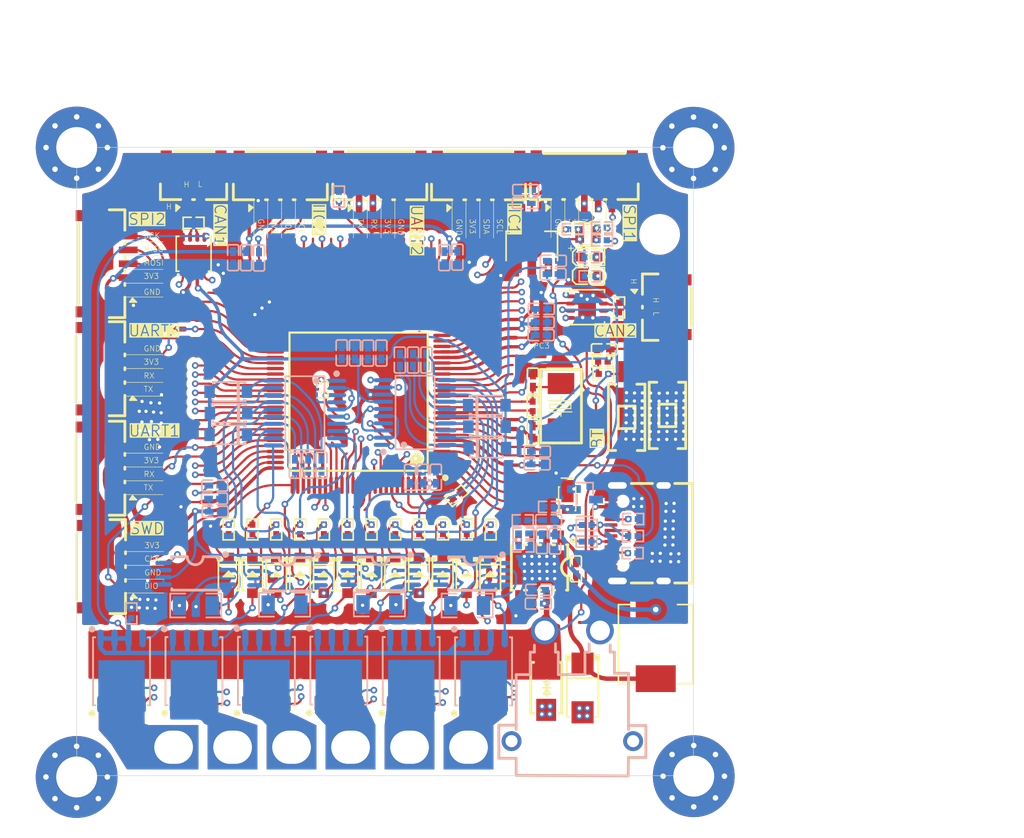
<source format=kicad_pcb>
(kicad_pcb (version 20241229) (generator "pcbnew") (generator_version "9.0")
  (layers (0 "F.Cu" signal) (4 "In1.Cu" signal) (6 "In2.Cu" signal) (2 "B.Cu" signal) (13 "F.Paste" user) (15 "B.Paste" user) (5 "F.SilkS" user "F.Silkscreen") (7 "B.SilkS" user "B.Silkscreen") (1 "F.Mask" user) (3 "B.Mask" user) (25 "Edge.Cuts" user))
  (net 0 "")
  (net 1 "Net-(U1-BOOT)")
  (net 2 "PH")
  (net 3 "Net-(C2-Pad1)")
  (net 4 "5V_DC")
  (net 5 "GND")
  (net 6 "VCC")
  (net 7 "3V3")
  (net 8 "Net-(U3A-VCAP_1)")
  (net 9 "Net-(U3A-VCAP_2)")
  (net 10 "PH0-OSC_IN(PH0)")
  (net 11 "PH1-OSC_OUT(PH1)")
  (net 12 "NRST")
  (net 13 "M0_OUT1")
  (net 14 "Net-(D3-K)")
  (net 15 "M0_OUT2")
  (net 16 "Net-(D4-K)")
  (net 17 "Net-(D5-K)")
  (net 18 "M0_OUT3")
  (net 19 "5V")
  (net 20 "Net-(LED1-A)")
  (net 21 "LED")
  (net 22 "Net-(LED2-A)")
  (net 23 "Net-(LED3-B-)")
  (net 24 "Net-(LED3-R-)")
  (net 25 "Net-(LED3-G-)")
  (net 26 "VSNS")
  (net 27 "Net-(U3A-PB2-BOOT1(PB2))")
  (net 28 "Net-(U3A-BOOT0)")
  (net 29 "BOTTON")
  (net 30 "RGB-G")
  (net 31 "RGB-B")
  (net 32 "RGB-R")
  (net 36 "PE5")
  (net 37 "ADC1-IN0")
  (net 38 "PE0")
  (net 39 "M0-IN3")
  (net 40 "PB7")
  (net 41 "PE14")
  (net 42 "PD4")
  (net 43 "PE4")
  (net 44 "PE8")
  (net 45 "PC9")
  (net 46 "I2C2-SDA")
  (net 47 "PE15")
  (net 48 "SPI2-MOSI")
  (net 49 "PC1")
  (net 50 "PC2")
  (net 51 "PA15")
  (net 52 "PB12")
  (net 53 "PC11")
  (net 54 "SWDIO")
  (net 55 "M1-IN2")
  (net 56 "ADC1-IN2")
  (net 57 "PA8")
  (net 58 "M1-IN1")
  (net 59 "PC10")
  (net 60 "UART3-RX")
  (net 61 "UART2-TX")
  (net 62 "SPI1-MISO")
  (net 63 "I2C1-SDA")
  (net 64 "FDCAN2-TX")
  (net 65 "PA4")
  (net 66 "I2C1-SCL")
  (net 67 "UART1-RX")
  (net 68 "UART2-RX")
  (net 69 "M0-IN1")
  (net 70 "FDCAN1-RX")
  (net 71 "PE7")
  (net 72 "PC0")
  (net 73 "PC12")
  (net 74 "UART1-TX")
  (net 75 "PB4")
  (net 76 "PE3")
  (net 77 "PE2")
  (net 78 "UART3-TX")
  (net 79 "ADC1-IN3")
  (net 80 "PB3")
  (net 81 "PC8")
  (net 82 "PD11")
  (net 83 "PB0")
  (net 84 "FDCAN2-RX")
  (net 85 "PE6")
  (net 86 "USB-DN")
  (net 87 "PC15")
  (net 88 "M0-IN2")
  (net 89 "PB1")
  (net 90 "SWCLK")
  (net 91 "I2C2-SCL")
  (net 92 "PD2")
  (net 93 "M1-IN3")
  (net 94 "PD3")
  (net 95 "PD10")
  (net 96 "PC4")
  (net 97 "ADC1-IN1")
  (net 98 "PC3")
  (net 99 "SPI1-MOSI")
  (net 100 "FDCAN1-TX")
  (net 101 "PD7")
  (net 102 "PE10")
  (net 103 "PC5")
  (net 104 "USB-DP")
  (net 105 "PE1")
  (net 106 "SPI2-SCK")
  (net 107 "PE12")
  (net 108 "SPI1-SCK")
  (net 109 "SPI2-MISO")
  (net 110 "M0_GH3")
  (net 111 "M0_GH1")
  (net 112 "M0_GL3")
  (net 113 "M0_GL2")
  (net 114 "M0_GH2")
  (net 115 "M0_GL1")
  (net 116 "Net-(U5-IN+)")
  (net 118 "Net-(D6-A)")
  (net 119 "Net-(D7-A)")
  (net 120 "Net-(D8-A)")
  (net 121 "Net-(D9-A)")
  (net 122 "Net-(D10-A)")
  (net 123 "Net-(D11-A)")
  (net 124 "M0_OUT1_P")
  (net 125 "PGND")
  (net 126 "M0_OUT2_P")
  (net 127 "Net-(U6-IN+)")
  (net 129 "M1_OUT1")
  (net 130 "Net-(D12-K)")
  (net 131 "Net-(D13-K)")
  (net 132 "M1_OUT2")
  (net 133 "M1_OUT3")
  (net 134 "Net-(D14-K)")
  (net 135 "Net-(D15-A)")
  (net 136 "M1_GH1")
  (net 137 "Net-(D16-A)")
  (net 138 "M1_GL1")
  (net 139 "Net-(D17-A)")
  (net 140 "M1_GH2")
  (net 141 "Net-(D18-A)")
  (net 142 "M1_GL2")
  (net 143 "M1_GH3")
  (net 144 "Net-(D19-A)")
  (net 145 "Net-(D20-A)")
  (net 146 "M1_GL3")
  (net 147 "M1_OUT1_P")
  (net 148 "M1_OUT2_P")
  (net 149 "Net-(U8-IN+)")
  (net 150 "Net-(U9-IN+)")
  (net 153 "FDCAN1-")
  (net 154 "FDCAN1+")
  (net 155 "FDCAN2-")
  (net 156 "FDCAN2+")
  (net 157 "Net-(USB1-SBU2)")
  (net 158 "Net-(USB1-SBU1)")
  (net 159 "DN")
  (net 160 "DP")
  (net 161 "5V-USB")
  (footprint "Ts_Foc_Vo封装库:SIT1050TK_TDFN-8" (layer "F.Cu") (at 142.8 76.18 -90)
    (property "Reference" "U11" (hide yes))
    (property "Value" "SIT1050TK")
  )
  (footprint "Ts_Foc_Vo封装库:Res_0402" (layer "F.Cu") (at 137.875 85.157 90)
    (property "Reference" "R8" (hide yes))
    (property "Value" "1M")
  )
  (footprint "Ts_Foc_Vo封装库:GH1.25_CONN-SMD_4P-P1.25" (layer "F.Cu") (at 99.615 81.75 90)
    (property "Reference" "CN8" (hide yes))
    (property "Value" "GH1.25-4P")
  )
  (footprint "Ts_Foc_Vo封装库:RU3089M-C_PQFN-8" (layer "F.Cu") (at 133.435 109.12)
    (property "Reference" "Q12" (hide yes))
    (property "Value" "RU3089M-C")
  )
  (footprint "Ts_Foc_Vo封装库:Res_0402" (layer "F.Cu") (at 125.451815 96.287 90)
    (property "Reference" "R26" (hide yes))
    (property "Value" "2.2r")
  )
  (footprint "Ts_Foc_Vo封装库:SIT1050TK_TDFN-8" (layer "F.Cu") (at 107.21 71.35)
    (property "Reference" "U10" (hide yes))
    (property "Value" "SIT1050TK")
  )
  (footprint "Ts_Foc_Vo封装库:1N4148W_SOD-123" (layer "F.Cu") (at 116.83 100.44 90)
    (property "Reference" "D9" (hide yes))
    (property "Value" "1N4148W")
  )
  (footprint "Ts_Foc_Vo封装库:Res_0402" (layer "F.Cu") (at 110.37 96.287 90)
    (property "Reference" "R17" (hide yes))
    (property "Value" "2.2r")
  )
  (footprint "Ts_Foc_Vo封装库:1N4148W_SOD-123" (layer "F.Cu") (at 134.044546 100.44 90)
    (property "Reference" "D20" (hide yes))
    (property "Value" "1N4148W")
  )
  (footprint "Ts_Foc_Vo封装库:CAP_0402" (layer "F.Cu") (at 137.9 82.865 -90)
    (property "Reference" "C17" (hide yes))
    (property "Value" "22pf")
  )
  (footprint "Ts_Foc_Vo封装库:SMA_L4.4" (layer "F.Cu") (at 139.1 110.61 90)
    (property "Reference" "TV1" (hide yes))
    (property "Value" "SMAJ36CA")
  )
  (footprint "MountingHole:MountingHole_3.2mm_M3" (layer "F.Cu") (at 149.36 69.6)
    (property "Reference" "H6" (hide yes))
    (property "Value" "MountingHole")
  )
  (footprint "Ts_Foc_Vo封装库:Res_0402" (layer "F.Cu") (at 107.203 68.55 180)
    (property "Reference" "R31" (hide yes))
    (property "Value" "120r")
  )
  (footprint "Ts_Foc_Vo封装库:Res_0402" (layer "F.Cu") (at 116.833635 96.287 90)
    (property "Reference" "R20" (hide yes))
    (property "Value" "2.2r")
  )
  (footprint "Ts_Foc_Vo封装库:Res_0402" (layer "F.Cu") (at 123.29727 96.287 90)
    (property "Reference" "R25" (hide yes))
    (property "Value" "2.2r")
  )
  (footprint "Ts_Foc_Vo封装库:Res_0402" (layer "F.Cu") (at 131.91545 96.287 90)
    (property "Reference" "R29" (hide yes))
    (property "Value" "2.2r")
  )
  (footprint "Ts_Foc_Vo封装库:Res_0402" (layer "F.Cu") (at 118.98818 96.287 90)
    (property "Reference" "R21" (hide yes))
    (property "Value" "2.2r")
  )
  (footprint "Ts_Foc_Vo封装库:1N4148W_SOD-123" (layer "F.Cu") (at 121.133636 100.44 90)
    (property "Reference" "D11" (hide yes))
    (property "Value" "1N4148W")
  )
  (footprint "Ts_Foc_Vo封装库:Res_0402" (layer "F.Cu") (at 144.287 82.22)
    (property "Reference" "R10" (hide yes))
    (property "Value" "10k")
  )
  (footprint "Ts_Foc_Vo封装库:STM32_F407_VET6_LQFP-100" (layer "F.Cu") (at 122.13 84.73 90)
    (property "Reference" "U3")
    (property "Value" "STM32F407VET6")
  )
  (footprint "Ts_Foc_Vo封装库:Res_0402" (layer "F.Cu") (at 112.524545 96.287 90)
    (property "Reference" "R18" (hide yes))
    (property "Value" "2.2r")
  )
  (footprint "Ts_Foc_Vo封装库:Res_0402" (layer "F.Cu") (at 131.011697 93.241673 -140)
    (property "Reference" "R7" (hide yes))
    (property "Value" "10k")
  )
  (footprint "Ts_Foc_Vo封装库:RU3089M-C_PQFN-8" (layer "F.Cu") (at 113.785 109.102)
    (property "Reference" "Q6" (hide yes))
    (property "Value" "RU3089M-C")
  )
  (footprint "Ts_Foc_Vo封装库:CAP_0402" (layer "F.Cu") (at 144.365 80)
    (property "Reference" "C18" (hide yes))
    (property "Value" "22pf")
  )
  (footprint "Ts_Foc_Vo封装库:GH1.25_CONN-SMD_5P-P1.25" (layer "F.Cu") (at 99.615 72.25 90)
    (property "Reference" "CN12" (hide yes))
    (property "Value" "GH1.25-5PLT")
  )
  (footprint "MountingHole:MountingHole_3.7mm_Pad_Via" (layer "F.Cu") (at 96.63 61.74)
    (property "Reference" "H1" (hide yes))
    (property "Value" "MountingHole_Pad")
  )
  (footprint "Ts_Foc_Vo封装库:RU3089M-C_PQFN-8" (layer "F.Cu") (at 126.885 109.108)
    (property "Reference" "Q10" (hide yes))
    (property "Value" "RU3089M-C")
  )
  (footprint "Ts_Foc_Vo封装库:1N4148W_SOD-123" (layer "F.Cu") (at 131.892726 100.44 90)
    (property "Reference" "D19" (hide yes))
    (property "Value" "1N4148W")
  )
  (footprint "Ts_Foc_Vo封装库:B340A_SMA" (layer "F.Cu") (at 142.39 110.63 -90)
    (property "Reference" "D1" (hide yes))
    (property "Value" "B340A")
  )
  (footprint "Ts_Foc_Vo封装库:BOTTOM" (layer "F.Cu") (at 150.087 86.11 -90)
    (property "Reference" "SW2" (hide yes))
    (property "Value" "BOTTOM")
  )
  (footprint "Ts_Foc_Vo封装库:RU3089M-C_PQFN-8" (layer "F.Cu") (at 100.685 109.12)
    (property "Reference" "Q2" (hide yes))
    (property "Value" "RU3089M-C")
  )
  (footprint "Ts_Foc_Vo封装库:1N4148W_SOD-123" (layer "F.Cu") (at 110.374546 100.44 90)
    (property "Reference" "D6" (hide yes))
    (property "Value" "1N4148W")
  )
  (footprint "Ts_Foc_Vo封装库:IND-SMD" (layer "F.Cu") (at 149.01 106.66 90)
    (property "Reference" "L1" (hide yes))
    (property "Value" "15uh")
  )
  (footprint "Ts_Foc_Vo封装库:XTAL-SMD" (layer "F.Cu") (at 140.44 85.14 -90)
    (property "Reference" "X1" (hide yes))
    (property "Value" "25Mhz")
  )
  (footprint "Ts_Foc_Vo封装库:Res_0402" (layer "F.Cu") (at 127.60636 96.287 90)
    (property "Reference" "R27" (hide yes))
    (property "Value" "2.2r")
  )
  (footprint "MountingHole:MountingHole_3.7mm_Pad_Via" (layer "F.Cu") (at 96.625 118.68)
    (property "Reference" "H2" (hide yes))
    (property "Value" "MountingHole_Pad")
  )
  (footprint "Ts_Foc_Vo封装库:Res_0402" (layer "F.Cu") (at 134.07 96.287 90)
    (property "Reference" "R30" (hide yes))
    (property "Value" "2.2r")
  )
  (footprint "Ts_Foc_Vo封装库:RU3089M-C_PQFN-8" (layer "F.Cu") (at 107.235 109.102)
    (property "Reference" "Q4" (hide yes))
    (property "Value" "RU3089M-C")
  )
  (footprint "Ts_Foc_Vo封装库:1N4148W_SOD-123" (layer "F.Cu") (at 123.285454 100.44 90)
    (property "Reference" "D15" (hide yes))
    (property "Value" "1N4148W")
  )
  (footprint "Ts_Foc_Vo封装库:1N4148W_SOD-123" (layer "F.Cu") (at 112.526364 100.44 90)
    (property "Reference" "D7" (hide yes))
    (property "Value" "1N4148W")
  )
  (footprint "Ts_Foc_Vo封装库:Res_0402" (layer "F.Cu") (at 114.67909 96.287 90)
    (property "Reference" "R19" (hide yes))
    (property "Value" "2.2r")
  )
  (footprint "Ts_Foc_Vo封装库:GH1.25_CONN-SMD_4P-P1.25" (layer "F.Cu") (at 115.05 65.095)
    (property "Reference" "CN10" (hide yes))
    (property "Value" "GH1.25-4P")
  )
  (footprint "Ts_Foc_Vo封装库:RU3089M-C_PQFN-8" (layer "F.Cu") (at 120.335 109.068)
    (property "Reference" "Q8" (hide yes))
    (property "Value" "RU3089M-C")
  )
  (footprint "Ts_Foc_Vo封装库:通孔焊盘" (layer "F.Cu") (at 129.825 114)
    (property "Reference" "CN19" (hide yes))
    (property "Value" "~")
  )
  (footprint "Ts_Foc_Vo封装库:通孔焊盘" (layer "F.Cu") (at 103.145 114)
    (property "Reference" "CN14" (hide yes))
    (property "Value" "~")
  )
  (footprint "Ts_Foc_Vo封装库:GH1.25_CONN-SMD_4P-P1.25" (layer "F.Cu") (at 99.615 90.75 90)
    (property "Reference" "CN6" (hide yes))
    (property "Value" "GH1.25-4P")
  )
  (footprint "Ts_Foc_Vo封装库:AMS1117_SOT-89" (layer "F.Cu") (at 137.8 71.266 -90)
    (property "Reference" "U2" (hide yes))
    (property "Value" "AMS1117-3.3V")
  )
  (footprint "Ts_Foc_Vo封装库:Res_0402" (layer "F.Cu") (at 144.227 81.11 180)
    (property "Reference" "R11" (hide yes))
    (property "Value" "10k")
  )
  (footprint "Ts_Foc_Vo封装库:Res_0402" (layer "F.Cu") (at 129.760905 96.287 90)
    (property "Reference" "R28" (hide yes))
    (property "Value" "2.2r")
  )
  (footprint "Ts_Foc_Vo封装库:通孔焊盘" (layer "F.Cu") (at 119.153 114)
    (property "Reference" "CN17" (hide yes))
    (property "Value" "~")
  )
  (footprint "Ts_Foc_Vo封装库:LED_0603" (layer "F.Cu") (at 142.982 73.356)
    (property "Reference" "LED1" (hide yes))
    (property "Value" "GREEN")
  )
  (footprint "MountingHole:MountingHole_3.7mm_Pad_Via" (layer "F.Cu") (at 152.45 118.61)
    (property "Reference" "H4" (hide yes))
    (property "Value" "MountingHole_Pad")
  )
  (footprint "Ts_Foc_Vo封装库:GH1.25_CONN-SMD_4P-P1.25" (layer "F.Cu") (at 124.05 65.095)
    (property "Reference" "CN7" (hide yes))
    (property "Value" "GH1.25-4P")
  )
  (footprint "Ts_Foc_Vo封装库:LED_0603" (layer "F.Cu") (at 142.99 71.65)
    (property "Reference" "LED2" (hide yes))
    (property "Value" "GREEN")
  )
  (footprint "Ts_Foc_Vo封装库:LED-RGB-SMD_4P" (layer "F.Cu") (at 142.88 69.606 180)
    (property "Reference" "LED3" (hide yes))
    (property "Value" "LED_RGB")
  )
  (footprint "Ts_Foc_Vo封装库:GH1.25_1X2" (layer "F.Cu") (at 107.2 65.08)
    (property "Reference" "CN3" (hide yes))
    (property "Value" "GH1.25-2P_LT")
  )
  (footprint "Ts_Foc_Vo封装库:1N4148W_SOD-123" (layer "F.Cu") (at 125.437272 100.44 90)
    (property "Reference" "D16" (hide yes))
    (property "Value" "1N4148W")
  )
  (footprint "Ts_Foc_Vo封装库:GH1.25_CONN-SMD_5P-P1.25" (layer "F.Cu") (at 142.55 65.07)
    (property "Reference" "CN11" (hide yes))
    (property "Value" "GH1.25-5PLT")
  )
  (footprint "Ts_Foc_Vo封装库:LMBR240ET1G_SOD323HE" (layer "F.Cu") (at 141.026 93.65125 -90)
    (property "Reference" "D2" (hide yes))
    (property "Value" "LMBR240ET1G")
  )
  (footprint "Ts_Foc_Vo封装库:1N4148W_SOD-123" (layer "F.Cu") (at 114.678182 100.44 90)
    (property "Reference" "D8" (hide yes))
    (property "Value" "1N4148W")
  )
  (footprint "Ts_Foc_Vo封装库:通孔焊盘" (layer "F.Cu") (at 124.489 114)
    (property "Reference" "CN18" (hide yes))
    (property "Value" "~")
  )
  (footprint "Ts_Foc_Vo封装库:GH1.25_1X2" (layer "F.Cu") (at 149.175 76.18 -90)
    (property "Reference" "CN4" (hide yes))
    (property "Value" "GH1.25-2P_LT")
  )
  (footprint "Ts_Foc_Vo封装库:TPS5430DDAR_ESOP-8" (layer "F.Cu") (at 138.5 99.73 -90)
    (property "Reference" "U1" (hide yes))
    (property "Value" "TPS5430DDAR")
  )
  (footprint "Ts_Foc_Vo封装库:CAP_0402" (layer "F.Cu") (at 137.875 87.48 90)
    (property "Reference" "C16" (hide yes))
    (property "Value" "22pf")
  )
  (footprint "Ts_Foc_Vo封装库:GH1.25_CONN-SMD_4P-P1.25" (layer "F.Cu") (at 99.675 99.65 90)
    (property "Reference" "CN13" (hide yes))
    (property "Value" "GH1.25-4P")
  )
  (footprint "Ts_Foc_Vo封装库:Res_0402" (layer "F.Cu") (at 145.7 76.213 90)
    (property "Reference" "R32" (hide yes))
    (property "Value" "120r")
  )
  (footprint "Ts_Foc_Vo封装库:1N4148W_SOD-123" (layer "F.Cu") (at 129.740908 100.44 90)
    (property "Reference" "D18" (hide yes))
    (property "Value" "1N4148W")
  )
  (footprint "Ts_Foc_Vo封装库:GH1.25_CONN-SMD_4P-P1.25" (layer "F.Cu") (at 132.98 65.1)
    (property "Reference" "CN9" (hide yes))
    (property "Value" "GH1.25-4P")
  )
  (footprint "MountingHole:MountingHole_3.7mm_Pad_Via" (layer "F.Cu") (at 152.43 61.76)
    (property "Reference" "H3" (hide yes))
    (property "Value" "MountingHole_Pad")
  )
  (footprint "Ts_Foc_Vo封装库:1N4148W_SOD-123" (layer "F.Cu") (at 118.981818 100.44 90)
    (property "Reference" "D10" (hide yes))
    (property "Value" "1N4148W")
  )
  (footprint "Ts_Foc_Vo封装库:通孔焊盘" (layer "F.Cu") (at 108.481 114)
    (property "Reference" "CN15" (hide yes))
    (property "Value" "~")
  )
  (footprint "Ts_Foc_Vo封装库:USB-C-16P-SMD" (layer "F.Cu") (at 147.3435 96.63 90)
    (property "Reference" "USB1" (hide yes))
    (property "Value" "TYPE-C-16P")
  )
  (footprint "Ts_Foc_Vo封装库:1N4148W_SOD-123" (layer "F.Cu") (at 127.58909 100.44 90)
    (property "Reference" "D17" (hide yes))
    (property "Value" "1N4148W")
  )
  (footprint "Ts_Foc_Vo封装库:Res_0402" (layer "F.Cu") (at 121.142725 96.287 90)
    (property "Reference" "R22" (hide yes))
    (property "Value" "2.2r")
  )
  (footprint "Ts_Foc_Vo封装库:通孔焊盘" (layer "F.Cu") (at 113.817 114)
    (property "Reference" "CN16" (hide yes))
    (property "Value" "~")
  )
  (footprint "Ts_Foc_Vo封装库:CAP_0402" (layer "F.Cu") (at 141.79 99.85 90)
    (property "Reference" "C1" (hide yes))
    (property "Value" "10nf")
  )
  (footprint "Ts_Foc_Vo封装库:BOTTOM" (layer "F.Cu") (at 146.362 86.01 90)
    (property "Reference" "SW1" (hide yes))
    (property "Value" "BOTTOM")
  )
  (footprint "Ts_Foc_Vo封装库:Res_0402" (layer "B.Cu") (at 146.963 95.35 180)
    (property "Reference" "R34" (hide yes))
    (property "Value" "5.1K")
  )
  (footprint "Ts_Foc_Vo封装库:DSK_34_SOD-123" (layer "B.Cu") (at 133.75 86.99)
    (property "Reference" "D13" (hide yes))
    (property "Value" "DSK34")
  )
  (footprint "Ts_Foc_Vo封装库:DSK_34_SOD-123" (layer "B.Cu") (at 133.73 85.05)
    (property "Reference" "D14" (hide yes))
    (property "Value" "DSK34")
  )
  (footprint "Ts_Foc_Vo封装库:CAP_0402" (layer "B.Cu") (at 138.385 102.99)
    (property "Reference" "C6" (hide yes))
    (property "Value" "10uf")
  )
  (footprint "Ts_Foc_Vo封装库:RU3089M-C_PQFN-8" (layer "B.Cu") (at 120.3425 109.052)
    (property "Reference" "Q9" (hide yes))
    (property "Value" "RU3089M-C")
  )
  (footprint "Ts_Foc_Vo封装库:CAP_0402" (layer "B.Cu") (at 121.8 80.325 -90)
    (property "Reference" "C20" (hide yes))
    (property "Value" "100nf")
  )
  (footprint "Ts_Foc_Vo封装库:INA240A2PWR_TSSOP-8" (layer "B.Cu") (at 124.13 100.32 180)
    (property "Reference" "U8" (hide yes))
    (property "Value" "INA240A2PWR")
  )
  (footprint "Ts_Foc_Vo封装库:JSM2301S_SOT-23" (layer "B.Cu") (at 142.61 93.58 180)
    (property "Reference" "Q1" (hide yes))
    (property "Value" "JSM2301S")
  )
  (footprint "Ts_Foc_Vo封装库:CAP_0402" (layer "B.Cu") (at 129.12 91.56 90)
    (property "Reference" "C33" (hide yes))
    (property "Value" "100nf")
  )
  (footprint "Ts_Foc_Vo封装库:DSK_34_SOD-123" (layer "B.Cu") (at 133.77 88.93)
    (property "Reference" "D12" (hide yes))
    (property "Value" "DSK34")
  )
  (footprint "Ts_Foc_Vo封装库:CAP_0402" (layer "B.Cu") (at 109.125 92.32 180)
    (property "Reference" "C12" (hide yes))
    (property "Value" "2.2uf")
  )
  (footprint "Ts_Foc_Vo封装库:Res_1206" (layer "B.Cu") (at 131.95 103.169511)
    (property "Reference" "R24" (hide yes))
    (property "Value" "10mr")
  )
  (footprint "Ts_Foc_Vo封装库:CAP_0402" (layer "B.Cu") (at 138.425 101.75)
    (property "Reference" "C5" (hide yes))
    (property "Value" "100nf")
  )
  (footprint "Ts_Foc_Vo封装库:Res_0402" (layer "B.Cu") (at 146.923 98.43 180)
    (property "Reference" "R33" (hide yes))
    (property "Value" "5.1K")
  )
  (footprint "Ts_Foc_Vo封装库:CAP_0402" (layer "B.Cu") (at 109.095 93.5)
    (property "Reference" "C35" (hide yes))
    (property "Value" "100nf")
  )
  (footprint "Ts_Foc_Vo封装库:Res_0402" (layer "B.Cu") (at 120.35 66.173 -90)
    (property "Reference" "R6" (hide yes))
    (property "Value" "10k")
  )
  (footprint "Ts_Foc_Vo封装库:CAP_0402" (layer "B.Cu") (at 138.635 78.71)
    (property "Reference" "C15" (hide yes))
    (property "Value" "10uf")
  )
  (footprint "Ts_Foc_Vo封装库:CAP_0402" (layer "B.Cu") (at 124.19 80.33 -90)
    (property "Reference" "C24" (hide yes))
    (property "Value" "1uf")
  )
  (footprint "Ts_Foc_Vo封装库:EG2133_TSSOP" (layer "B.Cu") (at 127.24 85.7115 90)
    (property "Reference" "U7" (hide yes))
    (property "Value" "EG2133")
  )
  (footprint "Ts_Foc_Vo封装库:CAP_0402" (layer "B.Cu") (at 110.78 71.705 90)
    (property "Reference" "C13" (hide yes))
    (property "Value" "100nf")
  )
  (footprint "Ts_Foc_Vo封装库:Res_0402" (layer "B.Cu") (at 146.947 96.88 180)
    (property "Reference" "R37" (hide yes))
    (property "Value" "1.5k")
  )
  (footprint "Ts_Foc_Vo封装库:CAP_0402" (layer "B.Cu") (at 138.28 90.4)
    (property "Reference" "C36" (hide yes))
    (property "Value" "100nf")
  )
  (footprint "Ts_Foc_Vo封装库:Res_1206" (layer "B.Cu") (at 107.4 103.17)
    (property "Reference" "R15" (hide yes))
    (property "Value" "10mr")
  )
  (footprint "Ts_Foc_Vo封装库:CAP_0402" (layer "B.Cu") (at 122.98 80.335 -90)
    (property "Reference" "C25" (hide yes))
    (property "Value" "100nf")
  )
  (footprint "Ts_Foc_Vo封装库:CAP_0402" (layer "B.Cu") (at 127.06 80.965 -90)
    (property "Reference" "C27" (hide yes))
    (property "Value" "100nf")
  )
  (footprint "Ts_Foc_Vo封装库:CAP_0402" (layer "B.Cu") (at 125.86 80.965 -90)
    (property "Reference" "C26" (hide yes))
    (property "Value" "100nf")
  )
  (footprint "Ts_Foc_Vo封装库:INA240A2PWR_TSSOP-8" (layer "B.Cu") (at 115.7 100.37 180)
    (property "Reference" "U6" (hide yes))
    (property "Value" "INA240A2PWR")
  )
  (footprint "Ts_Foc_Vo封装库:Res_1206" (layer "B.Cu") (at 115.43 103.1)
    (property "Reference" "R16" (hide yes))
    (property "Value" "10mr")
  )
  (footprint "Ts_Foc_Vo封装库:CAP_0402" (layer "B.Cu") (at 138.305 89.24)
    (property "Reference" "C32" (hide yes))
    (property "Value" "100nf")
  )
  (footprint "Ts_Foc_Vo封装库:Res_0402" (layer "B.Cu") (at 143.03 73.386 180)
    (property "Reference" "R4" (hide yes))
    (property "Value" "10k")
  )
  (footprint "Ts_Foc_Vo封装库:XT30PW-M" (layer "B.Cu") (at 141.465 110.4385 180)
    (property "Reference" "CN5" (hide yes))
    (property "Value" "XT30PW-M")
  )
  (footprint "Ts_Foc_Vo封装库:CAP_0402" (layer "B.Cu") (at 138.665 76.34)
    (property "Reference" "C40" (hide yes))
    (property "Value" "100nf")
  )
  (footprint "Ts_Foc_Vo封装库:Res_0402" (layer "B.Cu") (at 101.57 103.887 -90)
    (property "Reference" "R38" (hide yes))
    (property "Value" "0r")
  )
  (footprint "Ts_Foc_Vo封装库:Res_0402" (layer "B.Cu") (at 144.147 68.976 180)
    (property "Reference" "R13" (hide yes))
    (property "Value" "10k")
  )
  (footprint "Ts_Foc_Vo封装库:Res_0402" (layer "B.Cu") (at 142.77 95.89)
    (property "Reference" "R36" (hide yes))
    (property "Value" "22r")
  )
  (footprint "Ts_Foc_Vo封装库:EG2133_TSSOP" (layer "B.Cu") (at 117.27 85.7585 -90)
    (property "Reference" "U4" (hide yes))
    (property "Value" "EG2133")
  )
  (footprint "Ts_Foc_Vo封装库:Res_0402" (layer "B.Cu") (at 136.977 95.47)
    (property "Reference" "R1" (hide yes))
    (property "Value" "10r")
  )
  (footprint "Ts_Foc_Vo封装库:CAP_0402" (layer "B.Cu") (at 139.9 97.335 -90)
    (property "Reference" "C3" (hide yes))
    (property "Value" "10uf")
  )
  (footprint "Ts_Foc_Vo封装库:CAP_0402" (layer "B.Cu") (at 128.26 80.965 -90)
    (property "Reference" "C28" (hide yes))
    (property "Value" "100nf")
  )
  (footprint "Ts_Foc_Vo封装库:CAP_0402" (layer "B.Cu") (at 109.155 94.68)
    (property "Reference" "C34" (hide yes))
    (property "Value" "100nf")
  )
  (footprint "Ts_Foc_Vo封装库:RU3089M-C_PQFN-8" (layer "B.Cu") (at 133.4475 109.132)
    (property "Reference" "Q13" (hide yes))
    (property "Value" "RU3089M-C")
  )
  (footprint "Ts_Foc_Vo封装库:RU3089M-C_PQFN-8" (layer "B.Cu") (at 107.2375 109.112)
    (property "Reference" "Q5" (hide yes))
    (property "Value" "RU3089M-C")
  )
  (footprint "Ts_Foc_Vo封装库:CAP_0402" (layer "B.Cu") (at 126.79 91.575 90)
    (property "Reference" "C38" (hide yes))
    (property "Value" "100nf")
  )
  (footprint "Ts_Foc_Vo封装库:INA240A2PWR_TSSOP-8" (layer "B.Cu") (at 132.43 100.31 180)
    (property "Reference" "U9" (hide yes))
    (property "Value" "INA240A2PWR")
  )
  (footprint "Ts_Foc_Vo封装库:Res_0402" (layer "B.Cu") (at 142.76 97.39)
    (property "Reference" "R35" (hide yes))
    (property "Value" "22r")
  )
  (footprint "Ts_Foc_Vo封装库:Res_0402" (layer "B.Cu") (at 144.157 70.126 180)
    (property "Reference" "R14" (hide yes))
    (property "Value" "10k")
  )
  (footprint "Ts_Foc_Vo封装库:CAP_0402" (layer "B.Cu") (at 137.245 65.59)
    (property "Reference" "C10" (hide yes))
    (property "Value" "100nf")
  )
  (footprint "Ts_Foc_Vo封装库:Res_0402" (layer "B.Cu") (at 141.517 69.126 180)
    (property "Reference" "R12" (hide yes))
    (property "Value" "10k")
  )
  (footprint "Ts_Foc_Vo封装库:RU3089M-C_PQFN-8" (layer "B.Cu") (at 113.79 109.074)
    (property "Reference" "Q7" (hide yes))
    (property "Value" "RU3089M-C")
  )
  (footprint "Ts_Foc_Vo封装库:CAP_0402" (layer "B.Cu") (at 120.6 80.315 -90)
    (property "Reference" "C19" (hide yes))
    (property "Value" "1uf")
  )
  (footprint "Ts_Foc_Vo封装库:CAP_0402" (layer "B.Cu") (at 139.322 95.45)
    (property "Reference" "C2" (hide yes))
    (property "Value" "470pf")
  )
  (footprint "Ts_Foc_Vo封装库:DSK_34_SOD-123" (layer "B.Cu") (at 110.34 87.72 180)
    (property "Reference" "D5" (hide yes))
    (property "Value" "DSK34")
  )
  (footprint "Ts_Foc_Vo封装库:CAP_0402" (layer "B.Cu") (at 131.07 71.66 -90)
    (property "Reference" "C42" (hide yes))
    (property "Value" "100nf")
  )
  (footprint "Ts_Foc_Vo封装库:RU3089M-C_PQFN-8" (layer "B.Cu") (at 126.895 109.092)
    (property "Reference" "Q11" (hide yes))
    (property "Value" "RU3089M-C")
  )
  (footprint "Ts_Foc_Vo封装库:INA240A2PWR_TSSOP-8" (layer "B.Cu") (at 107.39 100.29 180)
    (property "Reference" "U5" (hide yes))
    (property "Value" "INA240A2PWR")
  )
  (footprint "Ts_Foc_Vo封装库:CAP_0402" (layer "B.Cu") (at 113.12 71.735 90)
    (property "Reference" "C11" (hide yes))
    (property "Value" "2.2uf")
  )
  (footprint "Ts_Foc_Vo封装库:Res_0402" (layer "B.Cu") (at 137.043 97.83 180)
    (property "Reference" "R3" (hide yes))
    (property "Value" "3.24k")
  )
  (footprint "Ts_Foc_Vo封装库:CAP_0402" (layer "B.Cu") (at 129.89 71.7 -90)
    (property "Reference" "C41" (hide yes))
    (property "Value" "100nf")
  )
  (footprint "Ts_Foc_Vo封装库:CAP_0402" (layer "B.Cu") (at 139.745 71.9915)
    (property "Reference" "C7" (hide yes))
    (property "Value" "100nf")
  )
  (footprint "Ts_Foc_Vo封装库:CAP_0402" (layer "B.Cu") (at 117.57 90.485 90)
    (property "Reference" "C22" (hide yes))
    (property "Value" "100nf")
  )
  (footprint "Ts_Foc_Vo封装库:Res_0402" (layer "B.Cu") (at 142.993 71.666 180)
    (property "Reference" "R9" (hide yes))
    (property "Value" "10k")
  )
  (footprint "Ts_Foc_Vo封装库:Res_0402" (layer "B.Cu") (at 139.36 94.25 180)
    (property "Reference" "R5" (hide yes))
    (property "Value" "10k")
  )
  (footprint "Ts_Foc_Vo封装库:CAP_0402" (layer "B.Cu") (at 137.205 66.76)
    (property "Reference" "C9" (hide yes))
    (property "Value" "10uf")
  )
  (footprint "Ts_Foc_Vo封装库:CAP_0402" (layer "B.Cu") (at 139.715 73.1915)
    (property "Reference" "C8" (hide yes))
    (property "Value" "10uf")
  )
  (footprint "Ts_Foc_Vo封装库:DSK_34_SOD-123" (layer "B.Cu") (at 110.37 85.77 180)
    (property "Reference" "D4" (hide yes))
    (property "Value" "DSK34")
  )
  (footprint "Ts_Foc_Vo封装库:RU3089M-C_PQFN-8" (layer "B.Cu") (at 100.685 109.12)
    (property "Reference" "Q3" (hide yes))
    (property "Value" "RU3089M-C")
  )
  (footprint "Ts_Foc_Vo封装库:CAP_0402" (layer "B.Cu") (at 138.645 77.55)
    (property "Reference" "C39" (hide yes))
    (property "Value" "100nf")
  )
  (footprint "Ts_Foc_Vo封装库:CAP_0402" (layer "B.Cu") (at 138.71 97.305 -90)
    (property "Reference" "C4" (hide yes))
    (property "Value" "100nf")
  )
  (footprint "Ts_Foc_Vo封装库:CAP_0402" (layer "B.Cu") (at 111.955 71.705 -90)
    (property "Reference" "C14" (hide yes))
    (property "Value" "100nf")
  )
  (footprint "Ts_Foc_Vo封装库:Res_1206" (layer "B.Cu") (at 124.01 103.08)
    (property "Reference" "R23" (hide yes))
    (property "Value" "10mr")
  )
  (footprint "Ts_Foc_Vo封装库:CAP_0402" (layer "B.Cu") (at 127.95 91.555 90)
    (property "Reference" "C37" (hide yes))
    (property "Value" "100nf")
  )
  (footprint "Ts_Foc_Vo封装库:DSK_34_SOD-123" (layer "B.Cu") (at 110.34 83.82 180)
    (property "Reference" "D3" (hide yes))
    (property "Value" "DSK34")
  )
  (footprint "Ts_Foc_Vo封装库:Res_0402" (layer "B.Cu") (at 137.053 96.65)
    (property "Reference" "R2" (hide yes))
    (property "Value" "10k")
  )
  (footprint "Ts_Foc_Vo封装库:CAP_0402" (layer "B.Cu") (at 118.77 90.485 90)
    (property "Reference" "C21" (hide yes))
    (property "Value" "100nf")
  )
  (footprint "Ts_Foc_Vo封装库:CAP_0402" (layer "B.Cu") (at 116.37 90.485 90)
    (property "Reference" "C23" (hide yes))
    (property "Value" "100nf")
  )
  (gr_rect (start 96.63 61.73) (end 152.42 118.56) (stroke (width 0.05)) (fill no) (layer "Edge.Cuts"))
  (gr_text "SCK" (at 102.66 70 0) (layer "F.SilkS") (effects (font (size 0.5 0.5) (thickness 0.05)) (justify left bottom)))
  (gr_text "_________" (at 140.769 66.44 -90) (layer "F.SilkS") (effects (font (size 0.5 0.5) (thickness 0.05)) (justify left bottom)))
  (gr_text "L" (at 107.55 65.34 0) (layer "F.SilkS") (effects (font (size 0.5 0.5) (thickness 0.05)) (justify left bottom)))
  (gr_text "_________" (at 133.074 66.47 -90) (layer "F.SilkS") (effects (font (size 0.5 0.5) (thickness 0.05)) (justify left bottom)))
  (gr_text "_________" (at 100.985 93.156 0) (layer "F.SilkS") (effects (font (size 0.5 0.5) (thickness 0.05)) (justify left bottom)))
  (gr_text "SWD" (at 101.38 96.8 0) (layer "F.SilkS" knockout) (effects (font (size 1 1) (thickness 0.1)) (justify left bottom)))
  (gr_text "_________" (at 124.144 66.465 -90) (layer "F.SilkS") (effects (font (size 0.5 0.5) (thickness 0.05)) (justify left bottom)))
  (gr_text "_________" (at 100.985 74.031 0) (layer "F.SilkS") (effects (font (size 0.5 0.5) (thickness 0.05)) (justify left bottom)))
  (gr_text "L" (at 148.76 76.54 -90) (layer "F.SilkS") (effects (font (size 0.5 0.5) (thickness 0.05)) (justify left bottom)))
  (gr_text "_________" (at 100.985 70.281 0) (layer "F.SilkS") (effects (font (size 0.5 0.5) (thickness 0.05)) (justify left bottom)))
  (gr_text "_________" (at 100.985 90.656 0) (layer "F.SilkS") (effects (font (size 0.5 0.5) (thickness 0.05)) (justify left bottom)))
  (gr_text "_________" (at 100.985 72.781 0) (layer "F.SilkS") (effects (font (size 0.5 0.5) (thickness 0.05)) (justify left bottom)))
  (gr_text "IIC1" (at 135.61 66.67 270) (layer "F.SilkS" knockout) (effects (font (size 1 1) (thickness 0.1)) (justify left bottom)))
  (gr_text "_________" (at 100.985 75.281 0) (layer "F.SilkS") (effects (font (size 0.5 0.5) (thickness 0.05)) (justify left bottom)))
  (gr_text "DIO" (at 102.72 101.695 0) (layer "F.SilkS") (effects (font (size 0.5 0.5) (thickness 0.05)) (justify left bottom)))
  (gr_text "RX" (at 123.215 68.14 270) (layer "F.SilkS") (effects (font (size 0.5 0.5) (thickness 0.05)) (justify left bottom)))
  (gr_text "_________" (at 100.985 80.5 0) (layer "F.SilkS") (effects (font (size 0.5 0.5) (thickness 0.05)) (justify left bottom)))
  (gr_text "_________" (at 101.045 98.306 0) (layer "F.SilkS") (effects (font (size 0.5 0.5) (thickness 0.05)) (justify left bottom)))
  (gr_text "H" (at 106.27 65.38 0) (layer "F.SilkS") (effects (font (size 0.5 0.5) (thickness 0.05)) (justify left bottom)))
  (gr_text "_________" (at 101.045 102.056 0) (layer "F.SilkS") (effects (font (size 0.5 0.5) (thickness 0.05)) (justify left bottom)))
  (gr_text "MISO" (at 102.66 71.21 0) (layer "F.SilkS") (effects (font (size 0.5 0.5) (thickness 0.05)) (justify left bottom)))
  (gr_text "3V3" (at 124.465 68.14 270) (layer "F.SilkS") (effects (font (size 0.5 0.5) (thickness 0.05)) (justify left bottom)))
  (gr_text "BT" (at 144.31 89.06 90) (layer "F.SilkS" knockout) (effects (font (size 1 1) (thickness 0.1)) (justify left bottom)))
  (gr_text "3V3" (at 114.215 68.14 270) (layer "F.SilkS") (effects (font (size 0.5 0.5) (thickness 0.05)) (justify left bottom)))
  (gr_text "MOSI" (at 142.34 68.115 -90) (layer "F.SilkS") (effects (font (size 0.5 0.5) (thickness 0.05)) (justify left bottom)))
  (gr_text "_________" (at 100.985 81.75 0) (layer "F.SilkS") (effects (font (size 0.5 0.5) (thickness 0.05)) (justify left bottom)))
  (gr_text "SCK" (at 144.8 68.115 -90) (layer "F.SilkS") (effects (font (size 0.5 0.5) (thickness 0.05)) (justify left bottom)))
  (gr_text "_________" (at 144.519 66.44 -90) (layer "F.SilkS") (effects (font (size 0.5 0.5) (thickness 0.05)) (justify left bottom)))
  (gr_text "_________" (at 121.644 66.465 -90) (layer "F.SilkS") (effects (font (size 0.5 0.5) (thickness 0.05)) (justify left bottom)))
  (gr_text "IIC2" (at 117.93 66.72 270) (layer "F.SilkS" knockout) (effects (font (size 1 1) (thickness 0.1)) (justify left bottom)))
  (gr_text "3V3" (at 141.13 68.115 270) (layer "F.SilkS") (effects (font (size 0.5 0.5) (thickness 0.05)) (justify left bottom)))
  (gr_text "GND" (at 102.66 80.219 0) (layer "F.SilkS") (effects (font (size 0.5 0.5) (thickness 0.05)) (justify left bottom)))
  (gr_text "UART1" (at 101.28 87.96 0) (layer "F.SilkS" knockout) (effects (font (size 1 1) (thickness 0.1)) (justify left bottom)))
  (gr_text "SPI2" (at 101.24 68.82 0) (layer "F.SilkS" knockout) (effects (font (size 1 1) (thickness 0.1)) (justify left bottom)))
  (gr_text "TX" (at 102.66 92.795 0) (layer "F.SilkS") (effects (font (size 0.5 0.5) (thickness 0.05)) (justify left bottom)))
  (gr_text "_________" (at 100.985 91.906 0) (layer "F.SilkS") (effects (font (size 0.5 0.5) (thickness 0.05)) (justify left bottom)))
  (gr_text "UART2" (at 126.79 66.84 270) (layer "F.SilkS" knockout) (effects (font (size 1 1) (thickness 0.1)) (justify left bottom)))
  (gr_text "_________" (at 100.985 84.25 0) (layer "F.SilkS") (effects (font (size 0.5 0.5) (thickness 0.05)) (justify left bottom)))
  (gr_text "_________" (at 100.985 83 0) (layer "F.SilkS") (effects (font (size 0.5 0.5) (thickness 0.05)) (justify left bottom)))
  (gr_text "H" (at 147.35 74.14 90) (layer "F.SilkS") (effects (font (size 0.5 0.5) (thickness 0.05)) (justify left bottom)))
  (gr_text "_________" (at 100.985 89.406 0) (layer "F.SilkS") (effects (font (size 0.5 0.5) (thickness 0.05)) (justify left bottom)))
  (gr_text "SPI1" (at 146.03 66.81 270) (layer "F.SilkS" knockout) (effects (font (size 1 1) (thickness 0.1)) (justify left bottom)))
  (gr_text "3V3" (at 102.66 73.67 0) (layer "F.SilkS") (effects (font (size 0.5 0.5) (thickness 0.05)) (justify left bottom)))
  (gr_text "H" (at 104.67 67.38 0) (layer "F.SilkS") (effects (font (size 0.5 0.5) (thickness 0.05)) (justify left bottom)))
  (gr_text "GND" (at 113.005 68.14 270) (layer "F.SilkS") (effects (font (size 0.5 0.5) (thickness 0.05)) (justify left bottom)))
  (gr_text "TX" (at 102.66 83.889 0) (layer "F.SilkS") (effects (font (size 0.5 0.5) (thickness 0.05)) (justify left bottom)))
  (gr_text "_________" (at 115.144 66.465 -90) (layer "F.SilkS") (effects (font (size 0.5 0.5) (thickness 0.05)) (justify left bottom)))
  (gr_text "RX" (at 102.66 91.585 0) (layer "F.SilkS") (effects (font (size 0.5 0.5) (thickness 0.05)) (justify left bottom)))
  (gr_text "CAN2" (at 143.36 78.92 0) (layer "F.SilkS" knockout) (effects (font (size 1 1) (thickness 0.1)) (justify left bottom)))
  (gr_text "_________" (at 125.394 66.465 -90) (layer "F.SilkS") (effects (font (size 0.5 0.5) (thickness 0.05)) (justify left bottom)))
  (gr_text "_________" (at 142.019 66.44 -90) (layer "F.SilkS") (effects (font (size 0.5 0.5) (thickness 0.05)) (justify left bottom)))
  (gr_text "CAN1" (at 109.02 66.76 -90) (layer "F.SilkS" knockout) (effects (font (size 1 1) (thickness 0.1)) (justify left bottom)))
  (gr_text "GND" (at 125.675 68.14 270) (layer "F.SilkS") (effects (font (size 0.5 0.5) (thickness 0.05)) (justify left bottom)))
  (gr_text "MOSI" (at 102.66 72.46 0) (layer "F.SilkS") (effects (font (size 0.5 0.5) (thickness 0.05)) (justify left bottom)))
  (gr_text "GND" (at 102.66 89.125 0) (layer "F.SilkS") (effects (font (size 0.5 0.5) (thickness 0.05)) (justify left bottom)))
  (gr_text "CLK" (at 102.72 99.235 0) (layer "F.SilkS") (effects (font (size 0.5 0.5) (thickness 0.05)) (justify left bottom)))
  (gr_text "UART3" (at 101.25 78.9 0) (layer "F.SilkS" knockout) (effects (font (size 1 1) (thickness 0.1)) (justify left bottom)))
  (gr_text "_________" (at 101.045 99.556 0) (layer "F.SilkS") (effects (font (size 0.5 0.5) (thickness 0.05)) (justify left bottom)))
  (gr_text "_________" (at 122.894 66.465 -90) (layer "F.SilkS") (effects (font (size 0.5 0.5) (thickness 0.05)) (justify left bottom)))
  (gr_text "_________" (at 139.519 66.44 -90) (layer "F.SilkS") (effects (font (size 0.5 0.5) (thickness 0.05)) (justify left bottom)))
  (gr_text "3V3" (at 102.66 81.429 0) (layer "F.SilkS") (effects (font (size 0.5 0.5) (thickness 0.05)) (justify left bottom)))
  (gr_text "GND" (at 139.88 68.115 270) (layer "F.SilkS") (effects (font (size 0.5 0.5) (thickness 0.05)) (justify left bottom)))
  (gr_text "_________" (at 113.894 66.465 -90) (layer "F.SilkS") (effects (font (size 0.5 0.5) (thickness 0.05)) (justify left bottom)))
  (gr_text "3V3" (at 102.72 98.025 0) (layer "F.SilkS") (effects (font (size 0.5 0.5) (thickness 0.05)) (justify left bottom)))
  (gr_text "SDA" (at 133.395 68.145 270) (layer "F.SilkS") (effects (font (size 0.5 0.5) (thickness 0.05)) (justify left bottom)))
  (gr_text "GND" (at 130.935 68.145 270) (layer "F.SilkS") (effects (font (size 0.5 0.5) (thickness 0.05)) (justify left bottom)))
  (gr_text "SDA" (at 115.465 68.14 270) (layer "F.SilkS") (effects (font (size 0.5 0.5) (thickness 0.05)) (justify left bottom)))
  (gr_text "_________" (at 116.394 66.465 -90) (layer "F.SilkS") (effects (font (size 0.5 0.5) (thickness 0.05)) (justify left bottom)))
  (gr_text "_________" (at 130.574 66.47 -90) (layer "F.SilkS") (effects (font (size 0.5 0.5) (thickness 0.05)) (justify left bottom)))
  (gr_text "3V3" (at 102.66 90.335 0) (layer "F.SilkS") (effects (font (size 0.5 0.5) (thickness 0.05)) (justify left bottom)))
  (gr_text "SCL" (at 116.675 68.14 270) (layer "F.SilkS") (effects (font (size 0.5 0.5) (thickness 0.05)) (justify left bottom)))
  (gr_text "GND" (at 102.72 100.485 0) (layer "F.SilkS") (effects (font (size 0.5 0.5) (thickness 0.05)) (justify left bottom)))
  (gr_text "GND" (at 102.66 75.1 0) (layer "F.SilkS") (effects (font (size 0.5 0.5) (thickness 0.05)) (justify left bottom)))
  (gr_text "_________" (at 112.644 66.465 -90) (layer "F.SilkS") (effects (font (size 0.5 0.5) (thickness 0.05)) (justify left bottom)))
  (gr_text "_________" (at 101.045 100.806 0) (layer "F.SilkS") (effects (font (size 0.5 0.5) (thickness 0.05)) (justify left bottom)))
  (gr_text "MISO" (at 143.59 68.115 -90) (layer "F.SilkS") (effects (font (size 0.5 0.5) (thickness 0.05)) (justify left bottom)))
  (gr_text "SCL" (at 134.605 68.145 270) (layer "F.SilkS") (effects (font (size 0.5 0.5) (thickness 0.05)) (justify left bottom)))
  (gr_text "_________" (at 134.324 66.47 -90) (layer "F.SilkS") (effects (font (size 0.5 0.5) (thickness 0.05)) (justify left bottom)))
  (gr_text "H" (at 148.72 75.26 -90) (layer "F.SilkS") (effects (font (size 0.5 0.5) (thickness 0.05)) (justify left bottom)))
  (gr_text "3V3" (at 132.145 68.145 270) (layer "F.SilkS") (effects (font (size 0.5 0.5) (thickness 0.05)) (justify left bottom)))
  (gr_text "_________" (at 131.824 66.47 -90) (layer "F.SilkS") (effects (font (size 0.5 0.5) (thickness 0.05)) (justify left bottom)))
  (gr_text "PC3\n" (at 137.910058 79.962927 0) (layer "F.SilkS") (effects (font (size 0.5 0.5) (thickness 0.05)) (justify left bottom)))
  (gr_text "_________" (at 100.985 71.531 0) (layer "F.SilkS") (effects (font (size 0.5 0.5) (thickness 0.05)) (justify left bottom)))
  (gr_text "_________" (at 143.269 66.44 -90) (layer "F.SilkS") (effects (font (size 0.5 0.5) (thickness 0.05)) (justify left bottom)))
  (gr_text "RX" (at 102.66 82.679 0) (layer "F.SilkS") (effects (font (size 0.5 0.5) (thickness 0.05)) (justify left bottom)))
  (gr_text "TX" (at 122.005 68.14 270) (layer "F.SilkS") (effects (font (size 0.5 0.5) (thickness 0.05)) (justify left bottom)))
  (segment (start 140.4525 97.03) (end 140.405 97.03) (width 0.3) (layer "F.Cu") (net 1))
  (segment (start 140.533587 97.063587) (end 141.441749 97.971749) (width 0.3) (layer "F.Cu") (net 1))
  (segment (start 141.79 98.8125) (end 141.79 99.305) (width 0.3) (layer "F.Cu") (net 1))
  (arc (start 141.441749 97.971749) (mid 141.699492 98.357489) (end 141.79 98.8125) (width 0.3) (layer "F.Cu") (net 1))
  (arc (start 140.533587 97.063587) (mid 140.496384 97.038728) (end 140.4525 97.03) (width 0.3) (layer "F.Cu") (net 1))
  (segment (start 140.993795 102.583795) (end 141.05 102.64) (width 0.4) (layer "F.Cu") (net 2))
  (segment (start 141.381645 101.958354) (end 141.088544 102.251455) (width 0.4) (layer "F.Cu") (net 2))
  (segment (start 140.6575 102.43) (end 140.6225 102.43) (width 0.4) (layer "F.Cu") (net 2))
  (segment (start 141.825 106.425) (end 141.880883 106.480883) (width 0.4) (layer "F.Cu") (net 2))
  (segment (start 144.708251 109.788) (end 149.01 109.788) (width 0.4) (layer "F.Cu") (net 2))
  (segment (start 142.899116 108.939116) (end 143.069 109.109) (width 0.4) (layer "F.Cu") (net 2))
  (segment (start 141.79 100.9725) (end 141.79 100.395) (width 0.4) (layer "F.Cu") (net 2))
  (segment (start 141.26 103.146984) (end 141.26 105.060969) (width 0.4) (layer "F.Cu") (net 2))
  (arc (start 140.6575 102.43) (mid 140.890779 102.383597) (end 141.088544 102.251455) (width 0.4) (layer "F.Cu") (net 2))
  (arc (start 140.993795 102.583795) (mid 140.823443 102.46997) (end 140.6225 102.43) (width 0.4) (layer "F.Cu") (net 2))
  (arc (start 141.381645 101.958354) (mid 141.683871 101.50604) (end 141.79 100.9725) (width 0.4) (layer "F.Cu") (net 2))
  (arc (start 142.39 107.71) (mid 142.522314 108.375193) (end 142.899116 108.939116) (width 0.4) (layer "F.Cu") (net 2))
  (arc (start 142.39 107.71) (mid 142.257684 107.044806) (end 141.880883 106.480883) (width 0.4) (layer "F.Cu") (net 2))
  (arc (start 144.708251 109.788) (mid 143.821094 109.611533) (end 143.069 109.109) (width 0.4) (layer "F.Cu") (net 2))
  (arc (start 140.6225 102.43) (mid 140.6225 102.43) (end 140.6225 102.43) (width 0.4) (layer "F.Cu") (net 2))
  (arc (start 141.26 103.146984) (mid 141.205422 102.872606) (end 141.05 102.64) (width 0.4) (layer "F.Cu") (net 2))
  (arc (start 141.26 105.060969) (mid 141.406838 105.799177) (end 141.825 106.425) (width 0.4) (layer "F.Cu") (net 2))
  (segment (start 137.444142 95.45) (end 138.777 95.45) (width 0.2) (layer "B.Cu") (net 3))
  (segment (start 137.42 95.46) (end 137.41 95.47) (width 0.2) (layer "B.Cu") (net 3))
  (arc (start 137.42 95.46) (mid 137.431076 95.452598) (end 137.444142 95.45) (width 0.2) (layer "B.Cu") (net 3))
  (via (at 141.025 94.48125) (size 0.6) (drill 0.3) (layers "F.Cu" "B.Cu") (net 4))
  (via (at 149.01 103.532) (size 1) (drill 0.5) (layers "F.Cu" "B.Cu") (net 4))
  (segment (start 139.855868 95.438868) (end 139.856098 95.439098) (width 0.4) (layer "B.Cu") (net 4))
  (segment (start 139.879628 95.462628) (end 139.880035 95.463035) (width 0.4) (layer "B.Cu") (net 4))
  (segment (start 139.883114 95.466114) (end 139.883297 95.466297) (width 0.4) (layer "B.Cu") (net 4))
  (segment (start 139.882931 95.465931) (end 139.883114 95.466114) (width 0.4) (layer "B.Cu") (net 4))
  (segment (start 139.854377 95.437377) (end 139.854575 95.437575) (width 0.4) (layer "B.Cu") (net 4))
  (segment (start 139.882931 95.465931) (end 139.882912 95.465912) (width 0.4) (layer "B.Cu") (net 4))
  (segment (start 139.874122 95.457122) (end 139.874427 95.457427) (width 0.4) (layer "B.Cu") (net 4))
  (segment (start 139.83216 95.41516) (end 139.83256 95.41556) (width 0.4) (layer "B.Cu") (net 4))
  (segment (start 139.83296 95.41596) (end 139.83298 95.41598) (width 0.4) (layer "B.Cu") (net 4))
  (segment (start 139.853851 95.436851) (end 139.854114 95.437114) (width 0.4) (layer "B.Cu") (net 4))
  (segment (start 139.843691 95.426691) (end 139.845453 95.428453) (width 0.4) (layer "B.Cu") (net 4))
  (segment (start 139.852872 95.435872) (end 139.85325 95.43625) (width 0.4) (layer "B.Cu") (net 4))
  (segment (start 139.851254 95.434254) (end 139.851074 95.434074) (width 0.4) (layer "B.Cu") (net 4))
  (segment (start 143.733848 102.153848) (end 141.591751 100.011751) (width 0.4) (layer "B.Cu") (net 4))
  (segment (start 139.879252 95.462252) (end 139.879049 95.462049) (width 0.4) (layer "B.Cu") (net 4))
  (segment (start 139.854575 95.437575) (end 139.854708 95.437708) (width 0.4) (layer "B.Cu") (net 4))
  (segment (start 139.881431 95.464431) (end 139.881759 95.464759) (width 0.4) (layer "B.Cu") (net 4))
  (segment (start 139.869632 95.452632) (end 139.870591 95.453591) (width 0.4) (layer "B.Cu") (net 4))
  (segment (start 139.836081 95.419081) (end 139.83616 95.41916) (width 0.4) (layer "B.Cu") (net 4))
  (segment (start 139.852766 95.435766) (end 139.852872 95.435872) (width 0.4) (layer "B.Cu") (net 4))
  (segment (start 139.83016 95.41316) (end 139.83024 95.41324) (width 0.4) (layer "B.Cu") (net 4))
  (segment (start 139.83002 95.41302) (end 139.83 95.413) (width 0.4) (layer "B.Cu") (net 4))
  (segment (start 139.876901 95.459901) (end 139.877495 95.460495) (width 0.4) (layer "B.Cu") (net 4))
  (segment (start 139.841928 95.424928) (end 139.842009 95.425009) (width 0.4) (layer "B.Cu") (net 4))
  (segment (start 139.83042 95.41342) (end 139.83054 95.41354) (width 0.4) (layer "B.Cu") (net 4))
  (segment (start 139.840667 95.423667) (end 139.841427 95.424427) (width 0.4) (layer "B.Cu") (net 4))
  (segment (start 139.86128 95.44428) (end 139.860022 95.443022) (width 0.4) (layer "B.Cu") (net 4))
  (segment (start 139.858364 95.441364) (end 139.858906 95.441906) (width 0.4) (layer "B.Cu") (net 4))
  (segment (start 139.880512 95.463512) (end 139.880915 95.463915) (width 0.4) (layer "B.Cu") (net 4))
  (segment (start 139.837365 95.420365) (end 139.837685 95.420685) (width 0.4) (layer "B.Cu") (net 4))
  (segment (start 139.83184 95.41484) (end 139.83208 95.41508) (width 0.4) (layer "B.Cu") (net 4))
  (segment (start 139.845667 95.428667) (end 139.845453 95.428453) (width 0.4) (layer "B.Cu") (net 4))
  (segment (start 139.83168 95.41468) (end 139.83176 95.41476) (width 0.4) (layer "B.Cu") (net 4))
  (segment (start 139.850612 95.433612) (end 139.849792 95.432792) (width 0.4) (layer "B.Cu") (net 4))
  (segment (start 139.836402 95.419402) (end 139.836302 95.419302) (width 0.4) (layer "B.Cu") (net 4))
  (segment (start 139.83256 95.41556) (end 139.83296 95.41596) (width 0.4) (layer "B.Cu") (net 4))
  (segment (start 139.863968 95.446968) (end 139.865186 95.448186) (width 0.4) (layer "B.Cu") (net 4))
  (segment (start 140.085 96.79) (end 139.921213 96.79) (width 0.4) (layer "B.Cu") (net 4))
  (segment (start 139.8315 95.4145) (end 139.83152 95.41452) (width 0.4) (layer "B.Cu") (net 4))
  (segment (start 139.855868 95.438868) (end 139.855508 95.438508) (width 0.4) (layer "B.Cu") (net 4))
  (segment (start 139.87609 95.45909) (end 139.876901 95.459901) (width 0.4) (layer "B.Cu") (net 4))
  (segment (start 139.836002 95.419002) (end 139.836081 95.419081) (width 0.4) (layer "B.Cu") (net 4))
  (segment (start 139.837045 95.420045) (end 139.837365 95.420365) (width 0.4) (layer "B.Cu") (net 4))
  (segment (start 139.858298 95.441298) (end 139.858331 95.441331) (width 0.4) (layer "B.Cu") (net 4))
  (segment (start 139.858906 95.441906) (end 139.860022 95.443022) (width 0.4) (layer "B.Cu") (net 4))
  (segment (start 139.83002 95.41302) (end 139.83006 95.41306) (width 0.4) (layer "B.Cu") (net 4))
  (segment (start 139.855097 95.438097) (end 139.855226 95.438226) (width 0.4) (layer "B.Cu") (net 4))
  (segment (start 139.835843 95.418843) (end 139.835923 95.418923) (width 0.4) (layer "B.Cu") (net 4))
  (segment (start 139.873404 95.456404) (end 139.873164 95.456164) (width 0.4) (layer "B.Cu") (net 4))
  (segment (start 139.8304 95.4134) (end 139.83042 95.41342) (width 0.4) (layer "B.Cu") (net 4))
  (segment (start 139.874427 95.457427) (end 139.874732 95.457732) (width 0.4) (layer "B.Cu") (net 4))
  (segment (start 139.841427 95.424427) (end 139.841766 95.424766) (width 0.4) (layer "B.Cu") (net 4))
  (segment (start 139.835603 95.418603) (end 139.835522 95.418522) (width 0.4) (layer "B.Cu") (net 4))
  (segment (start 139.875284 95.458284) (end 139.875687 95.458687) (width 0.4) (layer "B.Cu") (net 4))
  (segment (start 139.865404 95.448404) (end 139.865622 95.448622) (width 0.4) (layer "B.Cu") (net 4))
  (segment (start 139.850612 95.433612) (end 139.850843 95.433843) (width 0.4) (layer "B.Cu") (net 4))
  (segment (start 139.83138 95.41438) (end 139.8315 95.4145) (width 0.4) (layer "B.Cu") (net 4))
  (segment (start 139.84323 95.42623) (end 139.843691 95.426691) (width 0.4) (layer "B.Cu") (net 4))
  (segment (start 139.872433 95.455433) (end 139.87251 95.45551) (width 0.4) (layer "B.Cu") (net 4))
  (segment (start 139.881759 95.464759) (end 139.882198 95.465198) (width 0.4) (layer "B.Cu") (net 4))
  (segment (start 139.867061 95.450061) (end 139.868093 95.451093) (width 0.4) (layer "B.Cu") (net 4))
  (segment (start 139.854114 95.437114) (end 139.854377 95.437377) (width 0.4) (layer "B.Cu") (net 4))
  (segment (start 139.855226 95.438226) (end 139.855277 95.438277) (width 0.4) (layer "B.Cu") (net 4))
  (segment (start 139.863688 95.446688) (end 139.863968 95.446968) (width 0.4) (layer "B.Cu") (net 4))
  (segment (start 139.881229 95.464229) (end 139.881304 95.464304) (width 0.4) (layer "B.Cu") (net 4))
  (segment (start 139.868093 95.451093) (end 139.869632 95.452632) (width 0.4) (layer "B.Cu") (net 4))
  (segment (start 139.850843 95.433843) (end 139.851074 95.434074) (width 0.4) (layer "B.Cu") (net 4))
  (segment (start 139.83298 95.41598) (end 139.83342 95.41642) (width 0.4) (layer "B.Cu") (net 4))
  (segment (start 139.838646 95.421646) (end 139.838966 95.421966) (width 0.4) (layer "B.Cu") (net 4))
  (segment (start 139.874934 95.457934) (end 139.875033 95.458033) (width 0.4) (layer "B.Cu") (net 4))
  (segment (start 139.835923 95.418923) (end 139.836002 95.419002) (width 0.4) (layer "B.Cu") (net 4))
  (segment (start 139.863094 95.446094) (end 139.863408 95.446408) (width 0.4) (layer "B.Cu") (net 4))
  (segment (start 139.881154 95.464154) (end 139.881229 95.464229) (width 0.4) (layer "B.Cu") (net 4))
  (segment (start 139.838006 95.421006) (end 139.837685 95.420685) (width 0.4) (layer "B.Cu") (net 4))
  (segment (start 141.025 94.48125) (end 141.526778 94.48125) (width 0.4) (layer "B.Cu") (net 4))
  (segment (start 139.838006 95.421006) (end 139.838326 95.421326) (width 0.4) (layer "B.Cu") (net 4))
  (segment (start 139.865186 95.448186) (end 139.865404 95.448404) (width 0.4) (layer "B.Cu") (net 4))
  (segment (start 139.854968 95.437968) (end 139.855097 95.438097) (width 0.4) (layer "B.Cu") (net 4))
  (segment (start 139.851254 95.434254) (end 139.851844 95.434844) (width 0.4) (layer "B.Cu") (net 4))
  (segment (start 139.845667 95.428667) (end 139.847179 95.430179) (width 0.4) (layer "B.Cu") (net 4))
  (segment (start 139.8835 95.4665) (end 139.883451 95.466451) (width 0.4) (layer "B.Cu") (net 4))
  (segment (start 139.879252 95.462252) (end 139.879321 95.462321) (width 0.4) (layer "B.Cu") (net 4))
  (segment (start 139.839766 95.422766) (end 139.840667 95.423667) (width 0.4) (layer "B.Cu") (net 4))
  (segment (start 139.874835 95.457835) (end 139.874934 95.457934) (width 0.4) (layer "B.Cu") (net 4))
  (segment (start 140.92 98.39) (end 140.92 97.899619) (width 0.4) (layer "B.Cu") (net 4))
  (segment (start 139.87251 95.45551) (end 139.873164 95.456164) (width 0.4) (layer "B.Cu") (net 4))
  (segment (start 139.83032 95.41332) (end 139.8304 95.4134) (width 0.4) (layer "B.Cu") (net 4))
  (segment (start 139.873752 95.456752) (end 139.873817 95.456817) (width 0.4) (layer "B.Cu") (net 4))
  (segment (start 139.848786 96.76) (end 138.787781 96.76) (width 0.4) (layer "B.Cu") (net 4))
  (segment (start 139.858331 95.441331) (end 139.858364 95.441364) (width 0.4) (layer "B.Cu") (net 4))
  (segment (start 139.83176 95.41476) (end 139.83184 95.41484) (width 0.4) (layer "B.Cu") (net 4))
  (segment (start 139.863408 95.446408) (end 139.863688 95.446688) (width 0.4) (layer "B.Cu") (net 4))
  (segment (start 139.854839 95.437839) (end 139.854968 95.437968) (width 0.4) (layer "B.Cu") (net 4))
  (segment (start 139.85325 95.43625) (end 139.853851 95.436851) (width 0.4) (layer "B.Cu") (net 4))
  (segment (start 139.852268 95.435268) (end 139.852245 95.435245) (width 0.4) (layer "B.Cu") (net 4))
  (segment (start 139.866029 95.449029) (end 139.867061 95.450061) (width 0.4) (layer "B.Cu") (net 4))
  (segment (start 139.856328 95.439328) (end 139.856738 95.439738) (width 0.4) (layer "B.Cu") (net 4))
  (segment (start 139.8316 95.4146) (end 139.83168 95.41468) (width 0.4) (layer "B.Cu") (net 4))
  (segment (start 139.836181 95.419181) (end 139.836302 95.419302) (width 0.4) (layer "B.Cu") (net 4))
  (segment (start 139.9 96.768786) (end 139.9 95.506334) (width 0.4) (layer "B.Cu") (net 4))
  (segment (start 139.849562 95.432562) (end 139.849792 95.432792) (width 0.4) (layer "B.Cu") (net 4))
  (segment (start 141.585625 94.505625) (end 141.61 94.53) (width 0.4) (layer "B.Cu") (net 4))
  (segment (start 139.848691 95.431691) (end 139.849332 95.432332) (width 0.4) (layer "B.Cu") (net 4))
  (segment (start 139.880035 95.463035) (end 139.880512 95.463512) (width 0.4) (layer "B.Cu") (net 4))
  (segment (start 139.871626 95.454626) (end 139.872433 95.455433) (width 0.4) (layer "B.Cu") (net 4))
  (segment (start 139.873578 95.456578) (end 139.873752 95.456752) (width 0.4) (layer "B.Cu") (net 4))
  (segment (start 139.83096 95.41396) (end 139.83128 95.41428) (width 0.4) (layer "B.Cu") (net 4))
  (segment (start 140.909375 94.365625) (end 141.025 94.48125) (width 0.4) (layer "B.Cu") (net 4))
  (segment (start 139.83008 95.41308) (end 139.83016 95.41316) (width 0.4) (layer "B.Cu") (net 4))
  (segment (start 149.01 103.532) (end 147.061 103.532) (width 0.4) (layer "B.Cu") (net 4))
  (segment (start 139.835121 95.418121) (end 139.835522 95.418522) (width 0.4) (layer "B.Cu") (net 4))
  (segment (start 139.857789 95.440789) (end 139.858298 95.441298) (width 0.4) (layer "B.Cu") (net 4))
  (segment (start 139.8526 95.4356) (end 139.852766 95.435766) (width 0.4) (layer "B.Cu") (net 4))
  (segment (start 139.866029 95.449029) (end 139.865622 95.448622) (width 0.4) (layer "B.Cu") (net 4))
  (segment (start 139.881079 95.464079) (end 139.881154 95.464154) (width 0.4) (layer "B.Cu") (net 4))
  (segment (start 139.83216 95.41516) (end 139.83208 95.41508) (width 0.4) (layer "B.Cu") (net 4))
  (segment (start 139.873404 95.456404) (end 139.873578 95.456578) (width 0.4) (layer "B.Cu") (net 4))
  (segment (start 139.842389 95.425389) (end 139.842009 95.425009) (width 0.4) (layer "B.Cu") (net 4))
  (segment (start 139.834261 95.417261) (end 139.834701 95.417701) (width 0.4) (layer "B.Cu") (net 4))
  (segment (start 139.879321 95.462321) (end 139.87939 95.46239) (width 0.4) (layer "B.Cu") (net 4))
  (segment (start 139.881079 95.464079) (end 139.880915 95.463915) (width 0.4) (layer "B.Cu") (net 4))
  (segment (start 139.793 95.323674) (end 139.793 94.668615) (width 0.4) (layer "B.Cu") (net 4))
  (segment (start 139.88247 95.46547) (end 139.882691 95.465691) (width 0.4) (layer "B.Cu") (net 4))
  (segment (start 139.836402 95.419402) (end 139.836725 95.419725) (width 0.4) (layer "B.Cu") (net 4))
  (segment (start 139.875284 95.458284) (end 139.875033 95.458033) (width 0.4) (layer "B.Cu") (net 4))
  (segment (start 139.883353 95.466353) (end 139.883451 95.466451) (width 0.4) (layer "B.Cu") (net 4))
  (segment (start 139.83064 95.41364) (end 139.83096 95.41396) (width 0.4) (layer "B.Cu") (net 4))
  (segment (start 139.878574 95.461574) (end 139.879049 95.462049) (width 0.4) (layer "B.Cu") (net 4))
  (segment (start 139.870591 95.453591) (end 139.87155 95.45455) (width 0.4) (layer "B.Cu") (net 4))
  (segment (start 139.83138 95.41438) (end 139.83128 95.41428) (width 0.4) (layer "B.Cu") (net 4))
  (segment (start 139.83024 95.41324) (end 139.83032 95.41332) (width 0.4) (layer "B.Cu") (net 4))
  (segment (start 139.835603 95.418603) (end 139.835843 95.418843) (width 0.4) (layer "B.Cu") (net 4))
  (segment (start 139.842389 95.425389) (end 139.84323 95.42623) (width 0.4) (layer "B.Cu") (net 4))
  (segment (start 139.852268 95.435268) (end 139.852434 95.435434) (width 0.4) (layer "B.Cu") (net 4))
  (segment (start 139.879628 95.462628) (end 139.879459 95.462459) (width 0.4) (layer "B.Cu") (net 4))
  (segment (start 139.83616 95.41916) (end 139.836181 95.419181) (width 0.4) (layer "B.Cu") (net 4))
  (segment (start 140.630231 94.25) (end 140.211615 94.25) (width 0.4) (layer "B.Cu") (net 4))
  (segment (start 139.852434 95.435434) (end 139.8526 95.4356) (width 0.4) (layer "B.Cu") (net 4))
  (segment (start 139.83064 95.41364) (end 139.83054 95.41354) (width 0.4) (layer "B.Cu") (net 4))
  (segment (start 139.838326 95.421326) (end 139.838646 95.421646) (width 0.4) (layer "B.Cu") (net 4))
  (segment (start 139.83006 95.41306) (end 139.83008 95.41308) (width 0.4) (layer "B.Cu") (net 4))
  (segment (start 139.862187 95.445187) (end 139.863094 95.446094) (width 0.4) (layer "B.Cu") (net 4))
  (segment (start 139.847179 95.430179) (end 139.848691 95.431691) (width 0.4) (layer "B.Cu") (net 4))
  (segment (start 139.882453 95.465453) (end 139.88247 95.46547) (width 0.4) (layer "B.Cu") (net 4))
  (segment (start 139.882198 95.465198) (end 139.882453 95.465453) (width 0.4) (layer "B.Cu") (net 4))
  (segment (start 139.841766 95.424766) (end 139.841847 95.424847) (width 0.4) (layer "B.Cu") (net 4))
  (segment (start 139.856738 95.439738) (end 139.857789 95.440789) (width 0.4) (layer "B.Cu") (net 4))
  (segment (start 139.871626 95.454626) (end 139.87155 95.45455) (width 0.4) (layer "B.Cu") (net 4))
  (segment (start 138.522218 96.65) (end 137.486 96.65) (width 0.4) (layer "B.Cu") (net 4))
  (segment (start 139.87939 95.46239) (end 139.879459 95.462459) (width 0.4) (layer "B.Cu") (net 4))
  (segment (start 139.852033 95.435033) (end 139.852245 95.435245) (width 0.4) (layer "B.Cu") (net 4))
  (segment (start 139.839126 95.422126) (end 139.839766 95.422766) (width 0.4) (layer "B.Cu") (net 4))
  (segment (start 139.854708 95.437708) (end 139.854839 95.437839) (width 0.4) (layer "B.Cu") (net 4))
  (segment (start 139.834261 95.417261) (end 139.83342 95.41642) (width 0.4) (layer "B.Cu") (net 4))
  (segment (start 139.836725 95.419725) (end 139.837045 95.420045) (width 0.4) (layer "B.Cu") (net 4))
  (segment (start 139.83152 95.41452) (end 139.8316 95.4146) (width 0.4) (layer "B.Cu") (net 4))
  (segment (start 139.874732 95.457732) (end 139.874835 95.457835) (width 0.4) (layer "B.Cu") (net 4))
  (segment (start 139.873817 95.456817) (end 139.874122 95.457122) (width 0.4) (layer "B.Cu") (net 4))
  (segment (start 139.855277 95.438277) (end 139.855508 95.438508) (width 0.4) (layer "B.Cu") (net 4))
  (segment (start 139.849332 95.432332) (end 139.849562 95.432562) (width 0.4) (layer "B.Cu") (net 4))
  (segment (start 139.86128 95.44428) (end 139.862187 95.445187) (width 0.4) (layer "B.Cu") (net 4))
  (segment (start 139.83472 95.41772) (end 139.835121 95.418121) (width 0.4) (layer "B.Cu") (net 4))
  (segment (start 139.856098 95.439098) (end 139.856328 95.439328) (width 0.4) (layer "B.Cu") (net 4))
  (segment (start 140.595 97.115) (end 140.400814 96.920814) (width 0.4) (layer "B.Cu") (net 4))
  (segment (start 139.883353 95.466353) (end 139.883297 95.466297) (width 0.4) (layer "B.Cu") (net 4))
  (segment (start 139.851844 95.434844) (end 139.852033 95.435033) (width 0.4) (layer "B.Cu") (net 4))
  (segment (start 139.881431 95.464431) (end 139.881304 95.464304) (width 0.4) (layer "B.Cu") (net 4))
  (segment (start 139.878089 95.461089) (end 139.878574 95.461574) (width 0.4) (layer "B.Cu") (net 4))
  (segment (start 139.841847 95.424847) (end 139.841928 95.424928) (width 0.4) (layer "B.Cu") (net 4))
  (segment (start 139.834701 95.417701) (end 139.83472 95.41772) (width 0.4) (layer "B.Cu") (net 4))
  (segment (start 139.877495 95.460495) (end 139.878089 95.461089) (width 0.4) (layer "B.Cu") (net 4))
  (segment (start 139.875687 95.458687) (end 139.87609 95.45909) (width 0.4) (layer "B.Cu") (net 4))
  (segment (start 139.839126 95.422126) (end 139.838966 95.421966) (width 0.4) (layer "B.Cu") (net 4))
  (segment (start 139.882691 95.465691) (end 139.882912 95.465912) (width 0.4) (layer "B.Cu") (net 4))
  (arc (start 139.885 96.775) (mid 139.901614 96.786101) (end 139.921213 96.79) (width 0.4) (layer "B.Cu") (net 4))
  (arc (start 139.9 96.768786) (mid 139.906213 96.783786) (end 139.921213 96.79) (width 0.4) (layer "B.Cu") (net 4))
  (arc (start 139.793 95.323674) (mid 139.802615 95.372016) (end 139.83 95.413) (width 0.4) (layer "B.Cu") (net 4))
  (arc (start 140.211615 94.25) (mid 139.915609 94.372609) (end 139.793 94.668615) (width 0.4) (layer "B.Cu") (net 4))
  (arc (start 140.085 96.79) (mid 140.255917 96.823997) (end 140.400814 96.920814) (width 0.4) (layer "B.Cu") (net 4))
  (arc (start 138.655 96.705) (mid 138.594079 96.664294) (end 138.522218 96.65) (width 0.4) (layer "B.Cu") (net 4))
  (arc (start 139.9 96.768786) (mid 139.894575 96.776904) (end 139.885 96.775) (width 0.4) (layer "B.Cu") (net 4))
  (arc (start 139.8835 95.4665) (mid 139.895711 95.484776) (end 139.9 95.506334) (width 0.4) (layer "B.Cu") (net 4))
  (arc (start 140.92 98.39) (mid 141.094582 99.267685) (end 141.591751 100.011751) (width 0.4) (layer "B.Cu") (net 4))
  (arc (start 138.655 96.705) (mid 138.71592 96.745705) (end 138.787781 96.76) (width 0.4) (layer "B.Cu") (net 4))
  (arc (start 140.595 97.115) (mid 140.835535 97.474986) (end 140.92 97.899619) (width 0.4) (layer "B.Cu") (net 4))
  (arc (start 139.848786 96.76) (mid 139.868385 96.763898) (end 139.885 96.775) (width 0.4) (layer "B.Cu") (net 4))
  (arc (start 143.733848 102.153848) (mid 145.260358 103.173829) (end 147.061 103.532) (width 0.4) (layer "B.Cu") (net 4))
  (arc (start 141.585625 94.505625) (mid 141.558625 94.487584) (end 141.526778 94.48125) (width 0.4) (layer "B.Cu") (net 4))
  (arc (start 140.909375 94.365625) (mid 140.781302 94.280049) (end 140.630231 94.25) (width 0.4) (layer "B.Cu") (net 4))
  (segment (start 136.914956 103.955043) (end 137.865 103.005) (width 0.2) (layer "F.Cu") (net 5))
  (segment (start 138.031663 78.941208) (end 137.427802 78.941208) (width 0.2) (layer "F.Cu") (net 5))
  (segment (start 139.065606 66.745) (end 140.05 66.745) (width 0.3) (layer "F.Cu") (net 5))
  (segment (start 106.27 74.84) (end 106.5775 74.5325) (width 0.3) (layer "F.Cu") (net 5))
  (segment (start 137.427802 78.941208) (end 136.352198 78.941208) (width 0.2) (layer "F.Cu") (net 5))
  (segment (start 143.82 79.84) (end 143.82 80) (width 0.3) (layer "F.Cu") (net 5))
  (segment (start 127.905884 90.70394) (end 127.927328 90.725384) (width 0.2) (layer "F.Cu") (net 5))
  (segment (start 106.885 73.790129) (end 106.885 72.845) (width 0.3) (layer "F.Cu") (net 5))
  (segment (start 131.178456 71.135772) (end 131.178456 69.99) (width 0.2) (layer "F.Cu") (net 5))
  (segment (start 137.805716 88.025) (end 137.875 88.025) (width 0.3) (layer "F.Cu") (net 5))
  (segment (start 135.48516 72.834838) (end 135.003535 73.316464) (width 0.3) (layer "F.Cu") (net 5))
  (segment (start 135.999 72.622) (end 136.3 72.622) (width 0.3) (layer "F.Cu") (net 5))
  (segment (start 139.483754 76.156246) (end 139.14 76.5) (width 0.2) (layer "F.Cu") (net 5))
  (segment (start 106.787678 93.813736) (end 106.918132 93.813736) (width 0.2) (layer "F.Cu") (net 5))
  (segment (start 127.64 76.52) (end 127.64 77.22) (width 0.2) (layer "F.Cu") (net 5))
  (segment (start 135.819307 87.178568) (end 136.89 87.178568) (width 0.2) (layer "F.Cu") (net 5))
  (segment (start 127.948773 91.005774) (end 127.948773 90.777156) (width 0.2) (layer "F.Cu") (net 5))
  (segment (start 144.675 78.825) (end 144.644999 78.854999) (width 0.3) (layer "F.Cu") (net 5))
  (segment (start 101.76 76.02) (end 101.525 75.785) (width 0.3) (layer "F.Cu") (net 5))
  (segment (start 143.342781 75.210806) (end 143.345563 75.213588) (width 0.2) (layer "F.Cu") (net 5))
  (segment (start 101.938916 100.275) (end 101.35 100.275) (width 0.3) (layer "F.Cu") (net 5))
  (segment (start 131.055 81.23) (end 129.66 81.23) (width 0.2) (layer "F.Cu") (net 5))
  (segment (start 127.62 76.535) (end 127.62 77.31) (width 0.2) (layer "F.Cu") (net 5))
  (segment (start 138.419396 78.780604) (end 138.58 78.62) (width 0.2) (layer "F.Cu") (net 5))
  (segment (start 112.793309 90.69669) (end 110.498722 92.991277) (width 0.2) (layer "F.Cu") (net 5))
  (segment (start 143.379748 75.205) (end 144.295 75.205) (width 0.2) (layer "F.Cu") (net 5))
  (segment (start 127.754999 90.804999) (end 127.845613 90.714386) (width 0.2) (layer "F.Cu") (net 5))
  (segment (start 127.63 91.106776) (end 127.63 91.449205) (width 0.2) (layer "F.Cu") (net 5))
  (segment (start 107.781868 93.813736) (end 106.918132 93.813736) (width 0.2) (layer "F.Cu") (net 5))
  (segment (start 108.513132 93.813736) (end 107.781868 93.813736) (width 0.2) (layer "F.Cu") (net 5))
  (segment (start 141.232434 75.812492) (end 140.313649 75.812492) (width 0.2) (layer "F.Cu") (net 5))
  (segment (start 106.06 94.24) (end 106.273132 94.026868) (width 0.2) (layer "F.Cu") (net 5))
  (segment (start 136.565 104.1) (end 136.36 104.1) (width 0.2) (layer "F.Cu") (net 5))
  (segment (start 127.63 91.449205) (end 127.63 92.134063) (width 0.2) (layer "F.Cu") (net 5))
  (segment (start 144.644999 78.854999) (end 143.933137 79.566862) (width 0.3) (layer "F.Cu") (net 5))
  (segment (start 142.6375 76.0175) (end 142.8 76.18) (width 0.2) (layer "F.Cu") (net 5))
  (segment (start 133.978226 79.701776) (end 133.436414 80.243587) (width 0.2) (layer "F.Cu") (net 5))
  (segment (start 141.627747 73.356) (end 142.183 73.356) (width 0.3) (layer "F.Cu") (net 5))
  (segment (start 141.170606 73.619393) (end 141.297 73.493) (width 0.3) (layer "F.Cu") (net 5))
  (segment (start 130.368273 73.091727) (end 128.134975 75.325025) (width 0.2) (layer "F.Cu") (net 5))
  (segment (start 136.352198 78.941208) (end 135.814396 78.941208) (width 0.2) (layer "F.Cu") (net 5))
  (segment (start 101.29 75.217659) (end 101.29 74.75) (width 0.3) (layer "F.Cu") (net 5))
  (segment (start 103.04 100.92) (end 102.7175 100.5975) (width 0.3) (layer "F.Cu") (net 5))
  (segment (start 141.13 73.69) (end 141.149393 73.670606) (width 0.3) (layer "F.Cu") (net 5))
  (segment (start 113.92 90.23) (end 114.58 90.23) (width 0.2) (layer "F.Cu") (net 5))
  (segment (start 143.34 75.204091) (end 143.34 75.13) (width 0.2) (layer "F.Cu") (net 5))
  (segment (start 141.335057 75.855) (end 142.24519 75.855) (width 0.2) (layer "F.Cu") (net 5))
  (segment (start 128.576635 94.203365) (end 127.975326 93.602056) (width 0.2) (layer "F.Cu") (net 5))
  (segment (start 137.68744 87.976008) (end 136.89 87.178568) (width 0.3) (layer "F.Cu") (net 5))
  (segment (start 127.63 92.768365) (end 127.63 92.134063) (width 0.2) (layer "F.Cu") (net 5))
  (segment (start 144.69 78.788786) (end 144.69 78.72) (width 0.3) (layer "F.Cu") (net 5))
  (segment (start 139.04 66.65) (end 139.04 66.719393) (width 0.3) (layer "F.Cu") (net 5))
  (segment (start 133.529262 86.23) (end 129.66 86.23) (width 0.2) (layer "F.Cu") (net 5))
  (segment (start 137.865 103.005) (end 137.865 102.43) (width 0.2) (layer "F.Cu") (net 5))
  (segment (start 134.99 73.32) (end 134.995 73.32) (width 0.3) (layer "F.Cu") (net 5))
  (via (at 127.948773 91.005774) (size 0.6) (drill 0.3) (layers "F.Cu" "B.Cu") (net 5))
  (via (at 139.87 100.74) (size 0.6) (drill 0.3) (layers "F.Cu" "B.Cu") (net 5))
  (via (at 151.54 85.3) (size 0.6) (drill 0.3) (layers "F.Cu" "B.Cu") (net 5))
  (via (at 150.8 88.13) (size 0.6) (drill 0.3) (layers "F.Cu" "B.Cu") (net 5))
  (via (at 151.56 85.94) (size 0.6) (drill 0.3) (layers "F.Cu" "B.Cu") (net 5))
  (via (at 146.36 84.64) (size 0.6) (drill 0.3) (layers "F.Cu" "B.Cu") (net 5))
  (via (at 147.05 86.67) (size 0.6) (drill 0.3) (layers "F.Cu" "B.Cu") (net 5))
  (via (at 103.01 103.4) (size 0.6) (drill 0.3) (layers "F.Cu" "B.Cu") (net 5))
  (via (at 139.04 66.65) (size 0.6) (drill 0.3) (layers "F.Cu" "B.Cu") (net 5))
  (via (at 148.53 85.96) (size 0.6) (drill 0.3) (layers "F.Cu" "B.Cu") (net 5))
  (via (at 132.14 72.12) (size 0.6) (drill 0.3) (layers "F.Cu" "B.Cu") (net 5))
  (via (at 134.99 73.32) (size 0.6) (drill 0.3) (layers "F.Cu" "B.Cu") (net 5))
  (via (at 150.86 83.94) (size 0.6) (drill 0.3) (layers "F.Cu" "B.Cu") (net 5))
  (via (at 147.73 94.21) (size 0.6) (drill 0.3) (layers "F.Cu" "B.Cu") (net 5))
  (via (at 106.27 74.84) (size 0.6) (drill 0.3) (layers "F.Cu" "B.Cu") (net 5))
  (via (at 137.1225 98.73) (size 0.6) (drill 0.3) (layers "F.Cu" "B.Cu") (net 5))
  (via (at 114.325735 100.455735) (size 0.6) (drill 0.3) (layers "F.Cu" "B.Cu") (net 5))
  (via (at 149.95 93.94) (size 0.6) (drill 0.3) (layers "F.Cu" "B.Cu") (net 5))
  (via (at 151.08 99.2) (size 0.6) (drill 0.3) (layers "F.Cu" "B.Cu") (net 5))
  (via (at 147.03 88.14) (size 0.6) (drill 0.3) (layers "F.Cu" "B.Cu") (net 5))
  (via (at 137.8175 100.08) (size 0.6) (drill 0.3) (layers "F.Cu" "B.Cu") (net 5))
  (via (at 150.03 86.67) (size 0.6) (drill 0.3) (layers "F.Cu" "B.Cu") (net 5))
  (via (at 149.32 83.97) (size 0.6) (drill 0.3) (layers "F.Cu" "B.Cu") (net 5))
  (via (at 138.73 112.29) (size 0.6) (drill 0.3) (layers "F.Cu" "B.Cu") (net 5))
  (via (at 131.178456 69.99) (size 0.6) (drill 0.3) (layers "F.Cu" "B.Cu") (net 5))
  (via (at 148.51 86.67) (size 0.6) (drill 0.3) (layers "F.Cu" "B.Cu") (net 5))
  (via (at 142.11 112.46) (size 0.6) (drill 0.3) (layers "F.Cu" "B.Cu") (net 5))
  (via (at 147.79 84.66) (size 0.6) (drill 0.3) (layers "F.Cu" "B.Cu") (net 5))
  (via (at 147.09 83.95) (size 0.6) (drill 0.3) (layers "F.Cu" "B.Cu") (net 5))
  (via (at 148.51 85.32) (size 0.6) (drill 0.3) (layers "F.Cu" "B.Cu") (net 5))
  (via (at 104.284925 86.667768) (size 0.6) (drill 0.3) (layers "F.Cu" "B.Cu") (net 5))
  (via (at 136.89 87.178568) (size 0.6) (drill 0.3) (layers "F.Cu" "B.Cu") (net 5))
  (via (at 139.155 98.73) (size 0.6) (drill 0.3) (layers "F.Cu" "B.Cu") (net 5))
  (via (at 148.55 83.95) (size 0.6) (drill 0.3) (layers "F.Cu" "B.Cu") (net 5))
  (via (at 150.58 96.98) (size 0.6) (drill 0.3) (layers "F.Cu" "B.Cu") (net 5))
  (via (at 150.05 85.96) (size 0.6) (drill 0.3) (layers "F.Cu" "B.Cu") (net 5))
  (via (at 146.31 88.11) (size 0.6) (drill 0.3) (layers "F.Cu" "B.Cu") (net 5))
  (via (at 147.8 83.94) (size 0.6) (drill 0.3) (layers "F.Cu" "B.Cu") (net 5))
  (via (at 151.52 88.12) (size 0.6) (drill 0.3) (layers "F.Cu" "B.Cu") (net 5))
  (via (at 151.1 98.49) (size 0.6) (drill 0.3) (layers "F.Cu" "B.Cu") (net 5))
  (via (at 142.81 75.47) (size 0.6) (drill 0.3) (layers "F.Cu" "B.Cu") (net 5))
  (via (at 103.207563 88.173019) (size 0.6) (drill 0.3) (layers "F.Cu" "B.Cu") (net 5))
  (via (at 147.03 93.51) (size 0.6) (drill 0.3) (layers "F.Cu" "B.Cu") (net 5))
  (via (at 150.36 99.21) (size 0.6) (drill 0.3) (layers "F.Cu" "B.Cu") (net 5))
  (via (at 149.88 95.54) (size 0.6) (drill 0.3) (layers "F.Cu" "B.Cu") (net 5))
  (via (at 149.28 85.34) (size 0.6) (drill 0.3) (layers "F.Cu" "B.Cu") (net 5))
  (via (at 143.32 77.15) (size 0.6) (drill 0.3) (layers "F.Cu" "B.Cu") (net 5))
  (via (at 109.26 70.37) (size 0.6) (drill 0.3) (layers "F.Cu" "B.Cu") (net 5))
  (via (at 150.6 95.53) (size 0.6) (drill 0.3) (layers "F.Cu" "B.Cu") (net 5))
  (via (at 103.97 88.14) (size 0.6) (drill 0.3) (layers "F.Cu" "B.Cu") (net 5))
  (via (at 102.34 102.61) (size 0.6) (drill 0.3) (layers "F.Cu" "B.Cu") (net 5))
  (via (at 101.6 102.59) (size 0.6) (drill 0.3) (layers "F.Cu" "B.Cu") (net 5))
  (via (at 150.06 84.67) (size 0.6) (drill 0.3) (layers "F.Cu" "B.Cu") (net 5))
  (via (at 150.07 83.95) (size 0.6) (drill 0.3) (layers "F.Cu" "B.Cu") (net 5))
  (via (at 103.39 86.53) (size 0.6) (drill 0.3) (layers "F.Cu" "B.Cu") (net 5))
  (via (at 149.3 85.98) (size 0.6) (drill 0.3) (layers "F.Cu" "B.Cu") (net 5))
  (via (at 139.8325 98.73) (size 0.6) (drill 0.3) (layers "F.Cu" "B.Cu") (net 5))
  (via (at 103.04 100.92) (size 0.6) (drill 0.3) (layers "F.Cu" "B.Cu") (net 5))
  (via (at 133.672726 101.09) (size 0.6) (drill 0.3) (layers "F.Cu" "B.Cu") (net 5))
  (via (at 108.74 95.99) (size 0.6) (drill 0.3) (layers "F.Cu" "B.Cu") (net 5))
  (via (at 151.57 84.65) (size 0.6) (drill 0.3) (layers "F.Cu" "B.Cu") (net 5))
  (via (at 148.49 88.14) (size 0.6) (drill 0.3) (layers "F.Cu" "B.Cu") (net 5))
  (via (at 103.72 103.43) (size 0.6) (drill 0.3) (layers "F.Cu" "B.Cu") (net 5))
  (via (at 104.268024 85.738202) (size 0.6) (drill 0.3) (layers "F.Cu" "B.Cu") (net 5))
  (via (at 149.28 86.69) (size 0.6) (drill 0.3) (layers "F.Cu" "B.Cu") (net 5))
  (via (at 144.69 78.72) (size 0.6) (drill 0.3) (layers "F.Cu" "B.Cu") (net 5))
  (via (at 101.59 103.33) (size 0.6) (drill 0.3) (layers "F.Cu" "B.Cu") (net 5))
  (via (at 147.05 85.32) (size 0.6) (drill 0.3) (layers "F.Cu" "B.Cu") (net 5))
  (via (at 140 91.19) (size 0.6) (drill 0.3) (layers "F.Cu" "B.Cu") (net 5))
  (via (at 113.05 66.54) (size 0.6) (drill 0.3) (layers "F.Cu" "B.Cu") (net 5))
  (via (at 139.84 99.41) (size 0.6) (drill 0.3) (layers "F.Cu" "B.Cu") (net 5))
  (via (at 142.09 113.17) (size 0.6) (drill 0.3) (layers "F.Cu" "B.Cu") (net 5))
  (via (at 150.67 93.93) (size 0.6) (drill 0.3) (layers "F.Cu" "B.Cu") (net 5))
  (via (at 115.73 101.9) (size 0.6) (drill 0.3) (layers "F.Cu" "B.Cu") (net 5))
  (via (at 139.43 112.99) (size 0.6) (drill 0.3) (layers "F.Cu" "B.Cu") (net 5))
  (via (at 137.16 100.74) (size 0.6) (drill 0.3) (layers "F.Cu" "B.Cu") (net 5))
  (via (at 147.76 86.66) (size 0.6) (drill 0.3) (layers "F.Cu" "B.Cu") (net 5))
  (via (at 150.01 88.14) (size 0.6) (drill 0.3) (layers "F.Cu" "B.Cu") (net 5))
  (via (at 104.12 84.86) (size 0.6) (drill 0.3) (layers "F.Cu" "B.Cu") (net 5))
  (via (at 148.51 87.43) (size 0.6) (drill 0.3) (layers "F.Cu" "B.Cu") (net 5))
  (via (at 137.14 100.08) (size 0.6) (drill 0.3) (layers "F.Cu" "B.Cu") (net 5))
  (via (at 147.07 85.96) (size 0.6) (drill 0.3) (layers "F.Cu" "B.Cu") (net 5))
  (via (at 149.93 94.65) (size 0.6) (drill 0.3) (layers "F.Cu" "B.Cu") (net 5))
  (via (at 150.85 84.66) (size 0.6) (drill 0.3) (layers "F.Cu" "B.Cu") (net 5))
  (via (at 103.07 102.63) (size 0.6) (drill 0.3) (layers "F.Cu" "B.Cu") (net 5))
  (via (at 150.38 98.5) (size 0.6) (drill 0.3) (layers "F.Cu" "B.Cu") (net 5))
  (via (at 149.31 84.69) (size 0.6) (drill 0.3) (layers "F.Cu" "B.Cu") (net 5))
  (via (at 103.8 102.67) (size 0.6) (drill 0.3) (layers "F.Cu" "B.Cu") (net 5))
  (via (at 151.58 83.93) (size 0.6) (drill 0.3) (layers "F.Cu" "B.Cu") (net 5))
  (via (at 136.36 104.1) (size 0.6) (drill 0.3) (layers "F.Cu" "B.Cu") (net 5))
  (via (at 121.052794 87.378083) (size 0.6) (drill 0.3) (layers "F.Cu" "B.Cu") (net 5))
  (via (at 142.81 113.16) (size 0.6) (drill 0.3) (layers "F.Cu" "B.Cu") (net 5))
  (via (at 128.576635 94.203365) (size 0.6) (drill 0.3) (layers "F.Cu" "B.Cu") (net 5))
  (via (at 109.43 72.35) (size 0.6) (drill 0.3) (layers "F.Cu" "B.Cu") (net 5))
  (via (at 147.76 87.42) (size 0.6) (drill 0.3) (layers "F.Cu" "B.Cu") (net 5))
  (via (at 139.85 100.08) (size 0.6) (drill 0.3) (layers "F.Cu" "B.Cu") (net 5))
  (via (at 150.56 97.69) (size 0.6) (drill 0.3) (layers "F.Cu" "B.Cu") (net 5))
  (via (at 102.34 87.35) (size 0.6) (drill 0.3) (layers "F.Cu" "B.Cu") (net 5))
  (via (at 151.54 86.65) (size 0.6) (drill 0.3) (layers "F.Cu" "B.Cu") (net 5))
  (via (at 142.28 75.13) (size 0.6) (drill 0.3) (layers "F.Cu" "B.Cu") (net 5))
  (via (at 149.4 99.16) (size 0.6) (drill 0.3) (layers "F.Cu" "B.Cu") (net 5))
  (via (at 102.29 103.37) (size 0.6) (drill 0.3) (layers "F.Cu" "B.Cu") (net 5))
  (via (at 139.1625 99.41) (size 0.6) (drill 0.3) (layers "F.Cu" "B.Cu") (net 5))
  (via (at 149.28 87.45) (size 0.6) (drill 0.3) (layers "F.Cu" "B.Cu") (net 5))
  (via (at 142.4 77.12) (size 0.6) (drill 0.3) (layers "F.Cu" "B.Cu") (net 5))
  (via (at 151.54 87.41) (size 0.6) (drill 0.3) (layers "F.Cu" "B.Cu") (net 5))
  (via (at 139.1925 100.74) (size 0.6) (drill 0.3) (layers "F.Cu" "B.Cu") (net 5))
  (via (at 123.32 100.69) (size 0.6) (drill 0.3) (layers "F.Cu" "B.Cu") (net 5))
  (via (at 137.13 99.41) (size 0.6) (drill 0.3) (layers "F.Cu" "B.Cu") (net 5))
  (via (at 137.8375 100.74) (size 0.6) (drill 0.3) (layers "F.Cu" "B.Cu") (net 5))
  (via (at 104.09 87.4) (size 0.6) (drill 0.3) (layers "F.Cu" "B.Cu") (net 5))
  (via (at 102.899026 85.602992) (size 0.6) (drill 0.3) (layers "F.Cu" "B.Cu") (net 5))
  (via (at 147.75 93.5) (size 0.6) (drill 0.3) (layers "F.Cu" "B.Cu") (net 5))
  (via (at 104.3 84.1) (size 0.6) (drill 0.3) (layers "F.Cu" "B.Cu") (net 5))
  (via (at 148.7 98.46) (size 0.6) (drill 0.3) (layers "F.Cu" "B.Cu") (net 5))
  (via (at 107.42 103.27) (size 0.6) (drill 0.3) (layers "F.Cu" "B.Cu") (net 5))
  (via (at 138.651308 74.848692) (size 0.6) (drill 0.3) (layers "F.Cu" "B.Cu") (net 5))
  (via (at 126.609088 102.13) (size 0.6) (drill 0.3) (layers "F.Cu" "B.Cu") (net 5))
  (via (at 150.03 87.43) (size 0.6) (drill 0.3) (layers "F.Cu" "B.Cu") (net 5))
  (via (at 114.06 75.71) (size 0.6) (drill 0.3) (layers "F.Cu" "B.Cu") (net 5))
  (via (at 138.71 113) (size 0.6) (drill 0.3) (layers "F.Cu" "B.Cu") (net 5))
  (via (at 141.13 73.69) (size 0.6) (drill 0.3) (layers "F.Cu" "B.Cu") (net 5))
  (via (at 101.76 76.02) (size 0.6) (drill 0.3) (layers "F.Cu" "B.Cu") (net 5))
  (via (at 147.76 85.31) (size 0.6) (drill 0.3) (layers "F.Cu" "B.Cu") (net 5))
  (via (at 150.82 85.31) (size 0.6) (drill 0.3) (layers "F.Cu" "B.Cu") (net 5))
  (via (at 148.68 99.17) (size 0.6) (drill 0.3) (layers "F.Cu" "B.Cu") (net 5))
  (via (at 123.197206 84.091917) (size 0.6) (drill 0.3) (layers "F.Cu" "B.Cu") (net 5))
  (via (at 112.75 76.85) (size 0.6) (drill 0.3) (layers "F.Cu" "B.Cu") (net 5))
  (via (at 137.8075 99.41) (size 0.6) (drill 0.3) (layers "F.Cu" "B.Cu") (net 5))
  (via (at 110.1 70.16) (size 0.6) (drill 0.3) (layers "F.Cu" "B.Cu") (net 5))
  (via (at 131.125228 101.20092) (size 0.6) (drill 0.3) (layers "F.Cu" "B.Cu") (net 5))
  (via (at 149.42 98.45) (size 0.6) (drill 0.3) (layers "F.Cu" "B.Cu") (net 5))
  (via (at 102.29 85.6) (size 0.6) (drill 0.3) (layers "F.Cu" "B.Cu") (net 5))
  (via (at 137.8 98.73) (size 0.6) (drill 0.3) (layers "F.Cu" "B.Cu") (net 5))
  (via (at 147.01 94.22) (size 0.6) (drill 0.3) (layers "F.Cu" "B.Cu") (net 5))
  (via (at 138.4775 98.73) (size 0.6) (drill 0.3) (layers "F.Cu" "B.Cu") (net 5))
  (via (at 146.35 85.93) (size 0.6) (drill 0.3) (layers "F.Cu" "B.Cu") (net 5))
  (via (at 139.1725 100.08) (size 0.6) (drill 0.3) (layers "F.Cu" "B.Cu") (net 5))
  (via (at 102.54 84.71) (size 0.6) (drill 0.3) (layers "F.Cu" "B.Cu") (net 5))
  (via (at 147.78 85.95) (size 0.6) (drill 0.3) (layers "F.Cu" "B.Cu") (net 5))
  (via (at 138.495 100.08) (size 0.6) (drill 0.3) (layers "F.Cu" "B.Cu") (net 5))
  (via (at 150.82 86.66) (size 0.6) (drill 0.3) (layers "F.Cu" "B.Cu") (net 5))
  (via (at 150.82 87.42) (size 0.6) (drill 0.3) (layers "F.Cu" "B.Cu") (net 5))
  (via (at 146.33 85.29) (size 0.6) (drill 0.3) (layers "F.Cu" "B.Cu") (net 5))
  (via (at 149.86 96.99) (size 0.6) (drill 0.3) (layers "F.Cu" "B.Cu") (net 5))
  (via (at 104.12 88.83) (size 0.6) (drill 0.3) (layers "F.Cu" "B.Cu") (net 5))
  (via (at 149.26 88.16) (size 0.6) (drill 0.3) (layers "F.Cu" "B.Cu") (net 5))
  (via (at 102.53 86.57) (size 0.6) (drill 0.3) (layers "F.Cu" "B.Cu") (net 5))
  (via (at 103.34 84.83) (size 0.6) (drill 0.3) (layers "F.Cu" "B.Cu") (net 5))
  (via (at 139.45 112.28) (size 0.6) (drill 0.3) (layers "F.Cu" "B.Cu") (net 5))
  (via (at 146.33 86.64) (size 0.6) (drill 0.3) (layers "F.Cu" "B.Cu") (net 5))
  (via (at 143.34 75.13) (size 0.6) (drill 0.3) (layers "F.Cu" "B.Cu") (net 5))
  (via (at 113.39 76.26) (size 0.6) (drill 0.3) (layers "F.Cu" "B.Cu") (net 5))
  (via (at 147.08 84.67) (size 0.6) (drill 0.3) (layers "F.Cu" "B.Cu") (net 5))
  (via (at 148.54 84.67) (size 0.6) (drill 0.3) (layers "F.Cu" "B.Cu") (net 5))
  (via (at 150.03 85.32) (size 0.6) (drill 0.3) (layers "F.Cu" "B.Cu") (net 5))
  (via (at 106.06 94.24) (size 0.6) (drill 0.3) (layers "F.Cu" "B.Cu") (net 5))
  (via (at 138.515 100.74) (size 0.6) (drill 0.3) (layers "F.Cu" "B.Cu") (net 5))
  (via (at 149.86 96.25) (size 0.6) (drill 0.3) (layers "F.Cu" "B.Cu") (net 5))
  (via (at 138.485 99.41) (size 0.6) (drill 0.3) (layers "F.Cu" "B.Cu") (net 5))
  (via (at 150.65 94.64) (size 0.6) (drill 0.3) (layers "F.Cu" "B.Cu") (net 5))
  (via (at 103.58 85.67) (size 0.6) (drill 0.3) (layers "F.Cu" "B.Cu") (net 5))
  (via (at 149.84 97.7) (size 0.6) (drill 0.3) (layers "F.Cu" "B.Cu") (net 5))
  (via (at 150.84 85.95) (size 0.6) (drill 0.3) (layers "F.Cu" "B.Cu") (net 5))
  (via (at 109.89 73.12) (size 0.6) (drill 0.3) (layers "F.Cu" "B.Cu") (net 5))
  (via (at 150.58 96.24) (size 0.6) (drill 0.3) (layers "F.Cu" "B.Cu") (net 5))
  (via (at 146.33 87.4) (size 0.6) (drill 0.3) (layers "F.Cu" "B.Cu") (net 5))
  (via (at 146.37 83.92) (size 0.6) (drill 0.3) (layers "F.Cu" "B.Cu") (net 5))
  (via (at 103.21 87.41) (size 0.6) (drill 0.3) (layers "F.Cu" "B.Cu") (net 5))
  (via (at 147.74 88.13) (size 0.6) (drill 0.3) (layers "F.Cu" "B.Cu") (net 5))
  (via (at 142.83 112.45) (size 0.6) (drill 0.3) (layers "F.Cu" "B.Cu") (net 5))
  (via (at 147.05 87.43) (size 0.6) (drill 0.3) (layers "F.Cu" "B.Cu") (net 5))
  (arc (start 140.313649 75.812492) (mid 139.864513 75.90183) (end 139.483754 76.156246) (width 0.2) (layer "F.Cu") (net 5))
  (arc (start 141.283746 75.833746) (mid 141.260203 75.818015) (end 141.232434 75.812492) (width 0.2) (layer "F.Cu") (net 5))
  (arc (start 144.69 78.788786) (mid 144.686101 78.808385) (end 144.675 78.825) (width 0.3) (layer "F.Cu") (net 5))
  (arc (start 108.513132 93.813736) (mid 109.587725 93.599985) (end 110.498722 92.991277) (width 0.2) (layer "F.Cu") (net 5))
  (arc (start 139.04 66.719393) (mid 139.041949 66.729192) (end 139.0475 66.7375) (width 0.3) (layer "F.Cu") (net 5))
  (arc (start 102.7175 100.5975) (mid 102.360282 100.358815) (end 101.938916 100.275) (width 0.3) (layer "F.Cu") (net 5))
  (arc (start 133.436414 80.243587) (mid 132.343812 80.97364) (end 131.055 81.23) (width 0.2) (layer "F.Cu") (net 5))
  (arc (start 141.627747 73.356) (mid 141.448748 73.391605) (end 141.297 73.493) (width 0.3) (layer "F.Cu") (net 5))
  (arc (start 133.529262 86.23) (mid 134.148944 86.353263) (end 134.674284 86.704284) (width 0.2) (layer "F.Cu") (net 5))
  (arc (start 106.885 73.790129) (mid 106.805083 74.191897) (end 106.5775 74.5325) (width 0.3) (layer "F.Cu") (net 5))
  (arc (start 127.64 76.52) (mid 127.76864 75.873284) (end 128.134975 75.325025) (width 0.2) (layer "F.Cu") (net 5))
  (arc (start 133.978226 79.701776) (mid 134.820668 79.138874) (end 135.814396 78.941208) (width 0.2) (layer "F.Cu") (net 5))
  (arc (start 141.283746 75.833746) (mid 141.307287 75.849476) (end 141.335057 75.855) (width 0.2) (layer "F.Cu") (net 5))
  (arc (start 137.68744 87.976008) (mid 137.741705 88.012267) (end 137.805716 88.025) (width 0.3) (layer "F.Cu") (net 5))
  (arc (start 141.16 73.645) (mid 141.157243 73.658858) (end 141.149393 73.670606) (width 0.3) (layer "F.Cu") (net 5))
  (arc (start 101.29 75.217659) (mid 101.351074 75.524701) (end 101.525 75.785) (width 0.3) (layer "F.Cu") (net 5))
  (arc (start 142.6375 76.0175) (mid 142.457506 75.897232) (end 142.24519 75.855) (width 0.2) (layer "F.Cu") (net 5))
  (arc (start 131.178456 71.135772) (mid 130.967897 72.194327) (end 130.368273 73.091727) (width 0.2) (layer "F.Cu") (net 5))
  (arc (start 139.0475 66.7375) (mid 139.055807 66.74305) (end 139.065606 66.745) (width 0.3) (layer "F.Cu") (net 5))
  (arc (start 127.927328 90.725384) (mid 127.943199 90.749137) (end 127.948773 90.777156) (width 0.2) (layer "F.Cu") (net 5))
  (arc (start 113.92 90.23) (mid 113.310239 90.351288) (end 112.793309 90.69669) (width 0.2) (layer "F.Cu") (net 5))
  (arc (start 127.905884 90.70394) (mid 127.873652 90.700558) (end 127.845613 90.714386) (width 0.2) (layer "F.Cu") (net 5))
  (arc (start 135.003535 73.316464) (mid 134.999619 73.319081) (end 134.995 73.32) (width 0.3) (layer "F.Cu") (net 5))
  (arc (start 106.787678 93.813736) (mid 106.509207 93.869127) (end 106.273132 94.026868) (width 0.2) (layer "F.Cu") (net 5))
  (arc (start 143.345563 75.213588) (mid 143.362399 75.207562) (end 143.379748 75.205) (width 0.2) (layer "F.Cu") (net 5))
  (arc (start 141.170606 73.619393) (mid 141.162756 73.631141) (end 141.16 73.645) (width 0.3) (layer "F.Cu") (net 5))
  (arc (start 143.34 75.204091) (mid 143.340722 75.207725) (end 143.342781 75.210806) (width 0.2) (layer "F.Cu") (net 5))
  (arc (start 135.999 72.622) (mid 135.720912 72.677314) (end 135.48516 72.834838) (width 0.3) (layer "F.Cu") (net 5))
  (arc (start 143.933137 79.566862) (mid 143.849403 79.692179) (end 143.82 79.84) (width 0.3) (layer "F.Cu") (net 5))
  (arc (start 127.63 91.106776) (mid 127.662486 90.943455) (end 127.754999 90.804999) (width 0.2) (layer "F.Cu") (net 5))
  (arc (start 136.914956 103.955043) (mid 136.754395 104.062326) (end 136.565 104.1) (width 0.2) (layer "F.Cu") (net 5))
  (arc (start 138.419396 78.780604) (mid 138.241502 78.899468) (end 138.031663 78.941208) (width 0.2) (layer "F.Cu") (net 5))
  (arc (start 127.975326 93.602056) (mid 127.719747 93.219555) (end 127.63 92.768365) (width 0.2) (layer "F.Cu") (net 5))
  (arc (start 135.819307 87.178568) (mid 135.199625 87.055306) (end 134.674284 86.704284) (width 0.2) (layer "F.Cu") (net 5))
  (segment (start 137.476 98.176897) (end 137.476 97.83) (width 0.2) (layer "B.Cu") (net 5))
  (segment (start 139.86625 98.69625) (end 139.8325 98.73) (width 0.2) (layer "B.Cu") (net 5))
  (segment (start 137.88 102.921715) (end 137.88 101.75) (width 0.2) (layer "B.Cu") (net 5))
  (segment (start 130.6775 100.2275) (end 130.739687 100.289687) (width 0.3) (layer "B.Cu") (net 5))
  (segment (start 129.958284 72.205) (end 130.5775 72.205) (width 0.2) (layer "B.Cu") (net 5))
  (segment (start 127.03 101.942218) (end 127.03 101.295) (width 0.3) (layer "B.Cu") (net 5))
  (segment (start 114.325735 100.455735) (end 114.120367 100.250367) (width 0.3) (layer "B.Cu") (net 5))
  (segment (start 118.3425 101.6025) (end 118.6 101.345) (width 0.3) (layer "B.Cu") (net 5))
  (segment (start 108.72225 101.35) (end 108.839895 101.35) (width 0.3) (layer "B.Cu") (net 5))
  (segment (start 139.008474 75.568474) (end 138.779512 75.339512) (width 0.3) (layer "B.Cu") (net 5))
  (segment (start 109.7 94.505) (end 109.7 94.855) (width 0.2) (layer "B.Cu") (net 5))
  (segment (start 129.1125 91.0225) (end 129.12 91.015) (width 0.2) (layer "B.Cu") (net 5))
  (segment (start 109.045104 101.265) (end 110.29 101.265) (width 0.3) (layer "B.Cu") (net 5))
  (segment (start 113.624566 100.045) (end 112.8 100.045) (width 0.3) (layer "B.Cu") (net 5))
  (segment (start 138.71 98.333097) (end 138.71 97.85) (width 0.2) (layer "B.Cu") (net 5))
  (segment (start 126.609088 102.13) (end 126.842218 102.13) (width 0.3) (layer "B.Cu") (net 5))
  (segment (start 120.150247 87.378083) (end 121.052794 87.378083) (width 0.2) (layer "B.Cu") (net 5))
  (segment (start 137.8 98.73) (end 137.638 98.568) (width 0.2) (layer "B.Cu") (net 5))
  (segment (start 131.133074 101.20092) (end 131.125228 101.20092) (width 0.3) (layer "B.Cu") (net 5))
  (segment (start 109.7 93.602426) (end 109.7 94.505) (width 0.2) (layer "B.Cu") (net 5))
  (segment (start 122.386048 100.446048) (end 122.184255 100.244255) (width 0.3) (layer "B.Cu") (net 5))
  (segment (start 121.5825 99.995) (end 121.23 99.995) (width 0.3) (layer "B.Cu") (net 5))
  (segment (start 134.198743 101.285) (end 135.33 101.285) (width 0.3) (layer "B.Cu") (net 5))
  (segment (start 124.099752 84.091917) (end 123.197206 84.091917) (width 0.2) (layer "B.Cu") (net 5))
  (segment (start 129.094393 91.03) (end 126.79 91.03) (width 0.2) (layer "B.Cu") (net 5))
  (segment (start 103.466776 99.965) (end 104.49 99.965) (width 0.3) (layer "B.Cu") (net 5))
  (segment (start 107.42 103.27) (end 107.42 102.87225) (width 0.3) (layer "B.Cu") (net 5))
  (segment (start 140 91.19) (end 139.30344 90.49344) (width 0.2) (layer "B.Cu") (net 5))
  (segment (start 131.5625 72.205) (end 131.994895 72.205) (width 0.2) (layer "B.Cu") (net 5))
  (segment (start 120.143708 87.380791) (end 120.141 87.3835) (width 0.2) (layer "B.Cu") (net 5))
  (segment (start 109.655 92.335) (end 109.67 92.32) (width 0.2) (layer "B.Cu") (net 5))
  (segment (start 109.64 92.371213) (end 109.64 93.457573) (width 0.2) (layer "B.Cu") (net 5))
  (segment (start 109.576256 95.153743) (end 108.74 95.99) (width 0.2) (layer "B.Cu") (net 5))
  (segment (start 133.89 101.1) (end 133.91 101.12) (width 0.3) (layer "B.Cu") (net 5))
  (segment (start 130.92 100.725) (end 130.92 100.774939) (width 0.3) (layer "B.Cu") (net 5))
  (segment (start 137.339185 103.120814) (end 136.36 104.1) (width 0.2) (layer "B.Cu") (net 5))
  (segment (start 139.21 76.055) (end 139.21 76.34) (width 0.3) (layer "B.Cu") (net 5))
  (segment (start 138.85 90.357322) (end 138.85 89.24) (width 0.2) (layer "B.Cu") (net 5))
  (segment (start 139.9 98.61477) (end 139.9 97.88) (width 0.2) (layer "B.Cu") (net 5))
  (segment (start 133.865857 101.09) (end 133.611363 101.09) (width 0.3) (layer "B.Cu") (net 5))
  (segment (start 138.651308 74.848692) (end 138.651308 75.03) (width 0.3) (layer "B.Cu") (net 5))
  (segment (start 103.04 100.92) (end 103.04 100.391776) (width 0.3) (layer "B.Cu") (net 5))
  (segment (start 129.91 72.225) (end 129.89 72.245) (width 0.2) (layer "B.Cu") (net 5))
  (segment (start 130.092053 99.985) (end 129.53 99.985) (width 0.3) (layer "B.Cu") (net 5))
  (segment (start 133.91 101.12) (end 133.9875 101.1975) (width 0.3) (layer "B.Cu") (net 5))
  (segment (start 132.14 72.12) (end 132.0975 72.1625) (width 0.2) (layer "B.Cu") (net 5))
  (segment (start 131.17546 101.23546) (end 131.065 101.125) (width 0.3) (layer "B.Cu") (net 5))
  (segment (start 131.5625 72.205) (end 130.5775 72.205) (width 0.2) (layer "B.Cu") (net 5))
  (segment (start 131.17546 101.23546) (end 131.146467 101.206467) (width 0.3) (layer "B.Cu") (net 5))
  (segment (start 133.611363 101.09) (end 133.672726 101.09) (width 0.3) (layer "B.Cu") (net 5))
  (segment (start 138.4775 98.73) (end 138.59375 98.61375) (width 0.2) (layer "B.Cu") (net 5))
  (segment (start 117.72084 101.86) (end 115.69 101.86) (width 0.3) (layer "B.Cu") (net 5))
  (segment (start 138.8375 90.3875) (end 138.825 90.4) (width 0.2) (layer "B.Cu") (net 5))
  (segment (start 139.0175 90.375) (end 138.867677 90.375) (width 0.2) (layer "B.Cu") (net 5))
  (segment (start 108.418811 101.475688) (end 107.701251 102.193248) (width 0.3) (layer "B.Cu") (net 5))
  (segment (start 124.106291 84.089208) (end 124.109 84.0865) (width 0.2) (layer "B.Cu") (net 5))
  (segment (start 122.975 100.69) (end 123.32 100.69) (width 0.3) (layer "B.Cu") (net 5))
  (segment (start 137.655 102.99) (end 137.811715 102.99) (width 0.2) (layer "B.Cu") (net 5))
  (arc (start 103.466776 99.965) (mid 103.303456 99.997486) (end 103.165 100.09) (width 0.3) (layer "B.Cu") (net 5))
  (arc (start 139.9 98.61477) (mid 139.891228 98.658866) (end 139.86625 98.69625) (width 0.2) (layer "B.Cu") (net 5))
  (arc (start 130.739687 100.289687) (mid 130.873138 100.48941) (end 130.92 100.725) (width 0.3) (layer "B.Cu") (net 5))
  (arc (start 137.476 98.176897) (mid 137.518102 98.38856) (end 137.638 98.568) (width 0.2) (layer "B.Cu") (net 5))
  (arc (start 127.03 101.942218) (mid 127.015705 102.014079) (end 126.975 102.075) (width 0.3) (layer "B.Cu") (net 5))
  (arc (start 102.68 104.073171) (mid 102.680519 104.075784) (end 102.682 104.078) (width 0.2) (layer "B.Cu") (net 5))
  (arc (start 118.3425 101.6025) (mid 118.057279 101.793077) (end 117.72084 101.86) (width 0.3) (layer "B.Cu") (net 5))
  (arc (start 102.682 104.082) (mid 102.682253 104.080723) (end 102.681171 104.08) (width 0.2) (layer "B.Cu") (net 5))
  (arc (start 107.701251 102.193248) (mid 107.493094 102.504776) (end 107.42 102.87225) (width 0.3) (layer "B.Cu") (net 5))
  (arc (start 102.681171 104.08) (mid 102.682253 104.079276) (end 102.682 104.078) (width 0.2) (layer "B.Cu") (net 5))
  (arc (start 131.17546 101.23546) (mid 131.17546 101.23546) (end 131.17546 101.23546) (width 0.3) (layer "B.Cu") (net 5))
  (arc (start 124.099752 84.091917) (mid 124.103291 84.091212) (end 124.106291 84.089208) (width 0.2) (layer "B.Cu") (net 5))
  (arc (start 138.85 90.357322) (mid 138.855177 90.369822) (end 138.867677 90.375) (width 0.2) (layer "B.Cu") (net 5))
  (arc (start 130.6775 100.2275) (mid 130.408894 100.048023) (end 130.092053 99.985) (width 0.3) (layer "B.Cu") (net 5))
  (arc (start 109.67 93.53) (mid 109.692203 93.563229) (end 109.7 93.602426) (width 0.2) (layer "B.Cu") (net 5))
  (arc (start 131.146467 101.206467) (mid 131.140322 101.202361) (end 131.133074 101.20092) (width 0.3) (layer "B.Cu") (net 5))
  (arc (start 109.64 93.457573) (mid 109.647796 93.49677) (end 109.67 93.53) (width 0.2) (layer "B.Cu") (net 5))
  (arc (start 114.120367 100.250367) (mid 113.892891 100.098373) (end 113.624566 100.045) (width 0.3) (layer "B.Cu") (net 5))
  (arc (start 129.958284 72.205) (mid 129.932152 72.210197) (end 129.91 72.225) (width 0.2) (layer "B.Cu") (net 5))
  (arc (start 122.386048 100.446048) (mid 122.656261 100.626598) (end 122.975 100.69) (width 0.3) (layer "B.Cu") (net 5))
  (arc (start 132.0975 72.1625) (mid 132.050424 72.193954) (end 131.994895 72.205) (width 0.2) (layer "B.Cu") (net 5))
  (arc (start 130.92 100.774939) (mid 130.957684 100.96439) (end 131.065 101.125) (width 0.3) (layer "B.Cu") (net 5))
  (arc (start 109.7 94.855) (mid 109.667839 95.016678) (end 109.576256 95.153743) (width 0.2) (layer "B.Cu") (net 5))
  (arc (start 133.9875 101.1975) (mid 134.084419 101.262259) (end 134.198743 101.285) (width 0.3) (layer "B.Cu") (net 5))
  (arc (start 109.045104 101.265) (mid 108.989575 101.276045) (end 108.9425 101.3075) (width 0.3) (layer "B.Cu") (net 5))
  (arc (start 138.71 98.333097) (mid 138.679787 98.484985) (end 138.59375 98.61375) (width 0.2) (layer "B.Cu") (net 5))
  (arc (start 102.682 104.082) (mid 102.680519 104.084215) (end 102.68 104.086828) (width 0.2) (layer "B.Cu") (net 5))
  (arc (start 129.1125 91.0225) (mid 129.104192 91.02805) (end 129.094393 91.03) (width 0.2) (layer "B.Cu") (net 5))
  (arc (start 103.165 100.09) (mid 103.072486 100.228456) (end 103.04 100.391776) (width 0.3) (layer "B.Cu") (net 5))
  (arc (start 137.655 102.99) (mid 137.484082 103.023997) (end 137.339185 103.120814) (width 0.2) (layer "B.Cu") (net 5))
  (arc (start 137.86 102.97) (mid 137.837846 102.984802) (end 137.811715 102.99) (width 0.2) (layer "B.Cu") (net 5))
  (arc (start 133.89 101.1) (mid 133.878923 101.092598) (end 133.865857 101.09) (width 0.3) (layer "B.Cu") (net 5))
  (arc (start 120.150247 87.378083) (mid 120.146708 87.378786) (end 120.143708 87.380791) (width 0.2) (layer "B.Cu") (net 5))
  (arc (start 138.651308 75.03) (mid 138.684627 75.197506) (end 138.779512 75.339512) (width 0.3) (layer "B.Cu") (net 5))
  (arc (start 126.975 102.075) (mid 126.914079 102.115705) (end 126.842218 102.13) (width 0.3) (layer "B.Cu") (net 5))
  (arc (start 102.682 104.078) (mid 102.682828 104.08) (end 102.682 104.082) (width 0.2) (layer "B.Cu") (net 5))
  (arc (start 139.008474 75.568474) (mid 139.157625 75.791694) (end 139.21 76.055) (width 0.3) (layer "B.Cu") (net 5))
  (arc (start 133.611363 101.09) (mid 133.611363 101.09) (end 133.611363 101.09) (width 0.3) (layer "B.Cu") (net 5))
  (arc (start 109.655 92.335) (mid 109.643898 92.351614) (end 109.64 92.371213) (width 0.2) (layer "B.Cu") (net 5))
  (arc (start 139.30344 90.49344) (mid 139.172249 90.405781) (end 139.0175 90.375) (width 0.2) (layer "B.Cu") (net 5))
  (arc (start 122.184255 100.244255) (mid 121.908167 100.059779) (end 121.5825 99.995) (width 0.3) (layer "B.Cu") (net 5))
  (arc (start 137.88 102.921715) (mid 137.874802 102.947846) (end 137.86 102.97) (width 0.2) (layer "B.Cu") (net 5))
  (arc (start 138.8375 90.3875) (mid 138.846751 90.373654) (end 138.85 90.357322) (width 0.2) (layer "B.Cu") (net 5))
  (arc (start 138.867677 90.375) (mid 138.851345 90.378248) (end 138.8375 90.3875) (width 0.2) (layer "B.Cu") (net 5))
  (arc (start 108.9425 101.3075) (mid 108.895424 101.338954) (end 108.839895 101.35) (width 0.3) (layer "B.Cu") (net 5))
  (arc (start 108.72225 101.35) (mid 108.55803 101.382665) (end 108.418811 101.475688) (width 0.3) (layer "B.Cu") (net 5))
  (segment (start 144.435 83.825) (end 144.178093 83.568093) (width 0.2) (layer "F.Cu") (net 6))
  (segment (start 101.32 105.94) (end 101.32 106.15) (width 0.2) (layer "F.Cu") (net 6))
  (segment (start 144.068725 78.021274) (end 143.5325 78.5575) (width 0.2) (layer "F.Cu") (net 6))
  (segment (start 105.0835 108.332) (end 106.685 108.332) (width 0.2) (layer "F.Cu") (net 6))
  (segment (start 139.135 105.148291) (end 139.135 102.43) (width 0.5) (layer "F.Cu") (net 6))
  (segment (start 144.95 85.068319) (end 144.95 88.624867) (width 0.2) (layer "F.Cu") (net 6))
  (segment (start 108.255 69.86) (end 108.25 69.86) (width 0.2) (layer "F.Cu") (net 6))
  (segment (start 100.35 104.76) (end 101.171507 105.581507) (width 0.2) (layer "F.Cu") (net 6))
  (segment (start 144.295 77.475) (end 144.295 77.155) (width 0.2) (layer "F.Cu") (net 6))
  (segment (start 142.27 103.78) (end 142.27 101.819913) (width 0.2) (layer "F.Cu") (net 6))
  (segment (start 142.77 82.593015) (end 142.77 80.398337) (width 0.2) (layer "F.Cu") (net 6))
  (segment (start 108.263535 69.856464) (end 108.37 69.75) (width 0.2) (layer "F.Cu") (net 6))
  (segment (start 142.68 100.830086) (end 142.68 94.105132) (width 0.2) (layer "F.Cu") (net 6))
  (segment (start 143.486984 83.31) (end 143.555 83.31) (width 0.2) (layer "F.Cu") (net 6))
  (segment (start 139.05 105.3535) (end 138.965 105.4385) (width 0.5) (layer "F.Cu") (net 6))
  (via (at 138.93 102.99) (size 0.6) (drill 0.3) (layers "F.Cu" "B.Cu") (net 6))
  (via (at 108.37 69.75) (size 0.6) (drill 0.3) (layers "F.Cu" "B.Cu") (net 6))
  (via (at 100.35 104.76) (size 0.6) (drill 0.3) (layers "F.Cu" "B.Cu") (net 6))
  (via (at 142.27 103.78) (size 0.6) (drill 0.3) (layers "F.Cu" "B.Cu") (net 6))
  (arc (start 143.555 83.31) (mid 143.892215 83.377076) (end 144.178093 83.568093) (width 0.2) (layer "F.Cu") (net 6))
  (arc (start 143.815 91.365) (mid 142.974976 92.622183) (end 142.68 94.105132) (width 0.2) (layer "F.Cu") (net 6))
  (arc (start 142.77 82.593015) (mid 142.824577 82.867393) (end 142.98 83.1) (width 0.2) (layer "F.Cu") (net 6))
  (arc (start 142.68 100.830086) (mid 142.626722 101.097931) (end 142.475 101.325) (width 0.2) (layer "F.Cu") (net 6))
  (arc (start 144.95 88.624867) (mid 144.655023 90.107816) (end 143.815 91.365) (width 0.2) (layer "F.Cu") (net 6))
  (arc (start 144.068725 78.021274) (mid 144.236193 77.770641) (end 144.295 77.475) (width 0.2) (layer "F.Cu") (net 6))
  (arc (start 101.171507 105.581507) (mid 101.281407 105.745985) (end 101.32 105.94) (width 0.2) (layer "F.Cu") (net 6))
  (arc (start 108.263535 69.856464) (mid 108.259619 69.859081) (end 108.255 69.86) (width 0.2) (layer "F.Cu") (net 6))
  (arc (start 142.475 101.325) (mid 142.323277 101.552068) (end 142.27 101.819913) (width 0.2) (layer "F.Cu") (net 6))
  (arc (start 144.95 85.068319) (mid 144.816155 84.395439) (end 144.435 83.825) (width 0.2) (layer "F.Cu") (net 6))
  (arc (start 139.135 105.148291) (mid 139.112909 105.259349) (end 139.05 105.3535) (width 0.5) (layer "F.Cu") (net 6))
  (arc (start 143.486984 83.31) (mid 143.212606 83.255422) (end 142.98 83.1) (width 0.2) (layer "F.Cu") (net 6))
  (arc (start 143.5325 78.5575) (mid 142.968167 79.402083) (end 142.77 80.398337) (width 0.2) (layer "F.Cu") (net 6))
  (segment (start 138.95 101.77) (end 138.97 101.75) (width 0.2) (layer "B.Cu") (net 6))
  (segment (start 138.97925 105.42425) (end 138.965 105.4385) (width 0.2) (layer "B.Cu") (net 6))
  (segment (start 142.27 103.78) (end 141.222125 104.827874) (width 0.2) (layer "B.Cu") (net 6))
  (segment (start 139.81675 105.41) (end 139.013652 105.41) (width 0.2) (layer "B.Cu") (net 6))
  (segment (start 103.944457 69.75) (end 108.37 69.75) (width 0.2) (layer "B.Cu") (net 6))
  (segment (start 98.55 75.144457) (end 98.55 102.933395) (width 0.2) (layer "B.Cu") (net 6))
  (segment (start 99.085 104.225) (end 99.361906 104.501906) (width 0.2) (layer "B.Cu") (net 6))
  (segment (start 100.35 104.76) (end 99.985 104.76) (width 0.2) (layer "B.Cu") (net 6))
  (segment (start 138.93 102.99) (end 138.93 101.818284) (width 0.2) (layer "B.Cu") (net 6))
  (arc (start 139.81675 105.41) (mid 140.577333 105.25871) (end 141.222125 104.827874) (width 0.2) (layer "B.Cu") (net 6))
  (arc (start 138.97925 105.42425) (mid 138.995033 105.413703) (end 139.013652 105.41) (width 0.2) (layer "B.Cu") (net 6))
  (arc (start 98.55 102.933395) (mid 98.689041 103.632406) (end 99.085 104.225) (width 0.2) (layer "B.Cu") (net 6))
  (arc (start 138.95 101.77) (mid 138.935197 101.792152) (end 138.93 101.818284) (width 0.2) (layer "B.Cu") (net 6))
  (arc (start 100.13 71.33) (mid 98.960628 73.080087) (end 98.55 75.144457) (width 0.2) (layer "B.Cu") (net 6))
  (arc (start 99.361906 104.501906) (mid 99.647783 104.692923) (end 99.985 104.76) (width 0.2) (layer "B.Cu") (net 6))
  (arc (start 103.944457 69.75) (mid 101.880087 70.160628) (end 100.13 71.33) (width 0.2) (layer "B.Cu") (net 6))
  (segment (start 132.210017 65.19) (end 134.884106 65.19) (width 0.3) (layer "F.Cu") (net 7))
  (segment (start 99.5575 81.4625) (end 99.7175 81.3025) (width 0.3) (layer "F.Cu") (net 7))
  (segment (start 143.712472 90.485201) (end 143.708522 90.483566) (width 0.2) (layer "F.Cu") (net 7))
  (segment (start 136.890391 90.473903) (end 136.893244 90.476756) (width 0.3) (layer "F.Cu") (net 7))
  (segment (start 113.064244 73.174243) (end 115.797054 75.907053) (width 0.25) (layer "F.Cu") (net 7))
  (segment (start 122.13033 65.02) (end 123.386134 65.02) (width 0.3) (layer "F.Cu") (net 7))
  (segment (start 127.14 76.335) (end 127.14 77.22) (width 0.25) (layer "F.Cu") (net 7))
  (segment (start 113.306845 65.24) (end 112.737193 65.24) (width 0.3) (layer "F.Cu") (net 7))
  (segment (start 136.89 79.764944) (end 135.897528 79.764944) (width 0.3) (layer "F.Cu") (net 7))
  (segment (start 127.76579 74.82421) (end 129.560894 73.029106) (width 0.25) (layer "F.Cu") (net 7))
  (segment (start 99.71 79.805182) (end 99.71 81.269393) (width 0.3) (layer "F.Cu") (net 7))
  (segment (start 130.88 80.73) (end 129.66 80.73) (width 0.3) (layer "F.Cu") (net 7))
  (segment (start 128.57 92.1075) (end 128.57 92.105) (width 0.2) (layer "F.Cu") (net 7))
  (segment (start 101.35 97.775) (end 101.35 96.3925) (width 0.3) (layer "F.Cu") (net 7))
  (segment (start 130.824055 65.19) (end 131.509982 65.19) (width 0.3) (layer "F.Cu") (net 7))
  (segment (start 132.210017 65.19) (end 131.509982 65.19) (width 0.3) (layer "F.Cu") (net 7))
  (segment (start 114.233154 65.24) (end 113.306845 65.24) (width 0.3) (layer "F.Cu") (net 7))
  (segment (start 135.801264 78.117472) (end 136.89 78.117472) (width 0.3) (layer "F.Cu") (net 7))
  (segment (start 114.095 90.73) (end 114.58 90.73) (width 0.3) (layer "F.Cu") (net 7))
  (segment (start 131.14 88.23) (end 129.66 88.23) (width 0.3) (layer "F.Cu") (net 7))
  (segment (start 116.14 76.735) (end 116.14 77.22) (width 0.25) (layer "F.Cu") (net 7))
  (segment (start 127.12 76.345) (end 127.13 76.355) (width 0.2) (layer "F.Cu") (net 7))
  (segment (start 114.11564 65.58564) (end 114.0975 65.5675) (width 0.3) (layer "F.Cu") (net 7))
  (segment (start 105.224537 96.762955) (end 107.35 94.637493) (width 0.3) (layer "F.Cu") (net 7))
  (segment (start 130.35472 71.11264) (end 130.35472 69.99) (width 0.25) (layer "F.Cu") (net 7))
  (segment (start 128.215 92.195) (end 128.13 92.28) (width 0.2) (layer "F.Cu") (net 7))
  (segment (start 137.019268 77.25997) (end 137.8 76.479239) (width 0.3) (layer "F.Cu") (net 7))
  (segment (start 137.646532 66.16) (end 137.225893 66.16) (width 0.3) (layer "F.Cu") (net 7))
  (segment (start 143.794 82.117573) (end 143.794 81.737781) (width 0.2) (layer "F.Cu") (net 7))
  (segment (start 137.8 69.82444) (end 137.8 66.421986) (width 0.2) (layer "F.Cu") (net 7))
  (segment (start 112.232507 69.99) (end 112.232507 71.166253) (width 0.25) (layer "F.Cu") (net 7))
  (segment (start 133.942676 78.887325) (end 132.962671 79.86733) (width 0.3) (layer "F.Cu") (net 7))
  (segment (start 143.824 82.19) (end 143.854 82.22) (width 0.2) (layer "F.Cu") (net 7))
  (segment (start 100.42 87.145129) (end 100.42 85.668319) (width 0.3) (layer "F.Cu") (net 7))
  (segment (start 143.720698 90.490698) (end 143.724265 90.494265) (width 0.2) (layer "F.Cu") (net 7))
  (segment (start 124.2975 65.3975) (end 124.323214 65.423214) (width 0.3) (layer "F.Cu") (net 7))
  (segment (start 141.3 66.035269) (end 141.3 66.745) (width 0.3) (layer "F.Cu") (net 7))
  (segment (start 143.46 81.77) (end 143.606218 81.77) (width 0.2) (layer "F.Cu") (net 7))
  (segment (start 99.81 81.21) (end 99.7325 81.2875) (width 0.3) (layer "F.Cu") (net 7))
  (segment (start 136.89 86.354832) (end 135.646655 86.354832) (width 0.3) (layer "F.Cu") (net 7))
  (segment (start 136.893244 90.476756) (end 136.895537 90.476756) (width 0.2) (layer "F.Cu") (net 7))
  (segment (start 100.372424 94.032424) (end 99.850642 93.510642) (width 0.3) (layer "F.Cu") (net 7))
  (segment (start 124.675 66.2725) (end 124.675 66.77) (width 0.3) (layer "F.Cu") (net 7))
  (segment (start 100.275226 90.125) (end 101.29 90.125) (width 0.3) (layer "F.Cu") (net 7))
  (segment (start 102.781246 97.775) (end 101.35 97.775) (width 0.3) (layer "F.Cu") (net 7))
  (segment (start 139.843467 65.25) (end 140.51473 65.25) (width 0.3) (layer "F.Cu") (net 7))
  (segment (start 134.147041 89.757041) (end 133.666519 89.276519) (width 0.3) (layer "F.Cu") (net 7))
  (segment (start 111.73 67.334673) (end 111.73 66.247193) (width 0.3) (layer "F.Cu") (net 7))
  (segment (start 112.232507 69.99) (end 112.232507 68.547833) (width 0.3) (layer "F.Cu") (net 7))
  (segment (start 99.578093 75.068093) (end 99.95 75.44) (width 0.3) (layer "F.Cu") (net 7))
  (segment (start 136.883504 90.471051) (end 135.716587 90.471051) (width 0.3) (layer "F.Cu") (net 7))
  (segment (start 100.015208 81.125) (end 101.29 81.125) (width 0.3) (layer "F.Cu") (net 7))
  (segment (start 114.425 66.3325) (end 114.425 66.77) (width 0.3) (layer "F.Cu") (net 7))
  (segment (start 130.66 80.23) (end 129.66 80.23) (width 0.3) (layer "F.Cu") (net 7))
  (segment (start 99.7175 81.3025) (end 99.7325 81.2875) (width 0.3) (layer "F.Cu") (net 7))
  (segment (start 133.922528 80.747472) (end 134.203273 80.466728) (width 0.3) (layer "F.Cu") (net 7))
  (segment (start 124.453865 65.02) (end 123.386134 65.02) (width 0.3) (layer "F.Cu") (net 7))
  (segment (start 143.794 81.582218) (end 143.794 81.11) (width 0.2) (layer "F.Cu") (net 7))
  (segment (start 99.578093 73.821906) (end 99.61 73.79) (width 0.3) (layer "F.Cu") (net 7))
  (segment (start 131.550496 81.73) (end 129.66 81.73) (width 0.3) (layer "F.Cu") (net 7))
  (segment (start 114.233154 65.24) (end 117.285233 65.24) (width 0.3) (layer "F.Cu") (net 7))
  (segment (start 138.006559 70.031) (end 142.13 70.031) (width 0.2) (layer "F.Cu") (net 7))
  (segment (start 99.805 89.654773) (end 99.805 88.62987) (width 0.3) (layer "F.Cu") (net 7))
  (segment (start 136.89 77.293736) (end 136.937751 77.293736) (width 0.3) (layer "F.Cu") (net 7))
  (segment (start 99.14 91.260226) (end 99.14 91.795) (width 0.3) (layer "F.Cu") (net 7))
  (segment (start 137.646532 66.16) (end 137.723266 66.236734) (width 0.2) (layer "F.Cu") (net 7))
  (segment (start 100.58 76.960954) (end 100.58 77.704817) (width 0.3) (layer "F.Cu") (net 7))
  (segment (start 133.785307 78.104695) (end 132.367107 79.522894) (width 0.3) (layer "F.Cu") (net 7))
  (segment (start 132.355 66.035017) (end 132.355 66.775) (width 0.3) (layer "F.Cu") (net 7))
  (segment (start 136.89 77.293736) (end 136.89 78.117472) (width 0.3) (layer "F.Cu") (net 7))
  (segment (start 113.267053 91.072946) (end 110.534243 93.805756) (width 0.3) (layer "F.Cu") (net 7))
  (segment (start 137.8 76.479239) (end 137.8 69.91) (width 0.3) (layer "F.Cu") (net 7))
  (segment (start 143.794 81.582218) (end 143.794 81.737781) (width 0.2) (layer "F.Cu") (net 7))
  (segment (start 129.785944 65.62) (end 127.374264 65.62) (width 0.3) (layer "F.Cu") (net 7))
  (segment (start 136.903368 90.48) (end 143.690594 90.48) (width 0.2) (layer "F.Cu") (net 7))
  (segment (start 136.89 77.293736) (end 135.743132 77.293736) (width 0.3) (layer "F.Cu") (net 7))
  (segment (start 108.526253 94.637493) (end 107.35 94.637493) (width 0.3) (layer "F.Cu") (net 7))
  (segment (start 134.138178 85.73) (end 129.66 85.73) (width 0.3) (layer "F.Cu") (net 7))
  (segment (start 120.319669 65.77) (end 118.564766 65.77) (width 0.3) (layer "F.Cu") (net 7))
  (segment (start 128.420208 92.11) (end 128.5675 92.11) (width 0.2) (layer "F.Cu") (net 7))
  (segment (start 125.925735 65.02) (end 124.453865 65.02) (width 0.3) (layer "F.Cu") (net 7))
  (segment (start 99.39 81.86688) (end 99.39 83.18168) (width 0.3) (layer "F.Cu") (net 7))
  (segment (start 100.310121 73.5) (end 101.29 73.5) (width 0.3) (layer "F.Cu") (net 7))
  (via (at 130.35472 69.99) (size 0.6) (drill 0.3) (layers "F.Cu" "B.Cu") (net 7))
  (via (at 142.13 70.031) (size 0.6) (drill 0.3) (layers "F.Cu" "B.Cu") (net 7))
  (via (at 99.934152 73.574152) (size 0.6) (drill 0.3) (layers "F.Cu" "B.Cu") (net 7))
  (via (at 136.89 77.293736) (size 0.6) (drill 0.3) (layers "F.Cu" "B.Cu") (net 7))
  (via (at 128.57 92.105) (size 0.6) (drill 0.3) (layers "F.Cu" "B.Cu") (net 7))
  (via (at 136.89 79.764944) (size 0.6) (drill 0.3) (layers "F.Cu" "B.Cu") (net 7))
  (via (at 143.46 81.77) (size 0.6) (drill 0.3) (layers "F.Cu" "B.Cu") (net 7))
  (via (at 137.73 66.13) (size 0.6) (drill 0.3) (layers "F.Cu" "B.Cu") (net 7))
  (via (at 107.35 94.637493) (size 0.6) (drill 0.3) (layers "F.Cu" "B.Cu") (net 7))
  (via (at 136.893244 90.476756) (size 0.6) (drill 0.3) (layers "F.Cu" "B.Cu") (net 7))
  (via (at 112.232507 69.99) (size 0.6) (drill 0.3) (layers "F.Cu" "B.Cu") (net 7))
  (via (at 143.724265 90.494265) (size 0.6) (drill 0.3) (layers "F.Cu" "B.Cu") (net 7))
  (via (at 136.89 86.354832) (size 0.6) (drill 0.3) (layers "F.Cu" "B.Cu") (net 7))
  (via (at 136.89 78.117472) (size 0.6) (drill 0.3) (layers "F.Cu" "B.Cu") (net 7))
  (arc (start 113.267053 91.072946) (mid 113.646918 90.819128) (end 114.095 90.73) (width 0.3) (layer "F.Cu") (net 7))
  (arc (start 121.225 65.395) (mid 120.80963 65.67254) (end 120.319669 65.77) (width 0.3) (layer "F.Cu") (net 7))
  (arc (start 135.646655 86.354832) (mid 135.238464 86.273638) (end 134.892416 86.042416) (width 0.3) (layer "F.Cu") (net 7))
  (arc (start 121.225 65.395) (mid 121.640368 65.117459) (end 122.13033 65.02) (width 0.3) (layer "F.Cu") (net 7))
  (arc (start 129.785944 65.62) (mid 130.066855 65.564123) (end 130.305 65.405) (width 0.3) (layer "F.Cu") (net 7))
  (arc (start 143.712472 90.485201) (mid 143.716855 90.487544) (end 143.720698 90.490698) (width 0.2) (layer "F.Cu") (net 7))
  (arc (start 100.275226 90.125) (mid 99.840793 90.211413) (end 99.4725 90.4575) (width 0.3) (layer "F.Cu") (net 7))
  (arc (start 143.794 81.737781) (mid 143.774111 81.708015) (end 143.739 81.715) (width 0.2) (layer "F.Cu") (net 7))
  (arc (start 99.5575 81.4625) (mid 99.433531 81.648031) (end 99.39 81.86688) (width 0.3) (layer "F.Cu") (net 7))
  (arc (start 99.905 84.425) (mid 99.523844 83.854559) (end 99.39 83.18168) (width 0.3) (layer "F.Cu") (net 7))
  (arc (start 143.708522 90.483566) (mid 143.699733 90.4809) (end 143.690594 90.48) (width 0.2) (layer "F.Cu") (net 7))
  (arc (start 99.4725 90.4575) (mid 99.226413 90.825793) (end 99.14 91.260226) (width 0.3) (layer "F.Cu") (net 7))
  (arc (start 100.275226 90.125) (mid 99.942726 89.987273) (end 99.805 89.654773) (width 0.3) (layer "F.Cu") (net 7))
  (arc (start 99.905 84.425) (mid 100.286155 84.995439) (end 100.42 85.668319) (width 0.3) (layer "F.Cu") (net 7))
  (arc (start 133.785307 78.104695) (mid 134.683565 77.504498) (end 135.743132 77.293736) (width 0.3) (layer "F.Cu") (net 7))
  (arc (start 100.1125 87.8875) (mid 100.340083 87.546897) (end 100.42 87.145129) (width 0.3) (layer "F.Cu") (net 7))
  (arc (start 137.019268 77.25997) (mid 136.981867 77.28496) (end 136.937751 77.293736) (width 0.3) (layer "F.Cu") (net 7))
  (arc (start 130.35472 71.11264) (mid 130.148412 72.149824) (end 129.560894 73.029106) (width 0.25) (layer "F.Cu") (net 7))
  (arc (start 143.794 82.117573) (mid 143.801796 82.15677) (end 143.824 82.19) (width 0.2) (layer "F.Cu") (net 7))
  (arc (start 140.51473 65.25) (mid 140.81524 65.309775) (end 141.07 65.48) (width 0.3) (layer "F.Cu") (net 7))
  (arc (start 111.73 67.334673) (mid 111.795298 67.662952) (end 111.981253 67.941253) (width 0.3) (layer "F.Cu") (net 7))
  (arc (start 113.064244 73.174243) (mid 112.448669 72.252969) (end 112.232507 71.166253) (width 0.25) (layer "F.Cu") (net 7))
  (arc (start 99.7175 81.2875) (mid 99.720606 81.295) (end 99.7175 81.3025) (width 0.3) (layer "F.Cu") (net 7))
  (arc (start 128.420208 92.11) (mid 128.30915 92.13209) (end 128.215 92.195) (width 0.2) (layer "F.Cu") (net 7))
  (arc (start 134.138178 85.73) (mid 134.546369 85.811195) (end 134.892416 86.042416) (width 0.3) (layer "F.Cu") (net 7))
  (arc (start 124.2975 65.3975) (mid 123.879361 65.118109) (end 123.386134 65.02) (width 0.3) (layer "F.Cu") (net 7))
  (arc (start 133.666519 89.276519) (mid 132.507342 88.501982) (end 131.14 88.23) (width 0.3) (layer "F.Cu") (net 7))
  (arc (start 132.962671 79.86733) (mid 132.007134 80.5058) (end 130.88 80.73) (width 0.3) (layer "F.Cu") (net 7))
  (arc (start 136.899452 90.478377) (mid 136.897656 90.477177) (end 136.895537 90.476756) (width 0.2) (layer "F.Cu") (net 7))
  (arc (start 118.564766 65.77) (mid 118.218527 65.701128) (end 117.925 65.505) (width 0.3) (layer "F.Cu") (net 7))
  (arc (start 133.942676 78.887325) (mid 134.795404 78.317551) (end 135.801264 78.117472) (width 0.3) (layer "F.Cu") (net 7))
  (arc (start 134.147041 89.757041) (mid 134.867197 90.255477) (end 135.716587 90.471051) (width 0.3) (layer "F.Cu") (net 7))
  (arc (start 143.739 81.715) (mid 143.779705 81.654079) (end 143.794 81.582218) (width 0.2) (layer "F.Cu") (net 7))
  (arc (start 136.055 65.675) (mid 136.59221 66.033952) (end 137.225893 66.16) (width 0.3) (layer "F.Cu") (net 7))
  (arc (start 124.675 66.2725) (mid 124.583573 65.812869) (end 124.323214 65.423214) (width 0.3) (layer "F.Cu") (net 7))
  (arc (start 136.899452 90.478377) (mid 136.901249 90.479578) (end 136.903368 90.48) (width 0.2) (layer "F.Cu") (net 7))
  (arc (start 100.015208 81.125) (mid 99.90415 81.14709) (end 99.81 81.21) (width 0.3) (layer "F.Cu") (net 7))
  (arc (start 143.739 81.715) (mid 143.678079 81.755705) (end 143.606218 81.77) (width 0.2) (layer "F.Cu") (net 7))
  (arc (start 99.578093 75.068093) (mid 99.387076 74.782215) (end 99.32 74.445) (width 0.3) (layer "F.Cu") (net 7))
  (arc (start 111.981253 67.941253) (mid 112.167208 68.219554) (end 112.232507 68.547833) (width 0.3) (layer "F.Cu") (net 7))
  (arc (start 112.737193 65.24) (mid 112.351756 65.316668) (end 112.025 65.535) (width 0.3) (layer "F.Cu") (net 7))
  (arc (start 136.055 65.675) (mid 135.517789 65.316047) (end 134.884106 65.19) (width 0.3) (layer "F.Cu") (net 7))
  (arc (start 127.76579 74.82421) (mid 127.302638 75.517366) (end 127.14 76.335) (width 0.25) (layer "F.Cu") (net 7))
  (arc (start 141.07 65.48) (mid 141.240224 65.734759) (end 141.3 66.035269) (width 0.3) (layer "F.Cu") (net 7))
  (arc (start 126.65 65.32) (mid 126.317704 65.097967) (end 125.925735 65.02) (width 0.3) (layer "F.Cu") (net 7))
  (arc (start 108.526253 94.637493) (mid 109.612969 94.421331) (end 110.534243 93.805756) (width 0.3) (layer "F.Cu") (net 7))
  (arc (start 100.310121 73.5) (mid 99.931218 73.575368) (end 99.61 73.79) (width 0.3) (layer "F.Cu") (net 7))
  (arc (start 100.372424 94.032424) (mid 101.095936 95.115236) (end 101.35 96.3925) (width 0.3) (layer "F.Cu") (net 7))
  (arc (start 113.306845 65.24) (mid 113.734744 65.325114) (end 114.0975 65.5675) (width 0.3) (layer "F.Cu") (net 7))
  (arc (start 99.7175 81.2875) (mid 99.725 81.290606) (end 99.7325 81.2875) (width 0.3) (layer "F.Cu") (net 7))
  (arc (start 102.781246 97.775) (mid 104.103545 97.511978) (end 105.224537 96.762955) (width 0.3) (layer "F.Cu") (net 7))
  (arc (start 114.233154 65.24) (mid 114.055912 65.358429) (end 114.0975 65.5675) (width 0.3) (layer "F.Cu") (net 7))
  (arc (start 126.65 65.32) (mid 126.982295 65.542032) (end 127.374264 65.62) (width 0.3) (layer "F.Cu") (net 7))
  (arc (start 116.14 76.735) (mid 116.050872 76.286918) (end 115.797054 75.907053) (width 0.25) (layer "F.Cu") (net 7))
  (arc (start 131.550496 81.73) (mid 132.834231 81.47465) (end 133.922528 80.747472) (width 0.3) (layer "F.Cu") (net 7))
  (arc (start 132.367107 79.522894) (mid 131.58388 80.04623) (end 130.66 80.23) (width 0.3) (layer "F.Cu") (net 7))
  (arc (start 135.897528 79.764944) (mid 134.980604 79.947332) (end 134.203273 80.466728) (width 0.3) (layer "F.Cu") (net 7))
  (arc (start 99.7175 81.2875) (mid 99.711949 81.279192) (end 99.71 81.269393) (width 0.3) (layer "F.Cu") (net 7))
  (arc (start 100.58 76.960954) (mid 100.416268 76.137819) (end 99.95 75.44) (width 0.3) (layer "F.Cu") (net 7))
  (arc (start 100.145 78.755) (mid 100.466947 78.273171) (end 100.58 77.704817) (width 0.3) (layer "F.Cu") (net 7))
  (arc (start 99.850642 93.510642) (mid 99.324689 92.723498) (end 99.14 91.795) (width 0.3) (layer "F.Cu") (net 7))
  (arc (start 117.925 65.505) (mid 117.631472 65.308871) (end 117.285233 65.24) (width 0.3) (layer "F.Cu") (net 7))
  (arc (start 137.8 69.82444) (mid 137.815723 69.903487) (end 137.8605 69.9705) (width 0.2) (layer "F.Cu") (net 7))
  (arc (start 99.578093 73.821906) (mid 99.387076 74.107783) (end 99.32 74.445) (width 0.3) (layer "F.Cu") (net 7))
  (arc (start 100.145 78.755) (mid 99.823052 79.236827) (end 99.71 79.805182) (width 0.3) (layer "F.Cu") (net 7))
  (arc (start 139.843467 65.25) (mid 139.24898 65.36825) (end 138.745 65.705) (width 0.3) (layer "F.Cu") (net 7))
  (arc (start 136.890391 90.473903) (mid 136.887231 90.471792) (end 136.883504 90.471051) (width 0.3) (layer "F.Cu") (net 7))
  (arc (start 128.57 92.1075) (mid 128.569267 92.109267) (end 128.5675 92.11) (width 0.2) (layer "F.Cu") (net 7))
  (arc (start 114.425 66.3325) (mid 114.344599 65.928302) (end 114.11564 65.58564) (width 0.3) (layer "F.Cu") (net 7))
  (arc (start 130.305 65.405) (mid 130.543144 65.245876) (end 130.824055 65.19) (width 0.3) (layer "F.Cu") (net 7))
  (arc (start 99.805 89.654773) (mid 99.718586 90.089205) (end 99.4725 90.4575) (width 0.3) (layer "F.Cu") (net 7))
  (arc (start 124.453865 65.02) (mid 124.249563 65.156509) (end 124.2975 65.3975) (width 0.3) (layer "F.Cu") (net 7))
  (arc (start 132.1075 65.4375) (mid 132.290676 65.711643) (end 132.355 66.035017) (width 0.3) (layer "F.Cu") (net 7))
  (arc (start 138.006559 70.031) (mid 137.927512 70.015276) (end 137.8605 69.9705) (width 0.2) (layer "F.Cu") (net 7))
  (arc (start 100.1125 87.8875) (mid 99.884916 88.228102) (end 99.805 88.62987) (width 0.3) (layer "F.Cu") (net 7))
  (arc (start 112.025 65.535) (mid 111.806668 65.861756) (end 111.73 66.247193) (width 0.3) (layer "F.Cu") (net 7))
  (arc (start 137.8 66.421986) (mid 137.780057 66.321728) (end 137.723266 66.236734) (width 0.2) (layer "F.Cu") (net 7))
  (arc (start 132.1075 65.4375) (mid 131.833356 65.254323) (end 131.509982 65.19) (width 0.3) (layer "F.Cu") (net 7))
  (arc (start 137.646532 66.16) (mid 138.241018 66.041749) (end 138.745 65.705) (width 0.3) (layer "F.Cu") (net 7))
  (arc (start 132.210017 65.19) (mid 132.076071 65.279499) (end 132.1075 65.4375) (width 0.3) (layer "F.Cu") (net 7))
  (segment (start 138.091999 78.707988) (end 138.091985 78.708003) (width 0.3) (layer "B.Cu") (net 7))
  (segment (start 143.46 81.77) (end 143.46 81.87) (width 0.2) (layer "B.Cu") (net 7))
  (segment (start 138.085629 78.71436) (end 138.085688 78.714301) (width 0.3) (layer "B.Cu") (net 7))
  (segment (start 137.999813 78.800176) (end 137.999741 78.800247) (width 0.3) (layer "B.Cu") (net 7))
  (segment (start 137.967161 78.832828) (end 137.966531 78.833458) (width 0.3) (layer "B.Cu") (net 7))
  (segment (start 120.386446 100.408553) (end 120.408248 100.430355) (width 0.2) (layer "B.Cu") (net 7))
  (segment (start 138.004583 78.795409) (end 138.004741 78.795251) (width 0.3) (layer "B.Cu") (net 7))
  (segment (start 137.999875 78.800115) (end 137.999906 78.800085) (width 0.3) (layer "B.Cu") (net 7))
  (segment (start 137.972095 78.827892) (end 137.972251 78.827736) (width 0.3) (layer "B.Cu") (net 7))
  (segment (start 111.8025 71.16) (end 111.29125 71.16) (width 0.3) (layer "B.Cu") (net 7))
  (segment (start 108.61 93.602426) (end 108.61 94.565) (width 0.3) (layer "B.Cu") (net 7))
  (segment (start 138.012499 78.787484) (end 138.012478 78.787505) (width 0.3) (layer "B.Cu") (net 7))
  (segment (start 129.78472 69.42) (end 130.35472 69.99) (width 0.3) (layer "B.Cu") (net 7))
  (segment (start 138.058977 78.741008) (end 138.059055 78.74093) (width 0.3) (layer "B.Cu") (net 7))
  (segment (start 138.062258 78.737727) (end 138.062103 78.737883) (width 0.3) (layer "B.Cu") (net 7))
  (segment (start 138.058665 78.741319) (end 138.05882 78.741163) (width 0.3) (layer "B.Cu") (net 7))
  (segment (start 137.997089 78.802898) (end 137.996793 78.803194) (width 0.3) (layer "B.Cu") (net 7))
  (segment (start 128.57 92.105) (end 126.815606 92.105) (width 0.2) (layer "B.Cu") (net 7))
  (segment (start 138.082703 78.717281) (end 138.082659 78.717325) (width 0.3) (layer "B.Cu") (net 7))
  (segment (start 138.060304 78.739679) (end 138.06046 78.739523) (width 0.3) (layer "B.Cu") (net 7))
  (segment (start 142.597 71.729162) (end 142.597 73.386) (width 0.2) (layer "B.Cu") (net 7))
  (segment (start 138.087955 78.712036) (end 138.087972 78.712018) (width 0.3) (layer "B.Cu") (net 7))
  (segment (start 138.087746 78.712246) (end 138.087712 78.712281) (width 0.3) (layer "B.Cu") (net 7))
  (segment (start 138.066161 78.733828) (end 138.066131 78.733857) (width 0.3) (layer "B.Cu") (net 7))
  (segment (start 137.95093 78.849058) (end 137.949051 78.850937) (width 0.3) (layer "B.Cu") (net 7))
  (segment (start 137.929211 78.870776) (end 137.928272 78.871715) (width 0.3) (layer "B.Cu") (net 7))
  (segment (start 137.971549 78.828437) (end 137.970926 78.82906) (width 0.3) (layer "B.Cu") (net 7))
  (segment (start 137.972485 78.827504) (end 137.972407 78.827581) (width 0.3) (layer "B.Cu") (net 7))
  (segment (start 138.049388 78.7506) (end 138.049534 78.750453) (width 0.3) (layer "B.Cu") (net 7))
  (segment (start 138.013086 78.786897) (end 138.013161 78.786821) (width 0.3) (layer "B.Cu") (net 7))
  (segment (start 137.996118 78.803868) (end 137.995767 78.804219) (width 0.3) (layer "B.Cu") (net 7))
  (segment (start 138.074761 78.725229) (end 138.074834 78.725156) (width 0.3) (layer "B.Cu") (net 7))
  (segment (start 137.916865 78.883125) (end 137.916711 78.883279) (width 0.3) (layer "B.Cu") (net 7))
  (segment (start 138.023313 78.776676) (end 138.023401 78.776588) (width 0.3) (layer "B.Cu") (net 7))
  (segment (start 137.983733 78.816254) (end 137.982494 78.817493) (width 0.3) (layer "B.Cu") (net 7))
  (segment (start 138.033158 78.76683) (end 138.033129 78.766859) (width 0.3) (layer "B.Cu") (net 7))
  (segment (start 137.889996 78.909995) (end 137.879997 78.919994) (width 0.3) (layer "B.Cu") (net 7))
  (segment (start 138.047527 78.752455) (end 138.047634 78.752349) (width 0.3) (layer "B.Cu") (net 7))
  (segment (start 137.984979 78.815008) (end 137.983733 78.816254) (width 0.3) (layer "B.Cu") (net 7))
  (segment (start 138.02144 78.77855) (end 138.021403 78.778586) (width 0.3) (layer "B.Cu") (net 7))
  (segment (start 138.050958 78.749031) (end 138.050869 78.749119) (width 0.3) (layer "B.Cu") (net 7))
  (segment (start 137.968735 78.831251) (end 137.968728 78.831259) (width 0.3) (layer "B.Cu") (net 7))
  (segment (start 138.094809 78.705184) (end 138.094853 78.70514) (width 0.3) (layer "B.Cu") (net 7))
  (segment (start 137.972095 78.827892) (end 137.971939 78.828048) (width 0.3) (layer "B.Cu") (net 7))
  (segment (start 138.029077 78.770911) (end 138.029061 78.770928) (width 0.3) (layer "B.Cu") (net 7))
  (segment (start 138.019263 78.780723) (end 138.019214 78.78077) (width 0.3) (layer "B.Cu") (net 7))
  (segment (start 137.975439 78.824554) (end 137.975458 78.824535) (width 0.3) (layer "B.Cu") (net 7))
  (segment (start 137.986919 78.813071) (end 137.986991 78.812998) (width 0.3) (layer "B.Cu") (net 7))
  (segment (start 138.035622 78.764372) (end 138.035504 78.764489) (width 0.3) (layer "B.Cu") (net 7))
  (segment (start 138.072807 78.727183) (end 138.072829 78.727162) (width 0.3) (layer "B.Cu") (net 7))
  (segment (start 138.029204 78.770785) (end 138.029187 78.770801) (width 0.3) (layer "B.Cu") (net 7))
  (segment (start 138.033275 78.766713) (end 138.03351 78.766478) (width 0.3) (layer "B.Cu") (net 7))
  (segment (start 138.090375 78.709613) (end 138.09099 78.708998) (width 0.3) (layer "B.Cu") (net 7))
  (segment (start 138.042008 78.757978) (end 138.042049 78.757937) (width 0.3) (layer "B.Cu") (net 7))
  (segment (start 138.078513 78.721476) (end 138.078635 78.721352) (width 0.3) (layer "B.Cu") (net 7))
  (segment (start 137.938114 78.861875) (end 137.937489 78.8625) (width 0.3) (layer "B.Cu") (net 7))
  (segment (start 138.034331 78.76566) (end 138.034214 78.765777) (width 0.3) (layer "B.Cu") (net 7))
  (segment (start 138.011968 78.788015) (end 138.01182 78.788163) (width 0.3) (layer "B.Cu") (net 7))
  (segment (start 137.95093 78.849058) (end 137.951556 78.848433) (width 0.3) (layer "B.Cu") (net 7))
  (segment (start 138.098215 78.701773) (end 138.098182 78.701806) (width 0.3) (layer "B.Cu") (net 7))
  (segment (start 138.084823 78.715166) (end 138.08444 78.715549) (width 0.3) (layer "B.Cu") (net 7))
  (segment (start 137.940007 78.859985) (end 137.940163 78.859828) (width 0.3) (layer "B.Cu") (net 7))
  (segment (start 138.043193 78.756793) (end 138.04315 78.756836) (width 0.3) (layer "B.Cu") (net 7))
  (segment (start 137.966155 78.833834) (end 137.965375 78.834614) (width 0.3) (layer "B.Cu") (net 7))
  (segment (start 137.991216 78.808776) (end 137.991202 78.808789) (width 0.3) (layer "B.Cu") (net 7))
  (segment (start 138.085807 78.714182) (end 138.086025 78.713963) (width 0.3) (layer "B.Cu") (net 7))
  (segment (start 136.944275 90.418908) (end 136.895654 90.467528) (width 0.3) (layer "B.Cu") (net 7))
  (segment (start 138.065037 78.734948) (end 138.065056 78.734929) (width 0.3) (layer "B.Cu") (net 7))
  (segment (start 137.997335 78.802653) (end 137.997414 78.802575) (width 0.3) (layer "B.Cu") (net 7))
  (segment (start 138.003401 78.796589) (end 138.003361 78.796628) (width 0.3) (layer "B.Cu") (net 7))
  (segment (start 138.059248 78.740734) (end 138.05921 78.740773) (width 0.3) (layer "B.Cu") (net 7))
  (segment (start 138.047687 78.752296) (end 138.047634 78.752349) (width 0.3) (layer "B.Cu") (net 7))
  (segment (start 129.154307 100.635) (end 129.53 100.635) (width 0.2) (layer "B.Cu") (net 7))
  (segment (start 138.005213 78.794782) (end 138.00525 78.794744) (width 0.3) (layer "B.Cu") (net 7))
  (segment (start 138.030618 78.76937) (end 138.030627 78.769361) (width 0.3) (layer "B.Cu") (net 7))
  (segment (start 138.096032 78.703961) (end 138.095739 78.704254) (width 0.3) (layer "B.Cu") (net 7))
  (segment (start 137.993936 78.806051) (end 137.993644 78.806344) (width 0.3) (layer "B.Cu") (net 7))
  (segment (start 138.088033 78.711955) (end 138.088007 78.711983) (width 0.3) (layer "B.Cu") (net 7))
  (segment (start 138.04886 78.751128) (end 138.048808 78.75118) (width 0.3) (layer "B.Cu") (net 7))
  (segment (start 137.974664 78.825325) (end 137.974587 78.825403) (width 0.3) (layer "B.Cu") (net 7))
  (segment (start 138.029176 78.770812) (end 138.029187 78.770801) (width 0.3) (layer "B.Cu") (net 7))
  (segment (start 138.089489 78.710497) (end 138.089518 78.710469) (width 0.3) (layer "B.Cu") (net 7))
  (segment (start 138.082239 78.717746) (end 138.082286 78.717698) (width 0.3) (layer "B.Cu") (net 7))
  (segment (start 138.08352 78.716468) (end 138.083423 78.716564) (width 0.3) (layer "B.Cu") (net 7))
  (segment (start 138.065897 78.734091) (end 138.065732 78.734255) (width 0.3) (layer "B.Cu") (net 7))
  (segment (start 138.004149 78.795841) (end 138.004268 78.795723) (width 0.3) (layer "B.Cu") (net 7))
  (segment (start 137.939989 78.860003) (end 137.940004 78.859989) (width 0.3) (layer "B.Cu") (net 7))
  (segment (start 138.029171 78.770818) (end 138.029154 78.770834) (width 0.3) (layer "B.Cu") (net 7))
  (segment (start 130.35472 71.106942) (end 130.35472 69.99) (width 0.3) (layer "B.Cu") (net 7))
  (segment (start 138.071129 78.72886) (end 138.071245 78.728746) (width 0.3) (layer "B.Cu") (net 7))
  (segment (start 138.019502 78.780482) (end 138.019794 78.780191) (width 0.3) (layer "B.Cu") (net 7))
  (segment (start 138.098125 78.701865) (end 138.098144 78.701845) (width 0.3) (layer "B.Cu") (net 7))
  (segment (start 138.094479 78.705513) (end 138.094523 78.705469) (width 0.3) (layer "B.Cu") (net 7))
  (segment (start 138.001628 78.79836) (end 138.001747 78.798242) (width 0.3) (layer "B.Cu") (net 7))
  (segment (start 107.35 96.659062) (end 107.35 96.715937) (width 0.3) (layer "B.Cu") (net 7))
  (segment (start 137.986361 78.813628) (end 137.986123 78.813866) (width 0.3) (layer "B.Cu") (net 7))
  (segment (start 107.35 98.0875) (end 107.35 97.825) (width 0.2) (layer "B.Cu") (net 7))
  (segment (start 119.850877 98.840877) (end 120.000438 98.990438) (width 0.2) (layer "B.Cu") (net 7))
  (segment (start 138.013713 78.786273) (end 138.013788 78.786197) (width 0.3) (layer "B.Cu") (net 7))
  (segment (start 138.037725 78.762263) (end 138.037736 78.762252) (width 0.3) (layer "B.Cu") (net 7))
  (segment (start 138.030486 78.769502) (end 138.030442 78.769546) (width 0.3) (layer "B.Cu") (net 7))
  (segment (start 138.087418 78.712573) (end 138.087383 78.712607) (width 0.3) (layer "B.Cu") (net 7))
  (segment (start 138.100539 78.699452) (end 138.100616 78.699375) (width 0.3) (layer "B.Cu") (net 7))
  (segment (start 138.026339 78.773651) (end 138.026306 78.773684) (width 0.3) (layer "B.Cu") (net 7))
  (segment (start 138.086581 78.713407) (end 138.086789 78.713198) (width 0.3) (layer "B.Cu") (net 7))
  (segment (start 138.03634 78.763654) (end 138.036091 78.763903) (width 0.3) (layer "B.Cu") (net 7))
  (segment (start 137.975439 78.824554) (end 137.975361 78.824632) (width 0.3) (layer "B.Cu") (net 7))
  (segment (start 137.969493 78.830492) (end 137.969336 78.830649) (width 0.3) (layer "B.Cu") (net 7))
  (segment (start 137.819998 78.979998) (end 137.789999 79.009999) (width 0.3) (layer "B.Cu") (net 7))
  (segment (start 138.073738 78.726251) (end 138.073747 78.726243) (width 0.3) (layer "B.Cu") (net 7))
  (segment (start 137.991615 78.808373) (end 137.991533 78.808456) (width 0.3) (layer "B.Cu") (net 7))
  (segment (start 138.098487 78.701501) (end 138.098512 78.701477) (width 0.3) (layer "B.Cu") (net 7))
  (segment (start 138.0423 78.757684) (end 138.042192 78.757793) (width 0.3) (layer "B.Cu") (net 7))
  (segment (start 137.940475 78.859515) (end 137.940163 78.859828) (width 0.3) (layer "B.Cu") (net 7))
  (segment (start 138.002356 78.797631) (end 138.002396 78.797592) (width 0.3) (layer "B.Cu") (net 7))
  (segment (start 138.082453 78.717534) (end 138.082477 78.717511) (width 0.3) (layer "B.Cu") (net 7))
  (segment (start 138.068961 78.731032) (end 138.069254 78.730739) (width 0.3) (layer "B.Cu") (net 7))
  (segment (start 137.996294 78.803693) (end 137.996118 78.803868) (width 0.3) (layer "B.Cu") (net 7))
  (segment (start 138.054003 78.745986) (end 138.054126 78.745862) (width 0.3) (layer "B.Cu") (net 7))
  (segment (start 138.040437 78.75955) (end 138.040481 78.759505) (width 0.3) (layer "B.Cu") (net 7))
  (segment (start 137.77 65.61) (end 137.79 65.59) (width 0.2) (layer "B.Cu") (net 7))
  (segment (start 138.019406 78.780578) (end 138.019359 78.780627) (width 0.3) (layer "B.Cu") (net 7))
  (segment (start 107.35 96.659062) (end 107.35 96.57375) (width 0.3) (layer "B.Cu") (net 7))
  (segment (start 137.960768 78.839219) (end 137.960456 78.83953) (width 0.3) (layer "B.Cu") (net 7))
  (segment (start 138.053184 78.746807) (end 138.053199 78.746793) (width 0.3) (layer "B.Cu") (net 7))
  (segment (start 137.993403 78.806586) (end 137.993483 78.806505) (width 0.3) (layer "B.Cu") (net 7))
  (segment (start 138.07266 78.727328) (end 138.072624 78.727365) (width 0.3) (layer "B.Cu") (net 7))
  (segment (start 138.088224 78.711766) (end 138.088206 78.711783) (width 0.3) (layer "B.Cu") (net 7))
  (segment (start 138.073604 78.726386) (end 138.073614 78.726374) (width 0.3) (layer "B.Cu") (net 7))
  (segment (start 137.957335 78.842654) (end 137.957022 78.842966) (width 0.3) (layer "B.Cu") (net 7))
  (segment (start 119.269347 98.6) (end 119.950652 98.6) (width 0.2) (layer "B.Cu") (net 7))
  (segment (start 138.079286 78.720702) (end 138.079316 78.720672) (width 0.3) (layer "B.Cu") (net 7))
  (segment (start 138.100384 78.699605) (end 138.100253 78.699737) (width 0.3) (layer "B.Cu") (net 7))
  (segment (start 138.092351 78.707638) (end 138.092337 78.707653) (width 0.3) (layer "B.Cu") (net 7))
  (segment (start 138.065652 78.734335) (end 138.065612 78.734375) (width 0.3) (layer "B.Cu") (net 7))
  (segment (start 138.046316 78.753668) (end 138.046003 78.753981) (width 0.3) (layer "B.Cu") (net 7))
  (segment (start 142.13 70.1905) (end 142.13 70.031) (width 0.2) (layer "B.Cu") (net 7))
  (segment (start 138.104882 78.695117) (end 138.105 78.695) (width 0.3) (layer "B.Cu") (net 7))
  (segment (start 137.941411 78.858579) (end 137.941879 78.858111) (width 0.3) (layer "B.Cu") (net 7))
  (segment (start 138.078164 78.721823) (end 138.078251 78.721736) (width 0.3) (layer "B.Cu") (net 7))
  (segment (start 137.986636 78.813353) (end 137.986774 78.813216) (width 0.3) (layer "B.Cu") (net 7))
  (segment (start 137.952184 78.847805) (end 137.951556 78.848433) (width 0.3) (layer "B.Cu") (net 7))
  (segment (start 138.065141 78.734844) (end 138.065094 78.734891) (width 0.3) (layer "B.Cu") (net 7))
  (segment (start 107.422563 94.68) (end 108.495 94.68) (width 0.3) (layer "B.Cu") (net 7))
  (segment (start 137.92312 78.876868) (end 137.919993 78.879997) (width 0.3) (layer "B.Cu") (net 7))
  (segment (start 137.963123 78.836866) (end 137.96316 78.836828) (width 0.3) (layer "B.Cu") (net 7))
  (segment (start 138.017075 78.782909) (end 138.017097 78.782888) (width 0.3) (layer "B.Cu") (net 7))
  (segment (start 138.071716 78.728277) (end 138.071657 78.728335) (width 0.3) (layer "B.Cu") (net 7))
  (segment (start 137.990321 78.809668) (end 137.990525 78.809465) (width 0.3) (layer "B.Cu") (net 7))
  (segment (start 142.242783 70.462783) (end 142.345 70.565) (width 0.2) (layer "B.Cu") (net 7))
  (segment (start 137.974918 78.825073) (end 137.97488 78.825111) (width 0.3) (layer "B.Cu") (net 7))
  (segment (start 138.072389 78.727601) (end 138.07236 78.727631) (width 0.3) (layer "B.Cu") (net 7))
  (segment (start 107.35 94.694681) (end 107.35 94.809057) (width 0.3) (layer "B.Cu") (net 7))
  (segment (start 127.582928 98.6) (end 119.950652 98.6) (width 0.2) (layer "B.Cu") (net 7))
  (segment (start 138.088406 78.711583) (end 138.088311 78.711679) (width 0.3) (layer "B.Cu") (net 7))
  (segment (start 111.971446 100.473553) (end 111.978248 100.480355) (width 0.2) (layer "B.Cu") (net 7))
  (segment (start 138.088143 78.711846) (end 138.088171 78.711818) (width 0.3) (layer "B.Cu") (net 7))
  (segment (start 137.973341 78.826646) (end 137.973186 78.826802) (width 0.3) (layer "B.Cu") (net 7))
  (segment (start 107.35 96.11875) (end 107.35 96.34625) (width 0.3) (layer "B.Cu") (net 7))
  (segment (start 138.057796 78.742191) (end 138.057757 78.742229) (width 0.3) (layer "B.Cu") (net 7))
  (segment (start 137.995767 78.804219) (end 137.995343 78.804646) (width 0.3) (layer "B.Cu") (net 7))
  (segment (start 138.077067 78.722924) (end 138.077162 78.72283) (width 0.3) (layer "B.Cu") (net 7))
  (segment (start 137.975283 78.82471) (end 137.975205 78.824788) (width 0.3) (layer "B.Cu") (net 7))
  (segment (start 138.006426 78.793565) (end 138.006692 78.793298) (width 0.3) (layer "B.Cu") (net 7))
  (segment (start 138.051329 78.748657) (end 138.051497 78.74849) (width 0.3) (layer "B.Cu") (net 7))
  (segment (start 137.92312 78.876868) (end 137.923748 78.87624) (width 0.3) (layer "B.Cu") (net 7))
  (segment (start 137.928272 78.871715) (end 137.928114 78.871873) (width 0.3) (layer "B.Cu") (net 7))
  (segment (start 130.35472 71.106942) (end 130.330691 71.130971) (width 0.3) (layer "B.Cu") (net 7))
  (segment (start 138.03877 78.76122) (end 138.038759 78.761231) (width 0.3) (layer "B.Cu") (net 7))
  (segment (start 138.098785 78.701205) (end 138.098772 78.701217) (width 0.3) (layer "B.Cu") (net 7))
  (segment (start 137.97792 78.822068) (end 137.977531 78.822458) (width 0.3) (layer "B.Cu") (net 7))
  (segment (start 138.033804 78.766186) (end 138.033833 78.766157) (width 0.3) (layer "B.Cu") (net 7))
  (segment (start 137.9603 78.839685) (end 137.960456 78.83953) (width 0.3) (layer "B.Cu") (net 7))
  (segment (start 108.61 94.795) (end 108.61 94.565) (width 0.3) (layer "B.Cu") (net 7))
  (segment (start 138.07915 78.720839) (end 138.079228 78.720761) (width 0.3) (layer "B.Cu") (net 7))
  (segment (start 138.034565 78.765426) (end 138.034683 78.765309) (width 0.3) (layer "B.Cu") (net 7))
  (segment (start 138.100659 78.699331) (end 138.100645 78.699346) (width 0.3) (layer "B.Cu") (net 7))
  (segment (start 138.07025 78.729743) (end 138.070238 78.729753) (width 0.3) (layer "B.Cu") (net 7))
  (segment (start 138.011524 78.788459) (end 138.011377 78.788607) (width 0.3) (layer "B.Cu") (net 7))
  (segment (start 137.965375 78.834614) (end 137.964594 78.835393) (width 0.3) (layer "B.Cu") (net 7))
  (segment (start 137.99118 78.808812) (end 137.99098 78.809012) (width 0.3) (layer "B.Cu") (net 7))
  (segment (start 137.936708 78.86328) (end 137.935772 78.864215) (width 0.3) (layer "B.Cu") (net 7))
  (segment (start 138.026239 78.773751) (end 138.026199 78.77379) (width 0.3) (layer "B.Cu") (net 7))
  (segment (start 138.025981 78.77401) (end 138.026054 78.773937) (width 0.3) (layer "B.Cu") (net 7))
  (segment (start 137.899995 78.899996) (end 137.889996 78.909995) (width 0.3) (layer "B.Cu") (net 7))
  (segment (start 138.092088 78.707901) (end 138.092103 78.707887) (width 0.3) (layer "B.Cu") (net 7))
  (segment (start 138.03707 78.762919) (end 138.037052 78.762936) (width 0.3) (layer "B.Cu") (net 7))
  (segment (start 138.031077 78.768909) (end 138.031458 78.768529) (width 0.3) (layer "B.Cu") (net 7))
  (segment (start 138.096733 78.703257) (end 138.096499 78.703491) (width 0.3) (layer "B.Cu") (net 7))
  (segment (start 137.974098 78.825889) (end 137.97404 78.825947) (width 0.3) (layer "B.Cu") (net 7))
  (segment (start 137.989723 78.810264) (end 137.989489 78.810499) (width 0.3) (layer "B.Cu") (net 7))
  (segment (start 138.081129 78.718858) (end 138.081153 78.718834) (width 0.3) (layer "B.Cu") (net 7))
  (segment (start 138.066072 78.733915) (end 138.066014 78.733973) (width 0.3) (layer "B.Cu") (net 7))
  (segment (start 137.98733 78.812657) (end 137.987201 78.812788) (width 0.3) (layer "B.Cu") (net 7))
  (segment (start 137.954054 78.845933) (end 137.955305 78.844683) (width 0.3) (layer "B.Cu") (net 7))
  (segment (start 107.35 95.440009) (end 107.35 95.665003) (width 0.3) (layer "B.Cu") (net 7))
  (segment (start 138.029055 78.770933) (end 138.029044 78.770944) (width 0.3) (layer "B.Cu") (net 7))
  (segment (start 138.045785 78.754201) (end 138.045858 78.754128) (width 0.3) (layer "B.Cu") (net 7))
  (segment (start 137.960924 78.839064) (end 137.960768 78.839219) (width 0.3) (layer "B.Cu") (net 7))
  (segment (start 138.05851 78.741475) (end 138.058433 78.741553) (width 0.3) (layer "B.Cu") (net 7))
  (segment (start 138.09403 78.705961) (end 138.094125 78.705866) (width 0.3) (layer "B.Cu") (net 7))
  (segment (start 138.066785 78.733206) (end 138.066866 78.733126) (width 0.3) (layer "B.Cu") (net 7))
  (segment (start 138.093634 78.706354) (end 138.093839 78.70615) (width 0.3) (layer "B.Cu") (net 7))
  (segment (start 119.269347 98.6) (end 111.594766 98.6) (width 0.2) (layer "B.Cu") (net 7))
  (segment (start 137.963235 78.836752) (end 137.963273 78.836714) (width 0.3) (layer "B.Cu") (net 7))
  (segment (start 148.419999 96.579999) (end 148.381629 96.61837) (width 0.2) (layer "B.Cu") (net 7))
  (segment (start 138.057142 78.742841) (end 138.057106 78.742878) (width 0.3) (layer "B.Cu") (net 7))
  (segment (start 138.08979 78.7102) (end 138.089756 78.710233) (width 0.3) (layer "B.Cu") (net 7))
  (segment (start 138.01833 78.781656) (end 138.018192 78.781793) (width 0.3) (layer "B.Cu") (net 7))
  (segment (start 137.928114 78.871873) (end 137.927491 78.872497) (width 0.3) (layer "B.Cu") (net 7))
  (segment (start 138.017326 78.782658) (end 138.017257 78.782727) (width 0.3) (layer "B.Cu") (net 7))
  (segment (start 114.01561 68.85) (end 128.408618 68.85) (width 0.3) (layer "B.Cu") (net 7))
  (segment (start 138.023576 78.776413) (end 138.023812 78.776177) (width 0.3) (layer "B.Cu") (net 7))
  (segment (start 138.087276 78.712711) (end 138.087312 78.712676) (width 0.3) (layer "B.Cu") (net 7))
  (segment (start 107.35 94.637493) (end 107.35 94.694681) (width 0.3) (layer "B.Cu") (net 7))
  (segment (start 147.692132 92.282132) (end 148.1 92.69) (width 0.2) (layer "B.Cu") (net 7))
  (segment (start 138.052934 78.747056) (end 138.052846 78.747144) (width 0.3) (layer "B.Cu") (net 7))
  (segment (start 138.064017 78.735972) (end 138.064056 78.735934) (width 0.3) (layer "B.Cu") (net 7))
  (segment (start 137.934991 78.864996) (end 137.935772 78.864215) (width 0.3) (layer "B.Cu") (net 7))
  (segment (start 138.024162 78.775826) (end 138.024456 78.775533) (width 0.3) (layer "B.Cu") (net 7))
  (segment (start 104.147063 71.16) (end 110.26875 71.16) (width 0.3) (layer "B.Cu") (net 7))
  (segment (start 138.045785 78.754201) (end 138.045639 78.754347) (width 0.3) (layer "B.Cu") (net 7))
  (segment (start 138.027468 78.772518) (end 138.027402 78.772585) (width 0.3) (layer "B.Cu") (net 7))
  (segment (start 138.082404 78.717581) (end 138.082381 78.717604) (width 0.3) (layer "B.Cu") (net 7))
  (segment (start 137.843933 77.7) (end 137.093132 77.7) (width 0.3) (layer "B.Cu") (net 7))
  (segment (start 137.957022 78.842966) (end 137.956554 78.843434) (width 0.3) (layer "B.Cu") (net 7))
  (segment (start 138.087595 78.712398) (end 138.087536 78.712456) (width 0.3) (layer "B.Cu") (net 7))
  (segment (start 138.023254 78.776736) (end 138.023225 78.776766) (width 0.3) (layer "B.Cu") (net 7))
  (segment (start 137.789999 79.009999) (end 137.086341 79.713658) (width 0.3) (layer "B.Cu") (net 7))
  (segment (start 138.047687 78.752296) (end 138.047714 78.75227) (width 0.3) (layer "B.Cu") (net 7))
  (segment (start 138.076628 78.723362) (end 138.076877 78.723113) (width 0.3) (layer "B.Cu") (net 7))
  (segment (start 138.1 77.443933) (end 138.1 76.374142) (width 0.3) (layer "B.Cu") (net 7))
  (segment (start 138.083152 78.716834) (end 138.083229 78.716758) (width 0.3) (layer "B.Cu") (net 7))
  (segment (start 138.031854 78.768132) (end 138.031693 78.768294) (width 0.3) (layer "B.Cu") (net 7))
  (segment (start 138.091341 78.708646) (end 138.09137 78.708617) (width 0.3) (layer "B.Cu") (net 7))
  (segment (start 137.999171 78.800815) (end 137.999029 78.800957) (width 0.3) (layer "B.Cu") (net 7))
  (segment (start 138.080153 78.719837) (end 138.080162 78.719829) (width 0.3) (layer "B.Cu") (net 7))
  (segment (start 138.02982 78.77017) (end 138.029762 78.770229) (width 0.3) (layer "B.Cu") (net 7))
  (segment (start 105.015 100.615) (end 104.815 100.615) (width 0.2) (layer "B.Cu") (net 7))
  (segment (start 138.01182 78.788163) (end 138.011672 78.788311) (width 0.3) (layer "B.Cu") (net 7))
  (segment (start 137.985776 78.814213) (end 137.985428 78.81456) (width 0.3) (layer "B.Cu") (net 7))
  (segment (start 137.96366 78.836327) (end 137.963968 78.836019) (width 0.3) (layer "B.Cu") (net 7))
  (segment (start 129.4 100.635) (end 129.4 101.285) (width 0.2) (layer "B.Cu") (net 7))
  (segment (start 138.027797 78.772191) (end 138.02778 78.772207) (width 0.3) (layer "B.Cu") (net 7))
  (segment (start 138.038692 78.761296) (end 138.038678 78.76131) (width 0.3) (layer "B.Cu") (net 7))
  (segment (start 137.979703 78.820286) (end 137.979082 78.820906) (width 0.3) (layer "B.Cu") (net 7))
  (segment (start 138.074108 78.72588) (end 138.074247 78.725741) (width 0.3) (layer "B.Cu") (net 7))
  (segment (start 138.077852 78.722137) (end 138.077922 78.722067) (width 0.3) (layer "B.Cu") (net 7))
  (segment (start 121.23 100.948553) (end 121.23 101.295) (width 0.3) (layer "B.Cu") (net 7))
  (segment (start 137.973807 78.826179) (end 137.97373 78.826257) (width 0.3) (layer "B.Cu") (net 7))
  (segment (start 138.092395 78.707592) (end 138.09238 78.707608) (width 0.3) (layer "B.Cu") (net 7))
  (segment (start 138.025981 78.77401) (end 138.025835 78.774156) (width 0.3) (layer "B.Cu") (net 7))
  (segment (start 127.607071 98.59) (end 127.655 98.59) (width 0.2) (layer "B.Cu") (net 7))
  (segment (start 137.943127 78.856863) (end 137.941879 78.858111) (width 0.3) (layer "B.Cu") (net 7))
  (segment (start 137.974215 78.825774) (end 137.974273 78.825716) (width 0.3) (layer "B.Cu") (net 7))
  (segment (start 137.978365 78.821624) (end 137.977939 78.82205) (width 0.3) (layer "B.Cu") (net 7))
  (segment (start 137.941411 78.858579) (end 137.941099 78.858891) (width 0.3) (layer "B.Cu") (net 7))
  (segment (start 138.006767 78.793223) (end 138.006805 78.793185) (width 0.3) (layer "B.Cu") (net 7))
  (segment (start 138.047368 78.752616) (end 138.047289 78.752697) (width 0.3) (layer "B.Cu") (net 7))
  (segment (start 137.941099 78.858891) (end 137.940787 78.859203) (width 0.3) (layer "B.Cu") (net 7))
  (segment (start 128.48 99.960692) (end 128.48 99.8) (width 0.2) (layer "B.Cu") (net 7))
  (segment (start 138.098693 78.701294) (end 138.098677 78.701311) (width 0.3) (layer "B.Cu") (net 7))
  (segment (start 138.019117 78.780866) (end 138.018637 78.781347) (width 0.3) (layer "B.Cu") (net 7))
  (segment (start 138.074394 78.725595) (end 138.074468 78.725522) (width 0.3) (layer "B.Cu") (net 7))
  (segment (start 137.952498 78.847491) (end 137.952184 78.847805) (width 0.3) (layer "B.Cu") (net 7))
  (segment (start 138.074981 78.72501) (end 138.075055 78.724937) (width 0.3) (layer "B.Cu") (net 7))
  (segment (start 136.89 77.903132) (end 136.89 77.496868) (width 0.3) (layer "B.Cu") (net 7))
  (segment (start 138.072733 78.727255) (end 138.072762 78.727226) (width 0.3) (layer "B.Cu") (net 7))
  (segment (start 138.07069 78.729303) (end 138.070602 78.729391) (width 0.3) (layer "B.Cu") (net 7))
  (segment (start 138.049886 78.750101) (end 138.049769 78.750218) (width 0.3) (layer "B.Cu") (net 7))
  (segment (start 137.975903 78.824089) (end 137.975748 78.824244) (width 0.3) (layer "B.Cu") (net 7))
  (segment (start 138.050237 78.749751) (end 138.050326 78.749662) (width 0.3) (layer "B.Cu") (net 7))
  (segment (start 138.03707 78.762919) (end 138.037154 78.762836) (width 0.3) (layer "B.Cu") (net 7))
  (segment (start 138.012478 78.787505) (end 138.011968 78.788015) (width 0.3) (layer "B.Cu") (net 7))
  (segment (start 138.03855 78.76144) (end 138.038539 78.761451) (width 0.3) (layer "B.Cu") (net 7))
  (segment (start 137.986636 78.813353) (end 137.986361 78.813628) (width 0.3) (layer "B.Cu") (net 7))
  (segment (start 137.94687 78.853117) (end 137.945622 78.854366) (width 0.3) (layer "B.Cu") (net 7))
  (segment (start 138.0527 78.74729) (end 138.052729 78.747261) (width 0.3) (layer "B.Cu") (net 7))
  (segment (start 138.091752 78.708238) (end 138.091868 78.70812) (width 0.3) (layer "B.Cu") (net 7))
  (segment (start 137.939989 78.860003) (end 137.939832 78.860159) (width 0.3) (layer "B.Cu") (net 7))
  (segment (start 137.975022 78.824973) (end 137.975007 78.824987) (width 0.3) (layer "B.Cu") (net 7))
  (segment (start 138.044174 78.755815) (end 138.04375 78.756237) (width 0.3) (layer "B.Cu") (net 7))
  (segment (start 138.021087 78.7789) (end 138.021153 78.778834) (width 0.3) (layer "B.Cu") (net 7))
  (segment (start 137.9766 78.82339) (end 137.976639 78.823351) (width 0.3) (layer "B.Cu") (net 7))
  (segment (start 138.096236 78.703755) (end 138.096265 78.703726) (width 0.3) (layer "B.Cu") (net 7))
  (segment (start 107.35 95.665003) (end 107.35 95.889997) (width 0.3) (layer "B.Cu") (net 7))
  (segment (start 138.062493 78.737494) (end 138.062415 78.737572) (width 0.3) (layer "B.Cu") (net 7))
  (segment (start 138.016603 78.783381) (end 138.016552 78.783431) (width 0.3) (layer "B.Cu") (net 7))
  (segment (start 137.990202 78.809785) (end 137.990151 78.809836) (width 0.3) (layer "B.Cu") (net 7))
  (segment (start 138.063276 78.736711) (end 138.063121 78.736867) (width 0.3) (layer "B.Cu") (net 7))
  (segment (start 107.35 95.89125) (end 107.35 96.11875) (width 0.3) (layer "B.Cu") (net 7))
  (segment (start 138.009541 78.790448) (end 138.009466 78.790525) (width 0.3) (layer "B.Cu") (net 7))
  (segment (start 138.004978 78.795016) (end 138.004899 78.795094) (width 0.3) (layer "B.Cu") (net 7))
  (segment (start 138.035269 78.764723) (end 138.035151 78.76484) (width 0.3) (layer "B.Cu") (net 7))
  (segment (start 137.929211 78.870776) (end 137.929994 78.869994) (width 0.3) (layer "B.Cu") (net 7))
  (segment (start 138.08288 78.717104) (end 138.082998 78.716987) (width 0.3) (layer "B.Cu") (net 7))
  (segment (start 137.979703 78.820286) (end 137.980014 78.819976) (width 0.3) (layer "B.Cu") (net 7))
  (segment (start 138.073738 78.726251) (end 138.073721 78.726267) (width 0.3) (layer "B.Cu") (net 7))
  (segment (start 111.75 99.938934) (end 111.75 99.504766) (width 0.2) (layer "B.Cu") (net 7))
  (segment (start 137.974819 78.82517) (end 137.974839 78.82515) (width 0.3) (layer "B.Cu") (net 7))
  (segment (start 138.073768 78.72622) (end 138.07378 78.72621) (width 0.3) (layer "B.Cu") (net 7))
  (segment (start 138.079006 78.720982) (end 138.079048 78.72094) (width 0.3) (layer "B.Cu") (net 7))
  (segment (start 138.014393 78.78559) (end 138.014695 78.785288) (width 0.3) (layer "B.Cu") (net 7))
  (segment (start 137.977531 78.822458) (end 137.977142 78.822847) (width 0.3) (layer "B.Cu") (net 7))
  (segment (start 137.962415 78.837573) (end 137.962257 78.83773) (width 0.3) (layer "B.Cu") (net 7))
  (segment (start 138.081291 78.718693) (end 138.081321 78.718663) (width 0.3) (layer "B.Cu") (net 7))
  (segment (start 137.956554 78.843434) (end 137.955305 78.844683) (width 0.3) (layer "B.Cu") (net 7))
  (segment (start 137.962257 78.83773) (end 137.962178 78.837809) (width 0.3) (layer "B.Cu") (net 7))
  (segment (start 138.054721 78.745268) (end 138.054633 78.745355) (width 0.3) (layer "B.Cu") (net 7))
  (segment (start 137.959674 78.840311) (end 137.95905 78.840936) (width 0.3) (layer "B.Cu") (net 7))
  (segment (start 138.102579 78.697414) (end 138.102608 78.697385) (width 0.3) (layer "B.Cu") (net 7))
  (segment (start 137.999967 78.800024) (end 138.000566 78.799424) (width 0.3) (layer "B.Cu") (net 7))
  (segment (start 138.038373 78.761615) (end 138.03823 78.761759) (width 0.3) (layer "B.Cu") (net 7))
  (segment (start 138.080936 78.719053) (end 138.080742 78.719247) (width 0.3) (layer "B.Cu") (net 7))
  (segment (start 137.975089 78.824905) (end 137.975051 78.824944) (width 0.3) (layer "B.Cu") (net 7))
  (segment (start 137.96779 78.832197) (end 137.967161 78.832828) (width 0.3) (layer "B.Cu") (net 7))
  (segment (start 137.916711 78.883279) (end 137.913275 78.886715) (width 0.3) (layer "B.Cu") (net 7))
  (segment (start 138.102639 78.697356) (end 138.102654 78.697342) (width 0.3) (layer "B.Cu") (net 7))
  (segment (start 120.15 99.837721) (end 120.15 99.351511) (width 0.2) (layer "B.Cu") (net 7))
  (segment (start 137.97792 78.822068) (end 137.977939 78.82205) (width 0.3) (layer "B.Cu") (net 7))
  (segment (start 138.03978 78.76021) (end 138.03967 78.76032) (width 0.3) (layer "B.Cu") (net 7))
  (segment (start 138.080162 78.719829) (end 138.080186 78.719804) (width 0.3) (layer "B.Cu") (net 7))
  (segment (start 137.991333 78.808657) (end 137.991234 78.808758) (width 0.3) (layer "B.Cu") (net 7))
  (segment (start 138.068844 78.731149) (end 138.068785 78.731207) (width 0.3) (layer "B.Cu") (net 7))
  (segment (start 138.038495 78.761495) (end 138.038473 78.761517) (width 0.3) (layer "B.Cu") (net 7))
  (segment (start 137.919993 78.879997) (end 137.916865 78.883125) (width 0.3) (layer "B.Cu") (net 7))
  (segment (start 138.030315 78.769672) (end 138.030304 78.769683) (width 0.3) (layer "B.Cu") (net 7))
  (segment (start 138.04059 78.759395) (end 138.040569 78.759416) (width 0.3) (layer "B.Cu") (net 7))
  (segment (start 138.003203 78.796786) (end 138.003282 78.796707) (width 0.3) (layer "B.Cu") (net 7))
  (segment (start 138.088996 78.710992) (end 138.088962 78.711027) (width 0.3) (layer "B.Cu") (net 7))
  (segment (start 138.065008 78.734981) (end 138.064993 78.734995) (width 0.3) (layer "B.Cu") (net 7))
  (segment (start 137.996793 78.803194) (end 137.996645 78.803342) (width 0.3) (layer "B.Cu") (net 7))
  (segment (start 138.010147 78.789838) (end 138.010378 78.789607) (width 0.3) (layer "B.Cu") (net 7))
  (segment (start 138.038797 78.761192) (end 138.038814 78.761176) (width 0.3) (layer "B.Cu") (net 7))
  (segment (start 137.849998 78.949996) (end 137.839997 78.959998) (width 0.3) (layer "B.Cu") (net 7))
  (segment (start 137.97373 78.826257) (end 137.973419 78.826568) (width 0.3) (layer "B.Cu") (net 7))
  (segment (start 138.01769 78.782294) (end 138.01754 78.782444) (width 0.3) (layer "B.Cu") (net 7))
  (segment (start 138.028675 78.771313) (end 138.028719 78.771268) (width 0.3) (layer "B.Cu") (net 7))
  (segment (start 138.030772 78.769216) (end 138.030711 78.769277) (width 0.3) (layer "B.Cu") (net 7))
  (segment (start 138.043301 78.756687) (end 138.043344 78.756645) (width 0.3) (layer "B.Cu") (net 7))
  (segment (start 137.95905 78.840936) (end 137.958427 78.841561) (width 0.3) (layer "B.Cu") (net 7))
  (segment (start 137.973186 78.826802) (end 137.973109 78.82688) (width 0.3) (layer "B.Cu") (net 7))
  (segment (start 138.033042 78.766948) (end 138.033071 78.766918) (width 0.3) (layer "B.Cu") (net 7))
  (segment (start 137.993272 78.806717) (end 137.993207 78.806783) (width 0.3) (layer "B.Cu") (net 7))
  (segment (start 138.089688 78.7103) (end 138.089654 78.710334) (width 0.3) (layer "B.Cu") (net 7))
  (segment (start 138.051132 78.748856) (end 138.051198 78.74879) (width 0.3) (layer "B.Cu") (net 7))
  (segment (start 137.999314 78.800674) (end 137.999385 78.800603) (width 0.3) (layer "B.Cu") (net 7))
  (segment (start 138.030353 78.769633) (end 138.030337 78.76965) (width 0.3) (layer "B.Cu") (net 7))
  (segment (start 138.00597 78.794022) (end 138.006123 78.79387) (width 0.3) (layer "B.Cu") (net 7))
  (segment (start 112.8 100.998553) (end 112.8 101.345) (width 0.2) (layer "B.Cu") (net 7))
  (segment (start 137.997335 78.802653) (end 137.997177 78.80281) (width 0.3) (layer "B.Cu") (net 7))
  (segment (start 138.016781 78.783205) (end 138.016722 78.783264) (width 0.3) (layer "B.Cu") (net 7))
  (segment (start 138.069489 78.730505) (end 138.069607 78.730388) (width 0.3) (layer "B.Cu") (net 7))
  (segment (start 138.016958 78.783028) (end 138.016899 78.783087) (width 0.3) (layer "B.Cu") (net 7))
  (segment (start 138.038759 78.761231) (end 138.038737 78.761253) (width 0.3) (layer "B.Cu") (net 7))
  (segment (start 138.066622 78.733367) (end 138.066454 78.733534) (width 0.3) (layer "B.Cu") (net 7))
  (segment (start 138.036951 78.763039) (end 138.036968 78.763021) (width 0.3) (layer "B.Cu") (net 7))
  (segment (start 138.08177 78.718215) (end 138.082049 78.717936) (width 0.3) (layer "B.Cu") (net 7))
  (segment (start 138.098314 78.701675) (end 138.098355 78.701633) (width 0.3) (layer "B.Cu") (net 7))
  (segment (start 138.011304 78.788681) (end 138.011377 78.788607) (width 0.3) (layer "B.Cu") (net 7))
  (segment (start 137.973341 78.826646) (end 137.973419 78.826568) (width 0.3) (layer "B.Cu") (net 7))
  (segment (start 137.937489 78.8625) (end 137.936862 78.863125) (width 0.3) (layer "B.Cu") (net 7))
  (segment (start 138.065311 78.734676) (end 138.065273 78.734714) (width 0.3) (layer "B.Cu") (net 7))
  (segment (start 106.84265 99.312349) (end 105.91123 100.243768) (width 0.2) (layer "B.Cu") (net 7))
  (segment (start 138.077713 78.722276) (end 138.077678 78.722312) (width 0.3) (layer "B.Cu") (net 7))
  (segment (start 130.353337 71.115) (end 130.346662 71.115) (width 0.3) (layer "B.Cu") (net 7))
  (segment (start 137.99025 78.809738) (end 137.990274 78.809715) (width 0.3) (layer "B.Cu") (net 7))
  (segment (start 138.009844 78.790143) (end 138.009692 78.790295) (width 0.3) (layer "B.Cu") (net 7))
  (segment (start 137.975981 78.824012) (end 137.975903 78.824089) (width 0.3) (layer "B.Cu") (net 7))
  (segment (start 138.037439 78.762549) (end 138.037392 78.762596) (width 0.3) (layer "B.Cu") (net 7))
  (segment (start 138.072506 78.727483) (end 138.072447 78.727542) (width 0.3) (layer "B.Cu") (net 7))
  (segment (start 138.09461 78.70538) (end 138.09472 78.705271) (width 0.3) (layer "B.Cu") (net 7))
  (segment (start 137.982184 78.817803) (end 137.981566 78.818422) (width 0.3) (layer "B.Cu") (net 7))
  (segment (start 138.042912 78.757071) (end 138.042834 78.75715) (width 0.3) (layer "B.Cu") (net 7))
  (segment (start 138.038637 78.761351) (end 138.038651 78.761337) (width 0.3) (layer "B.Cu") (net 7))
  (segment (start 108.58 93.53) (end 108.55 93.5) (width 0.3) (layer "B.Cu") (net 7))
  (segment (start 128.168873 99.048873) (end 127.74889 98.62889) (width 0.2) (layer "B.Cu") (net 7))
  (segment (start 137.926868 78.87312) (end 137.926245 78.873743) (width 0.3) (layer "B.Cu") (net 7))
  (segment (start 138.011282 78.788704) (end 138.01098 78.789005) (width 0.3) (layer "B.Cu") (net 7))
  (segment (start 138.056813 78.743171) (end 138.056872 78.743112) (width 0.3) (layer "B.Cu") (net 7))
  (segment (start 138.078304 78.721685) (end 138.078286 78.721702) (width 0.3) (layer "B.Cu") (net 7))
  (segment (start 128.57 92.105) (end 129.12 92.105) (width 0.2) (layer "B.Cu") (net 7))
  (segment (start 138.036875 78.763116) (end 138.036837 78.763155) (width 0.3) (layer "B.Cu") (net 7))
  (segment (start 137.96155 78.838438) (end 137.961863 78.838123) (width 0.3) (layer "B.Cu") (net 7))
  (segment (start 130.353337 71.115) (end 131.07 71.115) (width 0.3) (layer "B.Cu") (net 7))
  (segment (start 138.029044 78.770944) (end 138.029028 78.770961) (width 0.3) (layer "B.Cu") (net 7))
  (segment (start 136.89 77.293736) (end 136.89 77.496868) (width 0.3) (layer "B.Cu") (net 7))
  (segment (start 138.013694 78.786292) (end 138.013674 78.78631) (width 0.3) (layer "B.Cu") (net 7))
  (segment (start 138.073474 78.726518) (end 138.073517 78.726474) (width 0.3) (layer "B.Cu") (net 7))
  (segment (start 138.073637 78.726353) (end 138.073645 78.726344) (width 0.3) (layer "B.Cu") (net 7))
  (segment (start 138.053668 78.746324) (end 138.053711 78.74628) (width 0.3) (layer "B.Cu") (net 7))
  (segment (start 138.027642 78.772345) (end 138.02767 78.772317) (width 0.3) (layer "B.Cu") (net 7))
  (segment (start 137.92562 78.874367) (end 137.926245 78.873743) (width 0.3) (layer "B.Cu") (net 7))
  (segment (start 107.35 96.34625) (end 107.35 96.57375) (width 0.3) (layer "B.Cu") (net 7))
  (segment (start 138.088685 78.711306) (end 138.08865 78.71134) (width 0.3) (layer "B.Cu") (net 7))
  (segment (start 104.49 100.94) (end 104.49 101.265) (width 0.2) (layer "B.Cu") (net 7))
  (segment (start 130.272679 71.155) (end 129.89 71.155) (width 0.3) (layer "B.Cu") (net 7))
  (segment (start 138.030442 78.769546) (end 138.030398 78.76959) (width 0.3) (layer "B.Cu") (net 7))
  (segment (start 138.043588 78.7564) (end 138.043507 78.756482) (width 0.3) (layer "B.Cu") (net 7))
  (segment (start 138.013312 78.78667) (end 138.013161 78.786821) (width 0.3) (layer "B.Cu") (net 7))
  (segment (start 138.005553 78.794438) (end 138.005666 78.794325) (width 0.3) (layer "B.Cu") (net 7))
  (segment (start 110.845233 98.6) (end 111.594766 98.6) (width 0.2) (layer "B.Cu") (net 7))
  (segment (start 137.991799 78.808192) (end 137.991852 78.80814) (width 0.3) (layer "B.Cu") (net 7))
  (segment (start 137.947178 78.852808) (end 137.94687 78.853117) (width 0.3) (layer "B.Cu") (net 7))
  (segment (start 138.033687 78.766303) (end 138.033628 78.766361) (width 0.3) (layer "B.Cu") (net 7))
  (segment (start 138.103592 78.696404) (end 138.103123 78.696873) (width 0.3) (layer "B.Cu") (net 7))
  (segment (start 109.222241 98.6) (end 110.420157 98.6) (width 0.2) (layer "B.Cu") (net 7))
  (segment (start 138.013655 78.786329) (end 138.013588 78.786395) (width 0.3) (layer "B.Cu") (net 7))
  (segment (start 138.094897 78.705097) (end 138.094919 78.705076) (width 0.3) (layer "B.Cu") (net 7))
  (segment (start 138.057603 78.742381) (end 138.05768 78.742305) (width 0.3) (layer "B.Cu") (net 7))
  (segment (start 107.35 96.829687) (end 107.35 96.886562) (width 0.3) (layer "B.Cu") (net 7))
  (segment (start 138.087068 78.71292) (end 138.087137 78.71285) (width 0.3) (layer "B.Cu") (net 7))
  (segment (start 137.979082 78.820906) (end 137.978365 78.821624) (width 0.3) (layer "B.Cu") (net 7))
  (segment (start 138.030832 78.769156) (end 138.030802 78.769186) (width 0.3) (layer "B.Cu") (net 7))
  (segment (start 138.052613 78.747379) (end 138.052642 78.747349) (width 0.3) (layer "B.Cu") (net 7))
  (segment (start 138.102477 78.697516) (end 138.102521 78.697472) (width 0.3) (layer "B.Cu") (net 7))
  (segment (start 138.08858 78.711409) (end 138.088545 78.711444) (width 0.3) (layer "B.Cu") (net 7))
  (segment (start 137.909993 78.889997) (end 137.899995 78.899996) (width 0.3) (layer "B.Cu") (net 7))
  (segment (start 110.845233 98.6) (end 110.420157 98.6) (width 0.2) (layer "B.Cu") (net 7))
  (segment (start 138.030947 78.76904) (end 138.030962 78.769026) (width 0.3) (layer "B.Cu") (net 7))
  (segment (start 137.936862 78.863125) (end 137.936708 78.86328) (width 0.3) (layer "B.Cu") (net 7))
  (segment (start 137.869996 78.929997) (end 137.859997 78.939997) (width 0.3) (layer "B.Cu") (net 7))
  (segment (start 137.972407 78.827581) (end 137.972251 78.827736) (width 0.3) (layer "B.Cu") (net 7))
  (segment (start 138.102242 78.69775) (end 138.102008 78.697986) (width 0.3) (layer "B.Cu") (net 7))
  (segment (start 138.014091 78.785893) (end 138.013939 78.786045) (width 0.3) (layer "B.Cu") (net 7))
  (segment (start 137.934991 78.864996) (end 137.932493 78.867495) (width 0.3) (layer "B.Cu") (net 7))
  (segment (start 137.998057 78.801932) (end 137.998043 78.801946) (width 0.3) (layer "B.Cu") (net 7))
  (segment (start 138.083666 78.716324) (end 138.083617 78.716372) (width 0.3) (layer "B.Cu") (net 7))
  (segment (start 137.987201 78.812788) (end 137.987136 78.812853) (width 0.3) (layer "B.Cu") (net 7))
  (segment (start 138.01754 78.782444) (end 138.017465 78.782519) (width 0.3) (layer "B.Cu") (net 7))
  (segment (start 138.032295 78.767694) (end 138.032339 78.767651) (width 0.3) (layer "B.Cu") (net 7))
  (segment (start 137.987872 78.812116) (end 137.987467 78.812519) (width 0.3) (layer "B.Cu") (net 7))
  (segment (start 138.09937 78.70062) (end 138.099755 78.700233) (width 0.3) (layer "B.Cu") (net 7))
  (segment (start 136.89 79.764944) (end 136.962528 79.764944) (width 0.3) (layer "B.Cu") (net 7))
  (segment (start 137.939363 78.860627) (end 137.938739 78.861251) (width 0.3) (layer "B.Cu") (net 7))
  (segment (start 138.011524 78.788459) (end 138.011672 78.788311) (width 0.3) (layer "B.Cu") (net 7))
  (segment (start 138.078095 78.721893) (end 138.078061 78.721928) (width 0.3) (layer "B.Cu") (net 7))
  (segment (start 107.35 94.923433) (end 107.35 95.03781) (width 0.3) (layer "B.Cu") (net 7))
  (segment (start 138.030502 78.769485) (end 138.030486 78.769502) (width 0.3) (layer "B.Cu") (net 7))
  (segment (start 138.020302 78.779684) (end 138.020677 78.779311) (width 0.3) (layer "B.Cu") (net 7))
  (segment (start 137.966531 78.833458) (end 137.966155 78.833834) (width 0.3) (layer "B.Cu") (net 7))
  (segment (start 138.092484 78.707506) (end 138.092454 78.707535) (width 0.3) (layer "B.Cu") (net 7))
  (segment (start 138.015152 78.784832) (end 138.014695 78.785288) (width 0.3) (layer "B.Cu") (net 7))
  (segment (start 138.071539 78.728452) (end 138.07148 78.728511) (width 0.3) (layer "B.Cu") (net 7))
  (segment (start 138.001391 78.798596) (end 138.001195 78.798793) (width 0.3) (layer "B.Cu") (net 7))
  (segment (start 138.065011 78.734977) (end 138.06502 78.734967) (width 0.3) (layer "B.Cu") (net 7))
  (segment (start 138.037047 78.76294) (end 138.037003 78.762984) (width 0.3) (layer "B.Cu") (net 7))
  (segment (start 137.953121 78.846868) (end 137.953432 78.846556) (width 0.3) (layer "B.Cu") (net 7))
  (segment (start 138.038473 78.761517) (end 138.038462 78.761528) (width 0.3) (layer "B.Cu") (net 7))
  (segment (start 137.998665 78.801322) (end 137.998657 78.80133) (width 0.3) (layer "B.Cu") (net 7))
  (segment (start 138.056697 78.743288) (end 138.056639 78.743347) (width 0.3) (layer "B.Cu") (net 7))
  (segment (start 138.040831 78.759154) (end 138.040721 78.759264) (width 0.3) (layer "B.Cu") (net 7))
  (segment (start 138.082571 78.717414) (end 138.082527 78.717459) (width 0.3) (layer "B.Cu") (net 7))
  (segment (start 138.002436 78.797553) (end 138.002456 78.797534) (width 0.3) (layer "B.Cu") (net 7))
  (segment (start 138.104647 78.69535) (end 138.10453 78.695467) (width 0.3) (layer "B.Cu") (net 7))
  (segment (start 137.938739 78.861251) (end 137.938114 78.861875) (width 0.3) (layer "B.Cu") (net 7))
  (segment (start 148.72 95.855735) (end 148.72 94.186812) (width 0.2) (layer "B.Cu") (net 7))
  (segment (start 137.975361 78.824632) (end 137.975283 78.82471) (width 0.3) (layer "B.Cu") (net 7))
  (segment (start 138.037247 78.762742) (end 138.037299 78.762689) (width 0.3) (layer "B.Cu") (net 7))
  (segment (start 138.013455 78.786528) (end 138.013312 78.78667) (width 0.3) (layer "B.Cu") (net 7))
  (segment (start 138.059679 78.740304) (end 138.059482 78.740501) (width 0.3) (layer "B.Cu") (net 7))
  (segment (start 138.096149 78.703844) (end 138.096178 78.703814) (width 0.3) (layer "B.Cu") (net 7))
  (segment (start 137.984979 78.815008) (end 137.985428 78.81456) (width 0.3) (layer "B.Cu") (net 7))
  (segment (start 138.045639 78.754347) (end 138.045493 78.754493) (width 0.3) (layer "B.Cu") (net 7))
  (segment (start 138.022143 78.777849) (end 138.022683 78.777306) (width 0.3) (layer "B.Cu") (net 7))
  (segment (start 137.975748 78.824244) (end 137.975574 78.824419) (width 0.3) (layer "B.Cu") (net 7))
  (segment (start 137.957648 78.842341) (end 137.957335 78.842654) (width 0.3) (layer "B.Cu") (net 7))
  (segment (start 138.081559 78.718425) (end 138.081441 78.718542) (width 0.3) (layer "B.Cu") (net 7))
  (segment (start 137.969953 78.830036) (end 137.969968 78.830023) (width 0.3) (layer "B.Cu") (net 7))
  (segment (start 138.06093 78.739055) (end 138.060773 78.739211) (width 0.3) (layer "B.Cu") (net 7))
  (segment (start 138.027974 78.772015) (end 138.028063 78.771927) (width 0.3) (layer "B.Cu") (net 7))
  (segment (start 126.7975 92.1125) (end 126.79 92.12) (width 0.2) (layer "B.Cu") (net 7))
  (segment (start 137.987872 78.812116) (end 137.988384 78.811606) (width 0.3) (layer "B.Cu") (net 7))
  (segment (start 138.040261 78.759727) (end 138.040348 78.759639) (width 0.3) (layer "B.Cu") (net 7))
  (segment (start 138.057803 78.742183) (end 138.057796 78.742191) (width 0.3) (layer "B.Cu") (net 7))
  (segment (start 138.027747 78.77224) (end 138.027725 78.772262) (width 0.3) (layer "B.Cu") (net 7))
  (segment (start 137.940787 78.859203) (end 137.940475 78.859515) (width 0.3) (layer "B.Cu") (net 7))
  (segment (start 138.033892 78.766098) (end 138.033979 78.76601) (width 0.3) (layer "B.Cu") (net 7))
  (segment (start 138.08033 78.719659) (end 138.080354 78.719635) (width 0.3) (layer "B.Cu") (net 7))
  (segment (start 138.063588 78.736399) (end 138.063704 78.736282) (width 0.3) (layer "B.Cu") (net 7))
  (segment (start 138.047821 78.752164) (end 138.047875 78.752111) (width 0.3) (layer "B.Cu") (net 7))
  (segment (start 138.053857 78.746132) (end 138.053798 78.746191) (width 0.3) (layer "B.Cu") (net 7))
  (segment (start 138.061789 78.738196) (end 138.061555 78.73843) (width 0.3) (layer "B.Cu") (net 7))
  (segment (start 107.35 96.715937) (end 107.35 96.772812) (width 0.3) (layer "B.Cu") (net 7))
  (segment (start 137.974977 78.825016) (end 137.974957 78.825035) (width 0.3) (layer "B.Cu") (net 7))
  (segment (start 138.030904 78.769084) (end 138.030846 78.769142) (width 0.3) (layer "B.Cu") (net 7))
  (segment (start 138.030832 78.769156) (end 138.030846 78.769142) (width 0.3) (layer "B.Cu") (net 7))
  (segment (start 138.042657 78.757329) (end 138.042479 78.757507) (width 0.3) (layer "B.Cu") (net 7))
  (segment (start 136.89 77.903132) (end 136.89 78.117472) (width 0.3) (layer "B.Cu") (net 7))
  (segment (start 137.982584 86.354832) (end 136.89 86.354832) (width 0.2) (layer "B.Cu") (net 7))
  (segment (start 142.56 71.084055) (end 142.56 71.639837) (width 0.2) (layer "B.Cu") (net 7))
  (segment (start 138.089355 78.710633) (end 138.089301 78.710687) (width 0.3) (layer "B.Cu") (net 7))
  (segment (start 107.371253 94.658746) (end 107.35 94.637493) (width 0.3) (layer "B.Cu") (net 7))
  (segment (start 137.977063 78.822925) (end 137.977142 78.822847) (width 0.3) (layer "B.Cu") (net 7))
  (segment (start 147.267867 91.257867) (end 146.992132 90.982132) (width 0.2) (layer "B.Cu") (net 7))
  (segment (start 138.020036 78.77995) (end 138.020157 78.77983) (width 0.3) (layer "B.Cu") (net 7))
  (segment (start 138.028414 78.771576) (end 138.028501 78.771488) (width 0.3) (layer "B.Cu") (net 7))
  (segment (start 138.018514 78.781471) (end 138.018453 78.781533) (width 0.3) (layer "B.Cu") (net 7))
  (segment (start 138.089135 78.710852) (end 138.089065 78.710922) (width 0.3) (layer "B.Cu") (net 7))
  (segment (start 138.040131 78.759859) (end 138.040174 78.759815) (width 0.3) (layer "B.Cu") (net 7))
  (segment (start 138.025835 78.774156) (end 138.025689 78.774302) (width 0.3) (layer "B.Cu") (net 7))
  (segment (start 138.030551 78.769435) (end 138.030524 78.769463) (width 0.3) (layer "B.Cu") (net 7))
  (segment (start 147.75 96.88) (end 147.38 96.88) (width 0.2) (layer "B.Cu") (net 7))
  (segment (start 137.879997 78.919994) (end 137.869996 78.929997) (width 0.3) (layer "B.Cu") (net 7))
  (segment (start 138.064993 78.734995) (end 138.064678 78.735311) (width 0.3) (layer "B.Cu") (net 7))
  (segment (start 107.35 94.923433) (end 107.35 94.809057) (width 0.3) (layer "B.Cu") (net 7))
  (segment (start 137.962494 78.837495) (end 137.962415 78.837573) (width 0.3) (layer "B.Cu") (net 7))
  (segment (start 137.954054 78.845933) (end 137.953432 78.846556) (width 0.3) (layer "B.Cu") (net 7))
  (segment (start 138.099954 78.700035) (end 138.100054 78.699936) (width 0.3) (layer "B.Cu") (net 7))
  (segment (start 137.991694 78.808296) (end 137.991668 78.808322) (width 0.3) (layer "B.Cu") (net 7))
  (segment (start 137.999526 78.80046) (end 137.999598 78.800389) (width 0.3) (layer "B.Cu") (net 7))
  (segment (start 138.09691 78.703082) (end 138.096851 78.70314) (width 0.3) (layer "B.Cu") (net 7))
  (segment (start 138.04315 78.756836) (end 138.043086 78.756901) (width 0.3) (layer "B.Cu") (net 7))
  (segment (start 138.052993 78.746999) (end 138.053022 78.74697) (width 0.3) (layer "B.Cu") (net 7))
  (segment (start 138.038539 78.761451) (end 138.038517 78.761473) (width 0.3) (layer "B.Cu") (net 7))
  (segment (start 138.052231 78.747758) (end 138.052202 78.747787) (width 0.3) (layer "B.Cu") (net 7))
  (segment (start 138.05229 78.747699) (end 138.052378 78.747612) (width 0.3) (layer "B.Cu") (net 7))
  (segment (start 138.077281 78.722713) (end 138.077341 78.722655) (width 0.3) (layer "B.Cu") (net 7))
  (segment (start 137.913275 78.886715) (end 137.909993 78.889997) (width 0.3) (layer "B.Cu") (net 7))
  (segment (start 138.073062 78.726928) (end 138.073239 78.726753) (width 0.3) (layer "B.Cu") (net 7))
  (segment (start 137.859997 78.939997) (end 137.849998 78.949996) (width 0.3) (layer "B.Cu") (net 7))
  (segment (start 138.045493 78.754493) (end 138.045456 78.75453) (width 0.3) (layer "B.Cu") (net 7))
  (segment (start 138.088104 78.711885) (end 138.088085 78.711905) (width 0.3) (layer "B.Cu") (net 7))
  (segment (start 107.35 96.915) (end 107.35 96.886562) (width 0.3) (layer "B.Cu") (net 7))
  (segment (start 138.039198 78.760793) (end 138.039165 78.760826) (width 0.3) (layer "B.Cu") (net 7))
  (segment (start 138.030711 78.769277) (end 138.030627 78.769361) (width 0.3) (layer "B.Cu") (net 7))
  (segment (start 138.07014 78.729853) (end 138.070156 78.729836) (width 0.3) (layer "B.Cu") (net 7))
  (segment (start 138.095388 78.704607) (end 138.095505 78.704489) (width 0.3) (layer "B.Cu") (net 7))
  (segment (start 138.016055 78.78393) (end 138.016333 78.783651) (width 0.3) (layer "B.Cu") (net 7))
  (segment (start 138.089382 78.710606) (end 138.089355 78.710633) (width 0.3) (layer "B.Cu") (net 7))
  (segment (start 138.007261 78.79273) (end 138.008249 78.791742) (width 0.3) (layer "B.Cu") (net 7))
  (segment (start 138.038495 78.761495) (end 138.038517 78.761473) (width 0.3) (layer "B.Cu") (net 7))
  (segment (start 138.089756 78.710233) (end 138.089688 78.7103) (width 0.3) (layer "B.Cu") (net 7))
  (segment (start 139.847741 85.582258) (end 143.389289 82.04071) (width 0.2) (layer "B.Cu") (net 7))
  (segment (start 138.002356 78.797631) (end 138.002317 78.79767) (width 0.3) (layer "B.Cu") (net 7))
  (segment (start 107.35 96.915) (end 107.35 97.825) (width 0.2) (layer "B.Cu") (net 7))
  (segment (start 138.093393 78.706597) (end 138.093473 78.706516) (width 0.3) (layer "B.Cu") (net 7))
  (segment (start 100.058267 73.541732) (end 101.232923 72.367075) (width 0.3) (layer "B.Cu") (net 7))
  (segment (start 138.092573 78.707419) (end 138.092543 78.707448) (width 0.3) (layer "B.Cu") (net 7))
  (segment (start 138.091517 78.708471) (end 138.091429 78.708558) (width 0.3) (layer "B.Cu") (net 7))
  (segment (start 138.077609 78.722382) (end 138.077575 78.722417) (width 0.3) (layer "B.Cu") (net 7))
  (segment (start 138.053139 78.746851) (end 138.053154 78.746836) (width 0.3) (layer "B.Cu") (net 7))
  (segment (start 137.975574 78.824419) (end 137.975458 78.824535) (width 0.3) (layer "B.Cu") (net 7))
  (segment (start 137.957648 78.842341) (end 137.957804 78.842186) (width 0.3) (layer "B.Cu") (net 7))
  (segment (start 138.076321 78.723671) (end 138.076167 78.723825) (width 0.3) (layer "B.Cu") (net 7))
  (segment (start 138.041182 78.758803) (end 138.04144 78.758548) (width 0.3) (layer "B.Cu") (net 7))
  (segment (start 137.735 86.935534) (end 137.735 90.040246) (width 0.3) (layer "B.Cu") (net 7))
  (segment (start 138.055308 78.744683) (end 138.055878 78.74411) (width 0.3) (layer "B.Cu") (net 7))
  (segment (start 138.041826 78.758163) (end 138.041866 78.758122) (width 0.3) (layer "B.Cu") (net 7))
  (segment (start 138.030802 78.769186) (end 138.030772 78.769216) (width 0.3) (layer "B.Cu") (net 7))
  (segment (start 138.039263 78.760726) (end 138.039318 78.760672) (width 0.3) (layer "B.Cu") (net 7))
  (segment (start 138.030304 78.769683) (end 138.030288 78.7697) (width 0.3) (layer "B.Cu") (net 7))
  (segment (start 137.989974 78.810013) (end 137.990048 78.809939) (width 0.3) (layer "B.Cu") (net 7))
  (segment (start 138.029137 78.77085) (end 138.029154 78.770834) (width 0.3) (layer "B.Cu") (net 7))
  (segment (start 138.093159 78.706832) (end 138.093042 78.70695) (width 0.3) (layer "B.Cu") (net 7))
  (segment (start 138.030918 78.769069) (end 138.030904 78.769084) (width 0.3) (layer "B.Cu") (net 7))
  (segment (start 138.026618 78.773372) (end 138.02696 78.773027) (width 0.3) (layer "B.Cu") (net 7))
  (segment (start 137.970926 78.82906) (end 137.970037 78.82995) (width 0.3) (layer "B.Cu") (net 7))
  (segment (start 137.939363 78.860627) (end 137.939519 78.860471) (width 0.3) (layer "B.Cu") (net 7))
  (segment (start 137.829998 78.969997) (end 137.819998 78.979998) (width 0.3) (layer "B.Cu") (net 7))
  (segment (start 138.001904 78.798085) (end 138.001982 78.798006) (width 0.3) (layer "B.Cu") (net 7))
  (segment (start 137.839997 78.959998) (end 137.829998 78.969997) (width 0.3) (layer "B.Cu") (net 7))
  (segment (start 137.975205 78.824788) (end 137.975166 78.824827) (width 0.3) (layer "B.Cu") (net 7))
  (segment (start 137.994567 78.805422) (end 137.994259 78.805729) (width 0.3) (layer "B.Cu") (net 7))
  (segment (start 138.080234 78.719755) (end 138.080282 78.719707) (width 0.3) (layer "B.Cu") (net 7))
  (segment (start 138.003912 78.796077) (end 138.003716 78.796274) (width 0.3) (layer "B.Cu") (net 7))
  (segment (start 138.092028 78.707959) (end 138.092057 78.70793) (width 0.3) (layer "B.Cu") (net 7))
  (segment (start 138.028808 78.771181) (end 138.028852 78.771137) (width 0.3) (layer "B.Cu") (net 7))
  (segment (start 138.0702 78.729792) (end 138.070183 78.729808) (width 0.3) (layer "B.Cu") (net 7))
  (segment (start 138.038737 78.761253) (end 138.038715 78.761275) (width 0.3) (layer "B.Cu") (net 7))
  (segment (start 138.046916 78.75307) (end 138.046716 78.753269) (width 0.3) (layer "B.Cu") (net 7))
  (segment (start 138.089274 78.710714) (end 138.089301 78.710687) (width 0.3) (layer "B.Cu") (net 7))
  (segment (start 138.042111 78.757876) (end 138.04209 78.757896) (width 0.3) (layer "B.Cu") (net 7))
  (segment (start 137.964282 78.835704) (end 137.964594 78.835393) (width 0.3) (layer "B.Cu") (net 7))
  (segment (start 137.968728 78.831259) (end 137.968416 78.83157) (width 0.3) (layer "B.Cu") (net 7))
  (segment (start 138.088206 78.711783) (end 138.088171 78.711818) (width 0.3) (layer "B.Cu") (net 7))
  (segment (start 137.9603 78.839685) (end 137.959674 78.840311) (width 0.3) (layer "B.Cu") (net 7))
  (segment (start 138.073721 78.726267) (end 138.073713 78.726275) (width 0.3) (layer "B.Cu") (net 7))
  (segment (start 137.987467 78.812519) (end 137.98733 78.812657) (width 0.3) (layer "B.Cu") (net 7))
  (segment (start 138.078854 78.721133) (end 138.078921 78.721065) (width 0.3) (layer "B.Cu") (net 7))
  (segment (start 137.976832 78.823158) (end 137.976716 78.823274) (width 0.3) (layer "B.Cu") (net 7))
  (segment (start 136.893244 90.473347) (end 136.893244 90.476756) (width 0.3) (layer "B.Cu") (net 7))
  (segment (start 138.030171 78.769817) (end 138.030112 78.769875) (width 0.3) (layer "B.Cu") (net 7))
  (segment (start 138.029093 78.770894) (end 138.029077 78.770911) (width 0.3) (layer "B.Cu") (net 7))
  (segment (start 138.081232 78.718754) (end 138.081202 78.718785) (width 0.3) (layer "B.Cu") (net 7))
  (segment (start 138.017916 78.782067) (end 138.01769 78.782294) (width 0.3) (layer "B.Cu") (net 7))
  (segment (start 137.75 65.658284) (end 137.75 66.76) (width 0.2) (layer "B.Cu") (net 7))
  (segment (start 112.232507 69.99) (end 112.232507 70.381265) (width 0.3) (layer "B.Cu") (net 7))
  (segment (start 138.043193 78.756793) (end 138.043215 78.756772) (width 0.3) (layer "B.Cu") (net 7))
  (segment (start 112.062833 70.747165) (end 112.093753 70.716246) (width 0.3) (layer "B.Cu") (net 7))
  (segment (start 138.072243 78.727749) (end 138.072185 78.727808) (width 0.3) (layer "B.Cu") (net 7))
  (segment (start 138.030947 78.76904) (end 138.030918 78.769069) (width 0.3) (layer "B.Cu") (net 7))
  (segment (start 138.039407 78.760583) (end 138.039451 78.760539) (width 0.3) (layer "B.Cu") (net 7))
  (segment (start 138.055977 78.744011) (end 138.055937 78.744052) (width 0.3) (layer "B.Cu") (net 7))
  (segment (start 138.087815 78.712176) (end 138.087885 78.712106) (width 0.3) (layer "B.Cu") (net 7))
  (segment (start 137.945622 78.854366) (end 137.944375 78.855615) (width 0.3) (layer "B.Cu") (net 7))
  (segment (start 138.014393 78.78559) (end 138.014242 78.785742) (width 0.3) (layer "B.Cu") (net 7))
  (segment (start 138.051851 78.748139) (end 138.051733 78.748256) (width 0.3) (layer "B.Cu") (net 7))
  (segment (start 137.963503 78.836484) (end 137.963424 78.836563) (width 0.3) (layer "B.Cu") (net 7))
  (segment (start 138.073947 78.726041) (end 138.073867 78.726121) (width 0.3) (layer "B.Cu") (net 7))
  (segment (start 138.088117 78.711872) (end 138.088104 78.711885) (width 0.3) (layer "B.Cu") (net 7))
  (segment (start 138.050503 78.749487) (end 138.050444 78.749545) (width 0.3) (layer "B.Cu") (net 7))
  (segment (start 138.098096 78.701895) (end 138.098082 78.70191) (width 0.3) (layer "B.Cu") (net 7))
  (segment (start 107.35 95.889997) (end 107.35 95.89125) (width 0.3) (layer "B.Cu") (net 7))
  (segment (start 138.068668 78.731324) (end 138.068551 78.731441) (width 0.3) (layer "B.Cu") (net 7))
  (segment (start 107.35 96.829687) (end 107.35 96.772812) (width 0.3) (layer "B.Cu") (net 7))
  (segment (start 137.944375 78.855615) (end 137.943127 78.856863) (width 0.3) (layer "B.Cu") (net 7))
  (segment (start 138.101833 78.698161) (end 138.101891 78.698103) (width 0.3) (layer "B.Cu") (net 7))
  (segment (start 99.934152 73.574152) (end 99.98 73.574152) (width 0.3) (layer "B.Cu") (net 7))
  (segment (start 137.971782 78.828203) (end 137.971549 78.828437) (width 0.3) (layer "B.Cu") (net 7))
  (segment (start 138.015381 78.784604) (end 138.015152 78.784832) (width 0.3) (layer "B.Cu") (net 7))
  (segment (start 138.070953 78.729037) (end 138.070865 78.729126) (width 0.3) (layer "B.Cu") (net 7))
  (segment (start 137.981257 78.818732) (end 137.981566 78.818422) (width 0.3) (layer "B.Cu") (net 7))
  (segment (start 137.194903 86.354832) (end 136.89 86.354832) (width 0.3) (layer "B.Cu") (net 7))
  (segment (start 138.066924 78.733067) (end 138.067497 78.732497) (width 0.3) (layer "B.Cu") (net 7))
  (segment (start 138.030524 78.769463) (end 138.030508 78.76948) (width 0.3) (layer "B.Cu") (net 7))
  (segment (start 107.35 95.152187) (end 107.35 95.440009) (width 0.3) (layer "B.Cu") (net 7))
  (segment (start 138.054171 78.745817) (end 138.054193 78.745795) (width 0.3) (layer "B.Cu") (net 7))
  (segment (start 138.12 76.354142) (end 138.12 78.658786) (width 0.3) (layer "B.Cu") (net 7))
  (segment (start 112.232507 69.99) (end 112.232507 69.942259) (width 0.3) (layer "B.Cu") (net 7))
  (segment (start 138.003087 78.796905) (end 138.003126 78.796865) (width 0.3) (layer "B.Cu") (net 7))
  (segment (start 138.029293 78.770698) (end 138.029263 78.770727) (width 0.3) (layer "B.Cu") (net 7))
  (segment (start 138.050738 78.749252) (end 138.050782 78.749208) (width 0.3) (layer "B.Cu") (net 7))
  (segment (start 138.070076 78.729919) (end 138.070097 78.729897) (width 0.3) (layer "B.Cu") (net 7))
  (segment (start 137.964282 78.835704) (end 137.964125 78.835862) (width 0.3) (layer "B.Cu") (net 7))
  (segment (start 137.949051 78.850937) (end 137.947178 78.852808) (width 0.3) (layer "B.Cu") (net 7))
  (segment (start 145.814316 90.494265) (end 143.724265 90.494265) (width 0.2) (layer "B.Cu") (net 7))
  (segment (start 138.041947 78.75804) (end 138.041967 78.758019) (width 0.3) (layer "B.Cu") (net 7))
  (segment (start 137.939832 78.860159) (end 137.939519 78.860471) (width 0.3) (layer "B.Cu") (net 7))
  (segment (start 137.375246 90.4) (end 137.015492 90.4) (width 0.3) (layer "B.Cu") (net 7))
  (segment (start 137.997089 78.802898) (end 137.997177 78.80281) (width 0.3) (layer "B.Cu") (net 7))
  (segment (start 138.073661 78.726327) (end 138.073669 78.726319) (width 0.3) (layer "B.Cu") (net 7))
  (segment (start 138.02133 78.778659) (end 138.021286 78.778702) (width 0.3) (layer "B.Cu") (net 7))
  (segment (start 138.030337 78.76965) (end 138.030321 78.769667) (width 0.3) (layer "B.Cu") (net 7))
  (segment (start 107.671733 97.691733) (end 108.125866 98.145866) (width 0.2) (layer "B.Cu") (net 7))
  (segment (start 137.993076 78.806914) (end 137.992497 78.807495) (width 0.3) (layer "B.Cu") (net 7))
  (segment (start 138.005325 78.794667) (end 138.0054 78.794592) (width 0.3) (layer "B.Cu") (net 7))
  (segment (start 137.971939 78.828048) (end 137.971782 78.828203) (width 0.3) (layer "B.Cu") (net 7))
  (segment (start 138.029995 78.769992) (end 138.029937 78.770052) (width 0.3) (layer "B.Cu") (net 7))
  (segment (start 138.065198 78.734789) (end 138.065179 78.734807) (width 0.3) (layer "B.Cu") (net 7))
  (segment (start 138.025219 78.774772) (end 138.025689 78.774302) (width 0.3) (layer "B.Cu") (net 7))
  (segment (start 137.989236 78.810753) (end 137.988575 78.811413) (width 0.3) (layer "B.Cu") (net 7))
  (segment (start 138.045347 78.754641) (end 138.045383 78.754604) (width 0.3) (layer "B.Cu") (net 7))
  (segment (start 107.35 95.03781) (end 107.35 95.152187) (width 0.3) (layer "B.Cu") (net 7))
  (segment (start 138.047952 78.752034) (end 138.047926 78.75206) (width 0.3) (layer "B.Cu") (net 7))
  (segment (start 138.057215 78.742767) (end 138.057449 78.742535) (width 0.3) (layer "B.Cu") (net 7))
  (segment (start 137.970009 78.829979) (end 137.969995 78.829994) (width 0.3) (layer "B.Cu") (net 7))
  (segment (start 137.96978 78.830206) (end 137.969924 78.830063) (width 0.3) (layer "B.Cu") (net 7))
  (segment (start 138.098726 78.701261) (end 138.098747 78.70124) (width 0.3) (layer "B.Cu") (net 7))
  (segment (start 138.04209 78.757896) (end 138.042049 78.757937) (width 0.3) (layer "B.Cu") (net 7))
  (segment (start 138.054428 78.74556) (end 138.054457 78.74553) (width 0.3) (layer "B.Cu") (net 7))
  (segment (start 138.060773 78.739211) (end 138.06046 78.739523) (width 0.3) (layer "B.Cu") (net 7))
  (segment (start 138.056056 78.74393) (end 138.056097 78.743889) (width 0.3) (layer "B.Cu") (net 7))
  (segment (start 138.023005 78.776985) (end 138.023166 78.776825) (width 0.3) (layer "B.Cu") (net 7))
  (segment (start 137.968416 78.83157) (end 137.96779 78.832197) (width 0.3) (layer "B.Cu") (net 7))
  (segment (start 138.079346 78.720643) (end 138.079361 78.720629) (width 0.3) (layer "B.Cu") (net 7))
  (segment (start 112.754766 69.372259) (end 112.266264 69.86076) (width 0.3) (layer "B.Cu") (net 7))
  (segment (start 138.037759 78.762229) (end 138.037989 78.762) (width 0.3) (layer "B.Cu") (net 7))
  (segment (start 110.398833 98.591167) (end 110.39 98.582334) (width 0.2) (layer "B.Cu") (net 7))
  (segment (start 138.063939 78.736049) (end 138.063861 78.736127) (width 0.3) (layer "B.Cu") (net 7))
  (segment (start 138.032148 78.767839) (end 138.032206 78.767781) (width 0.3) (layer "B.Cu") (net 7))
  (segment (start 138.073661 78.726327) (end 138.073645 78.726344) (width 0.3) (layer "B.Cu") (net 7))
  (segment (start 137.982184 78.817803) (end 137.982494 78.817493) (width 0.3) (layer "B.Cu") (net 7))
  (segment (start 111.29125 71.16) (end 110.26875 71.16) (width 0.3) (layer "B.Cu") (net 7))
  (segment (start 137.92562 78.874367) (end 137.923748 78.87624) (width 0.3) (layer "B.Cu") (net 7))
  (segment (start 138.048705 78.751283) (end 138.048596 78.751392) (width 0.3) (layer "B.Cu") (net 7))
  (segment (start 138.056345 78.74364) (end 138.056258 78.743726) (width 0.3) (layer "B.Cu") (net 7))
  (segment (start 138.101247 78.698746) (end 138.100688 78.699301) (width 0.3) (layer "B.Cu") (net 7))
  (segment (start 137.999029 78.800957) (end 137.998682 78.801305) (width 0.3) (layer "B.Cu") (net 7))
  (segment (start 137.932493 78.867495) (end 137.929994 78.869994) (width 0.3) (layer "B.Cu") (net 7))
  (segment (start 137.75 86.909928) (end 137.7425 86.917428) (width 0.3) (layer "B.Cu") (net 7))
  (segment (start 138.068199 78.731793) (end 138.068082 78.73191) (width 0.3) (layer "B.Cu") (net 7))
  (segment (start 137.988461 78.811529) (end 137.988499 78.81149) (width 0.3) (layer "B.Cu") (net 7))
  (segment (start 138.002317 78.79767) (end 138.002298 78.79769) (width 0.3) (layer "B.Cu") (net 7))
  (arc (start 138.094302 78.70569) (mid 138.09439 78.705601) (end 138.094479 78.705513) (width 0.3) (layer "B.Cu") (net 7))
  (arc (start 138.063276 78.736711) (mid 138.063432 78.736555) (end 138.063588 78.736399) (width 0.3) (layer "B.Cu") (net 7))
  (arc (start 138.030321 78.769667) (mid 138.030319 78.769668) (end 138.030315 78.769672) (width 0.3) (layer "B.Cu") (net 7))
  (arc (start 139.847741 85.582258) (mid 138.991999 86.154046) (end 137.982584 86.354832) (width 0.2) (layer "B.Cu") (net 7))
  (arc (start 138.089654 78.710334) (mid 138.089586 78.710401) (end 138.089518 78.710469) (width 0.3) (layer "B.Cu") (net 7))
  (arc (start 138.048275 78.751713) (mid 138.048113 78.751873) (end 138.047952 78.752034) (width 0.3) (layer "B.Cu") (net 7))
  (arc (start 138.065011 78.734977) (mid 138.065007 78.734982) (end 138.065005 78.734985) (width 0.3) (layer "B.Cu") (net 7))
  (arc (start 138.053184 78.746807) (mid 138.053169 78.746821) (end 138.053154 78.746836) (width 0.3) (layer "B.Cu") (net 7))
  (arc (start 138.017075 78.782909) (mid 138.017016 78.782968) (end 138.016958 78.783028) (width 0.3) (layer "B.Cu") (net 7))
  (arc (start 138.096149 78.703844) (mid 138.09609 78.703902) (end 138.096032 78.703961) (width 0.3) (layer "B.Cu") (net 7))
  (arc (start 138.03967 78.76032) (mid 138.03956 78.760429) (end 138.039451 78.760539) (width 0.3) (layer "B.Cu") (net 7))
  (arc (start 138.013086 78.786897) (mid 138.012792 78.78719) (end 138.012499 78.787484) (width 0.3) (layer "B.Cu") (net 7))
  (arc (start 137.999813 78.800176) (mid 137.999844 78.800145) (end 137.999875 78.800115) (width 0.3) (layer "B.Cu") (net 7))
  (arc (start 138.02696 78.773027) (mid 138.02707 78.772916) (end 138.027181 78.772806) (width 0.3) (layer "B.Cu") (net 7))
  (arc (start 136.944275 90.418908) (mid 136.979064 90.405405) (end 137.015492 90.4) (width 0.3) (layer "B.Cu") (net 7))
  (arc (start 138.025219 78.774772) (mid 138.024837 78.775152) (end 138.024456 78.775533) (width 0.3) (layer "B.Cu") (net 7))
  (arc (start 138.098595 78.701394) (mid 138.098553 78.701435) (end 138.098512 78.701477) (width 0.3) (layer "B.Cu") (net 7))
  (arc (start 138.098125 78.701865) (mid 138.09811 78.70188) (end 138.098096 78.701895) (width 0.3) (layer "B.Cu") (net 7))
  (arc (start 120.15 99.837721) (mid 120.21145 100.146653) (end 120.386446 100.408553) (width 0.2) (layer "B.Cu") (net 7))
  (arc (start 137.97488 78.825111) (mid 137.974859 78.82513) (end 137.974839 78.82515) (width 0.3) (layer "B.Cu") (net 7))
  (arc (start 138.070953 78.729037) (mid 138.071041 78.728948) (end 138.071129 78.72886) (width 0.3) (layer "B.Cu") (net 7))
  (arc (start 138.001391 78.798596) (mid 138.001509 78.798478) (end 138.001628 78.79836) (width 0.3) (layer "B.Cu") (net 7))
  (arc (start 111.75 99.938934) (mid 111.807551 100.228267) (end 111.971446 100.473553) (width 0.2) (layer "B.Cu") (net 7))
  (arc (start 147.75 96.88) (mid 148.091835 96.812004) (end 148.381629 96.61837) (width 0.2) (layer "B.Cu") (net 7))
  (arc (start 138.018192 78.781793) (mid 138.018054 78.78193) (end 138.017916 78.782067) (width 0.3) (layer "B.Cu") (net 7))
  (arc (start 138.0527 78.74729) (mid 138.052671 78.747319) (end 138.052642 78.747349) (width 0.3) (layer "B.Cu") (net 7))
  (arc (start 138.001904 78.798085) (mid 138.001825 78.798163) (end 138.001747 78.798242) (width 0.3) (layer "B.Cu") (net 7))
  (arc (start 137.96366 78.836327) (mid 137.963581 78.836405) (end 137.963503 78.836484) (width 0.3) (layer "B.Cu") (net 7))
  (arc (start 136.895654 90.467528) (mid 136.89387 90.470198) (end 136.893244 90.473347) (width 0.3) (layer "B.Cu") (net 7))
  (arc (start 138.08858 78.711409) (mid 138.088615 78.711374) (end 138.08865 78.71134) (width 0.3) (layer "B.Cu") (net 7))
  (arc (start 138.04144 78.758548) (mid 138.041536 78.758452) (end 138.041633 78.758356) (width 0.3) (layer "B.Cu") (net 7))
  (arc (start 138.043215 78.756772) (mid 138.043258 78.756729) (end 138.043301 78.756687) (width 0.3) (layer "B.Cu") (net 7))
  (arc (start 137.989974 78.810013) (mid 137.989848 78.810138) (end 137.989723 78.810264) (width 0.3) (layer "B.Cu") (net 7))
  (arc (start 138.033833 78.766157) (mid 138.033862 78.766127) (end 138.033892 78.766098) (width 0.3) (layer "B.Cu") (net 7))
  (arc (start 138.003282 78.796707) (mid 138.003321 78.796667) (end 138.003361 78.796628) (width 0.3) (layer "B.Cu") (net 7))
  (arc (start 137.994098 78.80589) (mid 137.994178 78.805809) (end 137.994259 78.805729) (width 0.3) (layer "B.Cu") (net 7))
  (arc (start 138.026239 78.773751) (mid 138.026272 78.773717) (end 138.026306 78.773684) (width 0.3) (layer "B.Cu") (net 7))
  (arc (start 137.992497 78.807495) (mid 137.992174 78.807817) (end 137.991852 78.80814) (width 0.3) (layer "B.Cu") (net 7))
  (arc (start 138.070183 78.729808) (mid 138.070171 78.729821) (end 138.070156 78.729836) (width 0.3) (layer "B.Cu") (net 7))
  (arc (start 138.094302 78.70569) (mid 138.094213 78.705778) (end 138.094125 78.705866) (width 0.3) (layer "B.Cu") (net 7))
  (arc (start 138.030618 78.76937) (mid 138.030584 78.769402) (end 138.030551 78.769435) (width 0.3) (layer "B.Cu") (net 7))
  (arc (start 119.850877 98.840877) (mid 119.584069 98.662601) (end 119.269347 98.6) (width 0.2) (layer "B.Cu") (net 7))
  (arc (start 138.060304 78.739679) (mid 138.059991 78.739991) (end 138.059679 78.740304) (width 0.3) (layer "B.Cu") (net 7))
  (arc (start 129.78472 69.42) (mid 129.153359 68.998138) (end 128.408618 68.85) (width 0.3) (layer "B.Cu") (net 7))
  (arc (start 138.047875 78.752111) (mid 138.0479 78.752085) (end 138.047926 78.75206) (width 0.3) (layer "B.Cu") (net 7))
  (arc (start 138.037299 78.762689) (mid 138.037345 78.762642) (end 138.037392 78.762596) (width 0.3) (layer "B.Cu") (net 7))
  (arc (start 138.016603 78.783381) (mid 138.016662 78.783322) (end 138.016722 78.783264) (width 0.3) (layer "B.Cu") (net 7))
  (arc (start 137.974819 78.82517) (mid 137.974741 78.825247) (end 137.974664 78.825325) (width 0.3) (layer "B.Cu") (net 7))
  (arc (start 137.990525 78.809465) (mid 137.990752 78.809238) (end 137.99098 78.809012) (width 0.3) (layer "B.Cu") (net 7))
  (arc (start 138.11 76.35) (mid 138.102598 76.361076) (end 138.1 76.374142) (width 0.3) (layer "B.Cu") (net 7))
  (arc (start 138.088085 78.711905) (mid 138.08808 78.711909) (end 138.088077 78.711914) (width 0.3) (layer "B.Cu") (net 7))
  (arc (start 137.990151 78.809836) (mid 137.990099 78.809887) (end 137.990048 78.809939) (width 0.3) (layer "B.Cu") (net 7))
  (arc (start 137.981257 78.818732) (mid 137.980635 78.819354) (end 137.980014 78.819976) (width 0.3) (layer "B.Cu") (net 7))
  (arc (start 138.065198 78.734789) (mid 138.065235 78.734751) (end 138.065273 78.734714) (width 0.3) (layer "B.Cu") (net 7))
  (arc (start 107.422563 94.68) (mid 107.394794 94.674476) (end 107.371253 94.658746) (width 0.3) (layer "B.Cu") (net 7))
  (arc (start 138.097496 78.702496) (mid 138.097789 78.702203) (end 138.098082 78.70191) (width 0.3) (layer "B.Cu") (net 7))
  (arc (start 111.485 98.865) (mid 111.191472 98.668871) (end 110.845233 98.6) (width 0.2) (layer "B.Cu") (net 7))
  (arc (start 138.037066 78.762924) (mid 138.037062 78.762927) (end 138.037052 78.762936) (width 0.3) (layer "B.Cu") (net 7))
  (arc (start 137.991694 78.808296) (mid 137.991746 78.808244) (end 137.991799 78.808192) (width 0.3) (layer "B.Cu") (net 7))
  (arc (start 138.052613 78.747379) (mid 138.052495 78.747495) (end 138.052378 78.747612) (width 0.3) (layer "B.Cu") (net 7))
  (arc (start 138.074981 78.72501) (mid 138.074907 78.725083) (end 138.074834 78.725156) (width 0.3) (layer "B.Cu") (net 7))
  (arc (start 138.021087 78.7789) (mid 138.020882 78.779105) (end 138.020677 78.779311) (width 0.3) (layer "B.Cu") (net 7))
  (arc (start 138.019263 78.780723) (mid 138.019311 78.780675) (end 138.019359 78.780627) (width 0.3) (layer "B.Cu") (net 7))
  (arc (start 138.068785 78.731207) (mid 138.068726 78.731265) (end 138.068668 78.731324) (width 0.3) (layer "B.Cu") (net 7))
  (arc (start 138.054633 78.745355) (mid 138.054545 78.745442) (end 138.054457 78.74553) (width 0.3) (layer "B.Cu") (net 7))
  (arc (start 138.070865 78.729126) (mid 138.070777 78.729214) (end 138.07069 78.729303) (width 0.3) (layer "B.Cu") (net 7))
  (arc (start 138.023576 78.776413) (mid 138.023488 78.7765) (end 138.023401 78.776588) (width 0.3) (layer "B.Cu") (net 7))
  (arc (start 119.850877 98.840877) (mid 119.82029 98.687104) (end 119.950652 98.6) (width 0.2) (layer "B.Cu") (net 7))
  (arc (start 138.101247 78.698746) (mid 138.10154 78.698453) (end 138.101833 78.698161) (width 0.3) (layer "B.Cu") (net 7))
  (arc (start 138.087312 78.712676) (mid 138.087347 78.712641) (end 138.087383 78.712607) (width 0.3) (layer "B.Cu") (net 7))
  (arc (start 108.125866 98.145866) (mid 108.628887 98.481974) (end 109.222241 98.6) (width 0.2) (layer "B.Cu") (net 7))
  (arc (start 138.079257 78.720732) (mid 138.079242 78.720746) (end 138.079228 78.720761) (width 0.3) (layer "B.Cu") (net 7))
  (arc (start 138.086581 78.713407) (mid 138.086303 78.713685) (end 138.086025 78.713963) (width 0.3) (layer "B.Cu") (net 7))
  (arc (start 138.080153 78.719837) (mid 138.079757 78.720233) (end 138.079361 78.720629) (width 0.3) (layer "B.Cu") (net 7))
  (arc (start 138.014242 78.785742) (mid 138.014166 78.785817) (end 138.014091 78.785893) (width 0.3) (layer "B.Cu") (net 7))
  (arc (start 138.09137 78.708617) (mid 138.091399 78.708587) (end 138.091429 78.708558) (width 0.3) (layer "B.Cu") (net 7))
  (arc (start 137.986991 78.812998) (mid 137.987063 78.812925) (end 137.987136 78.812853) (width 0.3) (layer "B.Cu") (net 7))
  (arc (start 138.031077 78.768909) (mid 138.031048 78.768938) (end 138.031019 78.768967) (width 0.3) (layer "B.Cu") (net 7))
  (arc (start 138.050503 78.749487) (mid 138.05062 78.749369) (end 138.050738 78.749252) (width 0.3) (layer "B.Cu") (net 7))
  (arc (start 138.100384 78.699605) (mid 138.100461 78.699528) (end 138.100539 78.699452) (width 0.3) (layer "B.Cu") (net 7))
  (arc (start 138.036837 78.763155) (mid 138.036588 78.763404) (end 138.03634 78.763654) (width 0.3) (layer "B.Cu") (net 7))
  (arc (start 138.057803 78.742183) (mid 138.058118 78.741868) (end 138.058433 78.741553) (width 0.3) (layer "B.Cu") (net 7))
  (arc (start 138.065037 78.734948) (mid 138.065028 78.734957) (end 138.06502 78.734967) (width 0.3) (layer "B.Cu") (net 7))
  (arc (start 138.052934 78.747056) (mid 138.052963 78.747027) (end 138.052993 78.746999) (width 0.3) (layer "B.Cu") (net 7))
  (arc (start 138.03707 78.762919) (mid 138.037067 78.762921) (end 138.037066 78.762924) (width 0.3) (layer "B.Cu") (net 7))
  (arc (start 130.272679 71.155) (mid 130.304075 71.148755) (end 130.330691 71.130971) (width 0.3) (layer "B.Cu") (net 7))
  (arc (start 121.23 100.948553) (mid 121.141091 100.733908) (end 120.926446 100.645) (width 0.3) (layer "B.Cu") (net 7))
  (arc (start 138.028808 78.771181) (mid 138.028763 78.771224) (end 138.028719 78.771268) (width 0.3) (layer "B.Cu") (net 7))
  (arc (start 138.004583 78.795409) (mid 138.004504 78.795487) (end 138.004426 78.795566) (width 0.3) (layer "B.Cu") (net 7))
  (arc (start 138.088137 78.711853) (mid 138.088125 78.711864) (end 138.088117 78.711872) (width 0.3) (layer "B.Cu") (net 7))
  (arc (start 138.030962 78.769026) (mid 138.03099 78.768996) (end 138.031019 78.768967) (width 0.3) (layer "B.Cu") (net 7))
  (arc (start 138.077162 78.72283) (mid 138.077221 78.722771) (end 138.077281 78.722713) (width 0.3) (layer "B.Cu") (net 7))
  (arc (start 127.607071 98.59) (mid 127.600538 98.591299) (end 127.595 98.595) (width 0.2) (layer "B.Cu") (net 7))
  (arc (start 142.597 71.729162) (mid 142.592192 71.704991) (end 142.5785 71.6845) (width 0.2) (layer "B.Cu") (net 7))
  (arc (start 138.02023 78.779757) (mid 138.020193 78.779793) (end 138.020157 78.77983) (width 0.3) (layer "B.Cu") (net 7))
  (arc (start 138.073947 78.726041) (mid 138.074027 78.72596) (end 138.074108 78.72588) (width 0.3) (layer "B.Cu") (net 7))
  (arc (start 138.082659 78.717325) (mid 138.082615 78.717369) (end 138.082571 78.717414) (width 0.3) (layer "B.Cu") (net 7))
  (arc (start 138.034331 78.76566) (mid 138.034448 78.765543) (end 138.034565 78.765426) (width 0.3) (layer "B.Cu") (net 7))
  (arc (start 138.079099 78.72089) (mid 138.079073 78.720915) (end 138.079048 78.72094) (width 0.3) (layer "B.Cu") (net 7))
  (arc (start 138.047821 78.752164) (mid 138.047767 78.752217) (end 138.047714 78.75227) (width 0.3) (layer "B.Cu") (net 7))
  (arc (start 138.08177 78.718215) (mid 138.081717 78.718267) (end 138.081665 78.71832) (width 0.3) (layer "B.Cu") (net 7))
  (arc (start 145.814316 90.494265) (mid 146.451745 90.621057) (end 146.992132 90.982132) (width 0.2) (layer "B.Cu") (net 7))
  (arc (start 137.988384 78.811606) (mid 137.988422 78.811567) (end 137.988461 78.811529) (width 0.3) (layer "B.Cu") (net 7))
  (arc (start 148.419999 96.579999) (mid 148.642032 96.247704) (end 148.72 95.855735) (width 0.2) (layer "B.Cu") (net 7))
  (arc (start 138.087595 78.712398) (mid 138.087653 78.712339) (end 138.087712 78.712281) (width 0.3) (layer "B.Cu") (net 7))
  (arc (start 138.080742 78.719247) (mid 138.080644 78.719344) (end 138.080547 78.719441) (width 0.3) (layer "B.Cu") (net 7))
  (arc (start 138.031458 78.768529) (mid 138.031575 78.768411) (end 138.031693 78.768294) (width 0.3) (layer "B.Cu") (net 7))
  (arc (start 138.077713 78.722276) (mid 138.077782 78.722206) (end 138.077852 78.722137) (width 0.3) (layer "B.Cu") (net 7))
  (arc (start 138.089205 78.710783) (mid 138.089239 78.710748) (end 138.089274 78.710714) (width 0.3) (layer "B.Cu") (net 7))
  (arc (start 138.043507 78.756482) (mid 138.043425 78.756563) (end 138.043344 78.756645) (width 0.3) (layer "B.Cu") (net 7))
  (arc (start 138.056097 78.743889) (mid 138.056177 78.743807) (end 138.056258 78.743726) (width 0.3) (layer "B.Cu") (net 7))
  (arc (start 138.088054 78.711934) (mid 138.08806 78.711928) (end 138.088068 78.711922) (width 0.3) (layer "B.Cu") (net 7))
  (arc (start 137.993483 78.806505) (mid 137.993563 78.806424) (end 137.993644 78.806344) (width 0.3) (layer "B.Cu") (net 7))
  (arc (start 110.398833 98.591167) (mid 110.408616 98.597704) (end 110.420157 98.6) (width 0.2) (layer "B.Cu") (net 7))
  (arc (start 138.066014 78.733973) (mid 138.065985 78.734002) (end 138.065956 78.734032) (width 0.3) (layer "B.Cu") (net 7))
  (arc (start 138.070076 78.729919) (mid 138.069841 78.730153) (end 138.069607 78.730388) (width 0.3) (layer "B.Cu") (net 7))
  (arc (start 138.08288 78.717104) (mid 138.082791 78.717192) (end 138.082703 78.717281) (width 0.3) (layer "B.Cu") (net 7))
  (arc (start 137.974977 78.825016) (mid 137.974992 78.825001) (end 137.975007 78.824987) (width 0.3) (layer "B.Cu") (net 7))
  (arc (start 138.053022 78.74697) (mid 138.05305 78.74694) (end 138.053079 78.746911) (width 0.3) (layer "B.Cu") (net 7))
  (arc (start 137.999314 78.800674) (mid 137.999242 78.800744) (end 137.999171 78.800815) (width 0.3) (layer "B.Cu") (net 7))
  (arc (start 138.091341 78.708646) (mid 138.091165 78.708822) (end 138.09099 78.708998) (width 0.3) (layer "B.Cu") (net 7))
  (arc (start 137.958427 78.841561) (mid 137.958115 78.841873) (end 137.957804 78.842186) (width 0.3) (layer "B.Cu") (net 7))
  (arc (start 104.49 100.94) (mid 104.58519 100.71019) (end 104.815 100.615) (width 0.2) (layer "B.Cu") (net 7))
  (arc (start 138.092088 78.707901) (mid 138.092072 78.707915) (end 138.092057 78.70793) (width 0.3) (layer "B.Cu") (net 7))
  (arc (start 137.974587 78.825403) (mid 137.974508 78.825481) (end 137.97443 78.82556) (width 0.3) (layer "B.Cu") (net 7))
  (arc (start 138.073604 78.726386) (mid 138.07356 78.72643) (end 138.073517 78.726474) (width 0.3) (layer "B.Cu") (net 7))
  (arc (start 138.092484 78.707506) (mid 138.092513 78.707477) (end 138.092543 78.707448) (width 0.3) (layer "B.Cu") (net 7))
  (arc (start 138.041947 78.75804) (mid 138.041906 78.758081) (end 138.041866 78.758122) (width 0.3) (layer "B.Cu") (net 7))
  (arc (start 138.072762 78.727226) (mid 138.072784 78.727204) (end 138.072807 78.727183) (width 0.3) (layer "B.Cu") (net 7))
  (arc (start 138.080282 78.719707) (mid 138.080306 78.719683) (end 138.08033 78.719659) (width 0.3) (layer "B.Cu") (net 7))
  (arc (start 137.969953 78.830036) (mid 137.969938 78.830049) (end 137.969924 78.830063) (width 0.3) (layer "B.Cu") (net 7))
  (arc (start 138.00214 78.797847) (mid 138.002219 78.797768) (end 138.002298 78.79769) (width 0.3) (layer "B.Cu") (net 7))
  (arc (start 138.098182 78.701806) (mid 138.098163 78.701825) (end 138.098144 78.701845) (width 0.3) (layer "B.Cu") (net 7))
  (arc (start 138.068961 78.731032) (mid 138.068902 78.73109) (end 138.068844 78.731149) (width 0.3) (layer "B.Cu") (net 7))
  (arc (start 138.05921 78.740773) (mid 138.059132 78.740851) (end 138.059055 78.74093) (width 0.3) (layer "B.Cu") (net 7))
  (arc (start 137.998657 78.80133) (mid 137.998357 78.801631) (end 137.998057 78.801932) (width 0.3) (layer "B.Cu") (net 7))
  (arc (start 138.023987 78.776002) (mid 138.023899 78.776089) (end 138.023812 78.776177) (width 0.3) (layer "B.Cu") (net 7))
  (arc (start 108.495 94.68) (mid 108.576317 94.713682) (end 108.61 94.795) (width 0.3) (layer "B.Cu") (net 7))
  (arc (start 137.97629 78.823701) (mid 137.976135 78.823856) (end 137.975981 78.824012) (width 0.3) (layer "B.Cu") (net 7))
  (arc (start 138.089489 78.710497) (mid 138.089435 78.710551) (end 138.089382 78.710606) (width 0.3) (layer "B.Cu") (net 7))
  (arc (start 138.023005 78.776985) (mid 138.022844 78.777145) (end 138.022683 78.777306) (width 0.3) (layer "B.Cu") (net 7))
  (arc (start 138.070222 78.72977) (mid 138.070231 78.72976) (end 138.070238 78.729753) (width 0.3) (layer "B.Cu") (net 7))
  (arc (start 138.086929 78.713059) (mid 138.086998 78.712989) (end 138.087068 78.71292) (width 0.3) (layer "B.Cu") (net 7))
  (arc (start 138.033129 78.766859) (mid 138.0331 78.766888) (end 138.033071 78.766918) (width 0.3) (layer "B.Cu") (net 7))
  (arc (start 138.091999 78.707988) (mid 138.092013 78.707973) (end 138.092028 78.707959) (width 0.3) (layer "B.Cu") (net 7))
  (arc (start 138.03855 78.76144) (mid 138.038593 78.761395) (end 138.038637 78.761351) (width 0.3) (layer "B.Cu") (net 7))
  (arc (start 138.079006 78.720982) (mid 138.078963 78.721023) (end 138.078921 78.721065) (width 0.3) (layer "B.Cu") (net 7))
  (arc (start 138.030288 78.7697) (mid 138.030229 78.769758) (end 138.030171 78.769817) (width 0.3) (layer "B.Cu") (net 7))
  (arc (start 138.065652 78.734335) (mid 138.065692 78.734295) (end 138.065732 78.734255) (width 0.3) (layer "B.Cu") (net 7))
  (arc (start 111.955 71.0075) (mid 111.983024 70.866608) (end 112.062833 70.747165) (width 0.3) (layer "B.Cu") (net 7))
  (arc (start 137.77 65.61) (mid 137.755197 65.632152) (end 137.75 65.658284) (width 0.2) (layer "B.Cu") (net 7))
  (arc (start 138.071539 78.728452) (mid 138.071598 78.728393) (end 138.071657 78.728335) (width 0.3) (layer "B.Cu") (net 7))
  (arc (start 138.038373 78.761615) (mid 138.038417 78.761571) (end 138.038462 78.761528) (width 0.3) (layer "B.Cu") (net 7))
  (arc (start 138.050062 78.749926) (mid 138.050149 78.749838) (end 138.050237 78.749751) (width 0.3) (layer "B.Cu") (net 7))
  (arc (start 138.008249 78.791742) (mid 138.008858 78.791133) (end 138.009466 78.790525) (width 0.3) (layer "B.Cu") (net 7))
  (arc (start 137.96978 78.830206) (mid 137.969636 78.830349) (end 137.969493 78.830492) (width 0.3) (layer "B.Cu") (net 7))
  (arc (start 138.015718 78.784267) (mid 138.015886 78.784098) (end 138.016055 78.78393) (width 0.3) (layer "B.Cu") (net 7))
  (arc (start 138.102008 78.697986) (mid 138.101949 78.698044) (end 138.101891 78.698103) (width 0.3) (layer "B.Cu") (net 7))
  (arc (start 138.042912 78.757071) (mid 138.042955 78.757028) (end 138.042999 78.756986) (width 0.3) (layer "B.Cu") (net 7))
  (arc (start 138.082506 78.71748) (mid 138.0825 78.717486) (end 138.082494 78.717494) (width 0.3) (layer "B.Cu") (net 7))
  (arc (start 138.067497 78.732497) (mid 138.067789 78.732203) (end 138.068082 78.73191) (width 0.3) (layer "B.Cu") (net 7))
  (arc (start 138.034214 78.765777) (mid 138.034096 78.765893) (end 138.033979 78.76601) (width 0.3) (layer "B.Cu") (net 7))
  (arc (start 138.070206 78.729787) (mid 138.070215 78.729777) (end 138.070222 78.72977) (width 0.3) (layer "B.Cu") (net 7))
  (arc (start 138.003716 78.796274) (mid 138.003558 78.796431) (end 138.003401 78.796589) (width 0.3) (layer "B.Cu") (net 7))
  (arc (start 138.098785 78.701205) (mid 138.099077 78.700912) (end 138.09937 78.70062) (width 0.3) (layer "B.Cu") (net 7))
  (arc (start 137.75 86.909928) (mid 137.707745 86.697502) (end 137.587416 86.517416) (width 0.3) (layer "B.Cu") (net 7))
  (arc (start 138.081559 78.718425) (mid 138.081612 78.718372) (end 138.081665 78.71832) (width 0.3) (layer "B.Cu") (net 7))
  (arc (start 137.969995 78.829994) (mid 137.969981 78.830008) (end 137.969968 78.830023) (width 0.3) (layer "B.Cu") (net 7))
  (arc (start 137.991234 78.808758) (mid 137.991229 78.808762) (end 137.991225 78.808767) (width 0.3) (layer "B.Cu") (net 7))
  (arc (start 138.037759 78.762229) (mid 138.037747 78.76224) (end 138.037736 78.762252) (width 0.3) (layer "B.Cu") (net 7))
  (arc (start 138.00597 78.794022) (mid 138.005818 78.794173) (end 138.005666 78.794325) (width 0.3) (layer "B.Cu") (net 7))
  (arc (start 130.35236 71.11264) (mid 130.35206 71.114146) (end 130.353337 71.115) (width 0.3) (layer "B.Cu") (net 7))
  (arc (start 138.022143 78.777849) (mid 138.021791 78.778199) (end 138.02144 78.77855) (width 0.3) (layer "B.Cu") (net 7))
  (arc (start 138.02982 78.77017) (mid 138.029878 78.770111) (end 138.029937 78.770052) (width 0.3) (layer "B.Cu") (net 7))
  (arc (start 138.019117 78.780866) (mid 138.019165 78.780818) (end 138.019214 78.78077) (width 0.3) (layer "B.Cu") (net 7))
  (arc (start 138.064017 78.735972) (mid 138.063978 78.73601) (end 138.063939 78.736049) (width 0.3) (layer "B.Cu") (net 7))
  (arc (start 138.052231 78.747758) (mid 138.05226 78.747728) (end 138.05229 78.747699) (width 0.3) (layer "B.Cu") (net 7))
  (arc (start 138.046716 78.753269) (mid 138.046516 78.753468) (end 138.046316 78.753668) (width 0.3) (layer "B.Cu") (net 7))
  (arc (start 138.069489 78.730505) (mid 138.069371 78.730622) (end 138.069254 78.730739) (width 0.3) (layer "B.Cu") (net 7))
  (arc (start 138.027468 78.772518) (mid 138.027511 78.772475) (end 138.027555 78.772432) (width 0.3) (layer "B.Cu") (net 7))
  (arc (start 137.974215 78.825774) (mid 137.974156 78.825831) (end 137.974098 78.825889) (width 0.3) (layer "B.Cu") (net 7))
  (arc (start 137.991202 78.808789) (mid 137.99119 78.808801) (end 137.99118 78.808812) (width 0.3) (layer "B.Cu") (net 7))
  (arc (start 138.073669 78.726319) (mid 138.073691 78.726297) (end 138.073713 78.726275) (width 0.3) (layer "B.Cu") (net 7))
  (arc (start 137.993936 78.806051) (mid 137.994017 78.80597) (end 137.994098 78.80589) (width 0.3) (layer "B.Cu") (net 7))
  (arc (start 138.074394 78.725595) (mid 138.07432 78.725668) (end 138.074247 78.725741) (width 0.3) (layer "B.Cu") (net 7))
  (arc (start 138.018514 78.781471) (mid 138.018575 78.781409) (end 138.018637 78.781347) (width 0.3) (layer "B.Cu") (net 7))
  (arc (start 137.940007 78.859985) (mid 137.940003 78.85999) (end 137.940001 78.859993) (width 0.3) (layer "B.Cu") (net 7))
  (arc (start 138.051329 78.748657) (mid 138.051263 78.748723) (end 138.051198 78.74879) (width 0.3) (layer "B.Cu") (net 7))
  (arc (start 137.993403 78.806586) (mid 137.993337 78.806651) (end 137.993272 78.806717) (width 0.3) (layer "B.Cu") (net 7))
  (arc (start 137.989363 78.810626) (mid 137.989426 78.810562) (end 137.989489 78.810499) (width 0.3) (layer "B.Cu") (net 7))
  (arc (start 138.087972 78.712018) (mid 138.087989 78.712) (end 138.088007 78.711983) (width 0.3) (layer "B.Cu") (net 7))
  (arc (start 138.027797 78.772191) (mid 138.027885 78.772103) (end 138.027974 78.772015) (width 0.3) (layer "B.Cu") (net 7))
  (arc (start 137.977063 78.822925) (mid 137.976947 78.823041) (end 137.976832 78.823158) (width 0.3) (layer "B.Cu") (net 7))
  (arc (start 138.040569 78.759416) (mid 138.040525 78.75946) (end 138.040481 78.759505) (width 0.3) (layer "B.Cu") (net 7))
  (arc (start 138.037725 78.762263) (mid 138.037582 78.762406) (end 138.037439 78.762549) (width 0.3) (layer "B.Cu") (net 7))
  (arc (start 138.10236 78.697633) (mid 138.102301 78.697691) (end 138.102242 78.69775) (width 0.3) (layer "B.Cu") (net 7))
  (arc (start 138.005096 78.794899) (mid 138.005037 78.794957) (end 138.004978 78.795016) (width 0.3) (layer "B.Cu") (net 7))
  (arc (start 138.088224 78.711766) (mid 138.088267 78.711722) (end 138.088311 78.711679) (width 0.3) (layer "B.Cu") (net 7))
  (arc (start 138.088996 78.710992) (mid 138.08903 78.710957) (end 138.089065 78.710922) (width 0.3) (layer "B.Cu") (net 7))
  (arc (start 138.070206 78.729787) (mid 138.070204 78.729788) (end 138.0702 78.729792) (width 0.3) (layer "B.Cu") (net 7))
  (arc (start 138.057215 78.742767) (mid 138.057178 78.742804) (end 138.057142 78.742841) (width 0.3) (layer "B.Cu") (net 7))
  (arc (start 138.077067 78.722924) (mid 138.076972 78.723018) (end 138.076877 78.723113) (width 0.3) (layer "B.Cu") (net 7))
  (arc (start 138.024162 78.775826) (mid 138.024074 78.775914) (end 138.023987 78.776002) (width 0.3) (layer "B.Cu") (net 7))
  (arc (start 138.082381 78.717604) (mid 138.082333 78.717651) (end 138.082286 78.717698) (width 0.3) (layer "B.Cu") (net 7))
  (arc (start 138.001195 78.798793) (mid 138.00088 78.799108) (end 138.000566 78.799424) (width 0.3) (layer "B.Cu") (net 7))
  (arc (start 138.098595 78.701394) (mid 138.098636 78.701352) (end 138.098677 78.701311) (width 0.3) (layer "B.Cu") (net 7))
  (arc (start 128.168873 99.048873) (mid 128.39914 99.393493) (end 128.48 99.8) (width 0.2) (layer "B.Cu") (net 7))
  (arc (start 138.073474 78.726518) (mid 138.073356 78.726635) (end 138.073239 78.726753) (width 0.3) (layer "B.Cu") (net 7))
  (arc (start 137.999967 78.800024) (mid 137.999936 78.800054) (end 137.999906 78.800085) (width 0.3) (layer "B.Cu") (net 7))
  (arc (start 138.079346 78.720643) (mid 138.079331 78.720657) (end 138.079316 78.720672) (width 0.3) (layer "B.Cu") (net 7))
  (arc (start 138.083152 78.716834) (mid 138.083075 78.71691) (end 138.082998 78.716987) (width 0.3) (layer "B.Cu") (net 7))
  (arc (start 138.072243 78.727749) (mid 138.072301 78.72769) (end 138.07236 78.727631) (width 0.3) (layer "B.Cu") (net 7))
  (arc (start 148.72 94.186812) (mid 148.558867 93.376743) (end 148.1 92.69) (width 0.2) (layer "B.Cu") (net 7))
  (arc (start 137.993076 78.806914) (mid 137.993141 78.806848) (end 137.993207 78.806783) (width 0.3) (layer "B.Cu") (net 7))
  (arc (start 137.927491 78.872497) (mid 137.927179 78.872808) (end 137.926868 78.87312) (width 0.3) (layer "B.Cu") (net 7))
  (arc (start 138.094765 78.705228) (mid 138.094742 78.705249) (end 138.09472 78.705271) (width 0.3) (layer "B.Cu") (net 7))
  (arc (start 138.00214 78.797847) (mid 138.002061 78.797926) (end 138.001982 78.798006) (width 0.3) (layer "B.Cu") (net 7))
  (arc (start 138.098487 78.701501) (mid 138.098421 78.701567) (end 138.098355 78.701633) (width 0.3) (layer "B.Cu") (net 7))
  (arc (start 138.013655 78.786329) (mid 138.013664 78.786319) (end 138.013674 78.78631) (width 0.3) (layer "B.Cu") (net 7))
  (arc (start 138.029204 78.770785) (mid 138.029233 78.770756) (end 138.029263 78.770727) (width 0.3) (layer "B.Cu") (net 7))
  (arc (start 138.077458 78.722536) (mid 138.077399 78.722595) (end 138.077341 78.722655) (width 0.3) (layer "B.Cu") (net 7))
  (arc (start 138.085807 78.714182) (mid 138.085747 78.714241) (end 138.085688 78.714301) (width 0.3) (layer "B.Cu") (net 7))
  (arc (start 138.010147 78.789838) (mid 138.010071 78.789914) (end 138.009996 78.789991) (width 0.3) (layer "B.Cu") (net 7))
  (arc (start 138.011288 78.788699) (mid 138.011286 78.7887) (end 138.011282 78.788704) (width 0.3) (layer "B.Cu") (net 7))
  (arc (start 138.036875 78.763116) (mid 138.036913 78.763077) (end 138.036951 78.763039) (width 0.3) (layer "B.Cu") (net 7))
  (arc (start 138.100054 78.699936) (mid 138.100153 78.699836) (end 138.100253 78.699737) (width 0.3) (layer "B.Cu") (net 7))
  (arc (start 138.02778 78.772207) (mid 138.027763 78.772223) (end 138.027747 78.77224) (width 0.3) (layer "B.Cu") (net 7))
  (arc (start 128.6775 100.4375) (mid 128.89626 100.583671) (end 129.154307 100.635) (width 0.2) (layer "B.Cu") (net 7))
  (arc (start 138.051132 78.748856) (mid 138.051088 78.7489) (end 138.051045 78.748944) (width 0.3) (layer "B.Cu") (net 7))
  (arc (start 138.062258 78.737727) (mid 138.062336 78.737649) (end 138.062415 78.737572) (width 0.3) (layer "B.Cu") (net 7))
  (arc (start 137.963235 78.836752) (mid 137.963197 78.83679) (end 137.96316 78.836828) (width 0.3) (layer "B.Cu") (net 7))
  (arc (start 136.962528 79.764944) (mid 137.029535 79.751615) (end 137.086341 79.713658) (width 0.3) (layer "B.Cu") (net 7))
  (arc (start 138.046916 78.75307) (mid 138.047102 78.752883) (end 138.047289 78.752697) (width 0.3) (layer "B.Cu") (net 7))
  (arc (start 138.092573 78.707419) (mid 138.092807 78.707184) (end 138.093042 78.70695) (width 0.3) (layer "B.Cu") (net 7))
  (arc (start 120.000438 98.990438) (mid 120.11113 99.1561) (end 120.15 99.351511) (width 0.2) (layer "B.Cu") (net 7))
  (arc (start 138.040261 78.759727) (mid 138.040217 78.759771) (end 138.040174 78.759815) (width 0.3) (layer "B.Cu") (net 7))
  (arc (start 142.56 71.084055) (mid 142.504123 70.803144) (end 142.345 70.565) (width 0.2) (layer "B.Cu") (net 7))
  (arc (start 138.081291 78.718693) (mid 138.081261 78.718723) (end 138.081232 78.718754) (width 0.3) (layer "B.Cu") (net 7))
  (arc (start 111.485 98.865) (mid 111.681128 99.158527) (end 111.75 99.504766) (width 0.2) (layer "B.Cu") (net 7))
  (arc (start 138.053857 78.746132) (mid 138.05393 78.746059) (end 138.054003 78.745986) (width 0.3) (layer "B.Cu") (net 7))
  (arc (start 138.071245 78.728746) (mid 138.071362 78.728628) (end 138.07148 78.728511) (width 0.3) (layer "B.Cu") (net 7))
  (arc (start 138.04059 78.759395) (mid 138.040655 78.759329) (end 138.040721 78.759264) (width 0.3) (layer "B.Cu") (net 7))
  (arc (start 138.072733 78.727255) (mid 138.072696 78.727291) (end 138.07266 78.727328) (width 0.3) (layer "B.Cu") (net 7))
  (arc (start 138.099954 78.700035) (mid 138.099854 78.700134) (end 138.099755 78.700233) (width 0.3) (layer "B.Cu") (net 7))
  (arc (start 138.056492 78.743494) (mid 138.056565 78.74342) (end 138.056639 78.743347) (width 0.3) (layer "B.Cu") (net 7))
  (arc (start 138.02133 78.778659) (mid 138.021366 78.778622) (end 138.021403 78.778586) (width 0.3) (layer "B.Cu") (net 7))
  (arc (start 138.029137 78.77085) (mid 138.029115 78.770872) (end 138.029093 78.770894) (width 0.3) (layer "B.Cu") (net 7))
  (arc (start 138.040831 78.759154) (mid 138.041006 78.758978) (end 138.041182 78.758803) (width 0.3) (layer "B.Cu") (net 7))
  (arc (start 138.055937 78.744052) (mid 138.055922 78.744066) (end 138.055908 78.744081) (width 0.3) (layer "B.Cu") (net 7))
  (arc (start 138.002436 78.797553) (mid 138.002416 78.797572) (end 138.002396 78.797592) (width 0.3) (layer "B.Cu") (net 7))
  (arc (start 137.999526 78.80046) (mid 137.999455 78.800531) (end 137.999385 78.800603) (width 0.3) (layer "B.Cu") (net 7))
  (arc (start 138.086929 78.713059) (mid 138.086859 78.713128) (end 138.086789 78.713198) (width 0.3) (layer "B.Cu") (net 7))
  (arc (start 147.48 91.77) (mid 147.424868 91.492835) (end 147.267867 91.257867) (width 0.2) (layer "B.Cu") (net 7))
  (arc (start 138.065897 78.734091) (mid 138.065926 78.734061) (end 138.065956 78.734032) (width 0.3) (layer "B.Cu") (net 7))
  (arc (start 138.029028 78.770961) (mid 138.02894 78.771049) (end 138.028852 78.771137) (width 0.3) (layer "B.Cu") (net 7))
  (arc (start 137.986123 78.813866) (mid 137.985949 78.814039) (end 137.985776 78.814213) (width 0.3) (layer "B.Cu") (net 7))
  (arc (start 127.74889 98.62889) (mid 127.705813 98.600107) (end 127.655 98.59) (width 0.2) (layer "B.Cu") (net 7))
  (arc (start 138.003203 78.796786) (mid 138.003164 78.796825) (end 138.003126 78.796865) (width 0.3) (layer "B.Cu") (net 7))
  (arc (start 111.978248 100.480355) (mid 112.215999 100.639215) (end 112.496446 100.695) (width 0.2) (layer "B.Cu") (net 7))
  (arc (start 138.043588 78.7564) (mid 138.043669 78.756318) (end 138.04375 78.756237) (width 0.3) (layer "B.Cu") (net 7))
  (arc (start 138.048705 78.751283) (mid 138.048756 78.751231) (end 138.048808 78.75118) (width 0.3) (layer "B.Cu") (net 7))
  (arc (start 138.033628 78.766361) (mid 138.033569 78.766419) (end 138.03351 78.766478) (width 0.3) (layer "B.Cu") (net 7))
  (arc (start 138.053139 78.746851) (mid 138.053109 78.746881) (end 138.053079 78.746911) (width 0.3) (layer "B.Cu") (net 7))
  (arc (start 138.029176 78.770812) (mid 138.029172 78.770815) (end 138.029171 78.770818) (width 0.3) (layer "B.Cu") (net 7))
  (arc (start 138.058665 78.741319) (mid 138.058587 78.741397) (end 138.05851 78.741475) (width 0.3) (layer "B.Cu") (net 7))
  (arc (start 138.049769 78.750218) (mid 138.049651 78.750335) (end 138.049534 78.750453) (width 0.3) (layer "B.Cu") (net 7))
  (arc (start 138.056813 78.743171) (mid 138.056755 78.743229) (end 138.056697 78.743288) (width 0.3) (layer "B.Cu") (net 7))
  (arc (start 138.006767 78.793223) (mid 138.006729 78.79326) (end 138.006692 78.793298) (width 0.3) (layer "B.Cu") (net 7))
  (arc (start 138.098314 78.701675) (mid 138.098289 78.701699) (end 138.098265 78.701724) (width 0.3) (layer "B.Cu") (net 7))
  (arc (start 138.057106 78.742878) (mid 138.056989 78.742995) (end 138.056872 78.743112) (width 0.3) (layer "B.Cu") (net 7))
  (arc (start 138.072389 78.727601) (mid 138.072418 78.727571) (end 138.072447 78.727542) (width 0.3) (layer "B.Cu") (net 7))
  (arc (start 137.975022 78.824973) (mid 137.975036 78.824958) (end 137.975051 78.824944) (width 0.3) (layer "B.Cu") (net 7))
  (arc (start 138.03899 78.761001) (mid 138.039077 78.760913) (end 138.039165 78.760826) (width 0.3) (layer "B.Cu") (net 7))
  (arc (start 138.088143 78.711846) (mid 138.088139 78.71185) (end 138.088137 78.711853) (width 0.3) (layer "B.Cu") (net 7))
  (arc (start 137.953121 78.846868) (mid 137.952809 78.847179) (end 137.952498 78.847491) (width 0.3) (layer "B.Cu") (net 7))
  (arc (start 138.00525 78.794744) (mid 138.005287 78.794705) (end 138.005325 78.794667) (width 0.3) (layer "B.Cu") (net 7))
  (arc (start 138.031854 78.768132) (mid 138.031927 78.768059) (end 138.032001 78.767986) (width 0.3) (layer "B.Cu") (net 7))
  (arc (start 138.092337 78.707653) (mid 138.09222 78.70777) (end 138.092103 78.707887) (width 0.3) (layer "B.Cu") (net 7))
  (arc (start 138.100616 78.699375) (mid 138.10063 78.69936) (end 138.100645 78.699346) (width 0.3) (layer "B.Cu") (net 7))
  (arc (start 138.095388 78.704607) (mid 138.095153 78.704841) (end 138.094919 78.705076) (width 0.3) (layer "B.Cu") (net 7))
  (arc (start 138.10236 78.697633) (mid 138.102418 78.697574) (end 138.102477 78.697516) (width 0.3) (layer "B.Cu") (net 7))
  (arc (start 138.033275 78.766713) (mid 138.033216 78.766771) (end 138.033158 78.76683) (width 0.3) (layer "B.Cu") (net 7))
  (arc (start 137.989236 78.810753) (mid 137.989299 78.810689) (end 137.989363 78.810626) (width 0.3) (layer "B.Cu") (net 7))
  (arc (start 138.057757 78.742229) (mid 138.057718 78.742267) (end 138.05768 78.742305) (width 0.3) (layer "B.Cu") (net 7))
  (arc (start 137.991668 78.808322) (mid 137.991641 78.808347) (end 137.991615 78.808373) (width 0.3) (layer "B.Cu") (net 7))
  (arc (start 138.009844 78.790143) (mid 138.00992 78.790067) (end 138.009996 78.789991) (width 0.3) (layer "B.Cu") (net 7))
  (arc (start 137.97629 78.823701) (mid 137.976445 78.823545) (end 137.9766 78.82339) (width 0.3) (layer "B.Cu") (net 7))
  (arc (start 138.042008 78.757978) (mid 138.041987 78.757998) (end 138.041967 78.758019) (width 0.3) (layer "B.Cu") (net 7))
  (arc (start 138.091752 78.708238) (mid 138.091634 78.708354) (end 138.091517 78.708471) (width 0.3) (layer "B.Cu") (net 7))
  (arc (start 108.495 94.68) (mid 108.576317 94.646317) (end 108.61 94.565) (width 0.3) (layer "B.Cu") (net 7))
  (arc (start 137.939989 78.860003) (mid 137.939994 78.859998) (end 137.940001 78.859993) (width 0.3) (layer "B.Cu") (net 7))
  (arc (start 137.843933 77.7) (mid 137.941925 77.680508) (end 138.025 77.625) (width 0.3) (layer "B.Cu") (net 7))
  (arc (start 143.46 81.87) (mid 143.441622 81.962387) (end 143.389289 82.04071) (width 0.2) (layer "B.Cu") (net 7))
  (arc (start 138.051851 78.748139) (mid 138.052026 78.747963) (end 138.052202 78.747787) (width 0.3) (layer "B.Cu") (net 7))
  (arc (start 137.997414 78.802575) (mid 137.997728 78.80226) (end 137.998043 78.801946) (width 0.3) (layer "B.Cu") (net 7))
  (arc (start 138.1 77.443933) (mid 138.080508 77.541925) (end 138.025 77.625) (width 0.3) (layer "B.Cu") (net 7))
  (arc (start 138.098772 78.701217) (mid 138.098759 78.701228) (end 138.098747 78.70124) (width 0.3) (layer "B.Cu") (net 7))
  (arc (start 138.054428 78.74556) (mid 138.05431 78.745677) (end 138.054193 78.745795) (width 0.3) (layer "B.Cu") (net 7))
  (arc (start 138.01098 78.789005) (mid 138.010679 78.789306) (end 138.010378 78.789607) (width 0.3) (layer "B.Cu") (net 7))
  (arc (start 138.005213 78.794782) (mid 138.005154 78.79484) (end 138.005096 78.794899) (width 0.3) (layer "B.Cu") (net 7))
  (arc (start 138.092351 78.707638) (mid 138.092365 78.707623) (end 138.09238 78.707608) (width 0.3) (layer "B.Cu") (net 7))
  (arc (start 138.093473 78.706516) (mid 138.093553 78.706435) (end 138.093634 78.706354) (width 0.3) (layer "B.Cu") (net 7))
  (arc (start 138.080354 78.719635) (mid 138.08045 78.719538) (end 138.080547 78.719441) (width 0.3) (layer "B.Cu") (net 7))
  (arc (start 138.073062 78.726928) (mid 138.073004 78.726986) (end 138.072946 78.727045) (width 0.3) (layer "B.Cu") (net 7))
  (arc (start 138.003912 78.796077) (mid 138.00403 78.795959) (end 138.004149 78.795841) (width 0.3) (layer "B.Cu") (net 7))
  (arc (start 138.057603 78.742381) (mid 138.057564 78.742419) (end 138.057526 78.742458) (width 0.3) (layer "B.Cu") (net 7))
  (arc (start 138.088545 78.711444) (mid 138.088475 78.711513) (end 138.088406 78.711583) (width 0.3) (layer "B.Cu") (net 7))
  (arc (start 138.065005 78.734985) (mid 138.064998 78.73499) (end 138.064993 78.734995) (width 0.3) (layer "B.Cu") (net 7))
  (arc (start 138.055977 78.744011) (mid 138.056016 78.74397) (end 138.056056 78.74393) (width 0.3) (layer "B.Cu") (net 7))
  (arc (start 142.56 71.639837) (mid 142.564807 71.664008) (end 142.5785 71.6845) (width 0.2) (layer "B.Cu") (net 7))
  (arc (start 138.023225 78.776766) (mid 138.023195 78.776795) (end 138.023166 78.776825) (width 0.3) (layer "B.Cu") (net 7))
  (arc (start 138.053711 78.74628) (mid 138.053754 78.746235) (end 138.053798 78.746191) (width 0.3) (layer "B.Cu") (net 7))
  (arc (start 138.004268 78.795723) (mid 138.004347 78.795644) (end 138.004426 78.795566) (width 0.3) (layer "B.Cu") (net 7))
  (arc (start 138.01833 78.781656) (mid 138.018391 78.781594) (end 138.018453 78.781533) (width 0.3) (layer "B.Cu") (net 7))
  (arc (start 138.065075 78.73491) (mid 138.065065 78.734919) (end 138.065056 78.734929) (width 0.3) (layer "B.Cu") (net 7))
  (arc (start 112.8 100.998553) (mid 112.711091 100.783908) (end 112.496446 100.695) (width 0.2) (layer "B.Cu") (net 7))
  (arc (start 137.964125 78.835862) (mid 137.964046 78.83594) (end 137.963968 78.836019) (width 0.3) (layer "B.Cu") (net 7))
  (arc (start 138.016333 78.783651) (mid 138.016442 78.783541) (end 138.016552 78.783431) (width 0.3) (layer "B.Cu") (net 7))
  (arc (start 138.061946 78.73804) (mid 138.062024 78.737961) (end 138.062103 78.737883) (width 0.3) (layer "B.Cu") (net 7))
  (arc (start 138.093393 78.706597) (mid 138.093276 78.706714) (end 138.093159 78.706832) (width 0.3) (layer "B.Cu") (net 7))
  (arc (start 138.102654 78.697342) (mid 138.102888 78.697107) (end 138.103123 78.696873) (width 0.3) (layer "B.Cu") (net 7))
  (arc (start 138.092395 78.707592) (mid 138.092424 78.707563) (end 138.092454 78.707535) (width 0.3) (layer "B.Cu") (net 7))
  (arc (start 138.032295 78.767694) (mid 138.03225 78.767737) (end 138.032206 78.767781) (width 0.3) (layer "B.Cu") (net 7))
  (arc (start 138.082453 78.717534) (mid 138.082428 78.717557) (end 138.082404 78.717581) (width 0.3) (layer "B.Cu") (net 7))
  (arc (start 138.028063 78.771927) (mid 138.028238 78.771751) (end 138.028414 78.771576) (width 0.3) (layer "B.Cu") (net 7))
  (arc (start 138.037247 78.762742) (mid 138.037199 78.76279) (end 138.037154 78.762836) (width 0.3) (layer "B.Cu") (net 7))
  (arc (start 138.059482 78.740501) (mid 138.059365 78.740617) (end 138.059248 78.740734) (width 0.3) (layer "B.Cu") (net 7))
  (arc (start 137.975089 78.824905) (mid 137.975127 78.824866) (end 137.975166 78.824827) (width 0.3) (layer "B.Cu") (net 7))
  (arc (start 137.990202 78.809785) (mid 137.990226 78.809761) (end 137.99025 78.809738) (width 0.3) (layer "B.Cu") (net 7))
  (arc (start 138.10255 78.697443) (mid 138.102564 78.697428) (end 138.102579 78.697414) (width 0.3) (layer "B.Cu") (net 7))
  (arc (start 138.033042 78.766948) (mid 138.03269 78.767299) (end 138.032339 78.767651) (width 0.3) (layer "B.Cu") (net 7))
  (arc (start 138.088962 78.711027) (mid 138.088823 78.711166) (end 138.088685 78.711306) (width 0.3) (layer "B.Cu") (net 7))
  (arc (start 138.027402 78.772585) (mid 138.027291 78.772695) (end 138.027181 78.772806) (width 0.3) (layer "B.Cu") (net 7))
  (arc (start 138.033804 78.766186) (mid 138.033745 78.766244) (end 138.033687 78.766303) (width 0.3) (layer "B.Cu") (net 7))
  (arc (start 138.087276 78.712711) (mid 138.087206 78.71278) (end 138.087137 78.71285) (width 0.3) (layer "B.Cu") (net 7))
  (arc (start 137.963123 78.836866) (mid 137.962808 78.83718) (end 137.962494 78.837495) (width 0.3) (layer "B.Cu") (net 7))
  (arc (start 138.066308 78.733681) (mid 138.066234 78.733754) (end 138.066161 78.733828) (width 0.3) (layer "B.Cu") (net 7))
  (arc (start 111.594766 98.6) (mid 111.451349 98.695828) (end 111.485 98.865) (width 0.2) (layer "B.Cu") (net 7))
  (arc (start 138.082486 78.717503) (mid 138.082481 78.717506) (end 138.082477 78.717511) (width 0.3) (layer "B.Cu") (net 7))
  (arc (start 137.735 86.935534) (mid 137.736949 86.925735) (end 137.7425 86.917428) (width 0.3) (layer "B.Cu") (net 7))
  (arc (start 138.051733 78.748256) (mid 138.051615 78.748373) (end 138.051497 78.74849) (width 0.3) (layer "B.Cu") (net 7))
  (arc (start 138.027555 78.772432) (mid 138.027598 78.772388) (end 138.027642 78.772345) (width 0.3) (layer "B.Cu") (net 7))
  (arc (start 138.002456 78.797534) (mid 138.002771 78.797219) (end 138.003087 78.796905) (width 0.3) (layer "B.Cu") (net 7))
  (arc (start 138.078854 78.721133) (mid 138.078744 78.721242) (end 138.078635 78.721352) (width 0.3) (layer "B.Cu") (net 7))
  (arc (start 138.039318 78.760672) (mid 138.039362 78.760627) (end 138.039407 78.760583) (width 0.3) (layer "B.Cu") (net 7))
  (arc (start 138.098726 78.701261) (mid 138.098709 78.701277) (end 138.098693 78.701294) (width 0.3) (layer "B.Cu") (net 7))
  (arc (start 138.076628 78.723362) (mid 138.076474 78.723516) (end 138.076321 78.723671) (width 0.3) (layer "B.Cu") (net 7))
  (arc (start 130.35472 71.106942) (mid 130.354106 71.110025) (end 130.35236 71.11264) (width 0.3) (layer "B.Cu") (net 7))
  (arc (start 138.094765 78.705228) (mid 138.094787 78.705206) (end 138.094809 78.705184) (width 0.3) (layer "B.Cu") (net 7))
  (arc (start 138.078164 78.721823) (mid 138.078129 78.721858) (end 138.078095 78.721893) (width 0.3) (layer "B.Cu") (net 7))
  (arc (start 138.045456 78.75453) (mid 138.045419 78.754567) (end 138.045383 78.754604) (width 0.3) (layer "B.Cu") (net 7))
  (arc (start 138.096382 78.703609) (mid 138.09644 78.70355) (end 138.096499 78.703491) (width 0.3) (layer "B.Cu") (net 7))
  (arc (start 138.09403 78.705961) (mid 138.093934 78.706055) (end 138.093839 78.70615) (width 0.3) (layer "B.Cu") (net 7))
  (arc (start 137.962178 78.837809) (mid 137.96202 78.837966) (end 137.961863 78.838123) (width 0.3) (layer "B.Cu") (net 7))
  (arc (start 138.041826 78.758163) (mid 138.041729 78.758259) (end 138.041633 78.758356) (width 0.3) (layer "B.Cu") (net 7))
  (arc (start 138.029061 78.770928) (mid 138.029059 78.770929) (end 138.029055 78.770933) (width 0.3) (layer "B.Cu") (net 7))
  (arc (start 138.083666 78.716324) (mid 138.084053 78.715936) (end 138.08444 78.715549) (width 0.3) (layer "B.Cu") (net 7))
  (arc (start 138.090375 78.709613) (mid 138.090229 78.70976) (end 138.090083 78.709907) (width 0.3) (layer "B.Cu") (net 7))
  (arc (start 138.064678 78.735311) (mid 138.064367 78.735622) (end 138.064056 78.735934) (width 0.3) (layer "B.Cu") (net 7))
  (arc (start 138.062493 78.737494) (mid 138.062807 78.737181) (end 138.063121 78.736867) (width 0.3) (layer "B.Cu") (net 7))
  (arc (start 138.015381 78.784604) (mid 138.015549 78.784435) (end 138.015718 78.784267) (width 0.3) (layer "B.Cu") (net 7))
  (arc (start 108.61 93.602426) (mid 108.602203 93.563229) (end 108.58 93.53) (width 0.3) (layer "B.Cu") (net 7))
  (arc (start 138.098215 78.701773) (mid 138.09824 78.701748) (end 138.098265 78.701724) (width 0.3) (layer "B.Cu") (net 7))
  (arc (start 138.082239 78.717746) (mid 138.082191 78.717793) (end 138.082144 78.717841) (width 0.3) (layer "B.Cu") (net 7))
  (arc (start 138.047527 78.752455) (mid 138.047447 78.752535) (end 138.047368 78.752616) (width 0.3) (layer "B.Cu") (net 7))
  (arc (start 138.096851 78.70314) (mid 138.096792 78.703198) (end 138.096733 78.703257) (width 0.3) (layer "B.Cu") (net 7))
  (arc (start 138.081202 78.718785) (mid 138.081177 78.718809) (end 138.081153 78.718834) (width 0.3) (layer "B.Cu") (net 7))
  (arc (start 138.027725 78.772262) (mid 138.027697 78.772289) (end 138.02767 78.772317) (width 0.3) (layer "B.Cu") (net 7))
  (arc (start 138.102521 78.697472) (mid 138.102535 78.697457) (end 138.10255 78.697443) (width 0.3) (layer "B.Cu") (net 7))
  (arc (start 138.104061 78.695935) (mid 138.104295 78.695701) (end 138.10453 78.695467) (width 0.3) (layer "B.Cu") (net 7))
  (arc (start 138.088033 78.711955) (mid 138.088042 78.711945) (end 138.088054 78.711934) (width 0.3) (layer "B.Cu") (net 7))
  (arc (start 138.063783 78.736205) (mid 138.063743 78.736243) (end 138.063704 78.736282) (width 0.3) (layer "B.Cu") (net 7))
  (arc (start 138.087815 78.712176) (mid 138.08778 78.712211) (end 138.087746 78.712246) (width 0.3) (layer "B.Cu") (net 7))
  (arc (start 136.89 77.903132) (mid 136.949495 77.759495) (end 137.093132 77.7) (width 0.3) (layer "B.Cu") (net 7))
  (arc (start 137.991533 78.808456) (mid 137.991433 78.808556) (end 137.991333 78.808657) (width 0.3) (layer "B.Cu") (net 7))
  (arc (start 138.023313 78.776676) (mid 138.023283 78.776706) (end 138.023254 78.776736) (width 0.3) (layer "B.Cu") (net 7))
  (arc (start 138.078286 78.721702) (mid 138.078268 78.721719) (end 138.078251 78.721736) (width 0.3) (layer "B.Cu") (net 7))
  (arc (start 137.996645 78.803342) (mid 137.996469 78.803517) (end 137.996294 78.803693) (width 0.3) (layer "B.Cu") (net 7))
  (arc (start 138.066895 78.733097) (mid 138.066909 78.733082) (end 138.066924 78.733067) (width 0.3) (layer "B.Cu") (net 7))
  (arc (start 137.96155 78.838438) (mid 137.961236 78.838751) (end 137.960924 78.839064) (width 0.3) (layer "B.Cu") (net 7))
  (arc (start 138.094897 78.705097) (mid 138.094875 78.705118) (end 138.094853 78.70514) (width 0.3) (layer "B.Cu") (net 7))
  (arc (start 138.017097 78.782888) (mid 138.017177 78.782807) (end 138.017257 78.782727) (width 0.3) (layer "B.Cu") (net 7))
  (arc (start 138.065008 78.734981) (mid 138.065006 78.734983) (end 138.065005 78.734985) (width 0.3) (layer "B.Cu") (net 7))
  (arc (start 106.84265 99.312349) (mid 107.218144 98.750383) (end 107.35 98.0875) (width 0.2) (layer "B.Cu") (net 7))
  (arc (start 137.735 90.040246) (mid 137.62963 90.29463) (end 137.375246 90.4) (width 0.3) (layer "B.Cu") (net 7))
  (arc (start 138.080936 78.719053) (mid 138.081032 78.718955) (end 138.081129 78.718858) (width 0.3) (layer "B.Cu") (net 7))
  (arc (start 137.940004 78.859989) (mid 137.940002 78.859991) (end 137.940001 78.859993) (width 0.3) (layer "B.Cu") (net 7))
  (arc (start 138.083326 78.716661) (mid 138.083277 78.716709) (end 138.083229 78.716758) (width 0.3) (layer "B.Cu") (net 7))
  (arc (start 112.232507 70.381265) (mid 112.196446 70.562555) (end 112.093753 70.716246) (width 0.3) (layer "B.Cu") (net 7))
  (arc (start 138.049388 78.7506) (mid 138.049124 78.750864) (end 138.04886 78.751128) (width 0.3) (layer "B.Cu") (net 7))
  (arc (start 138.073768 78.72622) (mid 138.073761 78.726227) (end 138.073752 78.726237) (width 0.3) (layer "B.Cu") (net 7))
  (arc (start 138.066895 78.733097) (mid 138.06688 78.733111) (end 138.066866 78.733126) (width 0.3) (layer "B.Cu") (net 7))
  (arc (start 138.050444 78.749545) (mid 138.050385 78.749603) (end 138.050326 78.749662) (width 0.3) (layer "B.Cu") (net 7))
  (arc (start 137.968735 78.831251) (mid 137.969035 78.83095) (end 137.969336 78.830649) (width 0.3) (layer "B.Cu") (net 7))
  (arc (start 138.054721 78.745268) (mid 138.055014 78.744975) (end 138.055308 78.744683) (width 0.3) (layer "B.Cu") (net 7))
  (arc (start 136.89 77.496868) (mid 136.949495 77.640504) (end 137.093132 77.7) (width 0.3) (layer "B.Cu") (net 7))
  (arc (start 138.050782 78.749208) (mid 138.050825 78.749163) (end 138.050869 78.749119) (width 0.3) (layer "B.Cu") (net 7))
  (arc (start 138.087955 78.712036) (mid 138.08792 78.712071) (end 138.087885 78.712106) (width 0.3) (layer "B.Cu") (net 7))
  (arc (start 138.068551 78.731441) (mid 138.068375 78.731617) (end 138.068199 78.731793) (width 0.3) (layer "B.Cu") (net 7))
  (arc (start 138.039263 78.760726) (mid 138.03923 78.760759) (end 138.039198 78.760793) (width 0.3) (layer "B.Cu") (net 7))
  (arc (start 138.032148 78.767839) (mid 138.032074 78.767912) (end 138.032001 78.767986) (width 0.3) (layer "B.Cu") (net 7))
  (arc (start 138.096382 78.703609) (mid 138.096323 78.703667) (end 138.096265 78.703726) (width 0.3) (layer "B.Cu") (net 7))
  (arc (start 138.050958 78.749031) (mid 138.051001 78.748987) (end 138.051045 78.748944) (width 0.3) (layer "B.Cu") (net 7))
  (arc (start 138.043086 78.756901) (mid 138.043042 78.756943) (end 138.042999 78.756986) (width 0.3) (layer "B.Cu") (net 7))
  (arc (start 138.035151 78.76484) (mid 138.034917 78.765074) (end 138.034683 78.765309) (width 0.3) (layer "B.Cu") (net 7))
  (arc (start 138.056492 78.743494) (mid 138.056418 78.743567) (end 138.056345 78.74364) (width 0.3) (layer "B.Cu") (net 7))
  (arc (start 138.0054 78.794592) (mid 138.005438 78.794553) (end 138.005477 78.794515) (width 0.3) (layer "B.Cu") (net 7))
  (arc (start 137.990321 78.809668) (mid 137.990297 78.809691) (end 137.990274 78.809715) (width 0.3) (layer "B.Cu") (net 7))
  (arc (start 137.97404 78.825947) (mid 137.973923 78.826063) (end 137.973807 78.826179) (width 0.3) (layer "B.Cu") (net 7))
  (arc (start 137.986919 78.813071) (mid 137.986846 78.813143) (end 137.986774 78.813216) (width 0.3) (layer "B.Cu") (net 7))
  (arc (start 107.671733 97.691733) (mid 107.466343 97.650878) (end 107.35 97.825) (width 0.2) (layer "B.Cu") (net 7))
  (arc (start 130.35236 71.11264) (mid 130.349745 71.114386) (end 130.346662 71.115) (width 0.3) (layer "B.Cu") (net 7))
  (arc (start 138.074761 78.725229) (mid 138.074614 78.725375) (end 138.074468 78.725522) (width 0.3) (layer "B.Cu") (net 7))
  (arc (start 138.030398 78.76959) (mid 138.030375 78.769611) (end 138.030353 78.769633) (width 0.3) (layer "B.Cu") (net 7))
  (arc (start 138.038678 78.76131) (mid 138.038664 78.761323) (end 138.038651 78.761337) (width 0.3) (layer "B.Cu") (net 7))
  (arc (start 138.030112 78.769875) (mid 138.030053 78.769933) (end 138.029995 78.769992) (width 0.3) (layer "B.Cu") (net 7))
  (arc (start 138.090083 78.709907) (mid 138.089936 78.710053) (end 138.08979 78.7102) (width 0.3) (layer "B.Cu") (net 7))
  (arc (start 138.073637 78.726353) (mid 138.073635 78.726354) (end 138.073631 78.726358) (width 0.3) (layer "B.Cu") (net 7))
  (arc (start 138.011288 78.788699) (mid 138.011297 78.788688) (end 138.011304 78.788681) (width 0.3) (layer "B.Cu") (net 7))
  (arc (start 138.072185 78.727808) (mid 138.07195 78.728042) (end 138.071716 78.728277) (width 0.3) (layer "B.Cu") (net 7))
  (arc (start 138.082144 78.717841) (mid 138.082096 78.717888) (end 138.082049 78.717936) (width 0.3) (layer "B.Cu") (net 7))
  (arc (start 138.013588 78.786395) (mid 138.013521 78.786461) (end 138.013455 78.786528) (width 0.3) (layer "B.Cu") (net 7))
  (arc (start 138.075055 78.724937) (mid 138.075611 78.724381) (end 138.076167 78.723825) (width 0.3) (layer "B.Cu") (net 7))
  (arc (start 142.13 70.1905) (mid 142.159311 70.337858) (end 142.242783 70.462783) (width 0.2) (layer "B.Cu") (net 7))
  (arc (start 138.045858 78.754128) (mid 138.04593 78.754054) (end 138.046003 78.753981) (width 0.3) (layer "B.Cu") (net 7))
  (arc (start 138.035622 78.764372) (mid 138.035856 78.764137) (end 138.036091 78.763903) (width 0.3) (layer "B.Cu") (net 7))
  (arc (start 138.084837 78.715152) (mid 138.084829 78.71516) (end 138.084823 78.715166) (width 0.3) (layer "B.Cu") (net 7))
  (arc (start 137.970009 78.829979) (mid 137.970023 78.829964) (end 137.970037 78.82995) (width 0.3) (layer "B.Cu") (net 7))
  (arc (start 138.036968 78.763021) (mid 138.036985 78.763002) (end 138.037003 78.762984) (width 0.3) (layer "B.Cu") (net 7))
  (arc (start 126.7975 92.1125) (mid 126.805807 92.106949) (end 126.815606 92.105) (width 0.2) (layer "B.Cu") (net 7))
  (arc (start 138.077575 78.722417) (mid 138.077516 78.722476) (end 138.077458 78.722536) (width 0.3) (layer "B.Cu") (net 7))
  (arc (start 138.029293 78.770698) (mid 138.029527 78.770463) (end 138.029762 78.770229) (width 0.3) (layer "B.Cu") (net 7))
  (arc (start 138.020036 78.77995) (mid 138.019915 78.78007) (end 138.019794 78.780191) (width 0.3) (layer "B.Cu") (net 7))
  (arc (start 138.0423 78.757684) (mid 138.042389 78.757595) (end 138.042479 78.757507) (width 0.3) (layer "B.Cu") (net 7))
  (arc (start 138.087536 78.712456) (mid 138.087477 78.712514) (end 138.087418 78.712573) (width 0.3) (layer "B.Cu") (net 7))
  (arc (start 138.066072 78.733915) (mid 138.066101 78.733886) (end 138.066131 78.733857) (width 0.3) (layer "B.Cu") (net 7))
  (arc (start 138.066308 78.733681) (mid 138.066381 78.733607) (end 138.066454 78.733534) (width 0.3) (layer "B.Cu") (net 7))
  (arc (start 138.079257 78.720732) (mid 138.079271 78.720717) (end 138.079286 78.720702) (width 0.3) (layer "B.Cu") (net 7))
  (arc (start 138.065075 78.73491) (mid 138.065084 78.7349) (end 138.065094 78.734891) (width 0.3) (layer "B.Cu") (net 7))
  (arc (start 138.12 78.658786) (mid 138.116101 78.678385) (end 138.105 78.695) (width 0.3) (layer "B.Cu") (net 7))
  (arc (start 138.100688 78.699301) (mid 138.100673 78.699316) (end 138.100659 78.699331) (width 0.3) (layer "B.Cu") (net 7))
  (arc (start 138.050062 78.749926) (mid 138.049974 78.750013) (end 138.049886 78.750101) (width 0.3) (layer "B.Cu") (net 7))
  (arc (start 138.091985 78.708003) (mid 138.091926 78.708061) (end 138.091868 78.70812) (width 0.3) (layer "B.Cu") (net 7))
  (arc (start 138.026054 78.773937) (mid 138.026126 78.773863) (end 138.026199 78.77379) (width 0.3) (layer "B.Cu") (net 7))
  (arc (start 138.104882 78.695117) (mid 138.104764 78.695233) (end 138.104647 78.69535) (width 0.3) (layer "B.Cu") (net 7))
  (arc (start 138.070425 78.729567) (mid 138.070337 78.729655) (end 138.07025 78.729743) (width 0.3) (layer "B.Cu") (net 7))
  (arc (start 138.073752 78.726237) (mid 138.073748 78.72624) (end 138.073747 78.726243) (width 0.3) (layer "B.Cu") (net 7))
  (arc (start 138.040131 78.759859) (mid 138.039955 78.760034) (end 138.03978 78.76021) (width 0.3) (layer "B.Cu") (net 7))
  (arc (start 107.671733 97.691733) (mid 107.433615 97.335365) (end 107.35 96.915) (width 0.3) (layer "B.Cu") (net 7))
  (arc (start 138.054171 78.745817) (mid 138.054148 78.745839) (end 138.054126 78.745862) (width 0.3) (layer "B.Cu") (net 7))
  (arc (start 138.065141 78.734844) (mid 138.06516 78.734825) (end 138.065179 78.734807) (width 0.3) (layer "B.Cu") (net 7))
  (arc (start 138.005553 78.794438) (mid 138.005515 78.794476) (end 138.005477 78.794515) (width 0.3) (layer "B.Cu") (net 7))
  (arc (start 138.079099 78.72089) (mid 138.079124 78.720864) (end 138.07915 78.720839) (width 0.3) (layer "B.Cu") (net 7))
  (arc (start 137.97443 78.82556) (mid 137.974351 78.825638) (end 137.974273 78.825716) (width 0.3) (layer "B.Cu") (net 7))
  (arc (start 138.095739 78.704254) (mid 138.095622 78.704371) (end 138.095505 78.704489) (width 0.3) (layer "B.Cu") (net 7))
  (arc (start 137.963273 78.836714) (mid 137.963348 78.836638) (end 137.963424 78.836563) (width 0.3) (layer "B.Cu") (net 7))
  (arc (start 138.03899 78.761001) (mid 138.038902 78.761088) (end 138.038814 78.761176) (width 0.3) (layer "B.Cu") (net 7))
  (arc (start 128.48 99.960692) (mid 128.531328 100.218738) (end 128.6775 100.4375) (width 0.2) (layer "B.Cu") (net 7))
  (arc (start 138.077609 78.722382) (mid 138.077643 78.722347) (end 138.077678 78.722312) (width 0.3) (layer "B.Cu") (net 7))
  (arc (start 138.013713 78.786273) (mid 138.013703 78.786282) (end 138.013694 78.786292) (width 0.3) (layer "B.Cu") (net 7))
  (arc (start 137.194903 86.354832) (mid 137.407329 86.397086) (end 137.587416 86.517416) (width 0.3) (layer "B.Cu") (net 7))
  (arc (start 137.999741 78.800247) (mid 137.999669 78.800318) (end 137.999598 78.800389) (width 0.3) (layer "B.Cu") (net 7))
  (arc (start 138.007261 78.79273) (mid 138.007033 78.792957) (end 138.006805 78.793185) (width 0.3) (layer "B.Cu") (net 7))
  (arc (start 138.016781 78.783205) (mid 138.01684 78.783146) (end 138.016899 78.783087) (width 0.3) (layer "B.Cu") (net 7))
  (arc (start 138.083617 78.716372) (mid 138.083568 78.71642) (end 138.08352 78.716468) (width 0.3) (layer "B.Cu") (net 7))
  (arc (start 138.06093 78.739055) (mid 138.061242 78.738742) (end 138.061555 78.73843) (width 0.3) (layer "B.Cu") (net 7))
  (arc (start 138.020302 78.779684) (mid 138.020266 78.77972) (end 138.02023 78.779757) (width 0.3) (layer "B.Cu") (net 7))
  (arc (start 104.147063 71.16) (mid 102.569942 71.473708) (end 101.232923 72.367075) (width 0.3) (layer "B.Cu") (net 7))
  (arc (start 138.077922 78.722067) (mid 138.077991 78.721997) (end 138.078061 78.721928) (width 0.3) (layer "B.Cu") (net 7))
  (arc (start 114.01561 68.85) (mid 113.333246 68.98573) (end 112.754766 69.372259) (width 0.3) (layer "B.Cu") (net 7))
  (arc (start 138.035269 78.764723) (mid 138.035386 78.764606) (end 138.035504 78.764489) (width 0.3) (layer "B.Cu") (net 7))
  (arc (start 138.021286 78.778702) (mid 138.021219 78.778768) (end 138.021153 78.778834) (width 0.3) (layer "B.Cu") (net 7))
  (arc (start 138.042657 78.757329) (mid 138.042745 78.757239) (end 138.042834 78.75715) (width 0.3) (layer "B.Cu") (net 7))
  (arc (start 138.013939 78.786045) (mid 138.013863 78.786121) (end 138.013788 78.786197) (width 0.3) (layer "B.Cu") (net 7))
  (arc (start 138.080234 78.719755) (mid 138.08021 78.719779) (end 138.080186 78.719804) (width 0.3) (layer "B.Cu") (net 7))
  (arc (start 138.045347 78.754641) (mid 138.04476 78.755228) (end 138.044174 78.755815) (width 0.3) (layer "B.Cu") (net 7))
  (arc (start 138.019502 78.780482) (mid 138.019454 78.78053) (end 138.019406 78.780578) (width 0.3) (layer "B.Cu") (net 7))
  (arc (start 138.017326 78.782658) (mid 138.017395 78.782588) (end 138.017465 78.782519) (width 0.3) (layer "B.Cu") (net 7))
  (arc (start 138.05882 78.741163) (mid 138.058898 78.741085) (end 138.058977 78.741008) (width 0.3) (layer "B.Cu") (net 7))
  (arc (start 147.48 91.77) (mid 147.535131 92.047163) (end 147.692132 92.282132) (width 0.2) (layer "B.Cu") (net 7))
  (arc (start 138.102639 78.697356) (mid 138.102623 78.69737) (end 138.102608 78.697385) (width 0.3) (layer "B.Cu") (net 7))
  (arc (start 138.063783 78.736205) (mid 138.063822 78.736166) (end 138.063861 78.736127) (width 0.3) (layer "B.Cu") (net 7))
  (arc (start 138.09691 78.703082) (mid 138.097203 78.702789) (end 138.097496 78.702496) (width 0.3) (layer "B.Cu") (net 7))
  (arc (start 138.037066 78.762924) (mid 138.037056 78.762932) (end 138.037047 78.76294) (width 0.3) (layer "B.Cu") (net 7))
  (arc (start 138.042111 78.757876) (mid 138.042151 78.757834) (end 138.042192 78.757793) (width 0.3) (layer "B.Cu") (net 7))
  (arc (start 138.026618 78.773372) (mid 138.026478 78.773511) (end 138.026339 78.773651) (width 0.3) (layer "B.Cu") (net 7))
  (arc (start 138.070425 78.729567) (mid 138.070513 78.729479) (end 138.070602 78.729391) (width 0.3) (layer "B.Cu") (net 7))
  (arc (start 138.082506 78.71748) (mid 138.082517 78.717468) (end 138.082527 78.717459) (width 0.3) (layer "B.Cu") (net 7))
  (arc (start 138.12 76.354142) (mid 138.116383 76.34873) (end 138.11 76.35) (width 0.3) (layer "B.Cu") (net 7))
  (arc (start 138.07378 78.72621) (mid 138.073823 78.726165) (end 138.073867 78.726121) (width 0.3) (layer "B.Cu") (net 7))
  (arc (start 138.065612 78.734375) (mid 138.065461 78.734525) (end 138.065311 78.734676) (width 0.3) (layer "B.Cu") (net 7))
  (arc (start 138.078513 78.721476) (mid 138.078408 78.72158) (end 138.078304 78.721685) (width 0.3) (layer "B.Cu") (net 7))
  (arc (start 137.988575 78.811413) (mid 137.988537 78.811451) (end 137.988499 78.81149) (width 0.3) (layer "B.Cu") (net 7))
  (arc (start 138.072946 78.727045) (mid 138.072887 78.727103) (end 138.072829 78.727162) (width 0.3) (layer "B.Cu") (net 7))
  (arc (start 138.084837 78.715152) (mid 138.085233 78.714756) (end 138.085629 78.71436) (width 0.3) (layer "B.Cu") (net 7))
  (arc (start 138.083326 78.716661) (mid 138.083374 78.716612) (end 138.083423 78.716564) (width 0.3) (layer "B.Cu") (net 7))
  (arc (start 138.009692 78.790295) (mid 138.009616 78.790371) (end 138.009541 78.790448) (width 0.3) (layer "B.Cu") (net 7))
  (arc (start 138.103592 78.696404) (mid 138.103826 78.696169) (end 138.104061 78.695935) (width 0.3) (layer "B.Cu") (net 7))
  (arc (start 138.089135 78.710852) (mid 138.08917 78.710817) (end 138.089205 78.710783) (width 0.3) (layer "B.Cu") (net 7))
  (arc (start 138.061789 78.738196) (mid 138.061867 78.738118) (end 138.061946 78.73804) (width 0.3) (layer "B.Cu") (net 7))
  (arc (start 137.974957 78.825035) (mid 137.974937 78.825054) (end 137.974918 78.825073) (width 0.3) (layer "B.Cu") (net 7))
  (arc (start 111.955 71.0075) (mid 111.910333 71.115333) (end 111.8025 71.16) (width 0.3) (layer "B.Cu") (net 7))
  (arc (start 138.040348 78.759639) (mid 138.040392 78.759594) (end 138.040437 78.75955) (width 0.3) (layer "B.Cu") (net 7))
  (arc (start 137.976716 78.823274) (mid 137.976677 78.823312) (end 137.976639 78.823351) (width 0.3) (layer "B.Cu") (net 7))
  (arc (start 137.972485 78.827504) (mid 137.972797 78.827192) (end 137.973109 78.82688) (width 0.3) (layer "B.Cu") (net 7))
  (arc (start 112.266264 69.86076) (mid 112.24128 69.898152) (end 112.232507 69.942259) (width 0.3) (layer "B.Cu") (net 7))
  (arc (start 105.015 100.615) (mid 105.500036 100.518519) (end 105.91123 100.243768) (width 0.2) (layer "B.Cu") (net 7))
  (arc (start 138.081441 78.718542) (mid 138.081381 78.718602) (end 138.081321 78.718663) (width 0.3) (layer "B.Cu") (net 7))
  (arc (start 100.058267 73.541732) (mid 100.022357 73.565726) (end 99.98 73.574152) (width 0.3) (layer "B.Cu") (net 7))
  (arc (start 127.595 98.595) (mid 127.589461 98.5987) (end 127.582928 98.6) (width 0.2) (layer "B.Cu") (net 7))
  (arc (start 138.03823 78.761759) (mid 138.038109 78.761879) (end 138.037989 78.762) (width 0.3) (layer "B.Cu") (net 7))
  (arc (start 138.053668 78.746324) (mid 138.053433 78.746558) (end 138.053199 78.746793) (width 0.3) (layer "B.Cu") (net 7))
  (arc (start 138.096236 78.703755) (mid 138.096207 78.703784) (end 138.096178 78.703814) (width 0.3) (layer "B.Cu") (net 7))
  (arc (start 137.994567 78.805422) (mid 137.994955 78.805034) (end 137.995343 78.804646) (width 0.3) (layer "B.Cu") (net 7))
  (arc (start 138.028675 78.771313) (mid 138.028588 78.7714) (end 138.028501 78.771488) (width 0.3) (layer "B.Cu") (net 7))
  (arc (start 138.038715 78.761275) (mid 138.038703 78.761285) (end 138.038692 78.761296) (width 0.3) (layer "B.Cu") (net 7))
  (arc (start 138.07014 78.729853) (mid 138.070118 78.729875) (end 138.070097 78.729897) (width 0.3) (layer "B.Cu") (net 7))
  (arc (start 138.048275 78.751713) (mid 138.048435 78.751552) (end 138.048596 78.751392) (width 0.3) (layer "B.Cu") (net 7))
  (arc (start 138.066785 78.733206) (mid 138.066703 78.733286) (end 138.066622 78.733367) (width 0.3) (layer "B.Cu") (net 7))
  (arc (start 138.057526 78.742458) (mid 138.057487 78.742496) (end 138.057449 78.742535) (width 0.3) (layer "B.Cu") (net 7))
  (arc (start 138.030508 78.76948) (mid 138.030506 78.769481) (end 138.030502 78.769485) (width 0.3) (layer "B.Cu") (net 7))
  (arc (start 138.006123 78.79387) (mid 138.006274 78.793717) (end 138.006426 78.793565) (width 0.3) (layer "B.Cu") (net 7))
  (arc (start 138.055908 78.744081) (mid 138.055893 78.744095) (end 138.055878 78.74411) (width 0.3) (layer "B.Cu") (net 7))
  (arc (start 138.052846 78.747144) (mid 138.052787 78.747202) (end 138.052729 78.747261) (width 0.3) (layer "B.Cu") (net 7))
  (arc (start 138.073631 78.726358) (mid 138.073621 78.726367) (end 138.073614 78.726374) (width 0.3) (layer "B.Cu") (net 7))
  (arc (start 137.998665 78.801322) (mid 137.998673 78.801313) (end 137.998682 78.801305) (width 0.3) (layer "B.Cu") (net 7))
  (arc (start 138.038797 78.761192) (mid 138.038782 78.761207) (end 138.03877 78.76122) (width 0.3) (layer "B.Cu") (net 7))
  (arc (start 120.408248 100.430355) (mid 120.645999 100.589215) (end 120.926446 100.645) (width 0.2) (layer "B.Cu") (net 7))
  (arc (start 138.004741 78.795251) (mid 138.00482 78.795172) (end 138.004899 78.795094) (width 0.3) (layer "B.Cu") (net 7))
  (arc (start 138.09461 78.70538) (mid 138.094566 78.705424) (end 138.094523 78.705469) (width 0.3) (layer "B.Cu") (net 7))
  (arc (start 138.072506 78.727483) (mid 138.072565 78.727424) (end 138.072624 78.727365) (width 0.3) (layer "B.Cu") (net 7))
  (segment (start 113.056264 71.153132) (end 113.056264 69.99) (width 0.2) (layer "F.Cu") (net 8))
  (segment (start 116.17331 75.433309) (end 113.878723 73.138722) (width 0.2) (layer "F.Cu") (net 8))
  (segment (start 116.64 76.56) (end 116.64 77.22) (width 0.2) (layer "F.Cu") (net 8))
  (via (at 113.056264 69.99) (size 0.6) (drill 0.3) (layers "F.Cu" "B.Cu") (net 8))
  (arc (start 113.056264 71.153132) (mid 113.270015 72.227725) (end 113.878723 73.138722) (width 0.2) (layer "F.Cu") (net 8))
  (arc (start 116.17331 75.433309) (mid 116.518712 75.950239) (end 116.64 76.56) (width 0.2) (layer "F.Cu") (net 8))
  (segment (start 113.088132 70.021868) (end 113.056264 69.99) (width 0.2) (layer "B.Cu") (net 8))
  (segment (start 113.12 70.098804) (end 113.12 71.19) (width 0.2) (layer "B.Cu") (net 8))
  (arc (start 113.088132 70.021868) (mid 113.111717 70.057166) (end 113.12 70.098804) (width 0.2) (layer "B.Cu") (net 8))
  (segment (start 112.278959 90.33104) (end 110.422566 92.187433) (width 0.2) (layer "F.Cu") (net 9))
  (segment (start 113.73 89.73) (end 114.58 89.73) (width 0.2) (layer "F.Cu") (net 9))
  (segment (start 108.485 92.99) (end 107.35 92.99) (width 0.2) (layer "F.Cu") (net 9))
  (via (at 107.35 92.99) (size 0.6) (drill 0.3) (layers "F.Cu" "B.Cu") (net 9))
  (arc (start 108.485 92.99) (mid 109.533603 92.781419) (end 110.422566 92.187433) (width 0.2) (layer "F.Cu") (net 9))
  (arc (start 112.278959 90.33104) (mid 112.944702 89.886205) (end 113.73 89.73) (width 0.2) (layer "F.Cu") (net 9))
  (segment (start 107.63 92.99) (end 107.35 92.99) (width 0.2) (layer "B.Cu") (net 9))
  (segment (start 108.107989 92.79201) (end 108.58 92.32) (width 0.2) (layer "B.Cu") (net 9))
  (arc (start 108.107989 92.79201) (mid 107.888686 92.938544) (end 107.63 92.99) (width 0.2) (layer "B.Cu") (net 9))
  (segment (start 136.447778 85.531096) (end 135.574004 85.531096) (width 0.2) (layer "F.Cu") (net 10))
  (segment (start 140.3125 87.0625) (end 140.44 87.19) (width 0.2) (layer "F.Cu") (net 10))
  (segment (start 137.332222 85.531096) (end 136.447778 85.531096) (width 0.2) (layer "F.Cu") (net 10))
  (segment (start 137.875 86.935) (end 140.004687 86.935) (width 0.2) (layer "F.Cu") (net 10))
  (segment (start 134.847093 85.23) (end 129.66 85.23) (width 0.2) (layer "F.Cu") (net 10))
  (segment (start 137.875 85.631651) (end 137.875 86.935) (width 0.2) (layer "F.Cu") (net 10))
  (segment (start 137.774444 85.531096) (end 137.332222 85.531096) (width 0.2) (layer "F.Cu") (net 10))
  (arc (start 137.774444 85.531096) (mid 137.812925 85.53875) (end 137.845548 85.560548) (width 0.2) (layer "F.Cu") (net 10))
  (arc (start 135.210548 85.380548) (mid 135.377303 85.49197) (end 135.574004 85.531096) (width 0.2) (layer "F.Cu") (net 10))
  (arc (start 137.845548 85.560548) (mid 137.867345 85.59317) (end 137.875 85.631651) (width 0.2) (layer "F.Cu") (net 10))
  (arc (start 140.3125 87.0625) (mid 140.171274 86.968136) (end 140.004687 86.935) (width 0.2) (layer "F.Cu") (net 10))
  (arc (start 134.847093 85.23) (mid 135.043794 85.269127) (end 135.210548 85.380548) (width 0.2) (layer "F.Cu") (net 10))
  (segment (start 140.28 83.25) (end 140.44 83.09) (width 0.2) (layer "F.Cu") (net 11))
  (segment (start 137.917677 83.41) (end 139.893725 83.41) (width 0.2) (layer "F.Cu") (net 11))
  (segment (start 137.875 83.452677) (end 137.875 84.724) (width 0.2) (layer "F.Cu") (net 11))
  (segment (start 136.89832 84.71568) (end 136.89416 84.71152) (width 0.2) (layer "F.Cu") (net 11))
  (segment (start 136.918406 84.724) (end 137.875 84.724) (width 0.2) (layer "F.Cu") (net 11))
  (segment (start 136.851352 84.73) (end 129.66 84.73) (width 0.2) (layer "F.Cu") (net 11))
  (segment (start 136.87868 84.71868) (end 136.88584 84.71152) (width 0.2) (layer "F.Cu") (net 11))
  (arc (start 137.8875 83.4225) (mid 137.901345 83.413248) (end 137.917677 83.41) (width 0.2) (layer "F.Cu") (net 11))
  (arc (start 136.89416 84.71152) (mid 136.89 84.709796) (end 136.88584 84.71152) (width 0.2) (layer "F.Cu") (net 11))
  (arc (start 136.89832 84.71568) (mid 136.907535 84.721837) (end 136.918406 84.724) (width 0.2) (layer "F.Cu") (net 11))
  (arc (start 137.875 83.452677) (mid 137.878248 83.436345) (end 137.8875 83.4225) (width 0.2) (layer "F.Cu") (net 11))
  (arc (start 140.28 83.25) (mid 140.102775 83.368417) (end 139.893725 83.41) (width 0.2) (layer "F.Cu") (net 11))
  (arc (start 136.87868 84.71868) (mid 136.866142 84.727059) (end 136.851352 84.73) (width 0.2) (layer "F.Cu") (net 11))
  (segment (start 144.903507 79.95) (end 144.903507 80.542218) (width 0.2) (layer "F.Cu") (net 12))
  (segment (start 144.732824 81.037175) (end 144.66 81.11) (width 0.2) (layer "F.Cu") (net 12))
  (segment (start 149.567007 80.4635) (end 149.697608 80.594101) (width 0.2) (layer "F.Cu") (net 12))
  (segment (start 150.087 81.5685) (end 150.087 82.11) (width 0.2) (layer "F.Cu") (net 12))
  (segment (start 136.89 83.883624) (end 135.801301 83.883624) (width 0.2) (layer "F.Cu") (net 12))
  (segment (start 144.8 80.78) (end 144.855 80.725) (width 0.2) (layer "F.Cu") (net 12))
  (segment (start 134.965076 84.23) (end 129.66 84.23) (width 0.2) (layer "F.Cu") (net 12))
  (segment (start 144.8 80.78) (end 144.8 80.875) (width 0.2) (layer "F.Cu") (net 12))
  (segment (start 148.327308 79.95) (end 144.903507 79.95) (width 0.2) (layer "F.Cu") (net 12))
  (via (at 136.89 83.883624) (size 0.6) (drill 0.3) (layers "F.Cu" "B.Cu") (net 12))
  (via (at 144.8 80.78) (size 0.6) (drill 0.3) (layers "F.Cu" "B.Cu") (net 12))
  (arc (start 149.567007 80.4635) (mid 148.998228 80.083454) (end 148.327308 79.95) (width 0.2) (layer "F.Cu") (net 12))
  (arc (start 144.732824 81.037175) (mid 144.782541 80.962768) (end 144.8 80.875) (width 0.2) (layer "F.Cu") (net 12))
  (arc (start 134.965076 84.23) (mid 135.191357 84.18499) (end 135.383188 84.056812) (width 0.2) (layer "F.Cu") (net 12))
  (arc (start 135.801301 83.883624) (mid 135.57502 83.928635) (end 135.383188 84.056812) (width 0.2) (layer "F.Cu") (net 12))
  (arc (start 150.087 81.5685) (mid 149.987487 81.068219) (end 149.704101 80.644101) (width 0.2) (layer "F.Cu") (net 12))
  (arc (start 144.855 80.725) (mid 144.895705 80.664079) (end 144.91 80.592218) (width 0.2) (layer "F.Cu") (net 12))
  (segment (start 144.8 80.78) (end 144.775 80.805) (width 0.2) (layer "B.Cu") (net 12))
  (segment (start 137.751507 81.688492) (end 137.78 81.66) (width 0.2) (layer "B.Cu") (net 12))
  (segment (start 136.89 83.883624) (end 137.085 83.688624) (width 0.2) (layer "B.Cu") (net 12))
  (segment (start 137.28 82.826812) (end 137.28 83.217852) (width 0.2) (layer "B.Cu") (net 12))
  (segment (start 144.714644 80.83) (end 142.763345 80.83) (width 0.2) (layer "B.Cu") (net 12))
  (segment (start 138.987106 81.16) (end 141.966654 81.16) (width 0.2) (layer "B.Cu") (net 12))
  (arc (start 137.28 82.826812) (mid 137.40254 82.210757) (end 137.751507 81.688492) (width 0.2) (layer "B.Cu") (net 12))
  (arc (start 142.365 80.995) (mid 142.182237 81.117117) (end 141.966654 81.16) (width 0.2) (layer "B.Cu") (net 12))
  (arc (start 138.987106 81.16) (mid 138.333825 81.289945) (end 137.78 81.66) (width 0.2) (layer "B.Cu") (net 12))
  (arc (start 144.775 80.805) (mid 144.747308 80.823502) (end 144.714644 80.83) (width 0.2) (layer "B.Cu") (net 12))
  (arc (start 142.763345 80.83) (mid 142.547762 80.872882) (end 142.365 80.995) (width 0.2) (layer "B.Cu") (net 12))
  (arc (start 137.28 83.217852) (mid 137.229321 83.472632) (end 137.085 83.688624) (width 0.2) (layer "B.Cu") (net 12))
  (segment (start 116.841487 84.771487) (end 117.20175 85.13175) (width 0.2) (layer "B.Cu") (net 13))
  (segment (start 118.512824 90.962824) (end 118.39 90.84) (width 0.2) (layer "B.Cu") (net 13))
  (segment (start 118.2 87.541738) (end 118.2 90.381299) (width 0.2) (layer "B.Cu") (net 13))
  (segment (start 115.30125 84.1335) (end 114.399 84.1335) (width 0.2) (layer "B.Cu") (net 13))
  (segment (start 118.675 91.03) (end 118.77 91.03) (width 0.2) (layer "B.Cu") (net 13))
  (arc (start 116.841487 84.771487) (mid 116.13482 84.299307) (end 115.30125 84.1335) (width 0.2) (layer "B.Cu") (net 13))
  (arc (start 118.512824 90.962824) (mid 118.587231 91.012541) (end 118.675 91.03) (width 0.2) (layer "B.Cu") (net 13))
  (arc (start 118.39 90.84) (mid 118.249379 90.629546) (end 118.2 90.381299) (width 0.2) (layer "B.Cu") (net 13))
  (arc (start 118.2 87.541738) (mid 117.940563 86.237462) (end 117.20175 85.13175) (width 0.2) (layer "B.Cu") (net 13))
  (segment (start 114.813004 82.8335) (end 114.832317 82.8335) (width 0.2) (layer "B.Cu") (net 14))
  (segment (start 115.088858 82.8335) (end 115.07381 82.8335) (width 0.2) (layer "B.Cu") (net 14))
  (segment (start 114.99166 82.8335) (end 114.999315 82.8335) (width 0.2) (layer "B.Cu") (net 14))
  (segment (start 114.926253 82.8335) (end 114.911988 82.8335) (width 0.2) (layer "B.Cu") (net 14))
  (segment (start 114.119975 82.8335) (end 114.117018 82.8335) (width 0.2) (layer "B.Cu") (net 14))
  (segment (start 114.477631 82.8335) (end 114.393426 82.8335) (width 0.2) (layer "B.Cu") (net 14))
  (segment (start 113.823732 82.8335) (end 113.82982 82.8335) (width 0.2) (layer "B.Cu") (net 14))
  (segment (start 114.481803 82.8335) (end 114.477631 82.8335) (width 0.2) (layer "B.Cu") (net 14))
  (segment (start 113.81921 82.8335) (end 113.814688 82.8335) (width 0.2) (layer "B.Cu") (net 14))
  (segment (start 114.393426 82.8335) (end 114.326629 82.8335) (width 0.2) (layer "B.Cu") (net 14))
  (segment (start 115.062635 82.8335) (end 115.055372 82.8335) (width 0.2) (layer "B.Cu") (net 14))
  (segment (start 115.254249 82.8335) (end 115.250248 82.8335) (width 0.2) (layer "B.Cu") (net 14))
  (segment (start 115.216414 82.8335) (end 115.208629 82.8335) (width 0.2) (layer "B.Cu") (net 14))
  (segment (start 113.912099 82.8335) (end 113.918144 82.8335) (width 0.2) (layer "B.Cu") (net 14))
  (segment (start 114.485975 82.8335) (end 114.481803 82.8335) (width 0.2) (layer "B.Cu") (net 14))
  (segment (start 113.998904 82.8335) (end 113.967592 82.8335) (width 0.2) (layer "B.Cu") (net 14))
  (segment (start 114.179293 82.8335) (end 114.176162 82.8335) (width 0.2) (layer "B.Cu") (net 14))
  (segment (start 113.712794 82.8335) (end 113.710098 82.8335) (width 0.2) (layer "B.Cu") (net 14))
  (segment (start 112.530419 83.32158) (end 112.032 83.82) (width 0.2) (layer "B.Cu") (net 14))
  (segment (start 114.326629 82.8335) (end 114.259832 82.8335) (width 0.2) (layer "B.Cu") (net 14))
  (segment (start 114.966089 82.8335) (end 114.95613 82.8335) (width 0.2) (layer "B.Cu") (net 14))
  (segment (start 113.945891 82.8335) (end 113.943412 82.8335) (width 0.2) (layer "B.Cu") (net 14))
  (segment (start 114.651055 82.8335) (end 114.708637 82.8335) (width 0.2) (layer "B.Cu") (net 14))
  (segment (start 115.242203 82.8335) (end 115.238115 82.8335) (width 0.2) (layer "B.Cu") (net 14))
  (segment (start 113.72297 82.8335) (end 113.718882 82.8335) (width 0.2) (layer "B.Cu") (net 14))
  (segment (start 114.506536 82.8335) (end 114.502663 82.8335) (width 0.2) (layer "B.Cu") (net 14))
  (segment (start 114.554508 82.8335) (end 114.526499 82.8335) (width 0.2) (layer "B.Cu") (net 14))
  (segment (start 113.912099 82.8335) (end 113.895052 82.8335) (width 0.2) (layer "B.Cu") (net 14))
  (segment (start 113.957981 82.8335) (end 113.945891 82.8335) (width 0.2) (layer "B.Cu") (net 14))
  (segment (start 114.194601 82.8335) (end 114.182424 82.8335) (width 0.2) (layer "B.Cu") (net 14))
  (segment (start 115.031497 82.8335) (end 114.999315 82.8335) (width 0.2) (layer "B.Cu") (net 14))
  (segment (start 114.144504 82.8335) (end 114.138591 82.8335) (width 0.2) (layer "B.Cu") (net 14))
  (segment (start 113.823732 82.8335) (end 113.81921 82.8335) (width 0.2) (layer "B.Cu") (net 14))
  (segment (start 113.718882 82.8335) (end 113.714794 82.8335) (width 0.2) (layer "B.Cu") (net 14))
  (segment (start 114.498491 82.8335) (end 114.494319 82.8335) (width 0.2) (layer "B.Cu") (net 14))
  (segment (start 114.095621 82.8335) (end 114.065004 82.8335) (width 0.2) (layer "B.Cu") (net 14))
  (segment (start 114.237045 82.8335) (end 114.259832 82.8335) (width 0.2) (layer "B.Cu") (net 14))
  (segment (start 113.763846 82.8335) (end 113.76563 82.8335) (width 0.2) (layer "B.Cu") (net 14))
  (segment (start 115.208368 82.8335) (end 115.208107 82.8335) (width 0.2) (layer "B.Cu") (net 14))
  (segment (start 115.160224 82.8335) (end 115.170183 82.8335) (width 0.2) (layer "B.Cu") (net 14))
  (segment (start 114.034387 82.8335) (end 114.030216 82.8335) (width 0.2) (layer "B.Cu") (net 14))
  (segment (start 113.743191 82.8335) (end 113.755324 82.8335) (width 0.2) (layer "B.Cu") (net 14))
  (segment (start 114.030216 82.8335) (end 113.998904 82.8335) (width 0.2) (layer "B.Cu") (net 14))
  (segment (start 115.039803 82.8335) (end 115.031497 82.8335) (width 0.2) (layer "B.Cu") (net 14))
  (segment (start 115.160224 82.8335) (end 115.136739 82.8335) (width 0.2) (layer "B.Cu") (net 14))
  (segment (start 114.585648 82.8335) (end 114.555552 82.8335) (width 0.2) (layer "B.Cu") (net 14))
  (segment (start 115.088858 82.8335) (end 115.096903 82.8335) (width 0.2) (layer "B.Cu") (net 14))
  (segment (start 114.743426 82.8335) (end 114.708637 82.8335) (width 0.2) (layer "B.Cu") (net 14))
  (segment (start 114.138591 82.8335) (end 114.132678 82.8335) (width 0.2) (layer "B.Cu") (net 14))
  (segment (start 114.940518 82.8335) (end 114.944824 82.8335) (width 0.2) (layer "B.Cu") (net 14))
  (segment (start 113.928058 82.8335) (end 113.923101 82.8335) (width 0.2) (layer "B.Cu") (net 14))
  (segment (start 113.846519 82.8335) (end 113.82982 82.8335) (width 0.2) (layer "B.Cu") (net 14))
  (segment (start 113.759585 82.8335) (end 113.755324 82.8335) (width 0.2) (layer "B.Cu") (net 14))
  (segment (start 115.063678 82.8335) (end 115.062635 82.8335) (width 0.2) (layer "B.Cu") (net 14))
  (segment (start 114.502663 82.8335) (end 114.498491 82.8335) (width 0.2) (layer "B.Cu") (net 14))
  (segment (start 115.250248 82.8335) (end 115.246291 82.8335) (width 0.2) (layer "B.Cu") (net 14))
  (segment (start 113.923101 82.8335) (end 113.918144 82.8335) (width 0.2) (layer "B.Cu") (net 14))
  (segment (start 115.066807 82.8335) (end 115.065764 82.8335) (width 0.2) (layer "B.Cu") (net 14))
  (segment (start 113.743191 82.8335) (end 113.739017 82.8335) (width 0.2) (layer "B.Cu") (net 14))
  (segment (start 113.732929 82.8335) (end 113.724927 82.8335) (width 0.2) (layer "B.Cu") (net 14))
  (segment (start 113.878005 82.8335) (end 113.863218 82.8335) (width 0.2) (layer "B.Cu") (net 14))
  (segment (start 114.95613 82.8335) (end 114.950477 82.8335) (width 0.2) (layer "B.Cu") (net 14))
  (segment (start 114.132503 82.8335) (end 114.126239 82.8335) (width 0.2) (layer "B.Cu") (net 14))
  (segment (start 113.781288 82.8335) (end 113.773459 82.8335) (width 0.2) (layer "B.Cu") (net 14))
  (segment (start 114.99166 82.8335) (end 114.966089 82.8335) (width 0.2) (layer "B.Cu") (net 14))
  (segment (start 114.950477 82.8335) (end 114.944824 82.8335) (width 0.2) (layer "B.Cu") (net 14))
  (segment (start 114.490147 82.8335) (end 114.485975 82.8335) (width 0.2) (layer "B.Cu") (net 14))
  (segment (start 113.773459 82.8335) (end 113.76563 82.8335) (width 0.2) (layer "B.Cu") (net 14))
  (segment (start 114.911248 82.8335) (end 114.898463 82.8335) (width 0.2) (layer "B.Cu") (net 14))
  (segment (start 115.177317 82.8335) (end 115.17375 82.8335) (width 0.2) (layer "B.Cu") (net 14))
  (segment (start 113.712794 82.8335) (end 113.714794 82.8335) (width 0.2) (layer "B.Cu") (net 14))
  (segment (start 113.929146 82.8335) (end 113.928058 82.8335) (width 0.2) (layer "B.Cu") (net 14))
  (segment (start 113.943412 82.8335) (end 113.936279 82.8335) (width 0.2) (layer "B.Cu") (net 14))
  (segment (start 113.805468 82.8335) (end 113.797814 82.8335) (width 0.2) (layer "B.Cu") (net 14))
  (segment (start 114.168683 82.8335) (end 114.150593 82.8335) (width 0.2) (layer "B.Cu") (net 14))
  (segment (start 115.066807 82.8335) (end 115.07381 82.8335) (width 0.2) (layer "B.Cu") (net 14))
  (segment (start 115.232244 82.8335) (end 115.216414 82.8335) (width 0.2) (layer "B.Cu") (net 14))
  (segment (start 115.232244 82.8335) (end 115.238115 82.8335) (width 0.2) (layer "B.Cu") (net 14))
  (segment (start 114.237045 82.8335) (end 114.215823 82.8335) (width 0.2) (layer "B.Cu") (net 14))
  (segment (start 113.763846 82.8335) (end 113.759585 82.8335) (width 0.2) (layer "B.Cu") (net 14))
  (segment (start 114.813004 82.8335) (end 114.778215 82.8335) (width 0.2) (layer "B.Cu") (net 14))
  (segment (start 113.72297 82.8335) (end 113.724927 82.8335) (width 0.2) (layer "B.Cu") (net 14))
  (segment (start 114.518454 82.8335) (end 114.506536 82.8335) (width 0.2) (layer "B.Cu") (net 14))
  (segment (start 114.651055 82.8335) (end 114.618873 82.8335) (width 0.2) (layer "B.Cu") (net 14))
  (segment (start 114.132503 82.8335) (end 114.132678 82.8335) (width 0.2) (layer "B.Cu") (net 14))
  (segment (start 113.813122 82.8335) (end 113.814688 82.8335) (width 0.2) (layer "B.Cu") (net 14))
  (segment (start 113.734843 82.8335) (end 113.732929 82.8335) (width 0.2) (layer "B.Cu") (net 14))
  (segment (start 115.064721 82.8335) (end 115.063678 82.8335) (width 0.2) (layer "B.Cu") (net 14))
  (segment (start 118.77 87.368429) (end 118.77 89.94) (width 0.2) (layer "B.Cu") (net 14))
  (segment (start 114.618873 82.8335) (end 114.586691 82.8335) (width 0.2) (layer "B.Cu") (net 14))
  (segment (start 115.18371 82.8335) (end 115.177317 82.8335) (width 0.2) (layer "B.Cu") (net 14))
  (segment (start 113.957981 82.8335) (end 113.967592 82.8335) (width 0.2) (layer "B.Cu") (net 14))
  (segment (start 114.526499 82.8335) (end 114.518454 82.8335) (width 0.2) (layer "B.Cu") (net 14))
  (segment (start 114.095621 82.8335) (end 114.104841 82.8335) (width 0.2) (layer "B.Cu") (net 14))
  (segment (start 113.936279 82.8335) (end 113.929146 82.8335) (width 0.2) (layer "B.Cu") (net 14))
  (segment (start 114.182424 82.8335) (end 114.179293 82.8335) (width 0.2) (layer "B.Cu") (net 14))
  (segment (start 114.215823 82.8335) (end 114.194601 82.8335) (width 0.2) (layer "B.Cu") (net 14))
  (segment (start 114.586691 82.8335) (end 114.585648 82.8335) (width 0.2) (layer "B.Cu") (net 14))
  (segment (start 114.150593 82.8335) (end 114.144504 82.8335) (width 0.2) (layer "B.Cu") (net 14))
  (segment (start 115.200062 82.8335) (end 115.18371 82.8335) (width 0.2) (layer "B.Cu") (net 14))
  (segment (start 114.872153 82.8335) (end 114.832317 82.8335) (width 0.2) (layer "B.Cu") (net 14))
  (segment (start 115.136739 82.8335) (end 115.128042 82.8335) (width 0.2) (layer "B.Cu") (net 14))
  (segment (start 113.781288 82.8335) (end 113.797814 82.8335) (width 0.2) (layer "B.Cu") (net 14))
  (segment (start 115.065764 82.8335) (end 115.064721 82.8335) (width 0.2) (layer "B.Cu") (net 14))
  (segment (start 114.911988 82.8335) (end 114.911248 82.8335) (width 0.2) (layer "B.Cu") (net 14))
  (segment (start 114.898463 82.8335) (end 114.885678 82.8335) (width 0.2) (layer "B.Cu") (net 14))
  (segment (start 115.200062 82.8335) (end 115.208107 82.8335) (width 0.2) (layer "B.Cu") (net 14))
  (segment (start 114.176162 82.8335) (end 114.168683 82.8335) (width 0.2) (layer "B.Cu") (net 14))
  (segment (start 114.494319 82.8335) (end 114.490147 82.8335) (width 0.2) (layer "B.Cu") (net 14))
  (segment (start 113.813122 82.8335) (end 113.805468 82.8335) (width 0.2) (layer "B.Cu") (net 14))
  (segment (start 113.863218 82.8335) (end 113.846519 82.8335) (width 0.2) (layer "B.Cu") (net 14))
  (segment (start 115.055372 82.8335) (end 115.039803 82.8335) (width 0.2) (layer "B.Cu") (net 14))
  (segment (start 114.554508 82.8335) (end 114.555552 82.8335) (width 0.2) (layer "B.Cu") (net 14))
  (segment (start 113.739017 82.8335) (end 113.734843 82.8335) (width 0.2) (layer "B.Cu") (net 14))
  (segment (start 114.117018 82.8335) (end 114.104841 82.8335) (width 0.2) (layer "B.Cu") (net 14))
  (segment (start 114.778215 82.8335) (end 114.743426 82.8335) (width 0.2) (layer "B.Cu") (net 14))
  (segment (start 116.719667 83.439667) (end 117.44175 84.16175) (width 0.2) (layer "B.Cu") (net 14))
  (segment (start 115.246291 82.8335) (end 115.242203 82.8335) (width 0.2) (layer "B.Cu") (net 14))
  (segment (start 113.710098 82.8335) (end 113.70875 82.8335) (width 0.2) (layer "B.Cu") (net 14))
  (segment (start 115.208629 82.8335) (end 115.208368 82.8335) (width 0.2) (layer "B.Cu") (net 14))
  (segment (start 115.128042 82.8335) (end 115.096903 82.8335) (width 0.2) (layer "B.Cu") (net 14))
  (segment (start 114.065004 82.8335) (end 114.034387 82.8335) (width 0.2) (layer "B.Cu") (net 14))
  (segment (start 113.895052 82.8335) (end 113.878005 82.8335) (width 0.2) (layer "B.Cu") (net 14))
  (segment (start 114.940518 82.8335) (end 114.926253 82.8335) (width 0.2) (layer "B.Cu") (net 14))
  (segment (start 114.126239 82.8335) (end 114.119975 82.8335) (width 0.2) (layer "B.Cu") (net 14))
  (segment (start 115.17375 82.8335) (end 115.170183 82.8335) (width 0.2) (layer "B.Cu") (net 14))
  (segment (start 115.25625 82.8335) (end 115.254249 82.8335) (width 0.2) (layer "B.Cu") (net 14))
  (segment (start 114.872153 82.8335) (end 114.885678 82.8335) (width 0.2) (layer "B.Cu") (net 14))
  (arc (start 115.25625 82.8335) (mid 116.048245 82.991037) (end 116.719667 83.439667) (width 0.2) (layer "B.Cu") (net 14))
  (arc (start 113.70875 82.8335) (mid 113.071042 82.960347) (end 112.530419 83.32158) (width 0.2) (layer "B.Cu") (net 14))
  (arc (start 118.77 87.368429) (mid 118.424799 85.632986) (end 117.44175 84.16175) (width 0.2) (layer "B.Cu") (net 14))
  (segment (start 117.272218 90.952218) (end 117.145 90.825) (width 0.2) (layer "B.Cu") (net 15))
  (segment (start 115.27301 86.0835) (end 114.399 86.0835) (width 0.2) (layer "B.Cu") (net 15))
  (segment (start 116.94 90.330086) (end 116.94 87.750489) (width 0.2) (layer "B.Cu") (net 15))
  (segment (start 117.46 91.03) (end 117.57 91.03) (width 0.2) (layer "B.Cu") (net 15))
  (arc (start 116.45175 86.57175) (mid 115.910939 86.210392) (end 115.27301 86.0835) (width 0.2) (layer "B.Cu") (net 15))
  (arc (start 117.46 91.03) (mid 117.358373 91.009785) (end 117.272218 90.952218) (width 0.2) (layer "B.Cu") (net 15))
  (arc (start 116.45175 86.57175) (mid 116.813107 87.11256) (end 116.94 87.750489) (width 0.2) (layer "B.Cu") (net 15))
  (arc (start 116.94 90.330086) (mid 116.993277 90.597931) (end 117.145 90.825) (width 0.2) (layer "B.Cu") (net 15))
  (segment (start 115.095651 84.7835) (end 115.09033 84.7835) (width 0.2) (layer "B.Cu") (net 16))
  (segment (start 116.327136 85.287136) (end 116.67675 85.63675) (width 0.2) (layer "B.Cu") (net 16))
  (segment (start 114.70641 84.7835) (end 114.691396 84.7835) (width 0.2) (layer "B.Cu") (net 16))
  (segment (start 115.038579 84.7835) (end 115.037848 84.7835) (width 0.2) (layer "B.Cu") (net 16))
  (segment (start 114.47991 84.7835) (end 114.474398 84.7835) (width 0.2) (layer "B.Cu") (net 16))
  (segment (start 115.037848 84.7835) (end 115.037117 84.7835) (width 0.2) (layer "B.Cu") (net 16))
  (segment (start 114.489753 84.7835) (end 114.47991 84.7835) (width 0.2) (layer "B.Cu") (net 16))
  (segment (start 114.502844 84.7835) (end 114.497627 84.7835) (width 0.2) (layer "B.Cu") (net 16))
  (segment (start 112.301 85.77) (end 112.062 85.77) (width 0.2) (layer "B.Cu") (net 16))
  (segment (start 114.495265 84.7835) (end 114.494084 84.7835) (width 0.2) (layer "B.Cu") (net 16))
  (segment (start 114.514459 84.7835) (end 114.502844 84.7835) (width 0.2) (layer "B.Cu") (net 16))
  (segment (start 114.58671 84.7835) (end 114.56407 84.7835) (width 0.2) (layer "B.Cu") (net 16))
  (segment (start 113.972974 84.7835) (end 113.970418 84.7835) (width 0.2) (layer "B.Cu") (net 16))
  (segment (start 115.100972 84.7835) (end 115.095651 84.7835) (width 0.2) (layer "B.Cu") (net 16))
  (segment (start 113.970418 84.7835) (end 113.968714 84.7835) (width 0.2) (layer "B.Cu") (net 16))
  (segment (start 114.831263 84.7835) (end 114.806951 84.7835) (width 0.2) (layer "B.Cu") (net 16))
  (segment (start 114.751497 84.7835) (end 114.716434 84.7835) (width 0.2) (layer "B.Cu") (net 16))
  (segment (start 114.436155 84.7835) (end 114.432661 84.7835) (width 0.2) (layer "B.Cu") (net 16))
  (segment (start 114.855575 84.7835) (end 114.831263 84.7835) (width 0.2) (layer "B.Cu") (net 16))
  (segment (start 114.021538 84.7835) (end 114.030913 84.7835) (width 0.2) (layer "B.Cu") (net 16))
  (segment (start 114.076072 84.7835) (end 114.067552 84.7835) (width 0.2) (layer "B.Cu") (net 16))
  (segment (start 114.1502 84.7835) (end 114.143383 84.7835) (width 0.2) (layer "B.Cu") (net 16))
  (segment (start 114.272895 84.7835) (end 114.235405 84.7835) (width 0.2) (layer "B.Cu") (net 16))
  (segment (start 117.55 89.92) (end 117.57 89.94) (width 0.2) (layer "B.Cu") (net 16))
  (segment (start 113.968714 84.7835) (end 113.96701 84.7835) (width 0.2) (layer "B.Cu") (net 16))
  (segment (start 114.751497 84.7835) (end 114.806951 84.7835) (width 0.2) (layer "B.Cu") (net 16))
  (segment (start 114.376949 84.7835) (end 114.382165 84.7835) (width 0.2) (layer "B.Cu") (net 16))
  (segment (start 114.1502 84.7835) (end 114.163833 84.7835) (width 0.2) (layer "B.Cu") (net 16))
  (segment (start 114.432661 84.7835) (end 114.421046 84.7835) (width 0.2) (layer "B.Cu") (net 16))
  (segment (start 114.445409 84.7835) (end 114.45353 84.7835) (width 0.2) (layer "B.Cu") (net 16))
  (segment (start 114.898196 84.7835) (end 114.88609 84.7835) (width 0.2) (layer "B.Cu") (net 16))
  (segment (start 113.997682 84.7835) (end 113.995978 84.7835) (width 0.2) (layer "B.Cu") (net 16))
  (segment (start 114.102486 84.7835) (end 114.09567 84.7835) (width 0.2) (layer "B.Cu") (net 16))
  (segment (start 114.496446 84.7835) (end 114.495265 84.7835) (width 0.2) (layer "B.Cu") (net 16))
  (segment (start 114.344467 84.7835) (end 114.311985 84.7835) (width 0.2) (layer "B.Cu") (net 16))
  (segment (start 114.311985 84.7835) (end 114.272895 84.7835) (width 0.2) (layer "B.Cu") (net 16))
  (segment (start 113.999386 84.7835) (end 114.004498 84.7835) (width 0.2) (layer "B.Cu") (net 16))
  (segment (start 114.214104 84.7835) (end 114.197915 84.7835) (width 0.2) (layer "B.Cu") (net 16))
  (segment (start 113.965306 84.7835) (end 113.96701 84.7835) (width 0.2) (layer "B.Cu") (net 16))
  (segment (start 113.97979 84.7835) (end 113.972974 84.7835) (width 0.2) (layer "B.Cu") (net 16))
  (segment (start 114.058179 84.7835) (end 114.067552 84.7835) (width 0.2) (layer "B.Cu") (net 16))
  (segment (start 115.027572 84.7835) (end 115.00775 84.7835) (width 0.2) (layer "B.Cu") (net 16))
  (segment (start 114.489753 84.7835) (end 114.494084 84.7835) (width 0.2) (layer "B.Cu") (net 16))
  (segment (start 114.116118 84.7835) (end 114.109302 84.7835) (width 0.2) (layer "B.Cu") (net 16))
  (segment (start 114.563774 84.7835) (end 114.56407 84.7835) (width 0.2) (layer "B.Cu") (net 16))
  (segment (start 114.88604 84.7835) (end 114.873834 84.7835) (width 0.2) (layer "B.Cu") (net 16))
  (segment (start 117.53 89.871715) (end 117.53 87.696677) (width 0.2) (layer "B.Cu") (net 16))
  (segment (start 115.109093 84.7835) (end 115.10478 84.7835) (width 0.2) (layer "B.Cu") (net 16))
  (segment (start 114.404214 84.7835) (end 114.382165 84.7835) (width 0.2) (layer "B.Cu") (net 16))
  (segment (start 113.995978 84.7835) (end 113.993422 84.7835) (width 0.2) (layer "B.Cu") (net 16))
  (segment (start 114.691396 84.7835) (end 114.676382 84.7835) (width 0.2) (layer "B.Cu") (net 16))
  (segment (start 115.085374 84.7835) (end 115.070141 84.7835) (width 0.2) (layer "B.Cu") (net 16))
  (segment (start 115.00775 84.7835) (end 114.987928 84.7835) (width 0.2) (layer "B.Cu") (net 16))
  (segment (start 114.661368 84.7835) (end 114.655796 84.7835) (width 0.2) (layer "B.Cu") (net 16))
  (segment (start 114.122934 84.7835) (end 114.116118 84.7835) (width 0.2) (layer "B.Cu") (net 16))
  (segment (start 113.993422 84.7835) (end 113.986606 84.7835) (width 0.2) (layer "B.Cu") (net 16))
  (segment (start 114.514459 84.7835) (end 114.519676 84.7835) (width 0.2) (layer "B.Cu") (net 16))
  (segment (start 114.404214 84.7835) (end 114.409431 84.7835) (width 0.2) (layer "B.Cu") (net 16))
  (segment (start 114.971232 84.7835) (end 114.94682 84.7835) (width 0.2) (layer "B.Cu") (net 16))
  (segment (start 114.93769 84.7835) (end 114.931537 84.7835) (width 0.2) (layer "B.Cu") (net 16))
  (segment (start 114.089704 84.7835) (end 114.084592 84.7835) (width 0.2) (layer "B.Cu") (net 16))
  (segment (start 114.931537 84.7835) (end 114.925384 84.7835) (width 0.2) (layer "B.Cu") (net 16))
  (segment (start 114.541725 84.7835) (end 114.519676 84.7835) (width 0.2) (layer "B.Cu") (net 16))
  (segment (start 115.057986 84.7835) (end 115.038579 84.7835) (width 0.2) (layer "B.Cu") (net 16))
  (segment (start 114.058179 84.7835) (end 114.030913 84.7835) (width 0.2) (layer "B.Cu") (net 16))
  (segment (start 114.084592 84.7835) (end 114.076072 84.7835) (width 0.2) (layer "B.Cu") (net 16))
  (segment (start 115.061012 84.7835) (end 115.057986 84.7835) (width 0.2) (layer "B.Cu") (net 16))
  (segment (start 114.88604 84.7835) (end 114.88609 84.7835) (width 0.2) (layer "B.Cu") (net 16))
  (segment (start 115.10478 84.7835) (end 115.100972 84.7835) (width 0.2) (layer "B.Cu") (net 16))
  (segment (start 114.910302 84.7835) (end 114.898196 84.7835) (width 0.2) (layer "B.Cu") (net 16))
  (segment (start 115.11125 84.7835) (end 115.109093 84.7835) (width 0.2) (layer "B.Cu") (net 16))
  (segment (start 114.215808 84.7835) (end 114.214104 84.7835) (width 0.2) (layer "B.Cu") (net 16))
  (segment (start 114.013018 84.7835) (end 114.004498 84.7835) (width 0.2) (layer "B.Cu") (net 16))
  (segment (start 114.217512 84.7835) (end 114.215808 84.7835) (width 0.2) (layer "B.Cu") (net 16))
  (segment (start 115.09033 84.7835) (end 115.085374 84.7835) (width 0.2) (layer "B.Cu") (net 16))
  (segment (start 113.986606 84.7835) (end 113.97979 84.7835) (width 0.2) (layer "B.Cu") (net 16))
  (segment (start 114.376949 84.7835) (end 114.344467 84.7835) (width 0.2) (layer "B.Cu") (net 16))
  (segment (start 114.093114 84.7835) (end 114.091409 84.7835) (width 0.2) (layer "B.Cu") (net 16))
  (segment (start 114.217512 84.7835) (end 114.235405 84.7835) (width 0.2) (layer "B.Cu") (net 16))
  (segment (start 114.143383 84.7835) (end 114.136566 84.7835) (width 0.2) (layer "B.Cu") (net 16))
  (segment (start 114.922408 84.7835) (end 114.910302 84.7835) (width 0.2) (layer "B.Cu") (net 16))
  (segment (start 114.855575 84.7835) (end 114.873834 84.7835) (width 0.2) (layer "B.Cu") (net 16))
  (segment (start 114.197915 84.7835) (end 114.163833 84.7835) (width 0.2) (layer "B.Cu") (net 16))
  (segment (start 114.421046 84.7835) (end 114.409431 84.7835) (width 0.2) (layer "B.Cu") (net 16))
  (segment (start 114.676382 84.7835) (end 114.661368 84.7835) (width 0.2) (layer "B.Cu") (net 16))
  (segment (start 114.987928 84.7835) (end 114.971232 84.7835) (width 0.2) (layer "B.Cu") (net 16))
  (segment (start 115.064038 84.7835) (end 115.070141 84.7835) (width 0.2) (layer "B.Cu") (net 16))
  (segment (start 115.027572 84.7835) (end 115.037117 84.7835) (width 0.2) (layer "B.Cu") (net 16))
  (segment (start 114.655796 84.7835) (end 114.629639 84.7835) (width 0.2) (layer "B.Cu") (net 16))
  (segment (start 114.925384 84.7835) (end 114.922408 84.7835) (width 0.2) (layer "B.Cu") (net 16))
  (segment (start 114.440782 84.7835) (end 114.436155 84.7835) (width 0.2) (layer "B.Cu") (net 16))
  (segment (start 114.629639 84.7835) (end 114.58671 84.7835) (width 0.2) (layer "B.Cu") (net 16))
  (segment (start 114.09567 84.7835) (end 114.093114 84.7835) (width 0.2) (layer "B.Cu") (net 16))
  (segment (start 113.965306 84.7835) (end 113.963602 84.7835) (width 0.2) (layer "B.Cu") (net 16))
  (segment (start 114.136566 84.7835) (end 114.122934 84.7835) (width 0.2) (layer "B.Cu") (net 16))
  (segment (start 115.064038 84.7835) (end 115.061012 84.7835) (width 0.2) (layer "B.Cu") (net 16))
  (segment (start 114.563774 84.7835) (end 114.541725 84.7835) (width 0.2) (layer "B.Cu") (net 16))
  (segment (start 114.109302 84.7835) (end 114.102486 84.7835) (width 0.2) (layer "B.Cu") (net 16))
  (segment (start 114.716434 84.7835) (end 114.70641 84.7835) (width 0.2) (layer "B.Cu") (net 16))
  (segment (start 114.091409 84.7835) (end 114.089704 84.7835) (width 0.2) (layer "B.Cu") (net 16))
  (segment (start 114.474398 84.7835) (end 114.45353 84.7835) (width 0.2) (layer "B.Cu") (net 16))
  (segment (start 113.96275 84.7835) (end 113.963602 84.7835) (width 0.2) (layer "B.Cu") (net 16))
  (segment (start 114.94682 84.7835) (end 114.93769 84.7835) (width 0.2) (layer "B.Cu") (net 16))
  (segment (start 114.497627 84.7835) (end 114.496446 84.7835) (width 0.2) (layer "B.Cu") (net 16))
  (segment (start 114.021538 84.7835) (end 114.013018 84.7835) (width 0.2) (layer "B.Cu") (net 16))
  (segment (start 113.999386 84.7835) (end 113.997682 84.7835) (width 0.2) (layer "B.Cu") (net 16))
  (segment (start 114.445409 84.7835) (end 114.440782 84.7835) (width 0.2) (layer "B.Cu") (net 16))
  (segment (start 113.218024 85.091975) (end 112.708998 85.601001) (width 0.2) (layer "B.Cu") (net 16))
  (arc (start 113.96275 84.7835) (mid 113.559707 84.86367) (end 113.218024 85.091975) (width 0.2) (layer "B.Cu") (net 16))
  (arc (start 116.67675 85.63675) (mid 117.308247 86.581852) (end 117.53 87.696677) (width 0.2) (layer "B.Cu") (net 16))
  (arc (start 115.11125 84.7835) (mid 115.769282 84.91439) (end 116.327136 85.287136) (width 0.2) (layer "B.Cu") (net 16))
  (arc (start 112.301 85.77) (mid 112.521807 85.726078) (end 112.708998 85.601001) (width 0.2) (layer "B.Cu") (net 16))
  (arc (start 117.55 89.92) (mid 117.535197 89.897846) (end 117.53 89.871715) (width 0.2) (layer "B.Cu") (net 16))
  (segment (start 115.071186 86.7335) (end 115.069941 86.7335) (width 0.2) (layer "B.Cu") (net 17))
  (segment (start 115.162061 86.7335) (end 115.160816 86.7335) (width 0.2) (layer "B.Cu") (net 17))
  (segment (start 114.857696 86.7335) (end 114.832799 86.7335) (width 0.2) (layer "B.Cu") (net 17))
  (segment (start 114.762467 86.7335) (end 114.75562 86.7335) (width 0.2) (layer "B.Cu") (net 17))
  (segment (start 115.081145 86.7335) (end 115.074921 86.7335) (width 0.2) (layer "B.Cu") (net 17))
  (segment (start 115.133425 86.7335) (end 115.127202 86.7335) (width 0.2) (layer "B.Cu") (net 17))
  (segment (start 114.787985 86.7335) (end 114.783006 86.7335) (width 0.2) (layer "B.Cu") (net 17))
  (segment (start 113.976669 86.7335) (end 113.985501 86.7335) (width 0.2) (layer "B.Cu") (net 17))
  (segment (start 114.779894 86.7335) (end 114.778649 86.7335) (width 0.2) (layer "B.Cu") (net 17))
  (segment (start 114.937368 86.7335) (end 114.91247 86.7335) (width 0.2) (layer "B.Cu") (net 17))
  (segment (start 115.051892 86.7335) (end 115.046913 86.7335) (width 0.2) (layer "B.Cu") (net 17))
  (segment (start 114.57636 86.7335) (end 114.591298 86.7335) (width 0.2) (layer "B.Cu") (net 17))
  (segment (start 115.066829 86.7335) (end 115.06185 86.7335) (width 0.2) (layer "B.Cu") (net 17))
  (segment (start 114.75562 86.7335) (end 114.735702 86.7335) (width 0.2) (layer "B.Cu") (net 17))
  (segment (start 114.857696 86.7335) (end 114.869522 86.7335) (width 0.2) (layer "B.Cu") (net 17))
  (segment (start 114.516134 86.7335) (end 114.536525 86.7335) (width 0.2) (layer "B.Cu") (net 17))
  (segment (start 114.870767 86.7335) (end 114.869522 86.7335) (width 0.2) (layer "B.Cu") (net 17))
  (segment (start 114.817861 86.7335) (end 114.812882 86.7335) (width 0.2) (layer "B.Cu") (net 17))
  (segment (start 115.160816 86.7335) (end 115.159571 86.7335) (width 0.2) (layer "B.Cu") (net 17))
  (segment (start 114.636112 86.7335) (end 114.616195 86.7335) (width 0.2) (layer "B.Cu") (net 17))
  (segment (start 114.015675 86.7335) (end 113.985501 86.7335) (width 0.2) (layer "B.Cu") (net 17))
  (segment (start 115.036955 86.7335) (end 115.046913 86.7335) (width 0.2) (layer "B.Cu") (net 17))
  (segment (start 114.735702 86.7335) (end 114.715784 86.7335) (width 0.2) (layer "B.Cu") (net 17))
  (segment (start 114.792964 86.7335) (end 114.787985 86.7335) (width 0.2) (layer "B.Cu") (net 17))
  (segment (start 115.087369 86.7335) (end 115.081145 86.7335) (width 0.2) (layer "B.Cu") (net 17))
  (segment (start 114.57636 86.7335) (end 114.536525 86.7335) (width 0.2) (layer "B.Cu") (net 17))
  (segment (start 114.774915 86.7335) (end 114.768691 86.7335) (width 0.2) (layer "B.Cu") (net 17))
  (segment (start 114.980313 86.7335) (end 114.979069 86.7335) (width 0.2) (layer "B.Cu") (net 17))
  (segment (start 115.120979 86.7335) (end 115.114132 86.7335) (width 0.2) (layer "B.Cu") (net 17))
  (segment (start 114.437413 86.7335) (end 114.443221 86.7335) (width 0.2) (layer "B.Cu") (net 17))
  (segment (start 115.163306 86.7335) (end 115.163929 86.7335) (width 0.2) (layer "B.Cu") (net 17))
  (segment (start 114.119084 86.7335) (end 114.083755 86.7335) (width 0.2) (layer "B.Cu") (net 17))
  (segment (start 114.476773 86.7335) (end 114.461717 86.7335) (width 0.2) (layer "B.Cu") (net 17))
  (segment (start 114.372835 86.7335) (end 114.347999 86.7335) (width 0.2) (layer "B.Cu") (net 17))
  (segment (start 115.036955 86.7335) (end 115.031975 86.7335) (width 0.2) (layer "B.Cu") (net 17))
  (segment (start 114.802924 86.7335) (end 114.797943 86.7335) (width 0.2) (layer "B.Cu") (net 17))
  (segment (start 114.048426 86.7335) (end 114.045849 86.7335) (width 0.2) (layer "B.Cu") (net 17))
  (segment (start 114.797943 86.7335) (end 114.792964 86.7335) (width 0.2) (layer "B.Cu") (net 17))
  (segment (start 114.695866 86.7335) (end 114.675948 86.7335) (width 0.2) (layer "B.Cu") (net 17))
  (segment (start 114.656029 86.7335) (end 114.636112 86.7335) (width 0.2) (layer "B.Cu") (net 17))
  (segment (start 114.045849 86.7335) (end 114.015675 86.7335) (width 0.2) (layer "B.Cu") (net 17))
  (segment (start 115.069941 86.7335) (end 115.068696 86.7335) (width 0.2) (layer "B.Cu") (net 17))
  (segment (start 115.056871 86.7335) (end 115.051892 86.7335) (width 0.2) (layer "B.Cu") (net 17))
  (segment (start 115.066829 86.7335) (end 115.068696 86.7335) (width 0.2) (layer "B.Cu") (net 17))
  (segment (start 112.276 87.72) (end 112.032 87.72) (width 0.2) (layer "B.Cu") (net 17))
  (segment (start 114.347999 86.7335) (end 114.302422 86.7335) (width 0.2) (layer "B.Cu") (net 17))
  (segment (start 114.675948 86.7335) (end 114.656029 86.7335) (width 0.2) (layer "B.Cu") (net 17))
  (segment (start 115.017036 86.7335) (end 115.026995 86.7335) (width 0.2) (layer "B.Cu") (net 17))
  (segment (start 115.138408 86.7335) (end 115.137162 86.7335) (width 0.2) (layer "B.Cu") (net 17))
  (segment (start 115.139654 86.7335) (end 115.14152 86.7335) (width 0.2) (layer "B.Cu") (net 17))
  (segment (start 114.165446 86.7335) (end 114.25226 86.7335) (width 0.2) (layer "B.Cu") (net 17))
  (segment (start 114.516134 86.7335) (end 114.476773 86.7335) (width 0.2) (layer "B.Cu") (net 17))
  (segment (start 115.139654 86.7335) (end 115.138408 86.7335) (width 0.2) (layer "B.Cu") (net 17))
  (segment (start 114.872012 86.7335) (end 114.870767 86.7335) (width 0.2) (layer "B.Cu") (net 17))
  (segment (start 114.119084 86.7335) (end 114.122762 86.7335) (width 0.2) (layer "B.Cu") (net 17))
  (segment (start 114.91247 86.7335) (end 114.885083 86.7335) (width 0.2) (layer "B.Cu") (net 17))
  (segment (start 115.074921 86.7335) (end 115.071186 86.7335) (width 0.2) (layer "B.Cu") (net 17))
  (segment (start 115.163306 86.7335) (end 115.162061 86.7335) (width 0.2) (layer "B.Cu") (net 17))
  (segment (start 115.031975 86.7335) (end 115.026995 86.7335) (width 0.2) (layer "B.Cu") (net 17))
  (segment (start 114.372835 86.7335) (end 114.374821 86.7335) (width 0.2) (layer "B.Cu") (net 17))
  (segment (start 114.82284 86.7335) (end 114.817861 86.7335) (width 0.2) (layer "B.Cu") (net 17))
  (segment (start 114.437413 86.7335) (end 114.416549 86.7335) (width 0.2) (layer "B.Cu") (net 17))
  (segment (start 113.976669 86.7335) (end 113.960723 86.7335) (width 0.2) (layer "B.Cu") (net 17))
  (segment (start 115.137162 86.7335) (end 115.133425 86.7335) (width 0.2) (layer "B.Cu") (net 17))
  (segment (start 115.151478 86.7335) (end 115.146499 86.7335) (width 0.2) (layer "B.Cu") (net 17))
  (segment (start 114.715784 86.7335) (end 114.695866 86.7335) (width 0.2) (layer "B.Cu") (net 17))
  (segment (start 113.960723 86.7335) (end 113.95275 86.7335) (width 0.2) (layer "B.Cu") (net 17))
  (segment (start 115.156459 86.7335) (end 115.151478 86.7335) (width 0.2) (layer "B.Cu") (net 17))
  (segment (start 114.82284 86.7335) (end 114.832799 86.7335) (width 0.2) (layer "B.Cu") (net 17))
  (segment (start 115.158326 86.7335) (end 115.156459 86.7335) (width 0.2) (layer "B.Cu") (net 17))
  (segment (start 114.452469 86.7335) (end 114.443221 86.7335) (width 0.2) (layer "B.Cu") (net 17))
  (segment (start 115.159571 86.7335) (end 115.158326 86.7335) (width 0.2) (layer "B.Cu") (net 17))
  (segment (start 116.37 87.93957) (end 116.37 89.94) (width 0.2) (layer "B.Cu") (net 17))
  (segment (start 112.692533 87.547465) (end 113.190953 87.049046) (width 0.2) (layer "B.Cu") (net 17))
  (segment (start 114.302422 86.7335) (end 114.277341 86.7335) (width 0.2) (layer "B.Cu") (net 17))
  (segment (start 114.980313 86.7335) (end 114.992139 86.7335) (width 0.2) (layer "B.Cu") (net 17))
  (segment (start 114.783006 86.7335) (end 114.781139 86.7335) (width 0.2) (layer "B.Cu") (net 17))
  (segment (start 114.979069 86.7335) (end 114.977825 86.7335) (width 0.2) (layer "B.Cu") (net 17))
  (segment (start 114.781139 86.7335) (end 114.779894 86.7335) (width 0.2) (layer "B.Cu") (net 17))
  (segment (start 114.277341 86.7335) (end 114.25226 86.7335) (width 0.2) (layer "B.Cu") (net 17))
  (segment (start 115.127202 86.7335) (end 115.120979 86.7335) (width 0.2) (layer "B.Cu") (net 17))
  (segment (start 114.611216 86.7335) (end 114.601257 86.7335) (width 0.2) (layer "B.Cu") (net 17))
  (segment (start 114.778649 86.7335) (end 114.774915 86.7335) (width 0.2) (layer "B.Cu") (net 17))
  (segment (start 114.395685 86.7335) (end 114.374821 86.7335) (width 0.2) (layer "B.Cu") (net 17))
  (segment (start 114.872012 86.7335) (end 114.885083 86.7335) (width 0.2) (layer "B.Cu") (net 17))
  (segment (start 114.165446 86.7335) (end 114.122762 86.7335) (width 0.2) (layer "B.Cu") (net 17))
  (segment (start 115.087369 86.7335) (end 115.094215 86.7335) (width 0.2) (layer "B.Cu") (net 17))
  (segment (start 115.114132 86.7335) (end 115.094215 86.7335) (width 0.2) (layer "B.Cu") (net 17))
  (segment (start 114.083755 86.7335) (end 114.048426 86.7335) (width 0.2) (layer "B.Cu") (net 17))
  (segment (start 114.964754 86.7335) (end 114.937368 86.7335) (width 0.2) (layer "B.Cu") (net 17))
  (segment (start 114.461717 86.7335) (end 114.452469 86.7335) (width 0.2) (layer "B.Cu") (net 17))
  (segment (start 115.146499 86.7335) (end 115.14152 86.7335) (width 0.2) (layer "B.Cu") (net 17))
  (segment (start 114.768691 86.7335) (end 114.762467 86.7335) (width 0.2) (layer "B.Cu") (net 17))
  (segment (start 115.017036 86.7335) (end 114.992139 86.7335) (width 0.2) (layer "B.Cu") (net 17))
  (segment (start 114.601257 86.7335) (end 114.591298 86.7335) (width 0.2) (layer "B.Cu") (net 17))
  (segment (start 114.416549 86.7335) (end 114.395685 86.7335) (width 0.2) (layer "B.Cu") (net 17))
  (segment (start 114.802924 86.7335) (end 114.812882 86.7335) (width 0.2) (layer "B.Cu") (net 17))
  (segment (start 114.616195 86.7335) (end 114.611216 86.7335) (width 0.2) (layer "B.Cu") (net 17))
  (segment (start 115.06185 86.7335) (end 115.056871 86.7335) (width 0.2) (layer "B.Cu") (net 17))
  (segment (start 114.977825 86.7335) (end 114.964754 86.7335) (width 0.2) (layer "B.Cu") (net 17))
  (arc (start 115.163929 86.7335) (mid 115.625472 86.825306) (end 116.01675 87.08675) (width 0.2) (layer "B.Cu") (net 17))
  (arc (start 113.95275 86.7335) (mid 113.540468 86.815507) (end 113.190953 87.049046) (width 0.2) (layer "B.Cu") (net 17))
  (arc (start 112.276 87.72) (mid 112.501426 87.675159) (end 112.692533 87.547465) (width 0.2) (layer "B.Cu") (net 17))
  (arc (start 116.37 87.93957) (mid 116.278193 87.478027) (end 116.01675 87.08675) (width 0.2) (layer "B.Cu") (net 17))
  (segment (start 116.12 99.745133) (end 116.12 99.923356) (width 0.2) (layer "F.Cu") (net 18))
  (segment (start 115.46 94) (end 115.46 95.798442) (width 0.2) (layer "F.Cu") (net 18))
  (segment (start 115.858182 96.759739) (end 115.858182 99.113048) (width 0.2) (layer "F.Cu") (net 18))
  (segment (start 116.913286 101.079999) (end 116.376931 100.543644) (width 0.2) (layer "F.Cu") (net 18))
  (via (at 116.913286 101.079999) (size 0.6) (drill 0.3) (layers "F.Cu" "B.Cu") (net 18))
  (via (at 116.86 110.59) (size 0.6) (drill 0.3) (layers "F.Cu" "B.Cu") (net 18))
  (via (at 115.46 94) (size 0.6) (drill 0.3) (layers "F.Cu" "B.Cu") (net 18))
  (arc (start 115.659091 96.279091) (mid 115.806439 96.499614) (end 115.858182 96.759739) (width 0.2) (layer "F.Cu") (net 18))
  (arc (start 115.989091 99.429091) (mid 116.085977 99.574092) (end 116.12 99.745133) (width 0.2) (layer "F.Cu") (net 18))
  (arc (start 115.858182 99.113048) (mid 115.892204 99.284089) (end 115.989091 99.429091) (width 0.2) (layer "F.Cu") (net 18))
  (arc (start 115.46 95.798442) (mid 115.511742 96.058567) (end 115.659091 96.279091) (width 0.2) (layer "F.Cu") (net 18))
  (arc (start 116.12 99.923356) (mid 116.186774 100.259053) (end 116.376931 100.543644) (width 0.2) (layer "F.Cu") (net 18))
  (segment (start 116.37 91.095) (end 116.37 92.446532) (width 0.2) (layer "B.Cu") (net 18))
  (segment (start 116.1825 110.78) (end 116.535649 110.78) (width 0.2) (layer "B.Cu") (net 18))
  (segment (start 115.77 89.034718) (end 115.77 90.449583) (width 0.2) (layer "B.Cu") (net 18))
  (segment (start 115.46 94) (end 115.915 93.545) (width 0.2) (layer "B.Cu") (net 18))
  (segment (start 114.79125 88.0335) (end 114.399 88.0335) (width 0.2) (layer "B.Cu") (net 18))
  (segment (start 115.94 90.86) (end 116.018076 90.938076) (width 0.2) (layer "B.Cu") (net 18))
  (segment (start 116.305 91.03) (end 116.24 91.03) (width 0.2) (layer "B.Cu") (net 18))
  (segment (start 115.695 111.2675) (end 115.695 112.044) (width 0.2) (layer "B.Cu") (net 18))
  (segment (start 115.460862 88.310862) (end 115.47675 88.32675) (width 0.2) (layer "B.Cu") (net 18))
  (segment (start 116.765 110.685) (end 116.86 110.59) (width 0.2) (layer "B.Cu") (net 18))
  (arc (start 116.765 110.685) (mid 116.659773 110.75531) (end 116.535649 110.78) (width 0.2) (layer "B.Cu") (net 18))
  (arc (start 115.77 89.034718) (mid 115.693786 88.651568) (end 115.47675 88.32675) (width 0.2) (layer "B.Cu") (net 18))
  (arc (start 116.37 92.446532) (mid 116.251749 93.041018) (end 115.915 93.545) (width 0.2) (layer "B.Cu") (net 18))
  (arc (start 116.24 91.03) (mid 116.119895 91.006109) (end 116.018076 90.938076) (width 0.2) (layer "B.Cu") (net 18))
  (arc (start 115.94 90.86) (mid 115.814181 90.671699) (end 115.77 90.449583) (width 0.2) (layer "B.Cu") (net 18))
  (arc (start 116.37 91.095) (mid 116.350961 91.049038) (end 116.305 91.03) (width 0.2) (layer "B.Cu") (net 18))
  (arc (start 115.460862 88.310862) (mid 115.153641 88.105584) (end 114.79125 88.0335) (width 0.2) (layer "B.Cu") (net 18))
  (arc (start 116.1825 110.78) (mid 115.837785 110.922785) (end 115.695 111.2675) (width 0.2) (layer "B.Cu") (net 18))
  (segment (start 141.61 92.63) (end 141.514375 92.725625) (width 0.2) (layer "F.Cu") (net 19))
  (segment (start 140.727921 76.505) (end 141.305 76.505) (width 0.2) (layer "F.Cu") (net 19))
  (segment (start 140.57 76.412492) (end 140.616254 76.458746) (width 0.2) (layer "F.Cu") (net 19))
  (segment (start 107.535 74.328431) (end 107.535 72.845) (width 0.3) (layer "F.Cu") (net 19))
  (segment (start 107.575 74.425) (end 107.615 74.465) (width 0.3) (layer "F.Cu") (net 19))
  (segment (start 141.283515 92.82125) (end 141.027 92.82125) (width 0.2) (layer "F.Cu") (net 19))
  (via (at 140.57 76.412492) (size 0.6) (drill 0.3) (layers "F.Cu" "B.Cu") (net 19))
  (via (at 107.615 74.465) (size 0.6) (drill 0.3) (layers "F.Cu" "B.Cu") (net 19))
  (via (at 141.61 92.63) (size 0.6) (drill 0.3) (layers "F.Cu" "B.Cu") (net 19))
  (via (at 139.3 72.622) (size 0.6) (drill 0.3) (layers "F.Cu" "B.Cu") (net 19))
  (arc (start 141.283515 92.82125) (mid 141.408455 92.796397) (end 141.514375 92.725625) (width 0.2) (layer "F.Cu") (net 19))
  (arc (start 107.535 74.328431) (mid 107.545395 74.380693) (end 107.575 74.425) (width 0.3) (layer "F.Cu") (net 19))
  (arc (start 140.727921 76.505) (mid 140.667487 76.492978) (end 140.616254 76.458746) (width 0.2) (layer "F.Cu") (net 19))
  (segment (start 145.5 78.917692) (end 145.5 78.916) (width 0.2) (layer "B.Cu") (net 19))
  (segment (start 139.677622 74.197622) (end 139.677676 74.197676) (width 0.2) (layer "B.Cu") (net 19))
  (segment (start 140.314735 74.295) (end 140.31345 74.295) (width 0.2) (layer "B.Cu") (net 19))
  (segment (start 145.5 79.518171) (end 145.5 79.521794) (width 0.2) (layer "B.Cu") (net 19))
  (segment (start 108.648 83.841213) (end 108.648 87.72) (width 0.3) (layer "B.Cu") (net 19))
  (segment (start 145.5 78.886744) (end 145.5 78.901372) (width 0.2) (layer "B.Cu") (net 19))
  (segment (start 145.5 80.687298) (end 145.5 80.698952) (width 0.2) (layer "B.Cu") (net 19))
  (segment (start 139.955883 74.295) (end 139.95524 74.295) (width 0.2) (layer "B.Cu") (net 19))
  (segment (start 142.512535 74.295) (end 142.505231 74.295) (width 0.2) (layer "B.Cu") (net 19))
  (segment (start 142.48679 74.295) (end 142.477092 74.295) (width 0.2) (layer "B.Cu") (net 19))
  (segment (start 139.746424 74.266424) (end 139.746639 74.266639) (width 0.2) (layer "B.Cu") (net 19))
  (segment (start 139.596248 74.116248) (end 139.594959 74.114959) (width 0.2) (layer "B.Cu") (net 19))
  (segment (start 140.056908 74.295) (end 140.04928 74.295) (width 0.2) (layer "B.Cu") (net 19))
  (segment (start 145.5 85.204659) (end 145.5 85.227473) (width 0.2) (layer "B.Cu") (net 19))
  (segment (start 145.5 77.200487) (end 145.5 77.204195) (width 0.2) (layer "B.Cu") (net 19))
  (segment (start 142.198763 74.295) (end 142.18464 74.295) (width 0.2) (layer "B.Cu") (net 19))
  (segment (start 142.505231 74.295) (end 142.497927 74.295) (width 0.2) (layer "B.Cu") (net 19))
  (segment (start 145.5 82.24731) (end 145.5 82.318822) (width 0.2) (layer "B.Cu") (net 19))
  (segment (start 140.372499 74.295) (end 140.371744 74.295) (width 0.2) (layer "B.Cu") (net 19))
  (segment (start 140.577912 74.295) (end 140.544023 74.295) (width 0.2) (layer "B.Cu") (net 19))
  (segment (start 140.31125 74.295) (end 140.305565 74.295) (width 0.2) (layer "B.Cu") (net 19))
  (segment (start 141.297126 74.295) (end 141.277562 74.295) (width 0.2) (layer "B.Cu") (net 19))
  (segment (start 139.664998 74.184998) (end 139.668436 74.188436) (width 0.2) (layer "B.Cu") (net 19))
  (segment (start 139.927421 74.295) (end 139.917044 74.295) (width 0.2) (layer "B.Cu") (net 19))
  (segment (start 145.5 78.124104) (end 145.5 78.161025) (width 0.2) (layer "B.Cu") (net 19))
  (segment (start 139.618592 74.138592) (end 139.619451 74.139451) (width 0.2) (layer "B.Cu") (net 19))
  (segment (start 140.599204 74.295) (end 140.615307 74.295) (width 0.2) (layer "B.Cu") (net 19))
  (segment (start 139.888093 74.295) (end 139.884346 74.295) (width 0.2) (layer "B.Cu") (net 19))
  (segment (start 145.5 79.041976) (end 145.5 79.101309) (width 0.2) (layer "B.Cu") (net 19))
  (segment (start 139.832923 74.295) (end 139.831016 74.295) (width 0.2) (layer "B.Cu") (net 19))
  (segment (start 139.74406 74.26406) (end 139.744919 74.264919) (width 0.2) (layer "B.Cu") (net 19))
  (segment (start 128.17 78.86) (end 126.715789 78.86) (width 0.2) (layer "B.Cu") (net 19))
  (segment (start 140.31859 74.295) (end 140.317305 74.295) (width 0.2) (layer "B.Cu") (net 19))
  (segment (start 145.5 84.8294) (end 145.5 84.862582) (width 0.2) (layer "B.Cu") (net 19))
  (segment (start 145.5 78.881395) (end 145.5 78.886744) (width 0.2) (layer "B.Cu") (net 19))
  (segment (start 139.732674 74.252674) (end 139.733748 74.253748) (width 0.2) (layer "B.Cu") (net 19))
  (segment (start 135.422 84.541) (end 135.422 84.03) (width 0.2) (layer "B.Cu") (net 19))
  (segment (start 145.5 78.873535) (end 145.5 78.877465) (width 0.2) (layer "B.Cu") (net 19))
  (segment (start 139.823179 74.295) (end 139.822723 74.295) (width 0.2) (layer "B.Cu") (net 19))
  (segment (start 142.384355 74.295) (end 142.384112 74.295) (width 0.2) (layer "B.Cu") (net 19))
  (segment (start 139.649528 74.169528) (end 139.651247 74.171247) (width 0.2) (layer "B.Cu") (net 19))
  (segment (start 145.5 77.709693) (end 145.5 77.709879) (width 0.2) (layer "B.Cu") (net 19))
  (segment (start 140.317305 74.295) (end 140.31602 74.295) (width 0.2) (layer "B.Cu") (net 19))
  (segment (start 139.816741 74.295) (end 139.815797 74.295) (width 0.2) (layer "B.Cu") (net 19))
  (segment (start 140.706919 74.295) (end 140.704353 74.295) (width 0.2) (layer "B.Cu") (net 19))
  (segment (start 145.5 79.153396) (end 145.5 79.151448) (width 0.2) (layer "B.Cu") (net 19))
  (segment (start 145.5 77.583489) (end 145.5 77.598389) (width 0.2) (layer "B.Cu") (net 19))
  (segment (start 139.91663 74.295) (end 139.905424 74.295) (width 0.2) (layer "B.Cu") (net 19))
  (segment (start 141.009547 74.295) (end 141.004956 74.295) (width 0.2) (layer "B.Cu") (net 19))
  (segment (start 139.896834 74.295) (end 139.890861 74.295) (width 0.2) (layer "B.Cu") (net 19))
  (segment (start 140.340047 74.295) (end 140.328676 74.295) (width 0.2) (layer "B.Cu") (net 19))
  (segment (start 139.817685 74.295) (end 139.816741 74.295) (width 0.2) (layer "B.Cu") (net 19))
  (segment (start 141.336254 74.295) (end 141.31669 74.295) (width 0.2) (layer "B.Cu") (net 19))
  (segment (start 142.18464 74.295) (end 142.170517 74.295) (width 0.2) (layer "B.Cu") (net 19))
  (segment (start 139.814286 74.295) (end 139.81389 74.295) (width 0.2) (layer "B.Cu") (net 19))
  (segment (start 145.5 77.176435) (end 145.5 76.543564) (width 0.2) (layer "B.Cu") (net 19))
  (segment (start 141.02899 74.295) (end 141.025277 74.295) (width 0.2) (layer "B.Cu") (net 19))
  (segment (start 145.5 78.804652) (end 145.5 78.795305) (width 0.2) (layer "B.Cu") (net 19))
  (segment (start 145.5 79.698517) (end 145.5 79.702952) (width 0.2) (layer "B.Cu") (net 19))
  (segment (start 142.05675 74.295) (end 142.061781 74.295) (width 0.2) (layer "B.Cu") (net 19))
  (segment (start 145.5 80.097827) (end 145.5 80.149913) (width 0.2) (layer "B.Cu") (net 19))
  (segment (start 145.5 81.488615) (end 145.5 81.489361) (width 0.2) (layer "B.Cu") (net 19))
  (segment (start 145.5 80.490807) (end 145.5 80.542405) (width 0.2) (layer "B.Cu") (net 19))
  (segment (start 145.5 78.877465) (end 145.5 78.881395) (width 0.2) (layer "B.Cu") (net 19))
  (segment (start 145.5 79.032628) (end 145.5 79.041976) (width 0.2) (layer "B.Cu") (net 19))
  (segment (start 140.079254 74.295) (end 140.081161 74.295) (width 0.2) (layer "B.Cu") (net 19))
  (segment (start 145.5 79.26334) (end 145.5 79.266828) (width 0.2) (layer "B.Cu") (net 19))
  (segment (start 141.783179 74.295) (end 141.701657 74.295) (width 0.2) (layer "B.Cu") (net 19))
  (segment (start 142.423389 74.295) (end 142.418358 74.295) (width 0.2) (layer "B.Cu") (net 19))
  (segment (start 145.5 78.560826) (end 145.5 78.59767) (width 0.2) (layer "B.Cu") (net 19))
  (segment (start 140.352703 74.295) (end 140.346054 74.295) (width 0.2) (layer "B.Cu") (net 19))
  (segment (start 145.5 78.359797) (end 145.5 78.360614) (width 0.2) (layer "B.Cu") (net 19))
  (segment (start 139.851049 74.295) (end 139.849225 74.295) (width 0.2) (layer "B.Cu") (net 19))
  (segment (start 141.019607 74.295) (end 141.018729 74.295) (width 0.2) (layer "B.Cu") (net 19))
  (segment (start 122.202426 80.86) (end 122.117573 80.86) (width 0.2) (layer "B.Cu") (net 19))
  (segment (start 145.5 78.864256) (end 145.5 78.873535) (width 0.2) (layer "B.Cu") (net 19))
  (segment (start 140.136932 74.295) (end 140.130522 74.295) (width 0.2) (layer "B.Cu") (net 19))
  (segment (start 140.939143 74.295) (end 140.957099 74.295) (width 0.2) (layer "B.Cu") (net 19))
  (segment (start 145.5 77.235663) (end 145.5 77.243053) (width 0.2) (layer "B.Cu") (net 19))
  (segment (start 139.953954 74.295) (end 139.952935 74.295) (width 0.2) (layer "B.Cu") (net 19))
  (segment (start 145.5 79.26334) (end 145.5 79.257565) (width 0.2) (layer "B.Cu") (net 19))
  (segment (start 139.83677 74.295) (end 139.839573 74.295) (width 0.2) (layer "B.Cu") (net 19))
  (segment (start 145.5 80.645114) (end 145.5 80.633039) (width 0.2) (layer "B.Cu") (net 19))
  (segment (start 139.609998 74.129998) (end 139.609139 74.129139) (width 0.2) (layer "B.Cu") (net 19))
  (segment (start 135.442 88.91) (end 135.462 88.93) (width 0.2) (layer "B.Cu") (net 19))
  (segment (start 139.730579 74.250579) (end 139.73031 74.25031) (width 0.2) (layer "B.Cu") (net 19))
  (segment (start 145.5 81.190291) (end 145.5 81.292252) (width 0.2) (layer "B.Cu") (net 19))
  (segment (start 145.5 84.769377) (end 145.5 84.77621) (width 0.2) (layer "B.Cu") (net 19))
  (segment (start 145.5 84.337505) (end 145.5 84.339458) (width 0.2) (layer "B.Cu") (net 19))
  (segment (start 139.726874 74.246874) (end 139.727733 74.247733) (width 0.2) (layer "B.Cu") (net 19))
  (segment (start 140.268027 74.295) (end 140.260571 74.295) (width 0.2) (layer "B.Cu") (net 19))
  (segment (start 139.619451 74.139451) (end 139.62031 74.14031) (width 0.2) (layer "B.Cu") (net 19))
  (segment (start 139.986126 74.295) (end 139.987949 74.295) (width 0.2) (layer "B.Cu") (net 19))
  (segment (start 145.5 81.752918) (end 145.5 81.81862) (width 0.2) (layer "B.Cu") (net 19))
  (segment (start 139.942583 74.295) (end 139.93974 74.295) (width 0.2) (layer "B.Cu") (net 19))
  (segment (start 139.83677 74.295) (end 139.832923 74.295) (width 0.2) (layer "B.Cu") (net 19))
  (segment (start 139.846061 74.295) (end 139.844399 74.295) (width 0.2) (layer "B.Cu") (net 19))
  (segment (start 140.31602 74.295) (end 140.314735 74.295) (width 0.2) (layer "B.Cu") (net 19))
  (segment (start 145.5 79.436558) (end 145.5 79.449511) (width 0.2) (layer "B.Cu") (net 19))
  (segment (start 139.622028 74.142028) (end 139.622297 74.142297) (width 0.2) (layer "B.Cu") (net 19))
  (segment (start 142.150394 74.295) (end 142.130271 74.295) (width 0.2) (layer "B.Cu") (net 19))
  (segment (start 145.5 78.841768) (end 145.5 78.826868) (width 0.2) (layer "B.Cu") (net 19))
  (segment (start 122.1 81.775) (end 122.1 82.925) (width 0.2) (layer "B.Cu") (net 19))
  (segment (start 145.5 78.782435) (end 145.5 78.788261) (width 0.2) (layer "B.Cu") (net 19))
  (segment (start 145.5 79.397697) (end 145.5 79.404944) (width 0.2) (layer "B.Cu") (net 19))
  (segment (start 139.730579 74.250579) (end 139.730901 74.250901) (width 0.2) (layer "B.Cu") (net 19))
  (segment (start 140.904108 74.295) (end 140.898099 74.295) (width 0.2) (layer "B.Cu") (net 19))
  (segment (start 140.463713 74.295) (end 140.46208 74.295) (width 0.2) (layer "B.Cu") (net 19))
  (segment (start 139.609998 74.129998) (end 139.614295 74.134295) (width 0.2) (layer "B.Cu") (net 19))
  (segment (start 145.5 84.26516) (end 145.5 84.308833) (width 0.2) (layer "B.Cu") (net 19))
  (segment (start 145.5 78.953116) (end 145.5 78.990232) (width 0.2) (layer "B.Cu") (net 19))
  (segment (start 145.5 79.514548) (end 145.5 79.518171) (width 0.2) (layer "B.Cu") (net 19))
  (segment (start 140.875084 74.295) (end 140.87191 74.295) (width 0.2) (layer "B.Cu") (net 19))
  (segment (start 139.647809 74.167809) (end 139.64738 74.16738) (width 0.2) (layer "B.Cu") (net 19))
  (segment (start 145.5 78.518291) (end 145.5 78.449816) (width 0.2) (layer "B.Cu") (net 19))
  (segment (start 145.5 77.33188) (end 145.5 77.346729) (width 0.2) (layer "B.Cu") (net 19))
  (segment (start 145.5 80.876893) (end 145.5 80.887439) (width 0.2) (layer "B.Cu") (net 19))
  (segment (start 145.5 80.811937) (end 145.5 80.822483) (width 0.2) (layer "B.Cu") (net 19))
  (segment (start 145.5 81.005966) (end 145.5 81.039553) (width 0.2) (layer "B.Cu") (net 19))
  (segment (start 145.5 78.050263) (end 145.5 78.05762) (width 0.2) (layer "B.Cu") (net 19))
  (segment (start 140.790746 74.295) (end 140.78396 74.295) (width 0.2) (layer "B.Cu") (net 19))
  (segment (start 140.088498 74.295) (end 140.08796 74.295) (width 0.2) (layer "B.Cu") (net 19))
  (segment (start 139.644802 74.164802) (end 139.64738 74.16738) (width 0.2) (layer "B.Cu") (net 19))
  (segment (start 140.376732 74.295) (end 140.374162 74.295) (width 0.2) (layer "B.Cu") (net 19))
  (segment (start 139.960549 74.295) (end 139.962533 74.295) (width 0.2) (layer "B.Cu") (net 19))
  (segment (start 140.087422 74.295) (end 140.086884 74.295) (width 0.2) (layer "B.Cu") (net 19))
  (segment (start 139.696795 74.216795) (end 139.69701 74.21701) (width 0.2) (layer "B.Cu") (net 19))
  (segment (start 145.5 77.92632) (end 145.5 77.929931) (width 0.2) (layer "B.Cu") (net 19))
  (segment (start 145.5 84.329693) (end 145.5 84.331646) (width 0.2) (layer "B.Cu") (net 19))
  (segment (start 122.1 81.215) (end 122.1 81.185) (width 0.2) (layer "B.Cu") (net 19))
  (segment (start 139.854697 74.295) (end 139.852873 74.295) (width 0.2) (layer "B.Cu") (net 19))
  (segment (start 139.693626 74.213626) (end 139.695667 74.215667) (width 0.2) (layer "B.Cu") (net 19))
  (segment (start 139.738312 74.258312) (end 139.736056 74.256056) (width 0.2) (layer "B.Cu") (net 19))
  (segment (start 139.852873 74.295) (end 139.851049 74.295) (width 0.2) (layer "B.Cu") (net 19))
  (segment (start 145.5 77.26526) (end 145.5 77.272642) (width 0.2) (layer "B.Cu") (net 19))
  (segment (start 142.085965 74.295) (end 142.061781 74.295) (width 0.2) (layer "B.Cu") (net 19))
  (segment (start 139.888093 74.295) (end 139.890861 74.295) (width 0.2) (layer "B.Cu") (net 19))
  (segment (start 145.5 82.771336) (end 145.5 82.922174) (width 0.2) (layer "B.Cu") (net 19))
  (segment (start 140.3926 74.295) (end 140.387236 74.295) (width 0.2) (layer "B.Cu") (net 19))
  (segment (start 139.621169 74.141169) (end 139.622028 74.142028) (width 0.2) (layer "B.Cu") (net 19))
  (segment (start 121.358786 80.86) (end 122.117573 80.86) (width 0.2) (layer "B.Cu") (net 19))
  (segment (start 145.5 80.251121) (end 145.5 80.29728) (width 0.2) (layer "B.Cu") (net 19))
  (segment (start 140.544023 74.295) (end 140.533728 74.295) (width 0.2) (layer "B.Cu") (net 19))
  (segment (start 139.935934 74.295) (end 139.929285 74.295) (width 0.2) (layer "B.Cu") (net 19))
  (segment (start 139.743416 74.263416) (end 139.74347 74.26347) (width 0.2) (layer "B.Cu") (net 19))
  (segment (start 145.5 82.318822) (end 145.5 82.46966) (width 0.2) (layer "B.Cu") (net 19))
  (segment (start 139.725156 74.245156) (end 139.726016 74.246016) (width 0.2) (layer "B.Cu") (net 19))
  (segment (start 145.5 80.800551) (end 145.5 80.811937) (width 0.2) (layer "B.Cu") (net 19))
  (segment (start 142.345078 74.295) (end 142.306287 74.295) (width 0.2) (layer "B.Cu") (net 19))
  (segment (start 145.5 80.930463) (end 145.5 81.005966) (width 0.2) (layer "B.Cu") (net 19))
  (segment (start 139.977117 74.295) (end 139.975937 74.295) (width 0.2) (layer "B.Cu") (net 19))
  (segment (start 142.200263 74.295) (end 142.198763 74.295) (width 0.2) (layer "B.Cu") (net 19))
  (segment (start 141.347662 74.295) (end 141.344409 74.295) (width 0.2) (layer "B.Cu") (net 19))
  (segment (start 139.721287 74.241287) (end 139.71887 74.23887) (width 0.2) (layer "B.Cu") (net 19))
  (segment (start 145.5 77.622432) (end 145.5 77.64099) (width 0.2) (layer "B.Cu") (net 19))
  (segment (start 140.878541 74.295) (end 140.877294 74.295) (width 0.2) (layer "B.Cu") (net 19))
  (segment (start 145.5 79.225475) (end 145.5 79.227491) (width 0.2) (layer "B.Cu") (net 19))
  (segment (start 145.5 78.272127) (end 145.5 78.330846) (width 0.2) (layer "B.Cu") (net 19))
  (segment (start 145.5 78.757643) (end 145.5 78.761708) (width 0.2) (layer "B.Cu") (net 19))
  (segment (start 140.464685 74.295) (end 140.464199 74.295) (width 0.2) (layer "B.Cu") (net 19))
  (segment (start 139.731384 74.251384) (end 139.731599 74.251599) (width 0.2) (layer "B.Cu") (net 19))
  (segment (start 140.416402 74.295) (end 140.408468 74.295) (width 0.2) (layer "B.Cu") (net 19))
  (segment (start 145.5 80.596816) (end 145.5 80.60293) (width 0.2) (layer "B.Cu") (net 19))
  (segment (start 145.5 77.189393) (end 145.5 77.191241) (width 0.2) (layer "B.Cu") (net 19))
  (segment (start 139.588084 74.108084) (end 139.594959 74.114959) (width 0.2) (layer "B.Cu") (net 19))
  (segment (start 140.385252 74.295) (end 140.383855 74.295) (width 0.2) (layer "B.Cu") (net 19))
  (segment (start 145.5 80.767233) (end 145.5 80.757795) (width 0.2) (layer "B.Cu") (net 19))
  (segment (start 139.874644 74.295) (end 139.876551 74.295) (width 0.2) (layer "B.Cu") (net 19))
  (segment (start 139.902807 74.295) (end 139.905424 74.295) (width 0.2) (layer "B.Cu") (net 19))
  (segment (start 140.650412 74.295) (end 140.615307 74.295) (width 0.2) (layer "B.Cu") (net 19))
  (segment (start 139.711997 74.231997) (end 139.714253 74.234253) (width 0.2) (layer "B.Cu") (net 19))
  (segment (start 145.5 82.46966) (end 145.5 82.620498) (width 0.2) (layer "B.Cu") (net 19))
  (segment (start 145.5 84.153047) (end 145.5 84.242347) (width 0.2) (layer "B.Cu") (net 19))
  (segment (start 145.5 78.015081) (end 145.5 77.996689) (width 0.2) (layer "B.Cu") (net 19))
  (segment (start 145.5 77.376428) (end 145.5 77.383786) (width 0.2) (layer "B.Cu") (net 19))
  (segment (start 139.957224 74.295) (end 139.955883 74.295) (width 0.2) (layer "B.Cu") (net 19))
  (segment (start 145.5 77.568588) (end 145.5 77.570349) (width 0.2) (layer "B.Cu") (net 19))
  (segment (start 145.5 85.616036) (end 145.5 85.611278) (width 0.2) (layer "B.Cu") (net 19))
  (segment (start 145.5 78.841768) (end 145.5 78.864256) (width 0.2) (layer "B.Cu") (net 19))
  (segment (start 145.5 82.239496) (end 145.5 82.24731) (width 0.2) (layer "B.Cu") (net 19))
  (segment (start 140.89518 74.295) (end 140.89501 74.295) (width 0.2) (layer "B.Cu") (net 19))
  (segment (start 139.821516 74.295) (end 139.818647 74.295) (width 0.2) (layer "B.Cu") (net 19))
  (segment (start 145.5 77.287474) (end 145.5 77.302307) (width 0.2) (layer "B.Cu") (net 19))
  (segment (start 145.5 77.177668) (end 145.5 77.180135) (width 0.2) (layer "B.Cu") (net 19))
  (segment (start 139.739546 74.259546) (end 139.739493 74.259493) (width 0.2) (layer "B.Cu") (net 19))
  (segment (start 140.859892 74.295) (end 140.851048 74.295) (width 0.2) (layer "B.Cu") (net 19))
  (segment (start 139.715274 74.235274) (end 139.714253 74.234253) (width 0.2) (layer "B.Cu") (net 19))
  (segment (start 140.471525 74.295) (end 140.466803 74.295) (width 0.2) (layer "B.Cu") (net 19))
  (segment (start 145.5 77.827594) (end 145.5 77.798224) (width 0.2) (layer "B.Cu") (net 19))
  (segment (start 141.649139 74.295) (end 141.647371 74.295) (width 0.2) (layer "B.Cu") (net 19))
  (segment (start 145.5 77.540955) (end 145.5 77.531744) (width 0.2) (layer "B.Cu") (net 19))
  (segment (start 135.422 88.861715) (end 135.422 85.559) (width 0.2) (layer "B.Cu") (net 19))
  (segment (start 140.004893 74.295) (end 140.019102 74.295) (width 0.2) (layer "B.Cu") (net 19))
  (segment (start 139.723006 74.243006) (end 139.723436 74.243436) (width 0.2) (layer "B.Cu") (net 19))
  (segment (start 121.8025 80.8725) (end 122.089393 81.159393) (width 0.2) (layer "B.Cu") (net 19))
  (segment (start 140.102253 74.295) (end 140.096414 74.295) (width 0.2) (layer "B.Cu") (net 19))
  (segment (start 141.039251 74.295) (end 141.02899 74.295) (width 0.2) (layer "B.Cu") (net 19))
  (segment (start 139.682186 74.202186) (end 139.683045 74.203045) (width 0.2) (layer "B.Cu") (net 19))
  (segment (start 139.849063 74.295) (end 139.847562 74.295) (width 0.2) (layer "B.Cu") (net 19))
  (segment (start 145.5 77.583489) (end 145.5 77.577935) (width 0.2) (layer "B.Cu") (net 19))
  (segment (start 122.297677 81.002322) (end 122.232322 81.067677) (width 0.2) (layer "B.Cu") (net 19))
  (segment (start 139.630033 74.150033) (end 139.635995 74.155995) (width 0.2) (layer "B.Cu") (net 19))
  (segment (start 139.668436 74.188436) (end 139.671874 74.191874) (width 0.2) (layer "B.Cu") (net 19))
  (segment (start 145.5 82.231682) (end 145.5 82.143605) (width 0.2) (layer "B.Cu") (net 19))
  (segment (start 140.393242 74.295) (end 140.3926 74.295) (width 0.2) (layer "B.Cu") (net 19))
  (segment (start 121.001476 86.7335) (end 120.141 86.7335) (width 0.2) (layer "B.Cu") (net 19))
  (segment (start 142.374111 74.295) (end 142.354837 74.295) (width 0.2) (layer "B.Cu") (net 19))
  (segment (start 122.45325 84.38325) (end 122.20253 84.13253) (width 0.2) (layer "B.Cu") (net 19))
  (segment (start 140.817275 74.295) (end 140.811975 74.295) (width 0.2) (layer "B.Cu") (net 19))
  (segment (start 145.5 78.391165) (end 145.5 78.449816) (width 0.2) (layer "B.Cu") (net 19))
  (segment (start 145.5 79.449511) (end 145.5 79.494077) (width 0.2) (layer "B.Cu") (net 19))
  (segment (start 140.121781 74.295) (end 140.110709 74.295) (width 0.2) (layer "B.Cu") (net 19))
  (segment (start 145.5 77.896621) (end 145.5 77.915217) (width 0.2) (layer "B.Cu") (net 19))
  (segment (start 139.882272 74.295) (end 139.882138 74.295) (width 0.2) (layer "B.Cu") (net 19))
  (segment (start 145.5 79.227491) (end 145.5 79.242528) (width 0.2) (layer "B.Cu") (net 19))
  (segment (start 139.681596 74.201596) (end 139.681918 74.201918) (width 0.2) (layer "B.Cu") (net 19))
  (segment (start 145.5 77.41335) (end 145.5 77.442915) (width 0.2) (layer "B.Cu") (net 19))
  (segment (start 123.30607 84.7365) (end 124.369 84.7365) (width 0.2) (layer "B.Cu") (net 19))
  (segment (start 139.733748 74.253748) (end 139.734822 74.254822) (width 0.2) (layer "B.Cu") (net 19))
  (segment (start 140.483537 74.295) (end 140.480534 74.295) (width 0.2) (layer "B.Cu") (net 19))
  (segment (start 142.161956 74.295) (end 142.158956 74.295) (width 0.2) (layer "B.Cu") (net 19))
  (segment (start 145.5 76.45) (end 145.5 76.543564) (width 0.2) (layer "B.Cu") (net 19))
  (segment (start 145.5 85.399368) (end 145.5 85.41108) (width 0.2) (layer "B.Cu") (net 19))
  (segment (start 139.638142 74.158142) (end 139.640289 74.160289) (width 0.2) (layer "B.Cu") (net 19))
  (segment (start 122.1 81.185) (end 122.1 80.962426) (width 0.2) (layer "B.Cu") (net 19))
  (segment (start 140.46208 74.295) (end 140.458329 74.295) (width 0.2) (layer "B.Cu") (net 19))
  (segment (start 145.5 79.689647) (end 145.5 79.597702) (width 0.2) (layer "B.Cu") (net 19))
  (segment (start 145.5 78.738006) (end 145.5 78.745048) (width 0.2) (layer "B.Cu") (net 19))
  (segment (start 140.429163 74.295) (end 140.416402 74.295) (width 0.2) (layer "B.Cu") (net 19))
  (segment (start 142.130271 74.295) (end 142.110148 74.295) (width 0.2) (layer "B.Cu") (net 19))
  (segment (start 145.5 78.804652) (end 145.5 78.826868) (width 0.2) (layer "B.Cu") (net 19))
  (segment (start 145.5 84.906013) (end 145.5 84.964571) (width 0.2) (layer "B.Cu") (net 19))
  (segment (start 145.210086 75.750086) (end 144.6275 75.1675) (width 0.2) (layer "B.Cu") (net 19))
  (segment (start 145.5 77.878025) (end 145.5 77.896621) (width 0.2) (layer "B.Cu") (net 19))
  (segment (start 145.5 79.153396) (end 145.5 79.190444) (width 0.2) (layer "B.Cu") (net 19))
  (segment (start 140.807908 74.295) (end 140.805074 74.295) (width 0.2) (layer "B.Cu") (net 19))
  (segment (start 145.5 77.374622) (end 145.5 77.376428) (width 0.2) (layer "B.Cu") (net 19))
  (segment (start 139.681596 74.201596) (end 139.681542 74.201542) (width 0.2) (layer "B.Cu") (net 19))
  (segment (start 142.433451 74.295) (end 142.42842 74.295) (width 0.2) (layer "B.Cu") (net 19))
  (segment (start 139.730901 74.250901) (end 139.730954 74.250954) (width 0.2) (layer "B.Cu") (net 19))
  (segment (start 140.875084 74.295) (end 140.876047 74.295) (width 0.2) (layer "B.Cu") (net 19))
  (segment (start 145.5 79.39045) (end 145.5 79.397697) (width 0.2) (layer "B.Cu") (net 19))
  (segment (start 139.685625 74.205625) (end 139.686483 74.206483) (width 0.2) (layer "B.Cu") (net 19))
  (segment (start 145.5 85.561868) (end 145.5 85.578948) (width 0.2) (layer "B.Cu") (net 19))
  (segment (start 145.5 77.827814) (end 145.5 77.828034) (width 0.2) (layer "B.Cu") (net 19))
  (segment (start 140.685517 74.295) (end 140.650412 74.295) (width 0.2) (layer "B.Cu") (net 19))
  (segment (start 139.686483 74.206483) (end 139.687342 74.207342) (width 0.2) (layer "B.Cu") (net 19))
  (segment (start 145.5 77.361578) (end 145.5 77.36713) (width 0.2) (layer "B.Cu") (net 19))
  (segment (start 145.5 78.162898) (end 145.5 78.203565) (width 0.2) (layer "B.Cu") (net 19))
  (segment (start 145.5 78.686531) (end 145.5 78.694118) (width 0.2) (layer "B.Cu") (net 19))
  (segment (start 139.974999 74.295) (end 139.975937 74.295) (width 0.2) (layer "B.Cu") (net 19))
  (segment (start 145.5 81.598374) (end 145.5 81.611816) (width 0.2) (layer "B.Cu") (net 19))
  (segment (start 142.383626 74.295) (end 142.374111 74.295) (width 0.2) (layer "B.Cu") (net 19))
  (segment (start 140.89209 74.295) (end 140.886421 74.295) (width 0.2) (layer "B.Cu") (net 19))
  (segment (start 139.693626 74.213626) (end 139.691209 74.211209) (width 0.2) (layer "B.Cu") (net 19))
  (segment (start 140.821342 74.295) (end 140.817275 74.295) (width 0.2) (layer "B.Cu") (net 19))
  (segment (start 142.496669 74.295) (end 142.497927 74.295) (width 0.2) (layer "B.Cu") (net 19))
  (segment (start 145.5 81.424404) (end 145.5 81.423658) (width 0.2) (layer "B.Cu") (net 19))
  (segment (start 140.490828 74.295) (end 140.483537 74.295) (width 0.2) (layer "B.Cu") (net 19))
  (segment (start 145.5 84.153047) (end 145.5 84.152558) (width 0.2) (layer "B.Cu") (net 19))
  (segment (start 140.47925 74.295) (end 140.477966 74.295) (width 0.2) (layer "B.Cu") (net 19))
  (segment (start 140.533728 74.295) (end 140.52043 74.295) (width 0.2) (layer "B.Cu") (net 19))
  (segment (start 145.5 77.828034) (end 145.5 77.878025) (width 0.2) (layer "B.Cu") (net 19))
  (segment (start 145.5 81.752918) (end 145.5 81.752172) (width 0.2) (layer "B.Cu") (net 19))
  (segment (start 141.624649 74.295) (end 141.601927 74.295) (width 0.2) (layer "B.Cu") (net 19))
  (segment (start 139.680897 74.200897) (end 139.681112 74.201112) (width 0.2) (layer "B.Cu") (net 19))
  (segment (start 139.979477 74.295) (end 139.978297 74.295) (width 0.2) (layer "B.Cu") (net 19))
  (segment (start 145.5 77.257878) (end 145.5 77.243053) (width 0.2) (layer "B.Cu") (net 19))
  (segment (start 140.480534 74.295) (end 140.47925 74.295) (width 0.2) (layer "B.Cu") (net 19))
  (segment (start 140.160976 74.295) (end 140.154263 74.295) (width 0.2) (layer "B.Cu") (net 19))
  (segment (start 145.5 85.601762) (end 145.5 85.611278) (width 0.2) (layer "B.Cu") (net 19))
  (segment (start 145.5 81.357955) (end 145.5 81.423658) (width 0.2) (layer "B.Cu") (net 19))
  (segment (start 145.5 78.087183) (end 145.5 78.124104) (width 0.2) (layer "B.Cu") (net 19))
  (segment (start 140.31345 74.295) (end 140.31125 74.295) (width 0.2) (layer "B.Cu") (net 19))
  (segment (start 145.5 77.36713) (end 145.5 77.370876) (width 0.2) (layer "B.Cu") (net 19))
  (segment (start 139.564452 74.084452) (end 139.564666 74.084666) (width 0.2) (layer "B.Cu") (net 19))
  (segment (start 139.823635 74.295) (end 139.823179 74.295) (width 0.2) (layer "B.Cu") (net 19))
  (segment (start 140.180033 74.295) (end 140.169566 74.295) (width 0.2) (layer "B.Cu") (net 19))
  (segment (start 140.510135 74.295) (end 140.502843 74.295) (width 0.2) (layer "B.Cu") (net 19))
  (segment (start 140.57 76.412492) (end 144.736056 76.412492) (width 0.2) (layer "B.Cu") (net 19))
  (segment (start 145.5 78.362248) (end 145.5 78.391165) (width 0.2) (layer "B.Cu") (net 19))
  (segment (start 145.5 81.994641) (end 145.5 81.953756) (width 0.2) (layer "B.Cu") (net 19))
  (segment (start 145.5 77.969201) (end 145.5 77.976422) (width 0.2) (layer "B.Cu") (net 19))
  (segment (start 145.5 77.278195) (end 145.5 77.28192) (width 0.2) (layer "B.Cu") (net 19))
  (segment (start 145.5 77.226434) (end 145.5 77.228273) (width 0.2) (layer "B.Cu") (net 19))
  (segment (start 141.096025 74.295) (end 141.123611 74.295) (width 0.2) (layer "B.Cu") (net 19))
  (segment (start 145.5 85.113894) (end 145.5 85.204659) (width 0.2) (layer "B.Cu") (net 19))
  (segment (start 139.746424 74.266424) (end 139.74637 74.26637) (width 0.2) (layer "B.Cu") (net 19))
  (segment (start 139.830983 74.295) (end 139.83095 74.295) (width 0.2) (layer "B.Cu") (net 19))
  (segment (start 139.9813 74.295) (end 139.979477 74.295) (width 0.2) (layer "B.Cu") (net 19))
  (segment (start 139.69658 74.21658) (end 139.696795 74.216795) (width 0.2) (layer "B.Cu") (net 19))
  (segment (start 140.810742 74.295) (end 140.807908 74.295) (width 0.2) (layer "B.Cu") (net 19))
  (segment (start 145.5 78.59767) (end 145.5 78.634514) (width 0.2) (layer "B.Cu") (net 19))
  (segment (start 139.715488 74.235488) (end 139.715702 74.235702) (width 0.2) (layer "B.Cu") (net 19))
  (segment (start 141.27334 74.295) (end 141.245332 74.295) (width 0.2) (layer "B.Cu") (net 19))
  (segment (start 139.854991 74.295) (end 139.854697 74.295) (width 0.2) (layer "B.Cu") (net 19))
  (segment (start 140.720623 74.295) (end 140.706919 74.295) (width 0.2) (layer "B.Cu") (net 19))
  (segment (start 139.644802 74.164802) (end 139.640289 74.160289) (width 0.2) (layer "B.Cu") (net 19))
  (segment (start 145.5 78.035279) (end 145.5 78.042771) (width 0.2) (layer "B.Cu") (net 19))
  (segment (start 145.5 81.64055) (end 145.5 81.671163) (width 0.2) (layer "B.Cu") (net 19))
  (segment (start 145.5 80.29728) (end 145.5 80.395403) (width 0.2) (layer "B.Cu") (net 19))
  (segment (start 145.5 77.561273) (end 145.5 77.568588) (width 0.2) (layer "B.Cu") (net 19))
  (segment (start 139.185 72.0065) (end 139.17 72.0215) (width 0.2) (layer "B.Cu") (net 19))
  (segment (start 145.5 77.976422) (end 145.5 77.983643) (width 0.2) (layer "B.Cu") (net 19))
  (segment (start 140.979915 74.295) (end 140.981063 74.295) (width 0.2) (layer "B.Cu") (net 19))
  (segment (start 145.5 80.204962) (end 145.5 80.201999) (width 0.2) (layer "B.Cu") (net 19))
  (segment (start 145.5 85.375944) (end 145.5 85.387656) (width 0.2) (layer "B.Cu") (net 19))
  (segment (start 139.939098 74.295) (end 139.935934 74.295) (width 0.2) (layer "B.Cu") (net 19))
  (segment (start 140.359352 74.295) (end 140.352703 74.295) (width 0.2) (layer "B.Cu") (net 19))
  (segment (start 145.5 84.331646) (end 145.5 84.333599) (width 0.2) (layer "B.Cu") (net 19))
  (segment (start 107.790961 74.510961) (end 108.836428 75.556428) (width 0.3) (layer "B.Cu") (net 19))
  (segment (start 139.95524 74.295) (end 139.954597 74.295) (width 0.2) (layer "B.Cu") (net 19))
  (segment (start 145.5 79.947093) (end 145.5 80.097827) (width 0.2) (layer "B.Cu") (net 19))
  (segment (start 145.5 78.928936) (end 145.5 78.94018) (width 0.2) (layer "B.Cu") (net 19))
  (segment (start 145.5 85.295913) (end 145.5 85.296402) (width 0.2) (layer "B.Cu") (net 19))
  (segment (start 145.5 85.490499) (end 145.5 85.51319) (width 0.2) (layer "B.Cu") (net 19))
  (segment (start 145.5 82.954742) (end 145.5 83.040443) (width 0.2) (layer "B.Cu") (net 19))
  (segment (start 139.688201 74.208201) (end 139.68906 74.20906) (width 0.2) (layer "B.Cu") (net 19))
  (segment (start 145.5 84.655674) (end 145.5 84.702522) (width 0.2) (layer "B.Cu") (net 19))
  (segment (start 145.5 80.645114) (end 145.5 80.687298) (width 0.2) (layer "B.Cu") (net 19))
  (segment (start 141.074625 74.295) (end 141.064364 74.295) (width 0.2) (layer "B.Cu") (net 19))
  (segment (start 140.502843 74.295) (end 140.495551 74.295) (width 0.2) (layer "B.Cu") (net 19))
  (segment (start 140.382458 74.295) (end 140.381872 74.295) (width 0.2) (layer "B.Cu") (net 19))
  (segment (start 140.282939 74.295) (end 140.275483 74.295) (width 0.2) (layer "B.Cu") (net 19))
  (segment (start 140.108092 74.295) (end 140.110709 74.295) (width 0.2) (layer "B.Cu") (net 19))
  (segment (start 145.5 81.568506) (end 145.5 81.598374) (width 0.2) (layer "B.Cu") (net 19))
  (segment (start 139.3 72.969576) (end 139.3 72.622) (width 0.2) (layer "B.Cu") (net 19))
  (segment (start 139.680039 74.200039) (end 139.679824 74.199824) (width 0.2) (layer "B.Cu") (net 19))
  (segment (start 139.859521 74.295) (end 139.857403 74.295) (width 0.2) (layer "B.Cu") (net 19))
  (segment (start 139.564024 74.084024) (end 139.559512 74.079512) (width 0.2) (layer "B.Cu") (net 19))
  (segment (start 145.5 79.901336) (end 145.5 79.947093) (width 0.2) (layer "B.Cu") (net 19))
  (segment (start 145.5 85.536004) (end 145.5 85.535881) (width 0.2) (layer "B.Cu") (net 19))
  (segment (start 140.399891 74.295) (end 140.400534 74.295) (width 0.2) (layer "B.Cu") (net 19))
  (segment (start 145.5 79.417898) (end 145.5 79.412191) (width 0.2) (layer "B.Cu") (net 19))
  (segment (start 145.5 78.791783) (end 145.5 78.795305) (width 0.2) (layer "B.Cu") (net 19))
  (segment (start 140.979915 74.295) (end 140.968507 74.295) (width 0.2) (layer "B.Cu") (net 19))
  (segment (start 140.998139 74.295) (end 140.991322 74.295) (width 0.2) (layer "B.Cu") (net 19))
  (segment (start 140.464199 74.295) (end 140.463713 74.295) (width 0.2) (layer "B.Cu") (net 19))
  (segment (start 124.4975 80.875) (end 124.522157 80.875) (width 0.2) (layer "B.Cu") (net 19))
  (segment (start 140.477966 74.295) (end 140.476247 74.295) (width 0.2) (layer "B.Cu") (net 19))
  (segment (start 140.834777 74.295) (end 140.821342 74.295) (width 0.2) (layer "B.Cu") (net 19))
  (segment (start 139.651677 74.171677) (end 139.652536 74.172536) (width 0.2) (layer "B.Cu") (net 19))
  (segment (start 145.5 77.598389) (end 145.5 77.60401) (width 0.2) (layer "B.Cu") (net 19))
  (segment (start 140.08796 74.295) (end 140.087422 74.295) (width 0.2) (layer "B.Cu") (net 19))
  (segment (start 145.5 83.879285) (end 145.5 83.970539) (width 0.2) (layer "B.Cu") (net 19))
  (segment (start 145.5 77.181985) (end 145.5 77.185689) (width 0.2) (layer "B.Cu") (net 19))
  (segment (start 141.277562 74.295) (end 141.27334 74.295) (width 0.2) (layer "B.Cu") (net 19))
  (segment (start 145.5 77.228273) (end 145.5 77.235663) (width 0.2) (layer "B.Cu") (net 19))
  (segment (start 145.5 79.281322) (end 145.5 79.299846) (width 0.2) (layer "B.Cu") (net 19))
  (segment (start 145.5 78.558929) (end 145.5 78.560826) (width 0.2) (layer "B.Cu") (net 19))
  (segment (start 141.004956 74.295) (end 141.003217 74.295) (width 0.2) (layer "B.Cu") (net 19))
  (segment (start 142.150394 74.295) (end 142.158956 74.295) (width 0.2) (layer "B.Cu") (net 19))
  (segment (start 140.867318 74.295) (end 140.861309 74.295) (width 0.2) (layer "B.Cu") (net 19))
  (segment (start 142.384355 74.295) (end 142.418358 74.295) (width 0.2) (layer "B.Cu") (net 19))
  (segment (start 145.5 83.41574) (end 145.5 83.436151) (width 0.2) (layer "B.Cu") (net 19))
  (segment (start 145.5 77.983643) (end 145.5 77.985585) (width 0.2) (layer "B.Cu") (net 19))
  (segment (start 141.064364 74.295) (end 141.054103 74.295) (width 0.2) (layer "B.Cu") (net 19))
  (segment (start 139.625521 74.145521) (end 139.627777 74.147777) (width 0.2) (layer "B.Cu") (net 19))
  (segment (start 145.5 80.698952) (end 145.5 80.717827) (width 0.2) (layer "B.Cu") (net 19))
  (segment (start 139.739546 74.259546) (end 139.740622 74.260622) (width 0.2) (layer "B.Cu") (net 19))
  (segment (start 145.5 80.743352) (end 145.5 80.738347) (width 0.2) (layer "B.Cu") (net 19))
  (segment (start 145.5 81.626736) (end 145.5 81.64055) (width 0.2) (layer "B.Cu") (net 19))
  (segment (start 139.569017 74.089017) (end 139.577933 74.097933) (width 0.2) (layer "B.Cu") (net 19))
  (segment (start 139.939419 74.295) (end 139.939098 74.295) (width 0.2) (layer "B.Cu") (net 19))
  (segment (start 139.627777 74.147777) (end 139.630033 74.150033) (width 0.2) (layer "B.Cu") (net 19))
  (segment (start 139.658121 74.178121) (end 139.66156 74.18156) (width 0.2) (layer "B.Cu") (net 19))
  (segment (start 145.5 81.620768) (end 145.5 81.623752) (width 0.2) (layer "B.Cu") (net 19))
  (segment (start 145.5 81.671163) (end 145.5 81.687962) (width 0.2) (layer "B.Cu") (net 19))
  (segment (start 139.902807 74.295) (end 139.896834 74.295) (width 0.2) (layer "B.Cu") (net 19))
  (segment (start 140.374162 74.295) (end 140.373254 74.295) (width 0.2) (layer "B.Cu") (net 19))
  (segment (start 145.5 77.472684) (end 145.5 77.502214) (width 0.2) (layer "B.Cu") (net 19))
  (segment (start 145.5 77.200487) (end 145.5 77.198641) (width 0.2) (layer "B.Cu") (net 19))
  (segment (start 139.88254 74.295) (end 139.882406 74.295) (width 0.2) (layer "B.Cu") (net 19))
  (segment (start 145.5 78.94018) (end 145.5 78.953116) (width 0.2) (layer "B.Cu") (net 19))
  (segment (start 145.5 77.204195) (end 145.5 77.207903) (width 0.2) (layer "B.Cu") (net 19))
  (segment (start 140.359994 74.295) (end 140.359352 74.295) (width 0.2) (layer "B.Cu") (net 19))
  (segment (start 145.5 77.302307) (end 145.5 77.31714) (width 0.2) (layer "B.Cu") (net 19))
  (segment (start 145.5 79.809822) (end 145.5 79.855579) (width 0.2) (layer "B.Cu") (net 19))
  (segment (start 139.600545 74.120545) (end 139.604842 74.124842) (width 0.2) (layer "B.Cu") (net 19))
  (segment (start 145.5 79.242528) (end 145.5 79.257565) (width 0.2) (layer "B.Cu") (net 19))
  (segment (start 139.742771 74.262771) (end 139.742557 74.262557) (width 0.2) (layer "B.Cu") (net 19))
  (segment (start 145.5 79.404944) (end 145.5 79.412191) (width 0.2) (layer "B.Cu") (net 19))
  (segment (start 140.851048 74.295) (end 140.842204 74.295) (width 0.2) (layer "B.Cu") (net 19))
  (segment (start 139.588084 74.108084) (end 139.577933 74.097933) (width 0.2) (layer "B.Cu") (net 19))
  (segment (start 140.379302 74.295) (end 140.376732 74.295) (width 0.2) (layer "B.Cu") (net 19))
  (segment (start 142.217386 74.295) (end 142.200263 74.295) (width 0.2) (layer "B.Cu") (net 19))
  (segment (start 119.841213 80.86) (end 111.879 80.86) (width 0.3) (layer "B.Cu") (net 19))
  (segment (start 145.5 83.721056) (end 145.5 83.436151) (width 0.2) (layer "B.Cu") (net 19))
  (segment (start 140.458329 74.295) (end 140.454578 74.295) (width 0.2) (layer "B.Cu") (net 19))
  (segment (start 140.408468 74.295) (end 140.400534 74.295) (width 0.2) (layer "B.Cu") (net 19))
  (segment (start 139.723436 74.243436) (end 139.724296 74.244296) (width 0.2) (layer "B.Cu") (net 19))
  (segment (start 145.5 81.568506) (end 145.5 81.55208) (width 0.2) (layer "B.Cu") (net 19))
  (segment (start 140.859892 74.295) (end 140.861309 74.295) (width 0.2) (layer "B.Cu") (net 19))
  (segment (start 140.30208 74.295) (end 140.289424 74.295) (width 0.2) (layer "B.Cu") (net 19))
  (segment (start 145.5 80.590702) (end 145.5 80.596816) (width 0.2) (layer "B.Cu") (net 19))
  (segment (start 141.155632 74.295) (end 141.146819 74.295) (width 0.2) (layer "B.Cu") (net 19))
  (segment (start 142.51499 74.295) (end 142.512535 74.295) (width 0.2) (layer "B.Cu") (net 19))
  (segment (start 145.5 79.355215) (end 145.5 79.381121) (width 0.2) (layer "B.Cu") (net 19))
  (segment (start 141.173258 74.295) (end 141.164445 74.295) (width 0.2) (layer "B.Cu") (net 19))
  (segment (start 139.744919 74.264919) (end 139.745778 74.265778) (width 0.2) (layer "B.Cu") (net 19))
  (segment (start 139.743201 74.263201) (end 139.743416 74.263416) (width 0.2) (layer "B.Cu") (net 19))
  (segment (start 141.164445 74.295) (end 141.155632 74.295) (width 0.2) (layer "B.Cu") (net 19))
  (segment (start 139.882004 74.295) (end 139.880231 74.295) (width 0.2) (layer "B.Cu") (net 19))
  (segment (start 139.974999 74.295) (end 139.971943 74.295) (width 0.2) (layer "B.Cu") (net 19))
  (segment (start 145.5 78.753578) (end 145.5 78.75209) (width 0.2) (layer "B.Cu") (net 19))
  (segment (start 145.5 78.991992) (end 145.5 78.990232) (width 0.2) (layer "B.Cu") (net 19))
  (segment (start 145.5 77.393016) (end 145.5 77.404119) (width 0.2) (layer "B.Cu") (net 19))
  (segment (start 145.5 85.51319) (end 145.5 85.535881) (width 0.2) (layer "B.Cu") (net 19))
  (segment (start 142.022504 74.295) (end 142.017473 74.295) (width 0.2) (layer "B.Cu") (net 19))
  (segment (start 145.5 78.634514) (end 145.5 78.641828) (width 0.2) (layer "B.Cu") (net 19))
  (segment (start 140.030847 74.295) (end 140.026932 74.295) (width 0.2) (layer "B.Cu") (net 19))
  (segment (start 145.5 79.31837) (end 145.5 79.355215) (width 0.2) (layer "B.Cu") (net 19))
  (segment (start 145.5 78.753578) (end 145.5 78.757643) (width 0.2) (layer "B.Cu") (net 19))
  (segment (start 139.815079 74.295) (end 139.814286 74.295) (width 0.2) (layer "B.Cu") (net 19))
  (segment (start 145.5 78.738006) (end 145.5 78.735973) (width 0.2) (layer "B.Cu") (net 19))
  (segment (start 139.971943 74.295) (end 139.969825 74.295) (width 0.2) (layer "B.Cu") (net 19))
  (segment (start 145.5 78.361431) (end 145.5 78.362248) (width 0.2) (layer "B.Cu") (net 19))
  (segment (start 141.577436 74.295) (end 141.601927 74.295) (width 0.2) (layer "B.Cu") (net 19))
  (segment (start 145.5 85.536004) (end 145.5 85.55894) (width 0.2) (layer "B.Cu") (net 19))
  (segment (start 140.886421 74.295) (end 140.880752 74.295) (width 0.2) (layer "B.Cu") (net 19))
  (segment (start 139.67644 74.19644) (end 139.675312 74.195312) (width 0.2) (layer "B.Cu") (net 19))
  (segment (start 140.759458 74.295) (end 140.750597 74.295) (width 0.2) (layer "B.Cu") (net 19))
  (segment (start 139.671874 74.191874) (end 139.675312 74.195312) (width 0.2) (layer "B.Cu") (net 19))
  (segment (start 139.954597 74.295) (end 139.953954 74.295) (width 0.2) (layer "B.Cu") (net 19))
  (segment (start 145.5 80.490807) (end 145.5 80.488209) (width 0.2) (layer "B.Cu") (net 19))
  (segment (start 140.1905 74.295) (end 140.223202 74.295) (width 0.2) (layer "B.Cu") (net 19))
  (segment (start 139.67875 74.19875) (end 139.679824 74.199824) (width 0.2) (layer "B.Cu") (net 19))
  (segment (start 141.209688 74.295) (end 141.182464 74.295) (width 0.2) (layer "B.Cu") (net 19))
  (segment (start 145.5 77.257878) (end 145.5 77.26526) (width 0.2) (layer "B.Cu") (net 19))
  (segment (start 145.5 80.729481) (end 145.5 80.733914) (width 0.2) (layer "B.Cu") (net 19))
  (segment (start 139.564024 74.084024) (end 139.564238 74.084238) (width 0.2) (layer "B.Cu") (net 19))
  (segment (start 140.275483 74.295) (end 140.268027 74.295) (width 0.2) (layer "B.Cu") (net 19))
  (segment (start 139.742986 74.262986) (end 139.743201 74.263201) (width 0.2) (layer "B.Cu") (net 19))
  (segment (start 145.5 80.725048) (end 145.5 80.717827) (width 0.2) (layer "B.Cu") (net 19))
  (segment (start 141.054103 74.295) (end 141.043842 74.295) (width 0.2) (layer "B.Cu") (net 19))
  (segment (start 142.519062 74.295) (end 142.51499 74.295) (width 0.2) (layer "B.Cu") (net 19))
  (segment (start 142.164956 74.295) (end 142.161956 74.295) (width 0.2) (layer "B.Cu") (net 19))
  (segment (start 140.226518 74.295) (end 140.22486 74.295) (width 0.2) (layer "B.Cu") (net 19))
  (segment (start 139.715702 74.235702) (end 139.715916 74.235916) (width 0.2) (layer "B.Cu") (net 19))
  (segment (start 139.66156 74.18156) (end 139.664998 74.184998) (width 0.2) (layer "B.Cu") (net 19))
  (segment (start 145.5 79.545889) (end 145.5 79.597702) (width 0.2) (layer "B.Cu") (net 19))
  (segment (start 145.5 78.330846) (end 145.5 78.359797) (width 0.2) (layer "B.Cu") (net 19))
  (segment (start 139.821516 74.295) (end 139.822723 74.295) (width 0.2) (layer "B.Cu") (net 19))
  (segment (start 139.86617 74.295) (end 139.86715 74.295) (width 0.2) (layer "B.Cu") (net 19))
  (segment (start 145.5 77.370876) (end 145.5 77.374622) (width 0.2) (layer "B.Cu") (net 19))
  (segment (start 140.868736 74.295) (end 140.867318 74.295) (width 0.2) (layer "B.Cu") (net 19))
  (segment (start 140.91437 74.295) (end 140.905526 74.295) (width 0.2) (layer "B.Cu") (net 19))
  (segment (start 145.5 80.897985) (end 145.5 80.930463) (width 0.2) (layer "B.Cu") (net 19))
  (segment (start 140.771709 74.295) (end 140.759458 74.295) (width 0.2) (layer "B.Cu") (net 19))
  (segment (start 145.5 85.419375) (end 145.5 85.447678) (width 0.2) (layer "B.Cu") (net 19))
  (segment (start 141.350915 74.295) (end 141.347662 74.295) (width 0.2) (layer "B.Cu") (net 19))
  (segment (start 145.5 78.087183) (end 145.5 78.079826) (width 0.2) (layer "B.Cu") (net 19))
  (segment (start 145.5 77.185689) (end 145.5 77.189393) (width 0.2) (layer "B.Cu") (net 19))
  (segment (start 141.61 92.195) (end 141.61 92.63) (width 0.2) (layer "B.Cu") (net 19))
  (segment (start 139.651677 74.171677) (end 139.651247 74.171247) (width 0.2) (layer "B.Cu") (net 19))
  (segment (start 139.617733 74.137733) (end 139.617303 74.137303) (width 0.2) (layer "B.Cu") (net 19))
  (segment (start 145.5 84.339458) (end 145.5 84.608826) (width 0.2) (layer "B.Cu") (net 19))
  (segment (start 145.5 78.724865) (end 145.5 78.735973) (width 0.2) (layer "B.Cu") (net 19))
  (segment (start 141.409584 74.295) (end 141.434028 74.295) (width 0.2) (layer "B.Cu") (net 19))
  (segment (start 139.681112 74.201112) (end 139.681327 74.201327) (width 0.2) (layer "B.Cu") (net 19))
  (segment (start 139.647809 74.167809) (end 139.649528 74.169528) (width 0.2) (layer "B.Cu") (net 19))
  (segment (start 142.345078 74.295) (end 142.354837 74.295) (width 0.2) (layer "B.Cu") (net 19))
  (segment (start 140.072029 74.295) (end 140.06467 74.295) (width 0.2) (layer "B.Cu") (net 19))
  (segment (start 142.383869 74.295) (end 142.383626 74.295) (width 0.2) (layer "B.Cu") (net 19))
  (segment (start 139.731599 74.251599) (end 139.731814 74.251814) (width 0.2) (layer "B.Cu") (net 19))
  (segment (start 135.422 83.523) (end 135.422 84.541) (width 0.2) (layer "B.Cu") (net 19))
  (segment (start 139.747338 74.267338) (end 139.747446 74.267446) (width 0.2) (layer "B.Cu") (net 19))
  (segment (start 141.003217 74.295) (end 141.002104 74.295) (width 0.2) (layer "B.Cu") (net 19))
  (segment (start 145.5 79.855579) (end 145.5 79.901336) (width 0.2) (layer "B.Cu") (net 19))
  (segment (start 145.5 79.809822) (end 145.5 79.702952) (width 0.2) (layer "B.Cu") (net 19))
  (segment (start 145.5 81.617784) (end 145.5 81.620768) (width 0.2) (layer "B.Cu") (net 19))
  (segment (start 139.734875 74.254875) (end 139.736056 74.256056) (width 0.2) (layer "B.Cu") (net 19))
  (segment (start 122.1 81.215) (end 122.1 81.775) (width 0.2) (layer "B.Cu") (net 19))
  (segment (start 141.096025 74.295) (end 141.078338 74.295) (width 0.2) (layer "B.Cu") (net 19))
  (segment (start 139.62031 74.14031) (end 139.621169 74.141169) (width 0.2) (layer "B.Cu") (net 19))
  (segment (start 140.599204 74.295) (end 140.596306 74.295) (width 0.2) (layer "B.Cu") (net 19))
  (segment (start 139.849063 74.295) (end 139.849225 74.295) (width 0.2) (layer "B.Cu") (net 19))
  (segment (start 145.5 83.395329) (end 145.5 83.41574) (width 0.2) (layer "B.Cu") (net 19))
  (segment (start 141.014138 74.295) (end 141.009547 74.295) (width 0.2) (layer "B.Cu") (net 19))
  (segment (start 145.5 79.266828) (end 145.5 79.270316) (width 0.2) (layer "B.Cu") (net 19))
  (segment (start 142.017473 74.295) (end 141.973166 74.295) (width 0.2) (layer "B.Cu") (net 19))
  (segment (start 140.373254 74.295) (end 140.372499 74.295) (width 0.2) (layer "B.Cu") (net 19))
  (segment (start 142.477092 74.295) (end 142.467394 74.295) (width 0.2) (layer "B.Cu") (net 19))
  (segment (start 139.729451 74.249451) (end 139.73031 74.25031) (width 0.2) (layer "B.Cu") (net 19))
  (segment (start 139.731814 74.251814) (end 139.732459 74.252459) (width 0.2) (layer "B.Cu") (net 19))
  (segment (start 141.973166 74.295) (end 141.928859 74.295) (width 0.2) (layer "B.Cu") (net 19))
  (segment (start 125.205 80.192157) (end 125.205 80.11) (width 0.2) (layer "B.Cu") (net 19))
  (segment (start 142.099072 74.295) (end 142.097042 74.295) (width 0.2) (layer "B.Cu") (net 19))
  (segment (start 145.5 77.709507) (end 145.5 77.709693) (width 0.2) (layer "B.Cu") (net 19))
  (segment (start 145.5 80.609044) (end 145.5 80.615004) (width 0.2) (layer "B.Cu") (net 19))
  (segment (start 145.5 84.333599) (end 145.5 84.335552) (width 0.2) (layer "B.Cu") (net 19))
  (segment (start 139.91663 74.295) (end 139.917044 74.295) (width 0.2) (layer "B.Cu") (net 19))
  (segment (start 122.54 80.87) (end 121.803535 80.87) (width 0.2) (layer "B.Cu") (net 19))
  (segment (start 142.217386 74.295) (end 142.242343 74.295) (width 0.2) (layer "B.Cu") (net 19))
  (segment (start 139.996421 74.295) (end 139.987949 74.295) (width 0.2) (layer "B.Cu") (net 19))
  (segment (start 145.5 80.441806) (end 145.5 80.488209) (width 0.2) (layer "B.Cu") (net 19))
  (segment (start 141.832502 74.295) (end 141.928859 74.295) (width 0.2) (layer "B.Cu") (net 19))
  (segment (start 140.577912 74.295) (end 140.593408 74.295) (width 0.2) (layer "B.Cu") (net 19))
  (segment (start 145.5 77.827594) (end 145.5 77.827814) (width 0.2) (layer "B.Cu") (net 19))
  (segment (start 139.93974 74.295) (end 139.939419 74.295) (width 0.2) (layer "B.Cu") (net 19))
  (segment (start 145.5 85.596028) (end 145.5 85.601762) (width 0.2) (layer "B.Cu") (net 19))
  (segment (start 145.5 81.292252) (end 145.5 81.357955) (width 0.2) (layer "B.Cu") (net 19))
  (segment (start 139.25 72.0415) (end 139.215 72.0065) (width 0.2) (layer "B.Cu") (net 19))
  (segment (start 145.5 80.743352) (end 145.5 80.757795) (width 0.2) (layer "B.Cu") (net 19))
  (segment (start 145.5 80.822483) (end 145.5 80.833029) (width 0.2) (layer "B.Cu") (net 19))
  (segment (start 145.5 83.721056) (end 145.5 83.85696) (width 0.2) (layer "B.Cu") (net 19))
  (segment (start 139.4175 73.9375) (end 139.346246 73.866246) (width 0.2) (layer "B.Cu") (net 19))
  (segment (start 140.437635 74.295) (end 140.429163 74.295) (width 0.2) (layer "B.Cu") (net 19))
  (segment (start 145.5 78.695743) (end 145.5 78.694118) (width 0.2) (layer "B.Cu") (net 19))
  (segment (start 145.5 80.60293) (end 145.5 80.609044) (width 0.2) (layer "B.Cu") (net 19))
  (segment (start 141.832502 74.295) (end 141.816061 74.295) (width 0.2) (layer "B.Cu") (net 19))
  (segment (start 145.5 81.886561) (end 145.5 81.953756) (width 0.2) (layer "B.Cu") (net 19))
  (segment (start 140.87191 74.295) (end 140.868736 74.295) (width 0.2) (layer "B.Cu") (net 19))
  (segment (start 145.5 77.393016) (end 145.5 77.391144) (width 0.2) (layer "B.Cu") (net 19))
  (segment (start 139.715916 74.235916) (end 139.716829 74.236829) (width 0.2) (layer "B.Cu") (net 19))
  (segment (start 140.093781 74.295) (end 140.090438 74.295) (width 0.2) (layer "B.Cu") (net 19))
  (segment (start 145.5 77.96365) (end 145.5 77.967532) (width 0.2) (layer "B.Cu") (net 19))
  (segment (start 145.5 85.033865) (end 145.5 85.103159) (width 0.2) (layer "B.Cu") (net 19))
  (segment (start 145.5 84.335552) (end 145.5 84.337505) (width 0.2) (layer "B.Cu") (net 19))
  (segment (start 139.960549 74.295) (end 139.957224 74.295) (width 0.2) (layer "B.Cu") (net 19))
  (segment (start 142.48685 74.295) (end 142.48679 74.295) (width 0.2) (layer "B.Cu") (net 19))
  (segment (start 139.615584 74.135584) (end 139.617303 74.137303) (width 0.2) (layer "B.Cu") (net 19))
  (segment (start 145.5 78.917692) (end 145.5 78.928936) (width 0.2) (layer "B.Cu") (net 19))
  (segment (start 139.69701 74.21701) (end 139.697225 74.217225) (width 0.2) (layer "B.Cu") (net 19))
  (segment (start 122.54 80.87) (end 122.76 80.87) (width 0.2) (layer "B.Cu") (net 19))
  (segment (start 145.5 78.518291) (end 145.5 78.558929) (width 0.2) (layer "B.Cu") (net 19))
  (segment (start 140.517427 74.295) (end 140.510135 74.295) (width 0.2) (layer "B.Cu") (net 19))
  (segment (start 139.727733 74.247733) (end 139.728592 74.248592) (width 0.2) (layer "B.Cu") (net 19))
  (segment (start 139.746854 74.266854) (end 139.747069 74.267069) (width 0.2) (layer "B.Cu") (net 19))
  (segment (start 140.086884 74.295) (end 140.086346 74.295) (width 0.2) (layer "B.Cu") (net 19))
  (segment (start 142.05675 74.295) (end 142.022504 74.295) (width 0.2) (layer "B.Cu") (net 19))
  (segment (start 139.734875 74.254875) (end 139.734822 74.254822) (width 0.2) (layer "B.Cu") (net 19))
  (segment (start 140.453398 74.295) (end 140.454578 74.295) (width 0.2) (layer "B.Cu") (net 19))
  (segment (start 145.5 77.28192) (end 145.5 77.287474) (width 0.2) (layer "B.Cu") (net 19))
  (segment (start 140.325512 74.295) (end 140.320469 74.295) (width 0.2) (layer "B.Cu") (net 19))
  (segment (start 139.564666 74.084666) (end 139.569017 74.089017) (width 0.2) (layer "B.Cu") (net 19))
  (segment (start 140.228176 74.295) (end 140.226518 74.295) (width 0.2) (layer "B.Cu") (net 19))
  (segment (start 140.026932 74.295) (end 140.023017 74.295) (width 0.2) (layer "B.Cu") (net 19))
  (segment (start 145.5 84.308833) (end 145.5 84.329693) (width 0.2) (layer "B.Cu") (net 19))
  (segment (start 145.5 80.733914) (end 145.5 80.738347) (width 0.2) (layer "B.Cu") (net 19))
  (segment (start 142.384112 74.295) (end 142.383869 74.295) (width 0.2) (layer "B.Cu") (net 19))
  (segment (start 142.433451 74.295) (end 142.436982 74.295) (width 0.2) (layer "B.Cu") (net 19))
  (segment (start 140.305565 74.295) (end 140.30208 74.295) (width 0.2) (layer "B.Cu") (net 19))
  (segment (start 145.5 79.417898) (end 145.5 79.436558) (width 0.2) (layer "B.Cu") (net 19))
  (segment (start 139.710548 74.230548) (end 139.711997 74.231997) (width 0.2) (layer "B.Cu") (net 19))
  (segment (start 139.490815 74.010815) (end 139.4725 73.9925) (width 0.2) (layer "B.Cu") (net 19))
  (segment (start 140.453398 74.295) (end 140.447287 74.295) (width 0.2) (layer "B.Cu") (net 19))
  (segment (start 145.5 77.383786) (end 145.5 77.391144) (width 0.2) (layer "B.Cu") (net 19))
  (segment (start 139.695667 74.215667) (end 139.69658 74.21658) (width 0.2) (layer "B.Cu") (net 19))
  (segment (start 145.5 77.404119) (end 145.5 77.41335) (width 0.2) (layer "B.Cu") (net 19))
  (segment (start 140.084438 74.295) (end 140.085808 74.295) (width 0.2) (layer "B.Cu") (net 19))
  (segment (start 140.877294 74.295) (end 140.876047 74.295) (width 0.2) (layer "B.Cu") (net 19))
  (segment (start 145.5 81.424404) (end 145.5 81.488615) (width 0.2) (layer "B.Cu") (net 19))
  (segment (start 145.5 83.85696) (end 145.5 83.879285) (width 0.2) (layer "B.Cu") (net 19))
  (segment (start 140.371744 74.295) (end 140.370082 74.295) (width 0.2) (layer "B.Cu") (net 19))
  (segment (start 145.5 84.796218) (end 145.5 84.8294) (width 0.2) (layer "B.Cu") (net 19))
  (segment (start 145.5 82.620498) (end 145.5 82.771336) (width 0.2) (layer "B.Cu") (net 19))
  (segment (start 145.5 77.969201) (end 145.5 77.967532) (width 0.2) (layer "B.Cu") (net 19))
  (segment (start 139.677676 74.197676) (end 139.67875 74.19875) (width 0.2) (layer "B.Cu") (net 19))
  (segment (start 140.968507 74.295) (end 140.957099 74.295) (width 0.2) (layer "B.Cu") (net 19))
  (segment (start 145.5 78.641828) (end 145.5 78.664043) (width 0.2) (layer "B.Cu") (net 19))
  (segment (start 139.728592 74.248592) (end 139.729451 74.249451) (width 0.2) (layer "B.Cu") (net 19))
  (segment (start 145.5 77.207903) (end 145.5 77.219008) (width 0.2) (layer "B.Cu") (net 19))
  (segment (start 141.336254 74.295) (end 141.344409 74.295) (width 0.2) (layer "B.Cu") (net 19))
  (segment (start 139.742771 74.262771) (end 139.742986 74.262986) (width 0.2) (layer "B.Cu") (net 19))
  (segment (start 141.078338 74.295) (end 141.074625 74.295) (width 0.2) (layer "B.Cu") (net 19))
  (segment (start 145.5 84.769377) (end 145.5 84.74937) (width 0.2) (layer "B.Cu") (net 19))
  (segment (start 145.5 79.270316) (end 145.5 79.281322) (width 0.2) (layer "B.Cu") (net 19))
  (segment (start 140.064536 74.295) (end 140.06467 74.295) (width 0.2) (layer "B.Cu") (net 19))
  (segment (start 139.5275 74.0475) (end 139.545762 74.065762) (width 0.2) (layer "B.Cu") (net 19))
  (segment (start 139.978297 74.295) (end 139.977117 74.295) (width 0.2) (layer "B.Cu") (net 19))
  (segment (start 135.422 85.559) (end 135.422 84.541) (width 0.2) (layer "B.Cu") (net 19))
  (segment (start 140.154263 74.295) (end 140.136932 74.295) (width 0.2) (layer "B.Cu") (net 19))
  (segment (start 142.101102 74.295) (end 142.110148 74.295) (width 0.2) (layer "B.Cu") (net 19))
  (segment (start 140.023017 74.295) (end 140.019102 74.295) (width 0.2) (layer "B.Cu") (net 19))
  (segment (start 139.745778 74.265778) (end 139.746046 74.266046) (width 0.2) (layer "B.Cu") (net 19))
  (segment (start 142.097042 74.295) (end 142.085965 74.295) (width 0.2) (layer "B.Cu") (net 19))
  (segment (start 145.5 78.161025) (end 145.5 78.162898) (width 0.2) (layer "B.Cu") (net 19))
  (segment (start 139.740622 74.260622) (end 139.741698 74.261698) (width 0.2) (layer "B.Cu") (net 19))
  (segment (start 139.596248 74.116248) (end 139.600545 74.120545) (width 0.2) (layer "B.Cu") (net 19))
  (segment (start 145.5 78.788261) (end 145.5 78.791783) (width 0.2) (layer "B.Cu") (net 19))
  (segment (start 111.416374 80.126374) (end 110.243571 78.953571) (width 0.3) (layer "B.Cu") (net 19))
  (segment (start 145.5 77.985585) (end 145.5 77.996689) (width 0.2) (layer "B.Cu") (net 19))
  (segment (start 140.004893 74.295) (end 139.996421 74.295) (width 0.2) (layer "B.Cu") (net 19))
  (segment (start 139.70625 74.22625) (end 139.710548 74.230548) (width 0.2) (layer "B.Cu") (net 19))
  (segment (start 145.5 85.294935) (end 145.5 85.272611) (width 0.2) (layer "B.Cu") (net 19))
  (segment (start 139.829077 74.295) (end 139.83095 74.295) (width 0.2) (layer "B.Cu") (net 19))
  (segment (start 121.358786 80.86) (end 119.841213 80.86) (width 0.2) (layer "B.Cu") (net 19))
  (segment (start 142.301741 74.295) (end 142.306287 74.295) (width 0.2) (layer "B.Cu") (net 19))
  (segment (start 139.746639 74.266639) (end 139.746854 74.266854) (width 0.2) (layer "B.Cu") (net 19))
  (segment (start 140.370082 74.295) (end 140.366002 74.295) (width 0.2) (layer "B.Cu") (net 19))
  (segment (start 145.5 80.149913) (end 145.5 80.201999) (width 0.2) (layer "B.Cu") (net 19))
  (segment (start 145.5 77.93923) (end 145.5 77.954216) (width 0.2) (layer "B.Cu") (net 19))
  (segment (start 139.747069 74.267069) (end 139.747284 74.267284) (width 0.2) (layer "B.Cu") (net 19))
  (segment (start 145.5 77.64099) (end 145.5 77.659548) (width 0.2) (layer "B.Cu") (net 19))
  (segment (start 140.084438 74.295) (end 140.081161 74.295) (width 0.2) (layer "B.Cu") (net 19))
  (segment (start 139.545762 74.065762) (end 139.550274 74.070274) (width 0.2) (layer "B.Cu") (net 19))
  (segment (start 145.5 78.761708) (end 145.5 78.767262) (width 0.2) (layer "B.Cu") (net 19))
  (segment (start 145.5 79.694082) (end 145.5 79.698517) (width 0.2) (layer "B.Cu") (net 19))
  (segment (start 145.5 79.494077) (end 145.5 79.514548) (width 0.2) (layer "B.Cu") (net 19))
  (segment (start 140.495551 74.295) (end 140.490828 74.295) (width 0.2) (layer "B.Cu") (net 19))
  (segment (start 145.5 81.994641) (end 145.5 82.143605) (width 0.2) (layer "B.Cu") (net 19))
  (segment (start 145.5 81.81862) (end 145.5 81.819366) (width 0.2) (layer "B.Cu") (net 19))
  (segment (start 139.625521 74.145521) (end 139.623694 74.143694) (width 0.2) (layer "B.Cu") (net 19))
  (segment (start 139.874644 74.295) (end 139.86715 74.295) (width 0.2) (layer "B.Cu") (net 19))
  (segment (start 145.5 78.042771) (end 145.5 78.050263) (width 0.2) (layer "B.Cu") (net 19))
  (segment (start 145.5 84.242347) (end 145.5 84.26516) (width 0.2) (layer "B.Cu") (net 19))
  (segment (start 145.5 77.574142) (end 145.5 77.577935) (width 0.2) (layer "B.Cu") (net 19))
  (segment (start 145.5 81.039553) (end 145.5 81.047883) (width 0.2) (layer "B.Cu") (net 19))
  (segment (start 145.5 77.552062) (end 145.5 77.553958) (width 0.2) (layer "B.Cu") (net 19))
  (segment (start 107.615 74.465) (end 107.68 74.465) (width 0.3) (layer "B.Cu") (net 19))
  (segment (start 139.684764 74.204764) (end 139.685625 74.205625) (width 0.2) (layer "B.Cu") (net 19))
  (segment (start 140.797464 74.295) (end 140.790746 74.295) (width 0.2) (layer "B.Cu") (net 19))
  (segment (start 145.5 85.227473) (end 145.5 85.272611) (width 0.2) (layer "B.Cu") (net 19))
  (segment (start 142.170517 74.295) (end 142.164956 74.295) (width 0.2) (layer "B.Cu") (net 19))
  (segment (start 140.04928 74.295) (end 140.030847 74.295) (width 0.2) (layer "B.Cu") (net 19))
  (segment (start 141.039251 74.295) (end 141.043842 74.295) (width 0.2) (layer "B.Cu") (net 19))
  (segment (start 140.365359 74.295) (end 140.359994 74.295) (width 0.2) (layer "B.Cu") (net 19))
  (segment (start 141.022442 74.295) (end 141.019607 74.295) (width 0.2) (layer "B.Cu") (net 19))
  (segment (start 122.1 83.885) (end 122.1 85.634976) (width 0.2) (layer "B.Cu") (net 19))
  (segment (start 140.383855 74.295) (end 140.382458 74.295) (width 0.2) (layer "B.Cu") (net 19))
  (segment (start 145.5 81.819366) (end 145.5 81.886561) (width 0.2) (layer "B.Cu") (net 19))
  (segment (start 145.5 80.555426) (end 145.5 80.542405) (width 0.2) (layer "B.Cu") (net 19))
  (segment (start 111.416374 81.051625) (end 108.663 83.805) (width 0.3) (layer "B.Cu") (net 19))
  (segment (start 139.952935 74.295) (end 139.950253 74.295) (width 0.2) (layer "B.Cu") (net 19))
  (segment (start 145.5 78.745048) (end 145.5 78.75209) (width 0.2) (layer "B.Cu") (net 19))
  (segment (start 145.5 85.387656) (end 145.5 85.399368) (width 0.2) (layer "B.Cu") (net 19))
  (segment (start 140.167689 74.295) (end 140.160976 74.295) (width 0.2) (layer "B.Cu") (net 19))
  (segment (start 145.5 77.622432) (end 145.5 77.611324) (width 0.2) (layer "B.Cu") (net 19))
  (segment (start 145.5 84.783043) (end 145.5 84.796218) (width 0.2) (layer "B.Cu") (net 19))
  (segment (start 145.5 85.113894) (end 145.5 85.103159) (width 0.2) (layer "B.Cu") (net 19))
  (segment (start 140.446107 74.295) (end 140.437635 74.295) (width 0.2) (layer "B.Cu") (net 19))
  (segment (start 145.5 79.689647) (end 145.5 79.694082) (width 0.2) (layer "B.Cu") (net 19))
  (segment (start 145.5 83.970539) (end 145.5 84.061793) (width 0.2) (layer "B.Cu") (net 19))
  (segment (start 145.5 77.570349) (end 145.5 77.574142) (width 0.2) (layer "B.Cu") (net 19))
  (segment (start 139.929285 74.295) (end 139.927421 74.295) (width 0.2) (layer "B.Cu") (net 19))
  (segment (start 145.5 77.27447) (end 145.5 77.278195) (width 0.2) (layer "B.Cu") (net 19))
  (segment (start 140.905526 74.295) (end 140.904108 74.295) (width 0.2) (layer "B.Cu") (net 19))
  (segment (start 122.139896 81.002322) (end 122.1 80.962426) (width 0.2) (layer "B.Cu") (net 19))
  (segment (start 145.5 80.767233) (end 145.5 80.800551) (width 0.2) (layer "B.Cu") (net 19))
  (segment (start 140.089036 74.295) (end 140.088498 74.295) (width 0.2) (layer "B.Cu") (net 19))
  (segment (start 142.101102 74.295) (end 142.099072 74.295) (width 0.2) (layer "B.Cu") (net 19))
  (segment (start 142.42842 74.295) (end 142.423389 74.295) (width 0.2) (layer "B.Cu") (net 19))
  (segment (start 145.5 79.39045) (end 145.5 79.381121) (width 0.2) (layer "B.Cu") (net 19))
  (segment (start 140.464685 74.295) (end 140.466803 74.295) (width 0.2) (layer "B.Cu") (net 19))
  (segment (start 142.272042 74.295) (end 142.242343 74.295) (width 0.2) (layer "B.Cu") (net 19))
  (segment (start 145.5 83.040443) (end 145.5 83.126144) (width 0.2) (layer "B.Cu") (net 19))
  (segment (start 122.76 80.87) (end 122.54 80.87) (width 0.2) (layer "B.Cu") (net 19))
  (segment (start 145.5 77.929931) (end 145.5 77.933542) (width 0.2) (layer "B.Cu") (net 19))
  (segment (start 140.476247 74.295) (end 140.471525 74.295) (width 0.2) (layer "B.Cu") (net 19))
  (segment (start 139.681327 74.201327) (end 139.681542 74.201542) (width 0.2) (layer "B.Cu") (net 19))
  (segment (start 145.5 81.489361) (end 145.5 81.55208) (width 0.2) (layer "B.Cu") (net 19))
  (segment (start 140.366002 74.295) (end 140.365359 74.295) (width 0.2) (layer "B.Cu") (net 19))
  (segment (start 141.409584 74.295) (end 141.386767 74.295) (width 0.2) (layer "B.Cu") (net 19))
  (segment (start 139.731169 74.251169) (end 139.731384 74.251384) (width 0.2) (layer "B.Cu") (net 19))
  (segment (start 145.5 80.580981) (end 145.5 80.590702) (width 0.2) (layer "B.Cu") (net 19))
  (segment (start 139.67644 74.19644) (end 139.677622 74.197622) (width 0.2) (layer "B.Cu") (net 19))
  (segment (start 145.5 78.695743) (end 145.5 78.706579) (width 0.2) (layer "B.Cu") (net 19))
  (segment (start 140.096414 74.295) (end 140.093781 74.295) (width 0.2) (layer "B.Cu") (net 19))
  (segment (start 139.882138 74.295) (end 139.882004 74.295) (width 0.2) (layer "B.Cu") (net 19))
  (segment (start 140.089036 74.295) (end 140.090438 74.295) (width 0.2) (layer "B.Cu") (net 19))
  (segment (start 141.182464 74.295) (end 141.173258 74.295) (width 0.2) (layer "B.Cu") (net 19))
  (segment (start 145.5 80.887439) (end 145.5 80.897985) (width 0.2) (layer "B.Cu") (net 19))
  (segment (start 139.882406 74.295) (end 139.882272 74.295) (width 0.2) (layer "B.Cu") (net 19))
  (segment (start 145.5 77.219008) (end 145.5 77.222721) (width 0.2) (layer "B.Cu") (net 19))
  (segment (start 141.647371 74.295) (end 141.624649 74.295) (width 0.2) (layer "B.Cu") (net 19))
  (segment (start 122.232322 81.067677) (end 122.110606 81.189393) (width 0.2) (layer "B.Cu") (net 19))
  (segment (start 140.78396 74.295) (end 140.771709 74.295) (width 0.2) (layer "B.Cu") (net 19))
  (segment (start 139.680897 74.200897) (end 139.680683 74.200683) (width 0.2) (layer "B.Cu") (net 19))
  (segment (start 140.89518 74.295) (end 140.898099 74.295) (width 0.2) (layer "B.Cu") (net 19))
  (segment (start 135.422 82.823847) (end 135.422 83.523) (width 0.2) (layer "B.Cu") (net 19))
  (segment (start 139.17 73.44075) (end 139.17 73.283423) (width 0.2) (layer "B.Cu") (net 19))
  (segment (start 145.5 80.555426) (end 145.5 80.580981) (width 0.2) (layer "B.Cu") (net 19))
  (segment (start 141.701657 74.295) (end 141.675398 74.295) (width 0.2) (layer "B.Cu") (net 19))
  (segment (start 122.9775 80.8775) (end 122.975 80.875) (width 0.2) (layer "B.Cu") (net 19))
  (segment (start 139.815079 74.295) (end 139.815797 74.295) (width 0.2) (layer "B.Cu") (net 19))
  (segment (start 140.064536 74.295) (end 140.056908 74.295) (width 0.2) (layer "B.Cu") (net 19))
  (segment (start 145.5 78.706579) (end 145.5 78.724865) (width 0.2) (layer "B.Cu") (net 19))
  (segment (start 139.680039 74.200039) (end 139.680683 74.200683) (width 0.2) (layer "B.Cu") (net 19))
  (segment (start 140.990175 74.295) (end 140.981063 74.295) (width 0.2) (layer "B.Cu") (net 19))
  (segment (start 140.89501 74.295) (end 140.89484 74.295) (width 0.2) (layer "B.Cu") (net 19))
  (segment (start 140.80224 74.295) (end 140.799406 74.295) (width 0.2) (layer "B.Cu") (net 19))
  (segment (start 145.5 84.608826) (end 145.5 84.655674) (width 0.2) (layer "B.Cu") (net 19))
  (segment (start 145.5 85.295424) (end 145.5 85.295913) (width 0.2) (layer "B.Cu") (net 19))
  (segment (start 122.1 83.595) (end 122.1 83.885) (width 0.2) (layer "B.Cu") (net 19))
  (segment (start 140.927465 74.295) (end 140.915787 74.295) (width 0.2) (layer "B.Cu") (net 19))
  (segment (start 145.5 77.739265) (end 145.5 77.709879) (width 0.2) (layer "B.Cu") (net 19))
  (segment (start 140.381872 74.295) (end 140.379302 74.295) (width 0.2) (layer "B.Cu") (net 19))
  (segment (start 145.5 79.299846) (end 145.5 79.31837) (width 0.2) (layer "B.Cu") (net 19))
  (segment (start 139.654684 74.174684) (end 139.658121 74.178121) (width 0.2) (layer "B.Cu") (net 19))
  (segment (start 139.604842 74.124842) (end 139.609139 74.129139) (width 0.2) (layer "B.Cu") (net 19))
  (segment (start 140.939143 74.295) (end 140.927465 74.295) (width 0.2) (layer "B.Cu") (net 19))
  (segment (start 141.505732 74.295) (end 141.434028 74.295) (width 0.2) (layer "B.Cu") (net 19))
  (segment (start 145.5 85.447678) (end 145.5 85.490499) (width 0.2) (layer "B.Cu") (net 19))
  (segment (start 141.79962 74.295) (end 141.783179 74.295) (width 0.2) (layer "B.Cu") (net 19))
  (segment (start 140.399891 74.295) (end 140.393242 74.295) (width 0.2) (layer "B.Cu") (net 19))
  (segment (start 142.449074 74.295) (end 142.436982 74.295) (width 0.2) (layer "B.Cu") (net 19))
  (segment (start 139.550274 74.070274) (end 139.559512 74.079512) (width 0.2) (layer "B.Cu") (net 19))
  (segment (start 139.652536 74.172536) (end 139.653395 74.173395) (width 0.2) (layer "B.Cu") (net 19))
  (segment (start 139.747338 74.267338) (end 139.747284 74.267284) (width 0.2) (layer "B.Cu") (net 19))
  (segment (start 145.5 77.31714) (end 145.5 77.33188) (width 0.2) (layer "B.Cu") (net 19))
  (segment (start 141.675398 74.295) (end 141.649139 74.295) (width 0.2) (layer "B.Cu") (net 19))
  (segment (start 139.697225 74.217225) (end 139.698246 74.218246) (width 0.2) (layer "B.Cu") (net 19))
  (segment (start 145.5 78.027787) (end 145.5 78.035279) (width 0.2) (layer "B.Cu") (net 19))
  (segment (start 145.5 80.725048) (end 145.5 80.729481) (width 0.2) (layer "B.Cu") (net 19))
  (segment (start 139.716829 74.236829) (end 139.71887 74.23887) (width 0.2) (layer "B.Cu") (net 19))
  (segment (start 145.5 77.709507) (end 145.5 77.659548) (width 0.2) (layer "B.Cu") (net 19))
  (segment (start 142.521098 74.295) (end 142.519062 74.295) (width 0.2) (layer "B.Cu") (net 19))
  (segment (start 145.5 79.203465) (end 145.5 79.21447) (width 0.2) (layer "B.Cu") (net 19))
  (segment (start 140.072163 74.295) (end 140.072029 74.295) (width 0.2) (layer "B.Cu") (net 19))
  (segment (start 140.22486 74.295) (end 140.223202 74.295) (width 0.2) (layer "B.Cu") (net 19))
  (segment (start 141.350915 74.295) (end 141.36395 74.295) (width 0.2) (layer "B.Cu") (net 19))
  (segment (start 145.5 82.231682) (end 145.5 82.239496) (width 0.2) (layer "B.Cu") (net 19))
  (segment (start 140.447287 74.295) (end 140.446107 74.295) (width 0.2) (layer "B.Cu") (net 19))
  (segment (start 145.5 79.110504) (end 145.5 79.151448) (width 0.2) (layer "B.Cu") (net 19))
  (segment (start 142.496669 74.295) (end 142.48685 74.295) (width 0.2) (layer "B.Cu") (net 19))
  (segment (start 145.5 77.553958) (end 145.5 77.561273) (width 0.2) (layer "B.Cu") (net 19))
  (segment (start 141.142021 74.295) (end 141.123611 74.295) (width 0.2) (layer "B.Cu") (net 19))
  (segment (start 139.622297 74.142297) (end 139.623694 74.143694) (width 0.2) (layer "B.Cu") (net 19))
  (segment (start 140.079254 74.295) (end 140.072163 74.295) (width 0.2) (layer "B.Cu") (net 19))
  (segment (start 108.678 83.871213) (end 108.678 85.77) (width 0.3) (layer "B.Cu") (net 19))
  (segment (start 139.726016 74.246016) (end 139.726874 74.246874) (width 0.2) (layer "B.Cu") (net 19))
  (segment (start 145.5 77.181985) (end 145.5 77.180135) (width 0.2) (layer "B.Cu") (net 19))
  (segment (start 141.018729 74.295) (end 141.014138 74.295) (width 0.2) (layer "B.Cu") (net 19))
  (segment (start 145.5 78.671357) (end 145.5 78.664043) (width 0.2) (layer "B.Cu") (net 19))
  (segment (start 139.884346 74.295) (end 139.88254 74.295) (width 0.2) (layer "B.Cu") (net 19))
  (segment (start 145.5 84.77621) (end 145.5 84.783043) (width 0.2) (layer "B.Cu") (net 19))
  (segment (start 139.829077 74.295) (end 139.825297 74.295) (width 0.2) (layer "B.Cu") (net 19))
  (segment (start 145.5 85.296402) (end 145.5 85.375944) (width 0.2) (layer "B.Cu") (net 19))
  (segment (start 139.844399 74.295) (end 139.839573 74.295) (width 0.2) (layer "B.Cu") (net 19))
  (segment (start 122.1 83.595) (end 122.1 82.925) (width 0.2) (layer "B.Cu") (net 19))
  (segment (start 145.5 77.47248) (end 145.5 77.472684) (width 0.2) (layer "B.Cu") (net 19))
  (segment (start 139.969825 74.295) (end 139.962533 74.295) (width 0.2) (layer "B.Cu") (net 19))
  (segment (start 139.701952 74.221952) (end 139.70625 74.22625) (width 0.2) (layer "B.Cu") (net 19))
  (segment (start 142.301741 74.295) (end 142.272042 74.295) (width 0.2) (layer "B.Cu") (net 19))
  (segment (start 145.5 77.191241) (end 145.5 77.198641) (width 0.2) (layer "B.Cu") (net 19))
  (segment (start 145.5 79.545889) (end 145.5 79.521794) (width 0.2) (layer "B.Cu") (net 19))
  (segment (start 140.990175 74.295) (end 140.991322 74.295) (width 0.2) (layer "B.Cu") (net 19))
  (segment (start 145.5 77.222721) (end 145.5 77.226434) (width 0.2) (layer "B.Cu") (net 19))
  (segment (start 139.741914 74.261914) (end 139.742557 74.262557) (width 0.2) (layer "B.Cu") (net 19))
  (segment (start 140.89484 74.295) (end 140.89209 74.295) (width 0.2) (layer "B.Cu") (net 19))
  (segment (start 139.617733 74.137733) (end 139.618592 74.138592) (width 0.2) (layer "B.Cu") (net 19))
  (segment (start 145.5 77.442915) (end 145.5 77.47248) (width 0.2) (layer "B.Cu") (net 19))
  (segment (start 145.5 80.833029) (end 145.5 80.876893) (width 0.2) (layer "B.Cu") (net 19))
  (segment (start 141.816061 74.295) (end 141.79962 74.295) (width 0.2) (layer "B.Cu") (net 19))
  (segment (start 123.8825 80.875) (end 124.4975 80.875) (width 0.2) (layer "B.Cu") (net 19))
  (segment (start 139.738312 74.258312) (end 139.739493 74.259493) (width 0.2) (layer "B.Cu") (net 19))
  (segment (start 140.811975 74.295) (end 140.810742 74.295) (width 0.2) (layer "B.Cu") (net 19))
  (segment (start 139.817685 74.295) (end 139.818647 74.295) (width 0.2) (layer "B.Cu") (net 19))
  (segment (start 135.062082 83.672082) (end 131.720782 80.330782) (width 0.2) (layer "B.Cu") (net 19))
  (segment (start 139.741914 74.261914) (end 139.741698 74.261698) (width 0.2) (layer "B.Cu") (net 19))
  (segment (start 143.906207 89.463792) (end 141.917591 91.452408) (width 0.2) (layer "B.Cu") (net 19))
  (segment (start 145.5 84.062281) (end 145.5 84.152558) (width 0.2) (layer "B.Cu") (net 19))
  (segment (start 139.635995 74.155995) (end 139.638142 74.158142) (width 0.2) (layer "B.Cu") (net 19))
  (segment (start 123.8825 80.875) (end 122.988535 80.875) (width 0.2) (layer "B.Cu") (net 19))
  (segment (start 139.683904 74.203904) (end 139.684764 74.204764) (width 0.2) (layer "B.Cu") (net 19))
  (segment (start 140.086346 74.295) (end 140.085808 74.295) (width 0.2) (layer "B.Cu") (net 19))
  (segment (start 139.86617 74.295) (end 139.859521 74.295) (width 0.2) (layer "B.Cu") (net 19))
  (segment (start 145.5 84.865998) (end 145.5 84.906013) (width 0.2) (layer "B.Cu") (net 19))
  (segment (start 139.847562 74.295) (end 139.846061 74.295) (width 0.2) (layer "B.Cu") (net 19))
  (segment (start 140.750597 74.295) (end 140.720623 74.295) (width 0.2) (layer "B.Cu") (net 19))
  (segment (start 145.5 77.60401) (end 145.5 77.607667) (width 0.2) (layer "B.Cu") (net 19))
  (segment (start 139.880231 74.295) (end 139.876551 74.295) (width 0.2) (layer "B.Cu") (net 19))
  (segment (start 139.490815 74.010815) (end 139.509184 74.029184) (width 0.2) (layer "B.Cu") (net 19))
  (segment (start 141.146819 74.295) (end 141.142021 74.295) (width 0.2) (layer "B.Cu") (net 19))
  (segment (start 139.687342 74.207342) (end 139.688201 74.208201) (width 0.2) (layer "B.Cu") (net 19))
  (segment (start 145.5 81.098129) (end 145.5 81.056213) (width 0.2) (layer "B.Cu") (net 19))
  (segment (start 145.5 77.502214) (end 145.5 77.531744) (width 0.2) (layer "B.Cu") (net 19))
  (segment (start 145.5 85.55894) (end 145.5 85.561868) (width 0.2) (layer "B.Cu") (net 19))
  (segment (start 140.130522 74.295) (end 140.124112 74.295) (width 0.2) (layer "B.Cu") (net 19))
  (segment (start 140.385252 74.295) (end 140.387236 74.295) (width 0.2) (layer "B.Cu") (net 19))
  (segment (start 145.5 78.678944) (end 145.5 78.686531) (width 0.2) (layer "B.Cu") (net 19))
  (segment (start 139.68949 74.20949) (end 139.691209 74.211209) (width 0.2) (layer "B.Cu") (net 19))
  (segment (start 145.5 78.015081) (end 145.5 78.026049) (width 0.2) (layer "B.Cu") (net 19))
  (segment (start 139.857403 74.295) (end 139.854991 74.295) (width 0.2) (layer "B.Cu") (net 19))
  (segment (start 140.701787 74.295) (end 140.685517 74.295) (width 0.2) (layer "B.Cu") (net 19))
  (segment (start 139.509238 74.029238) (end 139.509184 74.029184) (width 0.2) (layer "B.Cu") (net 19))
  (segment (start 139.732674 74.252674) (end 139.732459 74.252459) (width 0.2) (layer "B.Cu") (net 19))
  (segment (start 139.564238 74.084238) (end 139.564452 74.084452) (width 0.2) (layer "B.Cu") (net 19))
  (segment (start 145.5 77.272642) (end 145.5 77.27447) (width 0.2) (layer "B.Cu") (net 19))
  (segment (start 145.5 85.294935) (end 145.5 85.295424) (width 0.2) (layer "B.Cu") (net 19))
  (segment (start 145.5 79.190444) (end 145.5 79.203465) (width 0.2) (layer "B.Cu") (net 19))
  (segment (start 135.682 74.561273) (end 135.682 82.196152) (width 0.2) (layer "B.Cu") (net 19))
  (segment (start 140.260571 74.295) (end 140.228176 74.295) (width 0.2) (layer "B.Cu") (net 19))
  (segment (start 145.5 78.671357) (end 145.5 78.678944) (width 0.2) (layer "B.Cu") (net 19))
  (segment (start 140.328676 74.295) (end 140.325512 74.295) (width 0.2) (layer "B.Cu") (net 19))
  (segment (start 145.5 83.126144) (end 145.5 83.395329) (width 0.2) (layer "B.Cu") (net 19))
  (segment (start 140.915787 74.295) (end 140.91437 74.295) (width 0.2) (layer "B.Cu") (net 19))
  (segment (start 139.3 72.16221) (end 139.3 72.622) (width 0.2) (layer "B.Cu") (net 19))
  (segment (start 145.5 81.687962) (end 145.5 81.752172) (width 0.2) (layer "B.Cu") (net 19))
  (segment (start 141.577436 74.295) (end 141.505732 74.295) (width 0.2) (layer "B.Cu") (net 19))
  (segment (start 145.5 78.767262) (end 145.5 78.782435) (width 0.2) (layer "B.Cu") (net 19))
  (segment (start 142.467394 74.295) (end 142.449074 74.295) (width 0.2) (layer "B.Cu") (net 19))
  (segment (start 145.5 79.110504) (end 145.5 79.101309) (width 0.2) (layer "B.Cu") (net 19))
  (segment (start 139.74406 74.26406) (end 139.743792 74.263792) (width 0.2) (layer "B.Cu") (net 19))
  (segment (start 139.3 72.622) (end 137.621273 72.622) (width 0.2) (layer "B.Cu") (net 19))
  (segment (start 145.5 84.062281) (end 145.5 84.061793) (width 0.2) (layer "B.Cu") (net 19))
  (segment (start 122.1 83.885) (end 122.1 83.595) (width 0.2) (layer "B.Cu") (net 19))
  (segment (start 141.002104 74.295) (end 141.000991 74.295) (width 0.2) (layer "B.Cu") (net 19))
  (segment (start 139.614295 74.134295) (end 139.615584 74.135584) (width 0.2) (layer "B.Cu") (net 19))
  (segment (start 145.5 79.21447) (end 145.5 79.225475) (width 0.2) (layer "B.Cu") (net 19))
  (segment (start 140.805074 74.295) (end 140.80224 74.295) (width 0.2) (layer "B.Cu") (net 19))
  (segment (start 141.000991 74.295) (end 140.998139 74.295) (width 0.2) (layer "B.Cu") (net 19))
  (segment (start 139.747446 74.267446) (end 139.7475 74.2675) (width 0.2) (layer "B.Cu") (net 19))
  (segment (start 140.517427 74.295) (end 140.52043 74.295) (width 0.2) (layer "B.Cu") (net 19))
  (segment (start 145.5 77.346729) (end 145.5 77.361578) (width 0.2) (layer "B.Cu") (net 19))
  (segment (start 145.5 78.027787) (end 145.5 78.026049) (width 0.2) (layer "B.Cu") (net 19))
  (segment (start 139.683045 74.203045) (end 139.683904 74.203904) (width 0.2) (layer "B.Cu") (net 19))
  (segment (start 139.986126 74.295) (end 139.9813 74.295) (width 0.2) (layer "B.Cu") (net 19))
  (segment (start 141.31669 74.295) (end 141.297126 74.295) (width 0.2) (layer "B.Cu") (net 19))
  (segment (start 145.5 81.623752) (end 145.5 81.626736) (width 0.2) (layer "B.Cu") (net 19))
  (segment (start 145.5 84.702522) (end 145.5 84.74937) (width 0.2) (layer "B.Cu") (net 19))
  (segment (start 135.422 84.541) (end 135.422 85.559) (width 0.2) (layer "B.Cu") (net 19))
  (segment (start 141.209688 74.295) (end 141.245332 74.295) (width 0.2) (layer "B.Cu") (net 19))
  (segment (start 123.8825 80.875) (end 121.808535 80.875) (width 0.2) (layer "B.Cu") (net 19))
  (segment (start 145.5 84.964571) (end 145.5 85.033865) (width 0.2) (layer "B.Cu") (net 19))
  (segment (start 139.653395 74.173395) (end 139.654684 74.174684) (width 0.2) (layer "B.Cu") (net 19))
  (segment (start 145.5 77.959768) (end 145.5 77.96365) (width 0.2) (layer "B.Cu") (net 19))
  (segment (start 140.289424 74.295) (end 140.282939 74.295) (width 0.2) (layer "B.Cu") (net 19))
  (segment (start 140.320469 74.295) (end 140.31859 74.295) (width 0.2) (layer "B.Cu") (net 19))
  (segment (start 140.1905 74.295) (end 140.180033 74.295) (width 0.2) (layer "B.Cu") (net 19))
  (segment (start 139.68949 74.20949) (end 139.68906 74.20906) (width 0.2) (layer "B.Cu") (net 19))
  (segment (start 145.5 78.360614) (end 145.5 78.361431) (width 0.2) (layer "B.Cu") (net 19))
  (segment (start 139.715274 74.235274) (end 139.715488 74.235488) (width 0.2) (layer "B.Cu") (net 19))
  (segment (start 139.730954 74.250954) (end 139.731169 74.251169) (width 0.2) (layer "B.Cu") (net 19))
  (segment (start 145.5 77.540955) (end 145.5 77.552062) (width 0.2) (layer "B.Cu") (net 19))
  (segment (start 140.596306 74.295) (end 140.593408 74.295) (width 0.2) (layer "B.Cu") (net 19))
  (segment (start 145.5 78.05762) (end 145.5 78.079826) (width 0.2) (layer "B.Cu") (net 19))
  (segment (start 145.5 81.098129) (end 145.5 81.190291) (width 0.2) (layer "B.Cu") (net 19))
  (segment (start 139.4175 73.9375) (end 139.4725 73.9925) (width 0.2) (layer "B.Cu") (net 19))
  (segment (start 145.5 77.954216) (end 145.5 77.959768) (width 0.2) (layer "B.Cu") (net 19))
  (segment (start 139.94859 74.295) (end 139.942583 74.295) (width 0.2) (layer "B.Cu") (net 19))
  (segment (start 141.025277 74.295) (end 141.022442 74.295) (width 0.2) (layer "B.Cu") (net 19))
  (segment (start 145.5 81.047883) (end 145.5 81.056213) (width 0.2) (layer "B.Cu") (net 19))
  (segment (start 145.5 85.41108) (end 145.5 85.419375) (width 0.2) (layer "B.Cu") (net 19))
  (segment (start 145.5 84.862582) (end 145.5 84.865998) (width 0.2) (layer "B.Cu") (net 19))
  (segment (start 145.5 77.739265) (end 145.5 77.798224) (width 0.2) (layer "B.Cu") (net 19))
  (segment (start 145.5 81.6148) (end 145.5 81.617784) (width 0.2) (layer "B.Cu") (net 19))
  (segment (start 145.5 77.93923) (end 145.5 77.933542) (width 0.2) (layer "B.Cu") (net 19))
  (segment (start 145.5 78.901372) (end 145.5 78.916) (width 0.2) (layer "B.Cu") (net 19))
  (segment (start 140.834777 74.295) (end 140.842204 74.295) (width 0.2) (layer "B.Cu") (net 19))
  (segment (start 140.108092 74.295) (end 140.102253 74.295) (width 0.2) (layer "B.Cu") (net 19))
  (segment (start 139.721287 74.241287) (end 139.723006 74.243006) (width 0.2) (layer "B.Cu") (net 19))
  (segment (start 139.831016 74.295) (end 139.830983 74.295) (width 0.2) (layer "B.Cu") (net 19))
  (segment (start 139.698246 74.218246) (end 139.700502 74.220502) (width 0.2) (layer "B.Cu") (net 19))
  (segment (start 122.297677 81.002322) (end 122.352218 80.947781) (width 0.2) (layer "B.Cu") (net 19))
  (segment (start 145.5 77.607667) (end 145.5 77.611324) (width 0.2) (layer "B.Cu") (net 19))
  (segment (start 139.94859 74.295) (end 139.950253 74.295) (width 0.2) (layer "B.Cu") (net 19))
  (segment (start 140.340047 74.295) (end 140.346054 74.295) (width 0.2) (layer "B.Cu") (net 19))
  (segment (start 141.386767 74.295) (end 141.36395 74.295) (width 0.2) (layer "B.Cu") (net 19))
  (segment (start 124.4975 80.875) (end 123.8825 80.875) (width 0.2) (layer "B.Cu") (net 19))
  (segment (start 139.681918 74.201918) (end 139.682186 74.202186) (width 0.2) (layer "B.Cu") (net 19))
  (segment (start 140.124112 74.295) (end 140.121781 74.295) (width 0.2) (layer "B.Cu") (net 19))
  (segment (start 122.76 80.87) (end 122.962928 80.87) (width 0.2) (layer "B.Cu") (net 19))
  (segment (start 140.797464 74.295) (end 140.799406 74.295) (width 0.2) (layer "B.Cu") (net 19))
  (segment (start 139.509238 74.029238) (end 139.5275 74.0475) (width 0.2) (layer "B.Cu") (net 19))
  (segment (start 145.5 77.92632) (end 145.5 77.915217) (width 0.2) (layer "B.Cu") (net 19))
  (segment (start 145.5 80.204962) (end 145.5 80.251121) (width 0.2) (layer "B.Cu") (net 19))
  (segment (start 139.746046 74.266046) (end 139.74637 74.26637) (width 0.2) (layer "B.Cu") (net 19))
  (segment (start 145.5 78.991992) (end 145.5 79.032628) (width 0.2) (layer "B.Cu") (net 19))
  (segment (start 125.463093 79.486906) (end 125.6475 79.3025) (width 0.2) (layer "B.Cu") (net 19))
  (segment (start 139.700502 74.220502) (end 139.701952 74.221952) (width 0.2) (layer "B.Cu") (net 19))
  (segment (start 145.5 78.203565) (end 145.5 78.272127) (width 0.2) (layer "B.Cu") (net 19))
  (segment (start 140.167689 74.295) (end 140.169566 74.295) (width 0.2) (layer "B.Cu") (net 19))
  (segment (start 140.704353 74.295) (end 140.701787 74.295) (width 0.2) (layer "B.Cu") (net 19))
  (segment (start 140.880752 74.295) (end 140.878541 74.295) (width 0.2) (layer "B.Cu") (net 19))
  (segment (start 145.5 80.395403) (end 145.5 80.441806) (width 0.2) (layer "B.Cu") (net 19))
  (segment (start 145.5 82.922174) (end 145.5 82.954742) (width 0.2) (layer "B.Cu") (net 19))
  (segment (start 145.5 85.578948) (end 145.5 85.596028) (width 0.2) (layer "B.Cu") (net 19))
  (segment (start 145.5 80.615004) (end 145.5 80.633039) (width 0.2) (layer "B.Cu") (net 19))
  (segment (start 139.74347 74.26347) (end 139.743792 74.263792) (width 0.2) (layer "B.Cu") (net 19))
  (segment (start 139.724296 74.244296) (end 139.725156 74.245156) (width 0.2) (layer "B.Cu") (net 19))
  (segment (start 145.5 77.176435) (end 145.5 77.177668) (width 0.2) (layer "B.Cu") (net 19))
  (segment (start 139.825297 74.295) (end 139.823635 74.295) (width 0.2) (layer "B.Cu") (net 19))
  (segment (start 145.5 81.611816) (end 145.5 81.6148) (width 0.2) (layer "B.Cu") (net 19))
  (arc (start 122.54 80.87) (mid 122.438373 80.890214) (end 122.352218 80.947781) (width 0.2) (layer "B.Cu") (net 19))
  (arc (start 122.139896 81.002322) (mid 122.176091 81.026507) (end 122.218787 81.035) (width 0.2) (layer "B.Cu") (net 19))
  (arc (start 139.17 73.44075) (mid 139.215804 73.671026) (end 139.346246 73.866246) (width 0.2) (layer "B.Cu") (net 19))
  (arc (start 122.13 80.89) (mid 122.133809 80.870848) (end 122.117573 80.86) (width 0.2) (layer "B.Cu") (net 19))
  (arc (start 122.9775 80.8775) (mid 122.98 80.878535) (end 122.9825 80.8775) (width 0.2) (layer "B.Cu") (net 19))
  (arc (start 145.5 85.616036) (mid 145.085786 87.698426) (end 143.906207 89.463792) (width 0.2) (layer "B.Cu") (net 19))
  (arc (start 145.276246 76.636246) (mid 145.419087 76.664658) (end 145.5 76.543564) (width 0.2) (layer "B.Cu") (net 19))
  (arc (start 135.682 82.196152) (mid 135.648214 82.366005) (end 135.552 82.51) (width 0.2) (layer "B.Cu") (net 19))
  (arc (start 126.715789 78.86) (mid 126.137635 78.975002) (end 125.6475 79.3025) (width 0.2) (layer "B.Cu") (net 19))
  (arc (start 145.5 77.176435) (mid 145.441848 76.884087) (end 145.276246 76.636246) (width 0.2) (layer "B.Cu") (net 19))
  (arc (start 111.608 80.589) (mid 111.687374 80.780625) (end 111.879 80.86) (width 0.3) (layer "B.Cu") (net 19))
  (arc (start 107.790961 74.510961) (mid 107.740051 74.476944) (end 107.68 74.465) (width 0.3) (layer "B.Cu") (net 19))
  (arc (start 125.463093 79.486906) (mid 125.272076 79.772783) (end 125.205 80.11) (width 0.2) (layer "B.Cu") (net 19))
  (arc (start 108.648 83.841213) (mid 108.651898 83.821614) (end 108.663 83.805) (width 0.3) (layer "B.Cu") (net 19))
  (arc (start 122.1 81.185) (mid 122.103835 81.19074) (end 122.110606 81.189393) (width 0.2) (layer "B.Cu") (net 19))
  (arc (start 122.13 80.89) (mid 122.163229 80.867796) (end 122.202426 80.86) (width 0.2) (layer "B.Cu") (net 19))
  (arc (start 139.7475 74.2675) (mid 139.77796 74.287852) (end 139.81389 74.295) (width 0.2) (layer "B.Cu") (net 19))
  (arc (start 108.836428 75.556428) (mid 109.357147 76.335739) (end 109.54 77.255) (width 0.3) (layer "B.Cu") (net 19))
  (arc (start 137.621273 72.622) (mid 136.879145 72.769618) (end 136.25 73.19) (width 0.2) (layer "B.Cu") (net 19))
  (arc (start 108.663 83.835) (mid 108.653424 83.833095) (end 108.648 83.841213) (width 0.3) (layer "B.Cu") (net 19))
  (arc (start 122.54 80.87) (mid 122.54 80.87) (end 122.54 80.87) (width 0.2) (layer "B.Cu") (net 19))
  (arc (start 141.61 92.195) (mid 141.68994 91.793112) (end 141.917591 91.452408) (width 0.2) (layer "B.Cu") (net 19))
  (arc (start 125.205 80.192157) (mid 125.153021 80.453469) (end 125.005 80.675) (width 0.2) (layer "B.Cu") (net 19))
  (arc (start 121.8025 80.8725) (mid 121.8025 80.8725) (end 121.8025 80.8725) (width 0.2) (layer "B.Cu") (net 19))
  (arc (start 135.682 74.561273) (mid 135.829618 73.819145) (end 136.25 73.19) (width 0.2) (layer "B.Cu") (net 19))
  (arc (start 122.089393 81.159393) (mid 122.097243 81.171141) (end 122.1 81.185) (width 0.2) (layer "B.Cu") (net 19))
  (arc (start 135.062082 83.672082) (mid 135.291848 83.717785) (end 135.422 83.523) (width 0.2) (layer "B.Cu") (net 19))
  (arc (start 122.13 80.89) (mid 122.107796 80.923229) (end 122.1 80.962426) (width 0.2) (layer "B.Cu") (net 19))
  (arc (start 135.422 84.541) (mid 135.422 84.541) (end 135.422 84.541) (width 0.2) (layer "B.Cu") (net 19))
  (arc (start 111.416374 81.051625) (mid 111.558198 80.839371) (end 111.608 80.589) (width 0.3) (layer "B.Cu") (net 19))
  (arc (start 122.110606 81.189393) (mid 122.102756 81.201141) (end 122.1 81.215) (width 0.2) (layer "B.Cu") (net 19))
  (arc (start 121.8025 80.8725) (mid 121.805268 80.87435) (end 121.808535 80.875) (width 0.2) (layer "B.Cu") (net 19))
  (arc (start 122.218787 81.035) (mid 122.261482 81.026507) (end 122.297677 81.002322) (width 0.2) (layer "B.Cu") (net 19))
  (arc (start 123.8825 80.875) (mid 123.8825 80.875) (end 123.8825 80.875) (width 0.2) (layer "B.Cu") (net 19))
  (arc (start 122.1 83.885) (mid 122.126646 84.018962) (end 122.20253 84.13253) (width 0.2) (layer "B.Cu") (net 19))
  (arc (start 121.77825 86.41175) (mid 122.016379 86.055363) (end 122.1 85.634976) (width 0.2) (layer "B.Cu") (net 19))
  (arc (start 122.1 83.885) (mid 122.1 83.885) (end 122.1 83.885) (width 0.2) (layer "B.Cu") (net 19))
  (arc (start 131.720782 80.330782) (mid 130.091669 79.242243) (end 128.17 78.86) (width 0.2) (layer "B.Cu") (net 19))
  (arc (start 122.232322 81.067677) (mid 122.236471 81.046816) (end 122.218787 81.035) (width 0.2) (layer "B.Cu") (net 19))
  (arc (start 139.3 72.969576) (mid 139.283107 73.054502) (end 139.235 73.1265) (width 0.2) (layer "B.Cu") (net 19))
  (arc (start 145.5 76.45) (mid 145.424653 76.071209) (end 145.210086 75.750086) (width 0.2) (layer "B.Cu") (net 19))
  (arc (start 121.803535 80.87) (mid 121.802182 80.870904) (end 121.8025 80.8725) (width 0.2) (layer "B.Cu") (net 19))
  (arc (start 121.77825 86.41175) (mid 121.421863 86.649879) (end 121.001476 86.7335) (width 0.2) (layer "B.Cu") (net 19))
  (arc (start 139.235 73.1265) (mid 139.186892 73.198497) (end 139.17 73.283423) (width 0.2) (layer "B.Cu") (net 19))
  (arc (start 109.54 77.255) (mid 109.722852 78.17426) (end 110.243571 78.953571) (width 0.3) (layer "B.Cu") (net 19))
  (arc (start 122.975 80.875) (mid 122.969461 80.871299) (end 122.962928 80.87) (width 0.2) (layer "B.Cu") (net 19))
  (arc (start 121.8025 80.8725) (mid 121.802182 80.870904) (end 121.803535 80.87) (width 0.2) (layer "B.Cu") (net 19))
  (arc (start 125.005 80.675) (mid 124.783469 80.823021) (end 124.522157 80.875) (width 0.2) (layer "B.Cu") (net 19))
  (arc (start 122.988535 80.875) (mid 122.985268 80.875649) (end 122.9825 80.8775) (width 0.2) (layer "B.Cu") (net 19))
  (arc (start 142.521098 74.295) (mid 143.661074 74.521755) (end 144.6275 75.1675) (width 0.2) (layer "B.Cu") (net 19))
  (arc (start 144.736056 76.412492) (mid 145.028404 76.470643) (end 145.276246 76.636246) (width 0.2) (layer "B.Cu") (net 19))
  (arc (start 111.416374 80.126374) (mid 111.558198 80.338628) (end 111.608 80.589) (width 0.3) (layer "B.Cu") (net 19))
  (arc (start 122.1 81.185) (mid 122.1 81.185) (end 122.1 81.185) (width 0.2) (layer "B.Cu") (net 19))
  (arc (start 108.663 83.805) (mid 108.656786 83.82) (end 108.663 83.835) (width 0.3) (layer "B.Cu") (net 19))
  (arc (start 135.552 82.51) (mid 135.455785 82.653994) (end 135.422 82.823847) (width 0.2) (layer "B.Cu") (net 19))
  (arc (start 111.879 80.86) (mid 111.628628 80.909801) (end 111.416374 81.051625) (width 0.3) (layer "B.Cu") (net 19))
  (arc (start 108.663 83.835) (mid 108.674101 83.851614) (end 108.678 83.871213) (width 0.3) (layer "B.Cu") (net 19))
  (arc (start 135.422 88.861715) (mid 135.427197 88.887846) (end 135.442 88.91) (width 0.2) (layer "B.Cu") (net 19))
  (arc (start 135.422 84.541) (mid 135.32846 84.070745) (end 135.062082 83.672082) (width 0.2) (layer "B.Cu") (net 19))
  (arc (start 123.30607 84.7365) (mid 122.844527 84.644693) (end 122.45325 84.38325) (width 0.2) (layer "B.Cu") (net 19))
  (arc (start 139.185 72.0065) (mid 139.2 72.000286) (end 139.215 72.0065) (width 0.2) (layer "B.Cu") (net 19))
  (arc (start 139.3 72.16221) (mid 139.287005 72.096882) (end 139.25 72.0415) (width 0.2) (layer "B.Cu") (net 19))
  (via (at 143.781 73.356) (size 0.6) (drill 0.3) (layers "F.Cu" "B.Cu") (net 20))
  (segment (start 143.729786 73.386) (end 143.463 73.386) (width 0.3) (layer "B.Cu") (net 20))
  (segment (start 143.781 73.356) (end 143.766 73.371) (width 0.3) (layer "B.Cu") (net 20))
  (arc (start 143.766 73.371) (mid 143.749385 73.382101) (end 143.729786 73.386) (width 0.3) (layer "B.Cu") (net 20))
  (segment (start 134.448099 89.138099) (end 133.999888 88.689888) (width 0.2) (layer "F.Cu") (net 21))
  (segment (start 142.35 82.732598) (end 142.35 82.275) (width 0.2) (layer "F.Cu") (net 21))
  (segment (start 142.809479 83.729479) (end 142.73 83.65) (width 0.2) (layer "F.Cu") (net 21))
  (segment (start 141.9755 71.65) (end 142.191 71.65) (width 0.2) (layer "F.Cu") (net 21))
  (segment (start 143.629757 89.649776) (end 136.721609 89.649776) (width 0.2) (layer "F.Cu") (net 21))
  (segment (start 140.59201 73.377989) (end 140.017591 73.952408) (width 0.2) (layer "F.Cu") (net 21))
  (segment (start 136.718862 89.648638) (end 136.717724 89.6475) (width 0.2) (layer "F.Cu") (net 21))
  (segment (start 144.5 84.951837) (end 144.5 88.779533) (width 0.2) (layer "F.Cu") (net 21))
  (segment (start 139.71 75.13) (end 139.71 74.695) (width 0.2) (layer "F.Cu") (net 21))
  (segment (start 140.987989 72.422009) (end 141.607618 71.802381) (width 0.2) (layer "F.Cu") (net 21))
  (segment (start 131.682514 87.73) (end 129.66 87.73) (width 0.2) (layer "F.Cu") (net 21))
  (segment (start 140.59 79.52) (end 141.646428 80.576428) (width 0.2) (layer "F.Cu") (net 21))
  (segment (start 143.578162 84.03) (end 143.535 84.03) (width 0.2) (layer "F.Cu") (net 21))
  (segment (start 135.530177 89.586311) (end 136.611658 89.586311) (width 0.2) (layer "F.Cu") (net 21))
  (segment (start 136.718862 89.648638) (end 136.688267 89.618043) (width 0.2) (layer "F.Cu") (net 21))
  (via (at 139.71 75.13) (size 0.6) (drill 0.3) (layers "F.Cu" "B.Cu") (net 21))
  (via (at 140.59 79.52) (size 0.6) (drill 0.3) (layers "F.Cu" "B.Cu") (net 21))
  (arc (start 134.448099 89.138099) (mid 134.94456 89.469824) (end 135.530177 89.586311) (width 0.2) (layer "F.Cu") (net 21))
  (arc (start 144.5 88.779533) (mid 144.433756 89.11256) (end 144.245112 89.394888) (width 0.2) (layer "F.Cu") (net 21))
  (arc (start 144.5 84.951837) (mid 144.429829 84.599065) (end 144.23 84.3) (width 0.2) (layer "F.Cu") (net 21))
  (arc (start 142.809479 83.729479) (mid 143.142351 83.951897) (end 143.535 84.03) (width 0.2) (layer "F.Cu") (net 21))
  (arc (start 141.9755 71.65) (mid 141.776403 71.689602) (end 141.607618 71.802381) (width 0.2) (layer "F.Cu") (net 21))
  (arc (start 144.245112 89.394888) (mid 143.962784 89.583532) (end 143.629757 89.649776) (width 0.2) (layer "F.Cu") (net 21))
  (arc (start 140.987989 72.422009) (mid 140.841455 72.641313) (end 140.79 72.9) (width 0.2) (layer "F.Cu") (net 21))
  (arc (start 136.688267 89.618043) (mid 136.653118 89.594557) (end 136.611658 89.586311) (width 0.2) (layer "F.Cu") (net 21))
  (arc (start 131.682514 87.73) (mid 132.936668 87.979467) (end 133.999888 88.689888) (width 0.2) (layer "F.Cu") (net 21))
  (arc (start 136.718862 89.648638) (mid 136.718862 89.648638) (end 136.718862 89.648638) (width 0.2) (layer "F.Cu") (net 21))
  (arc (start 140.79 72.9) (mid 140.738544 73.158686) (end 140.59201 73.377989) (width 0.2) (layer "F.Cu") (net 21))
  (arc (start 136.718862 89.648638) (mid 136.720122 89.64948) (end 136.721609 89.649776) (width 0.2) (layer "F.Cu") (net 21))
  (arc (start 140.017591 73.952408) (mid 139.78994 74.293112) (end 139.71 74.695) (width 0.2) (layer "F.Cu") (net 21))
  (arc (start 143.578162 84.03) (mid 143.930934 84.10017) (end 144.23 84.3) (width 0.2) (layer "F.Cu") (net 21))
  (arc (start 142.73 83.65) (mid 142.448758 83.229092) (end 142.35 82.732598) (width 0.2) (layer "F.Cu") (net 21))
  (arc (start 142.35 82.275) (mid 142.167147 81.355739) (end 141.646428 80.576428) (width 0.2) (layer "F.Cu") (net 21))
  (arc (start 136.721609 89.649776) (mid 136.720122 89.64948) (end 136.718862 89.648638) (width 0.2) (layer "F.Cu") (net 21))
  (segment (start 139.97 75.573847) (end 139.97 78.461593) (width 0.2) (layer "B.Cu") (net 21))
  (segment (start 140.59 79.52) (end 140.28 79.21) (width 0.2) (layer "B.Cu") (net 21))
  (segment (start 139.71 75.13) (end 139.84 75.26) (width 0.2) (layer "B.Cu") (net 21))
  (arc (start 140.28 79.21) (mid 140.050566 78.866628) (end 139.97 78.461593) (width 0.2) (layer "B.Cu") (net 21))
  (arc (start 139.97 75.573847) (mid 139.936214 75.403994) (end 139.84 75.26) (width 0.2) (layer "B.Cu") (net 21))
  (via (at 143.68 71.65) (size 0.6) (drill 0.3) (layers "F.Cu" "B.Cu") (net 22))
  (via (at 143.63 70.1) (size 0.6) (drill 0.3) (layers "F.Cu" "B.Cu") (net 23))
  (via (at 141.99 69.15) (size 0.6) (drill 0.3) (layers "F.Cu" "B.Cu") (net 24))
  (via (at 143.67 69.03) (size 0.6) (drill 0.3) (layers "F.Cu" "B.Cu") (net 25))
  (segment (start 136.595 97.177322) (end 136.595 97.03) (width 0.2) (layer "F.Cu") (net 26))
  (segment (start 136.6075 97.2075) (end 136.62 97.22) (width 0.2) (layer "F.Cu") (net 26))
  (via (at 136.62 97.22) (size 0.6) (drill 0.3) (layers "F.Cu" "B.Cu") (net 26))
  (arc (start 136.6075 97.2075) (mid 136.598248 97.193654) (end 136.595 97.177322) (width 0.2) (layer "F.Cu") (net 26))
  (segment (start 136.62 97.812928) (end 136.62 97.22) (width 0.2) (layer "B.Cu") (net 26))
  (segment (start 136.62 97.22) (end 136.62 96.65) (width 0.2) (layer "B.Cu") (net 26))
  (segment (start 136.615 97.825) (end 136.61 97.83) (width 0.2) (layer "B.Cu") (net 26))
  (arc (start 136.615 97.825) (mid 136.6187 97.819461) (end 136.62 97.812928) (width 0.2) (layer "B.Cu") (net 26))
  (segment (start 122.64 72.032907) (end 122.64 77.22) (width 0.2) (layer "F.Cu") (net 27))
  (segment (start 120.385 67.043) (end 120.385 66.665748) (width 0.2) (layer "F.Cu") (net 27))
  (segment (start 120.35 66.606) (end 120.3675 66.6235) (width 0.2) (layer "F.Cu") (net 27))
  (segment (start 122.939561 70.686512) (end 122.939561 71.373464) (width 0.2) (layer "F.Cu") (net 27))
  (segment (start 122.453812 69.513812) (end 120.669256 67.729256) (width 0.2) (layer "F.Cu") (net 27))
  (via (at 120.35 66.606) (size 0.6) (drill 0.3) (layers "F.Cu" "B.Cu") (net 27))
  (arc (start 120.385 67.043) (mid 120.458875 67.414399) (end 120.669256 67.729256) (width 0.2) (layer "F.Cu") (net 27))
  (arc (start 120.385 66.665748) (mid 120.380451 66.642883) (end 120.3675 66.6235) (width 0.2) (layer "F.Cu") (net 27))
  (arc (start 122.790548 71.669452) (mid 122.888089 71.533335) (end 122.939561 71.373464) (width 0.2) (layer "F.Cu") (net 27))
  (arc (start 122.790548 71.669452) (mid 122.679127 71.836206) (end 122.64 72.032907) (width 0.2) (layer "F.Cu") (net 27))
  (arc (start 122.453812 69.513812) (mid 122.813318 70.051851) (end 122.939561 70.686512) (width 0.2) (layer "F.Cu") (net 27))
  (segment (start 127.059003 94.803365) (end 128.489158 94.803365) (width 0.2) (layer "F.Cu") (net 28))
  (segment (start 125.79 94.06) (end 126.161682 94.431682) (width 0.2) (layer "F.Cu") (net 28))
  (segment (start 125.13 92.933309) (end 125.13 92.28) (width 0.2) (layer "F.Cu") (net 28))
  (segment (start 130.038317 94.161682) (end 130.68 93.52) (width 0.2) (layer "F.Cu") (net 28))
  (segment (start 125.79 94.06) (end 125.46 93.73) (width 0.2) (layer "F.Cu") (net 28))
  (via (at 125.79 94.06) (size 0.6) (drill 0.3) (layers "F.Cu" "B.Cu") (net 28))
  (arc (start 130.038317 94.161682) (mid 129.327557 94.636597) (end 128.489158 94.803365) (width 0.2) (layer "F.Cu") (net 28))
  (arc (start 126.161682 94.431682) (mid 126.573376 94.706767) (end 127.059003 94.803365) (width 0.2) (layer "F.Cu") (net 28))
  (arc (start 125.13 92.933309) (mid 125.215764 93.364475) (end 125.46 93.73) (width 0.2) (layer "F.Cu") (net 28))
  (segment (start 125.8275 94.0975) (end 125.79 94.06) (width 0.2) (layer "B.Cu") (net 28))
  (arc (start 125.8275 94.0975) (mid 125.869036 94.125254) (end 125.918033 94.135) (width 0.2) (layer "B.Cu") (net 28))
  (segment (start 132.31143 87.23) (end 129.66 87.23) (width 0.2) (layer "F.Cu") (net 29))
  (segment (start 143.59 84.63) (end 143.5925 84.6325) (width 0.2) (layer "F.Cu") (net 29))
  (segment (start 144.72 82.22) (end 146.003507 82.22) (width 0.2) (layer "F.Cu") (net 29))
  (segment (start 141.668604 89.05) (end 138.278363 89.05) (width 0.2) (layer "F.Cu") (net 29))
  (segment (start 137.737676 88.82604) (end 136.791629 88.82604) (width 0.2) (layer "F.Cu") (net 29))
  (segment (start 143.6 84.653603) (end 143.6 87.118604) (width 0.2) (layer "F.Cu") (net 29))
  (segment (start 146.257 82.115) (end 146.362 82.01) (width 0.2) (layer "F.Cu") (net 29))
  (segment (start 134.380567 88.170567) (end 134.23802 88.02802) (width 0.2) (layer "F.Cu") (net 29))
  (segment (start 143.597499 84.641035) (end 143.596352 84.638266) (width 0.2) (layer "F.Cu") (net 29))
  (segment (start 135.816489 88.823735) (end 136.786065 88.823735) (width 0.2) (layer "F.Cu") (net 29))
  (via (at 144.72 82.22) (size 0.6) (drill 0.3) (layers "F.Cu" "B.Cu") (net 29))
  (via (at 143.59 84.63) (size 0.6) (drill 0.3) (layers "F.Cu" "B.Cu") (net 29))
  (arc (start 132.31143 87.23) (mid 133.354093 87.437399) (end 134.23802 88.02802) (width 0.2) (layer "F.Cu") (net 29))
  (arc (start 138.00802 88.93802) (mid 137.883985 88.855142) (end 137.737676 88.82604) (width 0.2) (layer "F.Cu") (net 29))
  (arc (start 134.380567 88.170567) (mid 135.039414 88.626552) (end 135.816489 88.823735) (width 0.2) (layer "F.Cu") (net 29))
  (arc (start 143.034307 88.484307) (mid 142.407717 88.902981) (end 141.668604 89.05) (width 0.2) (layer "F.Cu") (net 29))
  (arc (start 138.00802 88.93802) (mid 138.132054 89.020897) (end 138.278363 89.05) (width 0.2) (layer "F.Cu") (net 29))
  (arc (start 143.6 87.118604) (mid 143.452981 87.857717) (end 143.034307 88.484307) (width 0.2) (layer "F.Cu") (net 29))
  (arc (start 143.597499 84.641035) (mid 143.599368 84.647196) (end 143.6 84.653603) (width 0.2) (layer "F.Cu") (net 29))
  (arc (start 136.788847 88.824887) (mid 136.790123 88.82574) (end 136.791629 88.82604) (width 0.2) (layer "F.Cu") (net 29))
  (arc (start 143.5925 84.6325) (mid 143.59471 84.635193) (end 143.596352 84.638266) (width 0.2) (layer "F.Cu") (net 29))
  (arc (start 146.257 82.115) (mid 146.140696 82.192711) (end 146.003507 82.22) (width 0.2) (layer "F.Cu") (net 29))
  (arc (start 136.788847 88.824887) (mid 136.78757 88.824034) (end 136.786065 88.823735) (width 0.2) (layer "F.Cu") (net 29))
  (segment (start 144.765251 82.244748) (end 144.017799 82.9922) (width 0.2) (layer "B.Cu") (net 29))
  (segment (start 144.72 82.22) (end 144.755 82.22) (width 0.2) (layer "B.Cu") (net 29))
  (segment (start 143.59 84.63) (end 143.59 84.025) (width 0.2) (layer "B.Cu") (net 29))
  (arc (start 144.017799 82.9922) (mid 143.701181 83.466052) (end 143.59 84.025) (width 0.2) (layer "B.Cu") (net 29))
  (arc (start 144.765251 82.244748) (mid 144.768393 82.228949) (end 144.755 82.22) (width 0.2) (layer "B.Cu") (net 29))
  (segment (start 119.481208 72.281208) (end 119.399563 72.199562) (width 0.2) (layer "F.Cu") (net 30))
  (segment (start 120.14 73.871672) (end 120.14 77.22) (width 0.2) (layer "F.Cu") (net 30))
  (segment (start 118.822416 69.99) (end 118.822416 70.806208) (width 0.2) (layer "F.Cu") (net 30))
  (via (at 144.65 69.04) (size 0.6) (drill 0.3) (layers "F.Cu" "B.Cu") (net 30))
  (via (at 118.822416 69.99) (size 0.6) (drill 0.3) (layers "F.Cu" "B.Cu") (net 30))
  (arc (start 118.822416 70.806208) (mid 118.972412 71.560285) (end 119.399563 72.199562) (width 0.2) (layer "F.Cu") (net 30))
  (arc (start 119.481208 72.281208) (mid 119.968786 73.010919) (end 120.14 73.871672) (width 0.2) (layer "F.Cu") (net 30))
  (segment (start 117.174944 70.982472) (end 117.174944 69.99) (width 0.2) (layer "F.Cu") (net 31))
  (segment (start 117.876728 72.676727) (end 118.157472 72.957472) (width 0.2) (layer "F.Cu") (net 31))
  (segment (start 119.14 75.329504) (end 119.14 77.22) (width 0.2) (layer "F.Cu") (net 31))
  (via (at 117.174944 69.99) (size 0.6) (drill 0.3) (layers "F.Cu" "B.Cu") (net 31))
  (via (at 145.31 70.2) (size 0.6) (drill 0.3) (layers "F.Cu" "B.Cu") (net 31))
  (arc (start 118.157472 72.957472) (mid 118.88465 74.045769) (end 119.14 75.329504) (width 0.2) (layer "F.Cu") (net 31))
  (arc (start 117.876728 72.676727) (mid 117.357332 71.899396) (end 117.174944 70.982472) (width 0.2) (layer "F.Cu") (net 31))
  (segment (start 144.627 70.163) (end 144.59 70.126) (width 0.2) (layer "B.Cu") (net 31))
  (segment (start 144.716325 70.2) (end 145.31 70.2) (width 0.2) (layer "B.Cu") (net 31))
  (arc (start 144.716325 70.2) (mid 144.667982 70.190384) (end 144.627 70.163) (width 0.2) (layer "B.Cu") (net 31))
  (segment (start 121.14 72.51384) (end 121.14 77.22) (width 0.2) (layer "F.Cu") (net 32))
  (segment (start 120.469888 69.99) (end 120.469888 70.896047) (width 0.2) (layer "F.Cu") (net 32))
  (via (at 120.469888 69.99) (size 0.6) (drill 0.3) (layers "F.Cu" "B.Cu") (net 32))
  (via (at 140.86 69.14) (size 0.6) (drill 0.3) (layers "F.Cu" "B.Cu") (net 32))
  (arc (start 121.14 72.51384) (mid 121.052922 72.076068) (end 120.804944 71.704944) (width 0.2) (layer "F.Cu") (net 32))
  (arc (start 120.804944 71.704944) (mid 120.556967 71.333818) (end 120.469888 70.896047) (width 0.2) (layer "F.Cu") (net 32))
  (segment (start 132.583676 89.993676) (end 133.865094 91.275094) (width 0.2) (layer "F.Cu") (net 36))
  (segment (start 136.077901 92.042913) (end 135.55277 92.042913) (width 0.2) (layer "F.Cu") (net 36))
  (segment (start 130.74 89.23) (end 129.66 89.23) (width 0.2) (layer "F.Cu") (net 36))
  (segment (start 136.086456 92.046456) (end 136.09 92.05) (width 0.2) (layer "F.Cu") (net 36))
  (arc (start 135.55277 92.042913) (mid 134.639454 91.811039) (end 133.865094 91.275094) (width 0.2) (layer "F.Cu") (net 36))
  (arc (start 132.583676 89.993676) (mid 131.737791 89.428473) (end 130.74 89.23) (width 0.2) (layer "F.Cu") (net 36))
  (arc (start 136.077901 92.042913) (mid 136.082531 92.043833) (end 136.086456 92.046456) (width 0.2) (layer "F.Cu") (net 36))
  (segment (start 135.755 76.47) (end 136.89 76.47) (width 0.2) (layer "F.Cu") (net 37))
  (segment (start 130.51 79.73) (end 129.66 79.73) (width 0.2) (layer "F.Cu") (net 37))
  (segment (start 133.817434 77.272567) (end 131.961041 79.12896) (width 0.2) (layer "F.Cu") (net 37))
  (via (at 136.89 76.47) (size 0.6) (drill 0.3) (layers "F.Cu" "B.Cu") (net 37))
  (via (at 105.74 98.55) (size 0.6) (drill 0.3) (layers "F.Cu" "B.Cu") (net 37))
  (arc (start 131.961041 79.12896) (mid 131.295298 79.573795) (end 130.51 79.73) (width 0.2) (layer "F.Cu") (net 37))
  (arc (start 133.817434 77.272567) (mid 134.706397 76.678581) (end 135.755 76.47) (width 0.2) (layer "F.Cu") (net 37))
  (segment (start 105.146473 99.143526) (end 105.74 98.55) (width 0.2) (layer "B.Cu") (net 37))
  (segment (start 104.7325 99.315) (end 104.49 99.315) (width 0.2) (layer "B.Cu") (net 37))
  (arc (start 105.146473 99.143526) (mid 104.95654 99.270435) (end 104.7325 99.315) (width 0.2) (layer "B.Cu") (net 37))
  (segment (start 126.71 94.06) (end 126.87 94.22) (width 0.2) (layer "F.Cu") (net 38))
  (segment (start 126.63 93.866862) (end 126.63 92.28) (width 0.2) (layer "F.Cu") (net 38))
  (segment (start 127.063137 94.3) (end 127.63 94.3) (width 0.2) (layer "F.Cu") (net 38))
  (arc (start 126.63 93.866862) (mid 126.650791 93.971387) (end 126.71 94.06) (width 0.2) (layer "F.Cu") (net 38))
  (arc (start 126.87 94.22) (mid 126.958612 94.279208) (end 127.063137 94.3) (width 0.2) (layer "F.Cu") (net 38))
  (segment (start 109.274924 85.23) (end 114.58 85.23) (width 0.2) (layer "F.Cu") (net 39))
  (segment (start 108.438699 85.576376) (end 107.35 85.576376) (width 0.2) (layer "F.Cu") (net 39))
  (segment (start 119.169406 84.591104) (end 119.169406 84.162803) (width 0.2) (layer "F.Cu") (net 39))
  (segment (start 121.0425 86.0725) (end 121.06 86.09) (width 0.2) (layer "F.Cu") (net 39))
  (segment (start 119.47226 85.32226) (end 119.915086 85.765086) (width 0.2) (layer "F.Cu") (net 39))
  (segment (start 120.615 86.055) (end 121.000251 86.055) (width 0.2) (layer "F.Cu") (net 39))
  (via (at 121.06 86.09) (size 0.6) (drill 0.3) (layers "F.Cu" "B.Cu") (net 39))
  (via (at 119.169406 84.162803) (size 0.6) (drill 0.3) (layers "F.Cu" "B.Cu") (net 39))
  (via (at 107.35 85.576376) (size 0.6) (drill 0.3) (layers "F.Cu" "B.Cu") (net 39))
  (arc (start 108.856812 85.403188) (mid 109.048643 85.27501) (end 109.274924 85.23) (width 0.2) (layer "F.Cu") (net 39))
  (arc (start 120.615 86.055) (mid 120.236209 85.979653) (end 119.915086 85.765086) (width 0.2) (layer "F.Cu") (net 39))
  (arc (start 121.0425 86.0725) (mid 121.023116 86.059548) (end 121.000251 86.055) (width 0.2) (layer "F.Cu") (net 39))
  (arc (start 119.169406 84.591104) (mid 119.248115 84.986803) (end 119.47226 85.32226) (width 0.2) (layer "F.Cu") (net 39))
  (arc (start 108.438699 85.576376) (mid 108.66498 85.531365) (end 108.856812 85.403188) (width 0.2) (layer "F.Cu") (net 39))
  (segment (start 120.126348 84.148151) (end 120.141 84.1335) (width 0.2) (layer "B.Cu") (net 39))
  (segment (start 120.14425 86.08675) (end 120.141 86.0835) (width 0.2) (layer "B.Cu") (net 39))
  (segment (start 121.06 86.09) (end 120.152096 86.09) (width 0.2) (layer "B.Cu") (net 39))
  (segment (start 120.090976 84.162803) (end 119.169406 84.162803) (width 0.2) (layer "B.Cu") (net 39))
  (arc (start 120.14425 86.08675) (mid 120.147849 86.089155) (end 120.152096 86.09) (width 0.2) (layer "B.Cu") (net 39))
  (arc (start 120.090976 84.162803) (mid 120.110119 84.158995) (end 120.126348 84.148151) (width 0.2) (layer "B.Cu") (net 39))
  (segment (start 117.653587 73.443586) (end 117.111776 72.901774) (width 0.2) (layer "F.Cu") (net 41))
  (segment (start 118.64 75.825) (end 118.64 77.22) (width 0.2) (layer "F.Cu") (net 41))
  (segment (start 116.351208 71.065604) (end 116.351208 69.99) (width 0.2) (layer "F.Cu") (net 41))
  (arc (start 117.111776 72.901774) (mid 116.548874 72.059332) (end 116.351208 71.065604) (width 0.2) (layer "F.Cu") (net 41))
  (arc (start 118.64 75.825) (mid 118.38364 74.536188) (end 117.653587 73.443586) (width 0.2) (layer "F.Cu") (net 41))
  (segment (start 120.84 89.62) (end 121.05 89.41) (width 0.2) (layer "F.Cu") (net 42))
  (segment (start 120.63 90.126984) (end 120.63 92.28) (width 0.2) (layer "F.Cu") (net 42))
  (arc (start 120.63 90.126984) (mid 120.684577 89.852606) (end 120.84 89.62) (width 0.2) (layer "F.Cu") (net 42))
  (segment (start 130.545 89.73) (end 129.66 89.73) (width 0.2) (layer "F.Cu") (net 43))
  (segment (start 133.850894 92.150894) (end 132.05579 90.35579) (width 0.2) (layer "F.Cu") (net 43))
  (segment (start 136.066342 92.946342) (end 136.07 92.95) (width 0.2) (layer "F.Cu") (net 43))
  (segment (start 135.615268 92.942685) (end 136.057512 92.942685) (width 0.2) (layer "F.Cu") (net 43))
  (arc (start 130.545 89.73) (mid 131.362634 89.892638) (end 132.05579 90.35579) (width 0.2) (layer "F.Cu") (net 43))
  (arc (start 136.057512 92.942685) (mid 136.062291 92.943635) (end 136.066342 92.946342) (width 0.2) (layer "F.Cu") (net 43))
  (arc (start 135.615268 92.942685) (mid 134.660356 92.708344) (end 133.850894 92.150894) (width 0.2) (layer "F.Cu") (net 43))
  (segment (start 121.64 71.914924) (end 121.64 77.22) (width 0.2) (layer "F.Cu") (net 44))
  (segment (start 121.293624 71.078699) (end 121.293624 69.99) (width 0.2) (layer "F.Cu") (net 44))
  (arc (start 121.466812 71.496812) (mid 121.59499 71.688643) (end 121.64 71.914924) (width 0.2) (layer "F.Cu") (net 44))
  (arc (start 121.466812 71.496812) (mid 121.338635 71.30498) (end 121.293624 71.078699) (width 0.2) (layer "F.Cu") (net 44))
  (segment (start 108.193395 87.223848) (end 107.35 87.223848) (width 0.2) (layer "F.Cu") (net 45))
  (segment (start 110.592756 86.23) (end 114.58 86.23) (width 0.2) (layer "F.Cu") (net 45))
  (arc (start 108.193395 87.223848) (mid 108.842657 87.094701) (end 109.393076 86.726924) (width 0.2) (layer "F.Cu") (net 45))
  (arc (start 110.592756 86.23) (mid 109.943493 86.359146) (end 109.393076 86.726924) (width 0.2) (layer "F.Cu") (net 45))
  (segment (start 113.88 69.9) (end 113.88 70.08) (width 0.2) (layer "F.Cu") (net 46))
  (segment (start 115.675 67.3025) (end 115.675 66.77) (width 0.2) (layer "F.Cu") (net 46))
  (segment (start 113.88 71.125) (end 113.88 70.08) (width 0.2) (layer "F.Cu") (net 46))
  (segment (start 113.88 69.81) (end 113.88 69.9) (width 0.2) (layer "F.Cu") (net 46))
  (segment (start 114.007279 69.50272) (end 115.298465 68.211534) (width 0.2) (layer "F.Cu") (net 46))
  (segment (start 114.682567 73.062566) (end 116.53896 74.918959) (width 0.2) (layer "F.Cu") (net 46))
  (segment (start 117.14 76.37) (end 117.14 77.22) (width 0.2) (layer "F.Cu") (net 46))
  (arc (start 115.675 67.3025) (mid 115.577141 67.794465) (end 115.298465 68.211534) (width 0.2) (layer "F.Cu") (net 46))
  (arc (start 114.007279 69.50272) (mid 113.913078 69.643701) (end 113.88 69.81) (width 0.2) (layer "F.Cu") (net 46))
  (arc (start 114.682567 73.062566) (mid 114.088581 72.173603) (end 113.88 71.125) (width 0.2) (layer "F.Cu") (net 46))
  (arc (start 117.14 76.37) (mid 116.983795 75.584702) (end 116.53896 74.918959) (width 0.2) (layer "F.Cu") (net 46))
  (segment (start 117.27733 73.917329) (end 116.297325 72.937324) (width 0.2) (layer "F.Cu") (net 47))
  (segment (start 115.527472 71.078736) (end 115.527472 69.99) (width 0.2) (layer "F.Cu") (net 47))
  (segment (start 118.14 76) (end 118.14 77.22) (width 0.2) (layer "F.Cu") (net 47))
  (arc (start 116.297325 72.937324) (mid 115.727551 72.084596) (end 115.527472 71.078736) (width 0.2) (layer "F.Cu") (net 47))
  (arc (start 117.27733 73.917329) (mid 117.9158 74.872866) (end 118.14 76) (width 0.2) (layer "F.Cu") (net 47))
  (segment (start 102.9 73.035269) (end 102.9 74.131335) (width 0.2) (layer "F.Cu") (net 48))
  (segment (start 107.368873 77.357889) (end 107.387746 77.376762) (width 0.2) (layer "F.Cu") (net 48))
  (segment (start 103.870035 76.430035) (end 103.839508 76.399508) (width 0.2) (layer "F.Cu") (net 48))
  (segment (start 107.323309 77.339016) (end 106.064508 77.339016) (width 0.2) (layer "F.Cu") (net 48))
  (segment (start 113.5 80.23) (end 114.58 80.23) (width 0.2) (layer "F.Cu") (net 48))
  (segment (start 111.656324 79.466324) (end 110.374906 78.184906) (width 0.2) (layer "F.Cu") (net 48))
  (segment (start 108.515 77.414508) (end 107.478872 77.414508) (width 0.2) (layer "F.Cu") (net 48))
  (segment (start 102.11473 72.25) (end 101.29 72.25) (width 0.2) (layer "F.Cu") (net 48))
  (arc (start 107.387746 77.376762) (mid 107.429555 77.404698) (end 107.478872 77.414508) (width 0.2) (layer "F.Cu") (net 48))
  (arc (start 102.9 73.035269) (mid 102.840224 72.734759) (end 102.67 72.48) (width 0.2) (layer "F.Cu") (net 48))
  (arc (start 111.656324 79.466324) (mid 112.502209 80.031527) (end 113.5 80.23) (width 0.2) (layer "F.Cu") (net 48))
  (arc (start 102.67 72.48) (mid 102.41524 72.309775) (end 102.11473 72.25) (width 0.2) (layer "F.Cu") (net 48))
  (arc (start 108.515 77.414508) (mid 109.521574 77.614727) (end 110.374906 78.184906) (width 0.2) (layer "F.Cu") (net 48))
  (arc (start 103.839508 76.399508) (mid 103.14417 75.358861) (end 102.9 74.131335) (width 0.2) (layer "F.Cu") (net 48))
  (arc (start 103.870035 76.430035) (mid 104.876868 77.102779) (end 106.064508 77.339016) (width 0.2) (layer "F.Cu") (net 48))
  (arc (start 107.368873 77.357889) (mid 107.347968 77.34392) (end 107.323309 77.339016) (width 0.2) (layer "F.Cu") (net 48))
  (segment (start 133.647244 83.23) (end 129.66 83.23) (width 0.2) (layer "F.Cu") (net 49))
  (arc (start 134.846924 82.733076) (mid 135.397343 82.365299) (end 136.046605 82.236152) (width 0.2) (layer "F.Cu") (net 49))
  (arc (start 133.647244 83.23) (mid 134.296507 83.100854) (end 134.846924 82.733076) (width 0.2) (layer "F.Cu") (net 49))
  (segment (start 134.598792 82.071208) (end 134.680438 81.989563) (width 0.2) (layer "F.Cu") (net 50))
  (segment (start 133.008328 82.73) (end 129.66 82.73) (width 0.2) (layer "F.Cu") (net 50))
  (arc (start 133.008328 82.73) (mid 133.869081 82.558786) (end 134.598792 82.071208) (width 0.2) (layer "F.Cu") (net 50))
  (arc (start 136.073792 81.412416) (mid 135.319715 81.562412) (end 134.680438 81.989563) (width 0.2) (layer "F.Cu") (net 50))
  (segment (start 116.45 89.89) (end 116.27 89.71) (width 0.2) (layer "F.Cu") (net 51))
  (segment (start 116.63 90.324558) (end 116.63 92.28) (width 0.2) (layer "F.Cu") (net 51))
  (arc (start 116.45 89.89) (mid 116.583219 90.089376) (end 116.63 90.324558) (width 0.2) (layer "F.Cu") (net 51))
  (segment (start 114.085 78.73) (end 114.58 78.73) (width 0.2) (layer "F.Cu") (net 52))
  (segment (start 110.56849 75.70849) (end 113.239982 78.379982) (width 0.2) (layer "F.Cu") (net 52))
  (arc (start 110.56849 75.70849) (mid 109.637308 75.086294) (end 108.538904 74.867808) (width 0.2) (layer "F.Cu") (net 52))
  (arc (start 114.085 78.73) (mid 113.627679 78.639033) (end 113.239982 78.379982) (width 0.2) (layer "F.Cu") (net 52))
  (segment (start 117.293921 89.588235) (end 116.957843 89.252157) (width 0.2) (layer "F.Cu") (net 53))
  (segment (start 117.63 90.3996) (end 117.63 92.28) (width 0.2) (layer "F.Cu") (net 53))
  (arc (start 117.63 90.3996) (mid 117.542655 89.960492) (end 117.293921 89.588235) (width 0.2) (layer "F.Cu") (net 53))
  (segment (start 113.58 89.23) (end 114.58 89.23) (width 0.2) (layer "F.Cu") (net 54))
  (segment (start 103.984708 93.045291) (end 102.8 94.23) (width 0.2) (layer "F.Cu") (net 54))
  (segment (start 100.8775 101.525) (end 101.35 101.525) (width 0.2) (layer "F.Cu") (net 54))
  (segment (start 107.923434 92.166264) (end 108.496868 92.166264) (width 0.2) (layer "F.Cu") (net 54))
  (segment (start 107.923434 92.166264) (end 106.776566 92.166264) (width 0.2) (layer "F.Cu") (net 54))
  (segment (start 106.106868 92.166264) (end 106.776566 92.166264) (width 0.2) (layer "F.Cu") (net 54))
  (segment (start 100.070892 101.190892) (end 99.48 100.6) (width 0.2) (layer "F.Cu") (net 54))
  (segment (start 110.454693 91.355305) (end 111.872893 89.937106) (width 0.2) (layer "F.Cu") (net 54))
  (via (at 99.48 100.6) (size 0.6) (drill 0.3) (layers "F.Cu" "B.Cu") (net 54))
  (via (at 102.8 94.23) (size 0.6) (drill 0.3) (layers "F.Cu" "B.Cu") (net 54))
  (arc (start 106.106868 92.166264) (mid 104.958363 92.394715) (end 103.984708 93.045291) (width 0.2) (layer "F.Cu") (net 54))
  (arc (start 110.454693 91.355305) (mid 109.556435 91.955502) (end 108.496868 92.166264) (width 0.2) (layer "F.Cu") (net 54))
  (arc (start 100.070892 101.190892) (mid 100.440966 101.438168) (end 100.8775 101.525) (width 0.2) (layer "F.Cu") (net 54))
  (arc (start 113.58 89.23) (mid 112.65612 89.41377) (end 111.872893 89.937106) (width 0.2) (layer "F.Cu") (net 54))
  (segment (start 99.759999 97.249999) (end 100.032928 96.977071) (width 0.2) (layer "B.Cu") (net 54))
  (segment (start 99.48 100.6) (end 99.48 97.925979) (width 0.2) (layer "B.Cu") (net 54))
  (segment (start 100.067071 96.962928) (end 102.8 94.23) (width 0.2) (layer "B.Cu") (net 54))
  (arc (start 99.759999 97.249999) (mid 99.552769 97.560141) (end 99.48 97.925979) (width 0.2) (layer "B.Cu") (net 54))
  (arc (start 100.067071 96.962928) (mid 100.059238 96.968162) (end 100.05 96.97) (width 0.2) (layer "B.Cu") (net 54))
  (arc (start 100.05 96.97) (mid 100.04076 96.971837) (end 100.032928 96.977071) (width 0.2) (layer "B.Cu") (net 54))
  (segment (start 110.710738 83.23) (end 114.58 83.23) (width 0.2) (layer "F.Cu") (net 55))
  (segment (start 107.35 82.281432) (end 108.420693 82.281432) (width 0.2) (layer "F.Cu") (net 55))
  (via (at 123.17 87.98) (size 0.6) (drill 0.3) (layers "F.Cu" "B.Cu") (net 55))
  (via (at 107.35 82.281432) (size 0.6) (drill 0.3) (layers "F.Cu" "B.Cu") (net 55))
  (arc (start 109.565716 82.755716) (mid 110.091056 83.106737) (end 110.710738 83.23) (width 0.2) (layer "F.Cu") (net 55))
  (arc (start 109.565716 82.755716) (mid 109.040375 82.404694) (end 108.420693 82.281432) (width 0.2) (layer "F.Cu") (net 55))
  (segment (start 124.097903 87.98) (end 123.17 87.98) (width 0.2) (layer "B.Cu") (net 55))
  (segment (start 125.69 87.463271) (end 125.69 86.537535) (width 0.2) (layer "B.Cu") (net 55))
  (segment (start 125.166771 87.9865) (end 124.369 87.9865) (width 0.2) (layer "B.Cu") (net 55))
  (segment (start 124.10575 87.98325) (end 124.109 87.9865) (width 0.2) (layer "B.Cu") (net 55))
  (segment (start 125.188964 86.0365) (end 124.369 86.0365) (width 0.2) (layer "B.Cu") (net 55))
  (arc (start 125.166771 87.9865) (mid 125.367002 87.946671) (end 125.53675 87.83325) (width 0.2) (layer "B.Cu") (net 55))
  (arc (start 125.69 86.537535) (mid 125.65186 86.345797) (end 125.54325 86.18325) (width 0.2) (layer "B.Cu") (net 55))
  (arc (start 125.188964 86.0365) (mid 125.380702 86.074639) (end 125.54325 86.18325) (width 0.2) (layer "B.Cu") (net 55))
  (arc (start 125.69 87.463271) (mid 125.650171 87.663502) (end 125.53675 87.83325) (width 0.2) (layer "B.Cu") (net 55))
  (arc (start 124.097903 87.98) (mid 124.102149 87.980844) (end 124.10575 87.98325) (width 0.2) (layer "B.Cu") (net 55))
  (segment (start 133.705757 75.654244) (end 130.972947 78.387054) (width 0.2) (layer "F.Cu") (net 56))
  (segment (start 130.145 78.73) (end 129.66 78.73) (width 0.2) (layer "F.Cu") (net 56))
  (segment (start 135.713747 74.822507) (end 136.89 74.822507) (width 0.2) (layer "F.Cu") (net 56))
  (via (at 122.75 99.83) (size 0.6) (drill 0.3) (layers "F.Cu" "B.Cu") (net 56))
  (via (at 136.89 74.822507) (size 0.6) (drill 0.3) (layers "F.Cu" "B.Cu") (net 56))
  (arc (start 130.972947 78.387054) (mid 130.593082 78.640872) (end 130.145 78.73) (width 0.2) (layer "F.Cu") (net 56))
  (arc (start 133.705757 75.654244) (mid 134.627031 75.038669) (end 135.713747 74.822507) (width 0.2) (layer "F.Cu") (net 56))
  (segment (start 122.75 99.83) (end 122.5075 99.5875) (width 0.2) (layer "B.Cu") (net 56))
  (segment (start 121.922053 99.345) (end 121.23 99.345) (width 0.2) (layer "B.Cu") (net 56))
  (arc (start 122.5075 99.5875) (mid 122.238894 99.408023) (end 121.922053 99.345) (width 0.2) (layer "B.Cu") (net 56))
  (segment (start 109.641208 87.388792) (end 109.559562 87.470437) (width 0.2) (layer "F.Cu") (net 57))
  (segment (start 111.231672 86.73) (end 114.58 86.73) (width 0.2) (layer "F.Cu") (net 57))
  (segment (start 108.166208 88.047584) (end 107.35 88.047584) (width 0.2) (layer "F.Cu") (net 57))
  (arc (start 109.641208 87.388792) (mid 110.370919 86.901214) (end 111.231672 86.73) (width 0.2) (layer "F.Cu") (net 57))
  (arc (start 108.166208 88.047584) (mid 108.920285 87.897588) (end 109.559562 87.470437) (width 0.2) (layer "F.Cu") (net 57))
  (segment (start 107.35 81.457696) (end 108.228848 81.457696) (width 0.2) (layer "F.Cu") (net 58))
  (segment (start 125.08924 88.75076) (end 125.08 88.76) (width 0.2) (layer "F.Cu") (net 58))
  (segment (start 111.279654 82.73) (end 114.58 82.73) (width 0.2) (layer "F.Cu") (net 58))
  (segment (start 109.743848 82.093848) (end 109.729135 82.079135) (width 0.2) (layer "F.Cu") (net 58))
  (segment (start 124.88019 88.41019) (end 123.17 86.7) (width 0.2) (layer "F.Cu") (net 58))
  (segment (start 125.09848 88.567335) (end 125.09848 88.728452) (width 0.2) (layer "F.Cu") (net 58))
  (via (at 123.17 86.7) (size 0.6) (drill 0.3) (layers "F.Cu" "B.Cu") (net 58))
  (via (at 125.08 88.76) (size 0.6) (drill 0.3) (layers "F.Cu" "B.Cu") (net 58))
  (via (at 107.35 81.457696) (size 0.6) (drill 0.3) (layers "F.Cu" "B.Cu") (net 58))
  (arc (start 108.228848 81.457696) (mid 109.040797 81.619202) (end 109.729135 82.079135) (width 0.2) (layer "F.Cu") (net 58))
  (arc (start 111.279654 82.73) (mid 110.448481 82.564669) (end 109.743848 82.093848) (width 0.2) (layer "F.Cu") (net 58))
  (arc (start 125.09848 88.728452) (mid 125.096078 88.740525) (end 125.08924 88.75076) (width 0.2) (layer "F.Cu") (net 58))
  (arc (start 124.88019 88.41019) (mid 124.983459 88.496694) (end 125.09848 88.567335) (width 0.2) (layer "F.Cu") (net 58))
  (segment (start 123.17 86.7) (end 124.085954 86.7) (width 0.2) (layer "B.Cu") (net 58))
  (segment (start 125.01825 88.69825) (end 125.08 88.76) (width 0.2) (layer "B.Cu") (net 58))
  (segment (start 124.10225 86.69325) (end 124.109 86.6865) (width 0.2) (layer "B.Cu") (net 58))
  (segment (start 124.869172 88.6365) (end 124.109 88.6365) (width 0.2) (layer "B.Cu") (net 58))
  (arc (start 124.085954 86.7) (mid 124.094773 86.698245) (end 124.10225 86.69325) (width 0.2) (layer "B.Cu") (net 58))
  (arc (start 125.01825 88.69825) (mid 124.949852 88.652548) (end 124.869172 88.6365) (width 0.2) (layer "B.Cu") (net 58))
  (segment (start 117.13 90.315269) (end 117.13 92.28) (width 0.2) (layer "F.Cu") (net 59))
  (segment (start 116.9 89.76) (end 116.67 89.53) (width 0.2) (layer "F.Cu") (net 59))
  (arc (start 116.9 89.76) (mid 117.070224 90.014759) (end 117.13 90.315269) (width 0.2) (layer "F.Cu") (net 59))
  (segment (start 110.573481 80.183481) (end 110.092959 79.702959) (width 0.2) (layer "F.Cu") (net 60))
  (segment (start 113.1 81.23) (end 114.58 81.23) (width 0.2) (layer "F.Cu") (net 60))
  (segment (start 104.241472 78.986488) (end 106.843378 78.986488) (width 0.2) (layer "F.Cu") (net 60))
  (segment (start 101.922347 82.375) (end 101.29 82.375) (width 0.2) (layer "F.Cu") (net 60))
  (segment (start 103.16 81.137347) (end 103.16 80.06796) (width 0.2) (layer "F.Cu") (net 60))
  (segment (start 107.856622 78.986488) (end 108.363244 78.986488) (width 0.2) (layer "F.Cu") (net 60))
  (segment (start 107.856622 78.986488) (end 106.843378 78.986488) (width 0.2) (layer "F.Cu") (net 60))
  (arc (start 102.7975 82.0125) (mid 102.395976 82.280789) (end 101.922347 82.375) (width 0.2) (layer "F.Cu") (net 60))
  (arc (start 104.241472 78.986488) (mid 103.82761 79.06881) (end 103.476756 79.303244) (width 0.2) (layer "F.Cu") (net 60))
  (arc (start 108.363244 78.986488) (mid 109.299359 79.172692) (end 110.092959 79.702959) (width 0.2) (layer "F.Cu") (net 60))
  (arc (start 102.7975 82.0125) (mid 103.065789 81.610976) (end 103.16 81.137347) (width 0.2) (layer "F.Cu") (net 60))
  (arc (start 110.573481 80.183481) (mid 111.732658 80.958018) (end 113.1 81.23) (width 0.2) (layer "F.Cu") (net 60))
  (arc (start 103.16 80.06796) (mid 103.242322 79.654098) (end 103.476756 79.303244) (width 0.2) (layer "F.Cu") (net 60))
  (segment (start 121.75 88.844323) (end 121.75 87.613496) (width 0.2) (layer "F.Cu") (net 61))
  (segment (start 122.175 66.811464) (end 122.175 66.77) (width 0.2) (layer "F.Cu") (net 61))
  (segment (start 121.850204 87.442438) (end 121.800102 87.49254) (width 0.2) (layer "F.Cu") (net 61))
  (segment (start 122.1775 66.8175) (end 122.18 66.82) (width 0.2) (layer "F.Cu") (net 61))
  (segment (start 121.13 90.341136) (end 121.13 92.28) (width 0.2) (layer "F.Cu") (net 61))
  (via (at 121.850204 87.442438) (size 0.6) (drill 0.3) (layers "F.Cu" "B.Cu") (net 61))
  (via (at 122.18 66.82) (size 0.6) (drill 0.3) (layers "F.Cu" "B.Cu") (net 61))
  (arc (start 122.175 66.811464) (mid 122.175649 66.81473) (end 122.1775 66.8175) (width 0.2) (layer "F.Cu") (net 61))
  (arc (start 121.800102 87.49254) (mid 121.763021 87.548035) (end 121.75 87.613496) (width 0.2) (layer "F.Cu") (net 61))
  (arc (start 121.75 88.844323) (mid 121.669433 89.249358) (end 121.44 89.59273) (width 0.2) (layer "F.Cu") (net 61))
  (arc (start 121.44 89.59273) (mid 121.210566 89.936101) (end 121.13 90.341136) (width 0.2) (layer "F.Cu") (net 61))
  (segment (start 125.64 75.74) (end 125.64 77.22) (width 0.2) (layer "F.Cu") (net 62))
  (segment (start 126.686519 73.213481) (end 127.167041 72.732959) (width 0.2) (layer "F.Cu") (net 62))
  (segment (start 127.883512 69.99) (end 127.883512 71.003244) (width 0.2) (layer "F.Cu") (net 62))
  (via (at 127.883512 69.99) (size 0.6) (drill 0.3) (layers "F.Cu" "B.Cu") (net 62))
  (via (at 143.86 67.3) (size 0.6) (drill 0.3) (layers "F.Cu" "B.Cu") (net 62))
  (arc (start 126.686519 73.213481) (mid 125.911982 74.372658) (end 125.64 75.74) (width 0.2) (layer "F.Cu") (net 62))
  (arc (start 127.167041 72.732959) (mid 127.697308 71.939359) (end 127.883512 71.003244) (width 0.2) (layer "F.Cu") (net 62))
  (segment (start 133.845 72.085) (end 133.61 72.32) (width 0.2) (layer "F.Cu") (net 63))
  (segment (start 133.605 67.649124) (end 133.605 66.775) (width 0.2) (layer "F.Cu") (net 63))
  (segment (start 127.152157 89.87) (end 127.28 89.87) (width 0.2) (layer "F.Cu") (net 63))
  (segment (start 134.08 71.517659) (end 134.08 68.795875) (width 0.2) (layer "F.Cu") (net 63))
  (segment (start 126.577156 90.317156) (end 126.933915 89.960398) (width 0.2) (layer "F.Cu") (net 63))
  (segment (start 126.13 91.396689) (end 126.13 92.28) (width 0.2) (layer "F.Cu") (net 63))
  (via (at 127.28 89.87) (size 0.6) (drill 0.3) (layers "F.Cu" "B.Cu") (net 63))
  (via (at 133.61 72.32) (size 0.6) (drill 0.3) (layers "F.Cu" "B.Cu") (net 63))
  (arc (start 126.577156 90.317156) (mid 126.246212 90.81245) (end 126.13 91.396689) (width 0.2) (layer "F.Cu") (net 63))
  (arc (start 133.605 67.649124) (mid 133.666724 67.959432) (end 133.8425 68.2225) (width 0.2) (layer "F.Cu") (net 63))
  (arc (start 133.8425 68.2225) (mid 134.018275 68.485566) (end 134.08 68.795875) (width 0.2) (layer "F.Cu") (net 63))
  (arc (start 127.152157 89.87) (mid 127.034045 89.893493) (end 126.933915 89.960398) (width 0.2) (layer "F.Cu") (net 63))
  (arc (start 134.08 71.517659) (mid 134.018925 71.824701) (end 133.845 72.085) (width 0.2) (layer "F.Cu") (net 63))
  (segment (start 140.88 75.06) (end 140.9525 75.1325) (width 0.2) (layer "F.Cu") (net 64))
  (segment (start 124.13 89.745276) (end 124.13 92.28) (width 0.2) (layer "F.Cu") (net 64))
  (segment (start 123.88 89.3185) (end 124.005 89.4435) (width 0.2) (layer "F.Cu") (net 64))
  (segment (start 141.12753 75.205) (end 141.305 75.205) (width 0.2) (layer "F.Cu") (net 64))
  (via (at 123.88 89.3185) (size 0.6) (drill 0.3) (layers "F.Cu" "B.Cu") (net 64))
  (via (at 140.88 75.06) (size 0.6) (drill 0.3) (layers "F.Cu" "B.Cu") (net 64))
  (arc (start 124.005 89.4435) (mid 124.097513 89.581956) (end 124.13 89.745276) (width 0.2) (layer "F.Cu") (net 64))
  (arc (start 140.9525 75.1325) (mid 141.032804 75.186157) (end 141.12753 75.205) (width 0.2) (layer "F.Cu") (net 64))
  (segment (start 129.455492 71.155) (end 129.455492 70.118872) (width 0.2) (layer "F.Cu") (net 65))
  (segment (start 126.64 76.14) (end 126.64 77.22) (width 0.2) (layer "F.Cu") (net 65))
  (segment (start 128.685094 73.014906) (end 127.403676 74.296324) (width 0.2) (layer "F.Cu") (net 65))
  (arc (start 127.403676 74.296324) (mid 126.838473 75.142209) (end 126.64 76.14) (width 0.2) (layer "F.Cu") (net 65))
  (arc (start 128.685094 73.014906) (mid 129.255273 72.161574) (end 129.455492 71.155) (width 0.2) (layer "F.Cu") (net 65))
  (segment (start 125.63 90.975182) (end 125.63 92.28) (width 0.2) (layer "F.Cu") (net 66))
  (segment (start 134.062499 72.842499) (end 133.915468 72.989531) (width 0.2) (layer "F.Cu") (net 66))
  (segment (start 134.48 71.834565) (end 134.48 68.525165) (width 0.2) (layer "F.Cu") (net 66))
  (segment (start 126.5 89.49) (end 126.065 89.925) (width 0.2) (layer "F.Cu") (net 66))
  (segment (start 134.855 67.619834) (end 134.855 66.775) (width 0.2) (layer "F.Cu") (net 66))
  (segment (start 132.88 73.26) (end 133.2625 73.26) (width 0.2) (layer "F.Cu") (net 66))
  (via (at 126.5 89.49) (size 0.6) (drill 0.3) (layers "F.Cu" "B.Cu") (net 66))
  (via (at 132.88 73.26) (size 0.6) (drill 0.3) (layers "F.Cu" "B.Cu") (net 66))
  (arc (start 134.48 71.834565) (mid 134.371495 72.380055) (end 134.062499 72.842499) (width 0.2) (layer "F.Cu") (net 66))
  (arc (start 134.6675 68.0725) (mid 134.528729 68.280184) (end 134.48 68.525165) (width 0.2) (layer "F.Cu") (net 66))
  (arc (start 126.065 89.925) (mid 125.743052 90.406827) (end 125.63 90.975182) (width 0.2) (layer "F.Cu") (net 66))
  (arc (start 133.915468 72.989531) (mid 133.615883 73.189707) (end 133.2625 73.26) (width 0.2) (layer "F.Cu") (net 66))
  (arc (start 134.855 67.619834) (mid 134.80627 67.864815) (end 134.6675 68.0725) (width 0.2) (layer "F.Cu") (net 66))
  (segment (start 107.846236 89.695056) (end 106.853764 89.695056) (width 0.2) (layer "F.Cu") (net 67))
  (segment (start 112.689504 87.73) (end 114.58 87.73) (width 0.2) (layer "F.Cu") (net 67))
  (segment (start 103.804972 90.535028) (end 103.557201 90.782798) (width 0.2) (layer "F.Cu") (net 67))
  (segment (start 102.1275 91.375) (end 101.29 91.375) (width 0.2) (layer "F.Cu") (net 67))
  (segment (start 107.846236 89.695056) (end 108.342472 89.695056) (width 0.2) (layer "F.Cu") (net 67))
  (segment (start 106.853764 89.695056) (end 105.832843 89.695056) (width 0.2) (layer "F.Cu") (net 67))
  (segment (start 110.317472 88.712528) (end 110.036727 88.993272) (width 0.2) (layer "F.Cu") (net 67))
  (arc (start 110.317472 88.712528) (mid 111.405769 87.98535) (end 112.689504 87.73) (width 0.2) (layer "F.Cu") (net 67))
  (arc (start 103.804972 90.535028) (mid 104.735367 89.913357) (end 105.832843 89.695056) (width 0.2) (layer "F.Cu") (net 67))
  (arc (start 110.036727 88.993272) (mid 109.259396 89.512668) (end 108.342472 89.695056) (width 0.2) (layer "F.Cu") (net 67))
  (arc (start 102.1275 91.375) (mid 102.901248 91.221091) (end 103.557201 90.782798) (width 0.2) (layer "F.Cu") (net 67))
  (segment (start 121.63 90.999116) (end 121.63 92.28) (width 0.2) (layer "F.Cu") (net 68))
  (segment (start 122.35 88.09) (end 122.35 89.260883) (width 0.2) (layer "F.Cu") (net 68))
  (via (at 123.425 66.77) (size 0.6) (drill 0.3) (layers "F.Cu" "B.Cu") (net 68))
  (via (at 122.35 88.09) (size 0.6) (drill 0.3) (layers "F.Cu" "B.Cu") (net 68))
  (arc (start 121.99 90.13) (mid 121.72356 90.528753) (end 121.63 90.999116) (width 0.2) (layer "F.Cu") (net 68))
  (arc (start 122.35 89.260883) (mid 122.256439 89.731245) (end 121.99 90.13) (width 0.2) (layer "F.Cu") (net 68))
  (segment (start 108.665996 83.928904) (end 107.35 83.928904) (width 0.2) (layer "F.Cu") (net 69))
  (segment (start 109.392907 84.23) (end 114.58 84.23) (width 0.2) (layer "F.Cu") (net 69))
  (via (at 118.75 82.72) (size 0.6) (drill 0.3) (layers "F.Cu" "B.Cu") (net 69))
  (via (at 107.35 83.928904) (size 0.6) (drill 0.3) (layers "F.Cu" "B.Cu") (net 69))
  (arc (start 109.392907 84.23) (mid 109.196206 84.190873) (end 109.029452 84.079452) (width 0.2) (layer "F.Cu") (net 69))
  (arc (start 108.665996 83.928904) (mid 108.862697 83.96803) (end 109.029452 84.079452) (width 0.2) (layer "F.Cu") (net 69))
  (segment (start 118.983074 82.861465) (end 119.073647 82.861465) (width 0.2) (layer "B.Cu") (net 69))
  (segment (start 118.55 82.92) (end 118.75 82.72) (width 0.2) (layer "B.Cu") (net 69))
  (segment (start 118.826687 82.796687) (end 118.75 82.72) (width 0.2) (layer "B.Cu") (net 69))
  (segment (start 118.35 83.402842) (end 118.35 84.453174) (width 0.2) (layer "B.Cu") (net 69))
  (segment (start 118.680325 84.7835) (end 120.141 84.7835) (width 0.2) (layer "B.Cu") (net 69))
  (segment (start 119.076148 82.86293) (end 119.075415 82.862197) (width 0.2) (layer "B.Cu") (net 69))
  (segment (start 119.288081 82.8335) (end 120.141 82.8335) (width 0.2) (layer "B.Cu") (net 69))
  (arc (start 118.55 82.92) (mid 118.401978 83.141529) (end 118.35 83.402842) (width 0.2) (layer "B.Cu") (net 69))
  (arc (start 118.44675 84.68675) (mid 118.553915 84.758355) (end 118.680325 84.7835) (width 0.2) (layer "B.Cu") (net 69))
  (arc (start 118.35 84.453174) (mid 118.375144 84.579584) (end 118.44675 84.68675) (width 0.2) (layer "B.Cu") (net 69))
  (arc (start 119.075415 82.862197) (mid 119.074603 82.861655) (end 119.073647 82.861465) (width 0.2) (layer "B.Cu") (net 69))
  (arc (start 118.826687 82.796687) (mid 118.898438 82.844629) (end 118.983074 82.861465) (width 0.2) (layer "B.Cu") (net 69))
  (arc (start 119.288081 82.8335) (mid 119.18125 82.841383) (end 119.076148 82.86293) (width 0.2) (layer "B.Cu") (net 69))
  (segment (start 108.221146 73.479375) (end 108.346458 73.604687) (width 0.2) (layer "F.Cu") (net 70))
  (segment (start 118.63 93.443517) (end 118.63 92.28) (width 0.2) (layer "F.Cu") (net 70))
  (segment (start 108.185 73.34954) (end 108.185 72.845) (width 0.2) (layer "F.Cu") (net 70))
  (segment (start 108.89 73.73) (end 108.648989 73.73) (width 0.2) (layer "F.Cu") (net 70))
  (segment (start 118.385 94.035) (end 118.14 94.28) (width 0.2) (layer "F.Cu") (net 70))
  (via (at 108.89 73.73) (size 0.6) (drill 0.3) (layers "F.Cu" "B.Cu") (net 70))
  (via (at 118.14 94.28) (size 0.6) (drill 0.3) (layers "F.Cu" "B.Cu") (net 70))
  (arc (start 108.185 73.34954) (mid 108.194932 73.416434) (end 108.221146 73.479375) (width 0.2) (layer "F.Cu") (net 70))
  (arc (start 118.63 93.443517) (mid 118.566326 93.763625) (end 118.385 94.035) (width 0.2) (layer "F.Cu") (net 70))
  (arc (start 108.346458 73.604687) (mid 108.48526 73.697432) (end 108.648989 73.73) (width 0.2) (layer "F.Cu") (net 70))
  (segment (start 122.14 71.529497) (end 122.14 77.22) (width 0.2) (layer "F.Cu") (net 71))
  (segment (start 122.105 71.445) (end 122.07 71.41) (width 0.2) (layer "F.Cu") (net 71))
  (arc (start 122.105 71.445) (mid 122.130903 71.483767) (end 122.14 71.529497) (width 0.2) (layer "F.Cu") (net 71))
  (segment (start 129.66 83.73) (end 134.36616 83.73) (width 0.2) (layer "F.Cu") (net 72))
  (arc (start 134.36616 83.73) (mid 134.803932 83.642922) (end 135.175056 83.394944) (width 0.2) (layer "F.Cu") (net 72))
  (arc (start 135.175056 83.394944) (mid 135.546182 83.146967) (end 135.983953 83.059888) (width 0.2) (layer "F.Cu") (net 72))
  (segment (start 117.772843 89.501471) (end 117.415686 89.144314) (width 0.2) (layer "F.Cu") (net 73))
  (segment (start 118.13 90.363724) (end 118.13 92.28) (width 0.2) (layer "F.Cu") (net 73))
  (arc (start 117.772843 89.501471) (mid 118.037177 89.897076) (end 118.13 90.363724) (width 0.2) (layer "F.Cu") (net 73))
  (segment (start 108.20934 88.87132) (end 107.35 88.87132) (width 0.2) (layer "F.Cu") (net 74))
  (segment (start 102.0675 92.625) (end 101.29 92.625) (width 0.2) (layer "F.Cu") (net 74))
  (segment (start 111.870588 87.23) (end 114.58 87.23) (width 0.2) (layer "F.Cu") (net 74))
  (segment (start 105.194239 90.524239) (end 105.24 90.57) (width 0.2) (layer "F.Cu") (net 74))
  (segment (start 103.394775 92.075224) (end 104.839081 90.630918) (width 0.2) (layer "F.Cu") (net 74))
  (segment (start 109.676325 88.263674) (end 109.88934 88.05066) (width 0.2) (layer "F.Cu") (net 74))
  (segment (start 105.049202 90.486355) (end 105.102778 90.486355) (width 0.2) (layer "F.Cu") (net 74))
  (via (at 105.24 90.57) (size 0.6) (drill 0.3) (layers "F.Cu" "B.Cu") (net 74))
  (via (at 107.35 88.87132) (size 0.6) (drill 0.3) (layers "F.Cu" "B.Cu") (net 74))
  (arc (start 104.839081 90.630918) (mid 104.937856 90.549849) (end 105.049202 90.486355) (width 0.2) (layer "F.Cu") (net 74))
  (arc (start 109.676325 88.263674) (mid 109.003266 88.713397) (end 108.20934 88.87132) (width 0.2) (layer "F.Cu") (net 74))
  (arc (start 102.0675 92.625) (mid 102.785816 92.482117) (end 103.394775 92.075224) (width 0.2) (layer "F.Cu") (net 74))
  (arc (start 109.88934 88.05066) (mid 110.798344 87.443282) (end 111.870588 87.23) (width 0.2) (layer "F.Cu") (net 74))
  (arc (start 105.194239 90.524239) (mid 105.152276 90.4962) (end 105.102778 90.486355) (width 0.2) (layer "F.Cu") (net 74))
  (segment (start 105.24 90.57) (end 105.436934 90.373065) (width 0.2) (layer "B.Cu") (net 74))
  (segment (start 105.572395 89.854465) (end 105.572395 90.046035) (width 0.2) (layer "B.Cu") (net 74))
  (segment (start 107.35 88.87132) (end 106.660294 88.87132) (width 0.2) (layer "B.Cu") (net 74))
  (arc (start 105.572395 90.046035) (mid 105.537189 90.223022) (end 105.436934 90.373065) (width 0.2) (layer "B.Cu") (net 74))
  (arc (start 105.88934 89.19066) (mid 106.243056 88.954313) (end 106.660294 88.87132) (width 0.2) (layer "B.Cu") (net 74))
  (arc (start 105.572395 89.854465) (mid 105.674685 89.495455) (end 105.88934 89.19066) (width 0.2) (layer "B.Cu") (net 74))
  (segment (start 122.895 94.295) (end 122.66 94.53) (width 0.2) (layer "F.Cu") (net 75))
  (segment (start 123.13 93.727659) (end 123.13 92.28) (width 0.2) (layer "F.Cu") (net 75))
  (arc (start 122.895 94.295) (mid 123.068925 94.034701) (end 123.13 93.727659) (width 0.2) (layer "F.Cu") (net 75))
  (segment (start 136.358167 93.768167) (end 136.36 93.77) (width 0.2) (layer "F.Cu") (net 76))
  (segment (start 133.788273 92.958273) (end 131.554975 90.724975) (width 0.2) (layer "F.Cu") (net 76))
  (segment (start 136.353743 93.766335) (end 135.589003 93.766335) (width 0.2) (layer "F.Cu") (net 76))
  (segment (start 130.36 90.23) (end 129.66 90.23) (width 0.2) (layer "F.Cu") (net 76))
  (arc (start 136.358167 93.768167) (mid 136.356137 93.766811) (end 136.353743 93.766335) (width 0.2) (layer "F.Cu") (net 76))
  (arc (start 131.554975 90.724975) (mid 131.006716 90.35864) (end 130.36 90.23) (width 0.2) (layer "F.Cu") (net 76))
  (arc (start 133.788273 92.958273) (mid 134.614417 93.52719) (end 135.589003 93.766335) (width 0.2) (layer "F.Cu") (net 76))
  (segment (start 136.225004 94.595004) (end 136.23 94.6) (width 0.2) (layer "F.Cu") (net 77))
  (segment (start 133.671509 93.751509) (end 131.000018 91.080018) (width 0.2) (layer "F.Cu") (net 77))
  (segment (start 136.212944 94.590009) (end 135.540028 94.590009) (width 0.2) (layer "F.Cu") (net 77))
  (segment (start 130.155 90.73) (end 129.66 90.73) (width 0.2) (layer "F.Cu") (net 77))
  (arc (start 135.540028 94.590009) (mid 134.528752 94.341853) (end 133.671509 93.751509) (width 0.2) (layer "F.Cu") (net 77))
  (arc (start 136.225004 94.595004) (mid 136.219471 94.591307) (end 136.212944 94.590009) (width 0.2) (layer "F.Cu") (net 77))
  (arc (start 131.000018 91.080018) (mid 130.612321 90.820967) (end 130.155 90.73) (width 0.2) (layer "F.Cu") (net 77))
  (segment (start 102.576073 83.625) (end 101.29 83.625) (width 0.2) (layer "F.Cu") (net 78))
  (segment (start 107.35 78.162752) (end 108.411376 78.162752) (width 0.2) (layer "F.Cu") (net 78))
  (segment (start 104.36 80.837193) (end 104.36 81.841073) (width 0.2) (layer "F.Cu") (net 78))
  (segment (start 110.223258 78.913258) (end 111.141974 79.831974) (width 0.2) (layer "F.Cu") (net 78))
  (segment (start 113.31 80.73) (end 114.58 80.73) (width 0.2) (layer "F.Cu") (net 78))
  (segment (start 104.95 79.83) (end 104.655 80.125) (width 0.2) (layer "F.Cu") (net 78))
  (via (at 107.35 78.162752) (size 0.6) (drill 0.3) (layers "F.Cu" "B.Cu") (net 78))
  (via (at 104.95 79.83) (size 0.6) (drill 0.3) (layers "F.Cu" "B.Cu") (net 78))
  (arc (start 104.655 80.125) (mid 104.436668 80.451756) (end 104.36 80.837193) (width 0.2) (layer "F.Cu") (net 78))
  (arc (start 110.223258 78.913258) (mid 109.391959 78.357802) (end 108.411376 78.162752) (width 0.2) (layer "F.Cu") (net 78))
  (arc (start 102.576073 83.625) (mid 103.258752 83.489206) (end 103.8375 83.1025) (width 0.2) (layer "F.Cu") (net 78))
  (arc (start 113.31 80.73) (mid 112.136672 80.49661) (end 111.141974 79.831974) (width 0.2) (layer "F.Cu") (net 78))
  (arc (start 104.36 81.841073) (mid 104.224206 82.523752) (end 103.8375 83.1025) (width 0.2) (layer "F.Cu") (net 78))
  (segment (start 104.95 79.83) (end 104.95 79.284744) (width 0.2) (layer "B.Cu") (net 78))
  (segment (start 107.35 78.162752) (end 106.071992 78.162752) (width 0.2) (layer "B.Cu") (net 78))
  (arc (start 105.278624 78.491376) (mid 105.642624 78.248158) (end 106.071992 78.162752) (width 0.2) (layer "B.Cu") (net 78))
  (arc (start 104.95 79.284744) (mid 105.035406 78.855376) (end 105.278624 78.491376) (width 0.2) (layer "B.Cu") (net 78))
  (segment (start 128.12 76.695) (end 128.12 77.31) (width 0.2) (layer "F.Cu") (net 79))
  (segment (start 129.510089 75.799911) (end 128.13 77.18) (width 0.2) (layer "F.Cu") (net 79))
  (segment (start 132.841918 74.419822) (end 135.355411 74.419822) (width 0.2) (layer "F.Cu") (net 79))
  (segment (start 136.426264 74.271764) (end 136.826058 73.871971) (width 0.2) (layer "F.Cu") (net 79))
  (segment (start 136.049993 74.415407) (end 136.079481 74.415407) (width 0.2) (layer "F.Cu") (net 79))
  (via (at 131.77 100.2) (size 0.6) (drill 0.3) (layers "F.Cu" "B.Cu") (net 79))
  (via (at 136.826058 73.871971) (size 0.6) (drill 0.3) (layers "F.Cu" "B.Cu") (net 79))
  (arc (start 136.426264 74.271764) (mid 136.267158 74.378075) (end 136.079481 74.415407) (width 0.2) (layer "F.Cu") (net 79))
  (arc (start 132.841918 74.419822) (mid 131.038745 74.778495) (end 129.510089 75.799911) (width 0.2) (layer "F.Cu") (net 79))
  (arc (start 135.702702 74.417614) (mid 135.52906 74.419269) (end 135.355411 74.419822) (width 0.2) (layer "F.Cu") (net 79))
  (arc (start 136.049993 74.415407) (mid 135.876344 74.415958) (end 135.702702 74.417614) (width 0.2) (layer "F.Cu") (net 79))
  (segment (start 131.77 100.2) (end 131.3375 99.7675) (width 0.2) (layer "B.Cu") (net 79))
  (segment (start 130.293352 99.335) (end 129.53 99.335) (width 0.2) (layer "B.Cu") (net 79))
  (arc (start 131.3375 99.7675) (mid 130.85844 99.447403) (end 130.293352 99.335) (width 0.2) (layer "B.Cu") (net 79))
  (segment (start 122.63 93.456361) (end 122.63 92.28) (width 0.2) (layer "F.Cu") (net 80))
  (segment (start 122.326421 94.189264) (end 122.022843 94.492843) (width 0.2) (layer "F.Cu") (net 80))
  (arc (start 122.326421 94.189264) (mid 122.551102 93.853005) (end 122.63 93.456361) (width 0.2) (layer "F.Cu") (net 80))
  (segment (start 108.256047 86.400112) (end 107.35 86.400112) (width 0.2) (layer "F.Cu") (net 81))
  (segment (start 109.87384 85.73) (end 114.58 85.73) (width 0.2) (layer "F.Cu") (net 81))
  (arc (start 109.064944 86.065056) (mid 108.693818 86.313033) (end 108.256047 86.400112) (width 0.2) (layer "F.Cu") (net 81))
  (arc (start 109.064944 86.065056) (mid 109.436068 85.817078) (end 109.87384 85.73) (width 0.2) (layer "F.Cu") (net 81))
  (segment (start 111.92857 82.23) (end 114.58 82.23) (width 0.2) (layer "F.Cu") (net 82))
  (segment (start 108.27698 80.63396) (end 107.35 80.63396) (width 0.2) (layer "F.Cu") (net 82))
  (segment (start 110.00198 81.43198) (end 109.859433 81.289433) (width 0.2) (layer "F.Cu") (net 82))
  (arc (start 109.859433 81.289433) (mid 109.133397 80.804311) (end 108.27698 80.63396) (width 0.2) (layer "F.Cu") (net 82))
  (arc (start 110.00198 81.43198) (mid 110.885907 82.022601) (end 111.92857 82.23) (width 0.2) (layer "F.Cu") (net 82))
  (segment (start 124.588568 71.060693) (end 124.588568 69.99) (width 0.2) (layer "F.Cu") (net 83))
  (segment (start 123.64 73.350738) (end 123.64 77.22) (width 0.2) (layer "F.Cu") (net 83))
  (arc (start 123.64 73.350738) (mid 123.763263 72.731056) (end 124.114284 72.205716) (width 0.2) (layer "F.Cu") (net 83))
  (arc (start 124.588568 71.060693) (mid 124.465306 71.680375) (end 124.114284 72.205716) (width 0.2) (layer "F.Cu") (net 83))
  (segment (start 140.8678 77.155) (end 141.305 77.155) (width 0.2) (layer "F.Cu") (net 84))
  (segment (start 123.63 91.05071) (end 123.63 92.28) (width 0.2) (layer "F.Cu") (net 84))
  (segment (start 123.53 90.809289) (end 123.53 90.19) (width 0.2) (layer "F.Cu") (net 84))
  (via (at 123.53 90.19) (size 0.6) (drill 0.3) (layers "F.Cu" "B.Cu") (net 84))
  (via (at 140.8678 77.155) (size 0.6) (drill 0.3) (layers "F.Cu" "B.Cu") (net 84))
  (arc (start 123.58 90.93) (mid 123.617005 90.985382) (end 123.63 91.05071) (width 0.2) (layer "F.Cu") (net 84))
  (arc (start 123.53 90.809289) (mid 123.542994 90.874617) (end 123.58 90.93) (width 0.2) (layer "F.Cu") (net 84))
  (segment (start 130.93 88.73) (end 129.66 88.73) (width 0.2) (layer "F.Cu") (net 85))
  (segment (start 135.660841 91.294731) (end 136.195703 91.294731) (width 0.2) (layer "F.Cu") (net 85))
  (segment (start 133.098026 89.628026) (end 134.016742 90.546742) (width 0.2) (layer "F.Cu") (net 85))
  (segment (start 136.198741 91.295989) (end 136.2 91.297248) (width 0.2) (layer "F.Cu") (net 85))
  (arc (start 136.198741 91.295989) (mid 136.197347 91.295057) (end 136.195703 91.294731) (width 0.2) (layer "F.Cu") (net 85))
  (arc (start 135.660841 91.294731) (mid 134.771108 91.068847) (end 134.016742 90.546742) (width 0.2) (layer "F.Cu") (net 85))
  (arc (start 133.098026 89.628026) (mid 132.103328 88.96339) (end 130.93 88.73) (width 0.2) (layer "F.Cu") (net 85))
  (segment (start 110.261774 89.758224) (end 110.803586 89.216413) (width 0.2) (layer "F.Cu") (net 86))
  (segment (start 113.185 88.23) (end 114.58 88.23) (width 0.2) (layer "F.Cu") (net 86))
  (segment (start 108.425604 90.518792) (end 107.35 90.518792) (width 0.2) (layer "F.Cu") (net 86))
  (via (at 107.35 90.518792) (size 0.6) (drill 0.3) (layers "F.Cu" "B.Cu") (net 86))
  (via (at 141.53 96.969998) (size 0.6) (drill 0.3) (layers "F.Cu" "B.Cu") (net 86))
  (arc (start 113.185 88.23) (mid 111.896188 88.48636) (end 110.803586 89.216413) (width 0.2) (layer "F.Cu") (net 86))
  (arc (start 108.425604 90.518792) (mid 109.419332 90.321126) (end 110.261774 89.758224) (width 0.2) (layer "F.Cu") (net 86))
  (segment (start 141.53 96.969998) (end 141.816713 97.256711) (width 0.2) (layer "B.Cu") (net 86))
  (segment (start 142.138501 97.39) (end 142.327 97.39) (width 0.2) (layer "B.Cu") (net 86))
  (arc (start 141.816713 97.256711) (mid 141.96435 97.355359) (end 142.138501 97.39) (width 0.2) (layer "B.Cu") (net 86))
  (segment (start 132.960346 86.73) (end 129.66 86.73) (width 0.2) (layer "F.Cu") (net 87))
  (segment (start 134.510865 87.380865) (end 134.496152 87.366152) (width 0.2) (layer "F.Cu") (net 87))
  (segment (start 136.011152 88.002304) (end 136.89 88.002304) (width 0.2) (layer "F.Cu") (net 87))
  (arc (start 134.510865 87.380865) (mid 135.199203 87.840798) (end 136.011152 88.002304) (width 0.2) (layer "F.Cu") (net 87))
  (arc (start 132.960346 86.73) (mid 133.791519 86.895331) (end 134.496152 87.366152) (width 0.2) (layer "F.Cu") (net 87))
  (segment (start 107.36132 84.74132) (end 107.35 84.75264) (width 0.2) (layer "F.Cu") (net 88))
  (segment (start 107.388648 84.73) (end 114.58 84.73) (width 0.2) (layer "F.Cu") (net 88))
  (via (at 121.49 84.43) (size 0.6) (drill 0.3) (layers "F.Cu" "B.Cu") (net 88))
  (via (at 107.35 84.75264) (size 0.6) (drill 0.3) (layers "F.Cu" "B.Cu") (net 88))
  (arc (start 107.388648 84.73) (mid 107.373858 84.732941) (end 107.36132 84.74132) (width 0.2) (layer "F.Cu") (net 88))
  (segment (start 120.717542 85.4335) (end 120.141 85.4335) (width 0.2) (layer "B.Cu") (net 88))
  (segment (start 121.56 84.126225) (end 121.56 84.591042) (width 0.2) (layer "B.Cu") (net 88))
  (segment (start 120.143298 83.4835) (end 120.917274 83.4835) (width 0.2) (layer "B.Cu") (net 88))
  (segment (start 120.14425 83.48675) (end 120.142625 83.485125) (width 0.2) (layer "B.Cu") (net 88))
  (arc (start 121.37175 83.67175) (mid 121.163234 83.532424) (end 120.917274 83.4835) (width 0.2) (layer "B.Cu") (net 88))
  (arc (start 121.31325 85.18675) (mid 121.039937 85.369371) (end 120.717542 85.4335) (width 0.2) (layer "B.Cu") (net 88))
  (arc (start 121.31325 85.18675) (mid 121.495871 84.913437) (end 121.56 84.591042) (width 0.2) (layer "B.Cu") (net 88))
  (arc (start 120.14425 83.48675) (mid 120.147849 83.489155) (end 120.152096 83.49) (width 0.2) (layer "B.Cu") (net 88))
  (arc (start 121.37175 83.67175) (mid 121.511075 83.880265) (end 121.56 84.126225) (width 0.2) (layer "B.Cu") (net 88))
  (arc (start 120.142625 83.485125) (mid 120.142418 83.484087) (end 120.143298 83.4835) (width 0.2) (layer "B.Cu") (net 88))
  (segment (start 123.764832 71.233345) (end 123.764832 69.99) (width 0.2) (layer "F.Cu") (net 89))
  (segment (start 123.14 72.741822) (end 123.14 77.22) (width 0.2) (layer "F.Cu") (net 89))
  (arc (start 123.452416 71.987584) (mid 123.221195 72.333631) (end 123.14 72.741822) (width 0.2) (layer "F.Cu") (net 89))
  (arc (start 123.452416 71.987584) (mid 123.683638 71.641536) (end 123.764832 71.233345) (width 0.2) (layer "F.Cu") (net 89))
  (segment (start 114.49 92.28) (end 116.13 92.28) (width 0.2) (layer "F.Cu") (net 90))
  (segment (start 102.7425 99.025) (end 101.35 99.025) (width 0.2) (layer "F.Cu") (net 90))
  (segment (start 107.363499 95.7965) (end 105.119646 98.040353) (width 0.2) (layer "F.Cu") (net 90))
  (segment (start 111.690344 93.439654) (end 110.7265 94.403499) (width 0.2) (layer "F.Cu") (net 90))
  (arc (start 102.7425 99.025) (mid 104.029002 98.769098) (end 105.119646 98.040353) (width 0.2) (layer "F.Cu") (net 90))
  (arc (start 114.49 92.28) (mid 112.974837 92.581384) (end 111.690344 93.439654) (width 0.2) (layer "F.Cu") (net 90))
  (arc (start 109.045 95.1) (mid 109.955021 94.918985) (end 110.7265 94.403499) (width 0.2) (layer "F.Cu") (net 90))
  (arc (start 109.045 95.1) (mid 108.134978 95.281014) (end 107.363499 95.7965) (width 0.2) (layer "F.Cu") (net 90))
  (segment (start 117.64 76.22) (end 117.64 77.22) (width 0.2) (layer "F.Cu") (net 91))
  (segment (start 116.925 67.995987) (end 116.925 66.77) (width 0.2) (layer "F.Cu") (net 91))
  (segment (start 116.607499 68.762499) (end 116.533951 68.836048) (width 0.2) (layer "F.Cu") (net 91))
  (segment (start 116.932894 74.512893) (end 115.514695 73.094693) (width 0.2) (layer "F.Cu") (net 91))
  (segment (start 114.703736 69.986566) (end 114.703736 69.993434) (width 0.2) (layer "F.Cu") (net 91))
  (segment (start 115.356048 69.323951) (end 114.708592 69.971407) (width 0.2) (layer "F.Cu") (net 91))
  (segment (start 114.703736 69.993434) (end 114.703736 71.136868) (width 0.2) (layer "F.Cu") (net 91))
  (segment (start 114.703736 69.986566) (end 114.703736 69.983132) (width 0.2) (layer "F.Cu") (net 91))
  (arc (start 114.703736 71.136868) (mid 114.914498 72.196435) (end 115.514695 73.094693) (width 0.2) (layer "F.Cu") (net 91))
  (arc (start 115.945 69.08) (mid 116.263738 69.016598) (end 116.533951 68.836048) (width 0.2) (layer "F.Cu") (net 91))
  (arc (start 115.945 69.08) (mid 115.626261 69.1434) (end 115.356048 69.323951) (width 0.2) (layer "F.Cu") (net 91))
  (arc (start 116.925 67.995987) (mid 116.842484 68.41082) (end 116.607499 68.762499) (width 0.2) (layer "F.Cu") (net 91))
  (arc (start 116.932894 74.512893) (mid 117.45623 75.29612) (end 117.64 76.22) (width 0.2) (layer "F.Cu") (net 91))
  (arc (start 114.703736 69.983132) (mid 114.704998 69.976786) (end 114.708592 69.971407) (width 0.2) (layer "F.Cu") (net 91))
  (segment (start 119.63 89.28234) (end 119.63 92.28) (width 0.2) (layer "F.Cu") (net 92))
  (segment (start 119.395 88.715) (end 119.16 88.48) (width 0.2) (layer "F.Cu") (net 92))
  (arc (start 119.395 88.715) (mid 119.568925 88.975297) (end 119.63 89.28234) (width 0.2) (layer "F.Cu") (net 92))
  (segment (start 107.35 83.105168) (end 108.593345 83.105168) (width 0.2) (layer "F.Cu") (net 93))
  (segment (start 110.101822 83.73) (end 114.58 83.73) (width 0.2) (layer "F.Cu") (net 93))
  (via (at 107.35 83.105168) (size 0.6) (drill 0.3) (layers "F.Cu" "B.Cu") (net 93))
  (via (at 123.19 85.38) (size 0.6) (drill 0.3) (layers "F.Cu" "B.Cu") (net 93))
  (arc (start 109.347584 83.417584) (mid 109.001536 83.186362) (end 108.593345 83.105168) (width 0.2) (layer "F.Cu") (net 93))
  (arc (start 109.347584 83.417584) (mid 109.693631 83.648805) (end 110.101822 83.73) (width 0.2) (layer "F.Cu") (net 93))
  (segment (start 122.51 86.122842) (end 122.57 86.062842) (width 0.2) (layer "B.Cu") (net 93))
  (segment (start 124.097903 85.38) (end 123.19 85.38) (width 0.2) (layer "B.Cu") (net 93))
  (segment (start 124.10575 85.38325) (end 124.109 85.3865) (width 0.2) (layer "B.Cu") (net 93))
  (segment (start 122.892218 85.457781) (end 122.77 85.58) (width 0.2) (layer "B.Cu") (net 93))
  (segment (start 122.45 86.267694) (end 122.45 86.932769) (width 0.2) (layer "B.Cu") (net 93))
  (segment (start 123.19 85.38) (end 123.08 85.38) (width 0.2) (layer "B.Cu") (net 93))
  (segment (start 122.85373 87.3365) (end 124.369 87.3365) (width 0.2) (layer "B.Cu") (net 93))
  (arc (start 122.45 86.932769) (mid 122.480732 87.08727) (end 122.56825 87.21825) (width 0.2) (layer "B.Cu") (net 93))
  (arc (start 122.56825 87.21825) (mid 122.699229 87.305767) (end 122.85373 87.3365) (width 0.2) (layer "B.Cu") (net 93))
  (arc (start 124.097903 85.38) (mid 124.102149 85.380844) (end 124.10575 85.38325) (width 0.2) (layer "B.Cu") (net 93))
  (arc (start 122.77 85.58) (mid 122.621978 85.801529) (end 122.57 86.062842) (width 0.2) (layer "B.Cu") (net 93))
  (arc (start 122.51 86.122842) (mid 122.465593 86.1893) (end 122.45 86.267694) (width 0.2) (layer "B.Cu") (net 93))
  (arc (start 122.892218 85.457781) (mid 122.978373 85.400214) (end 123.08 85.38) (width 0.2) (layer "B.Cu") (net 93))
  (segment (start 120.13 89.119913) (end 120.13 92.28) (width 0.2) (layer "F.Cu") (net 94))
  (segment (start 119.925 88.625) (end 119.72 88.42) (width 0.2) (layer "F.Cu") (net 94))
  (arc (start 120.13 89.119913) (mid 120.076722 88.852068) (end 119.925 88.625) (width 0.2) (layer "F.Cu") (net 94))
  (segment (start 109.962661 80.492661) (end 110.240112 80.770112) (width 0.2) (layer "F.Cu") (net 95))
  (segment (start 108.315112 79.810224) (end 107.35 79.810224) (width 0.2) (layer "F.Cu") (net 95))
  (segment (start 112.557486 81.73) (end 114.58 81.73) (width 0.2) (layer "F.Cu") (net 95))
  (arc (start 112.557486 81.73) (mid 111.303332 81.480533) (end 110.240112 80.770112) (width 0.2) (layer "F.Cu") (net 95))
  (arc (start 109.962661 80.492661) (mid 109.206759 79.987583) (end 108.315112 79.810224) (width 0.2) (layer "F.Cu") (net 95))
  (segment (start 125.43802 72.64198) (end 125.580567 72.499433) (width 0.2) (layer "F.Cu") (net 96))
  (segment (start 126.23604 70.91698) (end 126.23604 69.99) (width 0.2) (layer "F.Cu") (net 96))
  (segment (start 124.64 74.56857) (end 124.64 77.22) (width 0.2) (layer "F.Cu") (net 96))
  (arc (start 126.23604 70.91698) (mid 126.065689 71.773397) (end 125.580567 72.499433) (width 0.2) (layer "F.Cu") (net 96))
  (arc (start 125.43802 72.64198) (mid 124.847399 73.525907) (end 124.64 74.56857) (width 0.2) (layer "F.Cu") (net 96))
  (segment (start 131.446691 78.76331) (end 133.741278 76.468723) (width 0.2) (layer "F.Cu") (net 97))
  (segment (start 135.726868 75.646264) (end 136.89 75.646264) (width 0.2) (layer "F.Cu") (net 97))
  (segment (start 130.32 79.23) (end 129.66 79.23) (width 0.2) (layer "F.Cu") (net 97))
  (via (at 136.89 75.646264) (size 0.6) (drill 0.3) (layers "F.Cu" "B.Cu") (net 97))
  (via (at 114.858182 99.770002) (size 0.6) (drill 0.3) (layers "F.Cu" "B.Cu") (net 97))
  (arc (start 130.32 79.23) (mid 130.929761 79.108712) (end 131.446691 78.76331) (width 0.2) (layer "F.Cu") (net 97))
  (arc (start 135.726868 75.646264) (mid 134.652275 75.860015) (end 133.741278 76.468723) (width 0.2) (layer "F.Cu") (net 97))
  (segment (start 114.218013 99.395) (end 112.8 99.395) (width 0.2) (layer "B.Cu") (net 97))
  (segment (start 114.670681 99.582501) (end 114.858182 99.770002) (width 0.2) (layer "B.Cu") (net 97))
  (arc (start 114.670681 99.582501) (mid 114.462995 99.443729) (end 114.218013 99.395) (width 0.2) (layer "B.Cu") (net 97))
  (segment (start 136.89 80.58868) (end 137.88132 80.58868) (width 0.2) (layer "F.Cu") (net 98))
  (segment (start 134.563675 81.196326) (end 134.35066 81.40934) (width 0.2) (layer "F.Cu") (net 98))
  (segment (start 132.369412 82.23) (end 129.66 82.23) (width 0.2) (layer "F.Cu") (net 98))
  (segment (start 137.88132 80.58868) (end 138.08 80.39) (width 0.2) (layer "F.Cu") (net 98))
  (segment (start 136.03066 80.58868) (end 136.89 80.58868) (width 0.2) (layer "F.Cu") (net 98))
  (arc (start 134.35066 81.40934) (mid 133.441656 82.016718) (end 132.369412 82.23) (width 0.2) (layer "F.Cu") (net 98))
  (arc (start 134.563675 81.196326) (mid 135.236734 80.746603) (end 136.03066 80.58868) (width 0.2) (layer "F.Cu") (net 98))
  (segment (start 125.14 75.197486) (end 125.14 77.22) (width 0.2) (layer "F.Cu") (net 99))
  (segment (start 127.059776 70.955112) (end 127.059776 69.99) (width 0.2) (layer "F.Cu") (net 99))
  (segment (start 126.099888 72.880112) (end 126.377339 72.602661) (width 0.2) (layer "F.Cu") (net 99))
  (via (at 127.059776 69.99) (size 0.6) (drill 0.3) (layers "F.Cu" "B.Cu") (net 99))
  (via (at 142.54 66.8) (size 0.6) (drill 0.3) (layers "F.Cu" "B.Cu") (net 99))
  (arc (start 127.059776 70.955112) (mid 126.882417 71.846759) (end 126.377339 72.602661) (width 0.2) (layer "F.Cu") (net 99))
  (arc (start 125.14 75.197486) (mid 125.389467 73.943332) (end 126.099888 72.880112) (width 0.2) (layer "F.Cu") (net 99))
  (segment (start 106.235 73.523977) (end 106.235 72.845) (width 0.2) (layer "F.Cu") (net 100))
  (segment (start 119.135 94.32) (end 119.13 94.32) (width 0.2) (layer "F.Cu") (net 100))
  (segment (start 119.13 94.302928) (end 119.13 92.28) (width 0.2) (layer "F.Cu") (net 100))
  (segment (start 119.135 94.315) (end 119.136464 94.316464) (width 0.2) (layer "F.Cu") (net 100))
  (segment (start 106.0575 73.9525) (end 105.88 74.13) (width 0.2) (layer "F.Cu") (net 100))
  (via (at 105.88 74.13) (size 0.6) (drill 0.3) (layers "F.Cu" "B.Cu") (net 100))
  (via (at 119.13 94.32) (size 0.6) (drill 0.3) (layers "F.Cu" "B.Cu") (net 100))
  (arc (start 119.13 94.302928) (mid 119.131299 94.309461) (end 119.135 94.315) (width 0.2) (layer "F.Cu") (net 100))
  (arc (start 106.235 73.523977) (mid 106.188869 73.755891) (end 106.0575 73.9525) (width 0.2) (layer "F.Cu") (net 100))
  (arc (start 119.135 94.32) (mid 119.136913 94.318721) (end 119.136464 94.316464) (width 0.2) (layer "F.Cu") (net 100))
  (segment (start 121.91 94.04) (end 121.69 94.26) (width 0.2) (layer "F.Cu") (net 101))
  (segment (start 122.13 93.508873) (end 122.13 92.28) (width 0.2) (layer "F.Cu") (net 101))
  (arc (start 122.13 93.508873) (mid 122.072823 93.796316) (end 121.91 94.04) (width 0.2) (layer "F.Cu") (net 101))
  (segment (start 120.64 73.232756) (end 120.64 77.22) (width 0.2) (layer "F.Cu") (net 102))
  (segment (start 119.646152 70.833395) (end 119.646152 69.99) (width 0.2) (layer "F.Cu") (net 102))
  (arc (start 120.143076 72.033076) (mid 120.510854 72.583493) (end 120.64 73.232756) (width 0.2) (layer "F.Cu") (net 102))
  (arc (start 119.646152 70.833395) (mid 119.775299 71.482657) (end 120.143076 72.033076) (width 0.2) (layer "F.Cu") (net 102))
  (segment (start 124.14 73.919654) (end 124.14 77.22) (width 0.2) (layer "F.Cu") (net 103))
  (segment (start 125.412304 70.868848) (end 125.412304 69.99) (width 0.2) (layer "F.Cu") (net 103))
  (segment (start 124.790865 72.369135) (end 124.776152 72.383848) (width 0.2) (layer "F.Cu") (net 103))
  (arc (start 124.14 73.919654) (mid 124.305331 73.088481) (end 124.776152 72.383848) (width 0.2) (layer "F.Cu") (net 103))
  (arc (start 124.790865 72.369135) (mid 125.250798 71.680797) (end 125.412304 70.868848) (width 0.2) (layer "F.Cu") (net 103))
  (segment (start 108.438736 91.342528) (end 107.35 91.342528) (width 0.2) (layer "F.Cu") (net 104))
  (segment (start 113.36 88.73) (end 114.58 88.73) (width 0.2) (layer "F.Cu") (net 104))
  (segment (start 111.277329 89.59267) (end 110.297324 90.572675) (width 0.2) (layer "F.Cu") (net 104))
  (via (at 141.31 96.16) (size 0.6) (drill 0.3) (layers "F.Cu" "B.Cu") (net 104))
  (via (at 107.35 91.342528) (size 0.6) (drill 0.3) (layers "F.Cu" "B.Cu") (net 104))
  (arc (start 110.297324 90.572675) (mid 109.444596 91.142449) (end 108.438736 91.342528) (width 0.2) (layer "F.Cu") (net 104))
  (arc (start 111.277329 89.59267) (mid 112.232866 88.9542) (end 113.36 88.73) (width 0.2) (layer "F.Cu") (net 104))
  (segment (start 141.445 96.025) (end 141.31 96.16) (width 0.2) (layer "B.Cu") (net 104))
  (segment (start 141.770918 95.89) (end 142.337 95.89) (width 0.2) (layer "B.Cu") (net 104))
  (arc (start 141.770918 95.89) (mid 141.594532 95.925085) (end 141.445 96.025) (width 0.2) (layer "B.Cu") (net 104))
  (segment (start 127.13 90.997279) (end 127.13 92.28) (width 0.2) (layer "F.Cu") (net 105))
  (segment (start 127.22 90.78) (end 127.31 90.69) (width 0.2) (layer "F.Cu") (net 105))
  (arc (start 127.22 90.78) (mid 127.15339 90.879688) (end 127.13 90.997279) (width 0.2) (layer "F.Cu") (net 105))
  (segment (start 113.88 79.23) (end 114.58 79.23) (width 0.2) (layer "F.Cu") (net 106))
  (segment (start 104.53 72.515512) (end 104.53 73.828161) (width 0.2) (layer "F.Cu") (net 106))
  (segment (start 103.482756 70.322756) (end 103.72 70.56) (width 0.2) (layer "F.Cu") (net 106))
  (segment (start 112.685025 78.735025) (end 110.451727 76.501727) (width 0.2) (layer "F.Cu") (net 106))
  (segment (start 107.828309 75.691544) (end 106.871691 75.691544) (width 0.2) (layer "F.Cu") (net 106))
  (segment (start 102.1 69.75) (end 101.29 69.75) (width 0.2) (layer "F.Cu") (net 106))
  (segment (start 107.828309 75.691544) (end 108.495772 75.691544) (width 0.2) (layer "F.Cu") (net 106))
  (segment (start 106.871691 75.691544) (end 106.393382 75.691544) (width 0.2) (layer "F.Cu") (net 106))
  (arc (start 104.53 72.515512) (mid 104.319487 71.457196) (end 103.72 70.56) (width 0.2) (layer "F.Cu") (net 106))
  (arc (start 108.495772 75.691544) (mid 109.554327 75.902103) (end 110.451727 76.501727) (width 0.2) (layer "F.Cu") (net 106))
  (arc (start 105.075772 75.145772) (mid 104.671841 74.541247) (end 104.53 73.828161) (width 0.2) (layer "F.Cu") (net 106))
  (arc (start 106.393382 75.691544) (mid 105.680296 75.549702) (end 105.075772 75.145772) (width 0.2) (layer "F.Cu") (net 106))
  (arc (start 103.482756 70.322756) (mid 102.848342 69.898854) (end 102.1 69.75) (width 0.2) (layer "F.Cu") (net 106))
  (arc (start 113.88 79.23) (mid 113.233284 79.10136) (end 112.685025 78.735025) (width 0.2) (layer "F.Cu") (net 106))
  (segment (start 119.64 74.510588) (end 119.64 77.22) (width 0.2) (layer "F.Cu") (net 107))
  (segment (start 118.81934 72.52934) (end 118.606326 72.316325) (width 0.2) (layer "F.Cu") (net 107))
  (segment (start 117.99868 70.84934) (end 117.99868 69.99) (width 0.2) (layer "F.Cu") (net 107))
  (arc (start 118.81934 72.52934) (mid 119.426718 73.438344) (end 119.64 74.510588) (width 0.2) (layer "F.Cu") (net 107))
  (arc (start 118.606326 72.316325) (mid 118.156603 71.643266) (end 117.99868 70.84934) (width 0.2) (layer "F.Cu") (net 107))
  (segment (start 126.14 75.95) (end 126.14 77.22) (width 0.2) (layer "F.Cu") (net 108))
  (segment (start 145.08 66.775) (end 145.05 66.745) (width 0.2) (layer "F.Cu") (net 108))
  (segment (start 145.11 68.06) (end 145.11 66.847426) (width 0.2) (layer "F.Cu") (net 108))
  (segment (start 127.956742 72.863258) (end 127.038026 73.781974) (width 0.2) (layer "F.Cu") (net 108))
  (segment (start 128.707248 71.051376) (end 128.707248 69.99) (width 0.2) (layer "F.Cu") (net 108))
  (via (at 128.707248 69.99) (size 0.6) (drill 0.3) (layers "F.Cu" "B.Cu") (net 108))
  (via (at 145.11 68.06) (size 0.6) (drill 0.3) (layers "F.Cu" "B.Cu") (net 108))
  (arc (start 127.956742 72.863258) (mid 128.512198 72.031959) (end 128.707248 71.051376) (width 0.2) (layer "F.Cu") (net 108))
  (arc (start 126.14 75.95) (mid 126.37339 74.776672) (end 127.038026 73.781974) (width 0.2) (layer "F.Cu") (net 108))
  (arc (start 145.08 66.775) (mid 145.102203 66.808229) (end 145.11 66.847426) (width 0.2) (layer "F.Cu") (net 108))
  (segment (start 107.87618 76.51528) (end 108.47264 76.51528) (width 0.2) (layer "F.Cu") (net 109))
  (segment (start 103.05 71.61) (end 102.846586 71.406586) (width 0.2) (layer "F.Cu") (net 109))
  (segment (start 104.45264 75.72264) (end 104.501149 75.771149) (width 0.2) (layer "F.Cu") (net 109))
  (segment (start 113.695 79.73) (end 114.58 79.73) (width 0.2) (layer "F.Cu") (net 109))
  (segment (start 106.82382 76.51528) (end 106.29764 76.51528) (width 0.2) (layer "F.Cu") (net 109))
  (segment (start 103.66 73.08267) (end 103.66 73.809037) (width 0.2) (layer "F.Cu") (net 109))
  (segment (start 112.18421 79.10421) (end 110.389106 77.309106) (width 0.2) (layer "F.Cu") (net 109))
  (segment (start 101.865 71) (end 101.29 71) (width 0.2) (layer "F.Cu") (net 109))
  (segment (start 107.87618 76.51528) (end 106.82382 76.51528) (width 0.2) (layer "F.Cu") (net 109))
  (arc (start 104.501149 75.771149) (mid 105.325386 76.321886) (end 106.29764 76.51528) (width 0.2) (layer "F.Cu") (net 109))
  (arc (start 103.66 73.08267) (mid 103.501466 72.285666) (end 103.05 71.61) (width 0.2) (layer "F.Cu") (net 109))
  (arc (start 108.47264 76.51528) (mid 109.509824 76.721588) (end 110.389106 77.309106) (width 0.2) (layer "F.Cu") (net 109))
  (arc (start 113.695 79.73) (mid 112.877366 79.567362) (end 112.18421 79.10421) (width 0.2) (layer "F.Cu") (net 109))
  (arc (start 102.846586 71.406586) (mid 102.39623 71.105668) (end 101.865 71) (width 0.2) (layer "F.Cu") (net 109))
  (arc (start 104.45264 75.72264) (mid 103.866 74.844671) (end 103.66 73.809037) (width 0.2) (layer "F.Cu") (net 109))
  (segment (start 118.755543 97.963725) (end 118.684999 97.893181) (width 0.2) (layer "F.Cu") (net 110))
  (segment (start 118.84209 95.854) (end 118.98818 95.854) (width 0.2) (layer "F.Cu") (net 110))
  (segment (start 118.38818 96.379481) (end 118.38818 97.176596) (width 0.2) (layer "F.Cu") (net 110))
  (segment (start 118.54209 96.00791) (end 118.592698 95.957301) (width 0.2) (layer "F.Cu") (net 110))
  (segment (start 118.981818 98.51) (end 118.981818 98.83) (width 0.2) (layer "F.Cu") (net 110))
  (via (at 118.98818 95.854) (size 0.6) (drill 0.3) (layers "F.Cu" "B.Cu") (net 110))
  (arc (start 118.592698 95.957301) (mid 118.70712 95.880847) (end 118.84209 95.854) (width 0.2) (layer "F.Cu") (net 110))
  (arc (start 118.755543 97.963725) (mid 118.923011 98.214358) (end 118.981818 98.51) (width 0.2) (layer "F.Cu") (net 110))
  (arc (start 118.54209 96.00791) (mid 118.428179 96.178388) (end 118.38818 96.379481) (width 0.2) (layer "F.Cu") (net 110))
  (arc (start 118.38818 97.176596) (mid 118.46532 97.564409) (end 118.684999 97.893181) (width 0.2) (layer "F.Cu") (net 110))
  (segment (start 115.48655 95.08655) (end 115.48 95.08) (width 0.2) (layer "B.Cu") (net 110))
  (segment (start 118.59518 96.247) (end 118.98818 95.854) (width 0.2) (layer "B.Cu") (net 110))
  (segment (start 115.78 95.795) (end 115.78 95.905944) (width 0.2) (layer "B.Cu") (net 110))
  (segment (start 114.038674 87.3835) (end 114.399 87.3835) (width 0.2) (layer "B.Cu") (net 110))
  (segment (start 113 88.541514) (end 113 94.063015) (width 0.2) (layer "B.Cu") (net 110))
  (segment (start 117.646394 96.64) (end 116.514055 96.64) (width 0.2) (layer "B.Cu") (net 110))
  (segment (start 113.42356 87.638288) (end 113.339174 87.722674) (width 0.2) (layer "B.Cu") (net 110))
  (segment (start 114.755735 94.78) (end 113.716984 94.78) (width 0.2) (layer "B.Cu") (net 110))
  (arc (start 115.48 95.08) (mid 115.147704 94.857967) (end 114.755735 94.78) (width 0.2) (layer "B.Cu") (net 110))
  (arc (start 113.21 94.57) (mid 113.442606 94.725422) (end 113.716984 94.78) (width 0.2) (layer "B.Cu") (net 110))
  (arc (start 113 94.063015) (mid 113.054577 94.337393) (end 113.21 94.57) (width 0.2) (layer "B.Cu") (net 110))
  (arc (start 118.59518 96.247) (mid 118.159873 96.537862) (end 117.646394 96.64) (width 0.2) (layer "B.Cu") (net 110))
  (arc (start 113.339174 87.722674) (mid 113.088148 88.098361) (end 113 88.541514) (width 0.2) (layer "B.Cu") (net 110))
  (arc (start 115.48655 95.08655) (mid 115.703734 95.411589) (end 115.78 95.795) (width 0.2) (layer "B.Cu") (net 110))
  (arc (start 115.78 95.905944) (mid 115.835876 96.186855) (end 115.995 96.425) (width 0.2) (layer "B.Cu") (net 110))
  (arc (start 114.038674 87.3835) (mid 113.705776 87.449717) (end 113.42356 87.638288) (width 0.2) (layer "B.Cu") (net 110))
  (arc (start 115.995 96.425) (mid 116.233144 96.584123) (end 116.514055 96.64) (width 0.2) (layer "B.Cu") (net 110))
  (segment (start 109.12 97.185543) (end 109.12 97.344817) (width 0.2) (layer "F.Cu") (net 111))
  (segment (start 110.37 95.854) (end 110.135 95.854) (width 0.2) (layer "F.Cu") (net 111))
  (segment (start 109.555 98.395) (end 109.854042 98.694042) (width 0.2) (layer "F.Cu") (net 111))
  (segment (start 110.182273 98.83) (end 110.374546 98.83) (width 0.2) (layer "F.Cu") (net 111))
  (segment (start 109.733829 96.02017) (end 109.509999 96.243999) (width 0.2) (layer "F.Cu") (net 111))
  (via (at 110.37 95.854) (size 0.6) (drill 0.3) (layers "F.Cu" "B.Cu") (net 111))
  (arc (start 109.12 97.185543) (mid 109.221357 96.675983) (end 109.509999 96.243999) (width 0.2) (layer "F.Cu") (net 111))
  (arc (start 109.854042 98.694042) (mid 110.004635 98.794665) (end 110.182273 98.83) (width 0.2) (layer "F.Cu") (net 111))
  (arc (start 109.555 98.395) (mid 109.233052 97.913171) (end 109.12 97.344817) (width 0.2) (layer "F.Cu") (net 111))
  (arc (start 110.135 95.854) (mid 109.917888 95.897186) (end 109.733829 96.02017) (width 0.2) (layer "F.Cu") (net 111))
  (segment (start 113.09 84.21) (end 113.09 84.270796) (width 0.2) (layer "B.Cu") (net 111))
  (segment (start 113.852223 83.4835) (end 114.399 83.4835) (width 0.2) (layer "B.Cu") (net 111))
  (segment (start 112.13 84.8) (end 112.560796 84.8) (width 0.2) (layer "B.Cu") (net 111))
  (segment (start 110.704999 85.574999) (end 111.02038 85.259619) (width 0.2) (layer "B.Cu") (net 111))
  (segment (start 111.02 92.880746) (end 111.02 94.74438) (width 0.2) (layer "B.Cu") (net 111))
  (segment (start 113.287989 83.73201) (end 113.31325 83.70675) (width 0.2) (layer "B.Cu") (net 111))
  (segment (start 110.695 95.529) (end 110.37 95.854) (width 0.2) (layer "B.Cu") (net 111))
  (segment (start 109.93 90.249253) (end 109.93 87.446015) (width 0.2) (layer "B.Cu") (net 111))
  (arc (start 113.852223 83.4835) (mid 113.560532 83.54152) (end 113.31325 83.70675) (width 0.2) (layer "B.Cu") (net 111))
  (arc (start 113.287989 83.73201) (mid 113.141455 83.951313) (end 113.09 84.21) (width 0.2) (layer "B.Cu") (net 111))
  (arc (start 111.02 94.74438) (mid 110.935535 95.169013) (end 110.695 95.529) (width 0.2) (layer "B.Cu") (net 111))
  (arc (start 113.09 84.270796) (mid 113.049716 84.473313) (end 112.935 84.645) (width 0.2) (layer "B.Cu") (net 111))
  (arc (start 112.935 84.645) (mid 112.763313 84.759716) (end 112.560796 84.8) (width 0.2) (layer "B.Cu") (net 111))
  (arc (start 110.475 91.565) (mid 110.878359 92.168669) (end 111.02 92.880746) (width 0.2) (layer "B.Cu") (net 111))
  (arc (start 109.93 90.249253) (mid 110.07164 90.96133) (end 110.475 91.565) (width 0.2) (layer "B.Cu") (net 111))
  (arc (start 110.704999 85.574999) (mid 110.131415 86.433428) (end 109.93 87.446015) (width 0.2) (layer "B.Cu") (net 111))
  (arc (start 112.13 84.8) (mid 111.529478 84.919451) (end 111.02038 85.259619) (width 0.2) (layer "B.Cu") (net 111))
  (segment (start 120.804236 95.854) (end 121.142725 95.854) (width 0.2) (layer "F.Cu") (net 112))
  (segment (start 120.810188 98.506552) (end 121.133636 98.83) (width 0.2) (layer "F.Cu") (net 112))
  (segment (start 120.48674 97.725679) (end 120.48674 96.171496) (width 0.2) (layer "F.Cu") (net 112))
  (via (at 121.08674 95.852268) (size 0.6) (drill 0.3) (layers "F.Cu" "B.Cu") (net 112))
  (arc (start 120.48674 97.725679) (mid 120.570801 98.148284) (end 120.810188 98.506552) (width 0.2) (layer "F.Cu") (net 112))
  (arc (start 120.579732 95.946992) (mid 120.510907 96.049995) (end 120.48674 96.171496) (width 0.2) (layer "F.Cu") (net 112))
  (arc (start 120.804236 95.854) (mid 120.682735 95.878167) (end 120.579732 95.946992) (width 0.2) (layer "F.Cu") (net 112))
  (segment (start 121.08674 95.852268) (end 121.08674 92.247108) (width 0.2) (layer "B.Cu") (net 112))
  (segment (start 121.073634 88.0335) (end 120.141 88.0335) (width 0.2) (layer "B.Cu") (net 112))
  (segment (start 121.87 88.829865) (end 121.87 90.356151) (width 0.2) (layer "B.Cu") (net 112))
  (arc (start 121.63675 88.26675) (mid 121.80938 88.525109) (end 121.87 88.829865) (width 0.2) (layer "B.Cu") (net 112))
  (arc (start 121.87 90.356151) (mid 121.768218 90.86784) (end 121.47837 91.30163) (width 0.2) (layer "B.Cu") (net 112))
  (arc (start 121.63675 88.26675) (mid 121.37839 88.094119) (end 121.073634 88.0335) (width 0.2) (layer "B.Cu") (net 112))
  (arc (start 121.47837 91.30163) (mid 121.188521 91.735419) (end 121.08674 92.247108) (width 0.2) (layer "B.Cu") (net 112))
  (segment (start 116.83 98.20048) (end 116.83 98.83) (width 0.2) (layer "F.Cu") (net 113))
  (segment (start 116.263635 96.337111) (end 116.263635 96.833154) (width 0.2) (layer "F.Cu") (net 113))
  (segment (start 116.690135 95.854) (end 116.833635 95.854) (width 0.2) (layer "F.Cu") (net 113))
  (segment (start 116.445165 95.955469) (end 116.405135 95.9955) (width 0.2) (layer "F.Cu") (net 113))
  (via (at 116.833635 95.854) (size 0.6) (drill 0.3) (layers "F.Cu" "B.Cu") (net 113))
  (arc (start 116.405135 95.9955) (mid 116.300409 96.152232) (end 116.263635 96.337111) (width 0.2) (layer "F.Cu") (net 113))
  (arc (start 116.546817 97.516817) (mid 116.756403 97.830484) (end 116.83 98.20048) (width 0.2) (layer "F.Cu") (net 113))
  (arc (start 116.263635 96.833154) (mid 116.337231 97.203149) (end 116.546817 97.516817) (width 0.2) (layer "F.Cu") (net 113))
  (arc (start 116.690135 95.854) (mid 116.557558 95.88037) (end 116.445165 95.955469) (width 0.2) (layer "F.Cu") (net 113))
  (segment (start 116.833635 93.672911) (end 116.833635 95.854) (width 0.2) (layer "B.Cu") (net 113))
  (segment (start 120.535908 91.46409) (end 120.257106 91.742893) (width 0.2) (layer "B.Cu") (net 113))
  (segment (start 121.03 90.27125) (end 121.03 90.201117) (width 0.2) (layer "B.Cu") (net 113))
  (segment (start 120.5855 89.128) (end 120.141 88.6835) (width 0.2) (layer "B.Cu") (net 113))
  (segment (start 118.55 92.45) (end 118.056546 92.45) (width 0.2) (layer "B.Cu") (net 113))
  (arc (start 121.03 90.27125) (mid 120.901589 90.91681) (end 120.535908 91.46409) (width 0.2) (layer "B.Cu") (net 113))
  (arc (start 117.191817 92.808182) (mid 116.926723 93.204923) (end 116.833635 93.672911) (width 0.2) (layer "B.Cu") (net 113))
  (arc (start 120.5855 89.128) (mid 120.914478 89.62035) (end 121.03 90.201117) (width 0.2) (layer "B.Cu") (net 113))
  (arc (start 120.257106 91.742893) (mid 119.473879 92.266228) (end 118.55 92.45) (width 0.2) (layer "B.Cu") (net 113))
  (arc (start 118.056546 92.45) (mid 117.588558 92.543088) (end 117.191817 92.808182) (width 0.2) (layer "B.Cu") (net 113))
  (segment (start 114.07909 96.190146) (end 114.07909 97.807285) (width 0.2) (layer "F.Cu") (net 114))
  (segment (start 114.67909 95.854) (end 114.415236 95.854) (width 0.2) (layer "F.Cu") (net 114))
  (segment (start 114.378636 98.530454) (end 114.678182 98.83) (width 0.2) (layer "F.Cu") (net 114))
  (via (at 114.67909 95.854) (size 0.6) (drill 0.3) (layers "F.Cu" "B.Cu") (net 114))
  (arc (start 114.378636 98.530454) (mid 114.156939 98.198661) (end 114.07909 97.807285) (width 0.2) (layer "F.Cu") (net 114))
  (arc (start 114.07909 96.190146) (mid 114.104677 96.061508) (end 114.177545 95.952455) (width 0.2) (layer "F.Cu") (net 114))
  (arc (start 114.415236 95.854) (mid 114.286598 95.879587) (end 114.177545 95.952455) (width 0.2) (layer "F.Cu") (net 114))
  (segment (start 113.42356 85.688288) (end 113.210663 85.901185) (width 0.2) (layer "B.Cu") (net 114))
  (segment (start 112.864999 86.474999) (end 113.049336 86.290663) (width 0.2) (layer "B.Cu") (net 114))
  (segment (start 113.654825 96.454) (end 112.219671 96.454) (width 0.2) (layer "B.Cu") (net 114))
  (segment (start 114.67909 95.854) (end 114.37909 96.154) (width 0.2) (layer "B.Cu") (net 114))
  (segment (start 110.77 87.750607) (end 110.77 90.552598) (width 0.2) (layer "B.Cu") (net 114))
  (segment (start 111.53 95.764328) (end 111.53 92.387401) (width 0.2) (layer "B.Cu") (net 114))
  (segment (start 112.225233 86.74) (end 111.780607 86.74) (width 0.2) (layer "B.Cu") (net 114))
  (segment (start 114.038674 85.4335) (end 114.399 85.4335) (width 0.2) (layer "B.Cu") (net 114))
  (arc (start 114.038674 85.4335) (mid 113.705776 85.499717) (end 113.42356 85.688288) (width 0.2) (layer "B.Cu") (net 114))
  (arc (start 113.13 86.095924) (mid 113.109036 86.201316) (end 113.049336 86.290663) (width 0.2) (layer "B.Cu") (net 114))
  (arc (start 113.210663 85.901185) (mid 113.150963 85.990532) (end 113.13 86.095924) (width 0.2) (layer "B.Cu") (net 114))
  (arc (start 112.864999 86.474999) (mid 112.571472 86.671128) (end 112.225233 86.74) (width 0.2) (layer "B.Cu") (net 114))
  (arc (start 110.77 90.552598) (mid 110.868758 91.049092) (end 111.15 91.47) (width 0.2) (layer "B.Cu") (net 114))
  (arc (start 114.37909 96.154) (mid 114.046794 96.376032) (end 113.654825 96.454) (width 0.2) (layer "B.Cu") (net 114))
  (arc (start 111.780607 86.74) (mid 111.393864 86.816927) (end 111.066 87.036) (width 0.2) (layer "B.Cu") (net 114))
  (arc (start 111.066 87.036) (mid 110.846927 87.363864) (end 110.77 87.750607) (width 0.2) (layer "B.Cu") (net 114))
  (arc (start 111.53 95.764328) (mid 111.582498 96.028254) (end 111.732 96.252) (width 0.2) (layer "B.Cu") (net 114))
  (arc (start 111.15 91.47) (mid 111.431241 91.890907) (end 111.53 92.387401) (width 0.2) (layer "B.Cu") (net 114))
  (arc (start 111.732 96.252) (mid 111.955745 96.401501) (end 112.219671 96.454) (width 0.2) (layer "B.Cu") (net 114))
  (segment (start 112.524545 95.664727) (end 112.524545 95.779363) (width 0.2) (layer "F.Cu") (net 115))
  (segment (start 112.375272 95.854) (end 112.449908 95.854) (width 0.2) (layer "F.Cu") (net 115))
  (segment (start 111.924545 97.16263) (end 111.924545 96.368615) (width 0.2) (layer "F.Cu") (net 115))
  (segment (start 112.075272 96.004727) (end 112.120448 95.959551) (width 0.2) (layer "F.Cu") (net 115))
  (segment (start 112.225454 97.88909) (end 112.300089 97.963725) (width 0.2) (layer "F.Cu") (net 115))
  (segment (start 112.65838 95.341619) (end 113.85 94.15) (width 0.2) (layer "F.Cu") (net 115))
  (segment (start 112.526364 98.51) (end 112.526364 98.83) (width 0.2) (layer "F.Cu") (net 115))
  (via (at 113.85 94.15) (size 0.6) (drill 0.3) (layers "F.Cu" "B.Cu") (net 115))
  (arc (start 112.075272 96.004727) (mid 111.963717 96.17168) (end 111.924545 96.368615) (width 0.2) (layer "F.Cu") (net 115))
  (arc (start 111.924545 97.16263) (mid 112.002748 97.555787) (end 112.225454 97.88909) (width 0.2) (layer "F.Cu") (net 115))
  (arc (start 112.375272 95.854) (mid 112.237362 95.881431) (end 112.120448 95.959551) (width 0.2) (layer "F.Cu") (net 115))
  (arc (start 112.300089 97.963725) (mid 112.467557 98.214358) (end 112.526364 98.51) (width 0.2) (layer "F.Cu") (net 115))
  (arc (start 112.65838 95.341619) (mid 112.559327 95.489862) (end 112.524545 95.664727) (width 0.2) (layer "F.Cu") (net 115))
  (arc (start 112.524545 95.779363) (mid 112.502684 95.832139) (end 112.449908 95.854) (width 0.2) (layer "F.Cu") (net 115))
  (segment (start 114.399 93.264011) (end 114.399 88.6835) (width 0.2) (layer "B.Cu") (net 115))
  (segment (start 113.890606 94.139393) (end 114.1395 93.8905) (width 0.2) (layer "B.Cu") (net 115))
  (segment (start 113.865 94.15) (end 113.85 94.15) (width 0.2) (layer "B.Cu") (net 115))
  (arc (start 114.399 93.264011) (mid 114.331558 93.603064) (end 114.1395 93.8905) (width 0.2) (layer "B.Cu") (net 115))
  (arc (start 113.890606 94.139393) (mid 113.878858 94.147243) (end 113.865 94.15) (width 0.2) (layer "B.Cu") (net 115))
  (segment (start 111.35 101.175) (end 111.35 100.69052) (width 0.2) (layer "B.Cu") (net 116))
  (segment (start 110.79492 102.515078) (end 110.58583 102.724169) (width 0.2) (layer "B.Cu") (net 116))
  (segment (start 109.5095 103.17) (end 108.879 103.17) (width 0.2) (layer "B.Cu") (net 116))
  (segment (start 110.624479 99.965) (end 110.29 99.965) (width 0.2) (layer "B.Cu") (net 116))
  (arc (start 111.1375 100.1775) (mid 111.294773 100.412875) (end 111.35 100.69052) (width 0.2) (layer "B.Cu") (net 116))
  (arc (start 111.35 101.175) (mid 111.205739 101.900245) (end 110.79492 102.515078) (width 0.2) (layer "B.Cu") (net 116))
  (arc (start 111.1375 100.1775) (mid 110.902124 100.020226) (end 110.624479 99.965) (width 0.2) (layer "B.Cu") (net 116))
  (arc (start 110.58583 102.724169) (mid 110.092005 103.054132) (end 109.5095 103.17) (width 0.2) (layer "B.Cu") (net 116))
  (segment (start 110.802273 101.622273) (end 110.588409 101.836136) (width 0.2) (layer "F.Cu") (net 118))
  (segment (start 111.23 98.188111) (end 111.23 100.589648) (width 0.2) (layer "F.Cu") (net 118))
  (segment (start 110.37 102.05776) (end 110.37 103.77) (width 0.2) (layer "F.Cu") (net 118))
  (segment (start 110.8 97.15) (end 110.37 96.72) (width 0.2) (layer "F.Cu") (net 118))
  (segment (start 103.061507 111.618492) (end 102.59 112.09) (width 0.2) (layer "F.Cu") (net 118))
  (segment (start 103.42 111.47) (end 103.63 111.47) (width 0.2) (layer "F.Cu") (net 118))
  (segment (start 110.372273 102.052273) (end 110.374546 102.05) (width 0.2) (layer "F.Cu") (net 118))
  (via (at 103.63 111.47) (size 0.6) (drill 0.3) (layers "F.Cu" "B.Cu") (net 118))
  (via (at 110.37 103.77) (size 0.6) (drill 0.3) (layers "F.Cu" "B.Cu") (net 118))
  (arc (start 110.588409 101.836136) (mid 110.430127 102.073022) (end 110.374546 102.352448) (width 0.2) (layer "F.Cu") (net 118))
  (arc (start 110.8 97.15) (mid 111.118246 97.626289) (end 111.23 98.188111) (width 0.2) (layer "F.Cu") (net 118))
  (arc (start 103.42 111.47) (mid 103.225985 111.508591) (end 103.061507 111.618492) (width 0.2) (layer "F.Cu") (net 118))
  (arc (start 110.372273 102.052273) (mid 110.37059 102.05479) (end 110.37 102.05776) (width 0.2) (layer "F.Cu") (net 118))
  (arc (start 110.802273 101.622273) (mid 111.118837 101.1485) (end 111.23 100.589648) (width 0.2) (layer "F.Cu") (net 118))
  (segment (start 112.915454 97.110909) (end 112.524545 96.72) (width 0.2) (layer "F.Cu") (net 119))
  (segment (start 112.526364 103.373792) (end 112.526364 102.05) (width 0.2) (layer "F.Cu") (net 119))
  (segment (start 113.306364 98.054648) (end 113.306364 100.718456) (width 0.2) (layer "F.Cu") (net 119))
  (segment (start 112.721364 101.855) (end 112.916364 101.66) (width 0.2) (layer "F.Cu") (net 119))
  (segment (start 112.528182 103.378182) (end 112.53 103.38) (width 0.2) (layer "F.Cu") (net 119))
  (via (at 112.53 103.38) (size 0.6) (drill 0.3) (layers "F.Cu" "B.Cu") (net 119))
  (arc (start 112.526364 103.373792) (mid 112.526836 103.376168) (end 112.528182 103.378182) (width 0.2) (layer "F.Cu") (net 119))
  (arc (start 112.721364 101.855) (mid 112.577042 102.070991) (end 112.526364 102.325771) (width 0.2) (layer "F.Cu") (net 119))
  (arc (start 112.915454 97.110909) (mid 113.204769 97.5439) (end 113.306364 98.054648) (width 0.2) (layer "F.Cu") (net 119))
  (arc (start 113.306364 100.718456) (mid 113.205006 101.228016) (end 112.916364 101.66) (width 0.2) (layer "F.Cu") (net 119))
  (segment (start 110.090588 104.81) (end 105.597523 104.81) (width 0.2) (layer "B.Cu") (net 119))
  (segment (start 102.95 106.15) (end 102.59 106.15) (width 0.2) (layer "B.Cu") (net 119))
  (segment (start 110.673119 104.56688) (end 110.67 104.57) (width 0.2) (layer "B.Cu") (net 119))
  (segment (start 111.81688 104.093119) (end 112.53 103.38) (width 0.2) (layer "B.Cu") (net 119))
  (segment (start 103.979999 105.479999) (end 103.564558 105.895441) (width 0.2) (layer "B.Cu") (net 119))
  (arc (start 105.597523 104.81) (mid 104.722125 104.984127) (end 103.979999 105.479999) (width 0.2) (layer "B.Cu") (net 119))
  (arc (start 110.67 104.57) (mid 110.404163 104.747626) (end 110.090588 104.81) (width 0.2) (layer "B.Cu") (net 119))
  (arc (start 103.564558 105.895441) (mid 103.282596 106.083842) (end 102.95 106.15) (width 0.2) (layer "B.Cu") (net 119))
  (arc (start 111.81688 104.093119) (mid 111.554499 104.268436) (end 111.245 104.33) (width 0.2) (layer "B.Cu") (net 119))
  (arc (start 111.245 104.33) (mid 110.9355 104.391563) (end 110.673119 104.56688) (width 0.2) (layer "B.Cu") (net 119))
  (segment (start 110.23 111.98) (end 110.184 112.026) (width 0.2) (layer "F.Cu") (net 120))
  (segment (start 115.458182 100.718456) (end 115.458182 98.640901) (width 0.2) (layer "F.Cu") (net 120))
  (segment (start 110.072946 112.072) (end 109.14 112.072) (width 0.2) (layer "F.Cu") (net 120))
  (segment (start 114.866591 102.238409) (end 114.976759 102.348577) (width 0.2) (layer "F.Cu") (net 120))
  (segment (start 115.055 102.648115) (end 115.055 102.537466) (width 0.2) (layer "F.Cu") (net 120))
  (segment (start 114.67909 97.015454) (end 114.67909 96.72) (width 0.2) (layer "F.Cu") (net 120))
  (segment (start 115.068182 101.66) (end 114.866591 101.861591) (width 0.2) (layer "F.Cu") (net 120))
  (segment (start 114.888007 97.519825) (end 115.068636 97.700454) (width 0.2) (layer "F.Cu") (net 120))
  (via (at 110.23 111.98) (size 0.6) (drill 0.3) (layers "F.Cu" "B.Cu") (net 120))
  (via (at 115.055 102.648115) (size 0.6) (drill 0.3) (layers "F.Cu" "B.Cu") (net 120))
  (arc (start 114.67909 97.015454) (mid 114.733385 97.288417) (end 114.888007 97.519825) (width 0.2) (layer "F.Cu") (net 120))
  (arc (start 114.976759 102.348577) (mid 115.034665 102.43524) (end 115.055 102.537466) (width 0.2) (layer "F.Cu") (net 120))
  (arc (start 115.068636 97.700454) (mid 115.356942 98.131934) (end 115.458182 98.640901) (width 0.2) (layer "F.Cu") (net 120))
  (arc (start 110.184 112.026) (mid 110.133048 112.060044) (end 110.072946 112.072) (width 0.2) (layer "F.Cu") (net 120))
  (arc (start 114.866591 101.861591) (mid 114.788549 102.05) (end 114.866591 102.238409) (width 0.2) (layer "F.Cu") (net 120))
  (arc (start 115.458182 100.718456) (mid 115.356824 101.228016) (end 115.068182 101.66) (width 0.2) (layer "F.Cu") (net 120))
  (segment (start 115.42 103.36) (end 115.47 103.36) (width 0.2) (layer "F.Cu") (net 121))
  (segment (start 115.555355 103.324644) (end 116.83 102.05) (width 0.2) (layer "F.Cu") (net 121))
  (segment (start 117.97 100.103898) (end 117.97 98.659896) (width 0.2) (layer "F.Cu") (net 121))
  (segment (start 117.4 101.48) (end 116.83 102.05) (width 0.2) (layer "F.Cu") (net 121))
  (segment (start 117.401817 97.288182) (end 116.833635 96.72) (width 0.2) (layer "F.Cu") (net 121))
  (via (at 115.42 103.36) (size 0.6) (drill 0.3) (layers "F.Cu" "B.Cu") (net 121))
  (arc (start 117.401817 97.288182) (mid 117.822334 97.917529) (end 117.97 98.659896) (width 0.2) (layer "F.Cu") (net 121))
  (arc (start 115.555355 103.324644) (mid 115.516193 103.350811) (end 115.47 103.36) (width 0.2) (layer "F.Cu") (net 121))
  (arc (start 117.97 100.103898) (mid 117.821861 100.848639) (end 117.4 101.48) (width 0.2) (layer "F.Cu") (net 121))
  (segment (start 109.56025 106.142) (end 109.1425 106.142) (width 0.2) (layer "B.Cu") (net 121))
  (segment (start 115.168977 104.321021) (end 115.049999 104.439999) (width 0.2) (layer "B.Cu") (net 121))
  (segment (start 112.251866 104.81) (end 114.156739 104.81) (width 0.2) (layer "B.Cu") (net 121))
  (segment (start 110.643999 105.475999) (end 110.273393 105.846606) (width 0.2) (layer "B.Cu") (net 121))
  (segment (start 115.42 103.714999) (end 115.42 103.36) (width 0.2) (layer "B.Cu") (net 121))
  (arc (start 112.251866 104.81) (mid 111.381694 104.983087) (end 110.643999 105.475999) (width 0.2) (layer "B.Cu") (net 121))
  (arc (start 115.049999 104.439999) (mid 114.640168 104.713839) (end 114.156739 104.81) (width 0.2) (layer "B.Cu") (net 121))
  (arc (start 110.273393 105.846606) (mid 109.9462 106.065229) (end 109.56025 106.142) (width 0.2) (layer "B.Cu") (net 121))
  (arc (start 115.42 103.714999) (mid 115.354761 104.042975) (end 115.168977 104.321021) (width 0.2) (layer "B.Cu") (net 121))
  (segment (start 118.981818 102.05) (end 119.520909 101.510909) (width 0.2) (layer "F.Cu") (net 122))
  (segment (start 116.823329 111.846662) (end 116.768996 111.900996) (width 0.2) (layer "F.Cu") (net 122))
  (segment (start 116.356157 112.072) (end 115.69 112.072) (width 0.2) (layer "F.Cu") (net 122))
  (segment (start 116.94 111.4) (end 116.94 111.564996) (width 0.2) (layer "F.Cu") (net 122))
  (segment (start 119.52409 97.25591) (end 118.98818 96.72) (width 0.2) (layer "F.Cu") (net 122))
  (segment (start 120.06 100.209428) (end 120.06 98.549711) (width 0.2) (layer "F.Cu") (net 122))
  (via (at 116.94 111.4) (size 0.6) (drill 0.3) (layers "F.Cu" "B.Cu") (net 122))
  (via (at 118.981818 102.05) (size 0.6) (drill 0.3) (layers "F.Cu" "B.Cu") (net 122))
  (arc (start 120.06 100.209428) (mid 119.919894 100.913784) (end 119.520909 101.510909) (width 0.2) (layer "F.Cu") (net 122))
  (arc (start 116.94 111.564996) (mid 116.909678 111.717432) (end 116.823329 111.846662) (width 0.2) (layer "F.Cu") (net 122))
  (arc (start 116.768996 111.900996) (mid 116.579584 112.027557) (end 116.356157 112.072) (width 0.2) (layer "F.Cu") (net 122))
  (arc (start 119.52409 97.25591) (mid 119.920721 97.84951) (end 120.06 98.549711) (width 0.2) (layer "F.Cu") (net 122))
  (segment (start 121.52818 97.105455) (end 121.142725 96.72) (width 0.2) (layer "F.Cu") (net 123))
  (segment (start 120.043032 103.206966) (end 121.110172 102.139827) (width 0.2) (layer "F.Cu") (net 123))
  (segment (start 121.157099 102.026536) (end 121.523636 101.66) (width 0.2) (layer "F.Cu") (net 123))
  (segment (start 119.99 103.41) (end 119.99 103.335) (width 0.2) (layer "F.Cu") (net 123))
  (segment (start 121.913636 100.718456) (end 121.913636 98.036027) (width 0.2) (layer "F.Cu") (net 123))
  (via (at 119.99 103.41) (size 0.6) (drill 0.3) (layers "F.Cu" "B.Cu") (net 123))
  (arc (start 121.133636 102.083182) (mid 121.127537 102.113838) (end 121.110172 102.139827) (width 0.2) (layer "F.Cu") (net 123))
  (arc (start 121.157099 102.026536) (mid 121.139733 102.052525) (end 121.133636 102.083182) (width 0.2) (layer "F.Cu") (net 123))
  (arc (start 121.52818 97.105455) (mid 121.813459 97.532405) (end 121.913636 98.036027) (width 0.2) (layer "F.Cu") (net 123))
  (arc (start 121.913636 100.718456) (mid 121.812278 101.228016) (end 121.523636 101.66) (width 0.2) (layer "F.Cu") (net 123))
  (arc (start 120.043032 103.206966) (mid 120.003782 103.265708) (end 119.99 103.335) (width 0.2) (layer "F.Cu") (net 123))
  (segment (start 118.768865 104.065) (end 118.871845 104.065) (width 0.2) (layer "B.Cu") (net 123))
  (segment (start 119.6625 103.7375) (end 119.99 103.41) (width 0.2) (layer "B.Cu") (net 123))
  (segment (start 115.821925 105.618074) (end 116.315944 105.124055) (width 0.2) (layer "B.Cu") (net 123))
  (segment (start 115.695 105.9245) (end 115.695 106.104) (width 0.2) (layer "B.Cu") (net 123))
  (segment (start 117.857499 104.442499) (end 117.784055 104.515944) (width 0.2) (layer "B.Cu") (net 123))
  (arc (start 115.821925 105.618074) (mid 115.727986 105.758663) (end 115.695 105.9245) (width 0.2) (layer "B.Cu") (net 123))
  (arc (start 117.784055 104.515944) (mid 117.447267 104.740978) (end 117.05 104.82) (width 0.2) (layer "B.Cu") (net 123))
  (arc (start 118.768865 104.065) (mid 118.275637 104.163108) (end 117.857499 104.442499) (width 0.2) (layer "B.Cu") (net 123))
  (arc (start 117.05 104.82) (mid 116.652731 104.899021) (end 116.315944 105.124055) (width 0.2) (layer "B.Cu") (net 123))
  (arc (start 119.6625 103.7375) (mid 119.299744 103.979885) (end 118.871845 104.065) (width 0.2) (layer "B.Cu") (net 123))
  (via (at 105.921 103.17) (size 0.6) (drill 0.3) (layers "F.Cu" "B.Cu") (net 124))
  (via (at 103.63 110.62) (size 0.6) (drill 0.3) (layers "F.Cu" "B.Cu") (net 124))
  (segment (start 101.90046 110.62) (end 103.63 110.62) (width 0.2) (layer "B.Cu") (net 124))
  (segment (start 109.383 100.615) (end 110.29 100.615) (width 0.2) (layer "B.Cu") (net 124))
  (segment (start 105.921 103.17) (end 107.834654 101.256345) (width 0.2) (layer "B.Cu") (net 124))
  (segment (start 101.041 110.264) (end 100.685 109.908) (width 0.2) (layer "B.Cu") (net 124))
  (segment (start 103.63 110.62) (end 103.65 110.6) (width 0.2) (layer "B.Cu") (net 124))
  (arc (start 109.383 100.615) (mid 108.545041 100.78168) (end 107.834654 101.256345) (width 0.2) (layer "B.Cu") (net 124))
  (arc (start 101.041 110.264) (mid 101.435323 110.527478) (end 101.90046 110.62) (width 0.2) (layer "B.Cu") (net 124))
  (segment (start 127.55 107.46) (end 127.55 106.142) (width 0.4) (layer "B.Cu") (net 125))
  (segment (start 119.74 106.1145) (end 119.7075 106.082) (width 0.4) (layer "B.Cu") (net 125))
  (segment (start 105.31 107.46) (end 105.31 106.1645) (width 0.4) (layer "B.Cu") (net 125))
  (segment (start 111.86 107.38) (end 111.86 106.129) (width 0.4) (layer "B.Cu") (net 125))
  (segment (start 114.425 107.425) (end 114.425 106.104) (width 0.4) (layer "B.Cu") (net 125))
  (segment (start 106.62 107.46) (end 107.85 107.46) (width 0.4) (layer "B.Cu") (net 125))
  (segment (start 124.94 107.46) (end 126.27 107.46) (width 0.4) (layer "B.Cu") (net 125))
  (segment (start 124.99 107.41) (end 124.99 106.122) (width 0.4) (layer "B.Cu") (net 125))
  (segment (start 111.86 106.129) (end 111.885 106.104) (width 0.4) (layer "B.Cu") (net 125))
  (segment (start 126.27 107.46) (end 126.27 106.132) (width 0.4) (layer "B.Cu") (net 125))
  (segment (start 100.09 107.46) (end 99.22 107.46) (width 0.4) (layer "B.Cu") (net 125))
  (segment (start 118.43 106.0895) (end 118.4375 106.082) (width 0.4) (layer "B.Cu") (net 125))
  (segment (start 100.65 106.15) (end 98.78 106.15) (width 0.4) (layer "B.Cu") (net 125))
  (segment (start 113.07 107.46) (end 113.17 107.36) (width 0.4) (layer "B.Cu") (net 125))
  (segment (start 118.43 107.46) (end 118.43 106.0895) (width 0.4) (layer "B.Cu") (net 125))
  (segment (start 105.31 106.1645) (end 105.3325 106.142) (width 0.4) (layer "B.Cu") (net 125))
  (segment (start 113.07 107.46) (end 114.46 107.46) (width 0.4) (layer "B.Cu") (net 125))
  (segment (start 113.17 106.119) (end 113.155 106.104) (width 0.4) (layer "B.Cu") (net 125))
  (segment (start 101.32 104.57) (end 101.57 104.32) (width 0.4) (layer "B.Cu") (net 125))
  (segment (start 114.46 107.46) (end 114.425 107.425) (width 0.4) (layer "B.Cu") (net 125))
  (segment (start 119.74 107.46) (end 119.74 106.1145) (width 0.4) (layer "B.Cu") (net 125))
  (segment (start 106.62 106.1595) (end 106.6025 106.142) (width 0.4) (layer "B.Cu") (net 125))
  (segment (start 111.94 107.46) (end 111.86 107.38) (width 0.4) (layer "B.Cu") (net 125))
  (segment (start 100.65 106.15) (end 101.005 106.15) (width 0.4) (layer "B.Cu") (net 125))
  (segment (start 132.8125 107.4575) (end 132.8125 106.162) (width 0.4) (layer "B.Cu") (net 125))
  (segment (start 132.81 107.46) (end 133.78 107.46) (width 0.4) (layer "B.Cu") (net 125))
  (segment (start 100.09 107.46) (end 100.05 107.42) (width 0.4) (layer "B.Cu") (net 125))
  (segment (start 126.27 107.46) (end 127.55 107.46) (width 0.4) (layer "B.Cu") (net 125))
  (segment (start 132.81 107.46) (end 132.8125 107.4575) (width 0.4) (layer "B.Cu") (net 125))
  (segment (start 114.46 107.46) (end 118.43 107.46) (width 0.4) (layer "B.Cu") (net 125))
  (segment (start 98.78 107.02) (end 98.78 106.15) (width 0.4) (layer "B.Cu") (net 125))
  (segment (start 127.55 106.142) (end 127.53 106.122) (width 0.4) (layer "B.Cu") (net 125))
  (segment (start 119.74 107.46) (end 120.99 107.46) (width 0.4) (layer "B.Cu") (net 125))
  (segment (start 134.0825 107.1575) (end 134.0825 106.162) (width 0.4) (layer "B.Cu") (net 125))
  (segment (start 107.85 107.46) (end 107.8725 107.4375) (width 0.4) (layer "B.Cu") (net 125))
  (segment (start 100.05 107.42) (end 100.05 106.15) (width 0.4) (layer "B.Cu") (net 125))
  (segment (start 111.94 107.46) (end 113.07 107.46) (width 0.4) (layer "B.Cu") (net 125))
  (segment (start 101.32 107.32) (end 101.46 107.46) (width 0.4) (layer "B.Cu") (net 125))
  (segment (start 120.99 107.46) (end 120.9775 107.4475) (width 0.4) (layer "B.Cu") (net 125))
  (segment (start 106.62 107.46) (end 106.62 106.1595) (width 0.4) (layer "B.Cu") (net 125))
  (segment (start 105.31 107.46) (end 101.46 107.46) (width 0.4) (layer "B.Cu") (net 125))
  (segment (start 113.17 107.36) (end 113.17 106.119) (width 0.4) (layer "B.Cu") (net 125))
  (segment (start 101.32 106.15) (end 101.32 104.57) (width 0.4) (layer "B.Cu") (net 125))
  (segment (start 99.22 107.46) (end 98.78 107.02) (width 0.4) (layer "B.Cu") (net 125))
  (segment (start 130.2445 107.46) (end 131.5425 106.162) (width 0.4) (layer "B.Cu") (net 125))
  (segment (start 126.27 106.132) (end 126.26 106.122) (width 0.4) (layer "B.Cu") (net 125))
  (segment (start 101.46 107.46) (end 100.09 107.46) (width 0.4) (layer "B.Cu") (net 125))
  (segment (start 124.94 107.46) (end 124.99 107.41) (width 0.4) (layer "B.Cu") (net 125))
  (segment (start 133.78 107.46) (end 134.0825 107.1575) (width 0.4) (layer "B.Cu") (net 125))
  (segment (start 100.65 106.15) (end 101.32 106.15) (width 0.4) (layer "B.Cu") (net 125))
  (segment (start 107.8725 107.4375) (end 107.8725 106.142) (width 0.4) (layer "B.Cu") (net 125))
  (segment (start 130.2445 107.46) (end 132.81 107.46) (width 0.4) (layer "B.Cu") (net 125))
  (segment (start 107.85 107.46) (end 111.94 107.46) (width 0.4) (layer "B.Cu") (net 125))
  (segment (start 118.43 107.46) (end 119.74 107.46) (width 0.4) (layer "B.Cu") (net 125))
  (segment (start 101.32 106.15) (end 101.32 107.32) (width 0.4) (layer "B.Cu") (net 125))
  (segment (start 120.99 107.46) (end 124.94 107.46) (width 0.4) (layer "B.Cu") (net 125))
  (segment (start 120.9775 107.4475) (end 120.9775 106.082) (width 0.4) (layer "B.Cu") (net 125))
  (segment (start 127.55 107.46) (end 130.2445 107.46) (width 0.4) (layer "B.Cu") (net 125))
  (segment (start 105.31 107.46) (end 106.62 107.46) (width 0.4) (layer "B.Cu") (net 125))
  (arc (start 101.005 106.15) (mid 101.227738 106.242261) (end 101.32 106.465) (width 0.4) (layer "B.Cu") (net 125))
  (via (at 110.19 110.98) (size 0.6) (drill 0.3) (layers "F.Cu" "B.Cu") (net 126))
  (via (at 113.951 103.1) (size 0.6) (drill 0.3) (layers "F.Cu" "B.Cu") (net 126))
  (segment (start 107.293184 110.113184) (end 107.69875 110.51875) (width 0.2) (layer "B.Cu") (net 126))
  (segment (start 113.951 102.3895) (end 113.951 103.1) (width 0.2) (layer "B.Cu") (net 126))
  (segment (start 117.802027 100.695) (end 118.6 100.695) (width 0.2) (layer "B.Cu") (net 126))
  (segment (start 114.453399 101.1766) (end 114.5505 101.0795) (width 0.2) (layer "B.Cu") (net 126))
  (segment (start 110.19 110.98) (end 108.812306 110.98) (width 0.2) (layer "B.Cu") (net 126))
  (segment (start 107.2375 109.97875) (end 107.2375 109.9) (width 0.2) (layer "B.Cu") (net 126))
  (segment (start 115.997821 100.48) (end 117.282972 100.48) (width 0.2) (layer "B.Cu") (net 126))
  (arc (start 117.5425 100.5875) (mid 117.423427 100.507938) (end 117.282972 100.48) (width 0.2) (layer "B.Cu") (net 126))
  (arc (start 114.453399 101.1766) (mid 114.081569 101.733083) (end 113.951 102.3895) (width 0.2) (layer "B.Cu") (net 126))
  (arc (start 117.5425 100.5875) (mid 117.661572 100.667061) (end 117.802027 100.695) (width 0.2) (layer "B.Cu") (net 126))
  (arc (start 107.2375 109.97875) (mid 107.251971 110.051505) (end 107.293184 110.113184) (width 0.2) (layer "B.Cu") (net 126))
  (arc (start 115.997821 100.48) (mid 115.214536 100.635804) (end 114.5505 101.0795) (width 0.2) (layer "B.Cu") (net 126))
  (arc (start 107.69875 110.51875) (mid 108.209653 110.860125) (end 108.812306 110.98) (width 0.2) (layer "B.Cu") (net 126))
  (segment (start 119.421751 100.259644) (end 119.523553 100.361446) (width 0.2) (layer "B.Cu") (net 127))
  (segment (start 119.334999 102.594999) (end 119.340744 102.589255) (width 0.2) (layer "B.Cu") (net 127))
  (segment (start 118.903553 100.045) (end 118.6 100.045) (width 0.2) (layer "B.Cu") (net 127))
  (segment (start 119.84 101.125415) (end 119.84 101.383946) (width 0.2) (layer "B.Cu") (net 127))
  (segment (start 118.115822 103.1) (end 116.909 103.1) (width 0.2) (layer "B.Cu") (net 127))
  (arc (start 119.84 101.383946) (mid 119.710247 102.036254) (end 119.340744 102.589255) (width 0.2) (layer "B.Cu") (net 127))
  (arc (start 119.421751 100.259644) (mid 119.184 100.100784) (end 118.903553 100.045) (width 0.2) (layer "B.Cu") (net 127))
  (arc (start 119.334999 102.594999) (mid 118.775636 102.968754) (end 118.115822 103.1) (width 0.2) (layer "B.Cu") (net 127))
  (arc (start 119.523553 100.361446) (mid 119.757758 100.711958) (end 119.84 101.125415) (width 0.2) (layer "B.Cu") (net 127))
  (segment (start 126.43 82.122512) (end 126.43 81.39305) (width 0.2) (layer "B.Cu") (net 129))
  (segment (start 126.78 84.952525) (end 126.78 82.967487) (width 0.2) (layer "B.Cu") (net 129))
  (segment (start 127.47825 86.63825) (end 127.49255 86.65255) (width 0.2) (layer "B.Cu") (net 129))
  (segment (start 129.14375 87.3365) (end 130.111 87.3365) (width 0.2) (layer "B.Cu") (net 129))
  (segment (start 126.145 80.705) (end 125.86 80.42) (width 0.2) (layer "B.Cu") (net 129))
  (arc (start 126.145 80.705) (mid 126.35593 81.02068) (end 126.43 81.39305) (width 0.2) (layer "B.Cu") (net 129))
  (arc (start 126.43 82.122512) (mid 126.475481 82.35116) (end 126.605 82.545) (width 0.2) (layer "B.Cu") (net 129))
  (arc (start 127.49255 86.65255) (mid 128.250127 87.158747) (end 129.14375 87.3365) (width 0.2) (layer "B.Cu") (net 129))
  (arc (start 126.78 84.952525) (mid 126.961469 85.864832) (end 127.47825 86.63825) (width 0.2) (layer "B.Cu") (net 129))
  (arc (start 126.605 82.545) (mid 126.734518 82.738838) (end 126.78 82.967487) (width 0.2) (layer "B.Cu") (net 129))
  (segment (start 130.94775 88.6365) (end 129.27425 88.6365) (width 0.2) (layer "B.Cu") (net 130))
  (segment (start 131.576964 88.6365) (end 130.94775 88.6365) (width 0.2) (layer "B.Cu") (net 130))
  (segment (start 131.93125 88.78325) (end 132.078 88.93) (width 0.2) (layer "B.Cu") (net 130))
  (segment (start 128.763974 88.6365) (end 129.27425 88.6365) (width 0.2) (layer "B.Cu") (net 130))
  (segment (start 125.86 82.002304) (end 125.86 81.51) (width 0.2) (layer "B.Cu") (net 130))
  (segment (start 126.38 83.257695) (end 126.38 86.252525) (width 0.2) (layer "B.Cu") (net 130))
  (arc (start 126.38 86.252525) (mid 126.561469 87.164832) (end 127.07825 87.93825) (width 0.2) (layer "B.Cu") (net 130))
  (arc (start 126.12 82.63) (mid 126.312428 82.917989) (end 126.38 83.257695) (width 0.2) (layer "B.Cu") (net 130))
  (arc (start 131.93125 88.78325) (mid 131.768702 88.674639) (end 131.576964 88.6365) (width 0.2) (layer "B.Cu") (net 130))
  (arc (start 127.07825 87.93825) (mid 127.851666 88.45503) (end 128.763974 88.6365) (width 0.2) (layer "B.Cu") (net 130))
  (arc (start 125.86 82.002304) (mid 125.927571 82.34201) (end 126.12 82.63) (width 0.2) (layer "B.Cu") (net 130))
  (segment (start 130.90825 86.6865) (end 131.539893 86.6865) (width 0.2) (layer "B.Cu") (net 131))
  (segment (start 131.90625 86.83825) (end 132.058 86.99) (width 0.2) (layer "B.Cu") (net 131))
  (segment (start 130.90825 86.6865) (end 129.31375 86.6865) (width 0.2) (layer "B.Cu") (net 131))
  (segment (start 127.952759 86.122759) (end 127.84825 86.01825) (width 0.2) (layer "B.Cu") (net 131))
  (segment (start 127.18 81.714852) (end 127.18 84.404951) (width 0.2) (layer "B.Cu") (net 131))
  (segment (start 127.12 81.57) (end 127.06 81.51) (width 0.2) (layer "B.Cu") (net 131))
  (arc (start 127.18 84.404951) (mid 127.353672 85.278062) (end 127.84825 86.01825) (width 0.2) (layer "B.Cu") (net 131))
  (arc (start 127.952759 86.122759) (mid 128.577187 86.539988) (end 129.31375 86.6865) (width 0.2) (layer "B.Cu") (net 131))
  (arc (start 127.12 81.57) (mid 127.164406 81.636458) (end 127.18 81.714852) (width 0.2) (layer "B.Cu") (net 131))
  (arc (start 131.90625 86.83825) (mid 131.738163 86.725938) (end 131.539893 86.6865) (width 0.2) (layer "B.Cu") (net 131))
  (segment (start 127.345 80.705) (end 127.06 80.42) (width 0.2) (layer "B.Cu") (net 132))
  (segment (start 128.32825 84.68825) (end 128.643071 85.003071) (width 0.2) (layer "B.Cu") (net 132))
  (segment (start 127.63 83.002525) (end 127.63 81.39305) (width 0.2) (layer "B.Cu") (net 132))
  (segment (start 129.56875 85.3865) (end 130.111 85.3865) (width 0.2) (layer "B.Cu") (net 132))
  (arc (start 127.63 83.002525) (mid 127.811469 83.914832) (end 128.32825 84.68825) (width 0.2) (layer "B.Cu") (net 132))
  (arc (start 128.643071 85.003071) (mid 129.067776 85.28685) (end 129.56875 85.3865) (width 0.2) (layer "B.Cu") (net 132))
  (arc (start 127.345 80.705) (mid 127.55593 81.02068) (end 127.63 81.39305) (width 0.2) (layer "B.Cu") (net 132))
  (segment (start 133.072726 103.379678) (end 133.072726 98.2108) (width 0.2) (layer "F.Cu") (net 133))
  (segment (start 133.421363 104.221363) (end 133.759393 104.559393) (width 0.2) (layer "F.Cu") (net 133))
  (segment (start 133.8 104.57) (end 133.785 104.57) (width 0.2) (layer "F.Cu") (net 133))
  (segment (start 132.71 97.335101) (end 132.71 94.77) (width 0.2) (layer "F.Cu") (net 133))
  (via (at 133.8 104.57) (size 0.6) (drill 0.3) (layers "F.Cu" "B.Cu") (net 133))
  (via (at 132.71 94.77) (size 0.6) (drill 0.3) (layers "F.Cu" "B.Cu") (net 133))
  (via (at 136.19318 110.661164) (size 0.6) (drill 0.3) (layers "F.Cu" "B.Cu") (net 133))
  (arc (start 133.759393 104.559393) (mid 133.771141 104.567243) (end 133.785 104.57) (width 0.2) (layer "F.Cu") (net 133))
  (arc (start 133.072726 103.379678) (mid 133.163333 103.835194) (end 133.421363 104.221363) (width 0.2) (layer "F.Cu") (net 133))
  (arc (start 132.891363 97.772951) (mid 133.025591 97.973837) (end 133.072726 98.2108) (width 0.2) (layer "F.Cu") (net 133))
  (arc (start 132.71 97.335101) (mid 132.757134 97.572063) (end 132.891363 97.772951) (width 0.2) (layer "F.Cu") (net 133))
  (segment (start 136.19318 110.661164) (end 135.822598 110.290582) (width 0.2) (layer "B.Cu") (net 133))
  (segment (start 128.6 80.76) (end 128.26 80.42) (width 0.2) (layer "B.Cu") (net 133))
  (segment (start 133.2925 84.0025) (end 133.3775 84.0875) (width 0.2) (layer "B.Cu") (net 133))
  (segment (start 130.471325 83.4365) (end 132.296225 83.4365) (width 0.2) (layer "B.Cu") (net 133))
  (segment (start 132.71 94.77) (end 132.71 94.525) (width 0.2) (layer "B.Cu") (net 133))
  (segment (start 134.927933 109.92) (end 133.4475 109.92) (width 0.2) (layer "B.Cu") (net 133))
  (segment (start 133.7825 84.4925) (end 133.3775 84.0875) (width 0.2) (layer "B.Cu") (net 133))
  (segment (start 130.471325 83.4365) (end 129.750674 83.4365) (width 0.2) (layer "B.Cu") (net 133))
  (segment (start 129.750674 83.4365) (end 129.708793 83.4365) (width 0.2) (layer "B.Cu") (net 133))
  (segment (start 133.3775 84.0875) (end 133.2925 84.0025) (width 0.2) (layer "B.Cu") (net 133))
  (segment (start 133.469999 93.519999) (end 132.883241 94.106758) (width 0.2) (layer "B.Cu") (net 133))
  (segment (start 133.03075 83.74075) (end 133.2925 84.0025) (width 0.2) (layer "B.Cu") (net 133))
  (segment (start 134.23 91.685197) (end 134.23 85.57286) (width 0.2) (layer "B.Cu") (net 133))
  (segment (start 128.94 82.667706) (end 128.94 81.580832) (width 0.2) (layer "B.Cu") (net 133))
  (segment (start 133.3775 84.0875) (end 133.42 84.13) (width 0.2) (layer "B.Cu") (net 133))
  (arc (start 128.6 80.76) (mid 128.851636 81.136601) (end 128.94 81.580832) (width 0.2) (layer "B.Cu") (net 133))
  (arc (start 133.7825 84.4925) (mid 134.113698 84.988173) (end 134.23 85.57286) (width 0.2) (layer "B.Cu") (net 133))
  (arc (start 133.03075 83.74075) (mid 132.693747 83.515571) (end 132.296225 83.4365) (width 0.2) (layer "B.Cu") (net 133))
  (arc (start 128.94 82.667706) (mid 128.99852 82.96191) (end 129.165174 83.211325) (width 0.2) (layer "B.Cu") (net 133))
  (arc (start 133.3775 84.0875) (mid 133.3775 84.0875) (end 133.3775 84.0875) (width 0.2) (layer "B.Cu") (net 133))
  (arc (start 129.165174 83.211325) (mid 129.414588 83.377978) (end 129.708793 83.4365) (width 0.2) (layer "B.Cu") (net 133))
  (arc (start 134.23 91.685197) (mid 134.032482 92.678185) (end 133.469999 93.519999) (width 0.2) (layer "B.Cu") (net 133))
  (arc (start 132.883241 94.106758) (mid 132.755023 94.298649) (end 132.71 94.525) (width 0.2) (layer "B.Cu") (net 133))
  (arc (start 134.927933 109.92) (mid 135.412122 110.016311) (end 135.822598 110.290582) (width 0.2) (layer "B.Cu") (net 133))
  (segment (start 130.927099 84.7365) (end 130.924705 84.7365) (width 0.2) (layer "B.Cu") (net 134))
  (segment (start 129.670933 84.7365) (end 129.668991 84.7365) (width 0.2) (layer "B.Cu") (net 134))
  (segment (start 130.412014 84.7365) (end 130.368784 84.7365) (width 0.2) (layer "B.Cu") (net 134))
  (segment (start 130.328472 84.7365) (end 130.300466 84.7365) (width 0.2) (layer "B.Cu") (net 134))
  (segment (start 130.27246 84.7365) (end 130.260154 84.7365) (width 0.2) (layer "B.Cu") (net 134))
  (segment (start 130.282538 84.7365) (end 130.274688 84.7365) (width 0.2) (layer "B.Cu") (net 134))
  (segment (start 131.356008 84.7365) (end 131.34172 84.7365) (width 0.2) (layer "B.Cu") (net 134))
  (segment (start 129.745261 84.7365) (end 129.742914 84.7365) (width 0.2) (layer "B.Cu") (net 134))
  (segment (start 130.247848 84.7365) (end 130.235542 84.7365) (width 0.2) (layer "B.Cu") (net 134))
  (segment (start 131.129828 84.7365) (end 131.101663 84.7365) (width 0.2) (layer "B.Cu") (net 134))
  (segment (start 130.016931 84.7365) (end 130.009605 84.7365) (width 0.2) (layer "B.Cu") (net 134))
  (segment (start 130.967946 84.7365) (end 130.952086 84.7365) (width 0.2) (layer "B.Cu") (net 134))
  (segment (start 129.684127 84.7365) (end 129.67753 84.7365) (width 0.2) (layer "B.Cu") (net 134))
  (segment (start 130.56159 84.7365) (end 130.55512 84.7365) (width 0.2) (layer "B.Cu") (net 134))
  (segment (start 131.460264 84.7365) (end 131.452129 84.7365) (width 0.2) (layer "B.Cu") (net 134))
  (segment (start 131.416615 84.7365) (end 131.409573 84.7365) (width 0.2) (layer "B.Cu") (net 134))
  (segment (start 131.469391 84.7365) (end 131.468399 84.7365) (width 0.2) (layer "B.Cu") (net 134))
  (segment (start 131.500879 84.7365) (end 131.496993 84.7365) (width 0.2) (layer "B.Cu") (net 134))
  (segment (start 130.915578 84.7365) (end 130.924705 84.7365) (width 0.2) (layer "B.Cu") (net 134))
  (segment (start 131.177801 84.7365) (end 131.180893 84.7365) (width 0.2) (layer "B.Cu") (net 134))
  (segment (start 129.692484 84.7365) (end 129.684714 84.7365) (width 0.2) (layer "B.Cu") (net 134))
  (segment (start 129.929836 84.7365) (end 129.899056 84.7365) (width 0.2) (layer "B.Cu") (net 134))
  (segment (start 129.801233 84.7365) (end 129.78723 84.7365) (width 0.2) (layer "B.Cu") (net 134))
  (segment (start 129.67753 84.7365) (end 129.670933 84.7365) (width 0.2) (layer "B.Cu") (net 134))
  (segment (start 131.157993 84.7365) (end 131.166351 84.7365) (width 0.2) (layer "B.Cu") (net 134))
  (segment (start 131.101663 84.7365) (end 131.073498 84.7365) (width 0.2) (layer "B.Cu") (net 134))
  (segment (start 130.231776 84.7365) (end 130.235542 84.7365) (width 0.2) (layer "B.Cu") (net 134))
  (segment (start 131.219128 84.7365) (end 131.202413 84.7365) (width 0.2) (layer "B.Cu") (net 134))
  (segment (start 129.747608 84.7365) (end 129.745261 84.7365) (width 0.2) (layer "B.Cu") (net 134))
  (segment (start 131.332593 84.7365) (end 131.300052 84.7365) (width 0.2) (layer "B.Cu") (net 134))
  (segment (start 129.801233 84.7365) (end 129.806697 84.7365) (width 0.2) (layer "B.Cu") (net 134))
  (segment (start 131.88125 84.89325) (end 132.038 85.05) (width 0.2) (layer "B.Cu") (net 134))
  (segment (start 129.700254 84.7365) (end 129.692484 84.7365) (width 0.2) (layer "B.Cu") (net 134))
  (segment (start 129.812849 84.7365) (end 129.809773 84.7365) (width 0.2) (layer "B.Cu") (net 134))
  (segment (start 129.840005 84.7365) (end 129.822926 84.7365) (width 0.2) (layer "B.Cu") (net 134))
  (segment (start 131.479509 84.7365) (end 131.481269 84.7365) (width 0.2) (layer "B.Cu") (net 134))
  (segment (start 130.56806 84.7365) (end 130.56159 84.7365) (width 0.2) (layer "B.Cu") (net 134))
  (segment (start 131.177801 84.7365) (end 131.166351 84.7365) (width 0.2) (layer "B.Cu") (net 134))
  (segment (start 131.373067 84.7365) (end 131.369101 84.7365) (width 0.2) (layer "B.Cu") (net 134))
  (segment (start 129.973223 84.7365) (end 129.968245 84.7365) (width 0.2) (layer "B.Cu") (net 134))
  (segment (start 129.815925 84.7365) (end 129.812849 84.7365) (width 0.2) (layer "B.Cu") (net 134))
  (segment (start 129.999184 84.7365) (end 129.989795 84.7365) (width 0.2) (layer "B.Cu") (net 134))
  (segment (start 130.069707 84.7365) (end 130.113397 84.7365) (width 0.2) (layer "B.Cu") (net 134))
  (segment (start 129.67375 84.7365) (end 130.111 84.7365) (width 0.2) (layer "B.Cu") (net 134))
  (segment (start 129.665497 84.7365) (end 129.66375 84.7365) (width 0.2) (layer "B.Cu") (net 134))
  (segment (start 130.260154 84.7365) (end 130.247848 84.7365) (width 0.2) (layer "B.Cu") (net 134))
  (segment (start 130.008573 84.7365) (end 129.999184 84.7365) (width 0.2) (layer "B.Cu") (net 134))
  (segment (start 130.124244 84.7365) (end 130.113397 84.7365) (width 0.2) (layer "B.Cu") (net 134))
  (segment (start 129.749955 84.7365) (end 129.747608 84.7365) (width 0.2) (layer "B.Cu") (net 134))
  (segment (start 130.274688 84.7365) (end 130.27246 84.7365) (width 0.2) (layer "B.Cu") (net 134))
  (segment (start 130.780252 84.7365) (end 130.733422 84.7365) (width 0.2) (layer "B.Cu") (net 134))
  (segment (start 131.232306 84.7365) (end 131.219128 84.7365) (width 0.2) (layer "B.Cu") (net 134))
  (segment (start 131.186158 84.7365) (end 131.180893 84.7365) (width 0.2) (layer "B.Cu") (net 134))
  (segment (start 130.983806 84.7365) (end 130.967946 84.7365) (width 0.2) (layer "B.Cu") (net 134))
  (segment (start 131.479509 84.7365) (end 131.469391 84.7365) (width 0.2) (layer "B.Cu") (net 134))
  (segment (start 129.749955 84.7365) (end 129.755966 84.7365) (width 0.2) (layer "B.Cu") (net 134))
  (segment (start 129.978201 84.7365) (end 129.973223 84.7365) (width 0.2) (layer "B.Cu") (net 134))
  (segment (start 129.944204 84.7365) (end 129.929836 84.7365) (width 0.2) (layer "B.Cu") (net 134))
  (segment (start 131.266623 84.7365) (end 131.232306 84.7365) (width 0.2) (layer "B.Cu") (net 134))
  (segment (start 130.300466 84.7365) (end 130.290388 84.7365) (width 0.2) (layer "B.Cu") (net 134))
  (segment (start 128.26 83.06951) (end 128.26 81.51) (width 0.2) (layer "B.Cu") (net 134))
  (segment (start 131.196688 84.7365) (end 131.191423 84.7365) (width 0.2) (layer "B.Cu") (net 134))
  (segment (start 130.227002 84.7365) (end 130.222228 84.7365) (width 0.2) (layer "B.Cu") (net 134))
  (segment (start 131.487866 84.7365) (end 131.481269 84.7365) (width 0.2) (layer "B.Cu") (net 134))
  (segment (start 131.434645 84.7365) (end 131.424972 84.7365) (width 0.2) (layer "B.Cu") (net 134))
  (segment (start 130.135091 84.7365) (end 130.124244 84.7365) (width 0.2) (layer "B.Cu") (net 134))
  (segment (start 129.809773 84.7365) (end 129.806697 84.7365) (width 0.2) (layer "B.Cu") (net 134))
  (segment (start 129.710332 84.7365) (end 129.701023 84.7365) (width 0.2) (layer "B.Cu") (net 134))
  (segment (start 129.684127 84.7365) (end 129.684714 84.7365) (width 0.2) (layer "B.Cu") (net 134))
  (segment (start 131.369101 84.7365) (end 131.365135 84.7365) (width 0.2) (layer "B.Cu") (net 134))
  (segment (start 130.455244 84.7365) (end 130.412014 84.7365) (width 0.2) (layer "B.Cu") (net 134))
  (segment (start 131.361169 84.7365) (end 131.356008 84.7365) (width 0.2) (layer "B.Cu") (net 134))
  (segment (start 130.024257 84.7365) (end 130.016931 84.7365) (width 0.2) (layer "B.Cu") (net 134))
  (segment (start 130.915578 84.7365) (end 130.894931 84.7365) (width 0.2) (layer "B.Cu") (net 134))
  (segment (start 130.952086 84.7365) (end 130.936226 84.7365) (width 0.2) (layer "B.Cu") (net 134))
  (segment (start 130.231776 84.7365) (end 130.227002 84.7365) (width 0.2) (layer "B.Cu") (net 134))
  (segment (start 130.211301 84.7365) (end 130.194221 84.7365) (width 0.2) (layer "B.Cu") (net 134))
  (segment (start 129.822926 84.7365) (end 129.815925 84.7365) (width 0.2) (layer "B.Cu") (net 134))
  (segment (start 130.009605 84.7365) (end 130.008573 84.7365) (width 0.2) (layer "B.Cu") (net 134))
  (segment (start 129.78723 84.7365) (end 129.770334 84.7365) (width 0.2) (layer "B.Cu") (net 134))
  (segment (start 129.770334 84.7365) (end 129.755966 84.7365) (width 0.2) (layer "B.Cu") (net 134))
  (segment (start 131.423657 84.7365) (end 131.424972 84.7365) (width 0.2) (layer "B.Cu") (net 134))
  (segment (start 130.785414 84.7365) (end 130.780252 84.7365) (width 0.2) (layer "B.Cu") (net 134))
  (segment (start 129.958572 84.7365) (end 129.944204 84.7365) (width 0.2) (layer "B.Cu") (net 134))
  (segment (start 131.409573 84.7365) (end 131.402531 84.7365) (width 0.2) (layer "B.Cu") (net 134))
  (segment (start 129.701023 84.7365) (end 129.700254 84.7365) (width 0.2) (layer "B.Cu") (net 134))
  (segment (start 129.726056 84.7365) (end 129.710332 84.7365) (width 0.2) (layer "B.Cu") (net 134))
  (segment (start 130.211301 84.7365) (end 130.222228 84.7365) (width 0.2) (layer "B.Cu") (net 134))
  (segment (start 131.157993 84.7365) (end 131.129828 84.7365) (width 0.2) (layer "B.Cu") (net 134))
  (segment (start 131.300052 84.7365) (end 131.267511 84.7365) (width 0.2) (layer "B.Cu") (net 134))
  (segment (start 131.266623 84.7365) (end 131.267511 84.7365) (width 0.2) (layer "B.Cu") (net 134))
  (segment (start 129.878819 84.7365) (end 129.858582 84.7365) (width 0.2) (layer "B.Cu") (net 134))
  (segment (start 129.668991 84.7365) (end 129.665497 84.7365) (width 0.2) (layer "B.Cu") (net 134))
  (segment (start 130.858426 84.7365) (end 130.862391 84.7365) (width 0.2) (layer "B.Cu") (net 134))
  (segment (start 130.929493 84.7365) (end 130.927099 84.7365) (width 0.2) (layer "B.Cu") (net 134))
  (segment (start 131.34172 84.7365) (end 131.332593 84.7365) (width 0.2) (layer "B.Cu") (net 134))
  (segment (start 131.191423 84.7365) (end 131.186158 84.7365) (width 0.2) (layer "B.Cu") (net 134))
  (segment (start 129.980406 84.7365) (end 129.978201 84.7365) (width 0.2) (layer "B.Cu") (net 134))
  (segment (start 131.202413 84.7365) (end 131.196688 84.7365) (width 0.2) (layer "B.Cu") (net 134))
  (segment (start 131.496993 84.7365) (end 131.494463 84.7365) (width 0.2) (layer "B.Cu") (net 134))
  (segment (start 130.194221 84.7365) (end 130.177141 84.7365) (width 0.2) (layer "B.Cu") (net 134))
  (segment (start 129.899056 84.7365) (end 129.878819 84.7365) (width 0.2) (layer "B.Cu") (net 134))
  (segment (start 131.423657 84.7365) (end 131.416615 84.7365) (width 0.2) (layer "B.Cu") (net 134))
  (segment (start 129.738077 84.7365) (end 129.726056 84.7365) (width 0.2) (layer "B.Cu") (net 134))
  (segment (start 130.657595 84.7365) (end 130.595748 84.7365) (width 0.2) (layer "B.Cu") (net 134))
  (segment (start 130.890967 84.7365) (end 130.862391 84.7365) (width 0.2) (layer "B.Cu") (net 134))
  (segment (start 129.989795 84.7365) (end 129.980406 84.7365) (width 0.2) (layer "B.Cu") (net 134))
  (segment (start 130.069707 84.7365) (end 130.052992 84.7365) (width 0.2) (layer "B.Cu") (net 134))
  (segment (start 130.657595 84.7365) (end 130.733422 84.7365) (width 0.2) (layer "B.Cu") (net 134))
  (segment (start 129.742914 84.7365) (end 129.738077 84.7365) (width 0.2) (layer "B.Cu") (net 134))
  (segment (start 130.55512 84.7365) (end 130.54865 84.7365) (width 0.2) (layer "B.Cu") (net 134))
  (segment (start 130.363519 84.7365) (end 130.330819 84.7365) (width 0.2) (layer "B.Cu") (net 134))
  (segment (start 131.494463 84.7365) (end 131.487866 84.7365) (width 0.2) (layer "B.Cu") (net 134))
  (segment (start 131.500879 84.7365) (end 131.502822 84.7365) (width 0.2) (layer "B.Cu") (net 134))
  (segment (start 130.595748 84.7365) (end 130.56806 84.7365) (width 0.2) (layer "B.Cu") (net 134))
  (segment (start 130.036277 84.7365) (end 130.024257 84.7365) (width 0.2) (layer "B.Cu") (net 134))
  (segment (start 131.402531 84.7365) (end 131.373067 84.7365) (width 0.2) (layer "B.Cu") (net 134))
  (segment (start 130.936226 84.7365) (end 130.929493 84.7365) (width 0.2) (layer "B.Cu") (net 134))
  (segment (start 130.290388 84.7365) (end 130.282538 84.7365) (width 0.2) (layer "B.Cu") (net 134))
  (segment (start 130.999666 84.7365) (end 130.983806 84.7365) (width 0.2) (layer "B.Cu") (net 134))
  (segment (start 130.82192 84.7365) (end 130.785414 84.7365) (width 0.2) (layer "B.Cu") (net 134))
  (segment (start 130.999666 84.7365) (end 131.073498 84.7365) (width 0.2) (layer "B.Cu") (net 134))
  (segment (start 130.328472 84.7365) (end 130.330819 84.7365) (width 0.2) (layer "B.Cu") (net 134))
  (segment (start 129.958572 84.7365) (end 129.968245 84.7365) (width 0.2) (layer "B.Cu") (net 134))
  (segment (start 130.052992 84.7365) (end 130.036277 84.7365) (width 0.2) (layer "B.Cu") (net 134))
  (segment (start 130.894931 84.7365) (end 130.890967 84.7365) (width 0.2) (layer "B.Cu") (net 134))
  (segment (start 131.365135 84.7365) (end 131.361169 84.7365) (width 0.2) (layer "B.Cu") (net 134))
  (segment (start 130.135091 84.7365) (end 130.177141 84.7365) (width 0.2) (layer "B.Cu") (net 134))
  (segment (start 130.363519 84.7365) (end 130.368784 84.7365) (width 0.2) (layer "B.Cu") (net 134))
  (segment (start 128.74825 84.24825) (end 128.927317 84.427317) (width 0.2) (layer "B.Cu") (net 134))
  (segment (start 129.858582 84.7365) (end 129.840005 84.7365) (width 0.2) (layer "B.Cu") (net 134))
  (segment (start 131.452129 84.7365) (end 131.434645 84.7365) (width 0.2) (layer "B.Cu") (net 134))
  (segment (start 131.468399 84.7365) (end 131.460264 84.7365) (width 0.2) (layer "B.Cu") (net 134))
  (segment (start 130.54865 84.7365) (end 130.455244 84.7365) (width 0.2) (layer "B.Cu") (net 134))
  (segment (start 130.858426 84.7365) (end 130.82192 84.7365) (width 0.2) (layer "B.Cu") (net 134))
  (arc (start 128.26 83.06951) (mid 128.386892 83.707439) (end 128.74825 84.24825) (width 0.2) (layer "B.Cu") (net 134))
  (arc (start 131.88125 84.89325) (mid 131.707625 84.777237) (end 131.502822 84.7365) (width 0.2) (layer "B.Cu") (net 134))
  (arc (start 128.927317 84.427317) (mid 129.269783 84.656145) (end 129.67375 84.7365) (width 0.2) (layer "B.Cu") (net 134))
  (segment (start 122.80084 112.038) (end 122.24 112.038) (width 0.2) (layer "F.Cu") (net 135))
  (segment (start 123.793635 97.216365) (end 123.29727 96.72) (width 0.2) (layer "F.Cu") (net 135))
  (segment (start 123.454033 102.005966) (end 123.85 101.61) (width 0.2) (layer "F.Cu") (net 135))
  (segment (start 124.29 98.414696) (end 124.29 100.547746) (width 0.2) (layer "F.Cu") (net 135))
  (segment (start 123.293454 111.833952) (end 123.497502 111.629905) (width 0.2) (layer "F.Cu") (net 135))
  (segment (start 123.347727 102.05) (end 123.285454 102.05) (width 0.2) (layer "F.Cu") (net 135))
  (via (at 123.186178 101.576293) (size 0.6) (drill 0.3) (layers "F.Cu" "B.Cu") (net 135))
  (via (at 123.497502 111.629905) (size 0.6) (drill 0.3) (layers "F.Cu" "B.Cu") (net 135))
  (arc (start 124.29 100.547746) (mid 124.175647 101.122633) (end 123.85 101.61) (width 0.2) (layer "F.Cu") (net 135))
  (arc (start 123.454033 102.005966) (mid 123.405259 102.038555) (end 123.347727 102.05) (width 0.2) (layer "F.Cu") (net 135))
  (arc (start 123.293454 111.833952) (mid 123.06744 111.984969) (end 122.80084 112.038) (width 0.2) (layer "F.Cu") (net 135))
  (arc (start 123.793635 97.216365) (mid 124.160998 97.766163) (end 124.29 98.414696) (width 0.2) (layer "F.Cu") (net 135))
  (segment (start 122.919193 95.854) (end 123.29727 95.854) (width 0.2) (layer "F.Cu") (net 136))
  (segment (start 122.991362 98.535908) (end 123.285454 98.83) (width 0.2) (layer "F.Cu") (net 136))
  (segment (start 122.69727 96.075923) (end 122.69727 97.825907) (width 0.2) (layer "F.Cu") (net 136))
  (via (at 123.29727 95.854) (size 0.6) (drill 0.3) (layers "F.Cu" "B.Cu") (net 136))
  (arc (start 122.991362 98.535908) (mid 122.773702 98.210156) (end 122.69727 97.825907) (width 0.2) (layer "F.Cu") (net 136))
  (arc (start 122.76227 95.919) (mid 122.834267 95.870892) (end 122.919193 95.854) (width 0.2) (layer "F.Cu") (net 136))
  (arc (start 122.76227 95.919) (mid 122.714162 95.990997) (end 122.69727 96.075923) (width 0.2) (layer "F.Cu") (net 136))
  (segment (start 133.03 89.506) (end 133.03 88.405594) (width 0.2) (layer "B.Cu") (net 136))
  (segment (start 123.078635 95.635365) (end 123.29727 95.854) (width 0.2) (layer "B.Cu") (net 136))
  (segment (start 132.610905 87.9865) (end 130.111 87.9865) (width 0.2) (layer "B.Cu") (net 136))
  (segment (start 122.86 95.107533) (end 122.86 94.733365) (width 0.2) (layer "B.Cu") (net 136))
  (segment (start 129.120725 93.07) (end 124.532964 93.07) (width 0.2) (layer "B.Cu") (net 136))
  (segment (start 131.884999 91.924999) (end 132.129145 91.680854) (width 0.2) (layer "B.Cu") (net 136))
  (segment (start 123.349999 93.559999) (end 123.343212 93.566787) (width 0.2) (layer "B.Cu") (net 136))
  (arc (start 132.90725 88.10925) (mid 132.998098 88.245213) (end 133.03 88.405594) (width 0.2) (layer "B.Cu") (net 136))
  (arc (start 132.90725 88.10925) (mid 132.771285 88.018401) (end 132.610905 87.9865) (width 0.2) (layer "B.Cu") (net 136))
  (arc (start 124.532964 93.07) (mid 123.892748 93.197346) (end 123.349999 93.559999) (width 0.2) (layer "B.Cu") (net 136))
  (arc (start 122.86 95.107533) (mid 122.916821 95.393193) (end 123.078635 95.635365) (width 0.2) (layer "B.Cu") (net 136))
  (arc (start 123.343212 93.566787) (mid 122.985582 94.102017) (end 122.86 94.733365) (width 0.2) (layer "B.Cu") (net 136))
  (arc (start 133.03 89.506) (mid 132.795875 90.683022) (end 132.129145 91.680854) (width 0.2) (layer "B.Cu") (net 136))
  (arc (start 131.884999 91.924999) (mid 130.616739 92.772423) (end 129.120725 93.07) (width 0.2) (layer "B.Cu") (net 136))
  (segment (start 124.777723 102.222276) (end 124.124142 102.875857) (width 0.2) (layer "F.Cu") (net 137))
  (segment (start 125.475198 102.012073) (end 125.827272 101.66) (width 0.2) (layer "F.Cu") (net 137))
  (segment (start 126.5 98.509363) (end 126.5 100.235809) (width 0.2) (layer "F.Cu") (net 137))
  (segment (start 125.609548 101.877723) (end 125.968636 101.518636) (width 0.2) (layer "F.Cu") (net 137))
  (segment (start 124.11 102.93) (end 124.11 102.91) (width 0.2) (layer "F.Cu") (net 137))
  (segment (start 125.975907 97.244092) (end 125.451815 96.72) (width 0.2) (layer "F.Cu") (net 137))
  (via (at 124.11 102.93) (size 0.6) (drill 0.3) (layers "F.Cu" "B.Cu") (net 137))
  (arc (start 124.124142 102.875857) (mid 124.113675 102.891522) (end 124.11 102.91) (width 0.2) (layer "F.Cu") (net 137))
  (arc (start 126.5 100.235809) (mid 126.361902 100.93007) (end 125.968636 101.518636) (width 0.2) (layer "F.Cu") (net 137))
  (arc (start 125.975907 97.244092) (mid 126.363792 97.824603) (end 126.5 98.509363) (width 0.2) (layer "F.Cu") (net 137))
  (arc (start 125.193636 102.05) (mid 124.968545 102.094773) (end 124.777723 102.222276) (width 0.2) (layer "F.Cu") (net 137))
  (arc (start 125.609548 101.877723) (mid 125.418726 102.005226) (end 125.193636 102.05) (width 0.2) (layer "F.Cu") (net 137))
  (segment (start 124.11 103.495) (end 124.11 102.93) (width 0.2) (layer "B.Cu") (net 137))
  (segment (start 123.710484 104.459515) (end 122.303891 105.866108) (width 0.2) (layer "B.Cu") (net 137))
  (segment (start 122.2475 106.00225) (end 122.2475 106.082) (width 0.2) (layer "B.Cu") (net 137))
  (arc (start 124.11 103.495) (mid 124.006169 104.016991) (end 123.710484 104.459515) (width 0.2) (layer "B.Cu") (net 137))
  (arc (start 122.303891 105.866108) (mid 122.262155 105.92857) (end 122.2475 106.00225) (width 0.2) (layer "B.Cu") (net 137))
  (segment (start 125.144543 98.537271) (end 125.437272 98.83) (width 0.2) (layer "F.Cu") (net 138))
  (segment (start 124.851815 97.830562) (end 124.851815 96.388324) (width 0.2) (layer "F.Cu") (net 138))
  (segment (start 125.308315 95.854) (end 125.451815 95.854) (width 0.2) (layer "F.Cu") (net 138))
  (segment (start 125.008315 96.0105) (end 125.063345 95.955469) (width 0.2) (layer "F.Cu") (net 138))
  (via (at 125.451815 95.854) (size 0.6) (drill 0.3) (layers "F.Cu" "B.Cu") (net 138))
  (arc (start 124.851815 97.830562) (mid 124.927892 98.21303) (end 125.144543 98.537271) (width 0.2) (layer "F.Cu") (net 138))
  (arc (start 125.308315 95.854) (mid 125.175738 95.88037) (end 125.063345 95.955469) (width 0.2) (layer "F.Cu") (net 138))
  (arc (start 125.008315 96.0105) (mid 124.892488 96.183847) (end 124.851815 96.388324) (width 0.2) (layer "F.Cu") (net 138))
  (segment (start 133.193223 95.916776) (end 132.99 96.12) (width 0.2) (layer "B.Cu") (net 138))
  (segment (start 125.451815 95.854) (end 125.774815 96.177) (width 0.2) (layer "B.Cu") (net 138))
  (segment (start 134.647 93.846594) (end 134.647 85.723577) (width 0.2) (layer "B.Cu") (net 138))
  (segment (start 131.709922 82.7865) (end 130.111 82.7865) (width 0.2) (layer "B.Cu") (net 138))
  (segment (start 132.072598 96.5) (end 126.554605 96.5) (width 0.2) (layer "B.Cu") (net 138))
  (segment (start 134.668499 93.941499) (end 133.546776 95.063223) (width 0.2) (layer "B.Cu") (net 138))
  (arc (start 133.78675 83.64675) (mid 132.833893 83.010071) (end 131.709922 82.7865) (width 0.2) (layer "B.Cu") (net 138))
  (arc (start 132.99 96.12) (mid 132.569092 96.401241) (end 132.072598 96.5) (width 0.2) (layer "B.Cu") (net 138))
  (arc (start 125.774815 96.177) (mid 126.132585 96.416055) (end 126.554605 96.5) (width 0.2) (layer "B.Cu") (net 138))
  (arc (start 134.647 93.846594) (mid 134.652587 93.874685) (end 134.6685 93.8985) (width 0.2) (layer "B.Cu") (net 138))
  (arc (start 133.37 95.49) (mid 133.324057 95.720969) (end 133.193223 95.916776) (width 0.2) (layer "B.Cu") (net 138))
  (arc (start 133.78675 83.64675) (mid 134.423428 84.599606) (end 134.647 85.723577) (width 0.2) (layer "B.Cu") (net 138))
  (arc (start 134.6685 93.8985) (mid 134.677405 93.919999) (end 134.668499 93.941499) (width 0.2) (layer "B.Cu") (net 138))
  (arc (start 133.546776 95.063223) (mid 133.415942 95.25903) (end 133.37 95.49) (width 0.2) (layer "B.Cu") (net 138))
  (segment (start 129.52149 112.078) (end 128.79 112.078) (width 0.2) (layer "F.Cu") (net 139))
  (segment (start 128.66 100.162752) (end 128.66 98.518675) (width 0.2) (layer "F.Cu") (net 139))
  (segment (start 128.124544 101.455454) (end 127.609981 101.970018) (width 0.2) (layer "F.Cu") (net 139))
  (segment (start 129.74 111.95) (end 129.676 112.014) (width 0.2) (layer "F.Cu") (net 139))
  (segment (start 127.58909 102.020455) (end 127.58909 102.05) (width 0.2) (layer "F.Cu") (net 139))
  (segment (start 128.13318 97.24682) (end 127.60636 96.72) (width 0.2) (layer "F.Cu") (net 139))
  (via (at 127.679067 102.054828) (size 0.6) (drill 0.3) (layers "F.Cu" "B.Cu") (net 139))
  (via (at 129.74 111.95) (size 0.6) (drill 0.3) (layers "F.Cu" "B.Cu") (net 139))
  (arc (start 129.676 112.014) (mid 129.60511 112.061366) (end 129.52149 112.078) (width 0.2) (layer "F.Cu") (net 139))
  (arc (start 128.66 100.162752) (mid 128.520839 100.862357) (end 128.124544 101.455454) (width 0.2) (layer "F.Cu") (net 139))
  (arc (start 127.609981 101.970018) (mid 127.594519 101.993158) (end 127.58909 102.020455) (width 0.2) (layer "F.Cu") (net 139))
  (arc (start 128.13318 97.24682) (mid 128.523083 97.830352) (end 128.66 98.518675) (width 0.2) (layer "F.Cu") (net 139))
  (segment (start 127.60636 95.854) (end 127.330095 95.854) (width 0.2) (layer "F.Cu") (net 140))
  (segment (start 127.590321 98.830321) (end 127.61 98.85) (width 0.2) (layer "F.Cu") (net 140))
  (segment (start 127.589545 98.83) (end 127.589317 98.83) (width 0.2) (layer "F.Cu") (net 140))
  (segment (start 127.297725 98.538635) (end 127.588929 98.829839) (width 0.2) (layer "F.Cu") (net 140))
  (segment (start 127.00636 97.835217) (end 127.00636 96.177735) (width 0.2) (layer "F.Cu") (net 140))
  (via (at 127.60636 95.854) (size 0.6) (drill 0.3) (layers "F.Cu" "B.Cu") (net 140))
  (arc (start 127.00636 97.835217) (mid 127.082083 98.215904) (end 127.297725 98.538635) (width 0.2) (layer "F.Cu") (net 140))
  (arc (start 127.588929 98.829839) (mid 127.589107 98.829958) (end 127.589317 98.83) (width 0.2) (layer "F.Cu") (net 140))
  (arc (start 127.10118 95.94882) (mid 127.031002 96.053847) (end 127.00636 96.177735) (width 0.2) (layer "F.Cu") (net 140))
  (arc (start 127.589545 98.83) (mid 127.589965 98.830083) (end 127.590321 98.830321) (width 0.2) (layer "F.Cu") (net 140))
  (arc (start 127.10118 95.94882) (mid 127.206207 95.878642) (end 127.330095 95.854) (width 0.2) (layer "F.Cu") (net 140))
  (segment (start 127.60636 95.854) (end 127.60636 94.841899) (width 0.2) (layer "B.Cu") (net 140))
  (segment (start 133.43 87.18965) (end 133.43 89.160726) (width 0.2) (layer "B.Cu") (net 140))
  (segment (start 131.788044 92.587641) (end 132.167843 92.207843) (width 0.2) (layer "B.Cu") (net 140))
  (segment (start 132.276849 86.0365) (end 130.111 86.0365) (width 0.2) (layer "B.Cu") (net 140))
  (segment (start 129.657843 93.47) (end 128.978259 93.47) (width 0.2) (layer "B.Cu") (net 140))
  (arc (start 133.43 89.160726) (mid 133.101976 90.809813) (end 132.167843 92.207843) (width 0.2) (layer "B.Cu") (net 140))
  (arc (start 128.00818 93.87182) (mid 127.710789 94.316896) (end 127.60636 94.841899) (width 0.2) (layer "B.Cu") (net 140))
  (arc (start 128.978259 93.47) (mid 128.453256 93.574429) (end 128.00818 93.87182) (width 0.2) (layer "B.Cu") (net 140))
  (arc (start 133.09225 86.37425) (mid 132.71814 86.124278) (end 132.276849 86.0365) (width 0.2) (layer "B.Cu") (net 140))
  (arc (start 133.09225 86.37425) (mid 133.342221 86.748358) (end 133.43 87.18965) (width 0.2) (layer "B.Cu") (net 140))
  (arc (start 131.788044 92.587641) (mid 130.810699 93.240682) (end 129.657843 93.47) (width 0.2) (layer "B.Cu") (net 140))
  (segment (start 128.947564 102.843343) (end 129.740908 102.05) (width 0.2) (layer "F.Cu") (net 141))
  (segment (start 130.140906 97.100001) (end 129.760905 96.72) (width 0.2) (layer "F.Cu") (net 141))
  (segment (start 130.520908 100.718456) (end 130.520908 98.017406) (width 0.2) (layer "F.Cu") (net 141))
  (segment (start 128.81 103.37) (end 128.81 103.175454) (width 0.2) (layer "F.Cu") (net 141))
  (segment (start 129.672001 102.067998) (end 128.965563 102.774435) (width 0.2) (layer "F.Cu") (net 141))
  (segment (start 128.81 103.37) (end 128.81 103.149999) (width 0.2) (layer "F.Cu") (net 141))
  (segment (start 129.758906 102.032001) (end 130.130908 101.66) (width 0.2) (layer "F.Cu") (net 141))
  (via (at 128.81 103.37) (size 0.6) (drill 0.3) (layers "F.Cu" "B.Cu") (net 141))
  (arc (start 130.140906 97.100001) (mid 130.422148 97.52091) (end 130.520908 98.017406) (width 0.2) (layer "F.Cu") (net 141))
  (arc (start 129.715454 102.05) (mid 129.691937 102.054677) (end 129.672001 102.067998) (width 0.2) (layer "F.Cu") (net 141))
  (arc (start 128.965563 102.774435) (mid 128.850429 102.946745) (end 128.81 103.149999) (width 0.2) (layer "F.Cu") (net 141))
  (arc (start 130.520908 100.718456) (mid 130.41955 101.228016) (end 130.130908 101.66) (width 0.2) (layer "F.Cu") (net 141))
  (arc (start 128.947564 102.843343) (mid 128.845751 102.995716) (end 128.81 103.175454) (width 0.2) (layer "F.Cu") (net 141))
  (arc (start 129.715454 102.05) (mid 129.73897 102.045322) (end 129.758906 102.032001) (width 0.2) (layer "F.Cu") (net 141))
  (segment (start 128.8 103.387071) (end 128.8 106.122) (width 0.2) (layer "B.Cu") (net 141))
  (segment (start 128.81 103.37) (end 128.805 103.375) (width 0.2) (layer "B.Cu") (net 141))
  (arc (start 128.805 103.375) (mid 128.801299 103.380538) (end 128.8 103.387071) (width 0.2) (layer "B.Cu") (net 141))
  (segment (start 129.450906 98.539998) (end 129.740908 98.83) (width 0.2) (layer "F.Cu") (net 142))
  (segment (start 129.160905 96.075923) (end 129.160905 97.839872) (width 0.2) (layer "F.Cu") (net 142))
  (segment (start 129.760905 95.854) (end 129.382828 95.854) (width 0.2) (layer "F.Cu") (net 142))
  (via (at 129.760905 95.854) (size 0.6) (drill 0.3) (layers "F.Cu" "B.Cu") (net 142))
  (via (at 123.22 82.77) (size 0.6) (drill 0.3) (layers "F.Cu" "B.Cu") (net 142))
  (arc (start 129.450906 98.539998) (mid 129.236273 98.218777) (end 129.160905 97.839872) (width 0.2) (layer "F.Cu") (net 142))
  (arc (start 129.160905 96.075923) (mid 129.177797 95.990997) (end 129.225905 95.919) (width 0.2) (layer "F.Cu") (net 142))
  (arc (start 129.225905 95.919) (mid 129.297902 95.870892) (end 129.382828 95.854) (width 0.2) (layer "F.Cu") (net 142))
  (segment (start 124.10075 82.77825) (end 124.109 82.7865) (width 0.2) (layer "B.Cu") (net 142))
  (segment (start 124.080832 82.77) (end 123.22 82.77) (width 0.2) (layer "B.Cu") (net 142))
  (arc (start 124.080832 82.77) (mid 124.091611 82.772144) (end 124.10075 82.77825) (width 0.2) (layer "B.Cu") (net 142))
  (segment (start 131.32 97.852295) (end 131.32 96.078056) (width 0.2) (layer "F.Cu") (net 143))
  (segment (start 131.92 95.84) (end 131.558056 95.84) (width 0.2) (layer "F.Cu") (net 143))
  (segment (start 131.606363 98.543637) (end 131.892726 98.83) (width 0.2) (layer "F.Cu") (net 143))
  (via (at 131.92 95.84) (size 0.6) (drill 0.3) (layers "F.Cu" "B.Cu") (net 143))
  (arc (start 131.32 97.852295) (mid 131.394423 98.226446) (end 131.606363 98.543637) (width 0.2) (layer "F.Cu") (net 143))
  (arc (start 131.389725 95.909725) (mid 131.466955 95.85812) (end 131.558056 95.84) (width 0.2) (layer "F.Cu") (net 143))
  (arc (start 131.389725 95.909725) (mid 131.33812 95.986955) (end 131.32 96.078056) (width 0.2) (layer "F.Cu") (net 143))
  (segment (start 131.92 95.84) (end 131.725 95.645) (width 0.2) (layer "B.Cu") (net 143))
  (segment (start 133.83 89.843654) (end 133.83 86.158074) (width 0.2) (layer "B.Cu") (net 143))
  (segment (start 131.53 95.174228) (end 131.53 94.61) (width 0.2) (layer "B.Cu") (net 143))
  (segment (start 131.758425 84.0865) (end 130.111 84.0865) (width 0.2) (layer "B.Cu") (net 143))
  (segment (start 132.679999 92.619999) (end 132.123969 93.17603) (width 0.2) (layer "B.Cu") (net 143))
  (arc (start 133.22325 84.69325) (mid 132.551182 84.244189) (end 131.758425 84.0865) (width 0.2) (layer "B.Cu") (net 143))
  (arc (start 133.22325 84.69325) (mid 133.67231 85.365316) (end 133.83 86.158074) (width 0.2) (layer "B.Cu") (net 143))
  (arc (start 131.53 95.174228) (mid 131.580678 95.429008) (end 131.725 95.645) (width 0.2) (layer "B.Cu") (net 143))
  (arc (start 132.123969 93.17603) (mid 131.684367 93.833941) (end 131.53 94.61) (width 0.2) (layer "B.Cu") (net 143))
  (arc (start 133.83 89.843654) (mid 133.531124 91.346201) (end 132.679999 92.619999) (width 0.2) (layer "B.Cu") (net 143))
  (segment (start 135.496194 111.512957) (end 135.443237 111.565914) (width 0.2) (layer "F.Cu") (net 144))
  (segment (start 131.892726 102.583637) (end 131.892726 103.115346) (width 0.2) (layer "F.Cu") (net 144))
  (segment (start 135.34 111.8785) (end 135.34 112.09) (width 0.2) (layer "F.Cu") (net 144))
  (segment (start 132.672726 98.655474) (end 132.672726 100.718456) (width 0.2) (layer "F.Cu") (net 144))
  (segment (start 132.142687 97.589961) (end 132.294088 97.741362) (width 0.2) (layer "F.Cu") (net 144))
  (segment (start 135.624043 111.46) (end 136.15 111.46) (width 0.2) (layer "F.Cu") (net 144))
  (segment (start 131.91545 97.041362) (end 131.91545 96.72) (width 0.2) (layer "F.Cu") (net 144))
  (segment (start 131.89 103.12) (end 131.891363 103.118637) (width 0.2) (layer "F.Cu") (net 144))
  (segment (start 132.270064 101.672661) (end 132.282726 101.66) (width 0.2) (layer "F.Cu") (net 144))
  (via (at 131.89 103.12) (size 0.6) (drill 0.3) (layers "F.Cu" "B.Cu") (net 144))
  (via (at 136.15 111.46) (size 0.6) (drill 0.3) (layers "F.Cu" "B.Cu") (net 144))
  (arc (start 131.91545 97.041362) (mid 131.974506 97.338261) (end 132.142687 97.589961) (width 0.2) (layer "F.Cu") (net 144))
  (arc (start 135.443237 111.565914) (mid 135.367098 111.714371) (end 135.34 111.8785) (width 0.2) (layer "F.Cu") (net 144))
  (arc (start 132.294088 97.741362) (mid 132.574321 98.16076) (end 132.672726 98.655474) (width 0.2) (layer "F.Cu") (net 144))
  (arc (start 135.624043 111.46) (mid 135.554851 111.473763) (end 135.496194 111.512957) (width 0.2) (layer "F.Cu") (net 144))
  (arc (start 132.270064 101.672661) (mid 131.990792 102.09062) (end 131.892726 102.583637) (width 0.2) (layer "F.Cu") (net 144))
  (arc (start 131.892726 103.115346) (mid 131.892371 103.117127) (end 131.891363 103.118637) (width 0.2) (layer "F.Cu") (net 144))
  (arc (start 132.672726 100.718456) (mid 132.571368 101.228016) (end 132.282726 101.66) (width 0.2) (layer "F.Cu") (net 144))
  (segment (start 134.75 103.19) (end 134.198181 102.638181) (width 0.2) (layer "F.Cu") (net 145))
  (segment (start 134.447273 97.100273) (end 134.07 96.723) (width 0.2) (layer "F.Cu") (net 145))
  (segment (start 134.824546 100.718456) (end 134.824546 98.01109) (width 0.2) (layer "F.Cu") (net 145))
  (segment (start 134.198181 101.896364) (end 134.434546 101.66) (width 0.2) (layer "F.Cu") (net 145))
  (via (at 134.75 103.19) (size 0.6) (drill 0.3) (layers "F.Cu" "B.Cu") (net 145))
  (arc (start 134.044546 102.267273) (mid 134.084474 102.468007) (end 134.198181 102.638181) (width 0.2) (layer "F.Cu") (net 145))
  (arc (start 134.044546 102.267273) (mid 134.084474 102.066538) (end 134.198181 101.896364) (width 0.2) (layer "F.Cu") (net 145))
  (arc (start 134.824546 100.718456) (mid 134.723188 101.228016) (end 134.434546 101.66) (width 0.2) (layer "F.Cu") (net 145))
  (arc (start 134.447273 97.100273) (mid 134.726495 97.518159) (end 134.824546 98.01109) (width 0.2) (layer "F.Cu") (net 145))
  (segment (start 135.3525 104.218531) (end 135.3525 106.162) (width 0.2) (layer "B.Cu") (net 145))
  (segment (start 135.05125 103.49125) (end 134.75 103.19) (width 0.2) (layer "B.Cu") (net 145))
  (arc (start 135.05125 103.49125) (mid 135.274207 103.824929) (end 135.3525 104.218531) (width 0.2) (layer "B.Cu") (net 145))
  (segment (start 133.47 96.256877) (end 133.47 97.849188) (width 0.2) (layer "F.Cu") (net 146))
  (segment (start 133.872877 95.854) (end 134.07 95.854) (width 0.2) (layer "F.Cu") (net 146))
  (segment (start 133.757273 98.542727) (end 134.044546 98.83) (width 0.2) (layer "F.Cu") (net 146))
  (via (at 125.76 83.4335) (size 0.6) (drill 0.3) (layers "F.Cu" "B.Cu") (net 146))
  (via (at 134.07 95.857) (size 0.6) (drill 0.3) (layers "F.Cu" "B.Cu") (net 146))
  (arc (start 133.872877 95.854) (mid 133.718702 95.884667) (end 133.588 95.972) (width 0.2) (layer "F.Cu") (net 146))
  (arc (start 133.47 96.256877) (mid 133.500667 96.102702) (end 133.588 95.972) (width 0.2) (layer "F.Cu") (net 146))
  (arc (start 133.47 97.849188) (mid 133.544659 98.224528) (end 133.757273 98.542727) (width 0.2) (layer "F.Cu") (net 146))
  (segment (start 125.9565 83.43) (end 125.96 83.4335) (width 0.2) (layer "B.Cu") (net 146))
  (segment (start 124.2525 83.43) (end 125.98 83.43) (width 0.2) (layer "B.Cu") (net 146))
  (via (at 122.49 103.15) (size 0.6) (drill 0.3) (layers "F.Cu" "B.Cu") (net 147))
  (via (at 123.51 110.83) (size 0.6) (drill 0.3) (layers "F.Cu" "B.Cu") (net 147))
  (segment (start 122.8435 110.83) (end 123.51 110.83) (width 0.2) (layer "B.Cu") (net 147))
  (segment (start 125.998 100.645) (end 127.03 100.645) (width 0.2) (layer "B.Cu") (net 147))
  (segment (start 122.2475 111.426) (end 122.2475 112.022) (width 0.2) (layer "B.Cu") (net 147))
  (segment (start 124.236265 101.374734) (end 122.531 103.08) (width 0.2) (layer "B.Cu") (net 147))
  (arc (start 122.8435 110.83) (mid 122.422064 111.004564) (end 122.2475 111.426) (width 0.2) (layer "B.Cu") (net 147))
  (arc (start 125.998 100.645) (mid 125.044556 100.834651) (end 124.236265 101.374734) (width 0.2) (layer "B.Cu") (net 147))
  (via (at 129.99 110.93) (size 0.6) (drill 0.3) (layers "F.Cu" "B.Cu") (net 148))
  (via (at 130.471 103.169511) (size 0.6) (drill 0.3) (layers "F.Cu" "B.Cu") (net 148))
  (segment (start 130.471 103.169511) (end 130.27 103.370511) (width 0.2) (layer "B.Cu") (net 148))
  (segment (start 134.514099 100.635) (end 135.33 100.635) (width 0.2) (layer "B.Cu") (net 148))
  (segment (start 128.687462 110.93) (end 129.99 110.93) (width 0.2) (layer "B.Cu") (net 148))
  (segment (start 127.214965 110.199965) (end 127.42 110.405) (width 0.2) (layer "B.Cu") (net 148))
  (segment (start 129.99 110.93) (end 130.03 110.89) (width 0.2) (layer "B.Cu") (net 148))
  (segment (start 132.912493 100.728017) (end 130.471 103.169511) (width 0.2) (layer "B.Cu") (net 148))
  (segment (start 133.9709 100.41) (end 133.680255 100.41) (width 0.2) (layer "B.Cu") (net 148))
  (segment (start 127.3475 109.88) (end 127.8 109.88) (width 0.2) (layer "B.Cu") (net 148))
  (arc (start 134.2425 100.5225) (mid 134.117889 100.439237) (end 133.9709 100.41) (width 0.2) (layer "B.Cu") (net 148))
  (arc (start 133.680255 100.41) (mid 133.264745 100.492649) (end 132.912493 100.728017) (width 0.2) (layer "B.Cu") (net 148))
  (arc (start 127.3475 109.88) (mid 127.174335 109.995704) (end 127.214965 110.199965) (width 0.2) (layer "B.Cu") (net 148))
  (arc (start 127.42 110.405) (mid 128.001516 110.793556) (end 128.687462 110.93) (width 0.2) (layer "B.Cu") (net 148))
  (arc (start 134.2425 100.5225) (mid 134.36711 100.605762) (end 134.514099 100.635) (width 0.2) (layer "B.Cu") (net 148))
  (via (at 125.41 100.08) (size 0.6) (drill 0.3) (layers "F.Cu" "B.Cu") (net 149))
  (via (at 125.51 103.09) (size 0.6) (drill 0.3) (layers "F.Cu" "B.Cu") (net 149))
  (segment (start 125.4525 100.0375) (end 125.41 100.08) (width 0.3) (layer "B.Cu") (net 149))
  (segment (start 125.503889 103.083889) (end 125.51 103.09) (width 0.3) (layer "B.Cu") (net 149))
  (segment (start 125.555104 99.995) (end 127.03 99.995) (width 0.3) (layer "B.Cu") (net 149))
  (segment (start 125.4945 103.08) (end 125.489 103.08) (width 0.3) (layer "B.Cu") (net 149))
  (arc (start 125.503889 103.083889) (mid 125.499581 103.08101) (end 125.4945 103.08) (width 0.3) (layer "B.Cu") (net 149))
  (arc (start 125.555104 99.995) (mid 125.499575 100.006045) (end 125.4525 100.0375) (width 0.3) (layer "B.Cu") (net 149))
  (segment (start 135.859332 99.985) (end 135.33 99.985) (width 0.2) (layer "B.Cu") (net 150))
  (segment (start 133.434249 103.16426) (end 133.838755 102.759755) (width 0.2) (layer "B.Cu") (net 150))
  (segment (start 136.38 100.891053) (end 136.38 100.505667) (width 0.2) (layer "B.Cu") (net 150))
  (segment (start 135.951053 101.921053) (end 135.95499 101.917116) (width 0.2) (layer "B.Cu") (net 150))
  (segment (start 133.43425 103.174761) (end 133.4395 103.180011) (width 0.2) (layer "B.Cu") (net 150))
  (segment (start 134.915485 102.35) (end 134.827992 102.35) (width 0.2) (layer "B.Cu") (net 150))
  (arc (start 133.434249 103.16426) (mid 133.432075 103.16951) (end 133.43425 103.174761) (width 0.2) (layer "B.Cu") (net 150))
  (arc (start 136.2275 100.1375) (mid 136.340366 100.306416) (end 136.38 100.505667) (width 0.2) (layer "B.Cu") (net 150))
  (arc (start 136.2275 100.1375) (mid 136.058583 100.024633) (end 135.859332 99.985) (width 0.2) (layer "B.Cu") (net 150))
  (arc (start 134.827992 102.35) (mid 134.292621 102.456491) (end 133.838755 102.759755) (width 0.2) (layer "B.Cu") (net 150))
  (arc (start 135.951053 101.921053) (mid 135.47593 102.23852) (end 134.915485 102.35) (width 0.2) (layer "B.Cu") (net 150))
  (arc (start 136.38 100.891053) (mid 136.269543 101.446354) (end 135.95499 101.917116) (width 0.2) (layer "B.Cu") (net 150))
  (arc (start 133.4395 103.180011) (mid 133.447271 103.191641) (end 133.45 103.20536) (width 0.2) (layer "B.Cu") (net 150))
  (segment (start 107.435 69.264289) (end 107.435 67.850004) (width 0.2) (layer "F.Cu") (net 153))
  (segment (start 107.470231 67.659768) (end 107.630545 67.499454) (width 0.2) (layer "F.Cu") (net 153))
  (segment (start 107.825 67.03) (end 107.825 66.755) (width 0.2) (layer "F.Cu") (net 153))
  (segment (start 107.535 69.50571) (end 107.535 69.855) (width 0.2) (layer "F.Cu") (net 153))
  (segment (start 107.425 67.825861) (end 107.425 67.768966) (width 0.2) (layer "F.Cu") (net 153))
  (arc (start 107.470231 67.659768) (mid 107.436755 67.709868) (end 107.425 67.768966) (width 0.2) (layer "F.Cu") (net 153))
  (arc (start 107.435 67.850004) (mid 107.4337 67.843471) (end 107.43 67.837933) (width 0.2) (layer "F.Cu") (net 153))
  (arc (start 107.425 67.825861) (mid 107.426299 67.832394) (end 107.43 67.837933) (width 0.2) (layer "F.Cu") (net 153))
  (arc (start 107.630545 67.499454) (mid 107.774462 67.284066) (end 107.825 67.03) (width 0.2) (layer "F.Cu") (net 153))
  (arc (start 107.535 69.50571) (mid 107.522005 69.440382) (end 107.485 69.385) (width 0.2) (layer "F.Cu") (net 153))
  (arc (start 107.435 69.264289) (mid 107.447994 69.329617) (end 107.485 69.385) (width 0.2) (layer "F.Cu") (net 153))
  (segment (start 106.885 69.50571) (end 106.885 69.855) (width 0.2) (layer "F.Cu") (net 154))
  (segment (start 106.975 67.998067) (end 106.975 67.855069) (width 0.2) (layer "F.Cu") (net 154))
  (segment (start 106.575 67.03) (end 106.575 66.755) (width 0.2) (layer "F.Cu") (net 154))
  (segment (start 106.985 69.264289) (end 106.985 68.02221) (width 0.2) (layer "F.Cu") (net 154))
  (segment (start 106.868884 67.598884) (end 106.769454 67.499454) (width 0.2) (layer "F.Cu") (net 154))
  (arc (start 106.935 69.385) (mid 106.972005 69.329617) (end 106.985 69.264289) (width 0.2) (layer "F.Cu") (net 154))
  (arc (start 106.975 67.998067) (mid 106.976299 68.0046) (end 106.98 68.010139) (width 0.2) (layer "F.Cu") (net 154))
  (arc (start 106.868884 67.598884) (mid 106.947421 67.716423) (end 106.975 67.855069) (width 0.2) (layer "F.Cu") (net 154))
  (arc (start 106.935 69.385) (mid 106.897994 69.440382) (end 106.885 69.50571) (width 0.2) (layer "F.Cu") (net 154))
  (arc (start 106.985 68.02221) (mid 106.9837 68.015677) (end 106.98 68.010139) (width 0.2) (layer "F.Cu") (net 154))
  (arc (start 106.575 67.03) (mid 106.625536 67.284066) (end 106.769454 67.499454) (width 0.2) (layer "F.Cu") (net 154))
  (segment (start 144.88571 76.405) (end 146.267157 76.405) (width 0.2) (layer "F.Cu") (net 155))
  (segment (start 144.644289 76.505) (end 144.295 76.505) (width 0.2) (layer "F.Cu") (net 155))
  (segment (start 147.225 76.805) (end 147.5 76.805) (width 0.2) (layer "F.Cu") (net 155))
  (segment (start 146.755545 76.610545) (end 146.75 76.605) (width 0.2) (layer "F.Cu") (net 155))
  (arc (start 146.755545 76.610545) (mid 146.970932 76.754462) (end 147.225 76.805) (width 0.2) (layer "F.Cu") (net 155))
  (arc (start 144.88571 76.405) (mid 144.820382 76.417994) (end 144.765 76.455) (width 0.2) (layer "F.Cu") (net 155))
  (arc (start 146.267157 76.405) (mid 146.528469 76.456978) (end 146.75 76.605) (width 0.2) (layer "F.Cu") (net 155))
  (arc (start 144.644289 76.505) (mid 144.709617 76.492005) (end 144.765 76.455) (width 0.2) (layer "F.Cu") (net 155))
  (segment (start 146.75 75.755) (end 146.755545 75.749454) (width 0.2) (layer "F.Cu") (net 156))
  (segment (start 144.644289 75.855) (end 144.295 75.855) (width 0.2) (layer "F.Cu") (net 156))
  (segment (start 146.267157 75.955) (end 144.88571 75.955) (width 0.2) (layer "F.Cu") (net 156))
  (segment (start 147.225 75.555) (end 147.5 75.555) (width 0.2) (layer "F.Cu") (net 156))
  (arc (start 146.75 75.755) (mid 146.528469 75.903021) (end 146.267157 75.955) (width 0.2) (layer "F.Cu") (net 156))
  (arc (start 147.225 75.555) (mid 146.970932 75.605536) (end 146.755545 75.749454) (width 0.2) (layer "F.Cu") (net 156))
  (arc (start 144.644289 75.855) (mid 144.709617 75.867994) (end 144.765 75.905) (width 0.2) (layer "F.Cu") (net 156))
  (arc (start 144.765 75.905) (mid 144.820382 75.942005) (end 144.88571 75.955) (width 0.2) (layer "F.Cu") (net 156))
  (segment (start 146.374644 98.38) (end 144.9655 98.38) (width 0.2) (layer "F.Cu") (net 157))
  (segment (start 146.475 98.43) (end 146.49 98.43) (width 0.2) (layer "F.Cu") (net 157))
  (segment (start 146.449393 98.419393) (end 146.435 98.405) (width 0.2) (layer "F.Cu") (net 157))
  (via (at 146.49 98.43) (size 0.6) (drill 0.3) (layers "F.Cu" "B.Cu") (net 157))
  (arc (start 146.475 98.43) (mid 146.461141 98.427243) (end 146.449393 98.419393) (width 0.2) (layer "F.Cu") (net 157))
  (arc (start 146.435 98.405) (mid 146.407308 98.386497) (end 146.374644 98.38) (width 0.2) (layer "F.Cu") (net 157))
  (segment (start 146.478786 95.38) (end 144.9655 95.38) (width 0.2) (layer "F.Cu") (net 158))
  (segment (start 146.53 95.35) (end 146.515 95.365) (width 0.2) (layer "F.Cu") (net 158))
  (via (at 146.53 95.35) (size 0.6) (drill 0.3) (layers "F.Cu" "B.Cu") (net 158))
  (arc (start 146.478786 95.38) (mid 146.498385 95.376101) (end 146.515 95.365) (width 0.2) (layer "F.Cu") (net 158))
  (segment (start 146.66 96.990868) (end 146.66 96.991402) (width 0.2) (layer "F.Cu") (net 159))
  (segment (start 146.66 97.013447) (end 146.66 97.013471) (width 0.2) (layer "F.Cu") (net 159))
  (segment (start 146.66 96.729235) (end 146.66 96.729261) (width 0.2) (layer "F.Cu") (net 159))
  (segment (start 146.66 97.015526) (end 146.66 97.015565) (width 0.2) (layer "F.Cu") (net 159))
  (segment (start 146.66 97.000248) (end 146.66 97.000209) (width 0.2) (layer "F.Cu") (net 159))
  (segment (start 146.66 97.013413) (end 146.66 97.013447) (width 0.2) (layer "F.Cu") (net 159))
  (segment (start 146.66 97.0069) (end 146.66 97.006926) (width 0.2) (layer "F.Cu") (net 159))
  (segment (start 146.66 96.727563) (end 146.66 96.727579) (width 0.2) (layer "F.Cu") (net 159))
  (segment (start 146.66 96.72154) (end 146.66 96.721554) (width 0.2) (layer "F.Cu") (net 159))
  (segment (start 146.66 97.020333) (end 146.66 97.020354) (width 0.2) (layer "F.Cu") (net 159))
  (segment (start 146.66 96.731425) (end 146.66 96.731451) (width 0.2) (layer "F.Cu") (net 159))
  (segment (start 146.66 97.014653) (end 146.66 97.014684) (width 0.2) (layer "F.Cu") (net 159))
  (segment (start 146.66 96.723549) (end 146.66 96.723528) (width 0.2) (layer "F.Cu") (net 159))
  (segment (start 146.66 96.728165) (end 146.66 96.728203) (width 0.2) (layer "F.Cu") (net 159))
  (segment (start 146.66 97.013388) (end 146.66 97.013413) (width 0.2) (layer "F.Cu") (net 159))
  (segment (start 146.66 96.99233) (end 146.66 96.992289) (width 0.2) (layer "F.Cu") (net 159))
  (segment (start 146.66 96.726338) (end 146.66 96.726412) (width 0.2) (layer "F.Cu") (net 159))
  (segment (start 146.66 96.73365) (end 146.66 96.733728) (width 0.2) (layer "F.Cu") (net 159))
  (segment (start 146.66 97.003109) (end 146.66 97.003121) (width 0.2) (layer "F.Cu") (net 159))
  (segment (start 146.66 96.727468) (end 146.66 96.727494) (width 0.2) (layer "F.Cu") (net 159))
  (segment (start 146.66 96.724837) (end 146.66 96.724879) (width 0.2) (layer "F.Cu") (net 159))
  (segment (start 146.66 96.72202) (end 146.66 96.72209) (width 0.2) (layer "F.Cu") (net 159))
  (segment (start 146.66 97.014315) (end 146.66 97.01428) (width 0.2) (layer "F.Cu") (net 159))
  (segment (start 146.66 97.01791) (end 146.66 97.017931) (width 0.2) (layer "F.Cu") (net 159))
  (segment (start 146.66 97.004751) (end 146.66 97.004732) (width 0.2) (layer "F.Cu") (net 159))
  (segment (start 146.66 97.017418) (end 146.66 97.017395) (width 0.2) (layer "F.Cu") (net 159))
  (segment (start 146.66 96.734916) (end 146.66 96.73499) (width 0.2) (layer "F.Cu") (net 159))
  (segment (start 146.66 96.727501) (end 146.66 96.727518) (width 0.2) (layer "F.Cu") (net 159))
  (segment (start 146.66 96.739311) (end 146.66 96.740503) (width 0.2) (layer "F.Cu") (net 159))
  (segment (start 146.66 96.723449) (end 146.66 96.723468) (width 0.2) (layer "F.Cu") (net 159))
  (segment (start 146.66 96.721482) (end 146.66 96.721495) (width 0.2) (layer "F.Cu") (net 159))
  (segment (start 146.66 96.727957) (end 146.66 96.727981) (width 0.2) (layer "F.Cu") (net 159))
  (segment (start 146.66 96.978119) (end 146.66 96.980288) (width 0.2) (layer "F.Cu") (net 159))
  (segment (start 146.66 97.010557) (end 146.66 97.010585) (width 0.2) (layer "F.Cu") (net 159))
  (segment (start 146.66 96.721475) (end 146.66 96.721461) (width 0.2) (layer "F.Cu") (net 159))
  (segment (start 146.66 97.009164) (end 146.66 97.009233) (width 0.2) (layer "F.Cu") (net 159))
  (segment (start 146.66 97.015389) (end 146.66 97.015415) (width 0.2) (layer "F.Cu") (net 159))
  (segment (start 146.66 97.006288) (end 146.66 97.00632) (width 0.2) (layer "F.Cu") (net 159))
  (segment (start 146.66 97.012557) (end 146.66 97.012692) (width 0.2) (layer "F.Cu") (net 159))
  (segment (start 146.66 96.741695) (end 146.66 96.742887) (width 0.2) (layer "F.Cu") (net 159))
  (segment (start 146.66 97.006596) (end 146.66 97.006627) (width 0.2) (layer "F.Cu") (net 159))
  (segment (start 146.66 96.999743) (end 146.66 96.999768) (width 0.2) (layer "F.Cu") (net 159))
  (segment (start 146.66 97.02) (end 146.66 97.020022) (width 0.2) (layer "F.Cu") (net 159))
  (segment (start 146.66 97.017701) (end 146.66 97.017712) (width 0.2) (layer "F.Cu") (net 159))
  (segment (start 146.66 97.009711) (end 146.66 97.009724) (width 0.2) (layer "F.Cu") (net 159))
  (segment (start 146.66 96.736005) (end 146.66 96.736093) (width 0.2) (layer "F.Cu") (net 159))
  (segment (start 146.66 97.020129) (end 146.66 97.020147) (width 0.2) (layer "F.Cu") (net 159))
  (segment (start 146.66 96.727729) (end 146.66 96.72775) (width 0.2) (layer "F.Cu") (net 159))
  (segment (start 146.66 96.727981) (end 146.66 96.728012) (width 0.2) (layer "F.Cu") (net 159))
  (segment (start 146.66 97.010091) (end 146.66 97.010103) (width 0.2) (layer "F.Cu") (net 159))
  (segment (start 146.66 96.722704) (end 146.66 96.722761) (width 0.2) (layer "F.Cu") (net 159))
  (segment (start 146.66 96.733434) (end 146.66 96.733456) (width 0.2) (layer "F.Cu") (net 159))
  (segment (start 146.66 97.004001) (end 146.66 97.004064) (width 0.2) (layer "F.Cu") (net 159))
  (segment (start 146.66 97.013132) (end 146.66 97.013171) (width 0.2) (layer "F.Cu") (net 159))
  (segment (start 146.66 97.014078) (end 146.66 97.014179) (width 0.2) (layer "F.Cu") (net 159))
  (segment (start 146.66 97.017979) (end 146.66 97.018006) (width 0.2) (layer "F.Cu") (net 159))
  (segment (start 146.66 97.010432) (end 146.66 97.010457) (width 0.2) (layer "F.Cu") (net 159))
  (segment (start 146.66 97.015914) (end 146.66 97.015902) (width 0.2) (layer "F.Cu") (net 159))
  (segment (start 146.66 96.999768) (end 146.66 96.999793) (width 0.2) (layer "F.Cu") (net 159))
  (segment (start 146.66 97.010103) (end 146.66 97.01013) (width 0.2) (layer "F.Cu") (net 159))
  (segment (start 146.66 96.99969) (end 146.66 96.999725) (width 0.2) (layer "F.Cu") (net 159))
  (segment (start 146.66 97.015964) (end 146.66 97.015989) (width 0.2) (layer "F.Cu") (net 159))
  (segment (start 146.66 96.736233) (end 146.66 96.736145) (width 0.2) (layer "F.Cu") (net 159))
  (segment (start 146.66 96.721815) (end 146.66 96.721845) (width 0.2) (layer "F.Cu") (net 159))
  (segment (start 146.66 97.004751) (end 146.66 97.004776) (width 0.2) (layer "F.Cu") (net 159))
  (segment (start 146.66 97.00726) (end 146.66 97.007287) (width 0.2) (layer "F.Cu") (net 159))
  (segment (start 146.66 96.996961) (end 146.66 96.997101) (width 0.2) (layer "F.Cu") (net 159))
  (segment (start 146.66 97.005561) (end 146.66 97.005588) (width 0.2) (layer "F.Cu") (net 159))
  (segment (start 146.66 96.731839) (end 146.66 96.73189) (width 0.2) (layer "F.Cu") (net 159))
  (segment (start 146.66 96.731627) (end 146.66 96.731645) (width 0.2) (layer "F.Cu") (net 159))
  (segment (start 146.66 97.00333) (end 146.66 97.003361) (width 0.2) (layer "F.Cu") (net 159))
  (segment (start 146.66 97.006705) (end 146.66 97.006726) (width 0.2) (layer "F.Cu") (net 159))
  (segment (start 146.66 97.021058) (end 146.66 97.021099) (width 0.2) (layer "F.Cu") (net 159))
  (segment (start 146.66 97.0203) (end 146.66 97.020333) (width 0.2) (layer "F.Cu") (net 159))
  (segment (start 146.66 97.013738) (end 146.66 97.013762) (width 0.2) (layer "F.Cu") (net 159))
  (segment (start 146.66 97.017875) (end 146.66 97.01791) (width 0.2) (layer "F.Cu") (net 159))
  (segment (start 146.66 96.722979) (end 146.66 96.723) (width 0.2) (layer "F.Cu") (net 159))
  (segment (start 146.66 96.732088) (end 146.66 96.732047) (width 0.2) (layer "F.Cu") (net 159))
  (segment (start 146.66 97.003824) (end 146.66 97.003875) (width 0.2) (layer "F.Cu") (net 159))
  (segment (start 146.66 96.721699) (end 146.66 96.721712) (width 0.2) (layer "F.Cu") (net 159))
  (segment (start 146.66 96.722318) (end 146.66 96.722335) (width 0.2) (layer "F.Cu") (net 159))
  (segment (start 146.66 97.014911) (end 146.66 97.014977) (width 0.2) (layer "F.Cu") (net 159))
  (segment (start 146.66 97.011338) (end 146.66 97.011473) (width 0.2) (layer "F.Cu") (net 159))
  (segment (start 146.66 96.722378) (end 146.66 96.722346) (width 0.2) (layer "F.Cu") (net 159))
  (segment (start 146.66 96.996553) (end 146.66 96.996412) (width 0.2) (layer "F.Cu") (net 159))
  (segment (start 146.66 97.010928) (end 146.66 97.011068) (width 0.2) (layer "F.Cu") (net 159))
  (segment (start 146.66 97.020791) (end 146.66 97.02078) (width 0.2) (layer "F.Cu") (net 159))
  (segment (start 146.66 96.731476) (end 146.66 96.731534) (width 0.2) (layer "F.Cu") (net 159))
  (segment (start 146.66 97.006169) (end 146.66 97.006186) (width 0.2) (layer "F.Cu") (net 159))
  (segment (start 146.66 96.999408) (end 146.66 96.999537) (width 0.2) (layer "F.Cu") (net 159))
  (segment (start 146.66 96.991601) (end 146.66 96.991737) (width 0.2) (layer "F.Cu") (net 159))
  (segment (start 146.66 96.992209) (end 146.66 96.992141) (width 0.2) (layer "F.Cu") (net 159))
  (segment (start 146.66 96.727599) (end 146.66 96.72762) (width 0.2) (layer "F.Cu") (net 159))
  (segment (start 146.66 97.004473) (end 146.66 97.004625) (width 0.2) (layer "F.Cu") (net 159))
  (segment (start 146.66 97.014977) (end 146.66 97.015041) (width 0.2) (layer "F.Cu") (net 159))
  (segment (start 146.66 96.727336) (end 146.66 96.727357) (width 0.2) (layer "F.Cu") (net 159))
  (segment (start 146.66 97.012422) (end 146.66 97.012557) (width 0.2) (layer "F.Cu") (net 159))
  (segment (start 146.66 96.724557) (end 146.66 96.724575) (width 0.2) (layer "F.Cu") (net 159))
  (segment (start 146.66 96.727556) (end 146.66 96.727543) (width 0.2) (layer "F.Cu") (net 159))
  (segment (start 146.66 97.008819) (end 146.66 97.008905) (width 0.2) (layer "F.Cu") (net 159))
  (segment (start 146.66 97.003565) (end 146.66 97.003607) (width 0.2) (layer "F.Cu") (net 159))
  (segment (start 146.66 97.010222) (end 146.66 97.01027) (width 0.2) (layer "F.Cu") (net 159))
  (segment (start 146.66 96.734251) (end 146.66 96.734329) (width 0.2) (layer "F.Cu") (net 159))
  (segment (start 146.66 97.01439) (end 146.66 97.014422) (width 0.2) (layer "F.Cu") (net 159))
  (segment (start 146.66 96.733122) (end 146.66 96.733158) (width 0.2) (layer "F.Cu") (net 159))
  (segment (start 146.66 97.018691) (end 146.66 97.01873) (width 0.2) (layer "F.Cu") (net 159))
  (segment (start 146.66 96.724771) (end 146.66 96.724793) (width 0.2) (layer "F.Cu") (net 159))
  (segment (start 146.66 97.016449) (end 146.66 97.016618) (width 0.2) (layer "F.Cu") (net 159))
  (segment (start 146.66 97.007983) (end 146.66 97.008059) (width 0.2) (layer "F.Cu") (net 159))
  (segment (start 146.66 96.733498) (end 146.66 96.733561) (width 0.2) (layer "F.Cu") (net 159))
  (segment (start 146.66 97.01957) (end 146.66 97.019595) (width 0.2) (layer "F.Cu") (net 159))
  (segment (start 146.66 97.010197) (end 146.66 97.010222) (width 0.2) (layer "F.Cu") (net 159))
  (segment (start 146.66 96.72656) (end 146.66 96.726634) (width 0.2) (layer "F.Cu") (net 159))
  (segment (start 146.66 96.962936) (end 146.66 96.969443) (width 0.2) (layer "F.Cu") (net 159))
  (segment (start 146.66 97.014045) (end 146.66 97.014078) (width 0.2) (layer "F.Cu") (net 159))
  (segment (start 146.66 96.72189) (end 146.66 96.721914) (width 0.2) (layer "F.Cu") (net 159))
  (segment (start 146.66 97.007365) (end 146.66 97.007434) (width 0.2) (layer "F.Cu") (net 159))
  (segment (start 146.66 97.014597) (end 146.66 97.014625) (width 0.2) (layer "F.Cu") (net 159))
  (segment (start 146.66 96.997213) (end 146.66 96.997199) (width 0.2) (layer "F.Cu") (net 159))
  (segment (start 146.66 97.006354) (end 146.66 97.006389) (width 0.2) (layer "F.Cu") (net 159))
  (segment (start 146.66 96.728584) (end 146.66 96.728624) (width 0.2) (layer "F.Cu") (net 159))
  (segment (start 146.66 96.730701) (end 146.66 96.730676) (width 0.2) (layer "F.Cu") (net 159))
  (segment (start 146.66 97.004877) (end 146.66 97.004902) (width 0.2) (layer "F.Cu") (net 159))
  (segment (start 146.66 97.007116) (end 146.66 97.00703) (width 0.2) (layer "F.Cu") (net 159))
  (segment (start 146.66 96.999725) (end 146.66 96.999743) (width 0.2) (layer "F.Cu") (net 159))
  (segment (start 146.66 96.74408) (end 146.66 96.745273) (width 0.2) (layer "F.Cu") (net 159))
  (segment (start 146.66 96.727683) (end 146.66 96.727704) (width 0.2) (layer "F.Cu") (net 159))
  (segment (start 146.66 96.992006) (end 146.66 96.992141) (width 0.2) (layer "F.Cu") (net 159))
  (segment (start 146.66 96.722385) (end 146.66 96.722401) (width 0.2) (layer "F.Cu") (net 159))
  (segment (start 146.66 97.004959) (end 146.66 97.004994) (width 0.2) (layer "F.Cu") (net 159))
  (segment (start 146.66 96.722685) (end 146.66 96.722704) (width 0.2) (layer "F.Cu") (net 159))
  (segment (start 146.66 97.020613) (end 146.66 97.020651) (width 0.2) (layer "F.Cu") (net 159))
  (segment (start 146.66 96.724703) (end 146.66 96.724715) (width 0.2) (layer "F.Cu") (net 159))
  (segment (start 146.66 97.019671) (end 146.66 97.019696) (width 0.2) (layer "F.Cu") (net 159))
  (segment (start 146.66 97.020797) (end 146.66 97.02081) (width 0.2) (layer "F.Cu") (net 159))
  (segment (start 146.66 97.009525) (end 146.66 97.009567) (width 0.2) (layer "F.Cu") (net 159))
  (segment (start 146.66 96.730888) (end 146.66 96.730851) (width 0.2) (layer "F.Cu") (net 159))
  (segment (start 146.66 96.72951) (end 146.66 96.729499) (width 0.2) (layer "F.Cu") (net 159))
  (segment (start 146.66 97.021163) (end 146.66 97.021196) (width 0.2) (layer "F.Cu") (net 159))
  (segment (start 146.66 97.002908) (end 146.66 97.002936) (width 0.2) (layer "F.Cu") (net 159))
  (segment (start 146.66 96.734724) (end 146.66 96.73475) (width 0.2) (layer "F.Cu") (net 159))
  (segment (start 146.66 97.01075) (end 146.66 97.010796) (width 0.2) (layer "F.Cu") (net 159))
  (segment (start 146.66 97.009233) (end 146.66 97.009256) (width 0.2) (layer "F.Cu") (net 159))
  (segment (start 146.66 97.020189) (end 146.66 97.020201) (width 0.2) (layer "F.Cu") (net 159))
  (segment (start 146.66 96.725641) (end 146.66 96.725669) (width 0.2) (layer "F.Cu") (net 159))
  (segment (start 146.66 96.72969) (end 146.66 96.729718) (width 0.2) (layer "F.Cu") (net 159))
  (segment (start 146.66 96.733498) (end 146.66 96.733478) (width 0.2) (layer "F.Cu") (net 159))
  (segment (start 146.66 97.004115) (end 146.66 97.00428) (width 0.2) (layer "F.Cu") (net 159))
  (segment (start 146.66 96.732667) (end 146.66 96.732812) (width 0.2) (layer "F.Cu") (net 159))
  (segment (start 146.66 97.004801) (end 146.66 97.004826) (width 0.2) (layer "F.Cu") (net 159))
  (segment (start 146.66 97.014693) (end 146.66 97.014704) (width 0.2) (layer "F.Cu") (net 159))
  (segment (start 146.66 97.018203) (end 146.66 97.018266) (width 0.2) (layer "F.Cu") (net 159))
  (segment (start 146.66 96.725891) (end 146.66 96.725912) (width 0.2) (layer "F.Cu") (net 159))
  (segment (start 146.66 96.999793) (end 146.66 96.999818) (width 0.2) (layer "F.Cu") (net 159))
  (segment (start 146.66 96.728974) (end 146.66 96.728998) (width 0.2) (layer "F.Cu") (net 159))
  (segment (start 146.66 97.019499) (end 146.66 97.019532) (width 0.2) (layer "F.Cu") (net 159))
  (segment (start 146.66 97.013477) (end 146.66 97.013497) (width 0.2) (layer "F.Cu") (net 159))
  (segment (start 146.66 96.723093) (end 146.66 96.723128) (width 0.2) (layer "F.Cu") (net 159))
  (segment (start 146.66 96.728133) (end 146.66 96.728152) (width 0.2) (layer "F.Cu") (net 159))
  (segment (start 146.66 96.723164) (end 146.66 96.723198) (width 0.2) (layer "F.Cu") (net 159))
  (segment (start 146.66 96.992511) (end 146.66 96.992441) (width 0.2) (layer "F.Cu") (net 159))
  (segment (start 146.66 97.003913) (end 146.66 97.003951) (width 0.2) (layer "F.Cu") (net 159))
  (segment (start 146.66 97.005561) (end 146.66 97.005465) (width 0.2) (layer "F.Cu") (net 159))
  (segment (start 146.66 97.009861) (end 146.66 97.009895) (width 0.2) (layer "F.Cu") (net 159))
  (segment (start 146.66 96.724379) (end 146.66 96.724406) (width 0.2) (layer "F.Cu") (net 159))
  (segment (start 146.66 96.729916) (end 146.66 96.72995) (width 0.2) (layer "F.Cu") (net 159))
  (segment (start 146.66 97.005972) (end 146.66 97.005996) (width 0.2) (layer "F.Cu") (net 159))
  (segment (start 146.66 96.723696) (end 146.66 96.723717) (width 0.2) (layer "F.Cu") (net 159))
  (segment (start 146.66 97.010352) (end 146.66 97.010382) (width 0.2) (layer "F.Cu") (net 159))
  (segment (start 146.66 97.01782) (end 146.66 97.017841) (width 0.2) (layer "F.Cu") (net 159))
  (segment (start 146.66 97.007872) (end 146.66 97.007945) (width 0.2) (layer "F.Cu") (net 159))
  (segment (start 146.66 97.019595) (end 146.66 97.01962) (width 0.2) (layer "F.Cu") (net 159))
  (segment (start 146.66 97.017737) (end 146.66 97.017762) (width 0.2) (layer "F.Cu") (net 159))
  (segment (start 146.66 96.732382) (end 146.66 96.732524) (width 0.2) (layer "F.Cu") (net 159))
  (segment (start 146.66 97.007812) (end 146.66 97.007836) (width 0.2) (layer "F.Cu") (net 159))
  (segment (start 146.66 96.725342) (end 146.66 96.72537) (width 0.2) (layer "F.Cu") (net 159))
  (segment (start 146.66 97.015822) (end 146.66 97.015846) (width 0.2) (layer "F.Cu") (net 159))
  (segment (start 146.66 97.013673) (end 146.66 97.0137) (width 0.2) (layer "F.Cu") (net 159))
  (segment (start 146.66 97.003951) (end 146.66 97.003989) (width 0.2) (layer "F.Cu") (net 159))
  (segment (start 146.66 97.006524) (end 146.66 97.006557) (width 0.2) (layer "F.Cu") (net 159))
  (segment (start 146.66 97.015214) (end 146.66 97.015281) (width 0.2) (layer "F.Cu") (net 159))
  (segment (start 146.66 97.010507) (end 146.66 97.010531) (width 0.2) (layer "F.Cu") (net 159))
  (segment (start 146.66 96.723558) (end 146.66 96.72358) (width 0.2) (layer "F.Cu") (net 159))
  (segment (start 146.66 96.722179) (end 146.66 96.722215) (width 0.2) (layer "F.Cu") (net 159))
  (segment (start 146.66 97.019229) (end 146.66 97.019262) (width 0.2) (layer "F.Cu") (net 159))
  (segment (start 146.66 96.731312) (end 146.66 96.731337) (width 0.2) (layer "F.Cu") (net 159))
  (segment (start 146.66 97.003688) (end 146.66 97.003718) (width 0.2) (layer "F.Cu") (net 159))
  (segment (start 146.66 97.009927) (end 146.66 97.009962) (width 0.2) (layer "F.Cu") (net 159))
  (segment (start 146.66 97.005361) (end 146.66 97.005405) (width 0.2) (layer "F.Cu") (net 159))
  (segment (start 146.66 97.020162) (end 146.66 97.020147) (width 0.2) (layer "F.Cu") (net 159))
  (segment (start 146.66 97.008476) (end 146.66 97.008566) (width 0.2) (layer "F.Cu") (net 159))
  (segment (start 146.66 97.017712) (end 146.66 97.017737) (width 0.2) (layer "F.Cu") (net 159))
  (segment (start 146.66 96.728744) (end 146.66 96.728766) (width 0.2) (layer "F.Cu") (net 159))
  (segment (start 146.66 97.013369) (end 146.66 97.013382) (width 0.2) (layer "F.Cu") (net 159))
  (segment (start 146.66 97.020998) (end 146.66 97.021028) (width 0.2) (layer "F.Cu") (net 159))
  (segment (start 146.66 96.724352) (end 146.66 96.724379) (width 0.2) (layer "F.Cu") (net 159))
  (segment (start 146.66 96.736531) (end 146.66 96.736921) (width 0.2) (layer "F.Cu") (net 159))
  (segment (start 146.66 97.013549) (end 146.66 97.013573) (width 0.2) (layer "F.Cu") (net 159))
  (segment (start 146.66 96.729566) (end 146.66 96.729583) (width 0.2) (layer "F.Cu") (net 159))
  (segment (start 146.66 96.727791) (end 146.66 96.727815) (width 0.2) (layer "F.Cu") (net 159))
  (segment (start 146.66 97.005892) (end 146.66 97.005921) (width 0.2) (layer "F.Cu") (net 159))
  (segment (start 146.66 96.991601) (end 146.66 96.991402) (width 0.2) (layer "F.Cu") (net 159))
  (segment (start 146.66 97.006749) (end 146.66 97.006763) (width 0.2) (layer "F.Cu") (net 159))
  (segment (start 146.66 97.000022) (end 146.66 97.000083) (width 0.2) (layer "F.Cu") (net 159))
  (segment (start 146.66 96.73323) (end 146.66 96.733266) (width 0.2) (layer "F.Cu") (net 159))
  (segment (start 146.66 96.726862) (end 146.66 96.726936) (width 0.2) (layer "F.Cu") (net 159))
  (segment (start 146.66 96.721845) (end 146.66 96.721867) (width 0.2) (layer "F.Cu") (net 159))
  (segment (start 146.66 97.01401) (end 146.66 97.014045) (width 0.2) (layer "F.Cu") (net 159))
  (segment (start 146.66 97.018075) (end 146.66 97.018093) (width 0.2) (layer "F.Cu") (net 159))
  (segment (start 146.66 97.018203) (end 146.66 97.018187) (width 0.2) (layer "F.Cu") (net 159))
  (segment (start 146.66 96.72144) (end 146.66 96.721461) (width 0.2) (layer "F.Cu") (net 159))
  (segment (start 146.66 97.011608) (end 146.66 97.01188) (width 0.2) (layer "F.Cu") (net 159))
  (segment (start 146.66 97.01856) (end 146.66 97.018581) (width 0.2) (layer "F.Cu") (net 159))
  (segment (start 146.66 97.017488) (end 146.66 97.017527) (width 0.2) (layer "F.Cu") (net 159))
  (segment (start 146.66 96.996146) (end 146.66 96.996279) (width 0.2) (layer "F.Cu") (net 159))
  (segment (start 146.66 96.733417) (end 146.66 96.733434) (width 0.2) (layer "F.Cu") (net 159))
  (segment (start 146.66 96.987542) (end 146.66 96.98822) (width 0.2) (layer "F.Cu") (net 159))
  (segment (start 146.66 97.021028) (end 146.66 97.021058) (width 0.2) (layer "F.Cu") (net 159))
  (segment (start 146.66 96.729155) (end 146.66 96.72919) (width 0.2) (layer "F.Cu") (net 159))
  (segment (start 146.66 96.722761) (end 146.66 96.722817) (width 0.2) (layer "F.Cu") (net 159))
  (segment (start 146.66 96.731936) (end 146.66 96.73196) (width 0.2) (layer "F.Cu") (net 159))
  (segment (start 146.66 97.016064) (end 146.66 97.016112) (width 0.2) (layer "F.Cu") (net 159))
  (segment (start 146.66 96.721433) (end 146.66 96.721421) (width 0.2) (layer "F.Cu") (net 159))
  (segment (start 146.66 96.734839) (end 146.66 96.734916) (width 0.2) (layer "F.Cu") (net 159))
  (segment (start 146.66 97.002452) (end 146.66 97.002549) (width 0.2) (layer "F.Cu") (net 159))
  (segment (start 146.66 97.006557) (end 146.66 97.006596) (width 0.2) (layer "F.Cu") (net 159))
  (segment (start 146.66 97.009747) (end 146.66 97.009773) (width 0.2) (layer "F.Cu") (net 159))
  (segment (start 146.66 97.01306) (end 146.66 97.013096) (width 0.2) (layer "F.Cu") (net 159))
  (segment (start 146.66 96.722401) (end 146.66 96.722412) (width 0.2) (layer "F.Cu") (net 159))
  (segment (start 146.66 97.005434) (end 146.66 97.005444) (width 0.2) (layer "F.Cu") (net 159))
  (segment (start 146.66 96.72358) (end 146.66 96.723601) (width 0.2) (layer "F.Cu") (net 159))
  (segment (start 146.66 96.731754) (end 146.66 96.731839) (width 0.2) (layer "F.Cu") (net 159))
  (segment (start 146.66 97.005785) (end 146.66 97.005824) (width 0.2) (layer "F.Cu") (net 159))
  (segment (start 146.66 97.019262) (end 146.66 97.019299) (width 0.2) (layer "F.Cu") (net 159))
  (segment (start 146.66 97.019786) (end 146.66 97.019771) (width 0.2) (layer "F.Cu") (net 159))
  (segment (start 146.66 96.730477) (end 146.66 96.730498) (width 0.2) (layer "F.Cu") (net 159))
  (segment (start 146.66 97.002704) (end 146.66 97.002549) (width 0.2) (layer "F.Cu") (net 159))
  (segment (start 146.66 96.72961) (end 146.66 96.729592) (width 0.2) (layer "F.Cu") (net 159))
  (segment (start 146.66 97.005067) (end 146.66 97.005092) (width 0.2) (layer "F.Cu") (net 159))
  (segment (start 146.66 96.989436) (end 146.66 96.989569) (width 0.2) (layer "F.Cu") (net 159))
  (segment (start 146.66 96.997332) (end 146.66 96.997297) (width 0.2) (layer "F.Cu") (net 159))
  (segment (start 146.66 96.997634) (end 146.66 96.997803) (width 0.2) (layer "F.Cu") (net 159))
  (segment (start 146.66 97.019838) (end 146.66 97.019875) (width 0.2) (layer "F.Cu") (net 159))
  (segment (start 146.66 96.730304) (end 146.66 96.730361) (width 0.2) (layer "F.Cu") (net 159))
  (segment (start 146.66 97.019875) (end 146.66 97.019913) (width 0.2) (layer "F.Cu") (net 159))
  (segment (start 146.66 96.998676) (end 146.66 96.998701) (width 0.2) (layer "F.Cu") (net 159))
  (segment (start 146.66 96.725165) (end 146.66 96.725178) (width 0.2) (layer "F.Cu") (net 159))
  (segment (start 146.66 96.7241) (end 146.66 96.724193) (width 0.2) (layer "F.Cu") (net 159))
  (segment (start 146.66 97.002172) (end 146.66 97.002293) (width 0.2) (layer "F.Cu") (net 159))
  (segment (start 146.66 97.005405) (end 146.66 97.005427) (width 0.2) (layer "F.Cu") (net 159))
  (segment (start 146.66 96.726486) (end 146.66 96.72656) (width 0.2) (layer "F.Cu") (net 159))
  (segment (start 146.66 97.019196) (end 146.66 97.019229) (width 0.2) (layer "F.Cu") (net 159))
  (segment (start 146.66 97.013497) (end 146.66 97.013523) (width 0.2) (layer "F.Cu") (net 159))
  (segment (start 146.66 97.01996) (end 146.66 97.019978) (width 0.2) (layer "F.Cu") (net 159))
  (segment (start 146.66 96.730113) (end 146.66 96.730145) (width 0.2) (layer "F.Cu") (net 159))
  (segment (start 146.66 96.991737) (end 146.66 96.991873) (width 0.2) (layer "F.Cu") (net 159))
  (segment (start 146.66 97.017677) (end 146.66 97.017701) (width 0.2) (layer "F.Cu") (net 159))
  (segment (start 146.66 97.018593) (end 146.66 97.01862) (width 0.2) (layer "F.Cu") (net 159))
  (segment (start 146.66 96.733278) (end 146.66 96.733266) (width 0.2) (layer "F.Cu") (net 159))
  (segment (start 146.66 97.006926) (end 146.66 97.006952) (width 0.2) (layer "F.Cu") (net 159))
  (segment (start 146.66 96.735829) (end 146.66 96.73562) (width 0.2) (layer "F.Cu") (net 159))
  (segment (start 146.66 97.000248) (end 146.66 97.000337) (width 0.2) (layer "F.Cu") (net 159))
  (segment (start 146.66 96.727839) (end 146.66 96.727872) (width 0.2) (layer "F.Cu") (net 159))
  (segment (start 146.66 97.00625) (end 146.66 97.006288) (width 0.2) (layer "F.Cu") (net 159))
  (segment (start 146.66 97.005695) (end 146.66 97.00574) (width 0.2) (layer "F.Cu") (net 159))
  (segment (start 146.66 96.729113) (end 146.66 96.729155) (width 0.2) (layer "F.Cu") (net 159))
  (segment (start 146.66 96.999868) (end 146.66 96.999893) (width 0.2) (layer "F.Cu") (net 159))
  (segment (start 146.66 97.018266) (end 146.66 97.018329) (width 0.2) (layer "F.Cu") (net 159))
  (segment (start 146.66 97.008107) (end 146.66 97.008128) (width 0.2) (layer "F.Cu") (net 159))
  (segment (start 146.66 97.002733) (end 146.66 97.002762) (width 0.2) (layer "F.Cu") (net 159))
  (segment (start 146.66 96.729828) (end 146.66 96.729804) (width 0.2) (layer "F.Cu") (net 159))
  (segment (start 146.66 96.995071) (end 146.66 96.995201) (width 0.2) (layer "F.Cu") (net 159))
  (segment (start 146.66 96.724909) (end 146.66 96.724935) (width 0.2) (layer "F.Cu") (net 159))
  (segment (start 146.66 96.999618) (end 146.66 96.999655) (width 0.2) (layer "F.Cu") (net 159))
  (segment (start 146.66 97.016021) (end 146.66 97.016064) (width 0.2) (layer "F.Cu") (net 159))
  (segment (start 146.66 97.019332) (end 146.66 97.019365) (width 0.2) (layer "F.Cu") (net 159))
  (segment (start 146.66 97.000579) (end 146.66 97.000525) (width 0.2) (layer "F.Cu") (net 159))
  (segment (start 146.66 96.996279) (end 146.66 96.996412) (width 0.2) (layer "F.Cu") (net 159))
  (segment (start 146.66 96.728256) (end 146.66 96.728301) (width 0.2) (layer "F.Cu") (net 159))
  (segment (start 146.66 96.721779) (end 146.66 96.721791) (width 0.2) (layer "F.Cu") (net 159))
  (segment (start 146.66 97.013911) (end 146.66 97.013944) (width 0.2) (layer "F.Cu") (net 159))
  (segment (start 146.66 97.001318) (end 146.66 97.001199) (width 0.2) (layer "F.Cu") (net 159))
  (segment (start 146.66 97.000083) (end 146.66 97.000159) (width 0.2) (layer "F.Cu") (net 159))
  (segment (start 146.66 97.020541) (end 146.66 97.020562) (width 0.2) (layer "F.Cu") (net 159))
  (segment (start 146.66 97.020864) (end 146.66 97.020893) (width 0.2) (layer "F.Cu") (net 159))
  (segment (start 146.66 97.018093) (end 146.66 97.01814) (width 0.2) (layer "F.Cu") (net 159))
  (segment (start 146.66 96.730613) (end 146.66 96.730641) (width 0.2) (layer "F.Cu") (net 159))
  (segment (start 146.66 96.731349) (end 146.66 96.731375) (width 0.2) (layer "F.Cu") (net 159))
  (segment (start 146.66 96.730208) (end 146.66 96.730224) (width 0.2) (layer "F.Cu") (net 159))
  (segment (start 146.66 96.999579) (end 146.66 96.999618) (width 0.2) (layer "F.Cu") (net 159))
  (segment (start 146.66 96.726033) (end 146.66 96.72601) (width 0.2) (layer "F.Cu") (net 159))
  (segment (start 146.66 96.723362) (end 146.66 96.723405) (width 0.2) (layer "F.Cu") (net 159))
  (segment (start 146.66 96.993037) (end 146.66 96.993311) (width 0.2) (layer "F.Cu") (net 159))
  (segment (start 146.66 96.730543) (end 146.66 96.730564) (width 0.2) (layer "F.Cu") (net 159))
  (segment (start 146.66 96.733194) (end 146.66 96.73323) (width 0.2) (layer "F.Cu") (net 159))
  (segment (start 146.66 96.725389) (end 146.66 96.725445) (width 0.2) (layer "F.Cu") (net 159))
  (segment (start 146.66 97.003022) (end 146.66 97.002936) (width 0.2) (layer "F.Cu") (net 159))
  (segment (start 146.66 96.727518) (end 146.66 96.727543) (width 0.2) (layer "F.Cu") (net 159))
  (segment (start 146.66 96.721643) (end 146.66 96.721656) (width 0.2) (layer "F.Cu") (net 159))
  (segment (start 146.66 96.732088) (end 146.66 96.732236) (width 0.2) (layer "F.Cu") (net 159))
  (segment (start 146.66 96.724957) (end 146.66 96.724968) (width 0.2) (layer "F.Cu") (net 159))
  (segment (start 146.66 96.73499) (end 146.66 96.735063) (width 0.2) (layer "F.Cu") (net 159))
  (segment (start 146.66 97.015672) (end 146.66 97.015713) (width 0.2) (layer "F.Cu") (net 159))
  (segment (start 146.66 97.005996) (end 146.66 97.006021) (width 0.2) (layer "F.Cu") (net 159))
  (segment (start 146.66 96.721582) (end 146.66 96.721616) (width 0.2) (layer "F.Cu") (net 159))
  (segment (start 146.66 97.008277) (end 146.66 97.008332) (width 0.2) (layer "F.Cu") (net 159))
  (segment (start 146.66 97.013193) (end 146.66 97.013218) (width 0.2) (layer "F.Cu") (net 159))
  (segment (start 146.66 96.729637) (end 146.66 96.72962) (width 0.2) (layer "F.Cu") (net 159))
  (segment (start 146.66 96.722545) (end 146.66 96.722573) (width 0.2) (layer "F.Cu") (net 159))
  (segment (start 146.66 97.011068) (end 146.66 97.011202) (width 0.2) (layer "F.Cu") (net 159))
  (segment (start 146.66 96.731651) (end 146.66 96.731728) (width 0.2) (layer "F.Cu") (net 159))
  (segment (start 146.66 97.013977) (end 146.66 97.01401) (width 0.2) (layer "F.Cu") (net 159))
  (segment (start 146.66 97.021099) (end 146.66 97.021131) (width 0.2) (layer "F.Cu") (net 159))
  (segment (start 143.87 97.38) (end 144.9655 97.38) (width 0.2) (layer "F.Cu") (net 159))
  (segment (start 146.66 96.725939) (end 146.66 96.725962) (width 0.2) (layer "F.Cu") (net 159))
  (segment (start 146.66 97.003791) (end 146.66 97.00378) (width 0.2) (layer "F.Cu") (net 159))
  (segment (start 146.66 97.017224) (end 146.66 97.017249) (width 0.2) (layer "F.Cu") (net 159))
  (segment (start 146.66 97.012829) (end 146.66 97.012962) (width 0.2) (layer "F.Cu") (net 159))
  (segment (start 146.66 97.017249) (end 146.66 97.017274) (width 0.2) (layer "F.Cu") (net 159))
  (segment (start 146.66 97.014346) (end 146.66 97.014377) (width 0.2) (layer "F.Cu") (net 159))
  (segment (start 146.66 96.724485) (end 146.66 96.724508) (width 0.2) (layer "F.Cu") (net 159))
  (segment (start 146.66 96.994383) (end 146.66 96.994798) (width 0.2) (layer "F.Cu") (net 159))
  (segment (start 146.66 97.015608) (end 146.66 97.015639) (width 0.2) (layer "F.Cu") (net 159))
  (segment (start 146.66 97.020272) (end 146.66 97.0203) (width 0.2) (layer "F.Cu") (net 159))
  (segment (start 146.66 97.000494) (end 146.66 97.000504) (width 0.2) (layer "F.Cu") (net 159))
  (segment (start 146.66 97.015914) (end 146.66 97.015939) (width 0.2) (layer "F.Cu") (net 159))
  (segment (start 146.66 96.736117) (end 146.66 96.736145) (width 0.2) (layer "F.Cu") (net 159))
  (segment (start 146.66 96.980288) (end 146.66 96.982457) (width 0.2) (layer "F.Cu") (net 159))
  (segment (start 146.66 97.008169) (end 146.66 97.008203) (width 0.2) (layer "F.Cu") (net 159))
  (segment (start 146.66 97.018643) (end 146.66 97.018669) (width 0.2) (layer "F.Cu") (net 159))
  (segment (start 146.66 97.021429) (end 146.66 97.021455) (width 0.2) (layer "F.Cu") (net 159))
  (segment (start 146.66 96.730533) (end 146.66 96.730543) (width 0.2) (layer "F.Cu") (net 159))
  (segment (start 146.66 96.725962) (end 146.66 96.725986) (width 0.2) (layer "F.Cu") (net 159))
  (segment (start 146.66 97.010382) (end 146.66 97.010407) (width 0.2) (layer "F.Cu") (net 159))
  (segment (start 146.66 96.7293) (end 146.66 96.729321) (width 0.2) (layer "F.Cu") (net 159))
  (segment (start 146.66 97.007799) (end 146.66 97.007812) (width 0.2) (layer "F.Cu") (net 159))
  (segment (start 146.66 96.724793) (end 146.66 96.724837) (width 0.2) (layer "F.Cu") (net 159))
  (segment (start 146.66 97.019468) (end 146.66 97.019499) (width 0.2) (layer "F.Cu") (net 159))
  (segment (start 146.66 96.993968) (end 146.66 96.994383) (width 0.2) (layer "F.Cu") (net 159))
  (segment (start 146.66 96.734453) (end 146.66 96.734545) (width 0.2) (layer "F.Cu") (net 159))
  (segment (start 146.66 97.019299) (end 146.66 97.019332) (width 0.2) (layer "F.Cu") (net 159))
  (segment (start 146.66 97.01628) (end 146.66 97.016449) (width 0.2) (layer "F.Cu") (net 159))
  (segment (start 146.66 97.003607) (end 146.66 97.003652) (width 0.2) (layer "F.Cu") (net 159))
  (segment (start 146.66 96.731476) (end 146.66 96.731459) (width 0.2) (layer "F.Cu") (net 159))
  (segment (start 146.66 97.006423) (end 146.66 97.006457) (width 0.2) (layer "F.Cu") (net 159))
  (segment (start 146.66 96.734724) (end 146.66 96.73471) (width 0.2) (layer "F.Cu") (net 159))
  (segment (start 146.66 96.971612) (end 146.66 96.969443) (width 0.2) (layer "F.Cu") (net 159))
  (segment (start 146.66 97.010043) (end 146.66 97.010064) (width 0.2) (layer "F.Cu") (net 159))
  (segment (start 146.66 97.021481) (end 146.66 97.021507) (width 0.2) (layer "F.Cu") (net 159))
  (segment (start 146.66 96.725809) (end 146.66 96.725831) (width 0.2) (layer "F.Cu") (net 159))
  (segment (start 146.66 97.001814) (end 146.66 97.001832) (width 0.2) (layer "F.Cu") (net 159))
  (segment (start 146.66 97.006457) (end 146.66 97.006491) (width 0.2) (layer "F.Cu") (net 159))
  (segment (start 146.66 97.006627) (end 146.66 97.006658) (width 0.2) (layer "F.Cu") (net 159))
  (segment (start 146.66 96.999893) (end 146.66 96.99993) (width 0.2) (layer "F.Cu") (net 159))
  (segment (start 146.66 97.003813) (end 146.66 97.003824) (width 0.2) (layer "F.Cu") (net 159))
  (segment (start 146.66 96.731534) (end 146.66 96.7316) (width 0.2) (layer "F.Cu") (net 159))
  (segment (start 146.66 97.006805) (end 146.66 97.006826) (width 0.2) (layer "F.Cu") (net 159))
  (segment (start 146.66 96.727378) (end 146.66 96.727389) (width 0.2) (layer "F.Cu") (net 159))
  (segment (start 146.66 97.002341) (end 146.66 97.002366) (width 0.2) (layer "F.Cu") (net 159))
  (segment (start 146.66 97.013248) (end 146.66 97.013293) (width 0.2) (layer "F.Cu") (net 159))
  (segment (start 146.66 96.996687) (end 146.66 96.996821) (width 0.2) (layer "F.Cu") (net 159))
  (segment (start 146.66 96.725178) (end 146.66 96.725199) (width 0.2) (layer "F.Cu") (net 159))
  (segment (start 146.66 96.721495) (end 146.66 96.721513) (width 0.2) (layer "F.Cu") (net 159))
  (segment (start 146.66 97.012287) (end 146.66 97.012422) (width 0.2) (layer "F.Cu") (net 159))
  (segment (start 146.66 96.729999) (end 146.66 96.730025) (width 0.2) (layer "F.Cu") (net 159))
  (segment (start 146.66 97.020919) (end 146.66 97.020945) (width 0.2) (layer "F.Cu") (net 159))
  (segment (start 146.66 96.728241) (end 146.66 96.728256) (width 0.2) (layer "F.Cu") (net 159))
  (segment (start 146.66 96.73196) (end 146.66 96.731981) (width 0.2) (layer "F.Cu") (net 159))
  (segment (start 146.66 96.732957) (end 146.66 96.733007) (width 0.2) (layer "F.Cu") (net 159))
  (segment (start 146.66 97.008237) (end 146.66 97.008277) (width 0.2) (layer "F.Cu") (net 159))
  (segment (start 146.66 97.021455) (end 146.66 97.021481) (width 0.2) (layer "F.Cu") (net 159))
  (segment (start 146.66 97.019645) (end 146.66 97.019671) (width 0.2) (layer "F.Cu") (net 159))
  (segment (start 146.66 96.999537) (end 146.66 96.999579) (width 0.2) (layer "F.Cu") (net 159))
  (segment (start 146.66 96.735472) (end 146.66 96.73562) (width 0.2) (layer "F.Cu") (net 159))
  (segment (start 146.66 97.021344) (end 146.66 97.021374) (width 0.2) (layer "F.Cu") (net 159))
  (segment (start 146.66 97.018427) (end 146.66 97.018457) (width 0.2) (layer "F.Cu") (net 159))
  (segment (start 146.66 97.014454) (end 146.66 97.01447) (width 0.2) (layer "F.Cu") (net 159))
  (segment (start 146.66 97.0148) (end 146.66 97.014825) (width 0.2) (layer "F.Cu") (net 159))
  (segment (start 146.66 96.735287) (end 146.66 96.735361) (width 0.2) (layer "F.Cu") (net 159))
  (segment (start 146.66 96.990334) (end 146.66 96.990322) (width 0.2) (layer "F.Cu") (net 159))
  (segment (start 146.66 97.007305) (end 146.66 97.007287) (width 0.2) (layer "F.Cu") (net 159))
  (segment (start 146.66 96.998315) (end 146.66 96.998449) (width 0.2) (layer "F.Cu") (net 159))
  (segment (start 146.66 96.734771) (end 146.66 96.734786) (width 0.2) (layer "F.Cu") (net 159))
  (segment (start 146.66 97.014758) (end 146.66 97.014786) (width 0.2) (layer "F.Cu") (net 159))
  (segment (start 146.66 97.005947) (end 146.66 97.005972) (width 0.2) (layer "F.Cu") (net 159))
  (segment (start 146.66 96.992261) (end 146.66 96.992289) (width 0.2) (layer "F.Cu") (net 159))
  (segment (start 146.66 97.009483) (end 146.66 97.009501) (width 0.2) (layer "F.Cu") (net 159))
  (segment (start 146.66 97.021131) (end 146.66 97.021163) (width 0.2) (layer "F.Cu") (net 159))
  (segment (start 146.66 97.015163) (end 146.66 97.015181) (width 0.2) (layer "F.Cu") (net 159))
  (segment (start 146.66 96.992511) (end 146.66 96.992762) (width 0.2) (layer "F.Cu") (net 159))
  (segment (start 146.66 96.729274) (end 146.66 96.729261) (width 0.2) (layer "F.Cu") (net 159))
  (segment (start 146.66 96.736103) (end 146.66 96.736117) (width 0.2) (layer "F.Cu") (net 159))
  (segment (start 146.66 96.734763) (end 146.66 96.73475) (width 0.2) (layer "F.Cu") (net 159))
  (segment (start 146.66 96.998751) (end 146.66 96.998776) (width 0.2) (layer "F.Cu") (net 159))
  (segment (start 146.66 97.006726) (end 146.66 97.00674) (width 0.2) (layer "F.Cu") (net 159))
  (segment (start 146.66 97.000193) (end 146.66 97.000209) (width 0.2) (layer "F.Cu") (net 159))
  (segment (start 146.66 97.009688) (end 146.66 97.009711) (width 0.2) (layer "F.Cu") (net 159))
  (segment (start 146.66 97.020422) (end 146.66 97.020408) (width 0.2) (layer "F.Cu") (net 159))
  (segment (start 146.66 97.020262) (end 146.66 97.020227) (width 0.2) (layer "F.Cu") (net 159))
  (segment (start 146.66 96.730641) (end 146.66 96.730676) (width 0.2) (layer "F.Cu") (net 159))
  (segment (start 146.66 96.725767) (end 146.66 96.72574) (width 0.2) (layer "F.Cu") (net 159))
  (segment (start 146.66 97.013597) (end 146.66 97.013621) (width 0.2) (layer "F.Cu") (net 159))
  (segment (start 146.66 96.723233) (end 146.66 96.723265) (width 0.2) (layer "F.Cu") (net 159))
  (segment (start 146.66 96.746466) (end 146.66 96.747659) (width 0.2) (layer "F.Cu") (net 159))
  (segment (start 146.66 97.012148) (end 146.66 97.012287) (width 0.2) (layer "F.Cu") (net 159))
  (segment (start 146.66 97.019365) (end 146.66 97.019405) (width 0.2) (layer "F.Cu") (net 159))
  (segment (start 146.66 96.730603) (end 146.66 96.730613) (width 0.2) (layer "F.Cu") (net 159))
  (segment (start 146.66 97.019913) (end 146.66 97.01996) (width 0.2) (layer "F.Cu") (net 159))
  (segment (start 146.66 97.009651) (end 146.66 97.009665) (width 0.2) (layer "F.Cu") (net 159))
  (segment (start 146.66 97.013004) (end 146.66 97.01306) (width 0.2) (layer "F.Cu") (net 159))
  (segment (start 146.66 96.750045) (end 146.66 96.753624) (width 0.2) (layer "F.Cu") (net 159))
  (segment (start 146.66 97.010153) (end 146.66 97.01014) (width 0.2) (layer "F.Cu") (net 159))
  (segment (start 146.66 96.735213) (end 146.66 96.735287) (width 0.2) (layer "F.Cu") (net 159))
  (segment (start 146.66 96.728689) (end 146.66 96.728719) (width 0.2) (layer "F.Cu") (net 159))
  (segment (start 146.66 97.020613) (end 146.66 97.020583) (width 0.2) (layer "F.Cu") (net 159))
  (segment (start 146.66 96.72919) (end 146.66 96.729235) (width 0.2) (layer "F.Cu") (net 159))
  (segment (start 146.66 97.015104) (end 146.66 97.015088) (width 0.2) (layer "F.Cu") (net 159))
  (segment (start 146.66 97.021314) (end 146.66 97.021303) (width 0.2) (layer "F.Cu") (net 159))
  (segment (start 146.66 96.731916) (end 146.66 96.73189) (width 0.2) (layer "F.Cu") (net 159))
  (segment (start 146.66 96.726033) (end 146.66 96.726103) (width 0.2) (layer "F.Cu") (net 159))
  (segment (start 146.66 96.725844) (end 146.66 96.725831) (width 0.2) (layer "F.Cu") (net 159))
  (segment (start 146.66 96.723821) (end 146.66 96.72385) (width 0.2) (layer "F.Cu") (net 159))
  (segment (start 146.66 96.727704) (end 146.66 96.727729) (width 0.2) (layer "F.Cu") (net 159))
  (segment (start 146.66 97.020759) (end 146.66 97.02078) (width 0.2) (layer "F.Cu") (net 159))
  (segment (start 146.66 97.008059) (end 146.66 97.008086) (width 0.2) (layer "F.Cu") (net 159))
  (segment (start 146.66 97.007141) (end 146.66 97.007166) (width 0.2) (layer "F.Cu") (net 159))
  (segment (start 146.66 96.730439) (end 146.66 96.730463) (width 0.2) (layer "F.Cu") (net 159))
  (segment (start 146.66 97.015068) (end 146.66 97.015041) (width 0.2) (layer "F.Cu") (net 159))
  (segment (start 146.66 96.734173) (end 146.66 96.734251) (width 0.2) (layer "F.Cu") (net 159))
  (segment (start 146.66 96.722535) (end 146.66 96.72252) (width 0.2) (layer "F.Cu") (net 159))
  (segment (start 146.66 97.00632) (end 146.66 97.006354) (width 0.2) (layer "F.Cu") (net 159))
  (segment (start 146.66 97.014848) (end 146.66 97.014911) (width 0.2) (layer "F.Cu") (net 159))
  (segment (start 146.66 96.727756) (end 146.66 96.727767) (width 0.2) (layer "F.Cu") (net 159))
  (segment (start 146.66 97.010531) (end 146.66 97.010557) (width 0.2) (layer "F.Cu") (net 159))
  (segment (start 146.66 97.018581) (end 146.66 97.018593) (width 0.2) (layer "F.Cu") (net 159))
  (segment (start 146.66 96.996553) (end 146.66 96.996687) (width 0.2) (layer "F.Cu") (net 159))
  (segment (start 146.66 96.97595) (end 146.66 96.978119) (width 0.2) (layer "F.Cu") (net 159))
  (segment (start 146.66 97.007758) (end 146.66 97.007799) (width 0.2) (layer "F.Cu") (net 159))
  (segment (start 146.66 96.999843) (end 146.66 96.999868) (width 0.2) (layer "F.Cu") (net 159))
  (segment (start 146.66 96.728812) (end 146.66 96.728851) (width 0.2) (layer "F.Cu") (net 159))
  (segment (start 146.66 97.004877) (end 146.66 97.004826) (width 0.2) (layer "F.Cu") (net 159))
  (segment (start 146.66 96.723489) (end 146.66 96.723522) (width 0.2) (layer "F.Cu") (net 159))
  (segment (start 146.66 97.017274) (end 146.66 97.017299) (width 0.2) (layer "F.Cu") (net 159))
  (segment (start 146.66 96.735472) (end 146.66 96.735435) (width 0.2) (layer "F.Cu") (net 159))
  (segment (start 146.66 96.997143) (end 146.66 96.997199) (width 0.2) (layer "F.Cu") (net 159))
  (segment (start 146.66 96.73339) (end 146.66 96.733407) (width 0.2) (layer "F.Cu") (net 159))
  (segment (start 146.66 96.721994) (end 146.66 96.72202) (width 0.2) (layer "F.Cu") (net 159))
  (segment (start 146.66 97.008986) (end 146.66 97.009067) (width 0.2) (layer "F.Cu") (net 159))
  (segment (start 146.66 97.020945) (end 146.66 97.020971) (width 0.2) (layer "F.Cu") (net 159))
  (segment (start 146.66 97.018691) (end 146.66 97.018675) (width 0.2) (layer "F.Cu") (net 159))
  (segment (start 146.66 96.730819) (end 146.66 96.730785) (width 0.2) (layer "F.Cu") (net 159))
  (segment (start 146.66 97.020171) (end 146.66 97.020189) (width 0.2) (layer "F.Cu") (net 159))
  (segment (start 146.66 97.020702) (end 146.66 97.02072) (width 0.2) (layer "F.Cu") (net 159))
  (segment (start 146.66 97.018762) (end 146.66 97.018794) (width 0.2) (layer "F.Cu") (net 159))
  (segment (start 146.66 97.007116) (end 146.66 97.007141) (width 0.2) (layer "F.Cu") (net 159))
  (segment (start 146.66 97.009791) (end 146.66 97.009815) (width 0.2) (layer "F.Cu") (net 159))
  (segment (start 146.66 96.733572) (end 146.66 96.73365) (width 0.2) (layer "F.Cu") (net 159))
  (segment (start 146.66 96.998701) (end 146.66 96.998726) (width 0.2) (layer "F.Cu") (net 159))
  (segment (start 146.66 97.021267) (end 146.66 97.021303) (width 0.2) (layer "F.Cu") (net 159))
  (segment (start 146.66 97.021232) (end 146.66 97.021267) (width 0.2) (layer "F.Cu") (net 159))
  (segment (start 146.66 96.723057) (end 146.66 96.723093) (width 0.2) (layer "F.Cu") (net 159))
  (segment (start 146.66 96.732812) (end 146.66 96.732957) (width 0.2) (layer "F.Cu") (net 159))
  (segment (start 146.66 96.723913) (end 146.66 96.724007) (width 0.2) (layer "F.Cu") (net 159))
  (segment (start 146.66 97.01708) (end 146.66 97.017127) (width 0.2) (layer "F.Cu") (net 159))
  (segment (start 146.66 97.015349) (end 146.66 97.015361) (width 0.2) (layer "F.Cu") (net 159))
  (segment (start 146.66 96.997213) (end 146.66 96.997241) (width 0.2) (layer "F.Cu") (net 159))
  (segment (start 146.66 96.729073) (end 146.66 96.729113) (width 0.2) (layer "F.Cu") (net 159))
  (segment (start 146.66 97.010796) (end 146.66 97.010928) (width 0.2) (layer "F.Cu") (net 159))
  (segment (start 146.66 97.019061) (end 146.66 97.019162) (width 0.2) (layer "F.Cu") (net 159))
  (segment (start 146.66 97.019545) (end 146.66 97.01957) (width 0.2) (layer "F.Cu") (net 159))
  (segment (start 146.66 97.009507) (end 146.66 97.009525) (width 0.2) (layer "F.Cu") (net 159))
  (segment (start 146.66 97.012014) (end 146.66 97.012148) (width 0.2) (layer "F.Cu") (net 159))
  (segment (start 146.66 96.733981) (end 146.66 96.734005) (width 0.2) (layer "F.Cu") (net 159))
  (segment (start 146.66 97.013876) (end 146.66 97.013911) (width 0.2) (layer "F.Cu") (net 159))
  (segment (start 146.66 97.01886) (end 146.66 97.018893) (width 0.2) (layer "F.Cu") (net 159))
  (segment (start 146.66 97.003989) (end 146.66 97.004001) (width 0.2) (layer "F.Cu") (net 159))
  (segment (start 146.66 97.019405) (end 146.66 97.019437) (width 0.2) (layer "F.Cu") (net 159))
  (segment (start 146.66 97.013004) (end 146.66 97.012962) (width 0.2) (layer "F.Cu") (net 159))
  (segment (start 146.66 97.009962) (end 146.66 97.009997) (width 0.2) (layer "F.Cu") (net 159))
  (segment (start 146.66 97.013523) (end 146.66 97.013549) (width 0.2) (layer "F.Cu") (net 159))
  (segment (start 146.66 96.727389) (end 146.66 96.72741) (width 0.2) (layer "F.Cu") (net 159))
  (segment (start 146.66 97.015451) (end 146.66 97.015476) (width 0.2) (layer "F.Cu") (net 159))
  (segment (start 146.66 96.733728) (end 146.66 96.733806) (width 0.2) (layer "F.Cu") (net 159))
  (segment (start 146.66 97.01896) (end 146.66 97.018926) (width 0.2) (layer "F.Cu") (net 159))
  (segment (start 146.66 96.728766) (end 146.66 96.728812) (width 0.2) (layer "F.Cu") (net 159))
  (segment (start 146.66 96.733456) (end 146.66 96.733478) (width 0.2) (layer "F.Cu") (net 159))
  (segment (start 146.66 97.002898) (end 146.66 97.002762) (width 0.2) (layer "F.Cu") (net 159))
  (segment (start 146.66 97.015073) (end 146.66 97.015088) (width 0.2) (layer "F.Cu") (net 159))
  (segment (start 146.66 97.013762) (end 146.66 97.013777) (width 0.2) (layer "F.Cu") (net 159))
  (segment (start 146.66 96.724532) (end 146.66 96.724557) (width 0.2) (layer "F.Cu") (net 159))
  (segment (start 146.66 96.736233) (end 146.66 96.736438) (width 0.2) (layer "F.Cu") (net 159))
  (segment (start 146.66 97.016789) (end 146.66 97.016958) (width 0.2) (layer "F.Cu") (net 159))
  (segment (start 146.66 96.728926) (end 146.66 96.72895) (width 0.2) (layer "F.Cu") (net 159))
  (segment (start 146.66 96.731161) (end 146.66 96.731174) (width 0.2) (layer "F.Cu") (net 159))
  (segment (start 146.66 96.730224) (end 146.66 96.730247) (width 0.2) (layer "F.Cu") (net 159))
  (segment (start 146.66 97.014848) (end 146.66 97.014825) (width 0.2) (layer "F.Cu") (net 159))
  (segment (start 146.66 96.72701) (end 146.66 96.727085) (width 0.2) (layer "F.Cu") (net 159))
  (segment (start 146.66 96.731384) (end 146.66 96.7314) (width 0.2) (layer "F.Cu") (net 159))
  (segment (start 146.66 96.72295) (end 146.66 96.722933) (width 0.2) (layer "F.Cu") (net 159))
  (segment (start 146.66 97.003243) (end 146.66 97.003274) (width 0.2) (layer "F.Cu") (net 159))
  (segment (start 146.66 96.990334) (end 146.66 96.990868) (width 0.2) (layer "F.Cu") (net 159))
  (segment (start 146.66 96.726714) (end 146.66 96.726862) (width 0.2) (layer "F.Cu") (net 159))
  (segment (start 146.66 96.721867) (end 146.66 96.72189) (width 0.2) (layer "F.Cu") (net 159))
  (segment (start 146.66 97.011202) (end 146.66 97.011338) (width 0.2) (layer "F.Cu") (net 159))
  (segment (start 146.66 97.021196) (end 146.66 97.021232) (width 0.2) (layer "F.Cu") (net 159))
  (segment (start 146.66 96.732524) (end 146.66 96.732667) (width 0.2) (layer "F.Cu") (net 159))
  (segment (start 146.66 96.994941) (end 146.66 96.995071) (width 0.2) (layer "F.Cu") (net 159))
  (segment (start 146.66 97.009348) (end 146.66 97.009409) (width 0.2) (layer "F.Cu") (net 159))
  (segment (start 146.66 97.006845) (end 146.66 97.006874) (width 0.2) (layer "F.Cu") (net 159))
  (segment (start 146.66 96.723913) (end 146.66 96.723883) (width 0.2) (layer "F.Cu") (net 159))
  (segment (start 146.66 96.998982) (end 146.66 96.999122) (width 0.2) (layer "F.Cu") (net 159))
  (segment (start 146.66 97.010185) (end 146.66 97.010197) (width 0.2) (layer "F.Cu") (net 159))
  (segment (start 146.66 96.728203) (end 146.66 96.728241) (width 0.2) (layer "F.Cu") (net 159))
  (segment (start 146.66 96.99997) (end 146.66 97.000022) (width 0.2) (layer "F.Cu") (net 159))
  (segment (start 146.66 96.722591) (end 146.66 96.722573) (width 0.2) (layer "F.Cu") (net 159))
  (segment (start 146.66 96.724316) (end 146.66 96.724352) (width 0.2) (layer "F.Cu") (net 159))
  (segment (start 146.66 96.731287) (end 146.66 96.731312) (width 0.2) (layer "F.Cu") (net 159))
  (segment (start 146.66 96.745273) (end 146.66 96.746466) (width 0.2) (layer "F.Cu") (net 159))
  (segment (start 146.66 97.002391) (end 146.66 97.002416) (width 0.2) (layer "F.Cu") (net 159))
  (segment (start 146.66 96.72249) (end 146.66 96.722511) (width 0.2) (layer "F.Cu") (net 159))
  (segment (start 146.66 97.003274) (end 146.66 97.003302) (width 0.2) (layer "F.Cu") (net 159))
  (segment (start 146.66 97.01027) (end 146.66 97.010283) (width 0.2) (layer "F.Cu") (net 159))
  (segment (start 146.66 96.72385) (end 146.66 96.723883) (width 0.2) (layer "F.Cu") (net 159))
  (segment (start 146.66 96.735361) (end 146.66 96.735435) (width 0.2) (layer "F.Cu") (net 159))
  (segment (start 146.66 97.005361) (end 146.66 97.005332) (width 0.2) (layer "F.Cu") (net 159))
  (segment (start 146.66 97.015989) (end 146.66 97.016021) (width 0.2) (layer "F.Cu") (net 159))
  (segment (start 146.66 96.728107) (end 146.66 96.728059) (width 0.2) (layer "F.Cu") (net 159))
  (segment (start 146.66 96.995675) (end 146.66 96.995201) (width 0.2) (layer "F.Cu") (net 159))
  (segment (start 146.66 97.003243) (end 146.66 97.003188) (width 0.2) (layer "F.Cu") (net 159))
  (segment (start 146.66 96.733329) (end 146.66 96.733356) (width 0.2) (layer "F.Cu") (net 159))
  (segment (start 146.66 97.020022) (end 146.66 97.020062) (width 0.2) (layer "F.Cu") (net 159))
  (segment (start 146.66 97.007717) (end 146.66 97.007758) (width 0.2) (layer "F.Cu") (net 159))
  (segment (start 146.66 97.006021) (end 146.66 97.006046) (width 0.2) (layer "F.Cu") (net 159))
  (segment (start 146.66 97.001183) (end 146.66 97.001199) (width 0.2) (layer "F.Cu") (net 159))
  (segment (start 146.66 96.734033) (end 146.66 96.73409) (width 0.2) (layer "F.Cu") (net 159))
  (segment (start 146.66 97.007227) (end 146.66 97.007216) (width 0.2) (layer "F.Cu") (net 159))
  (segment (start 146.66 97.016112) (end 146.66 97.016166) (width 0.2) (layer "F.Cu") (net 159))
  (segment (start 146.66 96.725718) (end 146.66 96.725701) (width 0.2) (layer "F.Cu") (net 159))
  (segment (start 146.66 97.01454) (end 146.66 97.014519) (width 0.2) (layer "F.Cu") (net 159))
  (segment (start 146.66 97.006186) (end 146.66 97.006218) (width 0.2) (layer "F.Cu") (net 159))
  (segment (start 146.66 97.000707) (end 146.66 97.000778) (width 0.2) (layer "F.Cu") (net 159))
  (segment (start 146.66 96.982457) (end 146.66 96.98463) (width 0.2) (layer "F.Cu") (net 159))
  (segment (start 146.66 96.73409) (end 146.66 96.734173) (width 0.2) (layer "F.Cu") (net 159))
  (segment (start 146.66 97.005231) (end 146.66 97.005332) (width 0.2) (layer "F.Cu") (net 159))
  (segment (start 146.66 96.722836) (end 146.66 96.722817) (width 0.2) (layer "F.Cu") (net 159))
  (segment (start 146.66 96.730025) (end 146.66 96.730053) (width 0.2) (layer "F.Cu") (net 159))
  (segment (start 146.66 97.000337) (end 146.66 97.000487) (width 0.2) (layer "F.Cu") (net 159))
  (segment (start 146.66 96.728664) (end 146.66 96.728689) (width 0.2) (layer "F.Cu") (net 159))
  (segment (start 146.66 97.020468) (end 146.66 97.020491) (width 0.2) (layer "F.Cu") (net 159))
  (segment (start 146.66 96.989303) (end 146.66 96.989436) (width 0.2) (layer "F.Cu") (net 159))
  (segment (start 146.66 97.007305) (end 146.66 97.007365) (width 0.2) (layer "F.Cu") (net 159))
  (segment (start 146.66 96.726412) (end 146.66 96.726486) (width 0.2) (layer "F.Cu") (net 159))
  (segment (start 146.66 96.734637) (end 146.66 96.734656) (width 0.2) (layer "F.Cu") (net 159))
  (segment (start 146.66 96.999122) (end 146.66 96.999262) (width 0.2) (layer "F.Cu") (net 159))
  (segment (start 146.66 97.017418) (end 146.66 97.017449) (width 0.2) (layer "F.Cu") (net 159))
  (segment (start 146.66 97.013646) (end 146.66 97.013673) (width 0.2) (layer "F.Cu") (net 159))
  (segment (start 146.66 96.98822) (end 146.66 96.988898) (width 0.2) (layer "F.Cu") (net 159))
  (segment (start 146.66 97.005134) (end 146.66 97.005117) (width 0.2) (layer "F.Cu") (net 159))
  (segment (start 146.66 96.725314) (end 146.66 96.725332) (width 0.2) (layer "F.Cu") (net 159))
  (segment (start 146.66 96.734656) (end 146.66 96.73471) (width 0.2) (layer "F.Cu") (net 159))
  (segment (start 146.66 96.729987) (end 146.66 96.729999) (width 0.2) (layer "F.Cu") (net 159))
  (segment (start 146.66 97.020453) (end 146.66 97.020468) (width 0.2) (layer "F.Cu") (net 159))
  (segment (start 146.66 97.005444) (end 146.66 97.005465) (width 0.2) (layer "F.Cu") (net 159))
  (segment (start 146.66 96.72501) (end 146.66 96.725046) (width 0.2) (layer "F.Cu") (net 159))
  (segment (start 146.66 96.723755) (end 146.66 96.723782) (width 0.2) (layer "F.Cu") (net 159))
  (segment (start 146.66 96.725389) (end 146.66 96.72537) (width 0.2) (layer "F.Cu") (net 159))
  (segment (start 146.66 97.015639) (end 146.66 97.015672) (width 0.2) (layer "F.Cu") (net 159))
  (segment (start 146.66 96.721656) (end 146.66 96.721674) (width 0.2) (layer "F.Cu") (net 159))
  (segment (start 146.66 97.009164) (end 146.66 97.009135) (width 0.2) (layer "F.Cu") (net 159))
  (segment (start 146.66 96.734816) (end 146.66 96.734839) (width 0.2) (layer "F.Cu") (net 159))
  (segment (start 146.66 96.733561) (end 146.66 96.733572) (width 0.2) (layer "F.Cu") (net 159))
  (segment (start 146.66 97.00438) (end 146.66 97.004414) (width 0.2) (layer "F.Cu") (net 159))
  (segment (start 146.66 97.018329) (end 146.66 97.018394) (width 0.2) (layer "F.Cu") (net 159))
  (segment (start 146.66 97.017012) (end 146.66 97.01708) (width 0.2) (layer "F.Cu") (net 159))
  (segment (start 146.66 97.008566) (end 146.66 97.008819) (width 0.2) (layer "F.Cu") (net 159))
  (segment (start 146.66 97.007191) (end 146.66 97.007216) (width 0.2) (layer "F.Cu") (net 159))
  (segment (start 146.66 97.01007) (end 146.66 97.010091) (width 0.2) (layer "F.Cu") (net 159))
  (segment (start 146.66 97.017449) (end 146.66 97.017488) (width 0.2) (layer "F.Cu") (net 159))
  (segment (start 146.66 97.018536) (end 146.66 97.018517) (width 0.2) (layer "F.Cu") (net 159))
  (segment (start 146.66 97.000579) (end 146.66 97.000707) (width 0.2) (layer "F.Cu") (net 159))
  (segment (start 146.66 96.731174) (end 146.66 96.731258) (width 0.2) (layer "F.Cu") (net 159))
  (segment (start 146.66 96.728534) (end 146.66 96.728584) (width 0.2) (layer "F.Cu") (net 159))
  (segment (start 146.66 97.007983) (end 146.66 97.007945) (width 0.2) (layer "F.Cu") (net 159))
  (segment (start 146.66 96.727901) (end 146.66 96.727932) (width 0.2) (layer "F.Cu") (net 159))
  (segment (start 146.66 96.730381) (end 146.66 96.730408) (width 0.2) (layer "F.Cu") (net 159))
  (segment (start 146.66 96.997332) (end 146.66 96.99743) (width 0.2) (layer "F.Cu") (net 159))
  (segment (start 146.66 97.010668) (end 146.66 97.010709) (width 0.2) (layer "F.Cu") (net 159))
  (segment (start 146.66 97.003074) (end 146.66 97.0031) (width 0.2) (layer "F.Cu") (net 159))
  (segment (start 146.66 96.722263) (end 146.66 96.722292) (width 0.2) (layer "F.Cu") (net 159))
  (segment (start 146.66 97.006423) (end 146.66 97.006389) (width 0.2) (layer "F.Cu") (net 159))
  (segment (start 146.66 96.727357) (end 146.66 96.727378) (width 0.2) (layer "F.Cu") (net 159))
  (segment (start 146.66 96.721771) (end 146.66 96.721743) (width 0.2) (layer "F.Cu") (net 159))
  (segment (start 146.66 97.006137) (end 146.66 97.006163) (width 0.2) (layer "F.Cu") (net 159))
  (segment (start 146.66 96.725277) (end 146.66 96.725305) (width 0.2) (layer "F.Cu") (net 159))
  (segment (start 146.66 97.007844) (end 146.66 97.007872) (width 0.2) (layer "F.Cu") (net 159))
  (segment (start 146.66 97.006079) (end 146.66 97.006114) (width 0.2) (layer "F.Cu") (net 159))
  (segment (start 146.66 96.724508) (end 146.66 96.724532) (width 0.2) (layer "F.Cu") (net 159))
  (segment (start 146.66 97.01962) (end 146.66 97.019645) (width 0.2) (layer "F.Cu") (net 159))
  (segment (start 146.66 97.019978) (end 146.66 97.02) (width 0.2) (layer "F.Cu") (net 159))
  (segment (start 146.66 97.020084) (end 146.66 97.020106) (width 0.2) (layer "F.Cu") (net 159))
  (segment (start 146.66 97.009665) (end 146.66 97.009688) (width 0.2) (layer "F.Cu") (net 159))
  (segment (start 146.66 97.000778) (end 146.66 97.001048) (width 0.2) (layer "F.Cu") (net 159))
  (segment (start 146.66 97.01762) (end 146.66 97.017647) (width 0.2) (layer "F.Cu") (net 159))
  (segment (start 146.66 97.020893) (end 146.66 97.020919) (width 0.2) (layer "F.Cu") (net 159))
  (segment (start 146.66 96.72587) (end 146.66 96.725891) (width 0.2) (layer "F.Cu") (net 159))
  (segment (start 146.66 96.7316) (end 146.66 96.731627) (width 0.2) (layer "F.Cu") (net 159))
  (segment (start 146.66 96.997269) (end 146.66 96.997297) (width 0.2) (layer "F.Cu") (net 159))
  (segment (start 146.66 96.722239) (end 146.66 96.722263) (width 0.2) (layer "F.Cu") (net 159))
  (segment (start 146.66 96.729281) (end 146.66 96.7293) (width 0.2) (layer "F.Cu") (net 159))
  (segment (start 146.66 97.017762) (end 146.66 97.017788) (width 0.2) (layer "F.Cu") (net 159))
  (segment (start 146.66 96.998776) (end 146.66 96.998982) (width 0.2) (layer "F.Cu") (net 159))
  (segment (start 146.66 97.009409) (end 146.66 97.009441) (width 0.2) (layer "F.Cu") (net 159))
  (segment (start 146.66 96.730247) (end 146.66 96.730304) (width 0.2) (layer "F.Cu") (net 159))
  (segment (start 146.66 97.006784) (end 146.66 97.006805) (width 0.2) (layer "F.Cu") (net 159))
  (segment (start 146.66 96.727767) (end 146.66 96.727791) (width 0.2) (layer "F.Cu") (net 159))
  (segment (start 146.66 96.730827) (end 146.66 96.730851) (width 0.2) (layer "F.Cu") (net 159))
  (segment (start 146.66 96.99233) (end 146.66 96.992441) (width 0.2) (layer "F.Cu") (net 159))
  (segment (start 146.318578 96.38) (end 144.9655 96.38) (width 0.2) (layer "F.Cu") (net 159))
  (segment (start 146.66 97.001318) (end 146.66 97.001566) (width 0.2) (layer "F.Cu") (net 159))
  (segment (start 146.66 96.729073) (end 146.66 96.729022) (width 0.2) (layer "F.Cu") (net 159))
  (segment (start 146.66 96.727627) (end 146.66 96.727657) (width 0.2) (layer "F.Cu") (net 159))
  (segment (start 146.66 97.018794) (end 146.66 97.018826) (width 0.2) (layer "F.Cu") (net 159))
  (segment (start 146.66 97.015104) (end 146.66 97.015147) (width 0.2) (layer "F.Cu") (net 159))
  (segment (start 146.66 97.010482) (end 146.66 97.010507) (width 0.2) (layer "F.Cu") (net 159))
  (segment (start 146.66 96.729463) (end 146.66 96.729499) (width 0.2) (layer "F.Cu") (net 159))
  (segment (start 146.66 97.020387) (end 146.66 97.020408) (width 0.2) (layer "F.Cu") (net 159))
  (segment (start 146.66 96.748852) (end 146.66 96.750045) (width 0.2) (layer "F.Cu") (net 159))
  (segment (start 146.66 96.723795) (end 146.66 96.723821) (width 0.2) (layer "F.Cu") (net 159))
  (segment (start 146.66 97.015791) (end 146.66 97.015822) (width 0.2) (layer "F.Cu") (net 159))
  (segment (start 146.66 97.006218) (end 146.66 97.00625) (width 0.2) (layer "F.Cu") (net 159))
  (segment (start 146.66 96.725575) (end 146.66 96.725557) (width 0.2) (layer "F.Cu") (net 159))
  (segment (start 146.66 96.730498) (end 146.66 96.730526) (width 0.2) (layer "F.Cu") (net 159))
  (segment (start 146.66 97.020062) (end 146.66 97.020084) (width 0.2) (layer "F.Cu") (net 159))
  (segment (start 146.66 97.015187) (end 146.66 97.015214) (width 0.2) (layer "F.Cu") (net 159))
  (segment (start 146.66 96.722483) (end 146.66 96.722461) (width 0.2) (layer "F.Cu") (net 159))
  (segment (start 146.66 97.013944) (end 146.66 97.013977) (width 0.2) (layer "F.Cu") (net 159))
  (segment (start 146.66 96.734453) (end 146.66 96.734329) (width 0.2) (layer "F.Cu") (net 159))
  (segment (start 146.66 96.728394) (end 146.66 96.728534) (width 0.2) (layer "F.Cu") (net 159))
  (segment (start 146.66 96.989776) (end 146.66 96.990322) (width 0.2) (layer "F.Cu") (net 159))
  (segment (start 146.66 97.00341) (end 146.66 97.003431) (width 0.2) (layer "F.Cu") (net 159))
  (segment (start 146.66 97.018417) (end 146.66 97.018394) (width 0.2) (layer "F.Cu") (net 159))
  (segment (start 146.66 97.01576) (end 146.66 97.015791) (width 0.2) (layer "F.Cu") (net 159))
  (segment (start 146.66 96.7226) (end 146.66 96.722626) (width 0.2) (layer "F.Cu") (net 159))
  (segment (start 146.66 96.723297) (end 146.66 96.723329) (width 0.2) (layer "F.Cu") (net 159))
  (segment (start 146.66 97.006952) (end 146.66 97.006978) (width 0.2) (layer "F.Cu") (net 159))
  (segment (start 146.66 97.020121) (end 146.66 97.020106) (width 0.2) (layer "F.Cu") (net 159))
  (segment (start 146.66 96.994798) (end 146.66 96.994941) (width 0.2) (layer "F.Cu") (net 159))
  (segment (start 146.66 97.002452) (end 146.66 97.002416) (width 0.2) (layer "F.Cu") (net 159))
  (segment (start 146.66 97.017368) (end 146.66 97.017395) (width 0.2) (layer "F.Cu") (net 159))
  (segment (start 146.66 97.020431) (end 146.66 97.020453) (width 0.2) (layer "F.Cu") (net 159))
  (segment (start 146.66 96.722292) (end 146.66 96.722318) (width 0.2) (layer "F.Cu") (net 159))
  (segment (start 146.66 97.01873) (end 146.66 97.018762) (width 0.2) (layer "F.Cu") (net 159))
  (segment (start 146.66 96.72442) (end 146.66 96.724444) (width 0.2) (layer "F.Cu") (net 159))
  (segment (start 146.66 96.729854) (end 146.66 96.729881) (width 0.2) (layer "F.Cu") (net 159))
  (segment (start 146.66 97.007434) (end 146.66 97.007507) (width 0.2) (layer "F.Cu") (net 159))
  (segment (start 146.66 96.72525) (end 146.66 96.725277) (width 0.2) (layer "F.Cu") (net 159))
  (segment (start 146.66 97.017178) (end 146.66 97.017224) (width 0.2) (layer "F.Cu") (net 159))
  (segment (start 146.66 96.728624) (end 146.66 96.728664) (width 0.2) (layer "F.Cu") (net 159))
  (segment (start 146.66 96.724193) (end 146.66 96.724286) (width 0.2) (layer "F.Cu") (net 159))
  (segment (start 146.66 97.015846) (end 146.66 97.015873) (width 0.2) (layer "F.Cu") (net 159))
  (segment (start 146.66 96.727932) (end 146.66 96.727957) (width 0.2) (layer "F.Cu") (net 159))
  (segment (start 146.66 97.009441) (end 146.66 97.009483) (width 0.2) (layer "F.Cu") (net 159))
  (segment (start 146.66 97.008332) (end 146.66 97.008404) (width 0.2) (layer "F.Cu") (net 159))
  (segment (start 146.66 96.725046) (end 146.66 96.725076) (width 0.2) (layer "F.Cu") (net 159))
  (segment (start 146.66 96.725076) (end 146.66 96.725112) (width 0.2) (layer "F.Cu") (net 159))
  (segment (start 146.66 96.725802) (end 146.66 96.725772) (width 0.2) (layer "F.Cu") (net 159))
  (segment (start 146.66 96.723128) (end 146.66 96.723164) (width 0.2) (layer "F.Cu") (net 159))
  (segment (start 146.66 97.017966) (end 146.66 97.017979) (width 0.2) (layer "F.Cu") (net 159))
  (segment (start 146.66 97.008203) (end 146.66 97.008237) (width 0.2) (layer "F.Cu") (net 159))
  (segment (start 146.66 96.736531) (end 146.66 96.736438) (width 0.2) (layer "F.Cu") (net 159))
  (segment (start 146.66 97.018893) (end 146.66 97.018926) (width 0.2) (layer "F.Cu") (net 159))
  (segment (start 146.66 97.002172) (end 146.66 97.002099) (width 0.2) (layer "F.Cu") (net 159))
  (segment (start 146.66 96.722215) (end 146.66 96.722239) (width 0.2) (layer "F.Cu") (net 159))
  (segment (start 146.66 97.005165) (end 146.66 97.005196) (width 0.2) (layer "F.Cu") (net 159))
  (segment (start 146.66 96.728998) (end 146.66 96.729022) (width 0.2) (layer "F.Cu") (net 159))
  (segment (start 146.66 96.72587) (end 146.66 96.72585) (width 0.2) (layer "F.Cu") (net 159))
  (segment (start 146.66 96.721561) (end 146.66 96.721573) (width 0.2) (layer "F.Cu") (net 159))
  (segment (start 146.66 96.727158) (end 146.66 96.727231) (width 0.2) (layer "F.Cu") (net 159))
  (segment (start 146.66 96.730701) (end 146.66 96.730785) (width 0.2) (layer "F.Cu") (net 159))
  (segment (start 146.66 97.01471) (end 146.66 97.01473) (width 0.2) (layer "F.Cu") (net 159))
  (segment (start 146.66 96.727584) (end 146.66 96.727599) (width 0.2) (layer "F.Cu") (net 159))
  (segment (start 146.66 97.018457) (end 146.66 97.018487) (width 0.2) (layer "F.Cu") (net 159))
  (segment (start 146.66 96.725986) (end 146.66 96.72601) (width 0.2) (layer "F.Cu") (net 159))
  (segment (start 146.66 97.00758) (end 146.66 97.007676) (width 0.2) (layer "F.Cu") (net 159))
  (segment (start 146.66 97.018501) (end 146.66 97.018517) (width 0.2) (layer "F.Cu") (net 159))
  (segment (start 146.66 96.99743) (end 146.66 96.997465) (width 0.2) (layer "F.Cu") (net 159))
  (segment (start 146.66 97.013621) (end 146.66 97.013646) (width 0.2) (layer "F.Cu") (net 159))
  (segment (start 146.66 96.730596) (end 146.66 96.730564) (width 0.2) (layer "F.Cu") (net 159))
  (segment (start 146.66 97.013293) (end 146.66 97.013331) (width 0.2) (layer "F.Cu") (net 159))
  (segment (start 146.66 96.99993) (end 146.66 96.99997) (width 0.2) (layer "F.Cu") (net 159))
  (segment (start 146.66 96.724715) (end 146.66 96.724741) (width 0.2) (layer "F.Cu") (net 159))
  (segment (start 146.66 96.72209) (end 146.66 96.72216) (width 0.2) (layer "F.Cu") (net 159))
  (segment (start 146.66 97.013573) (end 146.66 97.013597) (width 0.2) (layer "F.Cu") (net 159))
  (segment (start 146.66 97.003146) (end 146.66 97.003188) (width 0.2) (layer "F.Cu") (net 159))
  (segment (start 146.66 96.727872) (end 146.66 96.727901) (width 0.2) (layer "F.Cu") (net 159))
  (segment (start 146.66 97.014553) (end 146.66 97.014577) (width 0.2) (layer "F.Cu") (net 159))
  (segment (start 146.66 97.003121) (end 146.66 97.003146) (width 0.2) (layer "F.Cu") (net 159))
  (segment (start 146.66 97.01896) (end 146.66 97.019061) (width 0.2) (layer "F.Cu") (net 159))
  (segment (start 146.66 97.020562) (end 146.66 97.020583) (width 0.2) (layer "F.Cu") (net 159))
  (segment (start 146.66 96.73394) (end 146.66 96.733967) (width 0.2) (layer "F.Cu") (net 159))
  (segment (start 146.66 96.722179) (end 146.66 96.72216) (width 0.2) (layer "F.Cu") (net 159))
  (segment (start 146.66 96.728926) (end 146.66 96.728915) (width 0.2) (layer "F.Cu") (net 159))
  (segment (start 146.66 96.722661) (end 146.66 96.722685) (width 0.2) (layer "F.Cu") (net 159))
  (segment (start 146.66 96.731409) (end 146.66 96.731425) (width 0.2) (layer "F.Cu") (net 159))
  (segment (start 146.66 96.988898) (end 146.66 96.989303) (width 0.2) (layer "F.Cu") (net 159))
  (segment (start 146.66 96.725912) (end 146.66 96.725939) (width 0.2) (layer "F.Cu") (net 159))
  (segment (start 146.66 96.723011) (end 146.66 96.723) (width 0.2) (layer "F.Cu") (net 159))
  (segment (start 146.66 97.013777) (end 146.66 97.01381) (width 0.2) (layer "F.Cu") (net 159))
  (segment (start 146.66 97.004933) (end 146.66 97.004953) (width 0.2) (layer "F.Cu") (net 159))
  (segment (start 146.66 97.01381) (end 146.66 97.013843) (width 0.2) (layer "F.Cu") (net 159))
  (segment (start 146.66 97.009815) (end 146.66 97.009827) (width 0.2) (layer "F.Cu") (net 159))
  (segment (start 146.66 97.003022) (end 146.66 97.003074) (width 0.2) (layer "F.Cu") (net 159))
  (segment (start 146.66 97.010457) (end 146.66 97.010482) (width 0.2) (layer "F.Cu") (net 159))
  (segment (start 146.66 96.728301) (end 146.66 96.728346) (width 0.2) (layer "F.Cu") (net 159))
  (segment (start 146.66 96.733158) (end 146.66 96.733194) (width 0.2) (layer "F.Cu") (net 159))
  (segment (start 146.66 96.726116) (end 146.66 96.72619) (width 0.2) (layer "F.Cu") (net 159))
  (segment (start 146.66 96.737726) (end 146.66 96.738119) (width 0.2) (layer "F.Cu") (net 159))
  (segment (start 146.66 96.730202) (end 146.66 96.730145) (width 0.2) (layer "F.Cu") (net 159))
  (segment (start 146.66 97.015476) (end 146.66 97.015501) (width 0.2) (layer "F.Cu") (net 159))
  (segment (start 146.66 96.725151) (end 146.66 96.725138) (width 0.2) (layer "F.Cu") (net 159))
  (segment (start 146.66 97.017299) (end 146.66 97.017324) (width 0.2) (layer "F.Cu") (net 159))
  (segment (start 146.66 97.007004) (end 146.66 97.00703) (width 0.2) (layer "F.Cu") (net 159))
  (segment (start 146.66 97.012692) (end 146.66 97.012829) (width 0.2) (layer "F.Cu") (net 159))
  (segment (start 146.66 96.999818) (end 146.66 96.999843) (width 0.2) (layer "F.Cu") (net 159))
  (segment (start 146.66 96.723728) (end 146.66 96.723717) (width 0.2) (layer "F.Cu") (net 159))
  (segment (start 146.66 97.015939) (end 146.66 97.015964) (width 0.2) (layer "F.Cu") (net 159))
  (segment (start 146.66 96.723601) (end 146.66 96.723622) (width 0.2) (layer "F.Cu") (net 159))
  (segment (start 146.66 96.730418) (end 146.66 96.730439) (width 0.2) (layer "F.Cu") (net 159))
  (segment (start 146.66 96.724286) (end 146.66 96.724316) (width 0.2) (layer "F.Cu") (net 159))
  (segment (start 146.66 97.02081) (end 146.66 97.020839) (width 0.2) (layer "F.Cu") (net 159))
  (segment (start 146.66 97.009325) (end 146.66 97.009348) (width 0.2) (layer "F.Cu") (net 159))
  (segment (start 146.66 96.725585) (end 146.66 96.725613) (width 0.2) (layer "F.Cu") (net 159))
  (segment (start 146.66 96.737311) (end 146.66 96.737726) (width 0.2) (layer "F.Cu") (net 159))
  (segment (start 146.66 97.010306) (end 146.66 97.010329) (width 0.2) (layer "F.Cu") (net 159))
  (segment (start 146.66 97.020689) (end 146.66 97.020702) (width 0.2) (layer "F.Cu") (net 159))
  (segment (start 146.66 97.009302) (end 146.66 97.009325) (width 0.2) (layer "F.Cu") (net 159))
  (segment (start 146.66 96.734786) (end 146.66 96.734816) (width 0.2) (layer "F.Cu") (net 159))
  (segment (start 146.66 97.01188) (end 146.66 97.012014) (width 0.2) (layer "F.Cu") (net 159))
  (segment (start 146.66 97.008905) (end 146.66 97.008986) (width 0.2) (layer "F.Cu") (net 159))
  (segment (start 146.66 97.002366) (end 146.66 97.002391) (width 0.2) (layer "F.Cu") (net 159))
  (segment (start 146.66 97.015342) (end 146.66 97.015328) (width 0.2) (layer "F.Cu") (net 159))
  (segment (start 146.66 97.009609) (end 146.66 97.009651) (width 0.2) (layer "F.Cu") (net 159))
  (segment (start 146.66 97.017671) (end 146.66 97.017653) (width 0.2) (layer "F.Cu") (net 159))
  (segment (start 146.66 97.019721) (end 146.66 97.019746) (width 0.2) (layer "F.Cu") (net 159))
  (segment (start 146.66 97.006658) (end 146.66 97.006689) (width 0.2) (layer "F.Cu") (net 159))
  (segment (start 146.66 96.724474) (end 146.66 96.724485) (width 0.2) (layer "F.Cu") (net 159))
  (segment (start 146.66 96.729321) (end 146.66 96.729342) (width 0.2) (layer "F.Cu") (net 159))
  (segment (start 146.66 97.01806) (end 146.66 97.018075) (width 0.2) (layer "F.Cu") (net 159))
  (segment (start 146.66 96.727432) (end 146.66 96.727468) (width 0.2) (layer "F.Cu") (net 159))
  (segment (start 146.66 97.001832) (end 146.66 97.002099) (width 0.2) (layer "F.Cu") (net 159))
  (segment (start 146.66 96.729519) (end 146.66 96.729551) (width 0.2) (layer "F.Cu") (net 159))
  (segment (start 146.66 97.013218) (end 146.66 97.013242) (width 0.2) (layer "F.Cu") (net 159))
  (segment (start 146.66 96.725686) (end 146.66 96.725669) (width 0.2) (layer "F.Cu") (net 159))
  (segment (start 146.66 96.734013) (end 146.66 96.734033) (width 0.2) (layer "F.Cu") (net 159))
  (segment (start 146.66 97.016618) (end 146.66 97.016789) (width 0.2) (layer "F.Cu") (net 159))
  (segment (start 146.66 97.005134) (end 146.66 97.005165) (width 0.2) (layer "F.Cu") (net 159))
  (segment (start 146.66 96.726103) (end 146.66 96.726116) (width 0.2) (layer "F.Cu") (net 159))
  (segment (start 146.66 97.015368) (end 146.66 97.015389) (width 0.2) (layer "F.Cu") (net 159))
  (segment (start 146.66 96.999655) (end 146.66 96.99969) (width 0.2) (layer "F.Cu") (net 159))
  (segment (start 146.66 96.730053) (end 146.66 96.730084) (width 0.2) (layer "F.Cu") (net 159))
  (segment (start 146.66 97.006874) (end 146.66 97.0069) (width 0.2) (layer "F.Cu") (net 159))
  (segment (start 146.66 97.014497) (end 146.66 97.014519) (width 0.2) (layer "F.Cu") (net 159))
  (segment (start 146.66 97.019437) (end 146.66 97.019468) (width 0.2) (layer "F.Cu") (net 159))
  (segment (start 146.66 97.017335) (end 146.66 97.017362) (width 0.2) (layer "F.Cu") (net 159))
  (segment (start 146.66 97.003302) (end 146.66 97.00333) (width 0.2) (layer "F.Cu") (net 159))
  (segment (start 146.66 97.017605) (end 146.66 97.01762) (width 0.2) (layer "F.Cu") (net 159))
  (segment (start 146.66 97.001566) (end 146.66 97.001814) (width 0.2) (layer "F.Cu") (net 159))
  (segment (start 146.66 96.731728) (end 146.66 96.731748) (width 0.2) (layer "F.Cu") (net 159))
  (segment (start 146.66 96.995945) (end 146.66 96.996013) (width 0.2) (layer "F.Cu") (net 159))
  (segment (start 146.66 97.005231) (end 146.66 97.005196) (width 0.2) (layer "F.Cu") (net 159))
  (segment (start 146.66 96.727815) (end 146.66 96.727839) (width 0.2) (layer "F.Cu") (net 159))
  (segment (start 146.66 96.722836) (end 146.66 96.722863) (width 0.2) (layer "F.Cu") (net 159))
  (segment (start 146.66 96.726936) (end 146.66 96.72701) (width 0.2) (layer "F.Cu") (net 159))
  (segment (start 146.66 97.01863) (end 146.66 97.018643) (width 0.2) (layer "F.Cu") (net 159))
  (segment (start 146.66 97.003791) (end 146.66 97.003813) (width 0.2) (layer "F.Cu") (net 159))
  (segment (start 146.66 96.723405) (end 146.66 96.723425) (width 0.2) (layer "F.Cu") (net 159))
  (segment (start 146.66 97.01628) (end 146.66 97.016226) (width 0.2) (layer "F.Cu") (net 159))
  (segment (start 146.66 97.003743) (end 146.66 97.003774) (width 0.2) (layer "F.Cu") (net 159))
  (segment (start 146.66 96.725445) (end 146.66 96.725501) (width 0.2) (layer "F.Cu") (net 159))
  (segment (start 146.66 97.006826) (end 146.66 97.006845) (width 0.2) (layer "F.Cu") (net 159))
  (segment (start 146.66 97.007507) (end 146.66 97.00758) (width 0.2) (layer "F.Cu") (net 159))
  (segment (start 146.66 96.993311) (end 146.66 96.993585) (width 0.2) (layer "F.Cu") (net 159))
  (segment (start 146.66 97.013843) (end 146.66 97.013876) (width 0.2) (layer "F.Cu") (net 159))
  (segment (start 146.66 97.020651) (end 146.66 97.020689) (width 0.2) (layer "F.Cu") (net 159))
  (segment (start 146.66 96.723198) (end 146.66 96.723233) (width 0.2) (layer "F.Cu") (net 159))
  (segment (start 146.66 96.992233) (end 146.66 96.992261) (width 0.2) (layer "F.Cu") (net 159))
  (segment (start 146.66 96.721967) (end 146.66 96.721994) (width 0.2) (layer "F.Cu") (net 159))
  (segment (start 146.66 96.722892) (end 146.66 96.722918) (width 0.2) (layer "F.Cu") (net 159))
  (segment (start 146.66 97.004115) (end 146.66 97.004064) (width 0.2) (layer "F.Cu") (net 159))
  (segment (start 146.66 96.734545) (end 146.66 96.734637) (width 0.2) (layer "F.Cu") (net 159))
  (segment (start 146.66 96.733007) (end 146.66 96.733052) (width 0.2) (layer "F.Cu") (net 159))
  (segment (start 146.66 97.017527) (end 146.66 97.017566) (width 0.2) (layer "F.Cu") (net 159))
  (segment (start 146.66 97.00503) (end 146.66 97.005067) (width 0.2) (layer "F.Cu") (net 159))
  (segment (start 146.66 97.007676) (end 146.66 97.007717) (width 0.2) (layer "F.Cu") (net 159))
  (segment (start 146.66 96.729902) (end 146.66 96.72989) (width 0.2) (layer "F.Cu") (net 159))
  (segment (start 146.66 96.995675) (end 146.66 96.995945) (width 0.2) (layer "F.Cu") (net 159))
  (segment (start 146.66 96.721958) (end 146.66 96.721941) (width 0.2) (layer "F.Cu") (net 159))
  (segment (start 146.66 97.013331) (end 146.66 97.013369) (width 0.2) (layer "F.Cu") (net 159))
  (segment (start 146.66 96.721791) (end 146.66 96.721815) (width 0.2) (layer "F.Cu") (net 159))
  (segment (start 146.66 97.004994) (end 146.66 97.005023) (width 0.2) (layer "F.Cu") (net 159))
  (segment (start 146.66 96.723265) (end 146.66 96.723297) (width 0.2) (layer "F.Cu") (net 159))
  (segment (start 146.66 96.723755) (end 146.66 96.723734) (width 0.2) (layer "F.Cu") (net 159))
  (segment (start 146.66 97.014315) (end 146.66 97.014346) (width 0.2) (layer "F.Cu") (net 159))
  (segment (start 146.66 96.72619) (end 146.66 96.726264) (width 0.2) (layer "F.Cu") (net 159))
  (segment (start 146.66 96.740503) (end 146.66 96.741695) (width 0.2) (layer "F.Cu") (net 159))
  (segment (start 146.66 97.004776) (end 146.66 97.004801) (width 0.2) (layer "F.Cu") (net 159))
  (segment (start 146.66 96.747659) (end 146.66 96.748852) (width 0.2) (layer "F.Cu") (net 159))
  (segment (start 146.66 96.728851) (end 146.66 96.72887) (width 0.2) (layer "F.Cu") (net 159))
  (segment (start 146.66 96.722957) (end 146.66 96.722972) (width 0.2) (layer "F.Cu") (net 159))
  (segment (start 146.66 96.738119) (end 146.66 96.739311) (width 0.2) (layer "F.Cu") (net 159))
  (segment (start 146.66 96.724696) (end 146.66 96.724675) (width 0.2) (layer "F.Cu") (net 159))
  (segment (start 146.66 96.733122) (end 146.66 96.733097) (width 0.2) (layer "F.Cu") (net 159))
  (segment (start 146.66 96.733052) (end 146.66 96.733097) (width 0.2) (layer "F.Cu") (net 159))
  (segment (start 146.66 96.993968) (end 146.66 96.993585) (width 0.2) (layer "F.Cu") (net 159))
  (segment (start 146.66 96.729676) (end 146.66 96.72969) (width 0.2) (layer "F.Cu") (net 159))
  (segment (start 146.66 96.735063) (end 146.66 96.735136) (width 0.2) (layer "F.Cu") (net 159))
  (segment (start 146.66 97.010627) (end 146.66 97.010643) (width 0.2) (layer "F.Cu") (net 159))
  (segment (start 146.66 97.003565) (end 146.66 97.003514) (width 0.2) (layer "F.Cu") (net 159))
  (segment (start 146.66 97.01473) (end 146.66 97.014758) (width 0.2) (layer "F.Cu") (net 159))
  (segment (start 146.66 97.007227) (end 146.66 97.007254) (width 0.2) (layer "F.Cu") (net 159))
  (segment (start 146.66 97.010709) (end 146.66 97.01075) (width 0.2) (layer "F.Cu") (net 159))
  (segment (start 146.66 96.73107) (end 146.66 96.731161) (width 0.2) (layer "F.Cu") (net 159))
  (segment (start 146.66 97.008086) (end 146.66 97.008107) (width 0.2) (layer "F.Cu") (net 159))
  (segment (start 146.66 97.008128) (end 146.66 97.008169) (width 0.2) (layer "F.Cu") (net 159))
  (segment (start 146.66 96.72461) (end 146.66 96.724649) (width 0.2) (layer "F.Cu") (net 159))
  (segment (start 146.66 97.020971) (end 146.66 97.020998) (width 0.2) (layer "F.Cu") (net 159))
  (segment (start 146.66 97.013096) (end 146.66 97.013132) (width 0.2) (layer "F.Cu") (net 159))
  (segment (start 146.66 96.729718) (end 146.66 96.729741) (width 0.2) (layer "F.Cu") (net 159))
  (segment (start 146.66 96.724585) (end 146.66 96.72461) (width 0.2) (layer "F.Cu") (net 159))
  (segment (start 146.66 97.017127) (end 146.66 97.017178) (width 0.2) (layer "F.Cu") (net 159))
  (segment (start 146.66 97.010407) (end 146.66 97.010432) (width 0.2) (layer "F.Cu") (net 159))
  (segment (start 146.66 96.731981) (end 146.66 96.732047) (width 0.2) (layer "F.Cu") (net 159))
  (segment (start 146.66 96.72995) (end 146.66 96.72998) (width 0.2) (layer "F.Cu") (net 159))
  (segment (start 146.66 96.725631) (end 146.66 96.725613) (width 0.2) (layer "F.Cu") (net 159))
  (segment (start 146.66 96.98463) (end 146.66 96.986797) (width 0.2) (layer "F.Cu") (net 159))
  (segment (start 146.66 97.019746) (end 146.66 97.019771) (width 0.2) (layer "F.Cu") (net 159))
  (segment (start 146.66 97.005864) (end 146.66 97.005892) (width 0.2) (layer "F.Cu") (net 159))
  (segment (start 146.66 96.729835) (end 146.66 96.729854) (width 0.2) (layer "F.Cu") (net 159))
  (segment (start 146.66 97.011473) (end 146.66 97.011608) (width 0.2) (layer "F.Cu") (net 159))
  (segment (start 146.66 97.005092) (end 146.66 97.005117) (width 0.2) (layer "F.Cu") (net 159))
  (segment (start 146.66 96.997101) (end 146.66 96.997143) (width 0.2) (layer "F.Cu") (net 159))
  (segment (start 146.66 97.020839) (end 146.66 97.020864) (width 0.2) (layer "F.Cu") (net 159))
  (segment (start 146.66 97.017931) (end 146.66 97.01796) (width 0.2) (layer "F.Cu") (net 159))
  (segment (start 146.66 96.724007) (end 146.66 96.7241) (width 0.2) (layer "F.Cu") (net 159))
  (segment (start 146.66 96.731337) (end 146.66 96.731349) (width 0.2) (layer "F.Cu") (net 159))
  (segment (start 146.66 97.00585) (end 146.66 97.005864) (width 0.2) (layer "F.Cu") (net 159))
  (segment (start 146.66 97.003718) (end 146.66 97.003743) (width 0.2) (layer "F.Cu") (net 159))
  (segment (start 146.66 97.017012) (end 146.66 97.016958) (width 0.2) (layer "F.Cu") (net 159))
  (segment (start 146.66 96.997465) (end 146.66 96.997634) (width 0.2) (layer "F.Cu") (net 159))
  (segment (start 146.66 97.019696) (end 146.66 97.019721) (width 0.2) (layer "F.Cu") (net 159))
  (segment (start 146.66 97.019196) (end 146.66 97.019162) (width 0.2) (layer "F.Cu") (net 159))
  (segment (start 146.66 96.989776) (end 146.66 96.989569) (width 0.2) (layer "F.Cu") (net 159))
  (segment (start 146.66 96.729414) (end 146.66 96.729429) (width 0.2) (layer "F.Cu") (net 159))
  (segment (start 146.66 97.017566) (end 146.66 97.017579) (width 0.2) (layer "F.Cu") (net 159))
  (segment (start 146.66 97.000159) (end 146.66 97.000187) (width 0.2) (layer "F.Cu") (net 159))
  (segment (start 146.66 97.018006) (end 146.66 97.018055) (width 0.2) (layer "F.Cu") (net 159))
  (segment (start 146.66 96.725529) (end 146.66 96.725557) (width 0.2) (layer "F.Cu") (net 159))
  (segment (start 146.66 96.998029) (end 146.66 96.997803) (width 0.2) (layer "F.Cu") (net 159))
  (segment (start 146.66 97.003454) (end 146.66 97.003514) (width 0.2) (layer "F.Cu") (net 159))
  (segment (start 146.66 96.72977) (end 146.66 96.729796) (width 0.2) (layer "F.Cu") (net 159))
  (segment (start 146.66 96.726264) (end 146.66 96.726338) (width 0.2) (layer "F.Cu") (net 159))
  (segment (start 146.66 96.998449) (end 146.66 96.998563) (width 0.2) (layer "F.Cu") (net 159))
  (segment (start 146.66 96.723329) (end 146.66 96.723362) (width 0.2) (layer "F.Cu") (net 159))
  (segment (start 146.66 97.016166) (end 146.66 97.016226) (width 0.2) (layer "F.Cu") (net 159))
  (segment (start 146.66 97.004902) (end 146.66 97.004933) (width 0.2) (layer "F.Cu") (net 159))
  (segment (start 146.66 97.009256) (end 146.66 97.009279) (width 0.2) (layer "F.Cu") (net 159))
  (segment (start 146.66 96.733278) (end 146.66 96.733307) (width 0.2) (layer "F.Cu") (net 159))
  (segment (start 146.66 96.725501) (end 146.66 96.725519) (width 0.2) (layer "F.Cu") (net 159))
  (segment (start 146.66 96.729407) (end 146.66 96.729342) (width 0.2) (layer "F.Cu") (net 159))
  (segment (start 146.66 97.015415) (end 146.66 97.015439) (width 0.2) (layer "F.Cu") (net 159))
  (segment (start 146.66 97.009113) (end 146.66 97.00913) (width 0.2) (layer "F.Cu") (net 159))
  (segment (start 146.66 97.010668) (end 146.66 97.010643) (width 0.2) (layer "F.Cu") (net 159))
  (segment (start 146.66 96.730361) (end 146.66 96.730381) (width 0.2) (layer "F.Cu") (net 159))
  (segment (start 146.66 96.998598) (end 146.66 96.998563) (width 0.2) (layer "F.Cu") (net 159))
  (segment (start 146.66 97.006137) (end 146.66 97.006124) (width 0.2) (layer "F.Cu") (net 159))
  (segment (start 146.66 97.004414) (end 146.66 97.004473) (width 0.2) (layer "F.Cu") (net 159))
  (segment (start 146.66 97.010153) (end 146.66 97.010179) (width 0.2) (layer "F.Cu") (net 159))
  (segment (start 146.66 97.009791) (end 146.66 97.009779) (width 0.2) (layer "F.Cu") (net 159))
  (segment (start 146.66 96.72895) (end 146.66 96.728974) (width 0.2) (layer "F.Cu") (net 159))
  (segment (start 146.66 96.971612) (end 146.66 96.973781) (width 0.2) (layer "F.Cu") (net 159))
  (segment (start 146.66 97.006763) (end 146.66 97.006784) (width 0.2) (layer "F.Cu") (net 159))
  (segment (start 146.66 96.997241) (end 146.66 96.997269) (width 0.2) (layer "F.Cu") (net 159))
  (segment (start 146.66 96.729429) (end 146.66 96.729463) (width 0.2) (layer "F.Cu") (net 159))
  (segment (start 146.66 96.999274) (end 146.66 96.999408) (width 0.2) (layer "F.Cu") (net 159))
  (segment (start 146.66 96.724935) (end 146.66 96.724957) (width 0.2) (layer "F.Cu") (net 159))
  (segment (start 146.66 96.728734) (end 146.66 96.728719) (width 0.2) (layer "F.Cu") (net 159))
  (segment (start 146.66 96.996013) (end 146.66 96.996146) (width 0.2) (layer "F.Cu") (net 159))
  (segment (start 146.66 97.020354) (end 146.66 97.020381) (width 0.2) (layer "F.Cu") (net 159))
  (segment (start 146.66 97.004669) (end 146.66 97.004732) (width 0.2) (layer "F.Cu") (net 159))
  (segment (start 146.66 96.721692) (end 146.66 96.72168) (width 0.2) (layer "F.Cu") (net 159))
  (segment (start 146.66 96.723443) (end 146.66 96.723431) (width 0.2) (layer "F.Cu") (net 159))
  (segment (start 146.66 96.992006) (end 146.66 96.991873) (width 0.2) (layer "F.Cu") (net 159))
  (segment (start 146.66 96.998169) (end 146.66 96.998315) (width 0.2) (layer "F.Cu") (net 159))
  (segment (start 146.66 97.000504) (end 146.66 97.000525) (width 0.2) (layer "F.Cu") (net 159))
  (segment (start 146.66 97.003431) (end 146.66 97.003454) (width 0.2) (layer "F.Cu") (net 159))
  (segment (start 146.66 96.728012) (end 146.66 96.728038) (width 0.2) (layer "F.Cu") (net 159))
  (segment (start 146.66 96.753624) (end 146.66 96.962936) (width 0.2) (layer "F.Cu") (net 159))
  (segment (start 146.66 97.014591) (end 146.66 97.014577) (width 0.2) (layer "F.Cu") (net 159))
  (segment (start 146.66 97.010585) (end 146.66 97.010621) (width 0.2) (layer "F.Cu") (net 159))
  (segment (start 146.66 97.0137) (end 146.66 97.013729) (width 0.2) (layer "F.Cu") (net 159))
  (segment (start 146.66 96.735829) (end 146.66 96.736005) (width 0.2) (layer "F.Cu") (net 159))
  (segment (start 146.66 96.727231) (end 146.66 96.727304) (width 0.2) (layer "F.Cu") (net 159))
  (segment (start 146.66 96.733967) (end 146.66 96.733981) (width 0.2) (layer "F.Cu") (net 159))
  (segment (start 146.66 96.726634) (end 146.66 96.726714) (width 0.2) (layer "F.Cu") (net 159))
  (segment (start 146.66 96.728051) (end 146.66 96.728038) (width 0.2) (layer "F.Cu") (net 159))
  (segment (start 146.66 96.724879) (end 146.66 96.724909) (width 0.2) (layer "F.Cu") (net 159))
  (segment (start 146.66 96.735136) (end 146.66 96.735213) (width 0.2) (layer "F.Cu") (net 159))
  (segment (start 146.66 97.006046) (end 146.66 97.006073) (width 0.2) (layer "F.Cu") (net 159))
  (segment (start 146.66 96.721712) (end 146.66 96.721738) (width 0.2) (layer "F.Cu") (net 159))
  (segment (start 146.66 96.723482) (end 146.66 96.723468) (width 0.2) (layer "F.Cu") (net 159))
  (segment (start 146.66 96.729637) (end 146.66 96.729667) (width 0.2) (layer "F.Cu") (net 159))
  (segment (start 146.66 97.015501) (end 146.66 97.015526) (width 0.2) (layer "F.Cu") (net 159))
  (segment (start 146.66 97.002704) (end 146.66 97.002733) (width 0.2) (layer "F.Cu") (net 159))
  (segment (start 146.66 97.009997) (end 146.66 97.010032) (width 0.2) (layer "F.Cu") (net 159))
  (segment (start 146.66 96.736921) (end 146.66 96.737311) (width 0.2) (layer "F.Cu") (net 159))
  (segment (start 146.66 96.731924) (end 146.66 96.731936) (width 0.2) (layer "F.Cu") (net 159))
  (segment (start 146.66 96.742887) (end 146.66 96.74408) (width 0.2) (layer "F.Cu") (net 159))
  (segment (start 146.66 97.015713) (end 146.66 97.01576) (width 0.2) (layer "F.Cu") (net 159))
  (segment (start 146.66 97.015301) (end 146.66 97.015328) (width 0.2) (layer "F.Cu") (net 159))
  (segment (start 146.66 97.019806) (end 146.66 97.019838) (width 0.2) (layer "F.Cu") (net 159))
  (segment (start 146.66 96.725235) (end 146.66 96.72525) (width 0.2) (layer "F.Cu") (net 159))
  (segment (start 146.66 97.015147) (end 146.66 97.015163) (width 0.2) (layer "F.Cu") (net 159))
  (segment (start 146.66 96.728165) (end 146.66 96.728152) (width 0.2) (layer "F.Cu") (net 159))
  (segment (start 146.66 97.009067) (end 146.66 97.009113) (width 0.2) (layer "F.Cu") (net 159))
  (segment (start 146.66 97.015281) (end 146.66 97.015301) (width 0.2) (layer "F.Cu") (net 159))
  (segment (start 146.66 96.730888) (end 146.66 96.730979) (width 0.2) (layer "F.Cu") (net 159))
  (segment (start 146.66 96.722439) (end 146.66 96.722461) (width 0.2) (layer "F.Cu") (net 159))
  (segment (start 146.66 97.017324) (end 146.66 97.017335) (width 0.2) (layer "F.Cu") (net 159))
  (segment (start 146.66 97.004346) (end 146.66 97.00438) (width 0.2) (layer "F.Cu") (net 159))
  (segment (start 146.66 96.729751) (end 146.66 96.72977) (width 0.2) (layer "F.Cu") (net 159))
  (segment (start 146.66 97.005921) (end 146.66 97.005947) (width 0.2) (layer "F.Cu") (net 159))
  (segment (start 146.66 97.007166) (end 146.66 97.007191) (width 0.2) (layer "F.Cu") (net 159))
  (segment (start 146.66 96.725112) (end 146.66 96.725138) (width 0.2) (layer "F.Cu") (net 159))
  (segment (start 146.66 96.973781) (end 146.66 96.97595) (width 0.2) (layer "F.Cu") (net 159))
  (segment (start 146.66 97.018826) (end 146.66 97.01886) (width 0.2) (layer "F.Cu") (net 159))
  (segment (start 146.66 97.020732) (end 146.66 97.020759) (width 0.2) (layer "F.Cu") (net 159))
  (segment (start 146.66 97.009827) (end 146.66 97.009861) (width 0.2) (layer "F.Cu") (net 159))
  (segment (start 146.66 97.021374) (end 146.66 97.021403) (width 0.2) (layer "F.Cu") (net 159))
  (segment (start 146.66 97.00574) (end 146.66 97.005785) (width 0.2) (layer "F.Cu") (net 159))
  (segment (start 146.66 96.998726) (end 146.66 96.998751) (width 0.2) (layer "F.Cu") (net 159))
  (segment (start 146.66 97.010283) (end 146.66 97.010306) (width 0.2) (layer "F.Cu") (net 159))
  (segment (start 146.66 96.731287) (end 146.66 96.731258) (width 0.2) (layer "F.Cu") (net 159))
  (segment (start 146.66 97.003652) (end 146.66 97.003688) (width 0.2) (layer "F.Cu") (net 159))
  (segment (start 146.66 96.733322) (end 146.66 96.733307) (width 0.2) (layer "F.Cu") (net 159))
  (segment (start 146.66 97.004669) (end 146.66 97.004625) (width 0.2) (layer "F.Cu") (net 159))
  (segment (start 146.66 96.723633) (end 146.66 96.723651) (width 0.2) (layer "F.Cu") (net 159))
  (segment (start 146.66 96.723651) (end 146.66 96.723696) (width 0.2) (layer "F.Cu") (net 159))
  (segment (start 146.66 97.021314) (end 146.66 97.021344) (width 0.2) (layer "F.Cu") (net 159))
  (segment (start 146.301507 97.38) (end 144.9655 97.38) (width 0.2) (layer "F.Cu") (net 159))
  (segment (start 146.66 97.005824) (end 146.66 97.00584) (width 0.2) (layer "F.Cu") (net 159))
  (segment (start 146.66 97.015578) (end 146.66 97.015608) (width 0.2) (layer "F.Cu") (net 159))
  (segment (start 146.66 96.724746) (end 146.66 96.724762) (width 0.2) (layer "F.Cu") (net 159))
  (segment (start 146.66 96.72887) (end 146.66 96.728915) (width 0.2) (layer "F.Cu") (net 159))
  (segment (start 146.66 97.002341) (end 146.66 97.002293) (width 0.2) (layer "F.Cu") (net 159))
  (segment (start 146.66 97.019792) (end 146.66 97.019806) (width 0.2) (layer "F.Cu") (net 159))
  (segment (start 146.66 97.009567) (end 146.66 97.009609) (width 0.2) (layer "F.Cu") (net 159))
  (segment (start 146.66 96.722873) (end 146.66 96.722892) (width 0.2) (layer "F.Cu") (net 159))
  (segment (start 146.66 97.017579) (end 146.66 97.017599) (width 0.2) (layer "F.Cu") (net 159))
  (segment (start 146.66 97.014497) (end 146.66 97.014486) (width 0.2) (layer "F.Cu") (net 159))
  (segment (start 146.66 96.722412) (end 146.66 96.722429) (width 0.2) (layer "F.Cu") (net 159))
  (segment (start 146.66 97.021403) (end 146.66 97.021429) (width 0.2) (layer "F.Cu") (net 159))
  (segment (start 146.66 96.724466) (end 146.66 96.724444) (width 0.2) (layer "F.Cu") (net 159))
  (segment (start 146.66 97.014179) (end 146.66 97.01428) (width 0.2) (layer "F.Cu") (net 159))
  (segment (start 146.66 97.009279) (end 146.66 97.009302) (width 0.2) (layer "F.Cu") (net 159))
  (segment (start 146.66 97.005594) (end 146.66 97.005695) (width 0.2) (layer "F.Cu") (net 159))
  (segment (start 146.66 97.017841) (end 146.66 97.017867) (width 0.2) (layer "F.Cu") (net 159))
  (segment (start 146.66 96.730084) (end 146.66 96.730113) (width 0.2) (layer "F.Cu") (net 159))
  (segment (start 146.66 97.006491) (end 146.66 97.006524) (width 0.2) (layer "F.Cu") (net 159))
  (segment (start 146.66 96.998029) (end 146.66 96.998169) (width 0.2) (layer "F.Cu") (net 159))
  (segment (start 146.66 96.998598) (end 146.66 96.998651) (width 0.2) (layer "F.Cu") (net 159))
  (segment (start 146.66 97.010329) (end 146.66 97.010352) (width 0.2) (layer "F.Cu") (net 159))
  (segment (start 146.66 96.996821) (end 146.66 96.996961) (width 0.2) (layer "F.Cu") (net 159))
  (segment (start 146.66 96.721914) (end 146.66 96.721941) (width 0.2) (layer "F.Cu") (net 159))
  (segment (start 146.66 97.014625) (end 146.66 97.014653) (width 0.2) (layer "F.Cu") (net 159))
  (segment (start 146.66 97.020541) (end 146.66 97.020498) (width 0.2) (layer "F.Cu") (net 159))
  (segment (start 146.66 96.733806) (end 146.66 96.733931) (width 0.2) (layer "F.Cu") (net 159))
  (segment (start 146.66 96.721531) (end 146.66 96.721519) (width 0.2) (layer "F.Cu") (net 159))
  (segment (start 146.66 97.020201) (end 146.66 97.020221) (width 0.2) (layer "F.Cu") (net 159))
  (segment (start 146.66 96.727085) (end 146.66 96.727158) (width 0.2) (layer "F.Cu") (net 159))
  (segment (start 146.66 96.728346) (end 146.66 96.728394) (width 0.2) (layer "F.Cu") (net 159))
  (segment (start 146.66 96.987542) (end 146.66 96.986797) (width 0.2) (layer "F.Cu") (net 159))
  (segment (start 146.66 96.992217) (end 146.66 96.992233) (width 0.2) (layer "F.Cu") (net 159))
  (segment (start 146.66 97.008404) (end 146.66 97.008476) (width 0.2) (layer "F.Cu") (net 159))
  (segment (start 146.66 96.724968) (end 146.66 96.72501) (width 0.2) (layer "F.Cu") (net 159))
  (segment (start 146.66 97.01439) (end 146.66 97.014377) (width 0.2) (layer "F.Cu") (net 159))
  (segment (start 146.66 96.723011) (end 146.66 96.723057) (width 0.2) (layer "F.Cu") (net 159))
  (segment (start 146.66 96.992762) (end 146.66 96.993037) (width 0.2) (layer "F.Cu") (net 159))
  (segment (start 146.66 97.006978) (end 146.66 97.007004) (width 0.2) (layer "F.Cu") (net 159))
  (segment (start 146.66 96.999262) (end 146.66 96.999274) (width 0.2) (layer "F.Cu") (net 159))
  (segment (start 146.66 96.727417) (end 146.66 96.727432) (width 0.2) (layer "F.Cu") (net 159))
  (segment (start 146.66 96.998651) (end 146.66 96.998676) (width 0.2) (layer "F.Cu") (net 159))
  (segment (start 146.66 97.010043) (end 146.66 97.010032) (width 0.2) (layer "F.Cu") (net 159))
  (segment (start 146.66 96.721616) (end 146.66 96.721634) (width 0.2) (layer "F.Cu") (net 159))
  (segment (start 146.66 96.728114) (end 146.66 96.728126) (width 0.2) (layer "F.Cu") (net 159))
  (segment (start 146.66 97.003361) (end 146.66 97.003403) (width 0.2) (layer "F.Cu") (net 159))
  (segment (start 146.66 97.009734) (end 146.66 97.009747) (width 0.2) (layer "F.Cu") (net 159))
  (segment (start 146.66 96.722626) (end 146.66 96.722653) (width 0.2) (layer "F.Cu") (net 159))
  (segment (start 146.66 97.013171) (end 146.66 97.013193) (width 0.2) (layer "F.Cu") (net 159))
  (segment (start 146.66 97.003875) (end 146.66 97.003913) (width 0.2) (layer "F.Cu") (net 159))
  (segment (start 146.66 96.724649) (end 146.66 96.724667) (width 0.2) (layer "F.Cu") (net 159))
  (segment (start 146.66 96.727336) (end 146.66 96.727304) (width 0.2) (layer "F.Cu") (net 159))
  (segment (start 146.66 96.725199) (end 146.66 96.725221) (width 0.2) (layer "F.Cu") (net 159))
  (segment (start 146.66 96.730979) (end 146.66 96.73107) (width 0.2) (layer "F.Cu") (net 159))
  (segment (start 146.66 97.01814) (end 146.66 97.018187) (width 0.2) (layer "F.Cu") (net 159))
  (segment (start 146.66 96.733356) (end 146.66 96.733379) (width 0.2) (layer "F.Cu") (net 159))
  (segment (start 146.66 96.732236) (end 146.66 96.732382) (width 0.2) (layer "F.Cu") (net 159))
  (segment (start 146.66 97.001048) (end 146.66 97.001177) (width 0.2) (layer "F.Cu") (net 159))
  (segment (start 146.66 97.014422) (end 146.66 97.014454) (width 0.2) (layer "F.Cu") (net 159))
  (segment (start 146.66 97.00428) (end 146.66 97.004346) (width 0.2) (layer "F.Cu") (net 159))
  (segment (start 146.66 97.009895) (end 146.66 97.009927) (width 0.2) (layer "F.Cu") (net 159))
  (via (at 143.87 97.38) (size 0.6) (drill 0.3) (layers "F.Cu" "B.Cu") (net 159))
  (arc (start 146.66 96.725575) (mid 146.66 96.725582) (end 146.66 96.725585) (width 0.2) (layer "F.Cu") (net 159))
  (arc (start 146.66 96.722918) (mid 146.66 96.722922) (end 146.66 96.722933) (width 0.2) (layer "F.Cu") (net 159))
  (arc (start 146.66 97.010179) (mid 146.66 97.01018) (end 146.66 97.010185) (width 0.2) (layer "F.Cu") (net 159))
  (arc (start 146.66 96.725235) (mid 146.66 96.72523) (end 146.66 96.725221) (width 0.2) (layer "F.Cu") (net 159))
  (arc (start 146.66 97.009773) (mid 146.66 97.009774) (end 146.66 97.009779) (width 0.2) (layer "F.Cu") (net 159))
  (arc (start 146.66 96.722535) (mid 146.66 96.722542) (end 146.66 96.722545) (width 0.2) (layer "F.Cu") (net 159))
  (arc (start 146.66 96.7314) (mid 146.66 96.731406) (end 146.66 96.731409) (width 0.2) (layer "F.Cu") (net 159))
  (arc (start 146.66 96.728734) (mid 146.66 96.728741) (end 146.66 96.728744) (width 0.2) (layer "F.Cu") (net 159))
  (arc (start 146.66 96.723443) (mid 146.66 96.723444) (end 146.66 96.723449) (width 0.2) (layer "F.Cu") (net 159))
  (arc (start 146.66 97.01447) (mid 146.66 97.014481) (end 146.66 97.014486) (width 0.2) (layer "F.Cu") (net 159))
  (arc (start 146.66 97.007254) (mid 146.66 97.007255) (end 146.66 97.00726) (width 0.2) (layer "F.Cu") (net 159))
  (arc (start 146.66 97.017671) (mid 146.66 97.017675) (end 146.66 97.017677) (width 0.2) (layer "F.Cu") (net 159))
  (arc (start 146.66 97.006163) (mid 146.66 97.006164) (end 146.66 97.006169) (width 0.2) (layer "F.Cu") (net 159))
  (arc (start 146.66 96.725631) (mid 146.66 96.725638) (end 146.66 96.725641) (width 0.2) (layer "F.Cu") (net 159))
  (arc (start 146.66 96.723482) (mid 146.66 96.723486) (end 146.66 96.723489) (width 0.2) (layer "F.Cu") (net 159))
  (arc (start 146.66 96.722378) (mid 146.66 96.722382) (end 146.66 96.722385) (width 0.2) (layer "F.Cu") (net 159))
  (arc (start 146.66 96.723425) (mid 146.66 96.723426) (end 146.66 96.723431) (width 0.2) (layer "F.Cu") (net 159))
  (arc (start 146.66 96.721513) (mid 146.66 96.721514) (end 146.66 96.721519) (width 0.2) (layer "F.Cu") (net 159))
  (arc (start 146.318578 96.38) (mid 146.449234 96.405989) (end 146.56 96.48) (width 0.2) (layer "F.Cu") (net 159))
  (arc (start 146.66 96.725767) (mid 146.66 96.725768) (end 146.66 96.725772) (width 0.2) (layer "F.Cu") (net 159))
  (arc (start 146.66 96.725718) (mid 146.66 96.725722) (end 146.66 96.725725) (width 0.2) (layer "F.Cu") (net 159))
  (arc (start 146.66 96.721692) (mid 146.66 96.721696) (end 146.66 96.721699) (width 0.2) (layer "F.Cu") (net 159))
  (arc (start 146.66 96.721573) (mid 146.66 96.721579) (end 146.66 96.721582) (width 0.2) (layer "F.Cu") (net 159))
  (arc (start 146.66 96.723622) (mid 146.66 96.723629) (end 146.66 96.723633) (width 0.2) (layer "F.Cu") (net 159))
  (arc (start 146.66 97.013382) (mid 146.66 97.013386) (end 146.66 97.013388) (width 0.2) (layer "F.Cu") (net 159))
  (arc (start 146.66 96.722653) (mid 146.66 96.722658) (end 146.66 96.722661) (width 0.2) (layer "F.Cu") (net 159))
  (arc (start 146.66 97.001177) (mid 146.66 97.001181) (end 146.66 97.001183) (width 0.2) (layer "F.Cu") (net 159))
  (arc (start 146.66 96.725151) (mid 146.66 96.725155) (end 146.66 96.725165) (width 0.2) (layer "F.Cu") (net 159))
  (arc (start 146.66 96.721738) (mid 146.66 96.721739) (end 146.66 96.721743) (width 0.2) (layer "F.Cu") (net 159))
  (arc (start 146.66 96.725725) (mid 146.66 96.725735) (end 146.66 96.72574) (width 0.2) (layer "F.Cu") (net 159))
  (arc (start 146.66 97.010621) (mid 146.66 97.010625) (end 146.66 97.010627) (width 0.2) (layer "F.Cu") (net 159))
  (arc (start 146.66 96.728051) (mid 146.66 96.728053) (end 146.66 96.728059) (width 0.2) (layer "F.Cu") (net 159))
  (arc (start 146.66 97.005023) (mid 146.66 97.005027) (end 146.66 97.00503) (width 0.2) (layer "F.Cu") (net 159))
  (arc (start 146.66 97.019532) (mid 146.66 97.019535) (end 146.66 97.019545) (width 0.2) (layer "F.Cu") (net 159))
  (arc (start 146.66 96.722972) (mid 146.66 96.722976) (end 146.66 96.722979) (width 0.2) (layer "F.Cu") (net 159))
  (arc (start 146.66 97.010064) (mid 146.66 97.010065) (end 146.66 97.01007) (width 0.2) (layer "F.Cu") (net 159))
  (arc (start 146.66 96.721531) (mid 146.66 96.721533) (end 146.66 96.72154) (width 0.2) (layer "F.Cu") (net 159))
  (arc (start 146.66 96.730408) (mid 146.66 96.73041) (end 146.66 96.730418) (width 0.2) (layer "F.Cu") (net 159))
  (arc (start 146.66 96.729274) (mid 146.66 96.729278) (end 146.66 96.729281) (width 0.2) (layer "F.Cu") (net 159))
  (arc (start 146.66 96.729902) (mid 146.66 96.729911) (end 146.66 96.729916) (width 0.2) (layer "F.Cu") (net 159))
  (arc (start 146.66 96.721433) (mid 146.66 96.721437) (end 146.66 96.72144) (width 0.2) (layer "F.Cu") (net 159))
  (arc (start 146.66 97.015342) (mid 146.66 97.015346) (end 146.66 97.015349) (width 0.2) (layer "F.Cu") (net 159))
  (arc (start 146.66 97.020121) (mid 146.66 97.020123) (end 146.66 97.020129) (width 0.2) (layer "F.Cu") (net 159))
  (arc (start 146.66 96.729796) (mid 146.66 96.729798) (end 146.66 96.729804) (width 0.2) (layer "F.Cu") (net 159))
  (arc (start 146.66 96.733322) (mid 146.66 96.733326) (end 146.66 96.733329) (width 0.2) (layer "F.Cu") (net 159))
  (arc (start 146.66 97.00584) (mid 146.66 97.005847) (end 146.66 97.00585) (width 0.2) (layer "F.Cu") (net 159))
  (arc (start 146.66 97.00674) (mid 146.66 97.006742) (end 146.66 97.006749) (width 0.2) (layer "F.Cu") (net 159))
  (arc (start 146.66 97.020262) (mid 146.66 97.020269) (end 146.66 97.020272) (width 0.2) (layer "F.Cu") (net 159))
  (arc (start 146.66 97.015578) (mid 146.66 97.015574) (end 146.66 97.015565) (width 0.2) (layer "F.Cu") (net 159))
  (arc (start 146.66 96.723549) (mid 146.66 96.723551) (end 146.66 96.723558) (width 0.2) (layer "F.Cu") (net 159))
  (arc (start 146.66 96.724575) (mid 146.66 96.724582) (end 146.66 96.724585) (width 0.2) (layer "F.Cu") (net 159))
  (arc (start 146.66 97.014684) (mid 146.66 97.014686) (end 146.66 97.014693) (width 0.2) (layer "F.Cu") (net 159))
  (arc (start 146.66 96.734763) (mid 146.66 96.734765) (end 146.66 96.734771) (width 0.2) (layer "F.Cu") (net 159))
  (arc (start 146.66 96.725802) (mid 146.66 96.725806) (end 146.66 96.725809) (width 0.2) (layer "F.Cu") (net 159))
  (arc (start 146.66 97.000187) (mid 146.66 97.000191) (end 146.66 97.000193) (width 0.2) (layer "F.Cu") (net 159))
  (arc (start 146.66 97.013471) (mid 146.66 97.013472) (end 146.66 97.013477) (width 0.2) (layer "F.Cu") (net 159))
  (arc (start 146.66 97.017647) (mid 146.66 97.017651) (end 146.66 97.017653) (width 0.2) (layer "F.Cu") (net 159))
  (arc (start 146.66 96.729583) (mid 146.66 96.729585) (end 146.66 96.729592) (width 0.2) (layer "F.Cu") (net 159))
  (arc (start 146.66 97.004953) (mid 146.66 97.004954) (end 146.66 97.004959) (width 0.2) (layer "F.Cu") (net 159))
  (arc (start 146.66 97.006689) (mid 146.66 97.0067) (end 146.66 97.006705) (width 0.2) (layer "F.Cu") (net 159))
  (arc (start 146.66 96.733931) (mid 146.66 96.733937) (end 146.66 96.73394) (width 0.2) (layer "F.Cu") (net 159))
  (arc (start 146.66 96.723782) (mid 146.66 96.723785) (end 146.66 96.723795) (width 0.2) (layer "F.Cu") (net 159))
  (arc (start 146.66 97.02072) (mid 146.66 97.020723) (end 146.66 97.020732) (width 0.2) (layer "F.Cu") (net 159))
  (arc (start 146.66 97.006073) (mid 146.66 97.006074) (end 146.66 97.006079) (width 0.2) (layer "F.Cu") (net 159))
  (arc (start 146.66 97.017801) (mid 146.66 97.017814) (end 146.66 97.01782) (width 0.2) (layer "F.Cu") (net 159))
  (arc (start 146.66 96.72775) (mid 146.66 96.727754) (end 146.66 96.727756) (width 0.2) (layer "F.Cu") (net 159))
  (arc (start 146.66 96.731748) (mid 146.66 96.731749) (end 146.66 96.731754) (width 0.2) (layer "F.Cu") (net 159))
  (arc (start 146.66 97.020791) (mid 146.66 97.020792) (end 146.66 97.020797) (width 0.2) (layer "F.Cu") (net 159))
  (arc (start 146.66 96.724406) (mid 146.66 96.724415) (end 146.66 96.72442) (width 0.2) (layer "F.Cu") (net 159))
  (arc (start 146.66 96.72961) (mid 146.66 96.729617) (end 146.66 96.72962) (width 0.2) (layer "F.Cu") (net 159))
  (arc (start 146.66 97.003403) (mid 146.66 97.003407) (end 146.66 97.00341) (width 0.2) (layer "F.Cu") (net 159))
  (arc (start 146.66 97.013729) (mid 146.66 97.013731) (end 146.66 97.013738) (width 0.2) (layer "F.Cu") (net 159))
  (arc (start 146.66 97.019786) (mid 146.66 97.019787) (end 146.66 97.019792) (width 0.2) (layer "F.Cu") (net 159))
  (arc (start 146.66 97.01013) (mid 146.66 97.010137) (end 146.66 97.01014) (width 0.2) (layer "F.Cu") (net 159))
  (arc (start 146.66 96.730526) (mid 146.66 96.73053) (end 146.66 96.730533) (width 0.2) (layer "F.Cu") (net 159))
  (arc (start 146.66 96.728107) (mid 146.66 96.728111) (end 146.66 96.728114) (width 0.2) (layer "F.Cu") (net 159))
  (arc (start 146.66 96.727556) (mid 146.66 96.72756) (end 146.66 96.727563) (width 0.2) (layer "F.Cu") (net 159))
  (arc (start 146.66 97.017599) (mid 146.66 97.0176) (end 146.66 97.017605) (width 0.2) (layer "F.Cu") (net 159))
  (arc (start 146.66 96.72998) (mid 146.66 96.729984) (end 146.66 96.729987) (width 0.2) (layer "F.Cu") (net 159))
  (arc (start 146.66 96.722429) (mid 146.66 96.722431) (end 146.66 96.722439) (width 0.2) (layer "F.Cu") (net 159))
  (arc (start 146.66 97.020491) (mid 146.66 97.020493) (end 146.66 97.020498) (width 0.2) (layer "F.Cu") (net 159))
  (arc (start 146.66 96.721958) (mid 146.66 96.721964) (end 146.66 96.721967) (width 0.2) (layer "F.Cu") (net 159))
  (arc (start 146.66 96.730463) (mid 146.66 96.730467) (end 146.66 96.730477) (width 0.2) (layer "F.Cu") (net 159))
  (arc (start 146.66 97.015439) (mid 146.66 97.015442) (end 146.66 97.015451) (width 0.2) (layer "F.Cu") (net 159))
  (arc (start 146.66 97.01589) (mid 146.66 97.015893) (end 146.66 97.015902) (width 0.2) (layer "F.Cu") (net 159))
  (arc (start 146.66 96.731451) (mid 146.66 96.731453) (end 146.66 96.731459) (width 0.2) (layer "F.Cu") (net 159))
  (arc (start 146.66 96.725844) (mid 146.66 96.725848) (end 146.66 96.72585) (width 0.2) (layer "F.Cu") (net 159))
  (arc (start 146.66 97.00913) (mid 146.66 97.009131) (end 146.66 97.009135) (width 0.2) (layer "F.Cu") (net 159))
  (arc (start 146.66 96.729741) (mid 146.66 96.729748) (end 146.66 96.729751) (width 0.2) (layer "F.Cu") (net 159))
  (arc (start 146.66 96.733407) (mid 146.66 96.733414) (end 146.66 96.733417) (width 0.2) (layer "F.Cu") (net 159))
  (arc (start 146.66 96.731916) (mid 146.66 96.731921) (end 146.66 96.731924) (width 0.2) (layer "F.Cu") (net 159))
  (arc (start 146.66 97.005588) (mid 146.66 97.005589) (end 146.66 97.005594) (width 0.2) (layer "F.Cu") (net 159))
  (arc (start 146.66 97.01862) (mid 146.66 97.018627) (end 146.66 97.01863) (width 0.2) (layer "F.Cu") (net 159))
  (arc (start 146.66 96.72741) (mid 146.66 96.727414) (end 146.66 96.727417) (width 0.2) (layer "F.Cu") (net 159))
  (arc (start 146.66 97.013242) (mid 146.66 97.013243) (end 146.66 97.013248) (width 0.2) (layer "F.Cu") (net 159))
  (arc (start 146.66 97.018417) (mid 146.66 97.018424) (end 146.66 97.018427) (width 0.2) (layer "F.Cu") (net 159))
  (arc (start 146.66 96.728126) (mid 146.66 96.72813) (end 146.66 96.728133) (width 0.2) (layer "F.Cu") (net 159))
  (arc (start 146.66 96.725305) (mid 146.66 96.725307) (end 146.66 96.725314) (width 0.2) (layer "F.Cu") (net 159))
  (arc (start 146.66 96.721475) (mid 146.66 96.721477) (end 146.66 96.721482) (width 0.2) (layer "F.Cu") (net 159))
  (arc (start 146.66 97.002898) (mid 146.66 97.002905) (end 146.66 97.002908) (width 0.2) (layer "F.Cu") (net 159))
  (arc (start 146.66 97.007836) (mid 146.66 97.007838) (end 146.66 97.007844) (width 0.2) (layer "F.Cu") (net 159))
  (arc (start 146.66 96.727579) (mid 146.66 96.727582) (end 146.66 96.727584) (width 0.2) (layer "F.Cu") (net 159))
  (arc (start 146.66 97.014553) (mid 146.66 97.014549) (end 146.66 97.01454) (width 0.2) (layer "F.Cu") (net 159))
  (arc (start 146.66 96.723522) (mid 146.66 96.723523) (end 146.66 96.723528) (width 0.2) (layer "F.Cu") (net 159))
  (arc (start 146.66 96.730202) (mid 146.66 96.730206) (end 146.66 96.730208) (width 0.2) (layer "F.Cu") (net 159))
  (arc (start 146.66 96.725519) (mid 146.66 96.725526) (end 146.66 96.725529) (width 0.2) (layer "F.Cu") (net 159))
  (arc (start 146.66 96.72295) (mid 146.66 96.722954) (end 146.66 96.722957) (width 0.2) (layer "F.Cu") (net 159))
  (arc (start 146.66 96.721554) (mid 146.66 96.721558) (end 146.66 96.721561) (width 0.2) (layer "F.Cu") (net 159))
  (arc (start 146.66 97.020162) (mid 146.66 97.020164) (end 146.66 97.020171) (width 0.2) (layer "F.Cu") (net 159))
  (arc (start 146.66 96.722511) (mid 146.66 96.722517) (end 146.66 96.72252) (width 0.2) (layer "F.Cu") (net 159))
  (arc (start 146.66 96.72951) (mid 146.66 96.729516) (end 146.66 96.729519) (width 0.2) (layer "F.Cu") (net 159))
  (arc (start 146.66 97.015361) (mid 146.66 97.015365) (end 146.66 97.015368) (width 0.2) (layer "F.Cu") (net 159))
  (arc (start 146.66 97.01796) (mid 146.66 97.017961) (end 146.66 97.017966) (width 0.2) (layer "F.Cu") (net 159))
  (arc (start 146.66 97.000487) (mid 146.66 97.000491) (end 146.66 97.000494) (width 0.2) (layer "F.Cu") (net 159))
  (arc (start 146.66 97.005427) (mid 146.66 97.005431) (end 146.66 97.005434) (width 0.2) (layer "F.Cu") (net 159))
  (arc (start 146.66 96.736093) (mid 146.66 96.7361) (end 146.66 96.736103) (width 0.2) (layer "F.Cu") (net 159))
  (arc (start 146.66 96.72762) (mid 146.66 96.727624) (end 146.66 96.727627) (width 0.2) (layer "F.Cu") (net 159))
  (arc (start 146.66 96.724741) (mid 146.66 96.724742) (end 146.66 96.724746) (width 0.2) (layer "F.Cu") (net 159))
  (arc (start 146.66 96.722483) (mid 146.66 96.722485) (end 146.66 96.72249) (width 0.2) (layer "F.Cu") (net 159))
  (arc (start 146.66 96.731375) (mid 146.66 96.731381) (end 146.66 96.731384) (width 0.2) (layer "F.Cu") (net 159))
  (arc (start 146.66 96.721421) (mid 146.63401 96.590764) (end 146.56 96.48) (width 0.2) (layer "F.Cu") (net 159))
  (arc (start 146.66 97.020221) (mid 146.66 97.020222) (end 146.66 97.020227) (width 0.2) (layer "F.Cu") (net 159))
  (arc (start 146.66 96.729667) (mid 146.66 96.729669) (end 146.66 96.729676) (width 0.2) (layer "F.Cu") (net 159))
  (arc (start 146.66 96.992209) (mid 146.66 96.992214) (end 146.66 96.992217) (width 0.2) (layer "F.Cu") (net 159))
  (arc (start 146.66 97.009724) (mid 146.66 97.009731) (end 146.66 97.009734) (width 0.2) (layer "F.Cu") (net 159))
  (arc (start 146.66 96.724762) (mid 146.66 96.724764) (end 146.66 96.724771) (width 0.2) (layer "F.Cu") (net 159))
  (arc (start 146.66 96.73339) (mid 146.66 96.733386) (end 146.66 96.733379) (width 0.2) (layer "F.Cu") (net 159))
  (arc (start 146.66 96.721674) (mid 146.66 96.721675) (end 146.66 96.72168) (width 0.2) (layer "F.Cu") (net 159))
  (arc (start 146.66 96.721771) (mid 146.66 96.721776) (end 146.66 96.721779) (width 0.2) (layer "F.Cu") (net 159))
  (arc (start 146.66 96.723728) (mid 146.66 96.723729) (end 146.66 96.723734) (width 0.2) (layer "F.Cu") (net 159))
  (arc (start 146.66 97.017801) (mid 146.66 97.017797) (end 146.66 97.017788) (width 0.2) (layer "F.Cu") (net 159))
  (arc (start 146.66 96.729551) (mid 146.66 96.729555) (end 146.66 96.729566) (width 0.2) (layer "F.Cu") (net 159))
  (arc (start 146.66 97.0031) (mid 146.66 97.003106) (end 146.66 97.003109) (width 0.2) (layer "F.Cu") (net 159))
  (arc (start 146.66 97.020381) (mid 146.66 97.020382) (end 146.66 97.020387) (width 0.2) (layer "F.Cu") (net 159))
  (arc (start 146.66 97.021507) (mid 146.632711 97.158696) (end 146.555 97.275) (width 0.2) (layer "F.Cu") (net 159))
  (arc (start 146.66 97.018055) (mid 146.66 97.018058) (end 146.66 97.01806) (width 0.2) (layer "F.Cu") (net 159))
  (arc (start 146.66 97.015873) (mid 146.66 97.015877) (end 146.66 97.01589) (width 0.2) (layer "F.Cu") (net 159))
  (arc (start 146.66 96.727668) (mid 146.66 96.727678) (end 146.66 96.727683) (width 0.2) (layer "F.Cu") (net 159))
  (arc (start 146.66 96.729881) (mid 146.66 96.729883) (end 146.66 96.72989) (width 0.2) (layer "F.Cu") (net 159))
  (arc (start 146.66 96.725686) (mid 146.66 96.72569) (end 146.66 96.725701) (width 0.2) (layer "F.Cu") (net 159))
  (arc (start 146.66 96.724667) (mid 146.66 96.724669) (end 146.66 96.724675) (width 0.2) (layer "F.Cu") (net 159))
  (arc (start 146.66 97.017362) (mid 146.66 97.017363) (end 146.66 97.017368) (width 0.2) (layer "F.Cu") (net 159))
  (arc (start 146.66 96.727668) (mid 146.66 96.727664) (end 146.66 96.727657) (width 0.2) (layer "F.Cu") (net 159))
  (arc (start 146.66 97.003774) (mid 146.66 97.003775) (end 146.66 97.00378) (width 0.2) (layer "F.Cu") (net 159))
  (arc (start 146.66 97.018536) (mid 146.66 97.01854) (end 146.66 97.018542) (width 0.2) (layer "F.Cu") (net 159))
  (arc (start 146.66 96.730596) (mid 146.66 96.7306) (end 146.66 96.730603) (width 0.2) (layer "F.Cu") (net 159))
  (arc (start 146.66 97.01856) (mid 146.66 97.018554) (end 146.66 97.018542) (width 0.2) (layer "F.Cu") (net 159))
  (arc (start 146.66 96.730819) (mid 146.66 96.730824) (end 146.66 96.730827) (width 0.2) (layer "F.Cu") (net 159))
  (arc (start 146.66 97.014786) (mid 146.66 97.014795) (end 146.66 97.0148) (width 0.2) (layer "F.Cu") (net 159))
  (arc (start 146.66 97.018669) (mid 146.66 97.01867) (end 146.66 97.018675) (width 0.2) (layer "F.Cu") (net 159))
  (arc (start 146.66 97.015068) (mid 146.66 97.015071) (end 146.66 97.015073) (width 0.2) (layer "F.Cu") (net 159))
  (arc (start 146.66 96.722335) (mid 146.66 96.722342) (end 146.66 96.722346) (width 0.2) (layer "F.Cu") (net 159))
  (arc (start 146.66 96.727494) (mid 146.66 96.727498) (end 146.66 96.727501) (width 0.2) (layer "F.Cu") (net 159))
  (arc (start 146.66 97.006114) (mid 146.66 97.006121) (end 146.66 97.006124) (width 0.2) (layer "F.Cu") (net 159))
  (arc (start 146.66 96.724696) (mid 146.66 96.7247) (end 146.66 96.724703) (width 0.2) (layer "F.Cu") (net 159))
  (arc (start 146.66 96.722591) (mid 146.66 96.722593) (end 146.66 96.7226) (width 0.2) (layer "F.Cu") (net 159))
  (arc (start 146.66 96.729407) (mid 146.66 96.729411) (end 146.66 96.729414) (width 0.2) (layer "F.Cu") (net 159))
  (arc (start 146.66 97.015181) (mid 146.66 97.015182) (end 146.66 97.015187) (width 0.2) (layer "F.Cu") (net 159))
  (arc (start 146.66 97.009501) (mid 146.66 97.009502) (end 146.66 97.009507) (width 0.2) (layer "F.Cu") (net 159))
  (arc (start 146.66 96.731645) (mid 146.66 96.731646) (end 146.66 96.731651) (width 0.2) (layer "F.Cu") (net 159))
  (arc (start 146.66 97.020422) (mid 146.66 97.020424) (end 146.66 97.020431) (width 0.2) (layer "F.Cu") (net 159))
  (arc (start 146.66 97.017867) (mid 146.66 97.017869) (end 146.66 97.017875) (width 0.2) (layer "F.Cu") (net 159))
  (arc (start 146.66 96.722863) (mid 146.66 96.72287) (end 146.66 96.722873) (width 0.2) (layer "F.Cu") (net 159))
  (arc (start 146.66 97.014591) (mid 146.66 97.014592) (end 146.66 97.014597) (width 0.2) (layer "F.Cu") (net 159))
  (arc (start 146.66 96.734005) (mid 146.66 96.734007) (end 146.66 96.734013) (width 0.2) (layer "F.Cu") (net 159))
  (arc (start 146.66 96.724466) (mid 146.66 96.724471) (end 146.66 96.724474) (width 0.2) (layer "F.Cu") (net 159))
  (arc (start 146.66 96.721634) (mid 146.66 96.72164) (end 146.66 96.721643) (width 0.2) (layer "F.Cu") (net 159))
  (arc (start 146.66 97.014704) (mid 146.66 97.014705) (end 146.66 97.01471) (width 0.2) (layer "F.Cu") (net 159))
  (arc (start 146.66 96.729828) (mid 146.66 96.729832) (end 146.66 96.729835) (width 0.2) (layer "F.Cu") (net 159))
  (arc (start 146.301507 97.38) (mid 146.438696 97.352711) (end 146.555 97.275) (width 0.2) (layer "F.Cu") (net 159))
  (arc (start 146.66 96.725332) (mid 146.66 96.725339) (end 146.66 96.725342) (width 0.2) (layer "F.Cu") (net 159))
  (arc (start 146.66 97.018487) (mid 146.66 97.018496) (end 146.66 97.018501) (width 0.2) (layer "F.Cu") (net 159))
  (segment (start 143.210071 97.38) (end 143.87 97.38) (width 0.2) (layer "B.Cu") (net 159))
  (segment (start 143.198 97.385) (end 143.193 97.39) (width 0.2) (layer "B.Cu") (net 159))
  (arc (start 143.210071 97.38) (mid 143.203538 97.381299) (end 143.198 97.385) (width 0.2) (layer "B.Cu") (net 159))
  (segment (start 143.98 95.88) (end 144.9655 95.88) (width 0.2) (layer "F.Cu") (net 160))
  (segment (start 143.98 95.88) (end 143.905 95.955) (width 0.2) (layer "F.Cu") (net 160))
  (segment (start 144.04 96.67) (end 143.982027 96.612027) (width 0.2) (layer "F.Cu") (net 160))
  (segment (start 144.546984 96.88) (end 144.9655 96.88) (width 0.2) (layer "F.Cu") (net 160))
  (segment (start 143.83 96.136066) (end 143.83 96.245) (width 0.2) (layer "F.Cu") (net 160))
  (via (at 143.98 95.88) (size 0.6) (drill 0.3) (layers "F.Cu" "B.Cu") (net 160))
  (arc (start 143.83 96.245) (mid 143.86951 96.443633) (end 143.982027 96.612027) (width 0.2) (layer "F.Cu") (net 160))
  (arc (start 144.04 96.67) (mid 144.272606 96.825422) (end 144.546984 96.88) (width 0.2) (layer "F.Cu") (net 160))
  (arc (start 143.83 96.136066) (mid 143.849491 96.038073) (end 143.905 95.955) (width 0.2) (layer "F.Cu") (net 160))
  (segment (start 146.252 96.88) (end 146.514 96.88) (width 0.2) (layer "B.Cu") (net 160))
  (segment (start 143.98 95.88) (end 144.485 95.88) (width 0.2) (layer "B.Cu") (net 160))
  (segment (start 143.98 95.88) (end 143.975 95.885) (width 0.2) (layer "B.Cu") (net 160))
  (segment (start 145.347088 96.237088) (end 145.804738 96.694738) (width 0.2) (layer "B.Cu") (net 160))
  (segment (start 143.962928 95.89) (end 143.203 95.89) (width 0.2) (layer "B.Cu") (net 160))
  (arc (start 145.804738 96.694738) (mid 146.009943 96.831851) (end 146.252 96.88) (width 0.2) (layer "B.Cu") (net 160))
  (arc (start 143.962928 95.89) (mid 143.969461 95.8887) (end 143.975 95.885) (width 0.2) (layer "B.Cu") (net 160))
  (arc (start 144.485 95.88) (mid 144.951558 95.972804) (end 145.347088 96.237088) (width 0.2) (layer "B.Cu") (net 160))
  (segment (start 143.22 94.776274) (end 143.22 98.005735) (width 0.3) (layer "F.Cu") (net 161))
  (segment (start 144.9655 94.23) (end 144.29 94.23) (width 0.3) (layer "F.Cu") (net 161))
  (segment (start 144.244264 99.03) (end 144.9655 99.03) (width 0.3) (layer "F.Cu") (net 161))
  (segment (start 143.38 94.39) (end 143.54 94.23) (width 0.3) (layer "F.Cu") (net 161))
  (segment (start 143.54 94.23) (end 144.9655 94.23) (width 0.3) (layer "F.Cu") (net 161))
  (via (at 143.54 94.23) (size 0.6) (drill 0.3) (layers "F.Cu" "B.Cu") (net 161))
  (arc (start 143.52 98.73) (mid 143.852295 98.952032) (end 144.244264 99.03) (width 0.3) (layer "F.Cu") (net 161))
  (arc (start 143.22 98.005735) (mid 143.297967 98.397704) (end 143.52 98.73) (width 0.3) (layer "F.Cu") (net 161))
  (arc (start 143.38 94.39) (mid 143.261582 94.567224) (end 143.22 94.776274) (width 0.3) (layer "F.Cu") (net 161))
  (segment (start 143.54 93.699497) (end 143.54 94.23) (width 0.3) (layer "B.Cu") (net 161))
  (segment (start 143.575 93.615) (end 143.61 93.58) (width 0.3) (layer "B.Cu") (net 161))
  (arc (start 143.575 93.615) (mid 143.549096 93.653767) (end 143.54 93.699497) (width 0.3) (layer "B.Cu") (net 161))
  (zone (net 126) (net_name "M0_OUT2_P") (layer "F.Cu") (priority 3) (connect_pads yes (clearance 0.5)) (min_thickness 0.25) (fill yes (thermal_gap 0.5) (thermal_bridge_width 0.5))
    (polygon (pts (xy 109.43 111.44) (xy 109.45 112.82) (xy 112.98 113.99) (xy 112.98 118) (xy 108.48 117.99) (xy 108.48 113.99) (xy 107.72 113.67) (xy 105.09 113.51) (xy 105.08 111.44) (xy 105.1 111.44)))
  )
  (zone (net 6) (net_name "VCC") (layer "F.Cu") (connect_pads yes (clearance 0.5)) (min_thickness 0.25) (fill yes (thermal_gap 0.5) (thermal_bridge_width 0.5))
    (polygon (pts (xy 140.49 109.88) (xy 140.47 107.3) (xy 140.31 103.99) (xy 137.4 103.99) (xy 137.26 104.22) (xy 137.26 105.33) (xy 97.69 105.378286) (xy 97.69 109.796801)))
  )
  (zone (net 124) (net_name "M0_OUT1_P") (layer "F.Cu") (priority 2) (connect_pads yes (clearance 0.5)) (min_thickness 0.25) (fill yes (thermal_gap 0.5) (thermal_bridge_width 0.5))
    (polygon (pts (xy 98.62 110.81) (xy 102.78 110.81) (xy 102.77 113.87) (xy 103.14 113.99) (xy 107.65 113.99) (xy 107.65 117.99) (xy 101.17 117.99) (xy 99.75 115.69) (xy 98.62 114.43)))
  )
  (zone (net 98) (net_name "PC3") (layer "F.Cu") (priority 8) (connect_pads yes (clearance 0.5)) (min_thickness 0.25) (fill yes (thermal_gap 0.5) (thermal_bridge_width 0.5))
    (polygon (pts (xy 137.900058 80.802927) (xy 139.140058 80.802927) (xy 139.140058 79.972927) (xy 137.910058 79.962927)))
  )
  (zone (net 148) (net_name "M1_OUT2_P") (layers "F.Cu" "B.Cu") (priority 6) (connect_pads yes (clearance 0.5)) (min_thickness 0.25) (fill yes (thermal_gap 0.5) (thermal_bridge_width 0.5))
    (polygon (pts (xy 128.96 111.43) (xy 128.99 113.99) (xy 128.99 117.99) (xy 124.49 117.99) (xy 124.49 113.99) (xy 124.65 112.64) (xy 124.7 111.43)))
  )
  (zone (net 147) (net_name "M1_OUT1_P") (layers "F.Cu" "B.Cu") (priority 5) (connect_pads yes (clearance 0.5)) (min_thickness 0.25) (fill yes (thermal_gap 0.5) (thermal_bridge_width 0.5))
    (polygon (pts (xy 118.19 111.41) (xy 122.47 111.42) (xy 123.65 113.99) (xy 123.65 117.99) (xy 119.15 117.99) (xy 119.15 113.99) (xy 118.59 113.4) (xy 118.19 112.91)))
  )
  (zone (net 133) (net_name "M1_OUT3") (layers "F.Cu" "B.Cu") (priority 7) (connect_pads yes (clearance 0.5)) (min_thickness 0.25) (fill yes (thermal_gap 0.5) (thermal_bridge_width 0.5))
    (polygon (pts (xy 131.22 111.39) (xy 135.56 111.39) (xy 135.56 113.03) (xy 134.32 113.99) (xy 134.32 117.99) (xy 129.83 117.99) (xy 129.83 113.99) (xy 130.45 113.66) (xy 131.24 113.17)))
  )
  (zone (net 18) (net_name "M0_OUT3") (layers "F.Cu" "B.Cu") (priority 4) (connect_pads yes (clearance 0.5)) (min_thickness 0.25) (fill yes (thermal_gap 0.5) (thermal_bridge_width 0.5))
    (polygon (pts (xy 111.66 111.48) (xy 115.92 111.48) (xy 115.92 112.83) (xy 118.3 114) (xy 118.31 118) (xy 113.82 117.99) (xy 113.82 113.99) (xy 113.42 113.55) (xy 112.34 113.06) (xy 111.66 112.91)))
  )
  (zone (net 5) (net_name "GND") (layers "F.Cu" "B.Cu" "In1.Cu") (priority 1) (connect_pads yes (clearance 0.5)) (min_thickness 0.25) (fill yes (thermal_gap 0.5) (thermal_bridge_width 0.5))
    (polygon (pts (xy 92.43 56.59) (xy 158.41 56.61) (xy 158.657086 104.811538) (xy 92.182905 104.941526)))
  )
  (zone (net 124) (net_name "M0_OUT1_P") (layer "B.Cu") (priority 2) (connect_pads yes (clearance 0.5)) (min_thickness 0.25) (fill yes (thermal_gap 0.5) (thermal_bridge_width 0.5))
    (polygon (pts (xy 98.62 110.81) (xy 102.78 110.81) (xy 102.77 113.87) (xy 103.14 113.99) (xy 107.65 113.99) (xy 107.65 117.99) (xy 101.17 117.99) (xy 99.75 115.69) (xy 98.62 114.43)))
  )
  (zone (net 126) (net_name "M0_OUT2_P") (layer "B.Cu") (priority 3) (connect_pads yes (clearance 0.5)) (min_thickness 0.25) (fill yes (thermal_gap 0.5) (thermal_bridge_width 0.5))
    (polygon (pts (xy 109.43 111.44) (xy 109.45 112.82) (xy 112.98 113.99) (xy 112.98 118) (xy 108.48 117.99) (xy 108.48 113.99) (xy 107.72 113.67) (xy 105.09 113.51) (xy 105.08 111.44) (xy 105.1 111.44)))
  )
)
</source>
